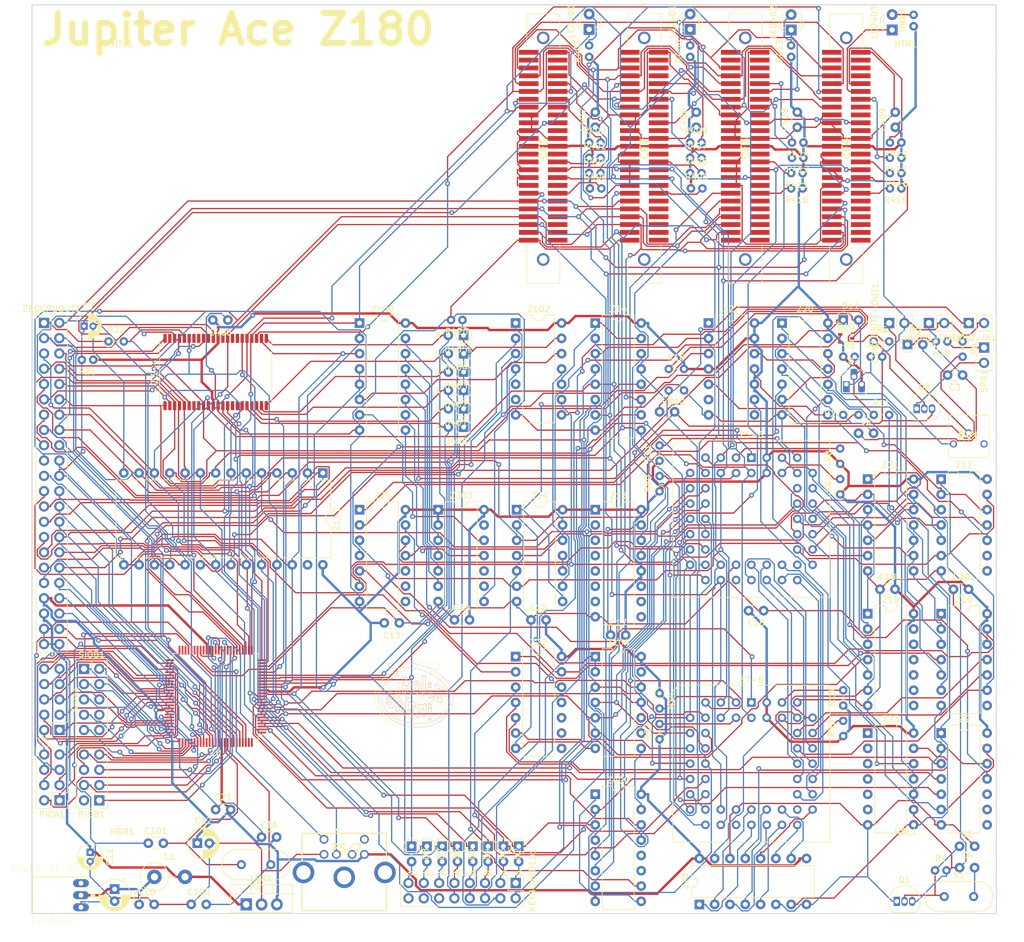
<source format=kicad_pcb>
(kicad_pcb (version 20171130) (host pcbnew "(5.1.4)-1")
  (title_block (title JupiterAceZ180) (date 2019-09-08) (rev Alpha) (company Ontobus) (comment 1 "John Bradley") (comment 2 https://creativecommons.org/licenses/by-nc-sa/4.0/) (comment 3 "Attribution-NonCommercial-ShareAlike 4.0 International License.") (comment 4 "This work is licensed under a Creative Commons "))
  (layers (0 Top signal) (31 Bottom signal) (34 B.Paste user) (35 F.Paste user) (36 B.SilkS user) (37 F.SilkS user) (38 B.Mask user) (39 F.Mask user) (44 Edge.Cuts user))
  (net 0 "")
  (net 1 "Net-(R2-Pad2)")
  (net 2 "Net-(C3-Pad2)")
  (net 3 "Net-(AUDIO-IN1-Pad1)")
  (net 4 "Net-(D3-Pad2)")
  (net 5 "Net-(D4-Pad2)")
  (net 6 "Net-(D5-Pad2)")
  (net 7 "Net-(D6-Pad2)")
  (net 8 "Net-(D7-Pad2)")
  (net 9 "Net-(D8-Pad2)")
  (net 10 "Net-(KEYBOARD1-Pad6)")
  (net 11 "Net-(KEYBOARD1-Pad10)")
  (net 12 "Net-(KEYBOARD1-Pad4)")
  (net 13 "Net-(KEYBOARD1-Pad8)")
  (net 14 "Net-(KEYBOARD1-Pad2)")
  (net 15 "Net-(KEYBOARD1-Pad16)")
  (net 16 "Net-(KEYBOARD1-Pad14)")
  (net 17 "Net-(KEYBOARD1-Pad12)")
  (net 18 +9V)
  (net 19 "Net-(AUDIO-OUT1-Pad1)")
  (net 20 +5V)
  (net 21 "Net-(D1-Pad2)")
  (net 22 "Net-(D2-Pad2)")
  (net 23 "Net-(C1-Pad1)")
  (net 24 "Net-(C2-Pad2)")
  (net 25 "Net-(C100-Pad2)")
  (net 26 "Net-(C101-Pad2)")
  (net 27 "Net-(Q3-Pad2)")
  (net 28 "Net-(Z9-Pad10)")
  (net 29 "Net-(Z9-Pad9)")
  (net 30 "Net-(Z9-Pad8)")
  (net 31 "Net-(Z10-Pad2)")
  (net 32 "Net-(Z10-Pad8)")
  (net 33 "Net-(Z11-Pad12)")
  (net 34 "Net-(Z11-Pad9)")
  (net 35 "Net-(Z11-Pad8)")
  (net 36 "Net-(Z14-Pad14)")
  (net 37 "Net-(Z19-Pad5)")
  (net 38 "Net-(Z19-Pad3)")
  (net 39 "Net-(Z20-Pad1)")
  (net 40 "Net-(Z22-Pad12)")
  (net 41 "Net-(Z22-Pad2)")
  (net 42 "Net-(Z23-Pad12)")
  (net 43 "Net-(Z24-Pad10)")
  (net 44 "Net-(Z24-Pad1)")
  (net 45 "Net-(Z27-Pad6)")
  (net 46 "Net-(Z27-Pad8)")
  (net 47 "Net-(Z27-Pad1)")
  (net 48 "Net-(Z102-Pad10)")
  (net 49 "Net-(Z102-Pad9)")
  (net 50 "Net-(Z102-Pad11)")
  (net 51 "Net-(Z100-Pad15)")
  (net 52 "Net-(Z100-Pad14)")
  (net 53 "Net-(Z100-Pad13)")
  (net 54 "Net-(Z100-Pad12)")
  (net 55 "Net-(POWER-9V-DC1-Pad3)")
  (net 56 "Net-(R32-Pad2)")
  (net 57 +9Vsm)
  (net 58 "Net-(Z3-4-Pad38)")
  (net 59 "Net-(Z3-4-Pad37)")
  (net 60 "Net-(Z3-4-Pad30)")
  (net 61 "Net-(Z3-4-Pad29)")
  (net 62 "Net-(Z3-4-Pad16)")
  (net 63 "Net-(Z3-4-Pad15)")
  (net 64 "Net-(Z3-4-Pad8)")
  (net 65 "Net-(Z3-4-Pad7)")
  (net 66 "Net-(Z102-Pad1)")
  (net 67 /E)
  (net 68 /ST)
  (net 69 ~RESET)
  (net 70 "Net-(COMPOSITE-OUT1-Pad1)")
  (net 71 /~HALT)
  (net 72 /~MREQ)
  (net 73 ~NMI)
  (net 74 /~BUSRQ)
  (net 75 /~WAIT)
  (net 76 /~BUSAK)
  (net 77 ~CPUCLK)
  (net 78 "Net-(CF1-Pad49)")
  (net 79 "Net-(CF1-Pad48)")
  (net 80 "Net-(CF1-Pad47)")
  (net 81 "Net-(CF1-Pad46)")
  (net 82 "Net-(CF1-Pad45)")
  (net 83 "Net-(CF1-Pad44)")
  (net 84 "Net-(CF1-Pad43)")
  (net 85 "Net-(CF1-Pad42)")
  (net 86 "Net-(CF1-Pad40)")
  (net 87 "Net-(CF1-Pad37)")
  (net 88 "Net-(CF1-Pad36)")
  (net 89 "Net-(CF1-Pad33)")
  (net 90 "Net-(CF1-Pad32)")
  (net 91 "Net-(CF1-Pad31)")
  (net 92 "Net-(CF1-Pad30)")
  (net 93 "Net-(CF1-Pad29)")
  (net 94 "Net-(CF1-Pad28)")
  (net 95 "Net-(CF1-Pad27)")
  (net 96 "Net-(CF1-Pad26)")
  (net 97 "Net-(CF1-Pad25)")
  (net 98 "Net-(CF1-Pad24)")
  (net 99 "Net-(CF1-Pad7)")
  (net 100 A11)
  (net 101 ~WR)
  (net 102 ~RD)
  (net 103 DA2)
  (net 104 DA1)
  (net 105 DA0)
  (net 106 A12)
  (net 107 A10)
  (net 108 DA7)
  (net 109 DA6)
  (net 110 DA5)
  (net 111 DA4)
  (net 112 DA3)
  (net 113 "Net-(CF2-Pad49)")
  (net 114 "Net-(CF2-Pad48)")
  (net 115 "Net-(CF2-Pad47)")
  (net 116 "Net-(CF2-Pad46)")
  (net 117 "Net-(CF2-Pad45)")
  (net 118 "Net-(CF2-Pad44)")
  (net 119 "Net-(CF2-Pad43)")
  (net 120 "Net-(CF2-Pad42)")
  (net 121 "Net-(CF2-Pad40)")
  (net 122 "Net-(CF2-Pad37)")
  (net 123 "Net-(CF2-Pad36)")
  (net 124 "Net-(CF2-Pad33)")
  (net 125 "Net-(CF2-Pad32)")
  (net 126 "Net-(CF2-Pad31)")
  (net 127 "Net-(CF2-Pad30)")
  (net 128 "Net-(CF2-Pad29)")
  (net 129 "Net-(CF2-Pad28)")
  (net 130 "Net-(CF2-Pad27)")
  (net 131 "Net-(CF2-Pad26)")
  (net 132 "Net-(CF2-Pad25)")
  (net 133 "Net-(CF2-Pad24)")
  (net 134 "Net-(CF2-Pad7)")
  (net 135 A8)
  (net 136 A9)
  (net 137 A13)
  (net 138 A14)
  (net 139 A15)
  (net 140 /CompositeVid/VIDEO)
  (net 141 A19)
  (net 142 A18)
  (net 143 A16)
  (net 144 A17)
  (net 145 A7)
  (net 146 A5)
  (net 147 A2)
  (net 148 A0)
  (net 149 A6)
  (net 150 A4)
  (net 151 A3)
  (net 152 A1)
  (net 153 ~IOREQ)
  (net 154 /CompositeVid/SCREENX0)
  (net 155 /CompositeVid/CNT2)
  (net 156 /CompositeVid/SCREENX1)
  (net 157 /CompositeVid/CNT1)
  (net 158 /CompositeVid/CNT0)
  (net 159 /CompositeVid/EOL)
  (net 160 /CompositeVid/SCREENX4)
  (net 161 /CompositeVid/FONTCHAR0)
  (net 162 /CompositeVid/SCREENX3)
  (net 163 /CompositeVid/FONTCHAR1)
  (net 164 /CompositeVid/SCREENX2)
  (net 165 /CompositeVid/FONTCHAR2)
  (net 166 /CompositeVid/SCREENY3)
  (net 167 /CompositeVid/SCREENY2)
  (net 168 /CompositeVid/SCREENY4)
  (net 169 /CompositeVid/SCREENY1)
  (net 170 /CompositeVid/ENDOFSCR)
  (net 171 /CompositeVid/SCREENY0)
  (net 172 /CompositeVid/SH~LD)
  (net 173 /CompositeVid/VIDEN)
  (net 174 /CompositeVid/INVERTCHAR)
  (net 175 ~CHARRAMSEL)
  (net 176 ~VIDEORAMSEL)
  (net 177 ~IOREQ&11111111B)
  (net 178 ~WE)
  (net 179 /CompositeVid/~VIDEOCLK)
  (net 180 ~IOREQ&11111110B)
  (net 181 "Net-(C4-Pad2)")
  (net 182 "Net-(C4-Pad1)")
  (net 183 "Net-(D10-Pad3)")
  (net 184 "Net-(D10-Pad2)")
  (net 185 "Net-(D11-Pad1)")
  (net 186 "Net-(Q2-Pad1)")
  (net 187 "Net-(R8-Pad2)")
  (net 188 "Net-(R9-Pad2)")
  (net 189 "Net-(R11-Pad2)")
  (net 190 "Net-(R14-Pad2)")
  (net 191 "Net-(R15-Pad2)")
  (net 192 "Net-(RV1-Pad3)")
  (net 193 "Net-(Z1-2-Pad20)")
  (net 194 "Net-(Z1-2-Pad27)")
  (net 195 "Net-(C5-Pad2)")
  (net 196 ~M1)
  (net 197 "Net-(R5-Pad2)")
  (net 198 "Net-(R18-Pad1)")
  (net 199 "Net-(Z0-Pad51)")
  (net 200 "Net-(Z23-Pad13)")
  (net 201 "Net-(Z28-Pad5)")
  (net 202 "Net-(Z28-Pad12)")
  (net 203 "Net-(Z28-Pad4)")
  (net 204 "Net-(Z28-Pad11)")
  (net 205 "Net-(Z28-Pad3)")
  (net 206 "Net-(Z28-Pad10)")
  (net 207 "Net-(Z28-Pad2)")
  (net 208 "Net-(Z28-Pad1)")
  (net 209 "Net-(Z5-6-Pad25)")
  (net 210 "Net-(Z18-Pad7)")
  (net 211 "Net-(Z18-Pad6)")
  (net 212 "Net-(Z18-Pad5)")
  (net 213 "Net-(Z18-Pad4)")
  (net 214 "Net-(Z18-Pad11)")
  (net 215 "Net-(Z18-Pad3)")
  (net 216 "Net-(Z18-Pad10)")
  (net 217 "Net-(Z18-Pad2)")
  (net 218 "Net-(Z18-Pad9)")
  (net 219 "Net-(CF3-Pad49)")
  (net 220 "Net-(CF3-Pad48)")
  (net 221 "Net-(CF3-Pad47)")
  (net 222 "Net-(CF3-Pad46)")
  (net 223 "Net-(CF3-Pad45)")
  (net 224 "Net-(CF3-Pad44)")
  (net 225 "Net-(CF3-Pad43)")
  (net 226 "Net-(CF3-Pad42)")
  (net 227 "Net-(CF3-Pad40)")
  (net 228 "Net-(CF3-Pad37)")
  (net 229 "Net-(CF3-Pad36)")
  (net 230 "Net-(CF3-Pad33)")
  (net 231 "Net-(CF3-Pad32)")
  (net 232 "Net-(CF3-Pad31)")
  (net 233 "Net-(CF3-Pad30)")
  (net 234 "Net-(CF3-Pad29)")
  (net 235 "Net-(CF3-Pad28)")
  (net 236 "Net-(CF3-Pad27)")
  (net 237 "Net-(CF3-Pad26)")
  (net 238 "Net-(CF3-Pad25)")
  (net 239 "Net-(CF3-Pad24)")
  (net 240 "Net-(CF3-Pad7)")
  (net 241 "Net-(CF4-Pad49)")
  (net 242 "Net-(CF4-Pad48)")
  (net 243 "Net-(CF4-Pad47)")
  (net 244 "Net-(CF4-Pad46)")
  (net 245 "Net-(CF4-Pad45)")
  (net 246 "Net-(CF4-Pad44)")
  (net 247 "Net-(CF4-Pad43)")
  (net 248 "Net-(CF4-Pad42)")
  (net 249 "Net-(CF4-Pad40)")
  (net 250 "Net-(CF4-Pad37)")
  (net 251 "Net-(CF4-Pad36)")
  (net 252 "Net-(CF4-Pad33)")
  (net 253 "Net-(CF4-Pad32)")
  (net 254 "Net-(CF4-Pad31)")
  (net 255 "Net-(CF4-Pad30)")
  (net 256 "Net-(CF4-Pad29)")
  (net 257 "Net-(CF4-Pad28)")
  (net 258 "Net-(CF4-Pad27)")
  (net 259 "Net-(CF4-Pad26)")
  (net 260 "Net-(CF4-Pad25)")
  (net 261 "Net-(CF4-Pad24)")
  (net 262 "Net-(CF4-Pad7)")
  (net 263 "Net-(LED400-Pad2)")
  (net 264 "Net-(LED401-Pad2)")
  (net 265 "Net-(LED402-Pad2)")
  (net 266 "Net-(LED403-Pad2)")
  (net 267 "Net-(D400-Pad1)")
  (net 268 GND)
  (net 269 ~INT0)
  (net 270 PA4)
  (net 271 PA3)
  (net 272 PA5)
  (net 273 PA2)
  (net 274 PA6)
  (net 275 PA1)
  (net 276 PA7)
  (net 277 PA0)
  (net 278 PB4)
  (net 279 PB3)
  (net 280 PB5)
  (net 281 PB2)
  (net 282 PB6)
  (net 283 PB1)
  (net 284 "Net-(PIOB1-Pad2)")
  (net 285 PB0)
  (net 286 "Net-(PS/2-Pad6)")
  (net 287 CKS)
  (net 288 "Net-(PS/2-Pad2)")
  (net 289 RxS\~CTS~)
  (net 290 ~W~\REQA)
  (net 291 ~SYNCA)
  (net 292 ~DTR~\REQA)
  (net 293 ~RTxCA)
  (net 294 ~RTSA)
  (net 295 RxDA)
  (net 296 ~CTSA)
  (net 297 TRxCA)
  (net 298 ~DCDA)
  (net 299 TxDA)
  (net 300 "Net-(SIOB1-Pad10)")
  (net 301 ~SYNCB)
  (net 302 "Net-(SIOB1-Pad8)")
  (net 303 ~RTxCB)
  (net 304 ~RTSB)
  (net 305 RxDB)
  (net 306 ~CTSB)
  (net 307 TRxCB)
  (net 308 ~DCDB)
  (net 309 TxDB)
  (net 310 "Net-(Z0-Pad69)")
  (net 311 "Net-(Z0-Pad68)")
  (net 312 "Net-(Z0-Pad50)")
  (net 313 "Net-(Z0-Pad49)")
  (net 314 "Net-(Z0-Pad48)")
  (net 315 "Net-(Z0-Pad45)")
  (net 316 "Net-(Z102-Pad4)")
  (net 317 "Net-(Z104-Pad8)")
  (net 318 "Net-(Z20-Pad5)")
  (net 319 "Net-(Z20-Pad11)")
  (net 320 "Net-(Z20-Pad8)")
  (net 321 "Net-(Z100-Pad7)")
  (net 322 "Net-(Z100-Pad9)")
  (net 323 /~INT2)
  (net 324 /~INT1)
  (net 325 ~RFSH)
  (net 326 /CKA1)
  (net 327 /CKA0)
  (net 328 /~IOREQ&11111101B)
  (net 329 /~IOREQ&11111100B)
  (net 330 "Net-(Z5-6-Pad28)")
  (net 331 "Net-(Z5-6-Pad30)")
  (net 332 "Net-(Z5-6-Pad27)")
  (net 333 "Net-(Z5-6-Pad29)")
  (net 334 "Net-(Z5-6-Pad31)")
  (net 335 "Net-(R50-Pad2)")
  (net 336 "Net-(R51-Pad2)")
  (net 337 "Net-(R52-Pad2)")
  (net 338 "Net-(R53-Pad2)")
  (net 339 "Net-(Z5-6-Pad32)")
  (net 340 "Net-(Z5-6-Pad33)")
  (net 341 "Net-(Z5-6-Pad35)")
  (net 342 "Net-(Z7-8-Pad25)")
  (net 343 "Net-(Z7-8-Pad35)")
  (module Symbol:ZilogInsideFront (layer Top) (at 79.756 145.288)
    (fp_text reference Logo2 hide)
    (fp_text value ZilogFront hide)
  )
  (module Symbol:ZilogInsideBack (layer Top) (at 79.756 145.288)
    (fp_text reference Logo1 hide)
    (fp_text value ZilogBack hide)
  )
  (module Resistor_THT:R_Axial_DIN0204_L3.6mm_D1.6mm_P2.54mm_Vertical (layer Top) (at 157.988 144.272 90)
    (fp_text reference R53 (at 1.27 -1.92 90) (layer F.SilkS))
    (fp_text value 270)
    (pad 2 thru_hole oval (at 2.54 0 90) (size 1.4 1.4) (drill 0.7) (layers *.Cu *.Mask) (net 338 "Net-(R53-Pad2)"))
    (pad 1 thru_hole circle (at 0 0 90) (size 1.4 1.4) (drill 0.7) (layers *.Cu *.Mask) (net 20 +5V))
  )
  (module Resistor_THT:R_Axial_DIN0204_L3.6mm_D1.6mm_P2.54mm_Vertical (layer Top) (at 127.508 144.78 90)
    (fp_text reference R52 (at 1.27 -1.92 90) (layer F.SilkS))
    (fp_text value 270)
    (pad 2 thru_hole oval (at 2.54 0 90) (size 1.4 1.4) (drill 0.7) (layers *.Cu *.Mask) (net 337 "Net-(R52-Pad2)"))
    (pad 1 thru_hole circle (at 0 0 90) (size 1.4 1.4) (drill 0.7) (layers *.Cu *.Mask) (net 20 +5V))
  )
  (module Resistor_THT:R_Axial_DIN0204_L3.6mm_D1.6mm_P2.54mm_Vertical (layer Top) (at 127.508 98.552 90)
    (fp_text reference R51 (at 1.27 -1.92 90) (layer F.SilkS))
    (fp_text value 270)
    (pad 2 thru_hole oval (at 2.54 0 90) (size 1.4 1.4) (drill 0.7) (layers *.Cu *.Mask) (net 336 "Net-(R51-Pad2)"))
    (pad 1 thru_hole circle (at 0 0 90) (size 1.4 1.4) (drill 0.7) (layers *.Cu *.Mask) (net 20 +5V))
  )
  (module Resistor_THT:R_Axial_DIN0204_L3.6mm_D1.6mm_P2.54mm_Vertical (layer Top) (at 127.508 103.632 90)
    (fp_text reference R50 (at 1.27 -1.92 90) (layer F.SilkS))
    (fp_text value 270)
    (pad 2 thru_hole oval (at 2.54 0 90) (size 1.4 1.4) (drill 0.7) (layers *.Cu *.Mask) (net 335 "Net-(R50-Pad2)"))
    (pad 1 thru_hole circle (at 0 0 90) (size 1.4 1.4) (drill 0.7) (layers *.Cu *.Mask) (net 20 +5V))
  )
  (module Capacitor_THT:C_Disc_D3.0mm_W1.6mm_P2.50mm (layer Top) (at 166.624 43.18 90)
    (fp_text reference C409 (at 1.25 -2.05 90) (layer F.SilkS))
    (fp_text value 100nf)
    (pad 2 thru_hole circle (at 2.5 0 90) (size 1.6 1.6) (drill 0.8) (layers *.Cu *.Mask) (net 268 GND))
    (pad 1 thru_hole circle (at 0 0 90) (size 1.6 1.6) (drill 0.8) (layers *.Cu *.Mask) (net 20 +5V))
  )
  (module Capacitor_THT:C_Disc_D3.0mm_W1.6mm_P2.50mm (layer Top) (at 150.368 43.18 90)
    (fp_text reference C408 (at 1.25 -2.05 90) (layer F.SilkS))
    (fp_text value 100nf)
    (pad 2 thru_hole circle (at 2.5 0 90) (size 1.6 1.6) (drill 0.8) (layers *.Cu *.Mask) (net 20 +5V))
    (pad 1 thru_hole circle (at 0 0 90) (size 1.6 1.6) (drill 0.8) (layers *.Cu *.Mask) (net 268 GND))
  )
  (module Capacitor_THT:C_Disc_D3.0mm_W1.6mm_P2.50mm (layer Top) (at 116.84 43.18 90)
    (fp_text reference C407 (at 1.25 -2.05 90) (layer F.SilkS))
    (fp_text value 100nf)
    (pad 2 thru_hole circle (at 2.5 0 90) (size 1.6 1.6) (drill 0.8) (layers *.Cu *.Mask) (net 20 +5V))
    (pad 1 thru_hole circle (at 0 0 90) (size 1.6 1.6) (drill 0.8) (layers *.Cu *.Mask) (net 268 GND))
  )
  (module Capacitor_THT:C_Disc_D3.0mm_W1.6mm_P2.50mm (layer Top) (at 133.604 43.18 90)
    (fp_text reference C406 (at 1.25 -2.05 90) (layer F.SilkS))
    (fp_text value 100nf)
    (pad 2 thru_hole circle (at 2.5 0 90) (size 1.6 1.6) (drill 0.8) (layers *.Cu *.Mask) (net 20 +5V))
    (pad 1 thru_hole circle (at 0 0 90) (size 1.6 1.6) (drill 0.8) (layers *.Cu *.Mask) (net 268 GND))
  )
  (module Capacitor_THT:C_Disc_D3.0mm_W1.6mm_P2.50mm (layer Top) (at 55.88 75.184 180)
    (fp_text reference C405 (at 1.25 -2.05) (layer F.SilkS))
    (fp_text value 100nf)
    (pad 2 thru_hole circle (at 2.5 0 180) (size 1.6 1.6) (drill 0.8) (layers *.Cu *.Mask) (net 20 +5V))
    (pad 1 thru_hole circle (at 0 0 180) (size 1.6 1.6) (drill 0.8) (layers *.Cu *.Mask) (net 268 GND))
  )
  (module Capacitor_THT:C_Disc_D3.0mm_W1.6mm_P2.50mm (layer Top) (at 42.672 162.052)
    (fp_text reference C101 (at 1.25 -2.05) (layer F.SilkS))
    (fp_text value 22p)
    (pad 2 thru_hole circle (at 2.5 0) (size 1.6 1.6) (drill 0.8) (layers *.Cu *.Mask) (net 26 "Net-(C101-Pad2)"))
    (pad 1 thru_hole circle (at 0 0) (size 1.6 1.6) (drill 0.8) (layers *.Cu *.Mask) (net 268 GND))
  )
  (module Capacitor_THT:C_Disc_D3.0mm_W1.6mm_P2.50mm (layer Top) (at 49.784 172.212)
    (fp_text reference C100 (at 1.25 -2.05) (layer F.SilkS))
    (fp_text value 22p)
    (pad 2 thru_hole circle (at 2.5 0) (size 1.6 1.6) (drill 0.8) (layers *.Cu *.Mask) (net 25 "Net-(C100-Pad2)"))
    (pad 1 thru_hole circle (at 0 0) (size 1.6 1.6) (drill 0.8) (layers *.Cu *.Mask) (net 268 GND))
  )
  (module Capacitor_THT:C_Disc_D3.0mm_W1.6mm_P2.50mm (layer Top) (at 53.848 156.464)
    (fp_text reference C21 (at 1.25 -2.05) (layer F.SilkS))
    (fp_text value 100nf)
    (pad 2 thru_hole circle (at 2.5 0) (size 1.6 1.6) (drill 0.8) (layers *.Cu *.Mask) (net 20 +5V))
    (pad 1 thru_hole circle (at 0 0) (size 1.6 1.6) (drill 0.8) (layers *.Cu *.Mask) (net 268 GND))
  )
  (module Capacitor_THT:C_Disc_D3.0mm_W1.6mm_P2.50mm (layer Top) (at 176.276 119.888)
    (fp_text reference C20 (at 1.25 -2.05) (layer F.SilkS))
    (fp_text value 100nf)
    (pad 2 thru_hole circle (at 2.5 0) (size 1.6 1.6) (drill 0.8) (layers *.Cu *.Mask) (net 20 +5V))
    (pad 1 thru_hole circle (at 0 0) (size 1.6 1.6) (drill 0.8) (layers *.Cu *.Mask) (net 268 GND))
  )
  (module Capacitor_THT:C_Disc_D3.0mm_W1.6mm_P2.50mm (layer Top) (at 164.084 119.888)
    (fp_text reference C19 (at 1.25 -2.05) (layer F.SilkS))
    (fp_text value 100nf)
    (pad 2 thru_hole circle (at 2.5 0) (size 1.6 1.6) (drill 0.8) (layers *.Cu *.Mask) (net 20 +5V))
    (pad 1 thru_hole circle (at 0 0) (size 1.6 1.6) (drill 0.8) (layers *.Cu *.Mask) (net 268 GND))
  )
  (module Capacitor_THT:C_Disc_D3.0mm_W1.6mm_P2.50mm (layer Top) (at 144.78 123.444 180)
    (fp_text reference C18 (at 1.25 -2.05) (layer F.SilkS))
    (fp_text value 100nf)
    (pad 2 thru_hole circle (at 2.5 0 180) (size 1.6 1.6) (drill 0.8) (layers *.Cu *.Mask) (net 20 +5V))
    (pad 1 thru_hole circle (at 0 0 180) (size 1.6 1.6) (drill 0.8) (layers *.Cu *.Mask) (net 268 GND))
  )
  (module Capacitor_THT:C_Disc_D3.0mm_W1.6mm_P2.50mm (layer Top) (at 119.38 127.508)
    (fp_text reference C17 (at 1.25 -2.05) (layer F.SilkS))
    (fp_text value 100nf)
    (pad 2 thru_hole circle (at 2.5 0) (size 1.6 1.6) (drill 0.8) (layers *.Cu *.Mask) (net 20 +5V))
    (pad 1 thru_hole circle (at 0 0) (size 1.6 1.6) (drill 0.8) (layers *.Cu *.Mask) (net 268 GND))
  )
  (module Capacitor_THT:C_Disc_D3.0mm_W1.6mm_P2.50mm (layer Top) (at 61.468 161.036)
    (fp_text reference C16 (at 1.25 -2.05) (layer F.SilkS))
    (fp_text value 100nf)
    (pad 2 thru_hole circle (at 2.5 0) (size 1.6 1.6) (drill 0.8) (layers *.Cu *.Mask) (net 20 +5V))
    (pad 1 thru_hole circle (at 0 0) (size 1.6 1.6) (drill 0.8) (layers *.Cu *.Mask) (net 268 GND))
  )
  (module Capacitor_THT:C_Disc_D3.0mm_W1.6mm_P2.50mm (layer Top) (at 106.172 124.968)
    (fp_text reference C15 (at 1.25 -2.05) (layer F.SilkS))
    (fp_text value 100nf)
    (pad 2 thru_hole circle (at 2.5 0) (size 1.6 1.6) (drill 0.8) (layers *.Cu *.Mask) (net 20 +5V))
    (pad 1 thru_hole circle (at 0 0) (size 1.6 1.6) (drill 0.8) (layers *.Cu *.Mask) (net 268 GND))
  )
  (module Capacitor_THT:C_Disc_D3.0mm_W1.6mm_P2.50mm (layer Top) (at 93.472 124.968)
    (fp_text reference C14 (at 1.25 -2.05) (layer F.SilkS))
    (fp_text value 100nf)
    (pad 2 thru_hole circle (at 2.5 0) (size 1.6 1.6) (drill 0.8) (layers *.Cu *.Mask) (net 20 +5V))
    (pad 1 thru_hole circle (at 0 0) (size 1.6 1.6) (drill 0.8) (layers *.Cu *.Mask) (net 268 GND))
  )
  (module Capacitor_THT:C_Disc_D3.0mm_W1.6mm_P2.50mm (layer Top) (at 84.328 125.476 180)
    (fp_text reference C13 (at 1.25 -2.05) (layer F.SilkS))
    (fp_text value 100nf)
    (pad 2 thru_hole circle (at 2.5 0 180) (size 1.6 1.6) (drill 0.8) (layers *.Cu *.Mask) (net 20 +5V))
    (pad 1 thru_hole circle (at 0 0 180) (size 1.6 1.6) (drill 0.8) (layers *.Cu *.Mask) (net 268 GND))
  )
  (module Capacitor_THT:C_Disc_D3.0mm_W1.6mm_P2.50mm (layer Top) (at 41.148 172.212)
    (fp_text reference C10 (at 1.25 -2.05) (layer F.SilkS))
    (fp_text value 100nf)
    (pad 2 thru_hole circle (at 2.5 0) (size 1.6 1.6) (drill 0.8) (layers *.Cu *.Mask) (net 268 GND))
    (pad 1 thru_hole circle (at 0 0) (size 1.6 1.6) (drill 0.8) (layers *.Cu *.Mask) (net 18 +9V))
  )
  (module Capacitor_THT:C_Disc_D3.0mm_W1.6mm_P2.50mm (layer Top) (at 127.508 90.424)
    (fp_text reference C5 (at 1.25 -2.05) (layer F.SilkS))
    (fp_text value 47nF)
    (pad 2 thru_hole circle (at 2.5 0) (size 1.6 1.6) (drill 0.8) (layers *.Cu *.Mask) (net 195 "Net-(C5-Pad2)"))
    (pad 1 thru_hole circle (at 0 0) (size 1.6 1.6) (drill 0.8) (layers *.Cu *.Mask) (net 3 "Net-(AUDIO-IN1-Pad1)"))
  )
  (module Capacitor_THT:C_Disc_D3.0mm_W1.6mm_P2.50mm (layer Top) (at 177.292 166.116)
    (fp_text reference C4 (at 1.25 -2.05) (layer F.SilkS))
    (fp_text value 47nF)
    (pad 2 thru_hole circle (at 2.5 0) (size 1.6 1.6) (drill 0.8) (layers *.Cu *.Mask) (net 181 "Net-(C4-Pad2)"))
    (pad 1 thru_hole circle (at 0 0) (size 1.6 1.6) (drill 0.8) (layers *.Cu *.Mask) (net 182 "Net-(C4-Pad1)"))
  )
  (module Capacitor_THT:C_Disc_D3.0mm_W1.6mm_P2.50mm (layer Top) (at 177.8 84.328 180)
    (fp_text reference C3 (at 1.25 -2.05) (layer F.SilkS))
    (fp_text value 47nF)
    (pad 2 thru_hole circle (at 2.5 0 180) (size 1.6 1.6) (drill 0.8) (layers *.Cu *.Mask) (net 2 "Net-(C3-Pad2)"))
    (pad 1 thru_hole circle (at 0 0 180) (size 1.6 1.6) (drill 0.8) (layers *.Cu *.Mask) (net 19 "Net-(AUDIO-OUT1-Pad1)"))
  )
  (module Capacitor_THT:C_Disc_D3.0mm_W1.6mm_P2.50mm (layer Top) (at 160.528 93.98)
    (fp_text reference C2 (at 1.25 -2.05) (layer F.SilkS))
    (fp_text value 47nF)
    (pad 2 thru_hole circle (at 2.5 0) (size 1.6 1.6) (drill 0.8) (layers *.Cu *.Mask) (net 24 "Net-(C2-Pad2)"))
    (pad 1 thru_hole circle (at 0 0) (size 1.6 1.6) (drill 0.8) (layers *.Cu *.Mask) (net 19 "Net-(AUDIO-OUT1-Pad1)"))
  )
  (module Capacitor_THT:C_Disc_D3.0mm_W1.6mm_P2.50mm (layer Top) (at 177.292 162.56)
    (fp_text reference C1 (at 1.25 -2.05) (layer F.SilkS))
    (fp_text value 47nF)
    (pad 2 thru_hole circle (at 2.5 0) (size 1.6 1.6) (drill 0.8) (layers *.Cu *.Mask) (net 268 GND))
    (pad 1 thru_hole circle (at 0 0) (size 1.6 1.6) (drill 0.8) (layers *.Cu *.Mask) (net 23 "Net-(C1-Pad1)"))
  )
  (module Package_QFP:VQFP-100_14x14mm_P0.5mm (layer Top) (at 53.848 137.668 180)
    (fp_text reference Z0 (at 0 -9.35) (layer F.SilkS))
    (fp_text value Z80-182-L182-VQFP-100)
    (pad 100 smd roundrect (at -6 -7.6625 180) (size 0.3 1.475) (layers Top F.Paste F.Mask) (net 323 /~INT2))
    (pad 99 smd roundrect (at -5.5 -7.6625 180) (size 0.3 1.475) (layers Top F.Paste F.Mask) (net 324 /~INT1))
    (pad 98 smd roundrect (at -5 -7.6625 180) (size 0.3 1.475) (layers Top F.Paste F.Mask) (net 269 ~INT0))
    (pad 97 smd roundrect (at -4.5 -7.6625 180) (size 0.3 1.475) (layers Top F.Paste F.Mask) (net 73 ~NMI))
    (pad 96 smd roundrect (at -4 -7.6625 180) (size 0.3 1.475) (layers Top F.Paste F.Mask) (net 69 ~RESET))
    (pad 95 smd roundrect (at -3.5 -7.6625 180) (size 0.3 1.475) (layers Top F.Paste F.Mask) (net 74 /~BUSRQ))
    (pad 94 smd roundrect (at -3 -7.6625 180) (size 0.3 1.475) (layers Top F.Paste F.Mask) (net 76 /~BUSAK))
    (pad 93 smd roundrect (at -2.5 -7.6625 180) (size 0.3 1.475) (layers Top F.Paste F.Mask) (net 75 /~WAIT))
    (pad 92 smd roundrect (at -2 -7.6625 180) (size 0.3 1.475) (layers Top F.Paste F.Mask) (net 25 "Net-(C100-Pad2)"))
    (pad 91 smd roundrect (at -1.5 -7.6625 180) (size 0.3 1.475) (layers Top F.Paste F.Mask) (net 26 "Net-(C101-Pad2)"))
    (pad 90 smd roundrect (at -1 -7.6625 180) (size 0.3 1.475) (layers Top F.Paste F.Mask) (net 20 +5V))
    (pad 89 smd roundrect (at -0.5 -7.6625 180) (size 0.3 1.475) (layers Top F.Paste F.Mask) (net 77 ~CPUCLK))
    (pad 88 smd roundrect (at 0 -7.6625 180) (size 0.3 1.475) (layers Top F.Paste F.Mask) (net 102 ~RD))
    (pad 87 smd roundrect (at 0.5 -7.6625 180) (size 0.3 1.475) (layers Top F.Paste F.Mask) (net 101 ~WR))
    (pad 86 smd roundrect (at 1 -7.6625 180) (size 0.3 1.475) (layers Top F.Paste F.Mask) (net 196 ~M1))
    (pad 85 smd roundrect (at 1.5 -7.6625 180) (size 0.3 1.475) (layers Top F.Paste F.Mask) (net 67 /E))
    (pad 84 smd roundrect (at 2 -7.6625 180) (size 0.3 1.475) (layers Top F.Paste F.Mask) (net 72 /~MREQ))
    (pad 83 smd roundrect (at 2.5 -7.6625 180) (size 0.3 1.475) (layers Top F.Paste F.Mask) (net 153 ~IOREQ))
    (pad 82 smd roundrect (at 3 -7.6625 180) (size 0.3 1.475) (layers Top F.Paste F.Mask) (net 325 ~RFSH))
    (pad 81 smd roundrect (at 3.5 -7.6625 180) (size 0.3 1.475) (layers Top F.Paste F.Mask) (net 71 /~HALT))
    (pad 80 smd roundrect (at 4 -7.6625 180) (size 0.3 1.475) (layers Top F.Paste F.Mask) (net 301 ~SYNCB))
    (pad 79 smd roundrect (at 4.5 -7.6625 180) (size 0.3 1.475) (layers Top F.Paste F.Mask) (net 303 ~RTxCB))
    (pad 78 smd roundrect (at 5 -7.6625 180) (size 0.3 1.475) (layers Top F.Paste F.Mask) (net 305 RxDB))
    (pad 77 smd roundrect (at 5.5 -7.6625 180) (size 0.3 1.475) (layers Top F.Paste F.Mask) (net 307 TRxCB))
    (pad 76 smd roundrect (at 6 -7.6625 180) (size 0.3 1.475) (layers Top F.Paste F.Mask) (net 309 TxDB))
    (pad 75 smd roundrect (at 7.6625 -6 180) (size 1.475 0.3) (layers Top F.Paste F.Mask) (net 306 ~CTSB))
    (pad 74 smd roundrect (at 7.6625 -5.5 180) (size 1.475 0.3) (layers Top F.Paste F.Mask) (net 308 ~DCDB))
    (pad 73 smd roundrect (at 7.6625 -5 180) (size 1.475 0.3) (layers Top F.Paste F.Mask) (net 299 TxDA))
    (pad 72 smd roundrect (at 7.6625 -4.5 180) (size 1.475 0.3) (layers Top F.Paste F.Mask) (net 297 TRxCA))
    (pad 71 smd roundrect (at 7.6625 -4 180) (size 1.475 0.3) (layers Top F.Paste F.Mask) (net 295 RxDA))
    (pad 70 smd roundrect (at 7.6625 -3.5 180) (size 1.475 0.3) (layers Top F.Paste F.Mask) (net 268 GND))
    (pad 69 smd roundrect (at 7.6625 -3 180) (size 1.475 0.3) (layers Top F.Paste F.Mask) (net 310 "Net-(Z0-Pad69)"))
    (pad 68 smd roundrect (at 7.6625 -2.5 180) (size 1.475 0.3) (layers Top F.Paste F.Mask) (net 311 "Net-(Z0-Pad68)"))
    (pad 67 smd roundrect (at 7.6625 -2 180) (size 1.475 0.3) (layers Top F.Paste F.Mask) (net 20 +5V))
    (pad 66 smd roundrect (at 7.6625 -1.5 180) (size 1.475 0.3) (layers Top F.Paste F.Mask) (net 293 ~RTxCA))
    (pad 65 smd roundrect (at 7.6625 -1 180) (size 1.475 0.3) (layers Top F.Paste F.Mask) (net 291 ~SYNCA))
    (pad 64 smd roundrect (at 7.6625 -0.5 180) (size 1.475 0.3) (layers Top F.Paste F.Mask) (net 298 ~DCDA))
    (pad 63 smd roundrect (at 7.6625 0 180) (size 1.475 0.3) (layers Top F.Paste F.Mask) (net 296 ~CTSA))
    (pad 62 smd roundrect (at 7.6625 0.5 180) (size 1.475 0.3) (layers Top F.Paste F.Mask) (net 294 ~RTSA))
    (pad 61 smd roundrect (at 7.6625 1 180) (size 1.475 0.3) (layers Top F.Paste F.Mask) (net 292 ~DTR~\REQA))
    (pad 60 smd roundrect (at 7.6625 1.5 180) (size 1.475 0.3) (layers Top F.Paste F.Mask) (net 290 ~W~\REQA))
    (pad 59 smd roundrect (at 7.6625 2 180) (size 1.475 0.3) (layers Top F.Paste F.Mask) (net 276 PA7))
    (pad 58 smd roundrect (at 7.6625 2.5 180) (size 1.475 0.3) (layers Top F.Paste F.Mask) (net 274 PA6))
    (pad 57 smd roundrect (at 7.6625 3 180) (size 1.475 0.3) (layers Top F.Paste F.Mask) (net 272 PA5))
    (pad 56 smd roundrect (at 7.6625 3.5 180) (size 1.475 0.3) (layers Top F.Paste F.Mask) (net 270 PA4))
    (pad 55 smd roundrect (at 7.6625 4 180) (size 1.475 0.3) (layers Top F.Paste F.Mask) (net 271 PA3))
    (pad 54 smd roundrect (at 7.6625 4.5 180) (size 1.475 0.3) (layers Top F.Paste F.Mask) (net 273 PA2))
    (pad 53 smd roundrect (at 7.6625 5 180) (size 1.475 0.3) (layers Top F.Paste F.Mask) (net 275 PA1))
    (pad 52 smd roundrect (at 7.6625 5.5 180) (size 1.475 0.3) (layers Top F.Paste F.Mask) (net 277 PA0))
    (pad 51 smd roundrect (at 7.6625 6 180) (size 1.475 0.3) (layers Top F.Paste F.Mask) (net 199 "Net-(Z0-Pad51)"))
    (pad 50 smd roundrect (at 6 7.6625 180) (size 0.3 1.475) (layers Top F.Paste F.Mask) (net 312 "Net-(Z0-Pad50)"))
    (pad 49 smd roundrect (at 5.5 7.6625 180) (size 0.3 1.475) (layers Top F.Paste F.Mask) (net 313 "Net-(Z0-Pad49)"))
    (pad 48 smd roundrect (at 5 7.6625 180) (size 0.3 1.475) (layers Top F.Paste F.Mask) (net 314 "Net-(Z0-Pad48)"))
    (pad 47 smd roundrect (at 4.5 7.6625 180) (size 0.3 1.475) (layers Top F.Paste F.Mask) (net 304 ~RTSB))
    (pad 46 smd roundrect (at 4 7.6625 180) (size 0.3 1.475) (layers Top F.Paste F.Mask) (net 268 GND))
    (pad 45 smd roundrect (at 3.5 7.6625 180) (size 0.3 1.475) (layers Top F.Paste F.Mask) (net 315 "Net-(Z0-Pad45)"))
    (pad 44 smd roundrect (at 3 7.6625 180) (size 0.3 1.475) (layers Top F.Paste F.Mask) (net 287 CKS))
    (pad 43 smd roundrect (at 2.5 7.6625 180) (size 0.3 1.475) (layers Top F.Paste F.Mask) (net 289 RxS\~CTS~))
    (pad 42 smd roundrect (at 2 7.6625 180) (size 0.3 1.475) (layers Top F.Paste F.Mask) (net 326 /CKA1))
    (pad 41 smd roundrect (at 1.5 7.6625 180) (size 0.3 1.475) (layers Top F.Paste F.Mask) (net 20 +5V))
    (pad 40 smd roundrect (at 1 7.6625 180) (size 0.3 1.475) (layers Top F.Paste F.Mask) (net 327 /CKA0))
    (pad 39 smd roundrect (at 0.5 7.6625 180) (size 0.3 1.475) (layers Top F.Paste F.Mask) (net 289 RxS\~CTS~))
    (pad 38 smd roundrect (at 0 7.6625 180) (size 0.3 1.475) (layers Top F.Paste F.Mask) (net 282 PB6))
    (pad 37 smd roundrect (at -0.5 7.6625 180) (size 0.3 1.475) (layers Top F.Paste F.Mask) (net 280 PB5))
    (pad 36 smd roundrect (at -1 7.6625 180) (size 0.3 1.475) (layers Top F.Paste F.Mask) (net 278 PB4))
    (pad 35 smd roundrect (at -1.5 7.6625 180) (size 0.3 1.475) (layers Top F.Paste F.Mask) (net 279 PB3))
    (pad 34 smd roundrect (at -2 7.6625 180) (size 0.3 1.475) (layers Top F.Paste F.Mask) (net 281 PB2))
    (pad 33 smd roundrect (at -2.5 7.6625 180) (size 0.3 1.475) (layers Top F.Paste F.Mask) (net 283 PB1))
    (pad 32 smd roundrect (at -3 7.6625 180) (size 0.3 1.475) (layers Top F.Paste F.Mask) (net 285 PB0))
    (pad 31 smd roundrect (at -3.5 7.6625 180) (size 0.3 1.475) (layers Top F.Paste F.Mask) (net 108 DA7))
    (pad 30 smd roundrect (at -4 7.6625 180) (size 0.3 1.475) (layers Top F.Paste F.Mask) (net 109 DA6))
    (pad 29 smd roundrect (at -4.5 7.6625 180) (size 0.3 1.475) (layers Top F.Paste F.Mask) (net 110 DA5))
    (pad 28 smd roundrect (at -5 7.6625 180) (size 0.3 1.475) (layers Top F.Paste F.Mask) (net 111 DA4))
    (pad 27 smd roundrect (at -5.5 7.6625 180) (size 0.3 1.475) (layers Top F.Paste F.Mask) (net 112 DA3))
    (pad 26 smd roundrect (at -6 7.6625 180) (size 0.3 1.475) (layers Top F.Paste F.Mask) (net 103 DA2))
    (pad 25 smd roundrect (at -7.6625 6 180) (size 1.475 0.3) (layers Top F.Paste F.Mask) (net 104 DA1))
    (pad 24 smd roundrect (at -7.6625 5.5 180) (size 1.475 0.3) (layers Top F.Paste F.Mask) (net 105 DA0))
    (pad 23 smd roundrect (at -7.6625 5 180) (size 1.475 0.3) (layers Top F.Paste F.Mask) (net 141 A19))
    (pad 22 smd roundrect (at -7.6625 4.5 180) (size 1.475 0.3) (layers Top F.Paste F.Mask) (net 268 GND))
    (pad 21 smd roundrect (at -7.6625 4 180) (size 1.475 0.3) (layers Top F.Paste F.Mask) (net 142 A18))
    (pad 20 smd roundrect (at -7.6625 3.5 180) (size 1.475 0.3) (layers Top F.Paste F.Mask) (net 144 A17))
    (pad 19 smd roundrect (at -7.6625 3 180) (size 1.475 0.3) (layers Top F.Paste F.Mask) (net 143 A16))
    (pad 18 smd roundrect (at -7.6625 2.5 180) (size 1.475 0.3) (layers Top F.Paste F.Mask) (net 139 A15))
    (pad 17 smd roundrect (at -7.6625 2 180) (size 1.475 0.3) (layers Top F.Paste F.Mask) (net 138 A14))
    (pad 16 smd roundrect (at -7.6625 1.5 180) (size 1.475 0.3) (layers Top F.Paste F.Mask) (net 137 A13))
    (pad 15 smd roundrect (at -7.6625 1 180) (size 1.475 0.3) (layers Top F.Paste F.Mask) (net 20 +5V))
    (pad 14 smd roundrect (at -7.6625 0.5 180) (size 1.475 0.3) (layers Top F.Paste F.Mask) (net 106 A12))
    (pad 13 smd roundrect (at -7.6625 0 180) (size 1.475 0.3) (layers Top F.Paste F.Mask) (net 100 A11))
    (pad 12 smd roundrect (at -7.6625 -0.5 180) (size 1.475 0.3) (layers Top F.Paste F.Mask) (net 107 A10))
    (pad 11 smd roundrect (at -7.6625 -1 180) (size 1.475 0.3) (layers Top F.Paste F.Mask) (net 136 A9))
    (pad 10 smd roundrect (at -7.6625 -1.5 180) (size 1.475 0.3) (layers Top F.Paste F.Mask) (net 135 A8))
    (pad 9 smd roundrect (at -7.6625 -2 180) (size 1.475 0.3) (layers Top F.Paste F.Mask) (net 145 A7))
    (pad 8 smd roundrect (at -7.6625 -2.5 180) (size 1.475 0.3) (layers Top F.Paste F.Mask) (net 149 A6))
    (pad 7 smd roundrect (at -7.6625 -3 180) (size 1.475 0.3) (layers Top F.Paste F.Mask) (net 146 A5))
    (pad 6 smd roundrect (at -7.6625 -3.5 180) (size 1.475 0.3) (layers Top F.Paste F.Mask) (net 150 A4))
    (pad 5 smd roundrect (at -7.6625 -4 180) (size 1.475 0.3) (layers Top F.Paste F.Mask) (net 151 A3))
    (pad 4 smd roundrect (at -7.6625 -4.5 180) (size 1.475 0.3) (layers Top F.Paste F.Mask) (net 147 A2))
    (pad 3 smd roundrect (at -7.6625 -5 180) (size 1.475 0.3) (layers Top F.Paste F.Mask) (net 152 A1))
    (pad 2 smd roundrect (at -7.6625 -5.5 180) (size 1.475 0.3) (layers Top F.Paste F.Mask) (net 148 A0))
    (pad 1 smd roundrect (at -7.6625 -6 180) (size 1.475 0.3) (layers Top F.Paste F.Mask) (net 68 /ST))
  )
  (module Connector_PinHeader_2.54mm:PinHeader_2x05_P2.54mm_Vertical (layer Top) (at 32.004 133.096)
    (fp_text reference SIOB1 (at 1.27 -2.33) (layer F.SilkS))
    (fp_text value 2510-)
    (pad 10 thru_hole oval (at 2.54 10.16) (size 1.7 1.7) (drill 1) (layers *.Cu *.Mask) (net 300 "Net-(SIOB1-Pad10)"))
    (pad 9 thru_hole oval (at 0 10.16) (size 1.7 1.7) (drill 1) (layers *.Cu *.Mask) (net 301 ~SYNCB))
    (pad 8 thru_hole oval (at 2.54 7.62) (size 1.7 1.7) (drill 1) (layers *.Cu *.Mask) (net 302 "Net-(SIOB1-Pad8)"))
    (pad 7 thru_hole oval (at 0 7.62) (size 1.7 1.7) (drill 1) (layers *.Cu *.Mask) (net 303 ~RTxCB))
    (pad 6 thru_hole oval (at 2.54 5.08) (size 1.7 1.7) (drill 1) (layers *.Cu *.Mask) (net 304 ~RTSB))
    (pad 5 thru_hole oval (at 0 5.08) (size 1.7 1.7) (drill 1) (layers *.Cu *.Mask) (net 305 RxDB))
    (pad 4 thru_hole oval (at 2.54 2.54) (size 1.7 1.7) (drill 1) (layers *.Cu *.Mask) (net 306 ~CTSB))
    (pad 3 thru_hole oval (at 0 2.54) (size 1.7 1.7) (drill 1) (layers *.Cu *.Mask) (net 307 TRxCB))
    (pad 2 thru_hole oval (at 2.54 0) (size 1.7 1.7) (drill 1) (layers *.Cu *.Mask) (net 308 ~DCDB))
    (pad 1 thru_hole rect (at 0 0) (size 1.7 1.7) (drill 1) (layers *.Cu *.Mask) (net 309 TxDB))
  )
  (module Local:5749180-1 (layer Top) (at 75.184 173.228 180)
    (fp_text reference PS/2 (at -0.399 10.362) (layer F.SilkS) (effects (font (size 1.27 1.27) (thickness 0.254))))
    (fp_text value Mini-DIN-6 hide)
    (pad 9 thru_hole circle (at 6.76 6.32 180) (size 3.57 3.57) (drill 2.37) (layers *.Cu *.Mask))
    (pad 8 thru_hole circle (at 0 5.51 180) (size 3.57 3.57) (drill 2.37) (layers *.Cu *.Mask))
    (pad 7 thru_hole circle (at -6.76 6.32 180) (size 3.57 3.57) (drill 2.37) (layers *.Cu *.Mask))
    (pad 6 thru_hole circle (at -3.35 11.82 180) (size 1.47 1.47) (drill 0.97) (layers *.Cu *.Mask) (net 286 "Net-(PS/2-Pad6)"))
    (pad 5 thru_hole circle (at 3.35 11.82 180) (size 1.47 1.47) (drill 0.97) (layers *.Cu *.Mask) (net 287 CKS))
    (pad 4 thru_hole circle (at -3.35 9.32 180) (size 1.47 1.47) (drill 0.97) (layers *.Cu *.Mask) (net 20 +5V))
    (pad 3 thru_hole circle (at 3.35 9.32 180) (size 1.47 1.47) (drill 0.97) (layers *.Cu *.Mask) (net 268 GND))
    (pad 2 thru_hole circle (at -1.3 9.32 180) (size 1.47 1.47) (drill 0.97) (layers *.Cu *.Mask) (net 288 "Net-(PS/2-Pad2)"))
    (pad 1 thru_hole circle (at 1.3 9.32 180) (size 1.47 1.47) (drill 0.97) (layers *.Cu *.Mask) (net 289 RxS\~CTS~))
  )
  (module Connector_PinHeader_2.54mm:PinHeader_2x04_P2.54mm_Vertical (layer Top) (at 34.544 154.94 180)
    (fp_text reference PIOB1 (at 1.27 -2.33) (layer F.SilkS))
    (fp_text value 2510-)
    (pad 8 thru_hole oval (at 2.54 7.62 180) (size 1.7 1.7) (drill 1) (layers *.Cu *.Mask) (net 278 PB4))
    (pad 7 thru_hole oval (at 0 7.62 180) (size 1.7 1.7) (drill 1) (layers *.Cu *.Mask) (net 279 PB3))
    (pad 6 thru_hole oval (at 2.54 5.08 180) (size 1.7 1.7) (drill 1) (layers *.Cu *.Mask) (net 280 PB5))
    (pad 5 thru_hole oval (at 0 5.08 180) (size 1.7 1.7) (drill 1) (layers *.Cu *.Mask) (net 281 PB2))
    (pad 4 thru_hole oval (at 2.54 2.54 180) (size 1.7 1.7) (drill 1) (layers *.Cu *.Mask) (net 282 PB6))
    (pad 3 thru_hole oval (at 0 2.54 180) (size 1.7 1.7) (drill 1) (layers *.Cu *.Mask) (net 283 PB1))
    (pad 2 thru_hole oval (at 2.54 0 180) (size 1.7 1.7) (drill 1) (layers *.Cu *.Mask) (net 284 "Net-(PIOB1-Pad2)"))
    (pad 1 thru_hole rect (at 0 0 180) (size 1.7 1.7) (drill 1) (layers *.Cu *.Mask) (net 285 PB0))
  )
  (module Connector_PinHeader_2.54mm:PinHeader_2x04_P2.54mm_Vertical (layer Top) (at 27.94 154.94 180)
    (fp_text reference PIOA1 (at 1.27 -2.33) (layer F.SilkS))
    (fp_text value 2510-)
    (pad 8 thru_hole oval (at 2.54 7.62 180) (size 1.7 1.7) (drill 1) (layers *.Cu *.Mask) (net 270 PA4))
    (pad 7 thru_hole oval (at 0 7.62 180) (size 1.7 1.7) (drill 1) (layers *.Cu *.Mask) (net 271 PA3))
    (pad 6 thru_hole oval (at 2.54 5.08 180) (size 1.7 1.7) (drill 1) (layers *.Cu *.Mask) (net 272 PA5))
    (pad 5 thru_hole oval (at 0 5.08 180) (size 1.7 1.7) (drill 1) (layers *.Cu *.Mask) (net 273 PA2))
    (pad 4 thru_hole oval (at 2.54 2.54 180) (size 1.7 1.7) (drill 1) (layers *.Cu *.Mask) (net 274 PA6))
    (pad 3 thru_hole oval (at 0 2.54 180) (size 1.7 1.7) (drill 1) (layers *.Cu *.Mask) (net 275 PA1))
    (pad 2 thru_hole oval (at 2.54 0 180) (size 1.7 1.7) (drill 1) (layers *.Cu *.Mask) (net 276 PA7))
    (pad 1 thru_hole rect (at 0 0 180) (size 1.7 1.7) (drill 1) (layers *.Cu *.Mask) (net 277 PA0))
  )
  (module Package_TO_SOT_THT:TO-220-3_Vertical (layer Top) (at 58.928 172.212)
    (fp_text reference LVR1 (at 2.54 -4.27) (layer F.SilkS))
    (fp_text value LM7805_TO220)
    (pad 3 thru_hole oval (at 5.08 0) (size 1.905 2) (drill 1.1) (layers *.Cu *.Mask) (net 20 +5V))
    (pad 2 thru_hole oval (at 2.54 0) (size 1.905 2) (drill 1.1) (layers *.Cu *.Mask) (net 268 GND))
    (pad 1 thru_hole rect (at 0 0) (size 1.905 2) (drill 1.1) (layers *.Cu *.Mask) (net 57 +9Vsm))
  )
  (module Connector_PinHeader_2.54mm:PinHeader_2x22_P2.54mm_Vertical (layer Top) (at 25.368 75.66)
    (fp_text reference Z80CPUOUT1 (at 1.27 -2.33) (layer F.SilkS))
    (fp_text value Conn_02x22_Odd_Even)
    (pad 44 thru_hole oval (at 2.54 53.34) (size 1.7 1.7) (drill 1) (layers *.Cu *.Mask) (net 268 GND))
    (pad 43 thru_hole oval (at 0 53.34) (size 1.7 1.7) (drill 1) (layers *.Cu *.Mask) (net 268 GND))
    (pad 42 thru_hole oval (at 2.54 50.8) (size 1.7 1.7) (drill 1) (layers *.Cu *.Mask) (net 269 ~INT0))
    (pad 41 thru_hole oval (at 0 50.8) (size 1.7 1.7) (drill 1) (layers *.Cu *.Mask) (net 268 GND))
    (pad 40 thru_hole oval (at 2.54 48.26) (size 1.7 1.7) (drill 1) (layers *.Cu *.Mask) (net 73 ~NMI))
    (pad 39 thru_hole oval (at 0 48.26) (size 1.7 1.7) (drill 1) (layers *.Cu *.Mask) (net 57 +9Vsm))
    (pad 38 thru_hole oval (at 2.54 45.72) (size 1.7 1.7) (drill 1) (layers *.Cu *.Mask) (net 71 /~HALT))
    (pad 37 thru_hole oval (at 0 45.72) (size 1.7 1.7) (drill 1) (layers *.Cu *.Mask) (net 20 +5V))
    (pad 36 thru_hole oval (at 2.54 43.18) (size 1.7 1.7) (drill 1) (layers *.Cu *.Mask) (net 72 /~MREQ))
    (pad 35 thru_hole oval (at 0 43.18) (size 1.7 1.7) (drill 1) (layers *.Cu *.Mask) (net 77 ~CPUCLK))
    (pad 34 thru_hole oval (at 2.54 40.64) (size 1.7 1.7) (drill 1) (layers *.Cu *.Mask) (net 153 ~IOREQ))
    (pad 33 thru_hole oval (at 0 40.64) (size 1.7 1.7) (drill 1) (layers *.Cu *.Mask) (net 100 A11))
    (pad 32 thru_hole oval (at 2.54 38.1) (size 1.7 1.7) (drill 1) (layers *.Cu *.Mask) (net 102 ~RD))
    (pad 31 thru_hole oval (at 0 38.1) (size 1.7 1.7) (drill 1) (layers *.Cu *.Mask) (net 106 A12))
    (pad 30 thru_hole oval (at 2.54 35.56) (size 1.7 1.7) (drill 1) (layers *.Cu *.Mask) (net 101 ~WR))
    (pad 29 thru_hole oval (at 0 35.56) (size 1.7 1.7) (drill 1) (layers *.Cu *.Mask) (net 137 A13))
    (pad 28 thru_hole oval (at 2.54 33.02) (size 1.7 1.7) (drill 1) (layers *.Cu *.Mask) (net 76 /~BUSAK))
    (pad 27 thru_hole oval (at 0 33.02) (size 1.7 1.7) (drill 1) (layers *.Cu *.Mask) (net 138 A14))
    (pad 26 thru_hole oval (at 2.54 30.48) (size 1.7 1.7) (drill 1) (layers *.Cu *.Mask) (net 75 /~WAIT))
    (pad 25 thru_hole oval (at 0 30.48) (size 1.7 1.7) (drill 1) (layers *.Cu *.Mask) (net 139 A15))
    (pad 24 thru_hole oval (at 2.54 27.94) (size 1.7 1.7) (drill 1) (layers *.Cu *.Mask) (net 74 /~BUSRQ))
    (pad 23 thru_hole oval (at 0 27.94) (size 1.7 1.7) (drill 1) (layers *.Cu *.Mask) (net 111 DA4))
    (pad 22 thru_hole oval (at 2.54 25.4) (size 1.7 1.7) (drill 1) (layers *.Cu *.Mask) (net 69 ~RESET))
    (pad 21 thru_hole oval (at 0 25.4) (size 1.7 1.7) (drill 1) (layers *.Cu *.Mask) (net 112 DA3))
    (pad 20 thru_hole oval (at 2.54 22.86) (size 1.7 1.7) (drill 1) (layers *.Cu *.Mask) (net 196 ~M1))
    (pad 19 thru_hole oval (at 0 22.86) (size 1.7 1.7) (drill 1) (layers *.Cu *.Mask) (net 110 DA5))
    (pad 18 thru_hole oval (at 2.54 20.32) (size 1.7 1.7) (drill 1) (layers *.Cu *.Mask) (net 325 ~RFSH))
    (pad 17 thru_hole oval (at 0 20.32) (size 1.7 1.7) (drill 1) (layers *.Cu *.Mask) (net 147 A2))
    (pad 16 thru_hole oval (at 2.54 17.78) (size 1.7 1.7) (drill 1) (layers *.Cu *.Mask) (net 149 A6))
    (pad 15 thru_hole oval (at 0 17.78) (size 1.7 1.7) (drill 1) (layers *.Cu *.Mask) (net 107 A10))
    (pad 14 thru_hole oval (at 2.54 15.24) (size 1.7 1.7) (drill 1) (layers *.Cu *.Mask) (net 146 A5))
    (pad 13 thru_hole oval (at 0 15.24) (size 1.7 1.7) (drill 1) (layers *.Cu *.Mask) (net 136 A9))
    (pad 12 thru_hole oval (at 2.54 12.7) (size 1.7 1.7) (drill 1) (layers *.Cu *.Mask) (net 150 A4))
    (pad 11 thru_hole oval (at 0 12.7) (size 1.7 1.7) (drill 1) (layers *.Cu *.Mask) (net 135 A8))
    (pad 10 thru_hole oval (at 2.54 10.16) (size 1.7 1.7) (drill 1) (layers *.Cu *.Mask) (net 151 A3))
    (pad 9 thru_hole oval (at 0 10.16) (size 1.7 1.7) (drill 1) (layers *.Cu *.Mask) (net 145 A7))
    (pad 8 thru_hole oval (at 2.54 7.62) (size 1.7 1.7) (drill 1) (layers *.Cu *.Mask) (net 152 A1))
    (pad 7 thru_hole oval (at 0 7.62) (size 1.7 1.7) (drill 1) (layers *.Cu *.Mask) (net 148 A0))
    (pad 6 thru_hole oval (at 2.54 5.08) (size 1.7 1.7) (drill 1) (layers *.Cu *.Mask) (net 105 DA0))
    (pad 5 thru_hole oval (at 0 5.08) (size 1.7 1.7) (drill 1) (layers *.Cu *.Mask) (net 104 DA1))
    (pad 4 thru_hole oval (at 2.54 2.54) (size 1.7 1.7) (drill 1) (layers *.Cu *.Mask) (net 103 DA2))
    (pad 3 thru_hole oval (at 0 2.54) (size 1.7 1.7) (drill 1) (layers *.Cu *.Mask) (net 109 DA6))
    (pad 2 thru_hole oval (at 2.54 0) (size 1.7 1.7) (drill 1) (layers *.Cu *.Mask) (net 108 DA7))
    (pad 1 thru_hole rect (at 0 0) (size 1.7 1.7) (drill 1) (layers *.Cu *.Mask) (net 178 ~WE))
  )
  (module Resistor_THT:R_Axial_DIN0204_L3.6mm_D1.6mm_P1.90mm_Vertical (layer Top) (at 94.7994 75.184 180)
    (fp_text reference R420 (at 0.95 -1.92) (layer F.SilkS))
    (fp_text value 10)
    (pad 2 thru_hole oval (at 1.9 0 180) (size 1.4 1.4) (drill 0.7) (layers *.Cu *.Mask) (net 268 GND))
    (pad 1 thru_hole circle (at 0 0 180) (size 1.4 1.4) (drill 0.7) (layers *.Cu *.Mask) (net 267 "Net-(D400-Pad1)"))
  )
  (module Diode_THT:D_DO-35_SOD27_P2.54mm_Vertical_AnodeUp (layer Top) (at 94.996 77.724 180)
    (fp_text reference D405 (at 1.27 -2.326371) (layer F.SilkS))
    (fp_text value 1N4148)
    (fp_text user A (at 4.34 0) (layer F.SilkS))
    (pad 2 thru_hole oval (at 2.54 0 180) (size 1.6 1.6) (drill 0.8) (layers *.Cu *.Mask) (net 138 A14))
    (pad 1 thru_hole rect (at 0 0 180) (size 1.6 1.6) (drill 0.8) (layers *.Cu *.Mask) (net 267 "Net-(D400-Pad1)"))
  )
  (module Diode_THT:D_DO-35_SOD27_P2.54mm_Vertical_AnodeUp (layer Top) (at 94.996 80.772 180)
    (fp_text reference D404 (at 1.27 -2.326371) (layer F.SilkS))
    (fp_text value 1N4148)
    (fp_text user A (at 4.34 0) (layer F.SilkS))
    (pad 2 thru_hole oval (at 2.54 0 180) (size 1.6 1.6) (drill 0.8) (layers *.Cu *.Mask) (net 139 A15))
    (pad 1 thru_hole rect (at 0 0 180) (size 1.6 1.6) (drill 0.8) (layers *.Cu *.Mask) (net 267 "Net-(D400-Pad1)"))
  )
  (module Diode_THT:D_DO-35_SOD27_P2.54mm_Vertical_AnodeUp (layer Top) (at 94.996 83.82 180)
    (fp_text reference D403 (at 1.27 -2.326371) (layer F.SilkS))
    (fp_text value 1N4148)
    (fp_text user A (at 4.34 0) (layer F.SilkS))
    (pad 2 thru_hole oval (at 2.54 0 180) (size 1.6 1.6) (drill 0.8) (layers *.Cu *.Mask) (net 143 A16))
    (pad 1 thru_hole rect (at 0 0 180) (size 1.6 1.6) (drill 0.8) (layers *.Cu *.Mask) (net 267 "Net-(D400-Pad1)"))
  )
  (module Diode_THT:D_DO-35_SOD27_P2.54mm_Vertical_AnodeUp (layer Top) (at 94.996 86.868 180)
    (fp_text reference D402 (at 1.27 -2.326371) (layer F.SilkS))
    (fp_text value 1N4148)
    (fp_text user A (at 4.34 0) (layer F.SilkS))
    (pad 2 thru_hole oval (at 2.54 0 180) (size 1.6 1.6) (drill 0.8) (layers *.Cu *.Mask) (net 144 A17))
    (pad 1 thru_hole rect (at 0 0 180) (size 1.6 1.6) (drill 0.8) (layers *.Cu *.Mask) (net 267 "Net-(D400-Pad1)"))
  )
  (module Diode_THT:D_DO-35_SOD27_P2.54mm_Vertical_AnodeUp (layer Top) (at 94.996 89.916 180)
    (fp_text reference D401 (at 1.27 -2.326371) (layer F.SilkS))
    (fp_text value 1N4148)
    (fp_text user A (at 4.34 0) (layer F.SilkS))
    (pad 2 thru_hole oval (at 2.54 0 180) (size 1.6 1.6) (drill 0.8) (layers *.Cu *.Mask) (net 142 A18))
    (pad 1 thru_hole rect (at 0 0 180) (size 1.6 1.6) (drill 0.8) (layers *.Cu *.Mask) (net 267 "Net-(D400-Pad1)"))
  )
  (module Diode_THT:D_DO-35_SOD27_P2.54mm_Vertical_AnodeUp (layer Top) (at 94.996 92.964 180)
    (fp_text reference D400 (at 1.27 -2.326371) (layer F.SilkS))
    (fp_text value 1N4148)
    (fp_text user A (at 4.34 0) (layer F.SilkS))
    (pad 2 thru_hole oval (at 2.54 0 180) (size 1.6 1.6) (drill 0.8) (layers *.Cu *.Mask) (net 141 A19))
    (pad 1 thru_hole rect (at 0 0 180) (size 1.6 1.6) (drill 0.8) (layers *.Cu *.Mask) (net 267 "Net-(D400-Pad1)"))
  )
  (module Package_DIP:DIP-14_W7.62mm (layer Top) (at 90.7627 106.68)
    (fp_text reference Z303 (at 3.81 -2.33) (layer F.SilkS))
    (fp_text value SN74AHCT30N)
    (pad 14 thru_hole oval (at 7.62 0) (size 1.6 1.6) (drill 0.8) (layers *.Cu *.Mask) (net 20 +5V))
    (pad 7 thru_hole oval (at 0 15.24) (size 1.6 1.6) (drill 0.8) (layers *.Cu *.Mask) (net 268 GND))
    (pad 13 thru_hole oval (at 7.62 2.54) (size 1.6 1.6) (drill 0.8) (layers *.Cu *.Mask))
    (pad 6 thru_hole oval (at 0 12.7) (size 1.6 1.6) (drill 0.8) (layers *.Cu *.Mask) (net 54 "Net-(Z100-Pad12)"))
    (pad 12 thru_hole oval (at 7.62 5.08) (size 1.6 1.6) (drill 0.8) (layers *.Cu *.Mask) (net 321 "Net-(Z100-Pad7)"))
    (pad 5 thru_hole oval (at 0 10.16) (size 1.6 1.6) (drill 0.8) (layers *.Cu *.Mask) (net 53 "Net-(Z100-Pad13)"))
    (pad 11 thru_hole oval (at 7.62 7.62) (size 1.6 1.6) (drill 0.8) (layers *.Cu *.Mask) (net 322 "Net-(Z100-Pad9)"))
    (pad 4 thru_hole oval (at 0 7.62) (size 1.6 1.6) (drill 0.8) (layers *.Cu *.Mask) (net 52 "Net-(Z100-Pad14)"))
    (pad 10 thru_hole oval (at 7.62 10.16) (size 1.6 1.6) (drill 0.8) (layers *.Cu *.Mask))
    (pad 3 thru_hole oval (at 0 5.08) (size 1.6 1.6) (drill 0.8) (layers *.Cu *.Mask) (net 51 "Net-(Z100-Pad15)"))
    (pad 9 thru_hole oval (at 7.62 12.7) (size 1.6 1.6) (drill 0.8) (layers *.Cu *.Mask))
    (pad 2 thru_hole oval (at 0 2.54) (size 1.6 1.6) (drill 0.8) (layers *.Cu *.Mask) (net 20 +5V))
    (pad 8 thru_hole oval (at 7.62 15.24) (size 1.6 1.6) (drill 0.8) (layers *.Cu *.Mask) (net 66 "Net-(Z102-Pad1)"))
    (pad 1 thru_hole rect (at 0 0) (size 1.6 1.6) (drill 0.8) (layers *.Cu *.Mask) (net 20 +5V))
  )
  (module Package_DIP:DIP-14_W7.62mm (layer Top) (at 116.84 131.064)
    (fp_text reference Z104 (at 3.81 -2.33) (layer F.SilkS))
    (fp_text value SN74AHCT30N)
    (pad 1 thru_hole rect (at 0 0) (size 1.6 1.6) (drill 0.8) (layers *.Cu *.Mask) (net 316 "Net-(Z102-Pad4)"))
    (pad 8 thru_hole oval (at 7.62 15.24) (size 1.6 1.6) (drill 0.8) (layers *.Cu *.Mask) (net 317 "Net-(Z104-Pad8)"))
    (pad 2 thru_hole oval (at 0 2.54) (size 1.6 1.6) (drill 0.8) (layers *.Cu *.Mask) (net 316 "Net-(Z102-Pad4)"))
    (pad 9 thru_hole oval (at 7.62 12.7) (size 1.6 1.6) (drill 0.8) (layers *.Cu *.Mask))
    (pad 3 thru_hole oval (at 0 5.08) (size 1.6 1.6) (drill 0.8) (layers *.Cu *.Mask) (net 147 A2))
    (pad 10 thru_hole oval (at 7.62 10.16) (size 1.6 1.6) (drill 0.8) (layers *.Cu *.Mask))
    (pad 4 thru_hole oval (at 0 7.62) (size 1.6 1.6) (drill 0.8) (layers *.Cu *.Mask) (net 151 A3))
    (pad 11 thru_hole oval (at 7.62 7.62) (size 1.6 1.6) (drill 0.8) (layers *.Cu *.Mask) (net 149 A6))
    (pad 5 thru_hole oval (at 0 10.16) (size 1.6 1.6) (drill 0.8) (layers *.Cu *.Mask) (net 150 A4))
    (pad 12 thru_hole oval (at 7.62 5.08) (size 1.6 1.6) (drill 0.8) (layers *.Cu *.Mask) (net 145 A7))
    (pad 6 thru_hole oval (at 0 12.7) (size 1.6 1.6) (drill 0.8) (layers *.Cu *.Mask) (net 146 A5))
    (pad 13 thru_hole oval (at 7.62 2.54) (size 1.6 1.6) (drill 0.8) (layers *.Cu *.Mask))
    (pad 7 thru_hole oval (at 0 15.24) (size 1.6 1.6) (drill 0.8) (layers *.Cu *.Mask) (net 268 GND))
    (pad 14 thru_hole oval (at 7.62 0) (size 1.6 1.6) (drill 0.8) (layers *.Cu *.Mask) (net 20 +5V))
  )
  (module Resistor_THT:R_Axial_DIN0204_L3.6mm_D1.6mm_P1.90mm_Vertical (layer Top) (at 169.672 26.416 90)
    (fp_text reference R418 (at 0.95 -1.92 90) (layer F.SilkS))
    (fp_text value 500)
    (pad 2 thru_hole oval (at 1.9 0 90) (size 1.4 1.4) (drill 0.7) (layers *.Cu *.Mask) (net 266 "Net-(LED403-Pad2)"))
    (pad 1 thru_hole circle (at 0 0 90) (size 1.4 1.4) (drill 0.7) (layers *.Cu *.Mask) (net 20 +5V))
  )
  (module Resistor_THT:R_Axial_DIN0204_L3.6mm_D1.6mm_P1.90mm_Vertical (layer Top) (at 167.64 45.72 180)
    (fp_text reference R419 (at 0.95 -1.92) (layer F.SilkS))
    (fp_text value 1K)
    (pad 2 thru_hole oval (at 1.9 0 180) (size 1.4 1.4) (drill 0.7) (layers *.Cu *.Mask) (net 244 "Net-(CF4-Pad46)"))
    (pad 1 thru_hole circle (at 0 0 180) (size 1.4 1.4) (drill 0.7) (layers *.Cu *.Mask) (net 20 +5V))
  )
  (module Resistor_THT:R_Axial_DIN0204_L3.6mm_D1.6mm_P1.90mm_Vertical (layer Top) (at 167.64 48.26 180)
    (fp_text reference R417 (at 0.95 -1.92) (layer F.SilkS))
    (fp_text value 1K)
    (pad 2 thru_hole oval (at 1.9 0 180) (size 1.4 1.4) (drill 0.7) (layers *.Cu *.Mask) (net 246 "Net-(CF4-Pad44)"))
    (pad 1 thru_hole circle (at 0 0 180) (size 1.4 1.4) (drill 0.7) (layers *.Cu *.Mask) (net 20 +5V))
  )
  (module Resistor_THT:R_Axial_DIN0204_L3.6mm_D1.6mm_P1.90mm_Vertical (layer Top) (at 167.64 50.8 180)
    (fp_text reference R416 (at 0.765 -1.778) (layer F.SilkS))
    (fp_text value 1K)
    (pad 2 thru_hole oval (at 1.9 0 180) (size 1.4 1.4) (drill 0.7) (layers *.Cu *.Mask) (net 251 "Net-(CF4-Pad36)"))
    (pad 1 thru_hole circle (at 0 0 180) (size 1.4 1.4) (drill 0.7) (layers *.Cu *.Mask) (net 20 +5V))
  )
  (module Resistor_THT:R_Axial_DIN0204_L3.6mm_D1.6mm_P1.90mm_Vertical (layer Top) (at 167.64 53.34 180)
    (fp_text reference R415 (at 0.95 -1.92) (layer F.SilkS))
    (fp_text value 1K)
    (pad 2 thru_hole oval (at 1.9 0 180) (size 1.4 1.4) (drill 0.7) (layers *.Cu *.Mask) (net 253 "Net-(CF4-Pad32)"))
    (pad 1 thru_hole circle (at 0 0 180) (size 1.4 1.4) (drill 0.7) (layers *.Cu *.Mask) (net 20 +5V))
  )
  (module Resistor_THT:R_Axial_DIN0204_L3.6mm_D1.6mm_P1.90mm_Vertical (layer Top) (at 149.352 31.496 90)
    (fp_text reference R413 (at 0.95 -1.92 90) (layer F.SilkS))
    (fp_text value 500)
    (pad 2 thru_hole oval (at 1.9 0 90) (size 1.4 1.4) (drill 0.7) (layers *.Cu *.Mask) (net 265 "Net-(LED402-Pad2)"))
    (pad 1 thru_hole circle (at 0 0 90) (size 1.4 1.4) (drill 0.7) (layers *.Cu *.Mask) (net 20 +5V))
  )
  (module Resistor_THT:R_Axial_DIN0204_L3.6mm_D1.6mm_P1.90mm_Vertical (layer Top) (at 151.384 45.72 180)
    (fp_text reference R414 (at 0.95 -1.92) (layer F.SilkS))
    (fp_text value 1K)
    (pad 2 thru_hole oval (at 1.9 0 180) (size 1.4 1.4) (drill 0.7) (layers *.Cu *.Mask) (net 222 "Net-(CF3-Pad46)"))
    (pad 1 thru_hole circle (at 0 0 180) (size 1.4 1.4) (drill 0.7) (layers *.Cu *.Mask) (net 20 +5V))
  )
  (module Resistor_THT:R_Axial_DIN0204_L3.6mm_D1.6mm_P1.90mm_Vertical (layer Top) (at 151.384 48.26 180)
    (fp_text reference R412 (at 0.95 -1.92) (layer F.SilkS))
    (fp_text value 1K)
    (pad 2 thru_hole oval (at 1.9 0 180) (size 1.4 1.4) (drill 0.7) (layers *.Cu *.Mask) (net 224 "Net-(CF3-Pad44)"))
    (pad 1 thru_hole circle (at 0 0 180) (size 1.4 1.4) (drill 0.7) (layers *.Cu *.Mask) (net 20 +5V))
  )
  (module Resistor_THT:R_Axial_DIN0204_L3.6mm_D1.6mm_P1.90mm_Vertical (layer Top) (at 151.252 50.8 180)
    (fp_text reference R411 (at 0.95 -1.92) (layer F.SilkS))
    (fp_text value 1K)
    (pad 2 thru_hole oval (at 1.9 0 180) (size 1.4 1.4) (drill 0.7) (layers *.Cu *.Mask) (net 229 "Net-(CF3-Pad36)"))
    (pad 1 thru_hole circle (at 0 0 180) (size 1.4 1.4) (drill 0.7) (layers *.Cu *.Mask) (net 20 +5V))
  )
  (module Resistor_THT:R_Axial_DIN0204_L3.6mm_D1.6mm_P1.90mm_Vertical (layer Top) (at 151.252 53.34 180)
    (fp_text reference R410 (at 0.95 -1.92) (layer F.SilkS))
    (fp_text value 1K)
    (pad 2 thru_hole oval (at 1.9 0 180) (size 1.4 1.4) (drill 0.7) (layers *.Cu *.Mask) (net 231 "Net-(CF3-Pad32)"))
    (pad 1 thru_hole circle (at 0 0 180) (size 1.4 1.4) (drill 0.7) (layers *.Cu *.Mask) (net 20 +5V))
  )
  (module LED_THT:LED_D3.0mm (layer Top) (at 166.116 27.021 90)
    (fp_text reference LED403 (at 1.27 -2.96 90) (layer F.SilkS))
    (fp_text value WP3A8HD)
    (pad 2 thru_hole circle (at 2.54 0 90) (size 1.8 1.8) (drill 0.9) (layers *.Cu *.Mask) (net 266 "Net-(LED403-Pad2)"))
    (pad 1 thru_hole rect (at 0 0 90) (size 1.8 1.8) (drill 0.9) (layers *.Cu *.Mask) (net 245 "Net-(CF4-Pad45)"))
  )
  (module LED_THT:LED_D3.0mm (layer Top) (at 149.352 27.021 90)
    (fp_text reference LED402 (at 1.27 -2.96 90) (layer F.SilkS))
    (fp_text value WP3A8HD)
    (pad 2 thru_hole circle (at 2.54 0 90) (size 1.8 1.8) (drill 0.9) (layers *.Cu *.Mask) (net 265 "Net-(LED402-Pad2)"))
    (pad 1 thru_hole rect (at 0 0 90) (size 1.8 1.8) (drill 0.9) (layers *.Cu *.Mask) (net 223 "Net-(CF3-Pad45)"))
  )
  (module Resistor_THT:R_Axial_DIN0204_L3.6mm_D1.6mm_P1.90mm_Vertical (layer Top) (at 132.72 53.34)
    (fp_text reference R405 (at 0.95 -1.92) (layer F.SilkS))
    (fp_text value 1K)
    (pad 2 thru_hole oval (at 1.9 0) (size 1.4 1.4) (drill 0.7) (layers *.Cu *.Mask) (net 125 "Net-(CF2-Pad32)"))
    (pad 1 thru_hole circle (at 0 0) (size 1.4 1.4) (drill 0.7) (layers *.Cu *.Mask) (net 20 +5V))
  )
  (module Resistor_THT:R_Axial_DIN0204_L3.6mm_D1.6mm_P1.90mm_Vertical (layer Top) (at 132.588 31.496 90)
    (fp_text reference R408 (at 0.95 -1.92 90) (layer F.SilkS))
    (fp_text value 500)
    (pad 2 thru_hole oval (at 1.9 0 90) (size 1.4 1.4) (drill 0.7) (layers *.Cu *.Mask) (net 264 "Net-(LED401-Pad2)"))
    (pad 1 thru_hole circle (at 0 0 90) (size 1.4 1.4) (drill 0.7) (layers *.Cu *.Mask) (net 20 +5V))
  )
  (module Resistor_THT:R_Axial_DIN0204_L3.6mm_D1.6mm_P1.90mm_Vertical (layer Top) (at 132.588 45.72)
    (fp_text reference R409 (at 0.95 -1.92) (layer F.SilkS))
    (fp_text value 1K)
    (pad 2 thru_hole oval (at 1.9 0) (size 1.4 1.4) (drill 0.7) (layers *.Cu *.Mask) (net 116 "Net-(CF2-Pad46)"))
    (pad 1 thru_hole circle (at 0 0) (size 1.4 1.4) (drill 0.7) (layers *.Cu *.Mask) (net 20 +5V))
  )
  (module Resistor_THT:R_Axial_DIN0204_L3.6mm_D1.6mm_P1.90mm_Vertical (layer Top) (at 132.588 48.26)
    (fp_text reference R407 (at 0.95 -1.92) (layer F.SilkS))
    (fp_text value 1K)
    (pad 2 thru_hole oval (at 1.9 0) (size 1.4 1.4) (drill 0.7) (layers *.Cu *.Mask) (net 118 "Net-(CF2-Pad44)"))
    (pad 1 thru_hole circle (at 0 0) (size 1.4 1.4) (drill 0.7) (layers *.Cu *.Mask) (net 20 +5V))
  )
  (module Resistor_THT:R_Axial_DIN0204_L3.6mm_D1.6mm_P1.90mm_Vertical (layer Top) (at 132.588 50.8)
    (fp_text reference R406 (at 0.95 -1.92) (layer F.SilkS))
    (fp_text value 1K)
    (pad 2 thru_hole oval (at 1.9 0) (size 1.4 1.4) (drill 0.7) (layers *.Cu *.Mask) (net 123 "Net-(CF2-Pad36)"))
    (pad 1 thru_hole circle (at 0 0) (size 1.4 1.4) (drill 0.7) (layers *.Cu *.Mask) (net 20 +5V))
  )
  (module Resistor_THT:R_Axial_DIN0204_L3.6mm_D1.6mm_P1.90mm_Vertical (layer Top) (at 115.956 53.34)
    (fp_text reference R400 (at 0.95 -1.92) (layer F.SilkS))
    (fp_text value 1K)
    (pad 2 thru_hole oval (at 1.9 0) (size 1.4 1.4) (drill 0.7) (layers *.Cu *.Mask) (net 90 "Net-(CF1-Pad32)"))
    (pad 1 thru_hole circle (at 0 0) (size 1.4 1.4) (drill 0.7) (layers *.Cu *.Mask) (net 20 +5V))
  )
  (module Resistor_THT:R_Axial_DIN0204_L3.6mm_D1.6mm_P1.90mm_Vertical (layer Top) (at 115.824 31.496 90)
    (fp_text reference R403 (at 0.95 -1.92 90) (layer F.SilkS))
    (fp_text value 500)
    (pad 2 thru_hole oval (at 1.9 0 90) (size 1.4 1.4) (drill 0.7) (layers *.Cu *.Mask) (net 263 "Net-(LED400-Pad2)"))
    (pad 1 thru_hole circle (at 0 0 90) (size 1.4 1.4) (drill 0.7) (layers *.Cu *.Mask) (net 20 +5V))
  )
  (module Resistor_THT:R_Axial_DIN0204_L3.6mm_D1.6mm_P1.90mm_Vertical (layer Top) (at 115.824 50.8)
    (fp_text reference R404 (at 0.95 -1.92) (layer F.SilkS))
    (fp_text value 1K)
    (pad 2 thru_hole oval (at 1.9 0) (size 1.4 1.4) (drill 0.7) (layers *.Cu *.Mask) (net 81 "Net-(CF1-Pad46)"))
    (pad 1 thru_hole circle (at 0 0) (size 1.4 1.4) (drill 0.7) (layers *.Cu *.Mask) (net 20 +5V))
  )
  (module Resistor_THT:R_Axial_DIN0204_L3.6mm_D1.6mm_P1.90mm_Vertical (layer Top) (at 115.824 48.26)
    (fp_text reference R401 (at 0.95 -1.92) (layer F.SilkS))
    (fp_text value 1K)
    (pad 2 thru_hole oval (at 1.9 0) (size 1.4 1.4) (drill 0.7) (layers *.Cu *.Mask) (net 88 "Net-(CF1-Pad36)"))
    (pad 1 thru_hole circle (at 0 0) (size 1.4 1.4) (drill 0.7) (layers *.Cu *.Mask) (net 20 +5V))
  )
  (module Resistor_THT:R_Axial_DIN0204_L3.6mm_D1.6mm_P1.90mm_Vertical (layer Top) (at 115.824 45.72)
    (fp_text reference R402 (at 0.95 -1.92) (layer F.SilkS))
    (fp_text value 1K)
    (pad 2 thru_hole oval (at 1.9 0) (size 1.4 1.4) (drill 0.7) (layers *.Cu *.Mask) (net 83 "Net-(CF1-Pad44)"))
    (pad 1 thru_hole circle (at 0 0) (size 1.4 1.4) (drill 0.7) (layers *.Cu *.Mask) (net 20 +5V))
  )
  (module LED_THT:LED_D3.0mm (layer Top) (at 132.588 26.924 90)
    (fp_text reference LED401 (at 1.27 -2.96 90) (layer F.SilkS))
    (fp_text value WP3A8HD)
    (pad 2 thru_hole circle (at 2.54 0 90) (size 1.8 1.8) (drill 0.9) (layers *.Cu *.Mask) (net 264 "Net-(LED401-Pad2)"))
    (pad 1 thru_hole rect (at 0 0 90) (size 1.8 1.8) (drill 0.9) (layers *.Cu *.Mask) (net 117 "Net-(CF2-Pad45)"))
  )
  (module LED_THT:LED_D3.0mm (layer Top) (at 115.824 26.924 90)
    (fp_text reference LED400 (at 1.27 -2.96 90) (layer F.SilkS))
    (fp_text value WP3A8HD)
    (pad 2 thru_hole circle (at 2.54 0 90) (size 1.8 1.8) (drill 0.9) (layers *.Cu *.Mask) (net 263 "Net-(LED400-Pad2)"))
    (pad 1 thru_hole rect (at 0 0 90) (size 1.8 1.8) (drill 0.9) (layers *.Cu *.Mask) (net 82 "Net-(CF1-Pad45)"))
  )
  (module Package_DIP:DIP-28_W15.24mm (layer Top) (at 71.628 100.584 270)
    (fp_text reference Z1-2 (at 7.62 -2.33 90) (layer F.SilkS))
    (fp_text value 28C256)
    (pad 28 thru_hole oval (at 15.24 0 270) (size 1.6 1.6) (drill 0.8) (layers *.Cu *.Mask) (net 20 +5V))
    (pad 14 thru_hole oval (at 0 33.02 270) (size 1.6 1.6) (drill 0.8) (layers *.Cu *.Mask) (net 268 GND))
    (pad 27 thru_hole oval (at 15.24 2.54 270) (size 1.6 1.6) (drill 0.8) (layers *.Cu *.Mask) (net 194 "Net-(Z1-2-Pad27)"))
    (pad 13 thru_hole oval (at 0 30.48 270) (size 1.6 1.6) (drill 0.8) (layers *.Cu *.Mask) (net 103 DA2))
    (pad 26 thru_hole oval (at 15.24 5.08 270) (size 1.6 1.6) (drill 0.8) (layers *.Cu *.Mask) (net 137 A13))
    (pad 12 thru_hole oval (at 0 27.94 270) (size 1.6 1.6) (drill 0.8) (layers *.Cu *.Mask) (net 104 DA1))
    (pad 25 thru_hole oval (at 15.24 7.62 270) (size 1.6 1.6) (drill 0.8) (layers *.Cu *.Mask) (net 135 A8))
    (pad 11 thru_hole oval (at 0 25.4 270) (size 1.6 1.6) (drill 0.8) (layers *.Cu *.Mask) (net 105 DA0))
    (pad 24 thru_hole oval (at 15.24 10.16 270) (size 1.6 1.6) (drill 0.8) (layers *.Cu *.Mask) (net 136 A9))
    (pad 10 thru_hole oval (at 0 22.86 270) (size 1.6 1.6) (drill 0.8) (layers *.Cu *.Mask) (net 148 A0))
    (pad 23 thru_hole oval (at 15.24 12.7 270) (size 1.6 1.6) (drill 0.8) (layers *.Cu *.Mask) (net 100 A11))
    (pad 9 thru_hole oval (at 0 20.32 270) (size 1.6 1.6) (drill 0.8) (layers *.Cu *.Mask) (net 152 A1))
    (pad 22 thru_hole oval (at 15.24 15.24 270) (size 1.6 1.6) (drill 0.8) (layers *.Cu *.Mask) (net 193 "Net-(Z1-2-Pad20)"))
    (pad 8 thru_hole oval (at 0 17.78 270) (size 1.6 1.6) (drill 0.8) (layers *.Cu *.Mask) (net 147 A2))
    (pad 21 thru_hole oval (at 15.24 17.78 270) (size 1.6 1.6) (drill 0.8) (layers *.Cu *.Mask) (net 107 A10))
    (pad 7 thru_hole oval (at 0 15.24 270) (size 1.6 1.6) (drill 0.8) (layers *.Cu *.Mask) (net 151 A3))
    (pad 20 thru_hole oval (at 15.24 20.32 270) (size 1.6 1.6) (drill 0.8) (layers *.Cu *.Mask) (net 193 "Net-(Z1-2-Pad20)"))
    (pad 6 thru_hole oval (at 0 12.7 270) (size 1.6 1.6) (drill 0.8) (layers *.Cu *.Mask) (net 150 A4))
    (pad 19 thru_hole oval (at 15.24 22.86 270) (size 1.6 1.6) (drill 0.8) (layers *.Cu *.Mask) (net 108 DA7))
    (pad 5 thru_hole oval (at 0 10.16 270) (size 1.6 1.6) (drill 0.8) (layers *.Cu *.Mask) (net 146 A5))
    (pad 18 thru_hole oval (at 15.24 25.4 270) (size 1.6 1.6) (drill 0.8) (layers *.Cu *.Mask) (net 109 DA6))
    (pad 4 thru_hole oval (at 0 7.62 270) (size 1.6 1.6) (drill 0.8) (layers *.Cu *.Mask) (net 149 A6))
    (pad 17 thru_hole oval (at 15.24 27.94 270) (size 1.6 1.6) (drill 0.8) (layers *.Cu *.Mask) (net 110 DA5))
    (pad 3 thru_hole oval (at 0 5.08 270) (size 1.6 1.6) (drill 0.8) (layers *.Cu *.Mask) (net 145 A7))
    (pad 16 thru_hole oval (at 15.24 30.48 270) (size 1.6 1.6) (drill 0.8) (layers *.Cu *.Mask) (net 111 DA4))
    (pad 2 thru_hole oval (at 0 2.54 270) (size 1.6 1.6) (drill 0.8) (layers *.Cu *.Mask) (net 106 A12))
    (pad 15 thru_hole oval (at 15.24 33.02 270) (size 1.6 1.6) (drill 0.8) (layers *.Cu *.Mask) (net 112 DA3))
    (pad 1 thru_hole rect (at 0 0 270) (size 1.6 1.6) (drill 0.8) (layers *.Cu *.Mask) (net 138 A14))
  )
  (module ExtraFootprints:57886431 (layer Top) (at 158.496 46.736 90)
    (fp_text reference CF4 (at 0 0 90) (layer F.SilkS) (effects (font (size 1.27 1.27) (thickness 0.254))))
    (fp_text value 5788643-1 hide)
    (pad 52 thru_hole circle (at 18.4 0 90) (size 2.1 2.1) (drill 1.4) (layers *.Cu *.Mask))
    (pad 51 thru_hole circle (at -18.4 0 90) (size 2.1 2.1) (drill 1.4) (layers *.Cu *.Mask))
    (pad 50 smd rect (at 16 2.4 90) (size 0.8 3.25) (layers Top F.Paste F.Mask) (net 268 GND))
    (pad 49 smd rect (at 14.7 2.4 90) (size 0.8 3.25) (layers Top F.Paste F.Mask) (net 241 "Net-(CF4-Pad49)"))
    (pad 48 smd rect (at 13.4 2.4 90) (size 0.8 3.25) (layers Top F.Paste F.Mask) (net 242 "Net-(CF4-Pad48)"))
    (pad 47 smd rect (at 12.1 2.4 90) (size 0.8 3.25) (layers Top F.Paste F.Mask) (net 243 "Net-(CF4-Pad47)"))
    (pad 46 smd rect (at 10.8 2.4 90) (size 0.8 3.25) (layers Top F.Paste F.Mask) (net 244 "Net-(CF4-Pad46)"))
    (pad 45 smd rect (at 9.5 2.4 90) (size 0.8 3.25) (layers Top F.Paste F.Mask) (net 245 "Net-(CF4-Pad45)"))
    (pad 44 smd rect (at 8.2 2.4 90) (size 0.8 3.25) (layers Top F.Paste F.Mask) (net 246 "Net-(CF4-Pad44)"))
    (pad 43 smd rect (at 6.9 2.4 90) (size 0.8 3.25) (layers Top F.Paste F.Mask) (net 247 "Net-(CF4-Pad43)"))
    (pad 42 smd rect (at 5.6 2.4 90) (size 0.8 3.25) (layers Top F.Paste F.Mask) (net 248 "Net-(CF4-Pad42)"))
    (pad 41 smd rect (at 4.3 2.4 90) (size 0.8 3.25) (layers Top F.Paste F.Mask) (net 69 ~RESET))
    (pad 40 smd rect (at 3 2.4 90) (size 0.8 3.25) (layers Top F.Paste F.Mask) (net 249 "Net-(CF4-Pad40)"))
    (pad 39 smd rect (at 1.7 2.4 90) (size 0.8 3.25) (layers Top F.Paste F.Mask) (net 268 GND))
    (pad 38 smd rect (at 0.4 2.4 90) (size 0.8 3.25) (layers Top F.Paste F.Mask) (net 20 +5V))
    (pad 37 smd rect (at -0.9 2.4 90) (size 0.8 3.25) (layers Top F.Paste F.Mask) (net 250 "Net-(CF4-Pad37)"))
    (pad 36 smd rect (at -2.2 2.4 90) (size 0.8 3.25) (layers Top F.Paste F.Mask) (net 251 "Net-(CF4-Pad36)"))
    (pad 35 smd rect (at -3.5 2.4 90) (size 0.8 3.25) (layers Top F.Paste F.Mask) (net 101 ~WR))
    (pad 34 smd rect (at -4.8 2.4 90) (size 0.8 3.25) (layers Top F.Paste F.Mask) (net 102 ~RD))
    (pad 33 smd rect (at -6.1 2.4 90) (size 0.8 3.25) (layers Top F.Paste F.Mask) (net 252 "Net-(CF4-Pad33)"))
    (pad 32 smd rect (at -7.4 2.4 90) (size 0.8 3.25) (layers Top F.Paste F.Mask) (net 253 "Net-(CF4-Pad32)"))
    (pad 31 smd rect (at -8.7 2.4 90) (size 0.8 3.25) (layers Top F.Paste F.Mask) (net 254 "Net-(CF4-Pad31)"))
    (pad 30 smd rect (at -10 2.4 90) (size 0.8 3.25) (layers Top F.Paste F.Mask) (net 255 "Net-(CF4-Pad30)"))
    (pad 29 smd rect (at -11.3 2.4 90) (size 0.8 3.25) (layers Top F.Paste F.Mask) (net 256 "Net-(CF4-Pad29)"))
    (pad 28 smd rect (at -12.6 2.4 90) (size 0.8 3.25) (layers Top F.Paste F.Mask) (net 257 "Net-(CF4-Pad28)"))
    (pad 27 smd rect (at -13.9 2.4 90) (size 0.8 3.25) (layers Top F.Paste F.Mask) (net 258 "Net-(CF4-Pad27)"))
    (pad 26 smd rect (at -15.2 2.4 90) (size 0.8 3.25) (layers Top F.Paste F.Mask) (net 259 "Net-(CF4-Pad26)"))
    (pad 25 smd rect (at 16 -2.4 90) (size 0.8 3.25) (layers Top F.Paste F.Mask) (net 260 "Net-(CF4-Pad25)"))
    (pad 24 smd rect (at 14.7 -2.4 90) (size 0.8 3.25) (layers Top F.Paste F.Mask) (net 261 "Net-(CF4-Pad24)"))
    (pad 23 smd rect (at 13.4 -2.4 90) (size 0.8 3.25) (layers Top F.Paste F.Mask) (net 103 DA2))
    (pad 22 smd rect (at 12.1 -2.4 90) (size 0.8 3.25) (layers Top F.Paste F.Mask) (net 104 DA1))
    (pad 21 smd rect (at 10.8 -2.4 90) (size 0.8 3.25) (layers Top F.Paste F.Mask) (net 105 DA0))
    (pad 20 smd rect (at 9.5 -2.4 90) (size 0.8 3.25) (layers Top F.Paste F.Mask) (net 106 A12))
    (pad 19 smd rect (at 8.2 -2.4 90) (size 0.8 3.25) (layers Top F.Paste F.Mask) (net 100 A11))
    (pad 18 smd rect (at 6.9 -2.4 90) (size 0.8 3.25) (layers Top F.Paste F.Mask) (net 107 A10))
    (pad 17 smd rect (at 5.6 -2.4 90) (size 0.8 3.25) (layers Top F.Paste F.Mask) (net 268 GND))
    (pad 16 smd rect (at 4.3 -2.4 90) (size 0.8 3.25) (layers Top F.Paste F.Mask) (net 268 GND))
    (pad 15 smd rect (at 3 -2.4 90) (size 0.8 3.25) (layers Top F.Paste F.Mask) (net 268 GND))
    (pad 14 smd rect (at 1.7 -2.4 90) (size 0.8 3.25) (layers Top F.Paste F.Mask) (net 268 GND))
    (pad 13 smd rect (at 0.4 -2.4 90) (size 0.8 3.25) (layers Top F.Paste F.Mask) (net 20 +5V))
    (pad 12 smd rect (at -0.9 -2.4 90) (size 0.8 3.25) (layers Top F.Paste F.Mask) (net 268 GND))
    (pad 11 smd rect (at -2.2 -2.4 90) (size 0.8 3.25) (layers Top F.Paste F.Mask) (net 268 GND))
    (pad 10 smd rect (at -3.5 -2.4 90) (size 0.8 3.25) (layers Top F.Paste F.Mask) (net 268 GND))
    (pad 9 smd rect (at -4.8 -2.4 90) (size 0.8 3.25) (layers Top F.Paste F.Mask) (net 268 GND))
    (pad 8 smd rect (at -6.1 -2.4 90) (size 0.8 3.25) (layers Top F.Paste F.Mask) (net 268 GND))
    (pad 7 smd rect (at -7.4 -2.4 90) (size 0.8 3.25) (layers Top F.Paste F.Mask) (net 262 "Net-(CF4-Pad7)"))
    (pad 6 smd rect (at -8.7 -2.4 90) (size 0.8 3.25) (layers Top F.Paste F.Mask) (net 108 DA7))
    (pad 5 smd rect (at -10 -2.4 90) (size 0.8 3.25) (layers Top F.Paste F.Mask) (net 109 DA6))
    (pad 4 smd rect (at -11.3 -2.4 90) (size 0.8 3.25) (layers Top F.Paste F.Mask) (net 110 DA5))
    (pad 3 smd rect (at -12.6 -2.4 90) (size 0.8 3.25) (layers Top F.Paste F.Mask) (net 111 DA4))
    (pad 2 smd rect (at -13.9 -2.4 90) (size 0.8 3.25) (layers Top F.Paste F.Mask) (net 112 DA3))
    (pad 1 smd rect (at -15.2 -2.4 90) (size 0.8 3.25) (layers Top F.Paste F.Mask) (net 268 GND))
  )
  (module ExtraFootprints:57886431 (layer Top) (at 141.732 46.736 90)
    (fp_text reference CF3 (at 0 0 90) (layer F.SilkS) (effects (font (size 1.27 1.27) (thickness 0.254))))
    (fp_text value 5788643-1 hide)
    (pad 52 thru_hole circle (at 18.4 0 90) (size 2.1 2.1) (drill 1.4) (layers *.Cu *.Mask))
    (pad 51 thru_hole circle (at -18.4 0 90) (size 2.1 2.1) (drill 1.4) (layers *.Cu *.Mask))
    (pad 50 smd rect (at 16 2.4 90) (size 0.8 3.25) (layers Top F.Paste F.Mask) (net 268 GND))
    (pad 49 smd rect (at 14.7 2.4 90) (size 0.8 3.25) (layers Top F.Paste F.Mask) (net 219 "Net-(CF3-Pad49)"))
    (pad 48 smd rect (at 13.4 2.4 90) (size 0.8 3.25) (layers Top F.Paste F.Mask) (net 220 "Net-(CF3-Pad48)"))
    (pad 47 smd rect (at 12.1 2.4 90) (size 0.8 3.25) (layers Top F.Paste F.Mask) (net 221 "Net-(CF3-Pad47)"))
    (pad 46 smd rect (at 10.8 2.4 90) (size 0.8 3.25) (layers Top F.Paste F.Mask) (net 222 "Net-(CF3-Pad46)"))
    (pad 45 smd rect (at 9.5 2.4 90) (size 0.8 3.25) (layers Top F.Paste F.Mask) (net 223 "Net-(CF3-Pad45)"))
    (pad 44 smd rect (at 8.2 2.4 90) (size 0.8 3.25) (layers Top F.Paste F.Mask) (net 224 "Net-(CF3-Pad44)"))
    (pad 43 smd rect (at 6.9 2.4 90) (size 0.8 3.25) (layers Top F.Paste F.Mask) (net 225 "Net-(CF3-Pad43)"))
    (pad 42 smd rect (at 5.6 2.4 90) (size 0.8 3.25) (layers Top F.Paste F.Mask) (net 226 "Net-(CF3-Pad42)"))
    (pad 41 smd rect (at 4.3 2.4 90) (size 0.8 3.25) (layers Top F.Paste F.Mask) (net 69 ~RESET))
    (pad 40 smd rect (at 3 2.4 90) (size 0.8 3.25) (layers Top F.Paste F.Mask) (net 227 "Net-(CF3-Pad40)"))
    (pad 39 smd rect (at 1.7 2.4 90) (size 0.8 3.25) (layers Top F.Paste F.Mask) (net 268 GND))
    (pad 38 smd rect (at 0.4 2.4 90) (size 0.8 3.25) (layers Top F.Paste F.Mask) (net 20 +5V))
    (pad 37 smd rect (at -0.9 2.4 90) (size 0.8 3.25) (layers Top F.Paste F.Mask) (net 228 "Net-(CF3-Pad37)"))
    (pad 36 smd rect (at -2.2 2.4 90) (size 0.8 3.25) (layers Top F.Paste F.Mask) (net 229 "Net-(CF3-Pad36)"))
    (pad 35 smd rect (at -3.5 2.4 90) (size 0.8 3.25) (layers Top F.Paste F.Mask) (net 101 ~WR))
    (pad 34 smd rect (at -4.8 2.4 90) (size 0.8 3.25) (layers Top F.Paste F.Mask) (net 102 ~RD))
    (pad 33 smd rect (at -6.1 2.4 90) (size 0.8 3.25) (layers Top F.Paste F.Mask) (net 230 "Net-(CF3-Pad33)"))
    (pad 32 smd rect (at -7.4 2.4 90) (size 0.8 3.25) (layers Top F.Paste F.Mask) (net 231 "Net-(CF3-Pad32)"))
    (pad 31 smd rect (at -8.7 2.4 90) (size 0.8 3.25) (layers Top F.Paste F.Mask) (net 232 "Net-(CF3-Pad31)"))
    (pad 30 smd rect (at -10 2.4 90) (size 0.8 3.25) (layers Top F.Paste F.Mask) (net 233 "Net-(CF3-Pad30)"))
    (pad 29 smd rect (at -11.3 2.4 90) (size 0.8 3.25) (layers Top F.Paste F.Mask) (net 234 "Net-(CF3-Pad29)"))
    (pad 28 smd rect (at -12.6 2.4 90) (size 0.8 3.25) (layers Top F.Paste F.Mask) (net 235 "Net-(CF3-Pad28)"))
    (pad 27 smd rect (at -13.9 2.4 90) (size 0.8 3.25) (layers Top F.Paste F.Mask) (net 236 "Net-(CF3-Pad27)"))
    (pad 26 smd rect (at -15.2 2.4 90) (size 0.8 3.25) (layers Top F.Paste F.Mask) (net 237 "Net-(CF3-Pad26)"))
    (pad 25 smd rect (at 16 -2.4 90) (size 0.8 3.25) (layers Top F.Paste F.Mask) (net 238 "Net-(CF3-Pad25)"))
    (pad 24 smd rect (at 14.7 -2.4 90) (size 0.8 3.25) (layers Top F.Paste F.Mask) (net 239 "Net-(CF3-Pad24)"))
    (pad 23 smd rect (at 13.4 -2.4 90) (size 0.8 3.25) (layers Top F.Paste F.Mask) (net 103 DA2))
    (pad 22 smd rect (at 12.1 -2.4 90) (size 0.8 3.25) (layers Top F.Paste F.Mask) (net 104 DA1))
    (pad 21 smd rect (at 10.8 -2.4 90) (size 0.8 3.25) (layers Top F.Paste F.Mask) (net 105 DA0))
    (pad 20 smd rect (at 9.5 -2.4 90) (size 0.8 3.25) (layers Top F.Paste F.Mask) (net 106 A12))
    (pad 19 smd rect (at 8.2 -2.4 90) (size 0.8 3.25) (layers Top F.Paste F.Mask) (net 100 A11))
    (pad 18 smd rect (at 6.9 -2.4 90) (size 0.8 3.25) (layers Top F.Paste F.Mask) (net 107 A10))
    (pad 17 smd rect (at 5.6 -2.4 90) (size 0.8 3.25) (layers Top F.Paste F.Mask) (net 268 GND))
    (pad 16 smd rect (at 4.3 -2.4 90) (size 0.8 3.25) (layers Top F.Paste F.Mask) (net 268 GND))
    (pad 15 smd rect (at 3 -2.4 90) (size 0.8 3.25) (layers Top F.Paste F.Mask) (net 268 GND))
    (pad 14 smd rect (at 1.7 -2.4 90) (size 0.8 3.25) (layers Top F.Paste F.Mask) (net 268 GND))
    (pad 13 smd rect (at 0.4 -2.4 90) (size 0.8 3.25) (layers Top F.Paste F.Mask) (net 20 +5V))
    (pad 12 smd rect (at -0.9 -2.4 90) (size 0.8 3.25) (layers Top F.Paste F.Mask) (net 268 GND))
    (pad 11 smd rect (at -2.2 -2.4 90) (size 0.8 3.25) (layers Top F.Paste F.Mask) (net 268 GND))
    (pad 10 smd rect (at -3.5 -2.4 90) (size 0.8 3.25) (layers Top F.Paste F.Mask) (net 268 GND))
    (pad 9 smd rect (at -4.8 -2.4 90) (size 0.8 3.25) (layers Top F.Paste F.Mask) (net 268 GND))
    (pad 8 smd rect (at -6.1 -2.4 90) (size 0.8 3.25) (layers Top F.Paste F.Mask) (net 268 GND))
    (pad 7 smd rect (at -7.4 -2.4 90) (size 0.8 3.25) (layers Top F.Paste F.Mask) (net 240 "Net-(CF3-Pad7)"))
    (pad 6 smd rect (at -8.7 -2.4 90) (size 0.8 3.25) (layers Top F.Paste F.Mask) (net 108 DA7))
    (pad 5 smd rect (at -10 -2.4 90) (size 0.8 3.25) (layers Top F.Paste F.Mask) (net 109 DA6))
    (pad 4 smd rect (at -11.3 -2.4 90) (size 0.8 3.25) (layers Top F.Paste F.Mask) (net 110 DA5))
    (pad 3 smd rect (at -12.6 -2.4 90) (size 0.8 3.25) (layers Top F.Paste F.Mask) (net 111 DA4))
    (pad 2 smd rect (at -13.9 -2.4 90) (size 0.8 3.25) (layers Top F.Paste F.Mask) (net 112 DA3))
    (pad 1 smd rect (at -15.2 -2.4 90) (size 0.8 3.25) (layers Top F.Paste F.Mask) (net 268 GND))
  )
  (module Package_DIP:DIP-16_W7.62mm (layer Top) (at 116.84 75.692)
    (fp_text reference Z14 (at 3.81 -2.33) (layer F.SilkS))
    (fp_text value SN74AHCT367N)
    (pad 16 thru_hole oval (at 7.62 0) (size 1.6 1.6) (drill 0.8) (layers *.Cu *.Mask) (net 20 +5V))
    (pad 8 thru_hole oval (at 0 17.78) (size 1.6 1.6) (drill 0.8) (layers *.Cu *.Mask) (net 268 GND))
    (pad 15 thru_hole oval (at 7.62 2.54) (size 1.6 1.6) (drill 0.8) (layers *.Cu *.Mask) (net 48 "Net-(Z102-Pad10)"))
    (pad 7 thru_hole oval (at 0 15.24) (size 1.6 1.6) (drill 0.8) (layers *.Cu *.Mask) (net 103 DA2))
    (pad 14 thru_hole oval (at 7.62 5.08) (size 1.6 1.6) (drill 0.8) (layers *.Cu *.Mask) (net 36 "Net-(Z14-Pad14)"))
    (pad 6 thru_hole oval (at 0 12.7) (size 1.6 1.6) (drill 0.8) (layers *.Cu *.Mask) (net 10 "Net-(KEYBOARD1-Pad6)"))
    (pad 13 thru_hole oval (at 7.62 7.62) (size 1.6 1.6) (drill 0.8) (layers *.Cu *.Mask) (net 110 DA5))
    (pad 5 thru_hole oval (at 0 10.16) (size 1.6 1.6) (drill 0.8) (layers *.Cu *.Mask) (net 104 DA1))
    (pad 12 thru_hole oval (at 7.62 10.16) (size 1.6 1.6) (drill 0.8) (layers *.Cu *.Mask) (net 11 "Net-(KEYBOARD1-Pad10)"))
    (pad 4 thru_hole oval (at 0 7.62) (size 1.6 1.6) (drill 0.8) (layers *.Cu *.Mask) (net 12 "Net-(KEYBOARD1-Pad4)"))
    (pad 11 thru_hole oval (at 7.62 12.7) (size 1.6 1.6) (drill 0.8) (layers *.Cu *.Mask) (net 111 DA4))
    (pad 3 thru_hole oval (at 0 5.08) (size 1.6 1.6) (drill 0.8) (layers *.Cu *.Mask) (net 105 DA0))
    (pad 10 thru_hole oval (at 7.62 15.24) (size 1.6 1.6) (drill 0.8) (layers *.Cu *.Mask) (net 13 "Net-(KEYBOARD1-Pad8)"))
    (pad 2 thru_hole oval (at 0 2.54) (size 1.6 1.6) (drill 0.8) (layers *.Cu *.Mask) (net 14 "Net-(KEYBOARD1-Pad2)"))
    (pad 9 thru_hole oval (at 7.62 17.78) (size 1.6 1.6) (drill 0.8) (layers *.Cu *.Mask) (net 112 DA3))
    (pad 1 thru_hole rect (at 0 0) (size 1.6 1.6) (drill 0.8) (layers *.Cu *.Mask) (net 48 "Net-(Z102-Pad10)"))
  )
  (module Package_LCC:PLCC-52_THT-Socket (layer Top) (at 142.748 138.684)
    (fp_text reference Z7-8 (at 0 -3.78) (layer F.SilkS))
    (fp_text value 71321SA55JG8)
    (pad 2 thru_hole circle (at 0 2.54) (size 1.4224 1.4224) (drill 0.8) (layers *.Cu *.Mask) (net 101 ~WR))
    (pad 4 thru_hole circle (at -2.54 2.54) (size 1.4224 1.4224) (drill 0.8) (layers *.Cu *.Mask) (net 337 "Net-(R52-Pad2)"))
    (pad 6 thru_hole circle (at -5.08 2.54) (size 1.4224 1.4224) (drill 0.8) (layers *.Cu *.Mask) (net 102 ~RD))
    (pad 52 thru_hole circle (at 2.54 2.54) (size 1.4224 1.4224) (drill 0.8) (layers *.Cu *.Mask) (net 20 +5V))
    (pad 50 thru_hole circle (at 5.08 2.54) (size 1.4224 1.4224) (drill 0.8) (layers *.Cu *.Mask) (net 172 /CompositeVid/SH~LD))
    (pad 48 thru_hole circle (at 7.62 2.54) (size 1.4224 1.4224) (drill 0.8) (layers *.Cu *.Mask) (net 338 "Net-(R53-Pad2)"))
    (pad 1 thru_hole rect (at 0 0) (size 1.4224 1.4224) (drill 0.8) (layers *.Cu *.Mask) (net 175 ~CHARRAMSEL))
    (pad 3 thru_hole circle (at -2.54 0) (size 1.4224 1.4224) (drill 0.8) (layers *.Cu *.Mask) (net 190 "Net-(R14-Pad2)"))
    (pad 5 thru_hole circle (at -5.08 0) (size 1.4224 1.4224) (drill 0.8) (layers *.Cu *.Mask) (net 107 A10))
    (pad 7 thru_hole circle (at -7.62 0) (size 1.4224 1.4224) (drill 0.8) (layers *.Cu *.Mask) (net 148 A0))
    (pad 51 thru_hole circle (at 2.54 0) (size 1.4224 1.4224) (drill 0.8) (layers *.Cu *.Mask) (net 20 +5V))
    (pad 49 thru_hole circle (at 5.08 0) (size 1.4224 1.4224) (drill 0.8) (layers *.Cu *.Mask) (net 191 "Net-(R15-Pad2)"))
    (pad 9 thru_hole circle (at -7.62 2.54) (size 1.4224 1.4224) (drill 0.8) (layers *.Cu *.Mask) (net 147 A2))
    (pad 11 thru_hole circle (at -7.62 5.08) (size 1.4224 1.4224) (drill 0.8) (layers *.Cu *.Mask) (net 150 A4))
    (pad 13 thru_hole circle (at -7.62 7.62) (size 1.4224 1.4224) (drill 0.8) (layers *.Cu *.Mask) (net 149 A6))
    (pad 15 thru_hole circle (at -7.62 10.16) (size 1.4224 1.4224) (drill 0.8) (layers *.Cu *.Mask) (net 135 A8))
    (pad 17 thru_hole circle (at -7.62 12.7) (size 1.4224 1.4224) (drill 0.8) (layers *.Cu *.Mask) (net 105 DA0))
    (pad 19 thru_hole circle (at -7.62 15.24) (size 1.4224 1.4224) (drill 0.8) (layers *.Cu *.Mask) (net 103 DA2))
    (pad 8 thru_hole circle (at -10.16 2.54) (size 1.4224 1.4224) (drill 0.8) (layers *.Cu *.Mask) (net 152 A1))
    (pad 10 thru_hole circle (at -10.16 5.08) (size 1.4224 1.4224) (drill 0.8) (layers *.Cu *.Mask) (net 151 A3))
    (pad 12 thru_hole circle (at -10.16 7.62) (size 1.4224 1.4224) (drill 0.8) (layers *.Cu *.Mask) (net 146 A5))
    (pad 14 thru_hole circle (at -10.16 10.16) (size 1.4224 1.4224) (drill 0.8) (layers *.Cu *.Mask) (net 145 A7))
    (pad 16 thru_hole circle (at -10.16 12.7) (size 1.4224 1.4224) (drill 0.8) (layers *.Cu *.Mask) (net 136 A9))
    (pad 18 thru_hole circle (at -10.16 15.24) (size 1.4224 1.4224) (drill 0.8) (layers *.Cu *.Mask) (net 104 DA1))
    (pad 20 thru_hole circle (at -10.16 17.78) (size 1.4224 1.4224) (drill 0.8) (layers *.Cu *.Mask) (net 112 DA3))
    (pad 22 thru_hole circle (at -7.62 17.78) (size 1.4224 1.4224) (drill 0.8) (layers *.Cu *.Mask) (net 110 DA5))
    (pad 24 thru_hole circle (at -5.08 17.78) (size 1.4224 1.4224) (drill 0.8) (layers *.Cu *.Mask) (net 108 DA7))
    (pad 26 thru_hole circle (at -2.54 17.78) (size 1.4224 1.4224) (drill 0.8) (layers *.Cu *.Mask) (net 268 GND))
    (pad 28 thru_hole circle (at 0 17.78) (size 1.4224 1.4224) (drill 0.8) (layers *.Cu *.Mask) (net 207 "Net-(Z28-Pad2)"))
    (pad 30 thru_hole circle (at 2.54 17.78) (size 1.4224 1.4224) (drill 0.8) (layers *.Cu *.Mask) (net 203 "Net-(Z28-Pad4)"))
    (pad 32 thru_hole circle (at 5.08 17.78) (size 1.4224 1.4224) (drill 0.8) (layers *.Cu *.Mask) (net 206 "Net-(Z28-Pad10)"))
    (pad 34 thru_hole circle (at 10.16 17.78) (size 1.4224 1.4224) (drill 0.8) (layers *.Cu *.Mask) (net 202 "Net-(Z28-Pad12)"))
    (pad 21 thru_hole circle (at -7.62 20.32) (size 1.4224 1.4224) (drill 0.8) (layers *.Cu *.Mask) (net 111 DA4))
    (pad 23 thru_hole circle (at -5.08 20.32) (size 1.4224 1.4224) (drill 0.8) (layers *.Cu *.Mask) (net 109 DA6))
    (pad 25 thru_hole circle (at -2.54 20.32) (size 1.4224 1.4224) (drill 0.8) (layers *.Cu *.Mask) (net 342 "Net-(Z7-8-Pad25)"))
    (pad 27 thru_hole circle (at 0 20.32) (size 1.4224 1.4224) (drill 0.8) (layers *.Cu *.Mask) (net 208 "Net-(Z28-Pad1)"))
    (pad 29 thru_hole circle (at 2.54 20.32) (size 1.4224 1.4224) (drill 0.8) (layers *.Cu *.Mask) (net 205 "Net-(Z28-Pad3)"))
    (pad 31 thru_hole circle (at 5.08 20.32) (size 1.4224 1.4224) (drill 0.8) (layers *.Cu *.Mask) (net 201 "Net-(Z28-Pad5)"))
    (pad 33 thru_hole circle (at 7.62 20.32) (size 1.4224 1.4224) (drill 0.8) (layers *.Cu *.Mask) (net 204 "Net-(Z28-Pad11)"))
    (pad 35 thru_hole circle (at 7.62 17.78) (size 1.4224 1.4224) (drill 0.8) (layers *.Cu *.Mask) (net 343 "Net-(Z7-8-Pad35)"))
    (pad 37 thru_hole circle (at 7.62 15.24) (size 1.4224 1.4224) (drill 0.8) (layers *.Cu *.Mask) (net 339 "Net-(Z5-6-Pad32)"))
    (pad 39 thru_hole circle (at 7.62 12.7) (size 1.4224 1.4224) (drill 0.8) (layers *.Cu *.Mask) (net 331 "Net-(Z5-6-Pad30)"))
    (pad 41 thru_hole circle (at 7.62 10.16) (size 1.4224 1.4224) (drill 0.8) (layers *.Cu *.Mask) (net 330 "Net-(Z5-6-Pad28)"))
    (pad 43 thru_hole circle (at 7.62 7.62) (size 1.4224 1.4224) (drill 0.8) (layers *.Cu *.Mask) (net 165 /CompositeVid/FONTCHAR2))
    (pad 45 thru_hole circle (at 7.62 5.08) (size 1.4224 1.4224) (drill 0.8) (layers *.Cu *.Mask) (net 161 /CompositeVid/FONTCHAR0))
    (pad 47 thru_hole circle (at 7.62 0) (size 1.4224 1.4224) (drill 0.8) (layers *.Cu *.Mask) (net 268 GND))
    (pad 36 thru_hole circle (at 10.16 15.24) (size 1.4224 1.4224) (drill 0.8) (layers *.Cu *.Mask) (net 340 "Net-(Z5-6-Pad33)"))
    (pad 38 thru_hole circle (at 10.16 12.7) (size 1.4224 1.4224) (drill 0.8) (layers *.Cu *.Mask) (net 334 "Net-(Z5-6-Pad31)"))
    (pad 40 thru_hole circle (at 10.16 10.16) (size 1.4224 1.4224) (drill 0.8) (layers *.Cu *.Mask) (net 333 "Net-(Z5-6-Pad29)"))
    (pad 42 thru_hole circle (at 10.16 7.62) (size 1.4224 1.4224) (drill 0.8) (layers *.Cu *.Mask) (net 332 "Net-(Z5-6-Pad27)"))
    (pad 44 thru_hole circle (at 10.16 5.08) (size 1.4224 1.4224) (drill 0.8) (layers *.Cu *.Mask) (net 163 /CompositeVid/FONTCHAR1))
    (pad 46 thru_hole circle (at 10.16 2.54) (size 1.4224 1.4224) (drill 0.8) (layers *.Cu *.Mask) (net 172 /CompositeVid/SH~LD))
  )
  (module Package_LCC:PLCC-52_THT-Socket (layer Top) (at 142.748 98.044)
    (fp_text reference Z5-6 (at 0 -3.78) (layer F.SilkS))
    (fp_text value 71321SA55JG8)
    (pad 2 thru_hole circle (at 0 2.54) (size 1.4224 1.4224) (drill 0.8) (layers *.Cu *.Mask) (net 101 ~WR))
    (pad 4 thru_hole circle (at -2.54 2.54) (size 1.4224 1.4224) (drill 0.8) (layers *.Cu *.Mask) (net 335 "Net-(R50-Pad2)"))
    (pad 6 thru_hole circle (at -5.08 2.54) (size 1.4224 1.4224) (drill 0.8) (layers *.Cu *.Mask) (net 102 ~RD))
    (pad 52 thru_hole circle (at 2.54 2.54) (size 1.4224 1.4224) (drill 0.8) (layers *.Cu *.Mask) (net 20 +5V))
    (pad 50 thru_hole circle (at 5.08 2.54) (size 1.4224 1.4224) (drill 0.8) (layers *.Cu *.Mask) (net 172 /CompositeVid/SH~LD))
    (pad 48 thru_hole circle (at 7.62 2.54) (size 1.4224 1.4224) (drill 0.8) (layers *.Cu *.Mask) (net 336 "Net-(R51-Pad2)"))
    (pad 1 thru_hole rect (at 0 0) (size 1.4224 1.4224) (drill 0.8) (layers *.Cu *.Mask) (net 176 ~VIDEORAMSEL))
    (pad 3 thru_hole circle (at -2.54 0) (size 1.4224 1.4224) (drill 0.8) (layers *.Cu *.Mask) (net 187 "Net-(R8-Pad2)"))
    (pad 5 thru_hole circle (at -5.08 0) (size 1.4224 1.4224) (drill 0.8) (layers *.Cu *.Mask) (net 107 A10))
    (pad 7 thru_hole circle (at -7.62 0) (size 1.4224 1.4224) (drill 0.8) (layers *.Cu *.Mask) (net 148 A0))
    (pad 51 thru_hole circle (at 2.54 0) (size 1.4224 1.4224) (drill 0.8) (layers *.Cu *.Mask) (net 20 +5V))
    (pad 49 thru_hole circle (at 5.08 0) (size 1.4224 1.4224) (drill 0.8) (layers *.Cu *.Mask) (net 188 "Net-(R9-Pad2)"))
    (pad 9 thru_hole circle (at -7.62 2.54) (size 1.4224 1.4224) (drill 0.8) (layers *.Cu *.Mask) (net 147 A2))
    (pad 11 thru_hole circle (at -7.62 5.08) (size 1.4224 1.4224) (drill 0.8) (layers *.Cu *.Mask) (net 150 A4))
    (pad 13 thru_hole circle (at -7.62 7.62) (size 1.4224 1.4224) (drill 0.8) (layers *.Cu *.Mask) (net 149 A6))
    (pad 15 thru_hole circle (at -7.62 10.16) (size 1.4224 1.4224) (drill 0.8) (layers *.Cu *.Mask) (net 135 A8))
    (pad 17 thru_hole circle (at -7.62 12.7) (size 1.4224 1.4224) (drill 0.8) (layers *.Cu *.Mask) (net 105 DA0))
    (pad 19 thru_hole circle (at -7.62 15.24) (size 1.4224 1.4224) (drill 0.8) (layers *.Cu *.Mask) (net 103 DA2))
    (pad 8 thru_hole circle (at -10.16 2.54) (size 1.4224 1.4224) (drill 0.8) (layers *.Cu *.Mask) (net 152 A1))
    (pad 10 thru_hole circle (at -10.16 5.08) (size 1.4224 1.4224) (drill 0.8) (layers *.Cu *.Mask) (net 151 A3))
    (pad 12 thru_hole circle (at -10.16 7.62) (size 1.4224 1.4224) (drill 0.8) (layers *.Cu *.Mask) (net 146 A5))
    (pad 14 thru_hole circle (at -10.16 10.16) (size 1.4224 1.4224) (drill 0.8) (layers *.Cu *.Mask) (net 145 A7))
    (pad 16 thru_hole circle (at -10.16 12.7) (size 1.4224 1.4224) (drill 0.8) (layers *.Cu *.Mask) (net 136 A9))
    (pad 18 thru_hole circle (at -10.16 15.24) (size 1.4224 1.4224) (drill 0.8) (layers *.Cu *.Mask) (net 104 DA1))
    (pad 20 thru_hole circle (at -10.16 17.78) (size 1.4224 1.4224) (drill 0.8) (layers *.Cu *.Mask) (net 112 DA3))
    (pad 22 thru_hole circle (at -7.62 17.78) (size 1.4224 1.4224) (drill 0.8) (layers *.Cu *.Mask) (net 110 DA5))
    (pad 24 thru_hole circle (at -5.08 17.78) (size 1.4224 1.4224) (drill 0.8) (layers *.Cu *.Mask) (net 108 DA7))
    (pad 26 thru_hole circle (at -2.54 17.78) (size 1.4224 1.4224) (drill 0.8) (layers *.Cu *.Mask) (net 268 GND))
    (pad 28 thru_hole circle (at 0 17.78) (size 1.4224 1.4224) (drill 0.8) (layers *.Cu *.Mask) (net 330 "Net-(Z5-6-Pad28)"))
    (pad 30 thru_hole circle (at 2.54 17.78) (size 1.4224 1.4224) (drill 0.8) (layers *.Cu *.Mask) (net 331 "Net-(Z5-6-Pad30)"))
    (pad 32 thru_hole circle (at 5.08 17.78) (size 1.4224 1.4224) (drill 0.8) (layers *.Cu *.Mask) (net 339 "Net-(Z5-6-Pad32)"))
    (pad 34 thru_hole circle (at 10.16 17.78) (size 1.4224 1.4224) (drill 0.8) (layers *.Cu *.Mask) (net 174 /CompositeVid/INVERTCHAR))
    (pad 21 thru_hole circle (at -7.62 20.32) (size 1.4224 1.4224) (drill 0.8) (layers *.Cu *.Mask) (net 111 DA4))
    (pad 23 thru_hole circle (at -5.08 20.32) (size 1.4224 1.4224) (drill 0.8) (layers *.Cu *.Mask) (net 109 DA6))
    (pad 25 thru_hole circle (at -2.54 20.32) (size 1.4224 1.4224) (drill 0.8) (layers *.Cu *.Mask) (net 209 "Net-(Z5-6-Pad25)"))
    (pad 27 thru_hole circle (at 0 20.32) (size 1.4224 1.4224) (drill 0.8) (layers *.Cu *.Mask) (net 332 "Net-(Z5-6-Pad27)"))
    (pad 29 thru_hole circle (at 2.54 20.32) (size 1.4224 1.4224) (drill 0.8) (layers *.Cu *.Mask) (net 333 "Net-(Z5-6-Pad29)"))
    (pad 31 thru_hole circle (at 5.08 20.32) (size 1.4224 1.4224) (drill 0.8) (layers *.Cu *.Mask) (net 334 "Net-(Z5-6-Pad31)"))
    (pad 33 thru_hole circle (at 7.62 20.32) (size 1.4224 1.4224) (drill 0.8) (layers *.Cu *.Mask) (net 340 "Net-(Z5-6-Pad33)"))
    (pad 35 thru_hole circle (at 7.62 17.78) (size 1.4224 1.4224) (drill 0.8) (layers *.Cu *.Mask) (net 341 "Net-(Z5-6-Pad35)"))
    (pad 37 thru_hole circle (at 7.62 15.24) (size 1.4224 1.4224) (drill 0.8) (layers *.Cu *.Mask) (net 166 /CompositeVid/SCREENY3))
    (pad 39 thru_hole circle (at 7.62 12.7) (size 1.4224 1.4224) (drill 0.8) (layers *.Cu *.Mask) (net 169 /CompositeVid/SCREENY1))
    (pad 41 thru_hole circle (at 7.62 10.16) (size 1.4224 1.4224) (drill 0.8) (layers *.Cu *.Mask) (net 160 /CompositeVid/SCREENX4))
    (pad 43 thru_hole circle (at 7.62 7.62) (size 1.4224 1.4224) (drill 0.8) (layers *.Cu *.Mask) (net 164 /CompositeVid/SCREENX2))
    (pad 45 thru_hole circle (at 7.62 5.08) (size 1.4224 1.4224) (drill 0.8) (layers *.Cu *.Mask) (net 154 /CompositeVid/SCREENX0))
    (pad 47 thru_hole circle (at 7.62 0) (size 1.4224 1.4224) (drill 0.8) (layers *.Cu *.Mask) (net 268 GND))
    (pad 36 thru_hole circle (at 10.16 15.24) (size 1.4224 1.4224) (drill 0.8) (layers *.Cu *.Mask) (net 168 /CompositeVid/SCREENY4))
    (pad 38 thru_hole circle (at 10.16 12.7) (size 1.4224 1.4224) (drill 0.8) (layers *.Cu *.Mask) (net 167 /CompositeVid/SCREENY2))
    (pad 40 thru_hole circle (at 10.16 10.16) (size 1.4224 1.4224) (drill 0.8) (layers *.Cu *.Mask) (net 171 /CompositeVid/SCREENY0))
    (pad 42 thru_hole circle (at 10.16 7.62) (size 1.4224 1.4224) (drill 0.8) (layers *.Cu *.Mask) (net 162 /CompositeVid/SCREENX3))
    (pad 44 thru_hole circle (at 10.16 5.08) (size 1.4224 1.4224) (drill 0.8) (layers *.Cu *.Mask) (net 156 /CompositeVid/SCREENX1))
    (pad 46 thru_hole circle (at 10.16 2.54) (size 1.4224 1.4224) (drill 0.8) (layers *.Cu *.Mask) (net 172 /CompositeVid/SH~LD))
  )
  (module Package_DIP:DIP-16_W7.62mm (layer Top) (at 134.112 172.212 90)
    (fp_text reference Z28 (at 3.81 -2.33 90) (layer F.SilkS))
    (fp_text value SN74AHCT166N)
    (pad 16 thru_hole oval (at 7.62 0 90) (size 1.6 1.6) (drill 0.8) (layers *.Cu *.Mask) (net 20 +5V))
    (pad 8 thru_hole oval (at 0 17.78 90) (size 1.6 1.6) (drill 0.8) (layers *.Cu *.Mask) (net 268 GND))
    (pad 15 thru_hole oval (at 7.62 2.54 90) (size 1.6 1.6) (drill 0.8) (layers *.Cu *.Mask) (net 172 /CompositeVid/SH~LD))
    (pad 7 thru_hole oval (at 0 15.24 90) (size 1.6 1.6) (drill 0.8) (layers *.Cu *.Mask) (net 179 /CompositeVid/~VIDEOCLK))
    (pad 14 thru_hole oval (at 7.62 5.08 90) (size 1.6 1.6) (drill 0.8) (layers *.Cu *.Mask) (net 268 GND))
    (pad 6 thru_hole oval (at 0 12.7 90) (size 1.6 1.6) (drill 0.8) (layers *.Cu *.Mask) (net 268 GND))
    (pad 13 thru_hole oval (at 7.62 7.62 90) (size 1.6 1.6) (drill 0.8) (layers *.Cu *.Mask) (net 200 "Net-(Z23-Pad13)"))
    (pad 5 thru_hole oval (at 0 10.16 90) (size 1.6 1.6) (drill 0.8) (layers *.Cu *.Mask) (net 201 "Net-(Z28-Pad5)"))
    (pad 12 thru_hole oval (at 7.62 10.16 90) (size 1.6 1.6) (drill 0.8) (layers *.Cu *.Mask) (net 202 "Net-(Z28-Pad12)"))
    (pad 4 thru_hole oval (at 0 7.62 90) (size 1.6 1.6) (drill 0.8) (layers *.Cu *.Mask) (net 203 "Net-(Z28-Pad4)"))
    (pad 11 thru_hole oval (at 7.62 12.7 90) (size 1.6 1.6) (drill 0.8) (layers *.Cu *.Mask) (net 204 "Net-(Z28-Pad11)"))
    (pad 3 thru_hole oval (at 0 5.08 90) (size 1.6 1.6) (drill 0.8) (layers *.Cu *.Mask) (net 205 "Net-(Z28-Pad3)"))
    (pad 10 thru_hole oval (at 7.62 15.24 90) (size 1.6 1.6) (drill 0.8) (layers *.Cu *.Mask) (net 206 "Net-(Z28-Pad10)"))
    (pad 2 thru_hole oval (at 0 2.54 90) (size 1.6 1.6) (drill 0.8) (layers *.Cu *.Mask) (net 207 "Net-(Z28-Pad2)"))
    (pad 9 thru_hole oval (at 7.62 17.78 90) (size 1.6 1.6) (drill 0.8) (layers *.Cu *.Mask) (net 20 +5V))
    (pad 1 thru_hole rect (at 0 0 90) (size 1.6 1.6) (drill 0.8) (layers *.Cu *.Mask) (net 208 "Net-(Z28-Pad1)"))
  )
  (module Package_DIP:DIP-16_W7.62mm (layer Top) (at 116.84 106.68)
    (fp_text reference Z18 (at 3.81 -2.33) (layer F.SilkS))
    (fp_text value SN74AHCT367N)
    (pad 16 thru_hole oval (at 7.62 0) (size 1.6 1.6) (drill 0.8) (layers *.Cu *.Mask) (net 20 +5V))
    (pad 8 thru_hole oval (at 0 17.78) (size 1.6 1.6) (drill 0.8) (layers *.Cu *.Mask) (net 268 GND))
    (pad 15 thru_hole oval (at 7.62 2.54) (size 1.6 1.6) (drill 0.8) (layers *.Cu *.Mask) (net 268 GND))
    (pad 7 thru_hole oval (at 0 15.24) (size 1.6 1.6) (drill 0.8) (layers *.Cu *.Mask) (net 210 "Net-(Z18-Pad7)"))
    (pad 14 thru_hole oval (at 7.62 5.08) (size 1.6 1.6) (drill 0.8) (layers *.Cu *.Mask) (net 195 "Net-(C5-Pad2)"))
    (pad 6 thru_hole oval (at 0 12.7) (size 1.6 1.6) (drill 0.8) (layers *.Cu *.Mask) (net 211 "Net-(Z18-Pad6)"))
    (pad 13 thru_hole oval (at 7.62 7.62) (size 1.6 1.6) (drill 0.8) (layers *.Cu *.Mask) (net 36 "Net-(Z14-Pad14)"))
    (pad 5 thru_hole oval (at 0 10.16) (size 1.6 1.6) (drill 0.8) (layers *.Cu *.Mask) (net 212 "Net-(Z18-Pad5)"))
    (pad 12 thru_hole oval (at 7.62 10.16) (size 1.6 1.6) (drill 0.8) (layers *.Cu *.Mask) (net 20 +5V))
    (pad 4 thru_hole oval (at 0 7.62) (size 1.6 1.6) (drill 0.8) (layers *.Cu *.Mask) (net 213 "Net-(Z18-Pad4)"))
    (pad 11 thru_hole oval (at 7.62 12.7) (size 1.6 1.6) (drill 0.8) (layers *.Cu *.Mask) (net 214 "Net-(Z18-Pad11)"))
    (pad 3 thru_hole oval (at 0 5.08) (size 1.6 1.6) (drill 0.8) (layers *.Cu *.Mask) (net 215 "Net-(Z18-Pad3)"))
    (pad 10 thru_hole oval (at 7.62 15.24) (size 1.6 1.6) (drill 0.8) (layers *.Cu *.Mask) (net 216 "Net-(Z18-Pad10)"))
    (pad 2 thru_hole oval (at 0 2.54) (size 1.6 1.6) (drill 0.8) (layers *.Cu *.Mask) (net 217 "Net-(Z18-Pad2)"))
    (pad 9 thru_hole oval (at 7.62 17.78) (size 1.6 1.6) (drill 0.8) (layers *.Cu *.Mask) (net 218 "Net-(Z18-Pad9)"))
    (pad 1 thru_hole rect (at 0 0) (size 1.6 1.6) (drill 0.8) (layers *.Cu *.Mask) (net 20 +5V))
  )
  (module Resistor_THT:R_Axial_DIN0204_L3.6mm_D1.6mm_P1.90mm_Vertical (layer Top) (at 175.26 78.74 180)
    (fp_text reference R18 (at 0.95 -1.92) (layer F.SilkS))
    (fp_text value R220)
    (pad 2 thru_hole oval (at 1.9 0 180) (size 1.4 1.4) (drill 0.7) (layers *.Cu *.Mask) (net 19 "Net-(AUDIO-OUT1-Pad1)"))
    (pad 1 thru_hole circle (at 0 0 180) (size 1.4 1.4) (drill 0.7) (layers *.Cu *.Mask) (net 198 "Net-(R18-Pad1)"))
  )
  (module Potentiometer_THT:3362H1103LF (layer Top) (at 178.816 94.488)
    (fp_text reference RV1 (at 0 0) (layer F.SilkS) (effects (font (size 1.27 1.27) (thickness 0.254))))
    (fp_text value 100 hide)
    (pad 1 thru_hole circle (at -2.54 1.26) (size 1.2 1.2) (drill 0.75) (layers *.Cu *.Mask) (net 186 "Net-(Q2-Pad1)"))
    (pad 2 thru_hole circle (at 0 -0.54) (size 1.2 1.2) (drill 0.75) (layers *.Cu *.Mask) (net 70 "Net-(COMPOSITE-OUT1-Pad1)"))
    (pad 3 thru_hole circle (at 2.54 1.26) (size 1.2 1.2) (drill 0.75) (layers *.Cu *.Mask) (net 192 "Net-(RV1-Pad3)"))
  )
  (module Resistor_THT:R_Axial_DIN0204_L3.6mm_D1.6mm_P1.90mm_Vertical (layer Top) (at 162.56 81.28)
    (fp_text reference R17 (at 0.95 -1.92) (layer F.SilkS))
    (fp_text value 100)
    (pad 1 thru_hole circle (at 0 0) (size 1.4 1.4) (drill 0.7) (layers *.Cu *.Mask) (net 186 "Net-(Q2-Pad1)"))
    (pad 2 thru_hole oval (at 1.9 0) (size 1.4 1.4) (drill 0.7) (layers *.Cu *.Mask) (net 268 GND))
  )
  (module Resistor_THT:R_Axial_DIN0204_L3.6mm_D1.6mm_P2.54mm_Vertical (layer Top) (at 129.032 83.312)
    (fp_text reference R16 (at 1.27 -1.92) (layer F.SilkS))
    (fp_text value 1K5)
    (pad 1 thru_hole circle (at 0 0) (size 1.4 1.4) (drill 0.7) (layers *.Cu *.Mask) (net 140 /CompositeVid/VIDEO))
    (pad 2 thru_hole oval (at 2.54 0) (size 1.4 1.4) (drill 0.7) (layers *.Cu *.Mask) (net 20 +5V))
  )
  (module Resistor_THT:R_Axial_DIN0204_L3.6mm_D1.6mm_P2.54mm_Vertical (layer Top) (at 157.988 139.192 90)
    (fp_text reference R15 (at 1.27 -1.92 90) (layer F.SilkS))
    (fp_text value 270)
    (pad 1 thru_hole circle (at 0 0 90) (size 1.4 1.4) (drill 0.7) (layers *.Cu *.Mask) (net 20 +5V))
    (pad 2 thru_hole oval (at 2.54 0 90) (size 1.4 1.4) (drill 0.7) (layers *.Cu *.Mask) (net 191 "Net-(R15-Pad2)"))
  )
  (module Resistor_THT:R_Axial_DIN0204_L3.6mm_D1.6mm_P2.54mm_Vertical (layer Top) (at 127.508 137.16 270)
    (fp_text reference R14 (at 1.27 -1.92 90) (layer F.SilkS))
    (fp_text value 270)
    (pad 2 thru_hole oval (at 2.54 0 270) (size 1.4 1.4) (drill 0.7) (layers *.Cu *.Mask) (net 190 "Net-(R14-Pad2)"))
    (pad 1 thru_hole circle (at 0 0 270) (size 1.4 1.4) (drill 0.7) (layers *.Cu *.Mask) (net 20 +5V))
  )
  (module Resistor_THT:R_Axial_DIN0204_L3.6mm_D1.6mm_P2.54mm_Vertical (layer Top) (at 163.068 90.932)
    (fp_text reference R11 (at 1.27 -1.92) (layer F.SilkS))
    (fp_text value 1K5)
    (pad 1 thru_hole circle (at 0 0) (size 1.4 1.4) (drill 0.7) (layers *.Cu *.Mask) (net 140 /CompositeVid/VIDEO))
    (pad 2 thru_hole oval (at 2.54 0) (size 1.4 1.4) (drill 0.7) (layers *.Cu *.Mask) (net 189 "Net-(R11-Pad2)"))
  )
  (module Resistor_THT:R_Axial_DIN0204_L3.6mm_D1.6mm_P2.54mm_Vertical (layer Top) (at 157.48 104.14 90)
    (fp_text reference R9 (at 1.27 -1.92 90) (layer F.SilkS))
    (fp_text value 270)
    (pad 1 thru_hole circle (at 0 0 90) (size 1.4 1.4) (drill 0.7) (layers *.Cu *.Mask) (net 20 +5V))
    (pad 2 thru_hole oval (at 2.54 0 90) (size 1.4 1.4) (drill 0.7) (layers *.Cu *.Mask) (net 188 "Net-(R9-Pad2)"))
  )
  (module Resistor_THT:R_Axial_DIN0204_L3.6mm_D1.6mm_P2.54mm_Vertical (layer Top) (at 157.48 99.06 90)
    (fp_text reference R8 (at 1.27 -1.92 90) (layer F.SilkS))
    (fp_text value 270)
    (pad 1 thru_hole circle (at 0 0 90) (size 1.4 1.4) (drill 0.7) (layers *.Cu *.Mask) (net 20 +5V))
    (pad 2 thru_hole oval (at 2.54 0 90) (size 1.4 1.4) (drill 0.7) (layers *.Cu *.Mask) (net 187 "Net-(R8-Pad2)"))
  )
  (module Resistor_THT:R_Axial_DIN0204_L3.6mm_D1.6mm_P1.90mm_Vertical (layer Top) (at 157.988 81.28)
    (fp_text reference R3 (at 0.95 -1.92) (layer F.SilkS))
    (fp_text value 47k)
    (pad 1 thru_hole circle (at 0 0) (size 1.4 1.4) (drill 0.7) (layers *.Cu *.Mask) (net 20 +5V))
    (pad 2 thru_hole oval (at 1.9 0) (size 1.4 1.4) (drill 0.7) (layers *.Cu *.Mask) (net 182 "Net-(C4-Pad1)"))
  )
  (module Package_TO_SOT_THT:TO-92L_HandSolder (layer Top) (at 158.496 85.852)
    (fp_text reference Q2 (at 1.27 -3.8) (layer F.SilkS))
    (fp_text value 2N3904)
    (pad 2 thru_hole roundrect (at 1.27 -1.27) (size 1.1 1.8) (drill 0.75 (offset 0 -0.4)) (layers *.Cu *.Mask) (net 140 /CompositeVid/VIDEO))
    (pad 3 thru_hole roundrect (at 2.54 0) (size 1.1 1.8) (drill 0.75 (offset 0 0.4)) (layers *.Cu *.Mask) (net 20 +5V))
    (pad 1 thru_hole rect (at 0 0) (size 1.1 1.8) (drill 0.75 (offset 0 0.4)) (layers *.Cu *.Mask) (net 186 "Net-(Q2-Pad1)"))
  )
  (module Diode_THT:D_DO-35_SOD27_P2.54mm_Vertical_AnodeUp (layer Top) (at 157.988 75.184)
    (fp_text reference D11 (at 1.27 -2.326371) (layer F.SilkS))
    (fp_text value 1N4148)
    (fp_text user A (at 4.34 0) (layer F.SilkS))
    (pad 1 thru_hole rect (at 0 0) (size 1.6 1.6) (drill 0.8) (layers *.Cu *.Mask) (net 185 "Net-(D11-Pad1)"))
    (pad 2 thru_hole oval (at 2.54 0) (size 1.6 1.6) (drill 0.8) (layers *.Cu *.Mask) (net 140 /CompositeVid/VIDEO))
  )
  (module Package_TO_SOT_SMD:SOT-323_SC-70 (layer Top) (at 158.496 78.232)
    (fp_text reference D10 (at -0.05 -1.95) (layer F.SilkS))
    (fp_text value BAT54W)
    (pad 1 smd rect (at -1 -0.65 270) (size 0.45 0.7) (layers Top F.Paste F.Mask) (net 269 ~INT0))
    (pad 2 smd rect (at -1 0.65 270) (size 0.45 0.7) (layers Top F.Paste F.Mask) (net 184 "Net-(D10-Pad2)"))
    (pad 3 smd rect (at 1 0 270) (size 0.45 0.7) (layers Top F.Paste F.Mask) (net 183 "Net-(D10-Pad3)"))
  )
  (module Diode_THT:D_DO-35_SOD27_P2.54mm_Vertical_AnodeUp (layer Top) (at 86.36 162.56 270)
    (fp_text reference D8 (at 1.27 -2.326371 90) (layer F.SilkS))
    (fp_text value 1N4148)
    (fp_text user A (at 4.34 0 90) (layer F.SilkS))
    (pad 2 thru_hole oval (at 2.54 0 270) (size 1.6 1.6) (drill 0.8) (layers *.Cu *.Mask) (net 9 "Net-(D8-Pad2)"))
    (pad 1 thru_hole rect (at 0 0 270) (size 1.6 1.6) (drill 0.8) (layers *.Cu *.Mask) (net 139 A15))
  )
  (module Diode_THT:D_DO-35_SOD27_P2.54mm_Vertical_AnodeUp (layer Top) (at 88.9 162.56 270)
    (fp_text reference D7 (at 1.27 -2.326371 90) (layer F.SilkS))
    (fp_text value 1N4148)
    (fp_text user A (at 4.34 0 90) (layer F.SilkS))
    (pad 2 thru_hole oval (at 2.54 0 270) (size 1.6 1.6) (drill 0.8) (layers *.Cu *.Mask) (net 8 "Net-(D7-Pad2)"))
    (pad 1 thru_hole rect (at 0 0 270) (size 1.6 1.6) (drill 0.8) (layers *.Cu *.Mask) (net 138 A14))
  )
  (module Diode_THT:D_DO-35_SOD27_P2.54mm_Vertical_AnodeUp (layer Top) (at 91.44 162.56 270)
    (fp_text reference D6 (at 1.27 -2.326371 90) (layer F.SilkS))
    (fp_text value 1N4148)
    (fp_text user A (at 4.34 0 90) (layer F.SilkS))
    (pad 2 thru_hole oval (at 2.54 0 270) (size 1.6 1.6) (drill 0.8) (layers *.Cu *.Mask) (net 7 "Net-(D6-Pad2)"))
    (pad 1 thru_hole rect (at 0 0 270) (size 1.6 1.6) (drill 0.8) (layers *.Cu *.Mask) (net 137 A13))
  )
  (module Diode_THT:D_DO-35_SOD27_P2.54mm_Vertical_AnodeUp (layer Top) (at 93.98 162.56 270)
    (fp_text reference D5 (at 1.27 -2.326371 90) (layer F.SilkS))
    (fp_text value 1N4148)
    (fp_text user A (at 4.34 0 90) (layer F.SilkS))
    (pad 2 thru_hole oval (at 2.54 0 270) (size 1.6 1.6) (drill 0.8) (layers *.Cu *.Mask) (net 6 "Net-(D5-Pad2)"))
    (pad 1 thru_hole rect (at 0 0 270) (size 1.6 1.6) (drill 0.8) (layers *.Cu *.Mask) (net 106 A12))
  )
  (module Diode_THT:D_DO-35_SOD27_P2.54mm_Vertical_AnodeUp (layer Top) (at 96.52 162.56 270)
    (fp_text reference D4 (at 1.27 -2.326371 90) (layer F.SilkS))
    (fp_text value 1N4148)
    (fp_text user A (at 4.34 0 90) (layer F.SilkS))
    (pad 2 thru_hole oval (at 2.54 0 270) (size 1.6 1.6) (drill 0.8) (layers *.Cu *.Mask) (net 5 "Net-(D4-Pad2)"))
    (pad 1 thru_hole rect (at 0 0 270) (size 1.6 1.6) (drill 0.8) (layers *.Cu *.Mask) (net 100 A11))
  )
  (module Diode_THT:D_DO-35_SOD27_P2.54mm_Vertical_AnodeUp (layer Top) (at 99.06 162.56 270)
    (fp_text reference D3 (at 1.27 -2.326371 90) (layer F.SilkS))
    (fp_text value 1N4148)
    (fp_text user A (at 4.34 0 90) (layer F.SilkS))
    (pad 2 thru_hole oval (at 2.54 0 270) (size 1.6 1.6) (drill 0.8) (layers *.Cu *.Mask) (net 4 "Net-(D3-Pad2)"))
    (pad 1 thru_hole rect (at 0 0 270) (size 1.6 1.6) (drill 0.8) (layers *.Cu *.Mask) (net 107 A10))
  )
  (module Diode_THT:D_DO-35_SOD27_P2.54mm_Vertical_AnodeUp (layer Top) (at 101.6 162.56 270)
    (fp_text reference D2 (at 1.27 -2.326371 90) (layer F.SilkS))
    (fp_text value 1N4148)
    (fp_text user A (at 4.34 0 90) (layer F.SilkS))
    (pad 2 thru_hole oval (at 2.54 0 270) (size 1.6 1.6) (drill 0.8) (layers *.Cu *.Mask) (net 22 "Net-(D2-Pad2)"))
    (pad 1 thru_hole rect (at 0 0 270) (size 1.6 1.6) (drill 0.8) (layers *.Cu *.Mask) (net 136 A9))
  )
  (module Diode_THT:D_DO-35_SOD27_P2.54mm_Vertical_AnodeUp (layer Top) (at 104.14 162.56 270)
    (fp_text reference D1 (at 1.27 -2.326371 90) (layer F.SilkS))
    (fp_text value 1N4148)
    (fp_text user A (at 4.34 0 90) (layer F.SilkS))
    (pad 2 thru_hole oval (at 2.54 0 270) (size 1.6 1.6) (drill 0.8) (layers *.Cu *.Mask) (net 21 "Net-(D1-Pad2)"))
    (pad 1 thru_hole rect (at 0 0 270) (size 1.6 1.6) (drill 0.8) (layers *.Cu *.Mask) (net 135 A8))
  )
  (module Diode_THT:D_DO-35_SOD27_P2.54mm_Vertical_AnodeUp (layer Top) (at 168.656 79.248)
    (fp_text reference D9 (at 1.27 -2.326371) (layer F.SilkS))
    (fp_text value 1N4148)
    (fp_text user A (at 4.34 0) (layer F.SilkS))
    (pad 1 thru_hole rect (at 0 0) (size 1.6 1.6) (drill 0.8) (layers *.Cu *.Mask) (net 19 "Net-(AUDIO-OUT1-Pad1)"))
    (pad 2 thru_hole oval (at 2.54 0) (size 1.6 1.6) (drill 0.8) (layers *.Cu *.Mask) (net 2 "Net-(C3-Pad2)"))
  )
  (module Connector_PinHeader_2.54mm:PinHeader_1x02_P2.54mm_Vertical (layer Top) (at 181.356 79.756)
    (fp_text reference SPK1 (at 0 5.588 90) (layer F.SilkS))
    (fp_text value Conn_01x02)
    (pad 2 thru_hole oval (at 0 2.54) (size 1.7 1.7) (drill 1) (layers *.Cu *.Mask) (net 2 "Net-(C3-Pad2)"))
    (pad 1 thru_hole rect (at 0 0) (size 1.7 1.7) (drill 1) (layers *.Cu *.Mask) (net 198 "Net-(R18-Pad1)"))
  )
  (module Connector_PinHeader_2.54mm:PinHeader_1x02_P2.54mm_Vertical (layer Top) (at 172.212 75.692 90)
    (fp_text reference AUDIO-OUT1 (at -2.435 0.735 180) (layer F.SilkS))
    (fp_text value Conn_01x02)
    (pad 2 thru_hole oval (at 0 2.54 90) (size 1.7 1.7) (drill 1) (layers *.Cu *.Mask) (net 268 GND))
    (pad 1 thru_hole rect (at 0 0 90) (size 1.7 1.7) (drill 1) (layers *.Cu *.Mask) (net 19 "Net-(AUDIO-OUT1-Pad1)"))
  )
  (module Connector_PinHeader_2.54mm:PinHeader_1x02_P2.54mm_Vertical (layer Top) (at 178.816 75.692 90)
    (fp_text reference AUDIO-IN1 (at -2.435 0.585 180) (layer F.SilkS))
    (fp_text value Conn_01x02)
    (pad 2 thru_hole oval (at 0 2.54 90) (size 1.7 1.7) (drill 1) (layers *.Cu *.Mask) (net 268 GND))
    (pad 1 thru_hole rect (at 0 0 90) (size 1.7 1.7) (drill 1) (layers *.Cu *.Mask) (net 3 "Net-(AUDIO-IN1-Pad1)"))
  )
  (module Package_DIP:DIP-14_W7.62mm (layer Top) (at 103.632 75.692)
    (fp_text reference Z102 (at 3.81 -2.33) (layer F.SilkS))
    (fp_text value SN74AHCT04N)
    (pad 14 thru_hole oval (at 7.62 0) (size 1.6 1.6) (drill 0.8) (layers *.Cu *.Mask) (net 20 +5V))
    (pad 7 thru_hole oval (at 0 15.24) (size 1.6 1.6) (drill 0.8) (layers *.Cu *.Mask) (net 268 GND))
    (pad 13 thru_hole oval (at 7.62 2.54) (size 1.6 1.6) (drill 0.8) (layers *.Cu *.Mask) (net 267 "Net-(D400-Pad1)"))
    (pad 6 thru_hole oval (at 0 12.7) (size 1.6 1.6) (drill 0.8) (layers *.Cu *.Mask))
    (pad 12 thru_hole oval (at 7.62 5.08) (size 1.6 1.6) (drill 0.8) (layers *.Cu *.Mask) (net 56 "Net-(R32-Pad2)"))
    (pad 5 thru_hole oval (at 0 10.16) (size 1.6 1.6) (drill 0.8) (layers *.Cu *.Mask))
    (pad 11 thru_hole oval (at 7.62 7.62) (size 1.6 1.6) (drill 0.8) (layers *.Cu *.Mask) (net 50 "Net-(Z102-Pad11)"))
    (pad 4 thru_hole oval (at 0 7.62) (size 1.6 1.6) (drill 0.8) (layers *.Cu *.Mask) (net 316 "Net-(Z102-Pad4)"))
    (pad 10 thru_hole oval (at 7.62 10.16) (size 1.6 1.6) (drill 0.8) (layers *.Cu *.Mask) (net 48 "Net-(Z102-Pad10)"))
    (pad 3 thru_hole oval (at 0 5.08) (size 1.6 1.6) (drill 0.8) (layers *.Cu *.Mask) (net 153 ~IOREQ))
    (pad 9 thru_hole oval (at 7.62 12.7) (size 1.6 1.6) (drill 0.8) (layers *.Cu *.Mask) (net 49 "Net-(Z102-Pad9)"))
    (pad 2 thru_hole oval (at 0 2.54) (size 1.6 1.6) (drill 0.8) (layers *.Cu *.Mask) (net 193 "Net-(Z1-2-Pad20)"))
    (pad 8 thru_hole oval (at 7.62 15.24) (size 1.6 1.6) (drill 0.8) (layers *.Cu *.Mask) (net 183 "Net-(D10-Pad3)"))
    (pad 1 thru_hole rect (at 0 0) (size 1.6 1.6) (drill 0.8) (layers *.Cu *.Mask) (net 66 "Net-(Z102-Pad1)"))
  )
  (module Package_DIP:DIP-14_W7.62mm (layer Top) (at 135.636 75.692)
    (fp_text reference Z27 (at 3.81 -2.33) (layer F.SilkS))
    (fp_text value SN74AHCT74N)
    (pad 14 thru_hole oval (at 7.62 0) (size 1.6 1.6) (drill 0.8) (layers *.Cu *.Mask) (net 20 +5V))
    (pad 7 thru_hole oval (at 0 15.24) (size 1.6 1.6) (drill 0.8) (layers *.Cu *.Mask) (net 268 GND))
    (pad 13 thru_hole oval (at 7.62 2.54) (size 1.6 1.6) (drill 0.8) (layers *.Cu *.Mask) (net 20 +5V))
    (pad 6 thru_hole oval (at 0 12.7) (size 1.6 1.6) (drill 0.8) (layers *.Cu *.Mask) (net 45 "Net-(Z27-Pad6)"))
    (pad 12 thru_hole oval (at 7.62 5.08) (size 1.6 1.6) (drill 0.8) (layers *.Cu *.Mask) (net 319 "Net-(Z20-Pad11)"))
    (pad 5 thru_hole oval (at 0 10.16) (size 1.6 1.6) (drill 0.8) (layers *.Cu *.Mask) (net 1 "Net-(R2-Pad2)"))
    (pad 11 thru_hole oval (at 7.62 7.62) (size 1.6 1.6) (drill 0.8) (layers *.Cu *.Mask) (net 320 "Net-(Z20-Pad8)"))
    (pad 4 thru_hole oval (at 0 7.62) (size 1.6 1.6) (drill 0.8) (layers *.Cu *.Mask) (net 20 +5V))
    (pad 10 thru_hole oval (at 7.62 10.16) (size 1.6 1.6) (drill 0.8) (layers *.Cu *.Mask) (net 20 +5V))
    (pad 3 thru_hole oval (at 0 5.08) (size 1.6 1.6) (drill 0.8) (layers *.Cu *.Mask) (net 44 "Net-(Z24-Pad1)"))
    (pad 9 thru_hole oval (at 7.62 12.7) (size 1.6 1.6) (drill 0.8) (layers *.Cu *.Mask) (net 42 "Net-(Z23-Pad12)"))
    (pad 2 thru_hole oval (at 0 2.54) (size 1.6 1.6) (drill 0.8) (layers *.Cu *.Mask) (net 105 DA0))
    (pad 8 thru_hole oval (at 7.62 15.24) (size 1.6 1.6) (drill 0.8) (layers *.Cu *.Mask) (net 46 "Net-(Z27-Pad8)"))
    (pad 1 thru_hole rect (at 0 0) (size 1.6 1.6) (drill 0.8) (layers *.Cu *.Mask) (net 47 "Net-(Z27-Pad1)"))
  )
  (module Package_DIP:DIP-14_W7.62mm (layer Top) (at 103.801 106.68)
    (fp_text reference Z24 (at 3.81 -2.33) (layer F.SilkS))
    (fp_text value SN74AHCT02N)
    (pad 14 thru_hole oval (at 7.62 0) (size 1.6 1.6) (drill 0.8) (layers *.Cu *.Mask) (net 20 +5V))
    (pad 7 thru_hole oval (at 0 15.24) (size 1.6 1.6) (drill 0.8) (layers *.Cu *.Mask) (net 268 GND))
    (pad 13 thru_hole oval (at 7.62 2.54) (size 1.6 1.6) (drill 0.8) (layers *.Cu *.Mask) (net 197 "Net-(R5-Pad2)"))
    (pad 6 thru_hole oval (at 0 12.7) (size 1.6 1.6) (drill 0.8) (layers *.Cu *.Mask) (net 102 ~RD))
    (pad 12 thru_hole oval (at 7.62 5.08) (size 1.6 1.6) (drill 0.8) (layers *.Cu *.Mask) (net 50 "Net-(Z102-Pad11)"))
    (pad 5 thru_hole oval (at 0 10.16) (size 1.6 1.6) (drill 0.8) (layers *.Cu *.Mask) (net 180 ~IOREQ&11111110B))
    (pad 11 thru_hole oval (at 7.62 7.62) (size 1.6 1.6) (drill 0.8) (layers *.Cu *.Mask) (net 43 "Net-(Z24-Pad10)"))
    (pad 4 thru_hole oval (at 0 7.62) (size 1.6 1.6) (drill 0.8) (layers *.Cu *.Mask) (net 50 "Net-(Z102-Pad11)"))
    (pad 10 thru_hole oval (at 7.62 10.16) (size 1.6 1.6) (drill 0.8) (layers *.Cu *.Mask) (net 43 "Net-(Z24-Pad10)"))
    (pad 3 thru_hole oval (at 0 5.08) (size 1.6 1.6) (drill 0.8) (layers *.Cu *.Mask) (net 101 ~WR))
    (pad 9 thru_hole oval (at 7.62 12.7) (size 1.6 1.6) (drill 0.8) (layers *.Cu *.Mask) (net 197 "Net-(R5-Pad2)"))
    (pad 2 thru_hole oval (at 0 2.54) (size 1.6 1.6) (drill 0.8) (layers *.Cu *.Mask) (net 180 ~IOREQ&11111110B))
    (pad 8 thru_hole oval (at 7.62 15.24) (size 1.6 1.6) (drill 0.8) (layers *.Cu *.Mask) (net 44 "Net-(Z24-Pad1)"))
    (pad 1 thru_hole rect (at 0 0) (size 1.6 1.6) (drill 0.8) (layers *.Cu *.Mask) (net 44 "Net-(Z24-Pad1)"))
  )
  (module Resistor_THT:R_Axial_DIN0204_L3.6mm_D1.6mm_P2.54mm_Vertical (layer Top) (at 131.572 86.868 180)
    (fp_text reference R10 (at 1.27 -1.92) (layer F.SilkS))
    (fp_text value 1K)
    (pad 2 thru_hole oval (at 2.54 0 180) (size 1.4 1.4) (drill 0.7) (layers *.Cu *.Mask) (net 3 "Net-(AUDIO-IN1-Pad1)"))
    (pad 1 thru_hole circle (at 0 0 180) (size 1.4 1.4) (drill 0.7) (layers *.Cu *.Mask) (net 268 GND))
  )
  (module Resistor_THT:R_Axial_DIN0204_L3.6mm_D1.6mm_P2.54mm_Vertical (layer Top) (at 157.988 90.932)
    (fp_text reference R2 (at -2.18 -0.18) (layer F.SilkS))
    (fp_text value 10k)
    (pad 1 thru_hole circle (at 0 0) (size 1.4 1.4) (drill 0.7) (layers *.Cu *.Mask) (net 24 "Net-(C2-Pad2)"))
    (pad 2 thru_hole oval (at 2.54 0) (size 1.4 1.4) (drill 0.7) (layers *.Cu *.Mask) (net 1 "Net-(R2-Pad2)"))
  )
  (module Resistor_THT:R_Axial_DIN0204_L3.6mm_D1.6mm_P2.54mm_Vertical (layer Top) (at 177.8 78.74 270)
    (fp_text reference R6 (at 1.27 -1.92 90) (layer F.SilkS))
    (fp_text value 12k)
    (pad 1 thru_hole circle (at 0 0 270) (size 1.4 1.4) (drill 0.7) (layers *.Cu *.Mask) (net 268 GND))
    (pad 2 thru_hole oval (at 2.54 0 270) (size 1.4 1.4) (drill 0.7) (layers *.Cu *.Mask) (net 195 "Net-(C5-Pad2)"))
  )
  (module Resistor_THT:R_Axial_DIN0204_L3.6mm_D1.6mm_P2.54mm_Vertical (layer Top) (at 163.068 78.74)
    (fp_text reference R5 (at 1.27 -1.92) (layer F.SilkS))
    (fp_text value 12k)
    (pad 2 thru_hole oval (at 2.54 0) (size 1.4 1.4) (drill 0.7) (layers *.Cu *.Mask) (net 197 "Net-(R5-Pad2)"))
    (pad 1 thru_hole circle (at 0 0) (size 1.4 1.4) (drill 0.7) (layers *.Cu *.Mask) (net 27 "Net-(Q3-Pad2)"))
  )
  (module Package_TO_SOT_THT:TO-92_Inline (layer Top) (at 170.18 89.916)
    (fp_text reference Q3 (at 1.27 -3.56) (layer F.SilkS))
    (fp_text value BC237)
    (pad 2 thru_hole oval (at 1.27 0) (size 1.05 1.5) (drill 0.75) (layers *.Cu *.Mask) (net 27 "Net-(Q3-Pad2)"))
    (pad 3 thru_hole oval (at 2.54 0) (size 1.05 1.5) (drill 0.75) (layers *.Cu *.Mask) (net 268 GND))
    (pad 1 thru_hole rect (at 0 0) (size 1.05 1.5) (drill 0.75) (layers *.Cu *.Mask) (net 2 "Net-(C3-Pad2)"))
  )
  (module Connector_PinHeader_2.54mm:PinHeader_2x08_P2.54mm_Vertical (layer Top) (at 103.632 168.66 270)
    (fp_text reference KEYBOARD1 (at 0.5 -2.77 90) (layer F.SilkS))
    (fp_text value Conn_02x08_Odd_Even)
    (pad 16 thru_hole oval (at 2.54 17.78 270) (size 1.7 1.7) (drill 1) (layers *.Cu *.Mask) (net 15 "Net-(KEYBOARD1-Pad16)"))
    (pad 15 thru_hole oval (at 0 17.78 270) (size 1.7 1.7) (drill 1) (layers *.Cu *.Mask) (net 9 "Net-(D8-Pad2)"))
    (pad 14 thru_hole oval (at 2.54 15.24 270) (size 1.7 1.7) (drill 1) (layers *.Cu *.Mask) (net 16 "Net-(KEYBOARD1-Pad14)"))
    (pad 13 thru_hole oval (at 0 15.24 270) (size 1.7 1.7) (drill 1) (layers *.Cu *.Mask) (net 8 "Net-(D7-Pad2)"))
    (pad 12 thru_hole oval (at 2.54 12.7 270) (size 1.7 1.7) (drill 1) (layers *.Cu *.Mask) (net 17 "Net-(KEYBOARD1-Pad12)"))
    (pad 11 thru_hole oval (at 0 12.7 270) (size 1.7 1.7) (drill 1) (layers *.Cu *.Mask) (net 7 "Net-(D6-Pad2)"))
    (pad 10 thru_hole oval (at 2.54 10.16 270) (size 1.7 1.7) (drill 1) (layers *.Cu *.Mask) (net 11 "Net-(KEYBOARD1-Pad10)"))
    (pad 9 thru_hole oval (at 0 10.16 270) (size 1.7 1.7) (drill 1) (layers *.Cu *.Mask) (net 6 "Net-(D5-Pad2)"))
    (pad 8 thru_hole oval (at 2.54 7.62 270) (size 1.7 1.7) (drill 1) (layers *.Cu *.Mask) (net 13 "Net-(KEYBOARD1-Pad8)"))
    (pad 7 thru_hole oval (at 0 7.62 270) (size 1.7 1.7) (drill 1) (layers *.Cu *.Mask) (net 5 "Net-(D4-Pad2)"))
    (pad 6 thru_hole oval (at 2.54 5.08 270) (size 1.7 1.7) (drill 1) (layers *.Cu *.Mask) (net 10 "Net-(KEYBOARD1-Pad6)"))
    (pad 5 thru_hole oval (at 0 5.08 270) (size 1.7 1.7) (drill 1) (layers *.Cu *.Mask) (net 4 "Net-(D3-Pad2)"))
    (pad 4 thru_hole oval (at 2.54 2.54 270) (size 1.7 1.7) (drill 1) (layers *.Cu *.Mask) (net 12 "Net-(KEYBOARD1-Pad4)"))
    (pad 3 thru_hole oval (at 0 2.54 270) (size 1.7 1.7) (drill 1) (layers *.Cu *.Mask) (net 22 "Net-(D2-Pad2)"))
    (pad 2 thru_hole oval (at 2.54 0 270) (size 1.7 1.7) (drill 1) (layers *.Cu *.Mask) (net 14 "Net-(KEYBOARD1-Pad2)"))
    (pad 1 thru_hole rect (at 0 0 270) (size 1.7 1.7) (drill 1) (layers *.Cu *.Mask) (net 21 "Net-(D1-Pad2)"))
  )
  (module Package_DIP:DIP-16_W7.62mm (layer Top) (at 116.84 153.924)
    (fp_text reference Z400 (at 3.81 -2.33) (layer F.SilkS))
    (fp_text value SN74AHCT139N)
    (pad 1 thru_hole rect (at 0 0) (size 1.6 1.6) (drill 0.8) (layers *.Cu *.Mask) (net 177 ~IOREQ&11111111B))
    (pad 9 thru_hole oval (at 7.62 17.78) (size 1.6 1.6) (drill 0.8) (layers *.Cu *.Mask) (net 177 ~IOREQ&11111111B))
    (pad 2 thru_hole oval (at 0 2.54) (size 1.6 1.6) (drill 0.8) (layers *.Cu *.Mask) (net 136 A9))
    (pad 10 thru_hole oval (at 7.62 15.24) (size 1.6 1.6) (drill 0.8) (layers *.Cu *.Mask) (net 180 ~IOREQ&11111110B))
    (pad 3 thru_hole oval (at 0 5.08) (size 1.6 1.6) (drill 0.8) (layers *.Cu *.Mask) (net 135 A8))
    (pad 11 thru_hole oval (at 7.62 12.7) (size 1.6 1.6) (drill 0.8) (layers *.Cu *.Mask) (net 328 /~IOREQ&11111101B))
    (pad 4 thru_hole oval (at 0 7.62) (size 1.6 1.6) (drill 0.8) (layers *.Cu *.Mask) (net 99 "Net-(CF1-Pad7)"))
    (pad 12 thru_hole oval (at 7.62 10.16) (size 1.6 1.6) (drill 0.8) (layers *.Cu *.Mask) (net 329 /~IOREQ&11111100B))
    (pad 5 thru_hole oval (at 0 10.16) (size 1.6 1.6) (drill 0.8) (layers *.Cu *.Mask) (net 134 "Net-(CF2-Pad7)"))
    (pad 13 thru_hole oval (at 7.62 7.62) (size 1.6 1.6) (drill 0.8) (layers *.Cu *.Mask) (net 152 A1))
    (pad 6 thru_hole oval (at 0 12.7) (size 1.6 1.6) (drill 0.8) (layers *.Cu *.Mask) (net 240 "Net-(CF3-Pad7)"))
    (pad 14 thru_hole oval (at 7.62 5.08) (size 1.6 1.6) (drill 0.8) (layers *.Cu *.Mask) (net 148 A0))
    (pad 7 thru_hole oval (at 0 15.24) (size 1.6 1.6) (drill 0.8) (layers *.Cu *.Mask) (net 262 "Net-(CF4-Pad7)"))
    (pad 15 thru_hole oval (at 7.62 2.54) (size 1.6 1.6) (drill 0.8) (layers *.Cu *.Mask) (net 317 "Net-(Z104-Pad8)"))
    (pad 8 thru_hole oval (at 0 17.78) (size 1.6 1.6) (drill 0.8) (layers *.Cu *.Mask) (net 20 +5V))
    (pad 16 thru_hole oval (at 7.62 0) (size 1.6 1.6) (drill 0.8) (layers *.Cu *.Mask) (net 20 +5V))
  )
  (module Package_DIP:DIP-14_W7.62mm (layer Top) (at 77.724 106.68)
    (fp_text reference Z25 (at 3.81 -2.33) (layer F.SilkS))
    (fp_text value SN74AHCT02N)
    (pad 14 thru_hole oval (at 7.62 0) (size 1.6 1.6) (drill 0.8) (layers *.Cu *.Mask) (net 20 +5V))
    (pad 7 thru_hole oval (at 0 15.24) (size 1.6 1.6) (drill 0.8) (layers *.Cu *.Mask) (net 268 GND))
    (pad 13 thru_hole oval (at 7.62 2.54) (size 1.6 1.6) (drill 0.8) (layers *.Cu *.Mask) (net 41 "Net-(Z22-Pad2)"))
    (pad 6 thru_hole oval (at 0 12.7) (size 1.6 1.6) (drill 0.8) (layers *.Cu *.Mask) (net 49 "Net-(Z102-Pad9)"))
    (pad 12 thru_hole oval (at 7.62 5.08) (size 1.6 1.6) (drill 0.8) (layers *.Cu *.Mask) (net 160 /CompositeVid/SCREENX4))
    (pad 5 thru_hole oval (at 0 10.16) (size 1.6 1.6) (drill 0.8) (layers *.Cu *.Mask) (net 40 "Net-(Z22-Pad12)"))
    (pad 11 thru_hole oval (at 7.62 7.62) (size 1.6 1.6) (drill 0.8) (layers *.Cu *.Mask) (net 164 /CompositeVid/SCREENX2))
    (pad 4 thru_hole oval (at 0 7.62) (size 1.6 1.6) (drill 0.8) (layers *.Cu *.Mask) (net 185 "Net-(D11-Pad1)"))
    (pad 10 thru_hole oval (at 7.62 10.16) (size 1.6 1.6) (drill 0.8) (layers *.Cu *.Mask))
    (pad 3 thru_hole oval (at 0 5.08) (size 1.6 1.6) (drill 0.8) (layers *.Cu *.Mask) (net 159 /CompositeVid/EOL))
    (pad 9 thru_hole oval (at 7.62 12.7) (size 1.6 1.6) (drill 0.8) (layers *.Cu *.Mask))
    (pad 2 thru_hole oval (at 0 2.54) (size 1.6 1.6) (drill 0.8) (layers *.Cu *.Mask) (net 170 /CompositeVid/ENDOFSCR))
    (pad 8 thru_hole oval (at 7.62 15.24) (size 1.6 1.6) (drill 0.8) (layers *.Cu *.Mask))
    (pad 1 thru_hole rect (at 0 0) (size 1.6 1.6) (drill 0.8) (layers *.Cu *.Mask) (net 318 "Net-(Z20-Pad5)"))
  )
  (module Package_DIP:DIP-14_W7.62mm (layer Top) (at 162.052 143.764)
    (fp_text reference Z23 (at 3.81 -2.33) (layer F.SilkS))
    (fp_text value SN74AHCT86N)
    (pad 14 thru_hole oval (at 7.62 0) (size 1.6 1.6) (drill 0.8) (layers *.Cu *.Mask) (net 20 +5V))
    (pad 7 thru_hole oval (at 0 15.24) (size 1.6 1.6) (drill 0.8) (layers *.Cu *.Mask) (net 268 GND))
    (pad 13 thru_hole oval (at 7.62 2.54) (size 1.6 1.6) (drill 0.8) (layers *.Cu *.Mask) (net 200 "Net-(Z23-Pad13)"))
    (pad 6 thru_hole oval (at 0 12.7) (size 1.6 1.6) (drill 0.8) (layers *.Cu *.Mask))
    (pad 12 thru_hole oval (at 7.62 5.08) (size 1.6 1.6) (drill 0.8) (layers *.Cu *.Mask) (net 42 "Net-(Z23-Pad12)"))
    (pad 5 thru_hole oval (at 0 10.16) (size 1.6 1.6) (drill 0.8) (layers *.Cu *.Mask))
    (pad 11 thru_hole oval (at 7.62 7.62) (size 1.6 1.6) (drill 0.8) (layers *.Cu *.Mask) (net 189 "Net-(R11-Pad2)"))
    (pad 4 thru_hole oval (at 0 7.62) (size 1.6 1.6) (drill 0.8) (layers *.Cu *.Mask))
    (pad 10 thru_hole oval (at 7.62 10.16) (size 1.6 1.6) (drill 0.8) (layers *.Cu *.Mask) (net 268 GND))
    (pad 3 thru_hole oval (at 0 5.08) (size 1.6 1.6) (drill 0.8) (layers *.Cu *.Mask))
    (pad 9 thru_hole oval (at 7.62 12.7) (size 1.6 1.6) (drill 0.8) (layers *.Cu *.Mask) (net 182 "Net-(C4-Pad1)"))
    (pad 2 thru_hole oval (at 0 2.54) (size 1.6 1.6) (drill 0.8) (layers *.Cu *.Mask))
    (pad 8 thru_hole oval (at 7.62 15.24) (size 1.6 1.6) (drill 0.8) (layers *.Cu *.Mask) (net 179 /CompositeVid/~VIDEOCLK))
    (pad 1 thru_hole rect (at 0 0) (size 1.6 1.6) (drill 0.8) (layers *.Cu *.Mask))
  )
  (module Package_DIP:DIP-14_W7.62mm (layer Top) (at 103.632 131.064)
    (fp_text reference Z22 (at 3.81 -2.33) (layer F.SilkS))
    (fp_text value SN74AHCT11N)
    (pad 1 thru_hole rect (at 0 0) (size 1.6 1.6) (drill 0.8) (layers *.Cu *.Mask) (net 162 /CompositeVid/SCREENX3))
    (pad 8 thru_hole oval (at 7.62 15.24) (size 1.6 1.6) (drill 0.8) (layers *.Cu *.Mask))
    (pad 2 thru_hole oval (at 0 2.54) (size 1.6 1.6) (drill 0.8) (layers *.Cu *.Mask) (net 41 "Net-(Z22-Pad2)"))
    (pad 9 thru_hole oval (at 7.62 12.7) (size 1.6 1.6) (drill 0.8) (layers *.Cu *.Mask))
    (pad 3 thru_hole oval (at 0 5.08) (size 1.6 1.6) (drill 0.8) (layers *.Cu *.Mask) (net 155 /CompositeVid/CNT2))
    (pad 10 thru_hole oval (at 7.62 10.16) (size 1.6 1.6) (drill 0.8) (layers *.Cu *.Mask))
    (pad 4 thru_hole oval (at 0 7.62) (size 1.6 1.6) (drill 0.8) (layers *.Cu *.Mask) (net 157 /CompositeVid/CNT1))
    (pad 11 thru_hole oval (at 7.62 7.62) (size 1.6 1.6) (drill 0.8) (layers *.Cu *.Mask))
    (pad 5 thru_hole oval (at 0 10.16) (size 1.6 1.6) (drill 0.8) (layers *.Cu *.Mask) (net 158 /CompositeVid/CNT0))
    (pad 12 thru_hole oval (at 7.62 5.08) (size 1.6 1.6) (drill 0.8) (layers *.Cu *.Mask) (net 40 "Net-(Z22-Pad12)"))
    (pad 6 thru_hole oval (at 0 12.7) (size 1.6 1.6) (drill 0.8) (layers *.Cu *.Mask) (net 173 /CompositeVid/VIDEN))
    (pad 13 thru_hole oval (at 7.62 2.54) (size 1.6 1.6) (drill 0.8) (layers *.Cu *.Mask) (net 159 /CompositeVid/EOL))
    (pad 7 thru_hole oval (at 0 15.24) (size 1.6 1.6) (drill 0.8) (layers *.Cu *.Mask) (net 268 GND))
    (pad 14 thru_hole oval (at 7.62 0) (size 1.6 1.6) (drill 0.8) (layers *.Cu *.Mask) (net 20 +5V))
  )
  (module Package_DIP:DIP-14_W7.62mm (layer Top) (at 162.052 101.6)
    (fp_text reference Z21 (at 3.81 -2.33) (layer F.SilkS))
    (fp_text value SN74AHCT11N)
    (pad 14 thru_hole oval (at 7.62 0) (size 1.6 1.6) (drill 0.8) (layers *.Cu *.Mask) (net 20 +5V))
    (pad 7 thru_hole oval (at 0 15.24) (size 1.6 1.6) (drill 0.8) (layers *.Cu *.Mask) (net 268 GND))
    (pad 13 thru_hole oval (at 7.62 2.54) (size 1.6 1.6) (drill 0.8) (layers *.Cu *.Mask) (net 167 /CompositeVid/SCREENY2))
    (pad 6 thru_hole oval (at 0 12.7) (size 1.6 1.6) (drill 0.8) (layers *.Cu *.Mask) (net 49 "Net-(Z102-Pad9)"))
    (pad 12 thru_hole oval (at 7.62 5.08) (size 1.6 1.6) (drill 0.8) (layers *.Cu *.Mask) (net 39 "Net-(Z20-Pad1)"))
    (pad 5 thru_hole oval (at 0 10.16) (size 1.6 1.6) (drill 0.8) (layers *.Cu *.Mask) (net 39 "Net-(Z20-Pad1)"))
    (pad 11 thru_hole oval (at 7.62 7.62) (size 1.6 1.6) (drill 0.8) (layers *.Cu *.Mask) (net 159 /CompositeVid/EOL))
    (pad 4 thru_hole oval (at 0 7.62) (size 1.6 1.6) (drill 0.8) (layers *.Cu *.Mask) (net 168 /CompositeVid/SCREENY4))
    (pad 10 thru_hole oval (at 7.62 10.16) (size 1.6 1.6) (drill 0.8) (layers *.Cu *.Mask) (net 160 /CompositeVid/SCREENX4))
    (pad 3 thru_hole oval (at 0 5.08) (size 1.6 1.6) (drill 0.8) (layers *.Cu *.Mask) (net 166 /CompositeVid/SCREENY3))
    (pad 9 thru_hole oval (at 7.62 12.7) (size 1.6 1.6) (drill 0.8) (layers *.Cu *.Mask) (net 164 /CompositeVid/SCREENX2))
    (pad 2 thru_hole oval (at 0 2.54) (size 1.6 1.6) (drill 0.8) (layers *.Cu *.Mask) (net 169 /CompositeVid/SCREENY1))
    (pad 8 thru_hole oval (at 7.62 15.24) (size 1.6 1.6) (drill 0.8) (layers *.Cu *.Mask) (net 31 "Net-(Z10-Pad2)"))
    (pad 1 thru_hole rect (at 0 0) (size 1.6 1.6) (drill 0.8) (layers *.Cu *.Mask) (net 171 /CompositeVid/SCREENY0))
  )
  (module Package_DIP:DIP-14_W7.62mm (layer Top) (at 147.828 75.692)
    (fp_text reference Z20 (at 3.81 -2.33) (layer F.SilkS))
    (fp_text value SN74AHCT08N)
    (pad 14 thru_hole oval (at 7.62 0) (size 1.6 1.6) (drill 0.8) (layers *.Cu *.Mask) (net 20 +5V))
    (pad 7 thru_hole oval (at 0 15.24) (size 1.6 1.6) (drill 0.8) (layers *.Cu *.Mask) (net 268 GND))
    (pad 13 thru_hole oval (at 7.62 2.54) (size 1.6 1.6) (drill 0.8) (layers *.Cu *.Mask) (net 174 /CompositeVid/INVERTCHAR))
    (pad 6 thru_hole oval (at 0 12.7) (size 1.6 1.6) (drill 0.8) (layers *.Cu *.Mask) (net 37 "Net-(Z19-Pad5)"))
    (pad 12 thru_hole oval (at 7.62 5.08) (size 1.6 1.6) (drill 0.8) (layers *.Cu *.Mask) (net 37 "Net-(Z19-Pad5)"))
    (pad 5 thru_hole oval (at 0 10.16) (size 1.6 1.6) (drill 0.8) (layers *.Cu *.Mask) (net 318 "Net-(Z20-Pad5)"))
    (pad 11 thru_hole oval (at 7.62 7.62) (size 1.6 1.6) (drill 0.8) (layers *.Cu *.Mask) (net 319 "Net-(Z20-Pad11)"))
    (pad 4 thru_hole oval (at 0 7.62) (size 1.6 1.6) (drill 0.8) (layers *.Cu *.Mask) (net 38 "Net-(Z19-Pad3)"))
    (pad 10 thru_hole oval (at 7.62 10.16) (size 1.6 1.6) (drill 0.8) (layers *.Cu *.Mask) (net 179 /CompositeVid/~VIDEOCLK))
    (pad 3 thru_hole oval (at 0 5.08) (size 1.6 1.6) (drill 0.8) (layers *.Cu *.Mask) (net 33 "Net-(Z11-Pad12)"))
    (pad 9 thru_hole oval (at 7.62 12.7) (size 1.6 1.6) (drill 0.8) (layers *.Cu *.Mask) (net 173 /CompositeVid/VIDEN))
    (pad 2 thru_hole oval (at 0 2.54) (size 1.6 1.6) (drill 0.8) (layers *.Cu *.Mask) (net 170 /CompositeVid/ENDOFSCR))
    (pad 8 thru_hole oval (at 7.62 15.24) (size 1.6 1.6) (drill 0.8) (layers *.Cu *.Mask) (net 320 "Net-(Z20-Pad8)"))
    (pad 1 thru_hole rect (at 0 0) (size 1.6 1.6) (drill 0.8) (layers *.Cu *.Mask) (net 39 "Net-(Z20-Pad1)"))
  )
  (module Package_DIP:DIP-14_W7.62mm (layer Top) (at 162.052 123.952)
    (fp_text reference Z19 (at 3.81 -2.33) (layer F.SilkS))
    (fp_text value SN74AHCT00N)
    (pad 14 thru_hole oval (at 7.62 0) (size 1.6 1.6) (drill 0.8) (layers *.Cu *.Mask) (net 20 +5V))
    (pad 7 thru_hole oval (at 0 15.24) (size 1.6 1.6) (drill 0.8) (layers *.Cu *.Mask) (net 268 GND))
    (pad 13 thru_hole oval (at 7.62 2.54) (size 1.6 1.6) (drill 0.8) (layers *.Cu *.Mask))
    (pad 6 thru_hole oval (at 0 12.7) (size 1.6 1.6) (drill 0.8) (layers *.Cu *.Mask) (net 172 /CompositeVid/SH~LD))
    (pad 12 thru_hole oval (at 7.62 5.08) (size 1.6 1.6) (drill 0.8) (layers *.Cu *.Mask))
    (pad 5 thru_hole oval (at 0 10.16) (size 1.6 1.6) (drill 0.8) (layers *.Cu *.Mask) (net 37 "Net-(Z19-Pad5)"))
    (pad 11 thru_hole oval (at 7.62 7.62) (size 1.6 1.6) (drill 0.8) (layers *.Cu *.Mask))
    (pad 4 thru_hole oval (at 0 7.62) (size 1.6 1.6) (drill 0.8) (layers *.Cu *.Mask) (net 173 /CompositeVid/VIDEN))
    (pad 10 thru_hole oval (at 7.62 10.16) (size 1.6 1.6) (drill 0.8) (layers *.Cu *.Mask))
    (pad 3 thru_hole oval (at 0 5.08) (size 1.6 1.6) (drill 0.8) (layers *.Cu *.Mask) (net 38 "Net-(Z19-Pad3)"))
    (pad 9 thru_hole oval (at 7.62 12.7) (size 1.6 1.6) (drill 0.8) (layers *.Cu *.Mask))
    (pad 2 thru_hole oval (at 0 2.54) (size 1.6 1.6) (drill 0.8) (layers *.Cu *.Mask) (net 166 /CompositeVid/SCREENY3))
    (pad 8 thru_hole oval (at 7.62 15.24) (size 1.6 1.6) (drill 0.8) (layers *.Cu *.Mask))
    (pad 1 thru_hole rect (at 0 0) (size 1.6 1.6) (drill 0.8) (layers *.Cu *.Mask) (net 168 /CompositeVid/SCREENY4))
  )
  (module Package_DIP:DIP-14_W7.62mm (layer Top) (at 174.244 101.6)
    (fp_text reference Z11 (at 3.81 -2.33) (layer F.SilkS))
    (fp_text value SN74AHCT393N)
    (pad 14 thru_hole oval (at 7.62 0) (size 1.6 1.6) (drill 0.8) (layers *.Cu *.Mask) (net 20 +5V))
    (pad 7 thru_hole oval (at 0 15.24) (size 1.6 1.6) (drill 0.8) (layers *.Cu *.Mask) (net 268 GND))
    (pad 13 thru_hole oval (at 7.62 2.54) (size 1.6 1.6) (drill 0.8) (layers *.Cu *.Mask) (net 166 /CompositeVid/SCREENY3))
    (pad 6 thru_hole oval (at 0 12.7) (size 1.6 1.6) (drill 0.8) (layers *.Cu *.Mask) (net 166 /CompositeVid/SCREENY3))
    (pad 12 thru_hole oval (at 7.62 5.08) (size 1.6 1.6) (drill 0.8) (layers *.Cu *.Mask) (net 33 "Net-(Z11-Pad12)"))
    (pad 5 thru_hole oval (at 0 10.16) (size 1.6 1.6) (drill 0.8) (layers *.Cu *.Mask) (net 167 /CompositeVid/SCREENY2))
    (pad 11 thru_hole oval (at 7.62 7.62) (size 1.6 1.6) (drill 0.8) (layers *.Cu *.Mask) (net 168 /CompositeVid/SCREENY4))
    (pad 4 thru_hole oval (at 0 7.62) (size 1.6 1.6) (drill 0.8) (layers *.Cu *.Mask) (net 169 /CompositeVid/SCREENY1))
    (pad 10 thru_hole oval (at 7.62 10.16) (size 1.6 1.6) (drill 0.8) (layers *.Cu *.Mask) (net 170 /CompositeVid/ENDOFSCR))
    (pad 3 thru_hole oval (at 0 5.08) (size 1.6 1.6) (drill 0.8) (layers *.Cu *.Mask) (net 171 /CompositeVid/SCREENY0))
    (pad 9 thru_hole oval (at 7.62 12.7) (size 1.6 1.6) (drill 0.8) (layers *.Cu *.Mask) (net 34 "Net-(Z11-Pad9)"))
    (pad 2 thru_hole oval (at 0 2.54) (size 1.6 1.6) (drill 0.8) (layers *.Cu *.Mask) (net 33 "Net-(Z11-Pad12)"))
    (pad 8 thru_hole oval (at 7.62 15.24) (size 1.6 1.6) (drill 0.8) (layers *.Cu *.Mask) (net 35 "Net-(Z11-Pad8)"))
    (pad 1 thru_hole rect (at 0 0) (size 1.6 1.6) (drill 0.8) (layers *.Cu *.Mask) (net 165 /CompositeVid/FONTCHAR2))
  )
  (module Package_DIP:DIP-14_W7.62mm (layer Top) (at 174.244 123.952)
    (fp_text reference Z10 (at 3.81 -2.33) (layer F.SilkS))
    (fp_text value SN74AHCT393N)
    (pad 14 thru_hole oval (at 7.62 0) (size 1.6 1.6) (drill 0.8) (layers *.Cu *.Mask) (net 20 +5V))
    (pad 7 thru_hole oval (at 0 15.24) (size 1.6 1.6) (drill 0.8) (layers *.Cu *.Mask) (net 268 GND))
    (pad 13 thru_hole oval (at 7.62 2.54) (size 1.6 1.6) (drill 0.8) (layers *.Cu *.Mask) (net 159 /CompositeVid/EOL))
    (pad 6 thru_hole oval (at 0 12.7) (size 1.6 1.6) (drill 0.8) (layers *.Cu *.Mask) (net 159 /CompositeVid/EOL))
    (pad 12 thru_hole oval (at 7.62 5.08) (size 1.6 1.6) (drill 0.8) (layers *.Cu *.Mask) (net 268 GND))
    (pad 5 thru_hole oval (at 0 10.16) (size 1.6 1.6) (drill 0.8) (layers *.Cu *.Mask) (net 160 /CompositeVid/SCREENX4))
    (pad 11 thru_hole oval (at 7.62 7.62) (size 1.6 1.6) (drill 0.8) (layers *.Cu *.Mask) (net 161 /CompositeVid/FONTCHAR0))
    (pad 4 thru_hole oval (at 0 7.62) (size 1.6 1.6) (drill 0.8) (layers *.Cu *.Mask) (net 162 /CompositeVid/SCREENX3))
    (pad 10 thru_hole oval (at 7.62 10.16) (size 1.6 1.6) (drill 0.8) (layers *.Cu *.Mask) (net 163 /CompositeVid/FONTCHAR1))
    (pad 3 thru_hole oval (at 0 5.08) (size 1.6 1.6) (drill 0.8) (layers *.Cu *.Mask) (net 164 /CompositeVid/SCREENX2))
    (pad 9 thru_hole oval (at 7.62 12.7) (size 1.6 1.6) (drill 0.8) (layers *.Cu *.Mask) (net 165 /CompositeVid/FONTCHAR2))
    (pad 2 thru_hole oval (at 0 2.54) (size 1.6 1.6) (drill 0.8) (layers *.Cu *.Mask) (net 31 "Net-(Z10-Pad2)"))
    (pad 8 thru_hole oval (at 7.62 15.24) (size 1.6 1.6) (drill 0.8) (layers *.Cu *.Mask) (net 32 "Net-(Z10-Pad8)"))
    (pad 1 thru_hole rect (at 0 0) (size 1.6 1.6) (drill 0.8) (layers *.Cu *.Mask) (net 156 /CompositeVid/SCREENX1))
  )
  (module Package_DIP:DIP-14_W7.62mm (layer Top) (at 174.244 143.764)
    (fp_text reference Z9 (at 3.81 -2.33) (layer F.SilkS))
    (fp_text value SN74AHCT393N)
    (pad 14 thru_hole oval (at 7.62 0) (size 1.6 1.6) (drill 0.8) (layers *.Cu *.Mask) (net 20 +5V))
    (pad 7 thru_hole oval (at 0 15.24) (size 1.6 1.6) (drill 0.8) (layers *.Cu *.Mask) (net 268 GND))
    (pad 13 thru_hole oval (at 7.62 2.54) (size 1.6 1.6) (drill 0.8) (layers *.Cu *.Mask) (net 154 /CompositeVid/SCREENX0))
    (pad 6 thru_hole oval (at 0 12.7) (size 1.6 1.6) (drill 0.8) (layers *.Cu *.Mask) (net 154 /CompositeVid/SCREENX0))
    (pad 12 thru_hole oval (at 7.62 5.08) (size 1.6 1.6) (drill 0.8) (layers *.Cu *.Mask) (net 268 GND))
    (pad 5 thru_hole oval (at 0 10.16) (size 1.6 1.6) (drill 0.8) (layers *.Cu *.Mask) (net 155 /CompositeVid/CNT2))
    (pad 11 thru_hole oval (at 7.62 7.62) (size 1.6 1.6) (drill 0.8) (layers *.Cu *.Mask) (net 156 /CompositeVid/SCREENX1))
    (pad 4 thru_hole oval (at 0 7.62) (size 1.6 1.6) (drill 0.8) (layers *.Cu *.Mask) (net 157 /CompositeVid/CNT1))
    (pad 10 thru_hole oval (at 7.62 10.16) (size 1.6 1.6) (drill 0.8) (layers *.Cu *.Mask) (net 28 "Net-(Z9-Pad10)"))
    (pad 3 thru_hole oval (at 0 5.08) (size 1.6 1.6) (drill 0.8) (layers *.Cu *.Mask) (net 158 /CompositeVid/CNT0))
    (pad 9 thru_hole oval (at 7.62 12.7) (size 1.6 1.6) (drill 0.8) (layers *.Cu *.Mask) (net 29 "Net-(Z9-Pad9)"))
    (pad 2 thru_hole oval (at 0 2.54) (size 1.6 1.6) (drill 0.8) (layers *.Cu *.Mask) (net 268 GND))
    (pad 8 thru_hole oval (at 7.62 15.24) (size 1.6 1.6) (drill 0.8) (layers *.Cu *.Mask) (net 30 "Net-(Z9-Pad8)"))
    (pad 1 thru_hole rect (at 0 0) (size 1.6 1.6) (drill 0.8) (layers *.Cu *.Mask) (net 179 /CompositeVid/~VIDEOCLK))
  )
  (module Crystal:Crystal_HC49-U_Vertical (layer Top) (at 174.752 170.914)
    (fp_text reference X1 (at 2.44 -3.525) (layer F.SilkS))
    (fp_text value "CRYSTALHC49U-V 6.556MHz")
    (pad 2 thru_hole circle (at 4.88 0) (size 1.5 1.5) (drill 0.8) (layers *.Cu *.Mask) (net 181 "Net-(C4-Pad2)"))
    (pad 1 thru_hole circle (at 0 0) (size 1.5 1.5) (drill 0.8) (layers *.Cu *.Mask) (net 23 "Net-(C1-Pad1)"))
  )
  (module Resistor_THT:R_Axial_DIN0204_L3.6mm_D1.6mm_P1.90mm_Vertical (layer Top) (at 173.228 166.566)
    (fp_text reference R1 (at 0.95 -1.92) (layer F.SilkS))
    (fp_text value 47k)
    (pad 2 thru_hole oval (at 1.9 0) (size 1.4 1.4) (drill 0.7) (layers *.Cu *.Mask) (net 182 "Net-(C4-Pad1)"))
    (pad 1 thru_hole circle (at 0 0) (size 1.4 1.4) (drill 0.7) (layers *.Cu *.Mask) (net 23 "Net-(C1-Pad1)"))
  )
  (module Package_TO_SOT_THT:TO-92_Inline (layer Top) (at 166.894 171.704)
    (fp_text reference Q1 (at 1.27 -3.56) (layer F.SilkS))
    (fp_text value 2N3904)
    (pad 1 thru_hole rect (at 0 0) (size 1.05 1.5) (drill 0.75) (layers *.Cu *.Mask) (net 268 GND))
    (pad 3 thru_hole oval (at 2.54 0) (size 1.05 1.5) (drill 0.75) (layers *.Cu *.Mask) (net 182 "Net-(C4-Pad1)"))
    (pad 2 thru_hole oval (at 1.27 0) (size 1.05 1.5) (drill 0.75) (layers *.Cu *.Mask) (net 23 "Net-(C1-Pad1)"))
  )
  (module Connector_PinHeader_2.54mm:PinHeader_1x02_P2.54mm_Vertical (layer Top) (at 165.608 75.692 90)
    (fp_text reference COMPOSITE-OUT1 (at 0 -2.33 90) (layer F.SilkS))
    (fp_text value COMPOSITE-OUT1)
    (pad 2 thru_hole oval (at 0 2.54 90) (size 1.7 1.7) (drill 1) (layers *.Cu *.Mask) (net 268 GND))
    (pad 1 thru_hole rect (at 0 0 90) (size 1.7 1.7) (drill 1) (layers *.Cu *.Mask) (net 70 "Net-(COMPOSITE-OUT1-Pad1)"))
  )
  (module ExtraFootprints:57886431 (layer Top) (at 124.968 46.736 90)
    (fp_text reference CF2 (at 0 0 90) (layer F.SilkS) (effects (font (size 1.27 1.27) (thickness 0.254))))
    (fp_text value 5788643-1 hide)
    (pad 52 thru_hole circle (at 18.4 0 90) (size 2.1 2.1) (drill 1.4) (layers *.Cu *.Mask))
    (pad 51 thru_hole circle (at -18.4 0 90) (size 2.1 2.1) (drill 1.4) (layers *.Cu *.Mask))
    (pad 50 smd rect (at 16 2.4 90) (size 0.8 3.25) (layers Top F.Paste F.Mask) (net 268 GND))
    (pad 49 smd rect (at 14.7 2.4 90) (size 0.8 3.25) (layers Top F.Paste F.Mask) (net 113 "Net-(CF2-Pad49)"))
    (pad 48 smd rect (at 13.4 2.4 90) (size 0.8 3.25) (layers Top F.Paste F.Mask) (net 114 "Net-(CF2-Pad48)"))
    (pad 47 smd rect (at 12.1 2.4 90) (size 0.8 3.25) (layers Top F.Paste F.Mask) (net 115 "Net-(CF2-Pad47)"))
    (pad 46 smd rect (at 10.8 2.4 90) (size 0.8 3.25) (layers Top F.Paste F.Mask) (net 116 "Net-(CF2-Pad46)"))
    (pad 45 smd rect (at 9.5 2.4 90) (size 0.8 3.25) (layers Top F.Paste F.Mask) (net 117 "Net-(CF2-Pad45)"))
    (pad 44 smd rect (at 8.2 2.4 90) (size 0.8 3.25) (layers Top F.Paste F.Mask) (net 118 "Net-(CF2-Pad44)"))
    (pad 43 smd rect (at 6.9 2.4 90) (size 0.8 3.25) (layers Top F.Paste F.Mask) (net 119 "Net-(CF2-Pad43)"))
    (pad 42 smd rect (at 5.6 2.4 90) (size 0.8 3.25) (layers Top F.Paste F.Mask) (net 120 "Net-(CF2-Pad42)"))
    (pad 41 smd rect (at 4.3 2.4 90) (size 0.8 3.25) (layers Top F.Paste F.Mask) (net 69 ~RESET))
    (pad 40 smd rect (at 3 2.4 90) (size 0.8 3.25) (layers Top F.Paste F.Mask) (net 121 "Net-(CF2-Pad40)"))
    (pad 39 smd rect (at 1.7 2.4 90) (size 0.8 3.25) (layers Top F.Paste F.Mask) (net 268 GND))
    (pad 38 smd rect (at 0.4 2.4 90) (size 0.8 3.25) (layers Top F.Paste F.Mask) (net 20 +5V))
    (pad 37 smd rect (at -0.9 2.4 90) (size 0.8 3.25) (layers Top F.Paste F.Mask) (net 122 "Net-(CF2-Pad37)"))
    (pad 36 smd rect (at -2.2 2.4 90) (size 0.8 3.25) (layers Top F.Paste F.Mask) (net 123 "Net-(CF2-Pad36)"))
    (pad 35 smd rect (at -3.5 2.4 90) (size 0.8 3.25) (layers Top F.Paste F.Mask) (net 101 ~WR))
    (pad 34 smd rect (at -4.8 2.4 90) (size 0.8 3.25) (layers Top F.Paste F.Mask) (net 102 ~RD))
    (pad 33 smd rect (at -6.1 2.4 90) (size 0.8 3.25) (layers Top F.Paste F.Mask) (net 124 "Net-(CF2-Pad33)"))
    (pad 32 smd rect (at -7.4 2.4 90) (size 0.8 3.25) (layers Top F.Paste F.Mask) (net 125 "Net-(CF2-Pad32)"))
    (pad 31 smd rect (at -8.7 2.4 90) (size 0.8 3.25) (layers Top F.Paste F.Mask) (net 126 "Net-(CF2-Pad31)"))
    (pad 30 smd rect (at -10 2.4 90) (size 0.8 3.25) (layers Top F.Paste F.Mask) (net 127 "Net-(CF2-Pad30)"))
    (pad 29 smd rect (at -11.3 2.4 90) (size 0.8 3.25) (layers Top F.Paste F.Mask) (net 128 "Net-(CF2-Pad29)"))
    (pad 28 smd rect (at -12.6 2.4 90) (size 0.8 3.25) (layers Top F.Paste F.Mask) (net 129 "Net-(CF2-Pad28)"))
    (pad 27 smd rect (at -13.9 2.4 90) (size 0.8 3.25) (layers Top F.Paste F.Mask) (net 130 "Net-(CF2-Pad27)"))
    (pad 26 smd rect (at -15.2 2.4 90) (size 0.8 3.25) (layers Top F.Paste F.Mask) (net 131 "Net-(CF2-Pad26)"))
    (pad 25 smd rect (at 16 -2.4 90) (size 0.8 3.25) (layers Top F.Paste F.Mask) (net 132 "Net-(CF2-Pad25)"))
    (pad 24 smd rect (at 14.7 -2.4 90) (size 0.8 3.25) (layers Top F.Paste F.Mask) (net 133 "Net-(CF2-Pad24)"))
    (pad 23 smd rect (at 13.4 -2.4 90) (size 0.8 3.25) (layers Top F.Paste F.Mask) (net 103 DA2))
    (pad 22 smd rect (at 12.1 -2.4 90) (size 0.8 3.25) (layers Top F.Paste F.Mask) (net 104 DA1))
    (pad 21 smd rect (at 10.8 -2.4 90) (size 0.8 3.25) (layers Top F.Paste F.Mask) (net 105 DA0))
    (pad 20 smd rect (at 9.5 -2.4 90) (size 0.8 3.25) (layers Top F.Paste F.Mask) (net 106 A12))
    (pad 19 smd rect (at 8.2 -2.4 90) (size 0.8 3.25) (layers Top F.Paste F.Mask) (net 100 A11))
    (pad 18 smd rect (at 6.9 -2.4 90) (size 0.8 3.25) (layers Top F.Paste F.Mask) (net 107 A10))
    (pad 17 smd rect (at 5.6 -2.4 90) (size 0.8 3.25) (layers Top F.Paste F.Mask) (net 268 GND))
    (pad 16 smd rect (at 4.3 -2.4 90) (size 0.8 3.25) (layers Top F.Paste F.Mask) (net 268 GND))
    (pad 15 smd rect (at 3 -2.4 90) (size 0.8 3.25) (layers Top F.Paste F.Mask) (net 268 GND))
    (pad 14 smd rect (at 1.7 -2.4 90) (size 0.8 3.25) (layers Top F.Paste F.Mask) (net 268 GND))
    (pad 13 smd rect (at 0.4 -2.4 90) (size 0.8 3.25) (layers Top F.Paste F.Mask) (net 20 +5V))
    (pad 12 smd rect (at -0.9 -2.4 90) (size 0.8 3.25) (layers Top F.Paste F.Mask) (net 268 GND))
    (pad 11 smd rect (at -2.2 -2.4 90) (size 0.8 3.25) (layers Top F.Paste F.Mask) (net 268 GND))
    (pad 10 smd rect (at -3.5 -2.4 90) (size 0.8 3.25) (layers Top F.Paste F.Mask) (net 268 GND))
    (pad 9 smd rect (at -4.8 -2.4 90) (size 0.8 3.25) (layers Top F.Paste F.Mask) (net 268 GND))
    (pad 8 smd rect (at -6.1 -2.4 90) (size 0.8 3.25) (layers Top F.Paste F.Mask) (net 268 GND))
    (pad 7 smd rect (at -7.4 -2.4 90) (size 0.8 3.25) (layers Top F.Paste F.Mask) (net 134 "Net-(CF2-Pad7)"))
    (pad 6 smd rect (at -8.7 -2.4 90) (size 0.8 3.25) (layers Top F.Paste F.Mask) (net 108 DA7))
    (pad 5 smd rect (at -10 -2.4 90) (size 0.8 3.25) (layers Top F.Paste F.Mask) (net 109 DA6))
    (pad 4 smd rect (at -11.3 -2.4 90) (size 0.8 3.25) (layers Top F.Paste F.Mask) (net 110 DA5))
    (pad 3 smd rect (at -12.6 -2.4 90) (size 0.8 3.25) (layers Top F.Paste F.Mask) (net 111 DA4))
    (pad 2 smd rect (at -13.9 -2.4 90) (size 0.8 3.25) (layers Top F.Paste F.Mask) (net 112 DA3))
    (pad 1 smd rect (at -15.2 -2.4 90) (size 0.8 3.25) (layers Top F.Paste F.Mask) (net 268 GND))
  )
  (module ExtraFootprints:57886431 (layer Top) (at 108.204 46.736 90)
    (fp_text reference CF1 (at 0 0 90) (layer F.SilkS) (effects (font (size 1.27 1.27) (thickness 0.254))))
    (fp_text value 5788643-1 hide)
    (pad 52 thru_hole circle (at 18.4 0 90) (size 2.1 2.1) (drill 1.4) (layers *.Cu *.Mask))
    (pad 51 thru_hole circle (at -18.4 0 90) (size 2.1 2.1) (drill 1.4) (layers *.Cu *.Mask))
    (pad 50 smd rect (at 16 2.4 90) (size 0.8 3.25) (layers Top F.Paste F.Mask) (net 268 GND))
    (pad 49 smd rect (at 14.7 2.4 90) (size 0.8 3.25) (layers Top F.Paste F.Mask) (net 78 "Net-(CF1-Pad49)"))
    (pad 48 smd rect (at 13.4 2.4 90) (size 0.8 3.25) (layers Top F.Paste F.Mask) (net 79 "Net-(CF1-Pad48)"))
    (pad 47 smd rect (at 12.1 2.4 90) (size 0.8 3.25) (layers Top F.Paste F.Mask) (net 80 "Net-(CF1-Pad47)"))
    (pad 46 smd rect (at 10.8 2.4 90) (size 0.8 3.25) (layers Top F.Paste F.Mask) (net 81 "Net-(CF1-Pad46)"))
    (pad 45 smd rect (at 9.5 2.4 90) (size 0.8 3.25) (layers Top F.Paste F.Mask) (net 82 "Net-(CF1-Pad45)"))
    (pad 44 smd rect (at 8.2 2.4 90) (size 0.8 3.25) (layers Top F.Paste F.Mask) (net 83 "Net-(CF1-Pad44)"))
    (pad 43 smd rect (at 6.9 2.4 90) (size 0.8 3.25) (layers Top F.Paste F.Mask) (net 84 "Net-(CF1-Pad43)"))
    (pad 42 smd rect (at 5.6 2.4 90) (size 0.8 3.25) (layers Top F.Paste F.Mask) (net 85 "Net-(CF1-Pad42)"))
    (pad 41 smd rect (at 4.3 2.4 90) (size 0.8 3.25) (layers Top F.Paste F.Mask) (net 69 ~RESET))
    (pad 40 smd rect (at 3 2.4 90) (size 0.8 3.25) (layers Top F.Paste F.Mask) (net 86 "Net-(CF1-Pad40)"))
    (pad 39 smd rect (at 1.7 2.4 90) (size 0.8 3.25) (layers Top F.Paste F.Mask) (net 268 GND))
    (pad 38 smd rect (at 0.4 2.4 90) (size 0.8 3.25) (layers Top F.Paste F.Mask) (net 20 +5V))
    (pad 37 smd rect (at -0.9 2.4 90) (size 0.8 3.25) (layers Top F.Paste F.Mask) (net 87 "Net-(CF1-Pad37)"))
    (pad 36 smd rect (at -2.2 2.4 90) (size 0.8 3.25) (layers Top F.Paste F.Mask) (net 88 "Net-(CF1-Pad36)"))
    (pad 35 smd rect (at -3.5 2.4 90) (size 0.8 3.25) (layers Top F.Paste F.Mask) (net 101 ~WR))
    (pad 34 smd rect (at -4.8 2.4 90) (size 0.8 3.25) (layers Top F.Paste F.Mask) (net 102 ~RD))
    (pad 33 smd rect (at -6.1 2.4 90) (size 0.8 3.25) (layers Top F.Paste F.Mask) (net 89 "Net-(CF1-Pad33)"))
    (pad 32 smd rect (at -7.4 2.4 90) (size 0.8 3.25) (layers Top F.Paste F.Mask) (net 90 "Net-(CF1-Pad32)"))
    (pad 31 smd rect (at -8.7 2.4 90) (size 0.8 3.25) (layers Top F.Paste F.Mask) (net 91 "Net-(CF1-Pad31)"))
    (pad 30 smd rect (at -10 2.4 90) (size 0.8 3.25) (layers Top F.Paste F.Mask) (net 92 "Net-(CF1-Pad30)"))
    (pad 29 smd rect (at -11.3 2.4 90) (size 0.8 3.25) (layers Top F.Paste F.Mask) (net 93 "Net-(CF1-Pad29)"))
    (pad 28 smd rect (at -12.6 2.4 90) (size 0.8 3.25) (layers Top F.Paste F.Mask) (net 94 "Net-(CF1-Pad28)"))
    (pad 27 smd rect (at -13.9 2.4 90) (size 0.8 3.25) (layers Top F.Paste F.Mask) (net 95 "Net-(CF1-Pad27)"))
    (pad 26 smd rect (at -15.2 2.4 90) (size 0.8 3.25) (layers Top F.Paste F.Mask) (net 96 "Net-(CF1-Pad26)"))
    (pad 25 smd rect (at 16 -2.4 90) (size 0.8 3.25) (layers Top F.Paste F.Mask) (net 97 "Net-(CF1-Pad25)"))
    (pad 24 smd rect (at 14.7 -2.4 90) (size 0.8 3.25) (layers Top F.Paste F.Mask) (net 98 "Net-(CF1-Pad24)"))
    (pad 23 smd rect (at 13.4 -2.4 90) (size 0.8 3.25) (layers Top F.Paste F.Mask) (net 103 DA2))
    (pad 22 smd rect (at 12.1 -2.4 90) (size 0.8 3.25) (layers Top F.Paste F.Mask) (net 104 DA1))
    (pad 21 smd rect (at 10.8 -2.4 90) (size 0.8 3.25) (layers Top F.Paste F.Mask) (net 105 DA0))
    (pad 20 smd rect (at 9.5 -2.4 90) (size 0.8 3.25) (layers Top F.Paste F.Mask) (net 106 A12))
    (pad 19 smd rect (at 8.2 -2.4 90) (size 0.8 3.25) (layers Top F.Paste F.Mask) (net 100 A11))
    (pad 18 smd rect (at 6.9 -2.4 90) (size 0.8 3.25) (layers Top F.Paste F.Mask) (net 107 A10))
    (pad 17 smd rect (at 5.6 -2.4 90) (size 0.8 3.25) (layers Top F.Paste F.Mask) (net 268 GND))
    (pad 16 smd rect (at 4.3 -2.4 90) (size 0.8 3.25) (layers Top F.Paste F.Mask) (net 268 GND))
    (pad 15 smd rect (at 3 -2.4 90) (size 0.8 3.25) (layers Top F.Paste F.Mask) (net 268 GND))
    (pad 14 smd rect (at 1.7 -2.4 90) (size 0.8 3.25) (layers Top F.Paste F.Mask) (net 268 GND))
    (pad 13 smd rect (at 0.4 -2.4 90) (size 0.8 3.25) (layers Top F.Paste F.Mask) (net 20 +5V))
    (pad 12 smd rect (at -0.9 -2.4 90) (size 0.8 3.25) (layers Top F.Paste F.Mask) (net 268 GND))
    (pad 11 smd rect (at -2.2 -2.4 90) (size 0.8 3.25) (layers Top F.Paste F.Mask) (net 268 GND))
    (pad 10 smd rect (at -3.5 -2.4 90) (size 0.8 3.25) (layers Top F.Paste F.Mask) (net 268 GND))
    (pad 9 smd rect (at -4.8 -2.4 90) (size 0.8 3.25) (layers Top F.Paste F.Mask) (net 268 GND))
    (pad 8 smd rect (at -6.1 -2.4 90) (size 0.8 3.25) (layers Top F.Paste F.Mask) (net 268 GND))
    (pad 7 smd rect (at -7.4 -2.4 90) (size 0.8 3.25) (layers Top F.Paste F.Mask) (net 99 "Net-(CF1-Pad7)"))
    (pad 6 smd rect (at -8.7 -2.4 90) (size 0.8 3.25) (layers Top F.Paste F.Mask) (net 108 DA7))
    (pad 5 smd rect (at -10 -2.4 90) (size 0.8 3.25) (layers Top F.Paste F.Mask) (net 109 DA6))
    (pad 4 smd rect (at -11.3 -2.4 90) (size 0.8 3.25) (layers Top F.Paste F.Mask) (net 110 DA5))
    (pad 3 smd rect (at -12.6 -2.4 90) (size 0.8 3.25) (layers Top F.Paste F.Mask) (net 111 DA4))
    (pad 2 smd rect (at -13.9 -2.4 90) (size 0.8 3.25) (layers Top F.Paste F.Mask) (net 112 DA3))
    (pad 1 smd rect (at -15.2 -2.4 90) (size 0.8 3.25) (layers Top F.Paste F.Mask) (net 268 GND))
  )
  (module Package_SO:TSOP-II-44_10.16x18.41mm_P0.8mm (layer Top) (at 53.848 83.82 90)
    (fp_text reference Z3-4 (at 0 -10.16 90) (layer F.SilkS))
    (fp_text value AS6C8008-55ZIN)
    (pad 44 smd roundrect (at 5.5875 -8.4 90) (size 1.525 0.55) (layers Top F.Paste F.Mask) (net 146 A5))
    (pad 43 smd roundrect (at 5.5875 -7.6 90) (size 1.525 0.55) (layers Top F.Paste F.Mask) (net 149 A6))
    (pad 42 smd roundrect (at 5.5875 -6.8 90) (size 1.525 0.55) (layers Top F.Paste F.Mask) (net 145 A7))
    (pad 41 smd roundrect (at 5.5875 -6 90) (size 1.525 0.55) (layers Top F.Paste F.Mask) (net 102 ~RD))
    (pad 40 smd roundrect (at 5.5875 -5.2 90) (size 1.525 0.55) (layers Top F.Paste F.Mask) (net 56 "Net-(R32-Pad2)"))
    (pad 39 smd roundrect (at 5.5875 -4.4 90) (size 1.525 0.55) (layers Top F.Paste F.Mask) (net 135 A8))
    (pad 38 smd roundrect (at 5.5875 -3.6 90) (size 1.525 0.55) (layers Top F.Paste F.Mask) (net 58 "Net-(Z3-4-Pad38)"))
    (pad 37 smd roundrect (at 5.5875 -2.8 90) (size 1.525 0.55) (layers Top F.Paste F.Mask) (net 59 "Net-(Z3-4-Pad37)"))
    (pad 36 smd roundrect (at 5.5875 -2 90) (size 1.525 0.55) (layers Top F.Paste F.Mask) (net 108 DA7))
    (pad 35 smd roundrect (at 5.5875 -1.2 90) (size 1.525 0.55) (layers Top F.Paste F.Mask) (net 109 DA6))
    (pad 34 smd roundrect (at 5.5875 -0.4 90) (size 1.525 0.55) (layers Top F.Paste F.Mask) (net 268 GND))
    (pad 33 smd roundrect (at 5.5875 0.4 90) (size 1.525 0.55) (layers Top F.Paste F.Mask) (net 20 +5V))
    (pad 32 smd roundrect (at 5.5875 1.2 90) (size 1.525 0.55) (layers Top F.Paste F.Mask) (net 110 DA5))
    (pad 31 smd roundrect (at 5.5875 2 90) (size 1.525 0.55) (layers Top F.Paste F.Mask) (net 111 DA4))
    (pad 30 smd roundrect (at 5.5875 2.8 90) (size 1.525 0.55) (layers Top F.Paste F.Mask) (net 60 "Net-(Z3-4-Pad30)"))
    (pad 29 smd roundrect (at 5.5875 3.6 90) (size 1.525 0.55) (layers Top F.Paste F.Mask) (net 61 "Net-(Z3-4-Pad29)"))
    (pad 28 smd roundrect (at 5.5875 4.4 90) (size 1.525 0.55) (layers Top F.Paste F.Mask) (net 136 A9))
    (pad 27 smd roundrect (at 5.5875 5.2 90) (size 1.525 0.55) (layers Top F.Paste F.Mask) (net 107 A10))
    (pad 26 smd roundrect (at 5.5875 6 90) (size 1.525 0.55) (layers Top F.Paste F.Mask) (net 100 A11))
    (pad 25 smd roundrect (at 5.5875 6.8 90) (size 1.525 0.55) (layers Top F.Paste F.Mask) (net 106 A12))
    (pad 24 smd roundrect (at 5.5875 7.6 90) (size 1.525 0.55) (layers Top F.Paste F.Mask) (net 137 A13))
    (pad 23 smd roundrect (at 5.5875 8.4 90) (size 1.525 0.55) (layers Top F.Paste F.Mask) (net 138 A14))
    (pad 22 smd roundrect (at -5.5875 8.4 90) (size 1.525 0.55) (layers Top F.Paste F.Mask) (net 139 A15))
    (pad 21 smd roundrect (at -5.5875 7.6 90) (size 1.525 0.55) (layers Top F.Paste F.Mask) (net 143 A16))
    (pad 20 smd roundrect (at -5.5875 6.8 90) (size 1.525 0.55) (layers Top F.Paste F.Mask) (net 144 A17))
    (pad 19 smd roundrect (at -5.5875 6 90) (size 1.525 0.55) (layers Top F.Paste F.Mask) (net 142 A18))
    (pad 18 smd roundrect (at -5.5875 5.2 90) (size 1.525 0.55) (layers Top F.Paste F.Mask) (net 141 A19))
    (pad 17 smd roundrect (at -5.5875 4.4 90) (size 1.525 0.55) (layers Top F.Paste F.Mask) (net 101 ~WR))
    (pad 16 smd roundrect (at -5.5875 3.6 90) (size 1.525 0.55) (layers Top F.Paste F.Mask) (net 62 "Net-(Z3-4-Pad16)"))
    (pad 15 smd roundrect (at -5.5875 2.8 90) (size 1.525 0.55) (layers Top F.Paste F.Mask) (net 63 "Net-(Z3-4-Pad15)"))
    (pad 14 smd roundrect (at -5.5875 2 90) (size 1.525 0.55) (layers Top F.Paste F.Mask) (net 112 DA3))
    (pad 13 smd roundrect (at -5.5875 1.2 90) (size 1.525 0.55) (layers Top F.Paste F.Mask) (net 103 DA2))
    (pad 12 smd roundrect (at -5.5875 0.4 90) (size 1.525 0.55) (layers Top F.Paste F.Mask) (net 268 GND))
    (pad 11 smd roundrect (at -5.5875 -0.4 90) (size 1.525 0.55) (layers Top F.Paste F.Mask) (net 20 +5V))
    (pad 10 smd roundrect (at -5.5875 -1.2 90) (size 1.525 0.55) (layers Top F.Paste F.Mask) (net 104 DA1))
    (pad 9 smd roundrect (at -5.5875 -2 90) (size 1.525 0.55) (layers Top F.Paste F.Mask) (net 105 DA0))
    (pad 8 smd roundrect (at -5.5875 -2.8 90) (size 1.525 0.55) (layers Top F.Paste F.Mask) (net 64 "Net-(Z3-4-Pad8)"))
    (pad 7 smd roundrect (at -5.5875 -3.6 90) (size 1.525 0.55) (layers Top F.Paste F.Mask) (net 65 "Net-(Z3-4-Pad7)"))
    (pad 6 smd roundrect (at -5.5875 -4.4 90) (size 1.525 0.55) (layers Top F.Paste F.Mask) (net 56 "Net-(R32-Pad2)"))
    (pad 5 smd roundrect (at -5.5875 -5.2 90) (size 1.525 0.55) (layers Top F.Paste F.Mask) (net 148 A0))
    (pad 4 smd roundrect (at -5.5875 -6 90) (size 1.525 0.55) (layers Top F.Paste F.Mask) (net 152 A1))
    (pad 3 smd roundrect (at -5.5875 -6.8 90) (size 1.525 0.55) (layers Top F.Paste F.Mask) (net 147 A2))
    (pad 2 smd roundrect (at -5.5875 -7.6 90) (size 1.525 0.55) (layers Top F.Paste F.Mask) (net 151 A3))
    (pad 1 smd roundrect (at -5.5875 -8.4 90) (size 1.525 0.55) (layers Top F.Paste F.Mask) (net 150 A4))
  )
  (module Resistor_THT:R_Axial_DIN0204_L3.6mm_D1.6mm_P2.54mm_Vertical (layer Top) (at 36.068 78.74)
    (fp_text reference R32 (at 1.27 -1.92) (layer F.SilkS))
    (fp_text value 1K0)
    (pad 2 thru_hole oval (at 2.54 0) (size 1.4 1.4) (drill 0.7) (layers *.Cu *.Mask) (net 56 "Net-(R32-Pad2)"))
    (pad 1 thru_hole circle (at 0 0) (size 1.4 1.4) (drill 0.7) (layers *.Cu *.Mask) (net 178 ~WE))
  )
  (module Capacitor_THT:CP_Radial_D4.0mm_P1.50mm (layer Top) (at 33.02 163.576 270)
    (fp_text reference C11 (at 0.75 -3.25 90) (layer F.SilkS))
    (fp_text value 100uf)
    (pad 2 thru_hole circle (at 1.5 0 270) (size 1.2 1.2) (drill 0.6) (layers *.Cu *.Mask) (net 268 GND))
    (pad 1 thru_hole rect (at 0 0 270) (size 1.2 1.2) (drill 0.6) (layers *.Cu *.Mask) (net 57 +9Vsm))
  )
  (module cuipj:CUI_PJ-036C (layer Top) (at 31.496 170.688)
    (fp_text reference POWER-9V-DC1 (at -5.58903 -4.41212) (layer F.SilkS) (effects (font (size 1.00161 1.00161) (thickness 0.05))))
    (fp_text value PJ-036C (at -4.84835 4.28794) (layer F.SilkS) (effects (font (size 1.00069 1.00069) (thickness 0.05))))
    (pad Hole np_thru_hole circle (at -6 2) (size 1.3 1.3) (drill 1.3) (layers *.Cu *.Mask F.SilkS))
    (pad Hole np_thru_hole circle (at -6 -2) (size 1.3 1.3) (drill 1.3) (layers *.Cu *.Mask F.SilkS))
    (pad 3 thru_hole oval (at 0 -2 180) (size 2.616 1.308) (drill 0.8) (layers *.Cu *.Mask) (net 55 "Net-(POWER-9V-DC1-Pad3)"))
    (pad 2 thru_hole oval (at 0 2 180) (size 2.616 1.308) (drill 0.8) (layers *.Cu *.Mask) (net 268 GND))
    (pad 1 thru_hole oval (at 0 0 180) (size 2.616 1.308) (drill 0.8) (layers *.Cu *.Mask) (net 18 +9V))
  )
  (module MountingHole:MountingHole_2.5mm (layer Top) (at 168.368 32.86)
    (fp_text reference HTR1 (at 0 -3.5) (layer F.SilkS))
    (fp_text value MountingHole)
    (pad 1 np_thru_hole circle (at 0 0) (size 2.5 2.5) (drill 2.5) (layers *.Cu *.Mask))
  )
  (module MountingHole:MountingHole_2.5mm (layer Top) (at 38.368 32.86)
    (fp_text reference HTL1 (at 0 -3.5) (layer F.SilkS))
    (fp_text value MountingHole)
    (pad 1 np_thru_hole circle (at 0 0) (size 2.5 2.5) (drill 2.5) (layers *.Cu *.Mask))
  )
  (module MountingHole:MountingHole_2.5mm (layer Top) (at 168.368 163.66)
    (fp_text reference HBL1 (at 0 -3.5) (layer F.SilkS))
    (fp_text value MountingHole)
    (pad 1 np_thru_hole circle (at 0 0) (size 2.5 2.5) (drill 2.5) (layers *.Cu *.Mask))
  )
  (module MountingHole:MountingHole_2.5mm (layer Top) (at 38.368 163.66)
    (fp_text reference HBR1 (at 0 -3.5) (layer F.SilkS))
    (fp_text value MountingHole)
    (pad 1 np_thru_hole circle (at 0 0) (size 2.5 2.5) (drill 2.5) (layers *.Cu *.Mask))
  )
  (module Package_DIP:DIP-16_W7.62mm (layer Top) (at 77.724 75.692)
    (fp_text reference Z100 (at 3.81 -2.33) (layer F.SilkS))
    (fp_text value SN74AHCT138N)
    (pad 16 thru_hole oval (at 7.62 0) (size 1.6 1.6) (drill 0.8) (layers *.Cu *.Mask) (net 20 +5V))
    (pad 8 thru_hole oval (at 0 17.78) (size 1.6 1.6) (drill 0.8) (layers *.Cu *.Mask) (net 268 GND))
    (pad 15 thru_hole oval (at 7.62 2.54) (size 1.6 1.6) (drill 0.8) (layers *.Cu *.Mask) (net 51 "Net-(Z100-Pad15)"))
    (pad 7 thru_hole oval (at 0 15.24) (size 1.6 1.6) (drill 0.8) (layers *.Cu *.Mask) (net 321 "Net-(Z100-Pad7)"))
    (pad 14 thru_hole oval (at 7.62 5.08) (size 1.6 1.6) (drill 0.8) (layers *.Cu *.Mask) (net 52 "Net-(Z100-Pad14)"))
    (pad 6 thru_hole oval (at 0 12.7) (size 1.6 1.6) (drill 0.8) (layers *.Cu *.Mask) (net 56 "Net-(R32-Pad2)"))
    (pad 13 thru_hole oval (at 7.62 7.62) (size 1.6 1.6) (drill 0.8) (layers *.Cu *.Mask) (net 53 "Net-(Z100-Pad13)"))
    (pad 5 thru_hole oval (at 0 10.16) (size 1.6 1.6) (drill 0.8) (layers *.Cu *.Mask) (net 72 /~MREQ))
    (pad 12 thru_hole oval (at 7.62 10.16) (size 1.6 1.6) (drill 0.8) (layers *.Cu *.Mask) (net 54 "Net-(Z100-Pad12)"))
    (pad 4 thru_hole oval (at 0 7.62) (size 1.6 1.6) (drill 0.8) (layers *.Cu *.Mask) (net 72 /~MREQ))
    (pad 11 thru_hole oval (at 7.62 12.7) (size 1.6 1.6) (drill 0.8) (layers *.Cu *.Mask) (net 176 ~VIDEORAMSEL))
    (pad 3 thru_hole oval (at 0 5.08) (size 1.6 1.6) (drill 0.8) (layers *.Cu *.Mask) (net 137 A13))
    (pad 10 thru_hole oval (at 7.62 15.24) (size 1.6 1.6) (drill 0.8) (layers *.Cu *.Mask) (net 175 ~CHARRAMSEL))
    (pad 2 thru_hole oval (at 0 2.54) (size 1.6 1.6) (drill 0.8) (layers *.Cu *.Mask) (net 106 A12))
    (pad 9 thru_hole oval (at 7.62 17.78) (size 1.6 1.6) (drill 0.8) (layers *.Cu *.Mask) (net 322 "Net-(Z100-Pad9)"))
    (pad 1 thru_hole rect (at 0 0) (size 1.6 1.6) (drill 0.8) (layers *.Cu *.Mask) (net 100 A11))
  )
  (module Connector_PinHeader_2.54mm:PinHeader_2x05_P2.54mm_Vertical (layer Top) (at 27.94 143.256 180)
    (fp_text reference SIOA1 (at -2.57 5.07 270) (layer F.SilkS))
    (fp_text value 2510-)
    (pad 10 thru_hole oval (at 2.54 10.16 180) (size 1.7 1.7) (drill 1) (layers *.Cu *.Mask) (net 290 ~W~\REQA))
    (pad 9 thru_hole oval (at 0 10.16 180) (size 1.7 1.7) (drill 1) (layers *.Cu *.Mask) (net 291 ~SYNCA))
    (pad 8 thru_hole oval (at 2.54 7.62 180) (size 1.7 1.7) (drill 1) (layers *.Cu *.Mask) (net 292 ~DTR~\REQA))
    (pad 7 thru_hole oval (at 0 7.62 180) (size 1.7 1.7) (drill 1) (layers *.Cu *.Mask) (net 293 ~RTxCA))
    (pad 6 thru_hole oval (at 2.54 5.08 180) (size 1.7 1.7) (drill 1) (layers *.Cu *.Mask) (net 294 ~RTSA))
    (pad 5 thru_hole oval (at 0 5.08 180) (size 1.7 1.7) (drill 1) (layers *.Cu *.Mask) (net 295 RxDA))
    (pad 4 thru_hole oval (at 2.54 2.54 180) (size 1.7 1.7) (drill 1) (layers *.Cu *.Mask) (net 296 ~CTSA))
    (pad 3 thru_hole oval (at 0 2.54 180) (size 1.7 1.7) (drill 1) (layers *.Cu *.Mask) (net 297 TRxCA))
    (pad 2 thru_hole oval (at 2.54 0 180) (size 1.7 1.7) (drill 1) (layers *.Cu *.Mask) (net 298 ~DCDA))
    (pad 1 thru_hole rect (at 0 0 180) (size 1.7 1.7) (drill 1) (layers *.Cu *.Mask) (net 299 TxDA))
  )
  (module Resistor_THT:R_Axial_DIN0204_L3.6mm_D1.6mm_P1.90mm_Vertical (layer Top) (at 33.528 81.788 180)
    (fp_text reference R25 (at 0.95 -1.92) (layer F.SilkS))
    (fp_text value 220k)
    (pad 2 thru_hole oval (at 1.9 0 180) (size 1.4 1.4) (drill 0.7) (layers *.Cu *.Mask) (net 69 ~RESET))
    (pad 1 thru_hole circle (at 0 0 180) (size 1.4 1.4) (drill 0.7) (layers *.Cu *.Mask) (net 20 +5V))
  )
  (module Crystal:Crystal_HC49-U_Vertical (layer Top) (at 62.992 165.608 180)
    (fp_text reference X2 (at 2.44 -3.525) (layer F.SilkS))
    (fp_text value 20MHz)
    (pad 2 thru_hole circle (at 4.88 0 180) (size 1.5 1.5) (drill 0.8) (layers *.Cu *.Mask) (net 26 "Net-(C101-Pad2)"))
    (pad 1 thru_hole circle (at 0 0 180) (size 1.5 1.5) (drill 0.8) (layers *.Cu *.Mask) (net 25 "Net-(C100-Pad2)"))
  )
  (module Inductor_THT:L_Axial_L13.0mm_D4.5mm_P5.08mm_Vertical_Fastron_HCCC (layer Top) (at 43.688 167.64)
    (fp_text reference L1 (at 2.54 -3.37) (layer F.SilkS))
    (fp_text value "100 nH")
    (pad 2 thru_hole oval (at 5.08 0) (size 2.4 2.4) (drill 1.2) (layers *.Cu *.Mask) (net 57 +9Vsm))
    (pad 1 thru_hole circle (at 0 0) (size 2.4 2.4) (drill 1.2) (layers *.Cu *.Mask) (net 18 +9V))
  )
  (module Capacitor_THT:CP_Radial_D5.0mm_P2.00mm (layer Top) (at 50.8 162.052)
    (fp_text reference C12 (at 1 -3.75) (layer F.SilkS))
    (fp_text value 100uf)
    (pad 2 thru_hole circle (at 2 0) (size 1.6 1.6) (drill 0.8) (layers *.Cu *.Mask) (net 268 GND))
    (pad 1 thru_hole rect (at 0 0) (size 1.6 1.6) (drill 0.8) (layers *.Cu *.Mask) (net 20 +5V))
  )
  (module Capacitor_THT:CP_Radial_D5.0mm_P2.00mm (layer Top) (at 37.084 169.672 270)
    (fp_text reference C9 (at 1 -3.75 90) (layer F.SilkS))
    (fp_text value 100u)
    (pad 2 thru_hole circle (at 2 0 270) (size 1.6 1.6) (drill 0.8) (layers *.Cu *.Mask) (net 268 GND))
    (pad 1 thru_hole rect (at 0 0 270) (size 1.6 1.6) (drill 0.8) (layers *.Cu *.Mask) (net 18 +9V))
  )
  (module Capacitor_THT:CP_Radial_D4.0mm_P1.50mm (layer Top) (at 32.004 76.2)
    (fp_text reference C7 (at 0.75 -3.25) (layer F.SilkS))
    (fp_text value 1U)
    (pad 2 thru_hole circle (at 1.5 0) (size 1.2 1.2) (drill 0.6) (layers *.Cu *.Mask) (net 268 GND))
    (pad 1 thru_hole rect (at 0 0) (size 1.2 1.2) (drill 0.6) (layers *.Cu *.Mask) (net 69 ~RESET))
  )
  (gr_text "Jupiter Ace Z180 " (at 59.436 26.924) (layer F.SilkS) (effects (font (size 5 5) (thickness 1))))
  (gr_line (start 183.388 173.736) (end 23.368 173.736) (layer Edge.Cuts) (width 0.12))
  (gr_line (start 23.368 22.86) (end 23.368 173.736) (layer Edge.Cuts) (width 0.15))
  (gr_line (start 183.388 173.736) (end 183.368 22.86) (layer Edge.Cuts) (width 0.15))
  (gr_line (start 183.368 22.86) (end 23.368 22.86) (layer Edge.Cuts) (width 0.15))
  (segment (start 159.5753 90.932) (end 158.5075 91.9998) (width 0.2) (layer Top) (net 1))
  (segment (start 158.5075 91.9998) (end 151.7002 91.9998) (width 0.2) (layer Top) (net 1))
  (segment (start 151.7002 91.9998) (end 149.5796 89.8792) (width 0.2) (layer Top) (net 1))
  (segment (start 149.5796 89.8792) (end 140.7159 89.8792) (width 0.2) (layer Top) (net 1))
  (segment (start 140.7159 89.8792) (end 136.6887 85.852) (width 0.2) (layer Top) (net 1))
  (segment (start 135.636 85.852) (end 136.6887 85.852) (width 0.2) (layer Top) (net 1))
  (segment (start 160.528 90.932) (end 159.5753 90.932) (width 0.2) (layer Top) (net 1))
  (segment (start 171.196 79.248) (end 171.196 80.3007) (width 0.2) (layer Bottom) (net 2))
  (segment (start 175.3 84.328) (end 171.2727 80.3007) (width 0.2) (layer Bottom) (net 2))
  (segment (start 171.2727 80.3007) (end 171.196 80.3007) (width 0.2) (layer Bottom) (net 2))
  (segment (start 170.18 88.9133) (end 170.7147 88.9133) (width 0.2) (layer Bottom) (net 2))
  (segment (start 170.7147 88.9133) (end 175.3 84.328) (width 0.2) (layer Bottom) (net 2))
  (segment (start 170.18 89.916) (end 170.18 88.9133) (width 0.2) (layer Bottom) (net 2))
  (segment (start 181.356 82.296) (end 177.332 82.296) (width 0.2) (layer Top) (net 2))
  (segment (start 177.332 82.296) (end 175.3 84.328) (width 0.2) (layer Top) (net 2))
  (segment (start 177.7133 75.692) (end 175.0772 73.0559) (width 0.2) (layer Top) (net 3))
  (segment (start 175.0772 73.0559) (end 140.2944 73.0559) (width 0.2) (layer Top) (net 3))
  (segment (start 140.2944 73.0559) (end 136.6056 76.7447) (width 0.2) (layer Top) (net 3))
  (segment (start 136.6056 76.7447) (end 134.3774 76.7447) (width 0.2) (layer Top) (net 3))
  (segment (start 134.3774 76.7447) (end 134.3295 76.7926) (width 0.2) (layer Top) (net 3))
  (segment (start 129.9847 86.868) (end 134.3295 82.5232) (width 0.2) (layer Bottom) (net 3))
  (segment (start 134.3295 82.5232) (end 134.3295 76.7926) (width 0.2) (layer Bottom) (net 3))
  (segment (start 178.816 75.692) (end 177.7133 75.692) (width 0.2) (layer Top) (net 3))
  (segment (start 129.032 86.868) (end 129.9847 86.868) (width 0.2) (layer Bottom) (net 3))
  (segment (start 129.032 86.868) (end 129.032 87.8207) (width 0.2) (layer Top) (net 3))
  (segment (start 127.508 90.424) (end 127.508 89.3447) (width 0.2) (layer Top) (net 3))
  (segment (start 127.508 89.3447) (end 129.032 87.8207) (width 0.2) (layer Top) (net 3))
  (via (at 134.3295 76.7926) (size 0.8) (layers Top Bottom) (net 3))
  (segment (start 98.552 168.66) (end 98.552 167.5573) (width 0.2) (layer Top) (net 4))
  (segment (start 98.552 167.5573) (end 99.06 167.0493) (width 0.2) (layer Top) (net 4))
  (segment (start 99.06 167.0493) (end 99.06 165.1) (width 0.2) (layer Top) (net 4))
  (segment (start 96.012 168.66) (end 96.012 167.5573) (width 0.2) (layer Bottom) (net 5))
  (segment (start 96.012 167.5573) (end 96.52 167.0493) (width 0.2) (layer Bottom) (net 5))
  (segment (start 96.52 167.0493) (end 96.52 165.1) (width 0.2) (layer Bottom) (net 5))
  (segment (start 93.98 165.1) (end 93.98 166.1527) (width 0.2) (layer Top) (net 6))
  (segment (start 93.472 168.66) (end 93.472 166.6607) (width 0.2) (layer Top) (net 6))
  (segment (start 93.472 166.6607) (end 93.98 166.1527) (width 0.2) (layer Top) (net 6))
  (segment (start 91.44 165.1) (end 91.44 166.1527) (width 0.2) (layer Bottom) (net 7))
  (segment (start 90.932 168.66) (end 90.932 166.6607) (width 0.2) (layer Bottom) (net 7))
  (segment (start 90.932 166.6607) (end 91.44 166.1527) (width 0.2) (layer Bottom) (net 7))
  (segment (start 88.9 165.1) (end 88.9 166.1527) (width 0.2) (layer Bottom) (net 8))
  (segment (start 88.392 168.66) (end 88.392 166.6607) (width 0.2) (layer Bottom) (net 8))
  (segment (start 88.392 166.6607) (end 88.9 166.1527) (width 0.2) (layer Bottom) (net 8))
  (segment (start 85.852 168.66) (end 85.852 167.5573) (width 0.2) (layer Bottom) (net 9))
  (segment (start 85.852 167.5573) (end 86.36 167.0493) (width 0.2) (layer Bottom) (net 9))
  (segment (start 86.36 167.0493) (end 86.36 165.1) (width 0.2) (layer Bottom) (net 9))
  (segment (start 116.84 89.4447) (end 116.2321 89.4447) (width 0.2) (layer Bottom) (net 10))
  (segment (start 116.2321 89.4447) (end 115.2549 90.4219) (width 0.2) (layer Bottom) (net 10))
  (segment (start 115.2549 90.4219) (end 115.2549 90.9206) (width 0.2) (layer Bottom) (net 10))
  (segment (start 115.2549 90.9206) (end 114.3195 91.856) (width 0.2) (layer Bottom) (net 10))
  (segment (start 114.3195 91.856) (end 114.3195 95.3729) (width 0.2) (layer Bottom) (net 10))
  (segment (start 114.3195 95.3729) (end 114.6195 95.6729) (width 0.2) (layer Bottom) (net 10))
  (segment (start 114.6195 95.6729) (end 114.6195 109.1496) (width 0.2) (layer Bottom) (net 10))
  (segment (start 114.6195 109.1496) (end 114.0781 109.691) (width 0.2) (layer Bottom) (net 10))
  (segment (start 114.0781 109.691) (end 114.0781 111.3383) (width 0.2) (layer Bottom) (net 10))
  (segment (start 114.0781 111.3383) (end 114.2765 111.5367) (width 0.2) (layer Bottom) (net 10))
  (segment (start 114.2765 111.5367) (end 114.2765 134.6457) (width 0.2) (layer Bottom) (net 10))
  (segment (start 114.2765 134.6457) (end 111.5082 137.414) (width 0.2) (layer Bottom) (net 10))
  (segment (start 111.5082 137.414) (end 111.0303 137.414) (width 0.2) (layer Bottom) (net 10))
  (segment (start 111.0303 137.414) (end 109.7268 138.7175) (width 0.2) (layer Bottom) (net 10))
  (segment (start 109.7268 138.7175) (end 109.7268 146.6724) (width 0.2) (layer Bottom) (net 10))
  (segment (start 109.7268 146.6724) (end 100.4654 155.9338) (width 0.2) (layer Bottom) (net 10))
  (segment (start 100.4654 155.9338) (end 100.4654 167.2046) (width 0.2) (layer Bottom) (net 10))
  (segment (start 100.4654 167.2046) (end 99.6547 168.0153) (width 0.2) (layer Bottom) (net 10))
  (segment (start 99.6547 168.0153) (end 99.6547 169.1326) (width 0.2) (layer Bottom) (net 10))
  (segment (start 99.6547 169.1326) (end 98.69 170.0973) (width 0.2) (layer Bottom) (net 10))
  (segment (start 98.69 170.0973) (end 98.552 170.0973) (width 0.2) (layer Bottom) (net 10))
  (segment (start 116.84 88.392) (end 116.84 89.4447) (width 0.2) (layer Bottom) (net 10))
  (segment (start 98.552 171.2) (end 98.552 170.0973) (width 0.2) (layer Bottom) (net 10))
  (segment (start 93.472 171.2) (end 93.472 170.0973) (width 0.2) (layer Bottom) (net 11))
  (segment (start 101.5678 90.8798) (end 102.9475 89.5001) (width 0.2) (layer Top) (net 11))
  (segment (start 102.9475 89.5001) (end 106.0919 89.5001) (width 0.2) (layer Top) (net 11))
  (segment (start 106.0919 89.5001) (end 108.2527 87.3393) (width 0.2) (layer Top) (net 11))
  (segment (start 108.2527 87.3393) (end 119.403 87.3393) (width 0.2) (layer Top) (net 11))
  (segment (start 119.403 87.3393) (end 120.8903 85.852) (width 0.2) (layer Top) (net 11))
  (segment (start 120.8903 85.852) (end 124.46 85.852) (width 0.2) (layer Top) (net 11))
  (segment (start 93.472 170.0973) (end 93.3342 170.0973) (width 0.2) (layer Bottom) (net 11))
  (segment (start 93.3342 170.0973) (end 92.3474 169.1105) (width 0.2) (layer Bottom) (net 11))
  (segment (start 92.3474 169.1105) (end 92.3474 167.7026) (width 0.2) (layer Bottom) (net 11))
  (segment (start 92.3474 167.7026) (end 92.5407 167.5093) (width 0.2) (layer Bottom) (net 11))
  (segment (start 92.5407 167.5093) (end 92.5407 136.6116) (width 0.2) (layer Bottom) (net 11))
  (segment (start 92.5407 136.6116) (end 94.722 134.4303) (width 0.2) (layer Bottom) (net 11))
  (segment (start 94.722 134.4303) (end 94.722 102.3023) (width 0.2) (layer Bottom) (net 11))
  (segment (start 94.722 102.3023) (end 98.4953 98.529) (width 0.2) (layer Bottom) (net 11))
  (segment (start 98.4953 98.529) (end 98.4953 93.9523) (width 0.2) (layer Bottom) (net 11))
  (segment (start 98.4953 93.9523) (end 101.5678 90.8798) (width 0.2) (layer Bottom) (net 11))
  (via (at 101.5678 90.8798) (size 0.8) (layers Top Bottom) (net 11))
  (segment (start 116.84 84.3647) (end 116.7309 84.3647) (width 0.2) (layer Bottom) (net 12))
  (segment (start 116.7309 84.3647) (end 114.8398 86.2558) (width 0.2) (layer Bottom) (net 12))
  (segment (start 114.8398 86.2558) (end 114.8398 90.6771) (width 0.2) (layer Bottom) (net 12))
  (segment (start 114.8398 90.6771) (end 113.3065 92.2104) (width 0.2) (layer Bottom) (net 12))
  (segment (start 113.3065 92.2104) (end 113.3065 111.6029) (width 0.2) (layer Bottom) (net 12))
  (segment (start 113.3065 111.6029) (end 113.5283 111.8247) (width 0.2) (layer Bottom) (net 12))
  (segment (start 113.5283 111.8247) (end 113.5283 121.3456) (width 0.2) (layer Bottom) (net 12))
  (segment (start 113.5283 121.3456) (end 111.4558 123.4181) (width 0.2) (layer Bottom) (net 12))
  (segment (start 111.4558 123.4181) (end 108.6794 123.4181) (width 0.2) (layer Bottom) (net 12))
  (segment (start 108.6794 123.4181) (end 107.6009 124.4966) (width 0.2) (layer Bottom) (net 12))
  (segment (start 107.6009 124.4966) (end 107.6009 145.0814) (width 0.2) (layer Bottom) (net 12))
  (segment (start 107.6009 145.0814) (end 97.4938 155.1885) (width 0.2) (layer Bottom) (net 12))
  (segment (start 97.4938 155.1885) (end 97.4938 159.3386) (width 0.2) (layer Bottom) (net 12))
  (segment (start 97.4938 159.3386) (end 95.0328 161.7996) (width 0.2) (layer Bottom) (net 12))
  (segment (start 95.0328 161.7996) (end 95.0328 167.5572) (width 0.2) (layer Bottom) (net 12))
  (segment (start 95.0328 167.5572) (end 94.8874 167.7026) (width 0.2) (layer Bottom) (net 12))
  (segment (start 94.8874 167.7026) (end 94.8874 171.641) (width 0.2) (layer Bottom) (net 12))
  (segment (start 94.8874 171.641) (end 95.5551 172.3087) (width 0.2) (layer Bottom) (net 12))
  (segment (start 95.5551 172.3087) (end 99.0184 172.3087) (width 0.2) (layer Bottom) (net 12))
  (segment (start 99.0184 172.3087) (end 99.9893 171.3378) (width 0.2) (layer Bottom) (net 12))
  (segment (start 99.9893 171.3378) (end 99.9893 171.2) (width 0.2) (layer Bottom) (net 12))
  (segment (start 116.84 83.312) (end 116.84 84.3647) (width 0.2) (layer Bottom) (net 12))
  (segment (start 101.092 171.2) (end 99.9893 171.2) (width 0.2) (layer Bottom) (net 12))
  (segment (start 96.012 171.2) (end 96.012 170.0973) (width 0.2) (layer Bottom) (net 13))
  (segment (start 113.963 96.4794) (end 115.1345 96.4794) (width 0.2) (layer Top) (net 13))
  (segment (start 115.1345 96.4794) (end 116.513 95.1009) (width 0.2) (layer Top) (net 13))
  (segment (start 116.513 95.1009) (end 116.9633 95.1009) (width 0.2) (layer Top) (net 13))
  (segment (start 116.9633 95.1009) (end 121.1322 90.932) (width 0.2) (layer Top) (net 13))
  (segment (start 121.1322 90.932) (end 124.46 90.932) (width 0.2) (layer Top) (net 13))
  (segment (start 96.012 170.0973) (end 96.15 170.0973) (width 0.2) (layer Bottom) (net 13))
  (segment (start 96.15 170.0973) (end 97.1147 169.1326) (width 0.2) (layer Bottom) (net 13))
  (segment (start 97.1147 169.1326) (end 97.1147 166.6923) (width 0.2) (layer Bottom) (net 13))
  (segment (start 97.1147 166.6923) (end 98.0072 165.7998) (width 0.2) (layer Bottom) (net 13))
  (segment (start 98.0072 165.7998) (end 98.0072 157.8931) (width 0.2) (layer Bottom) (net 13))
  (segment (start 98.0072 157.8931) (end 108.5722 147.3281) (width 0.2) (layer Bottom) (net 13))
  (segment (start 108.5722 147.3281) (end 108.5722 134.7605) (width 0.2) (layer Bottom) (net 13))
  (segment (start 108.5722 134.7605) (end 110.9987 132.334) (width 0.2) (layer Bottom) (net 13))
  (segment (start 110.9987 132.334) (end 111.5058 132.334) (width 0.2) (layer Bottom) (net 13))
  (segment (start 111.5058 132.334) (end 113.9237 129.9161) (width 0.2) (layer Bottom) (net 13))
  (segment (start 113.9237 129.9161) (end 113.9237 111.6826) (width 0.2) (layer Bottom) (net 13))
  (segment (start 113.9237 111.6826) (end 113.7254 111.4843) (width 0.2) (layer Bottom) (net 13))
  (segment (start 113.7254 111.4843) (end 113.7254 96.717) (width 0.2) (layer Bottom) (net 13))
  (segment (start 113.7254 96.717) (end 113.963 96.4794) (width 0.2) (layer Bottom) (net 13))
  (via (at 113.963 96.4794) (size 0.8) (layers Top Bottom) (net 13))
  (segment (start 116.84 79.2847) (end 116.9491 79.2847) (width 0.2) (layer Bottom) (net 14))
  (segment (start 116.9491 79.2847) (end 118.2562 80.5918) (width 0.2) (layer Bottom) (net 14))
  (segment (start 118.2562 80.5918) (end 118.2562 89.1837) (width 0.2) (layer Bottom) (net 14))
  (segment (start 118.2562 89.1837) (end 117.9035 89.5364) (width 0.2) (layer Bottom) (net 14))
  (segment (start 117.9035 89.5364) (end 117.9035 91.368) (width 0.2) (layer Bottom) (net 14))
  (segment (start 117.9035 91.368) (end 117.0695 92.202) (width 0.2) (layer Bottom) (net 14))
  (segment (start 117.0695 92.202) (end 116.5753 92.202) (width 0.2) (layer Bottom) (net 14))
  (segment (start 116.5753 92.202) (end 115.6249 93.1524) (width 0.2) (layer Bottom) (net 14))
  (segment (start 115.6249 93.1524) (end 115.6249 95.373) (width 0.2) (layer Bottom) (net 14))
  (segment (start 115.6249 95.373) (end 115.3249 95.673) (width 0.2) (layer Bottom) (net 14))
  (segment (start 115.3249 95.673) (end 115.3249 109.4418) (width 0.2) (layer Bottom) (net 14))
  (segment (start 115.3249 109.4418) (end 114.7835 109.9832) (width 0.2) (layer Bottom) (net 14))
  (segment (start 114.7835 109.9832) (end 114.7835 110.8698) (width 0.2) (layer Bottom) (net 14))
  (segment (start 114.7835 110.8698) (end 114.9819 111.0682) (width 0.2) (layer Bottom) (net 14))
  (segment (start 114.9819 111.0682) (end 114.9819 145.0022) (width 0.2) (layer Bottom) (net 14))
  (segment (start 114.9819 145.0022) (end 111.2865 148.6976) (width 0.2) (layer Bottom) (net 14))
  (segment (start 111.2865 148.6976) (end 111.2865 151.7914) (width 0.2) (layer Bottom) (net 14))
  (segment (start 111.2865 151.7914) (end 111.6016 152.1065) (width 0.2) (layer Bottom) (net 14))
  (segment (start 111.6016 152.1065) (end 111.6016 162.8169) (width 0.2) (layer Bottom) (net 14))
  (segment (start 111.6016 162.8169) (end 104.3212 170.0973) (width 0.2) (layer Bottom) (net 14))
  (segment (start 104.3212 170.0973) (end 103.632 170.0973) (width 0.2) (layer Bottom) (net 14))
  (segment (start 116.84 78.232) (end 116.84 79.2847) (width 0.2) (layer Bottom) (net 14))
  (segment (start 103.632 171.2) (end 103.632 170.0973) (width 0.2) (layer Bottom) (net 14))
  (segment (start 37.084 169.672) (end 35.9313 169.672) (width 0.4) (layer Top) (net 18))
  (segment (start 35.9313 169.672) (end 34.9153 170.688) (width 0.4) (layer Top) (net 18))
  (segment (start 34.9153 170.688) (end 31.496 170.688) (width 0.4) (layer Top) (net 18))
  (segment (start 41.148 170.18) (end 41.148 172.212) (width 0.4) (layer Bottom) (net 18))
  (segment (start 43.688 167.64) (end 41.148 170.18) (width 0.4) (layer Bottom) (net 18))
  (segment (start 37.084 169.672) (end 40.64 169.672) (width 0.4) (layer Bottom) (net 18))
  (segment (start 40.64 169.672) (end 41.148 170.18) (width 0.4) (layer Bottom) (net 18))
  (segment (start 173.36 78.74) (end 173.36 77.7873) (width 0.2) (layer Bottom) (net 19))
  (segment (start 172.212 75.692) (end 172.212 76.7947) (width 0.2) (layer Bottom) (net 19))
  (segment (start 172.212 76.7947) (end 173.2046 77.7873) (width 0.2) (layer Bottom) (net 19))
  (segment (start 173.2046 77.7873) (end 173.36 77.7873) (width 0.2) (layer Bottom) (net 19))
  (segment (start 160.528 93.98) (end 161.5873 95.0393) (width 0.2) (layer Top) (net 19))
  (segment (start 161.5873 95.0393) (end 163.7213 95.0393) (width 0.2) (layer Top) (net 19))
  (segment (start 163.7213 95.0393) (end 163.8654 94.8952) (width 0.2) (layer Top) (net 19))
  (segment (start 163.8654 94.8952) (end 176.6431 94.8952) (width 0.2) (layer Top) (net 19))
  (segment (start 176.6431 94.8952) (end 176.9737 95.2258) (width 0.2) (layer Top) (net 19))
  (segment (start 176.9737 95.2258) (end 179.2596 95.2258) (width 0.2) (layer Top) (net 19))
  (segment (start 179.2596 95.2258) (end 180.0617 94.4237) (width 0.2) (layer Top) (net 19))
  (segment (start 180.0617 94.4237) (end 180.0617 86.5897) (width 0.2) (layer Top) (net 19))
  (segment (start 180.0617 86.5897) (end 177.8 84.328) (width 0.2) (layer Top) (net 19))
  (segment (start 173.36 78.74) (end 173.36 79.888) (width 0.2) (layer Bottom) (net 19))
  (segment (start 173.36 79.888) (end 177.8 84.328) (width 0.2) (layer Bottom) (net 19))
  (segment (start 168.656 79.248) (end 169.7087 79.248) (width 0.2) (layer Top) (net 19))
  (segment (start 173.36 78.74) (end 172.4073 78.74) (width 0.2) (layer Top) (net 19))
  (segment (start 172.4073 78.74) (end 171.8626 78.1953) (width 0.2) (layer Top) (net 19))
  (segment (start 171.8626 78.1953) (end 170.6297 78.1953) (width 0.2) (layer Top) (net 19))
  (segment (start 170.6297 78.1953) (end 169.7087 79.1163) (width 0.2) (layer Top) (net 19))
  (segment (start 169.7087 79.1163) (end 169.7087 79.248) (width 0.2) (layer Top) (net 19))
  (segment (start 51.5339 81.788) (end 54.248 79.0739) (width 0.4) (layer Top) (net 20))
  (segment (start 54.248 79.0739) (end 54.248 78.2325) (width 0.4) (layer Top) (net 20))
  (segment (start 53.448 89.4075) (end 53.448 88.4069) (width 0.4) (layer Top) (net 20))
  (segment (start 53.448 88.4069) (end 53.2592 88.2181) (width 0.4) (layer Top) (net 20))
  (segment (start 53.2592 88.2181) (end 53.2592 87.1559) (width 0.4) (layer Top) (net 20))
  (segment (start 53.2592 87.1559) (end 51.5339 85.4306) (width 0.4) (layer Top) (net 20))
  (segment (start 51.5339 85.4306) (end 51.5339 81.788) (width 0.4) (layer Top) (net 20))
  (segment (start 51.5339 81.788) (end 33.528 81.788) (width 0.4) (layer Top) (net 20))
  (segment (start 25.368 122.5827) (end 25.7418 122.5827) (width 0.4) (layer Bottom) (net 20))
  (segment (start 25.7418 122.5827) (end 26.638 123.4789) (width 0.4) (layer Bottom) (net 20))
  (segment (start 26.638 123.4789) (end 26.638 124.437) (width 0.4) (layer Bottom) (net 20))
  (segment (start 26.638 124.437) (end 27.3386 125.1376) (width 0.4) (layer Bottom) (net 20))
  (segment (start 27.3386 125.1376) (end 30.6366 125.1376) (width 0.4) (layer Bottom) (net 20))
  (segment (start 30.6366 125.1376) (end 33.6645 128.1655) (width 0.4) (layer Bottom) (net 20))
  (segment (start 33.6645 128.1655) (end 33.6645 128.8796) (width 0.4) (layer Bottom) (net 20))
  (segment (start 33.6645 128.8796) (end 43.9524 139.1675) (width 0.4) (layer Bottom) (net 20))
  (segment (start 43.9524 139.1675) (end 43.9524 139.9414) (width 0.4) (layer Bottom) (net 20))
  (segment (start 43.9524 139.9414) (end 43.9524 141.1816) (width 0.4) (layer Bottom) (net 20))
  (segment (start 43.9524 141.1816) (end 44.0623 141.2915) (width 0.4) (layer Bottom) (net 20))
  (segment (start 44.0623 141.2915) (end 44.0623 141.4191) (width 0.4) (layer Bottom) (net 20))
  (segment (start 44.0623 141.4191) (end 44.5033 141.8601) (width 0.4) (layer Bottom) (net 20))
  (segment (start 44.5033 141.8601) (end 44.6309 141.8601) (width 0.4) (layer Bottom) (net 20))
  (segment (start 44.6309 141.8601) (end 44.6536 141.8828) (width 0.4) (layer Bottom) (net 20))
  (segment (start 44.6536 141.8828) (end 44.7393 141.8828) (width 0.4) (layer Bottom) (net 20))
  (segment (start 44.7393 141.8828) (end 45.594 142.7375) (width 0.4) (layer Bottom) (net 20))
  (segment (start 45.594 142.7375) (end 45.594 143.4781) (width 0.4) (layer Bottom) (net 20))
  (segment (start 45.594 143.4781) (end 46.6435 144.5276) (width 0.4) (layer Bottom) (net 20))
  (segment (start 46.6435 144.5276) (end 46.6435 152.0601) (width 0.4) (layer Bottom) (net 20))
  (segment (start 46.6435 152.0601) (end 53.1414 158.5579) (width 0.4) (layer Bottom) (net 20))
  (segment (start 111.252 131.064) (end 111.252 129.9113) (width 0.4) (layer Bottom) (net 20))
  (segment (start 111.252 129.9113) (end 108.672 127.3313) (width 0.4) (layer Bottom) (net 20))
  (segment (start 108.672 127.3313) (end 108.672 124.968) (width 0.4) (layer Bottom) (net 20))
  (segment (start 56.348 156.464) (end 54.848 154.964) (width 0.4) (layer Top) (net 20))
  (segment (start 54.848 154.964) (end 54.848 146.3796) (width 0.4) (layer Top) (net 20))
  (segment (start 132.588 50.8) (end 132.72 50.932) (width 0.4) (layer Top) (net 20))
  (segment (start 132.72 50.932) (end 132.72 53.34) (width 0.4) (layer Top) (net 20))
  (segment (start 77.726 123.6325) (end 79.5694 125.476) (width 0.4) (layer Bottom) (net 20))
  (segment (start 71.628 115.824) (end 71.628 117.5346) (width 0.4) (layer Bottom) (net 20))
  (segment (start 71.628 117.5346) (end 77.726 123.6325) (width 0.4) (layer Bottom) (net 20))
  (segment (start 85.344 107.8327) (end 85.0557 107.8327) (width 0.4) (layer Bottom) (net 20))
  (segment (start 85.0557 107.8327) (end 84.1913 108.6971) (width 0.4) (layer Bottom) (net 20))
  (segment (start 84.1913 108.6971) (end 84.1913 117.1672) (width 0.4) (layer Bottom) (net 20))
  (segment (start 84.1913 117.1672) (end 77.726 123.6325) (width 0.4) (layer Bottom) (net 20))
  (segment (start 85.344 106.68) (end 85.344 107.8327) (width 0.4) (layer Bottom) (net 20))
  (segment (start 71.7177 136.1717) (end 66.8538 136.1717) (width 0.4) (layer Top) (net 20))
  (segment (start 66.8538 136.1717) (end 66.1548 136.8707) (width 0.4) (layer Top) (net 20))
  (segment (start 66.1548 136.8707) (end 62.7623 136.8707) (width 0.4) (layer Top) (net 20))
  (segment (start 62.7623 136.8707) (end 62.5596 136.668) (width 0.4) (layer Top) (net 20))
  (segment (start 90.7627 106.68) (end 85.344 106.68) (width 0.4) (layer Top) (net 20))
  (segment (start 98.3827 106.68) (end 90.7627 106.68) (width 0.4) (layer Top) (net 20))
  (segment (start 169.672 26.416) (end 169.999 26.743) (width 0.4) (layer Bottom) (net 20))
  (segment (start 169.999 26.743) (end 169.999 39.805) (width 0.4) (layer Bottom) (net 20))
  (segment (start 169.999 39.805) (end 166.624 43.18) (width 0.4) (layer Bottom) (net 20))
  (segment (start 167.64 45.72) (end 167.64 44.196) (width 0.4) (layer Bottom) (net 20))
  (segment (start 167.64 44.196) (end 166.624 43.18) (width 0.4) (layer Bottom) (net 20))
  (segment (start 135.636 83.312) (end 136.7887 83.312) (width 0.4) (layer Top) (net 20))
  (segment (start 143.256 78.232) (end 141.8687 78.232) (width 0.4) (layer Top) (net 20))
  (segment (start 141.8687 78.232) (end 136.7887 83.312) (width 0.4) (layer Top) (net 20))
  (segment (start 124.46 116.84) (end 124.46 117.9927) (width 0.4) (layer Bottom) (net 20))
  (segment (start 121.88 127.508) (end 121.88 120.304) (width 0.4) (layer Bottom) (net 20))
  (segment (start 121.88 120.304) (end 124.1913 117.9927) (width 0.4) (layer Bottom) (net 20))
  (segment (start 124.1913 117.9927) (end 124.46 117.9927) (width 0.4) (layer Bottom) (net 20))
  (segment (start 62.8142 162.1898) (end 63.968 161.036) (width 0.4) (layer Bottom) (net 20))
  (segment (start 55.7942 157.0178) (end 60.9661 162.1898) (width 0.4) (layer Bottom) (net 20))
  (segment (start 60.9661 162.1898) (end 62.8142 162.1898) (width 0.4) (layer Bottom) (net 20))
  (segment (start 64.1574 164.7455) (end 64.1574 163.533) (width 0.4) (layer Bottom) (net 20))
  (segment (start 64.1574 163.533) (end 62.8142 162.1898) (width 0.4) (layer Bottom) (net 20))
  (segment (start 64.1574 164.7455) (end 64.1574 170.7099) (width 0.4) (layer Bottom) (net 20))
  (segment (start 64.1574 170.7099) (end 64.008 170.8593) (width 0.4) (layer Bottom) (net 20))
  (segment (start 78.534 163.908) (end 77.4306 165.0114) (width 0.4) (layer Bottom) (net 20))
  (segment (start 77.4306 165.0114) (end 70.5774 165.0114) (width 0.4) (layer Bottom) (net 20))
  (segment (start 70.5774 165.0114) (end 70.3115 164.7455) (width 0.4) (layer Bottom) (net 20))
  (segment (start 70.3115 164.7455) (end 64.1574 164.7455) (width 0.4) (layer Bottom) (net 20))
  (segment (start 55.7942 157.0178) (end 56.348 156.464) (width 0.4) (layer Bottom) (net 20))
  (segment (start 53.1414 158.5579) (end 53.1414 158.558) (width 0.4) (layer Bottom) (net 20))
  (segment (start 53.1414 158.558) (end 54.254 158.558) (width 0.4) (layer Bottom) (net 20))
  (segment (start 54.254 158.558) (end 55.7942 157.0178) (width 0.4) (layer Bottom) (net 20))
  (segment (start 50.8 160.8993) (end 53.1414 158.5579) (width 0.4) (layer Bottom) (net 20))
  (segment (start 50.8 162.052) (end 50.8 160.8993) (width 0.4) (layer Bottom) (net 20))
  (segment (start 157.48 104.14) (end 158.75 105.41) (width 0.4) (layer Bottom) (net 20))
  (segment (start 158.75 105.41) (end 162.4366 105.41) (width 0.4) (layer Bottom) (net 20))
  (segment (start 162.4366 105.41) (end 166.584 109.5574) (width 0.4) (layer Bottom) (net 20))
  (segment (start 166.584 109.5574) (end 166.584 119.888) (width 0.4) (layer Bottom) (net 20))
  (segment (start 151.252 53.34) (end 151.252 50.8) (width 0.4) (layer Bottom) (net 20))
  (segment (start 150.6201 69.7114) (end 150.6201 53.9719) (width 0.4) (layer Bottom) (net 20))
  (segment (start 150.6201 53.9719) (end 151.252 53.34) (width 0.4) (layer Bottom) (net 20))
  (segment (start 98.3827 106.68) (end 98.3827 107.8327) (width 0.4) (layer Bottom) (net 20))
  (segment (start 98.3827 107.8327) (end 98.0945 107.8327) (width 0.4) (layer Bottom) (net 20))
  (segment (start 98.0945 107.8327) (end 95.972 109.9552) (width 0.4) (layer Bottom) (net 20))
  (segment (start 95.972 109.9552) (end 95.972 124.968) (width 0.4) (layer Bottom) (net 20))
  (segment (start 54.848 146.3796) (end 54.848 145.3305) (width 0.3004) (layer Top) (net 20))
  (segment (start 151.384 45.72) (end 152 46.336) (width 0.4) (layer Top) (net 20))
  (segment (start 152 46.336) (end 156.096 46.336) (width 0.4) (layer Top) (net 20))
  (segment (start 26.5707 121.38) (end 26.5707 121.7559) (width 0.4) (layer Top) (net 20))
  (segment (start 26.5707 121.7559) (end 27.3975 122.5827) (width 0.4) (layer Top) (net 20))
  (segment (start 27.3975 122.5827) (end 45.9743 122.5827) (width 0.4) (layer Top) (net 20))
  (segment (start 45.9743 122.5827) (end 52.348 128.9564) (width 0.4) (layer Top) (net 20))
  (segment (start 79.5694 125.476) (end 81.828 125.476) (width 0.4) (layer Bottom) (net 20))
  (segment (start 71.7177 136.1717) (end 79.5694 128.32) (width 0.4) (layer Bottom) (net 20))
  (segment (start 79.5694 128.32) (end 79.5694 125.476) (width 0.4) (layer Bottom) (net 20))
  (segment (start 62.5596 136.668) (end 61.5105 136.668) (width 0.3004) (layer Top) (net 20))
  (segment (start 156.096 46.336) (end 160.896 46.336) (width 0.4) (layer Top) (net 20))
  (segment (start 45.0949 139.9414) (end 43.9524 139.9414) (width 0.4) (layer Top) (net 20))
  (segment (start 167.64 50.8) (end 167.64 53.34) (width 0.4) (layer Bottom) (net 20))
  (segment (start 167.64 48.26) (end 167.64 50.8) (width 0.4) (layer Bottom) (net 20))
  (segment (start 157.988 144.272) (end 159.0628 143.1972) (width 0.4) (layer Bottom) (net 20))
  (segment (start 159.0628 143.1972) (end 159.0628 140.2668) (width 0.4) (layer Bottom) (net 20))
  (segment (start 159.0628 140.2668) (end 157.988 139.192) (width 0.4) (layer Bottom) (net 20))
  (segment (start 132.588 31.496) (end 133.4442 32.3522) (width 0.4) (layer Bottom) (net 20))
  (segment (start 133.4442 32.3522) (end 133.4442 36.1952) (width 0.4) (layer Bottom) (net 20))
  (segment (start 133.4442 36.1952) (end 132.3872 37.2522) (width 0.4) (layer Bottom) (net 20))
  (segment (start 132.3872 37.2522) (end 132.3872 39.4632) (width 0.4) (layer Bottom) (net 20))
  (segment (start 132.3872 39.4632) (end 133.604 40.68) (width 0.4) (layer Bottom) (net 20))
  (segment (start 111.252 75.692) (end 112.4047 75.692) (width 0.4) (layer Top) (net 20))
  (segment (start 124.46 75.692) (end 123.3073 75.692) (width 0.4) (layer Top) (net 20))
  (segment (start 123.3073 75.692) (end 122.1494 74.5341) (width 0.4) (layer Top) (net 20))
  (segment (start 122.1494 74.5341) (end 113.5626 74.5341) (width 0.4) (layer Top) (net 20))
  (segment (start 113.5626 74.5341) (end 112.4047 75.692) (width 0.4) (layer Top) (net 20))
  (segment (start 127.508 137.16) (end 128.5706 138.2226) (width 0.4) (layer Bottom) (net 20))
  (segment (start 128.5706 138.2226) (end 128.5706 143.7174) (width 0.4) (layer Bottom) (net 20))
  (segment (start 128.5706 143.7174) (end 127.508 144.78) (width 0.4) (layer Bottom) (net 20))
  (segment (start 124.46 131.064) (end 124.46 132.2167) (width 0.4) (layer Bottom) (net 20))
  (segment (start 124.46 132.2167) (end 124.7398 132.2167) (width 0.4) (layer Bottom) (net 20))
  (segment (start 124.7398 132.2167) (end 127.508 134.9849) (width 0.4) (layer Bottom) (net 20))
  (segment (start 127.508 134.9849) (end 127.508 137.16) (width 0.4) (layer Bottom) (net 20))
  (segment (start 124.46 115.6873) (end 124.1913 115.6873) (width 0.4) (layer Bottom) (net 20))
  (segment (start 124.1913 115.6873) (end 123.2786 114.7746) (width 0.4) (layer Bottom) (net 20))
  (segment (start 123.2786 114.7746) (end 123.2786 108.7259) (width 0.4) (layer Bottom) (net 20))
  (segment (start 123.2786 108.7259) (end 124.1718 107.8327) (width 0.4) (layer Bottom) (net 20))
  (segment (start 124.1718 107.8327) (end 124.46 107.8327) (width 0.4) (layer Bottom) (net 20))
  (segment (start 116.84 40.68) (end 117.2608 40.2592) (width 0.4) (layer Bottom) (net 20))
  (segment (start 117.2608 40.2592) (end 117.2608 32.9328) (width 0.4) (layer Bottom) (net 20))
  (segment (start 117.2608 32.9328) (end 115.824 31.496) (width 0.4) (layer Bottom) (net 20))
  (segment (start 25.368 121.38) (end 26.5707 121.38) (width 0.4) (layer Top) (net 20))
  (segment (start 52.348 128.9564) (end 52.348 130.0055) (width 0.3004) (layer Top) (net 20))
  (segment (start 84.1913 75.692) (end 82.6027 74.1034) (width 0.4) (layer Top) (net 20))
  (segment (start 82.6027 74.1034) (end 60.3031 74.1034) (width 0.4) (layer Top) (net 20))
  (segment (start 60.3031 74.1034) (end 59.9995 74.407) (width 0.4) (layer Top) (net 20))
  (segment (start 169.672 123.952) (end 169.672 125.1047) (width 0.4) (layer Bottom) (net 20))
  (segment (start 169.672 143.764) (end 169.672 142.6113) (width 0.4) (layer Bottom) (net 20))
  (segment (start 169.672 142.6113) (end 168.5117 141.451) (width 0.4) (layer Bottom) (net 20))
  (segment (start 168.5117 141.451) (end 168.5117 125.9963) (width 0.4) (layer Bottom) (net 20))
  (segment (start 168.5117 125.9963) (end 169.4033 125.1047) (width 0.4) (layer Bottom) (net 20))
  (segment (start 169.4033 125.1047) (end 169.672 125.1047) (width 0.4) (layer Bottom) (net 20))
  (segment (start 169.672 143.764) (end 168.5193 143.764) (width 0.4) (layer Top) (net 20))
  (segment (start 157.988 144.272) (end 159.6488 142.6112) (width 0.4) (layer Top) (net 20))
  (segment (start 159.6488 142.6112) (end 167.3665 142.6112) (width 0.4) (layer Top) (net 20))
  (segment (start 167.3665 142.6112) (end 168.5193 143.764) (width 0.4) (layer Top) (net 20))
  (segment (start 145.288 141.224) (end 149.2594 145.1954) (width 0.4) (layer Top) (net 20))
  (segment (start 149.2594 145.1954) (end 157.0646 145.1954) (width 0.4) (layer Top) (net 20))
  (segment (start 157.0646 145.1954) (end 157.988 144.272) (width 0.4) (layer Top) (net 20))
  (segment (start 145.288 98.044) (end 146.3592 96.9728) (width 0.4) (layer Top) (net 20))
  (segment (start 146.3592 96.9728) (end 155.3928 96.9728) (width 0.4) (layer Top) (net 20))
  (segment (start 155.3928 96.9728) (end 157.48 99.06) (width 0.4) (layer Top) (net 20))
  (segment (start 151.252 50.8) (end 151.384 50.668) (width 0.4) (layer Top) (net 20))
  (segment (start 151.384 50.668) (end 151.384 48.26) (width 0.4) (layer Top) (net 20))
  (segment (start 53.38 75.184) (end 54.5731 76.3771) (width 0.4) (layer Bottom) (net 20))
  (segment (start 54.5731 76.3771) (end 58.0294 76.3771) (width 0.4) (layer Bottom) (net 20))
  (segment (start 58.0294 76.3771) (end 59.9995 74.407) (width 0.4) (layer Bottom) (net 20))
  (segment (start 181.864 123.952) (end 181.864 125.1047) (width 0.4) (layer Bottom) (net 20))
  (segment (start 181.864 143.764) (end 181.864 142.6113) (width 0.4) (layer Bottom) (net 20))
  (segment (start 181.864 142.6113) (end 180.7037 141.451) (width 0.4) (layer Bottom) (net 20))
  (segment (start 180.7037 141.451) (end 180.7037 125.9963) (width 0.4) (layer Bottom) (net 20))
  (segment (start 180.7037 125.9963) (end 181.5953 125.1047) (width 0.4) (layer Bottom) (net 20))
  (segment (start 181.5953 125.1047) (end 181.864 125.1047) (width 0.4) (layer Bottom) (net 20))
  (segment (start 157.988 81.28) (end 159.3384 82.6304) (width 0.4) (layer Top) (net 20))
  (segment (start 159.3384 82.6304) (end 160.0042 82.6304) (width 0.4) (layer Top) (net 20))
  (segment (start 160.0042 82.6304) (end 161.036 83.6622) (width 0.4) (layer Top) (net 20))
  (segment (start 161.036 83.6622) (end 161.036 85.852) (width 0.4) (layer Top) (net 20))
  (segment (start 143.256 75.692) (end 144.4087 75.692) (width 0.4) (layer Bottom) (net 20))
  (segment (start 150.6201 69.7114) (end 155.448 74.5393) (width 0.4) (layer Bottom) (net 20))
  (segment (start 144.4087 75.692) (end 150.3893 69.7114) (width 0.4) (layer Bottom) (net 20))
  (segment (start 150.3893 69.7114) (end 150.6201 69.7114) (width 0.4) (layer Bottom) (net 20))
  (segment (start 143.256 78.232) (end 143.256 75.692) (width 0.4) (layer Bottom) (net 20))
  (segment (start 143.256 78.232) (end 143.256 79.3847) (width 0.4) (layer Bottom) (net 20))
  (segment (start 143.256 79.3847) (end 143.5442 79.3847) (width 0.4) (layer Bottom) (net 20))
  (segment (start 143.5442 79.3847) (end 144.4507 80.2912) (width 0.4) (layer Bottom) (net 20))
  (segment (start 144.4507 80.2912) (end 144.4507 83.7733) (width 0.4) (layer Bottom) (net 20))
  (segment (start 144.4507 83.7733) (end 143.5247 84.6993) (width 0.4) (layer Bottom) (net 20))
  (segment (start 143.5247 84.6993) (end 143.256 84.6993) (width 0.4) (layer Bottom) (net 20))
  (segment (start 143.256 85.852) (end 143.256 84.6993) (width 0.4) (layer Bottom) (net 20))
  (segment (start 143.256 85.852) (end 143.256 87.0047) (width 0.4) (layer Bottom) (net 20))
  (segment (start 145.288 98.044) (end 145.288 88.768) (width 0.4) (layer Bottom) (net 20))
  (segment (start 145.288 88.768) (end 143.5247 87.0047) (width 0.4) (layer Bottom) (net 20))
  (segment (start 143.5247 87.0047) (end 143.256 87.0047) (width 0.4) (layer Bottom) (net 20))
  (segment (start 145.288 100.584) (end 145.288 98.044) (width 0.4) (layer Bottom) (net 20))
  (segment (start 133.1471 46.8265) (end 132.588 46.2674) (width 0.4) (layer Top) (net 20))
  (segment (start 137.3543 46.336) (end 136.8638 46.8265) (width 0.4) (layer Top) (net 20))
  (segment (start 136.8638 46.8265) (end 133.1471 46.8265) (width 0.4) (layer Top) (net 20))
  (segment (start 133.1471 46.8265) (end 133.1471 47.1088) (width 0.4) (layer Top) (net 20))
  (segment (start 133.1471 47.1088) (end 132.588 47.6679) (width 0.4) (layer Top) (net 20))
  (segment (start 132.588 47.6679) (end 132.588 48.26) (width 0.4) (layer Top) (net 20))
  (segment (start 139.332 46.336) (end 137.3543 46.336) (width 0.4) (layer Top) (net 20))
  (segment (start 132.588 46.2674) (end 129.4143 46.2674) (width 0.4) (layer Top) (net 20))
  (segment (start 129.4143 46.2674) (end 129.3457 46.336) (width 0.4) (layer Top) (net 20))
  (segment (start 132.588 45.72) (end 132.588 46.2674) (width 0.4) (layer Top) (net 20))
  (segment (start 144.132 46.336) (end 139.332 46.336) (width 0.4) (layer Top) (net 20))
  (segment (start 120.8157 128.5723) (end 121.88 127.508) (width 0.4) (layer Top) (net 20))
  (segment (start 112.4047 131.064) (end 113.6608 129.8079) (width 0.4) (layer Top) (net 20))
  (segment (start 113.6608 129.8079) (end 119.5801 129.8079) (width 0.4) (layer Top) (net 20))
  (segment (start 119.5801 129.8079) (end 120.8157 128.5723) (width 0.4) (layer Top) (net 20))
  (segment (start 120.8157 128.5723) (end 123.3073 131.064) (width 0.4) (layer Top) (net 20))
  (segment (start 124.46 131.064) (end 123.3073 131.064) (width 0.4) (layer Top) (net 20))
  (segment (start 124.46 153.924) (end 125.6127 153.924) (width 0.4) (layer Bottom) (net 20))
  (segment (start 134.112 164.592) (end 134.112 163.4393) (width 0.4) (layer Bottom) (net 20))
  (segment (start 134.112 163.4393) (end 125.6127 154.94) (width 0.4) (layer Bottom) (net 20))
  (segment (start 125.6127 154.94) (end 125.6127 153.924) (width 0.4) (layer Bottom) (net 20))
  (segment (start 124.46 116.84) (end 124.46 115.6873) (width 0.4) (layer Bottom) (net 20))
  (segment (start 124.46 106.68) (end 124.46 107.8327) (width 0.4) (layer Bottom) (net 20))
  (segment (start 125.0364 106.68) (end 124.46 106.68) (width 0.4) (layer Bottom) (net 20))
  (segment (start 125.0364 106.68) (end 125.6127 106.68) (width 0.4) (layer Bottom) (net 20))
  (segment (start 124.46 106.68) (end 123.3073 106.68) (width 0.4) (layer Top) (net 20))
  (segment (start 116.84 106.68) (end 117.9927 106.68) (width 0.4) (layer Top) (net 20))
  (segment (start 117.9927 106.68) (end 123.3073 106.68) (width 0.4) (layer Top) (net 20))
  (segment (start 116.3714 46.8148) (end 115.824 46.2674) (width 0.4) (layer Top) (net 20))
  (segment (start 120.5903 46.336) (end 120.1115 46.8148) (width 0.4) (layer Top) (net 20))
  (segment (start 120.1115 46.8148) (end 116.3714 46.8148) (width 0.4) (layer Top) (net 20))
  (segment (start 116.3714 46.8148) (end 116.3714 47.7126) (width 0.4) (layer Top) (net 20))
  (segment (start 116.3714 47.7126) (end 115.824 48.26) (width 0.4) (layer Top) (net 20))
  (segment (start 64.008 172.212) (end 64.008 170.8593) (width 0.4) (layer Bottom) (net 20))
  (segment (start 25.368 121.38) (end 25.368 122.5827) (width 0.4) (layer Bottom) (net 20))
  (segment (start 45.0949 139.9414) (end 45.3683 139.668) (width 0.3004) (layer Top) (net 20))
  (segment (start 45.3683 139.668) (end 46.1855 139.668) (width 0.3004) (layer Top) (net 20))
  (segment (start 181.864 123.952) (end 181.864 122.7993) (width 0.4) (layer Bottom) (net 20))
  (segment (start 181.864 122.7993) (end 181.6873 122.7993) (width 0.4) (layer Bottom) (net 20))
  (segment (start 181.6873 122.7993) (end 178.776 119.888) (width 0.4) (layer Bottom) (net 20))
  (segment (start 181.864 101.6) (end 180.7113 101.6) (width 0.4) (layer Bottom) (net 20))
  (segment (start 169.672 101.6) (end 170.8247 101.6) (width 0.4) (layer Bottom) (net 20))
  (segment (start 170.8247 101.6) (end 171.9826 100.4421) (width 0.4) (layer Bottom) (net 20))
  (segment (start 171.9826 100.4421) (end 179.5534 100.4421) (width 0.4) (layer Bottom) (net 20))
  (segment (start 179.5534 100.4421) (end 180.7113 101.6) (width 0.4) (layer Bottom) (net 20))
  (segment (start 178.776 119.888) (end 177.5702 118.6822) (width 0.4) (layer Top) (net 20))
  (segment (start 177.5702 118.6822) (end 173.7891 118.6822) (width 0.4) (layer Top) (net 20))
  (segment (start 173.7891 118.6822) (end 169.672 122.7993) (width 0.4) (layer Top) (net 20))
  (segment (start 169.672 122.7993) (end 166.7607 119.888) (width 0.4) (layer Top) (net 20))
  (segment (start 166.7607 119.888) (end 166.584 119.888) (width 0.4) (layer Top) (net 20))
  (segment (start 150.368 40.68) (end 151.5574 41.8694) (width 0.4) (layer Bottom) (net 20))
  (segment (start 151.5574 41.8694) (end 151.5574 45.5466) (width 0.4) (layer Bottom) (net 20))
  (segment (start 151.5574 45.5466) (end 151.384 45.72) (width 0.4) (layer Bottom) (net 20))
  (segment (start 158.8672 102.7528) (end 157.48 104.14) (width 0.4) (layer Top) (net 20))
  (segment (start 168.5193 101.6) (end 167.3665 102.7528) (width 0.4) (layer Top) (net 20))
  (segment (start 167.3665 102.7528) (end 158.8672 102.7528) (width 0.4) (layer Top) (net 20))
  (segment (start 158.8672 102.7528) (end 158.8672 100.4472) (width 0.4) (layer Top) (net 20))
  (segment (start 158.8672 100.4472) (end 157.48 99.06) (width 0.4) (layer Top) (net 20))
  (segment (start 151.384 48.26) (end 150.0072 46.8832) (width 0.4) (layer Top) (net 20))
  (segment (start 150.0072 46.8832) (end 146.6569 46.8832) (width 0.4) (layer Top) (net 20))
  (segment (start 146.6569 46.8832) (end 146.1097 46.336) (width 0.4) (layer Top) (net 20))
  (segment (start 144.132 46.336) (end 146.1097 46.336) (width 0.4) (layer Top) (net 20))
  (segment (start 145.288 100.584) (end 143.8609 102.0111) (width 0.4) (layer Top) (net 20))
  (segment (start 143.8609 102.0111) (end 129.0869 102.0111) (width 0.4) (layer Top) (net 20))
  (segment (start 129.0869 102.0111) (end 127.9808 103.1172) (width 0.4) (layer Top) (net 20))
  (segment (start 150.368 40.68) (end 149.352 39.664) (width 0.4) (layer Bottom) (net 20))
  (segment (start 149.352 39.664) (end 149.352 31.496) (width 0.4) (layer Bottom) (net 20))
  (segment (start 116.84 170.434) (end 127.1173 170.434) (width 0.4) (layer Top) (net 20))
  (segment (start 127.1173 170.434) (end 132.9593 164.592) (width 0.4) (layer Top) (net 20))
  (segment (start 78.534 163.908) (end 82.8864 163.908) (width 0.4) (layer Top) (net 20))
  (segment (start 82.8864 163.908) (end 87.0869 168.1085) (width 0.4) (layer Top) (net 20))
  (segment (start 87.0869 168.1085) (end 87.0869 169.0775) (width 0.4) (layer Top) (net 20))
  (segment (start 87.0869 169.0775) (end 87.8722 169.8628) (width 0.4) (layer Top) (net 20))
  (segment (start 87.8722 169.8628) (end 115.5752 169.8628) (width 0.4) (layer Top) (net 20))
  (segment (start 115.5752 169.8628) (end 116.1464 170.434) (width 0.4) (layer Top) (net 20))
  (segment (start 116.1464 170.434) (end 116.84 170.434) (width 0.4) (layer Top) (net 20))
  (segment (start 116.84 170.5513) (end 116.84 170.434) (width 0.4) (layer Top) (net 20))
  (segment (start 116.84 171.704) (end 116.84 170.5513) (width 0.4) (layer Top) (net 20))
  (segment (start 134.112 164.592) (end 132.9593 164.592) (width 0.4) (layer Top) (net 20))
  (segment (start 127.368 46.336) (end 129.3457 46.336) (width 0.4) (layer Top) (net 20))
  (segment (start 124.46 75.692) (end 125.6127 75.692) (width 0.4) (layer Bottom) (net 20))
  (segment (start 131.572 83.312) (end 131.572 82.2593) (width 0.4) (layer Bottom) (net 20))
  (segment (start 131.572 82.2593) (end 125.6127 76.3) (width 0.4) (layer Bottom) (net 20))
  (segment (start 125.6127 76.3) (end 125.6127 75.692) (width 0.4) (layer Bottom) (net 20))
  (segment (start 127.508 144.78) (end 127.508 149.7233) (width 0.4) (layer Bottom) (net 20))
  (segment (start 127.508 149.7233) (end 124.46 152.7713) (width 0.4) (layer Bottom) (net 20))
  (segment (start 127.9808 103.1172) (end 127.508 103.59) (width 0.4) (layer Top) (net 20))
  (segment (start 127.508 103.59) (end 127.508 103.632) (width 0.4) (layer Top) (net 20))
  (segment (start 127.9808 103.1172) (end 126.4044 101.5409) (width 0.4) (layer Top) (net 20))
  (segment (start 126.4044 101.5409) (end 126.4044 99.6556) (width 0.4) (layer Top) (net 20))
  (segment (start 126.4044 99.6556) (end 127.508 98.552) (width 0.4) (layer Top) (net 20))
  (segment (start 127.508 103.632) (end 125.6127 105.5273) (width 0.4) (layer Bottom) (net 20))
  (segment (start 125.6127 105.5273) (end 125.6127 106.68) (width 0.4) (layer Bottom) (net 20))
  (segment (start 115.824 46.2674) (end 112.6503 46.2674) (width 0.4) (layer Top) (net 20))
  (segment (start 112.6503 46.2674) (end 112.5817 46.336) (width 0.4) (layer Top) (net 20))
  (segment (start 115.824 45.72) (end 115.824 46.2674) (width 0.4) (layer Top) (net 20))
  (segment (start 110.604 46.336) (end 112.5817 46.336) (width 0.4) (layer Top) (net 20))
  (segment (start 54.248 78.2325) (end 54.2479 78.2325) (width 0.4) (layer Top) (net 20))
  (segment (start 54.2479 78.2325) (end 54.2479 76.0519) (width 0.4) (layer Top) (net 20))
  (segment (start 54.2479 76.0519) (end 53.38 75.184) (width 0.4) (layer Top) (net 20))
  (segment (start 155.448 75.692) (end 155.448 74.5393) (width 0.4) (layer Bottom) (net 20))
  (segment (start 135.636 83.312) (end 134.4833 83.312) (width 0.4) (layer Top) (net 20))
  (segment (start 134.4833 83.312) (end 131.572 83.312) (width 0.4) (layer Top) (net 20))
  (segment (start 155.448 76.2683) (end 155.448 75.692) (width 0.4) (layer Bottom) (net 20))
  (segment (start 155.448 76.2683) (end 155.448 76.8447) (width 0.4) (layer Bottom) (net 20))
  (segment (start 145.288 138.684) (end 145.288 141.224) (width 0.4) (layer Top) (net 20))
  (segment (start 122.568 46.336) (end 120.5903 46.336) (width 0.4) (layer Top) (net 20))
  (segment (start 133.604 40.68) (end 132.4191 41.8649) (width 0.4) (layer Bottom) (net 20))
  (segment (start 132.4191 41.8649) (end 132.4191 45.5511) (width 0.4) (layer Bottom) (net 20))
  (segment (start 132.4191 45.5511) (end 132.588 45.72) (width 0.4) (layer Bottom) (net 20))
  (segment (start 85.344 75.692) (end 84.1913 75.692) (width 0.4) (layer Top) (net 20))
  (segment (start 111.252 131.064) (end 112.4047 131.064) (width 0.4) (layer Top) (net 20))
  (segment (start 98.3827 106.68) (end 99.5354 106.68) (width 0.4) (layer Top) (net 20))
  (segment (start 99.5354 106.68) (end 100.6881 107.8327) (width 0.4) (layer Top) (net 20))
  (segment (start 100.6881 107.8327) (end 109.1156 107.8327) (width 0.4) (layer Top) (net 20))
  (segment (start 109.1156 107.8327) (end 110.2683 106.68) (width 0.4) (layer Top) (net 20))
  (segment (start 111.421 106.68) (end 110.2683 106.68) (width 0.4) (layer Top) (net 20))
  (segment (start 167.64 48.26) (end 167.64 45.72) (width 0.4) (layer Bottom) (net 20))
  (segment (start 151.384 48.26) (end 151.384 45.72) (width 0.4) (layer Bottom) (net 20))
  (segment (start 132.588 50.8) (end 132.588 48.26) (width 0.4) (layer Bottom) (net 20))
  (segment (start 115.824 45.72) (end 115.6584 45.5544) (width 0.4) (layer Bottom) (net 20))
  (segment (start 115.6584 45.5544) (end 115.6584 41.8616) (width 0.4) (layer Bottom) (net 20))
  (segment (start 115.6584 41.8616) (end 116.84 40.68) (width 0.4) (layer Bottom) (net 20))
  (segment (start 115.824 50.8) (end 115.956 50.932) (width 0.4) (layer Bottom) (net 20))
  (segment (start 115.956 50.932) (end 115.956 53.34) (width 0.4) (layer Bottom) (net 20))
  (segment (start 115.824 48.26) (end 115.824 50.8) (width 0.4) (layer Bottom) (net 20))
  (segment (start 90.7627 106.68) (end 90.7627 109.22) (width 0.4) (layer Bottom) (net 20))
  (segment (start 111.421 106.68) (end 116.84 106.68) (width 0.4) (layer Top) (net 20))
  (segment (start 169.672 123.952) (end 169.672 122.7993) (width 0.4) (layer Top) (net 20))
  (segment (start 160.896 46.336) (end 162.8737 46.336) (width 0.4) (layer Top) (net 20))
  (segment (start 162.8737 46.336) (end 163.3642 46.8265) (width 0.4) (layer Top) (net 20))
  (segment (start 163.3642 46.8265) (end 166.5335 46.8265) (width 0.4) (layer Top) (net 20))
  (segment (start 166.5335 46.8265) (end 167.64 45.72) (width 0.4) (layer Top) (net 20))
  (segment (start 122.568 46.336) (end 127.368 46.336) (width 0.4) (layer Top) (net 20))
  (segment (start 105.804 46.336) (end 110.604 46.336) (width 0.4) (layer Top) (net 20))
  (segment (start 134.112 164.592) (end 135.2647 164.592) (width 0.4) (layer Top) (net 20))
  (segment (start 151.892 164.592) (end 150.7393 164.592) (width 0.4) (layer Top) (net 20))
  (segment (start 150.7393 164.592) (end 150.7393 164.8802) (width 0.4) (layer Top) (net 20))
  (segment (start 150.7393 164.8802) (end 149.8738 165.7457) (width 0.4) (layer Top) (net 20))
  (segment (start 149.8738 165.7457) (end 136.1497 165.7457) (width 0.4) (layer Top) (net 20))
  (segment (start 136.1497 165.7457) (end 135.2647 164.8607) (width 0.4) (layer Top) (net 20))
  (segment (start 135.2647 164.8607) (end 135.2647 164.592) (width 0.4) (layer Top) (net 20))
  (segment (start 111.252 75.692) (end 110.0993 75.692) (width 0.4) (layer Top) (net 20))
  (segment (start 85.344 75.692) (end 86.4967 75.692) (width 0.4) (layer Top) (net 20))
  (segment (start 86.4967 75.692) (end 87.3118 76.5071) (width 0.4) (layer Top) (net 20))
  (segment (start 87.3118 76.5071) (end 98.9413 76.5071) (width 0.4) (layer Top) (net 20))
  (segment (start 98.9413 76.5071) (end 99.279 76.8448) (width 0.4) (layer Top) (net 20))
  (segment (start 99.279 76.8448) (end 108.9465 76.8448) (width 0.4) (layer Top) (net 20))
  (segment (start 108.9465 76.8448) (end 110.0993 75.692) (width 0.4) (layer Top) (net 20))
  (segment (start 145.288 138.684) (end 145.288 126.452) (width 0.4) (layer Bottom) (net 20))
  (segment (start 145.288 126.452) (end 142.28 123.444) (width 0.4) (layer Bottom) (net 20))
  (segment (start 157.988 81.28) (end 157.988 79.116) (width 0.4) (layer Bottom) (net 20))
  (segment (start 157.988 79.116) (end 155.7167 76.8447) (width 0.4) (layer Bottom) (net 20))
  (segment (start 155.7167 76.8447) (end 155.448 76.8447) (width 0.4) (layer Bottom) (net 20))
  (segment (start 169.672 101.6) (end 168.5193 101.6) (width 0.4) (layer Top) (net 20))
  (segment (start 124.46 153.924) (end 124.46 152.7713) (width 0.4) (layer Bottom) (net 20))
  (via (at 71.7177 136.1717) (size 0.8) (layers Top Bottom) (net 20))
  (via (at 43.9524 139.9414) (size 0.8) (layers Top Bottom) (net 20))
  (via (at 59.9995 74.407) (size 0.8) (layers Top Bottom) (net 20))
  (segment (start 103.632 168.66) (end 103.632 167.5573) (width 0.2) (layer Bottom) (net 21))
  (segment (start 103.632 167.5573) (end 104.14 167.0493) (width 0.2) (layer Bottom) (net 21))
  (segment (start 104.14 167.0493) (end 104.14 165.1) (width 0.2) (layer Bottom) (net 21))
  (segment (start 101.092 168.66) (end 101.092 167.5573) (width 0.2) (layer Bottom) (net 22))
  (segment (start 101.092 167.5573) (end 101.6 167.0493) (width 0.2) (layer Bottom) (net 22))
  (segment (start 101.6 167.0493) (end 101.6 165.1) (width 0.2) (layer Bottom) (net 22))
  (segment (start 173.228 170.7013) (end 174.5393 170.7013) (width 0.2) (layer Top) (net 23))
  (segment (start 174.5393 170.7013) (end 174.752 170.914) (width 0.2) (layer Top) (net 23))
  (segment (start 168.164 170.7013) (end 173.228 170.7013) (width 0.2) (layer Top) (net 23))
  (segment (start 173.228 170.7013) (end 173.228 166.566) (width 0.2) (layer Top) (net 23))
  (segment (start 168.164 171.704) (end 168.164 170.7013) (width 0.2) (layer Top) (net 23))
  (segment (start 173.228 166.566) (end 177.234 162.56) (width 0.2) (layer Bottom) (net 23))
  (segment (start 177.234 162.56) (end 177.292 162.56) (width 0.2) (layer Bottom) (net 23))
  (segment (start 157.988 90.932) (end 159.4227 92.3667) (width 0.2) (layer Bottom) (net 24))
  (segment (start 159.4227 92.3667) (end 161.4147 92.3667) (width 0.2) (layer Bottom) (net 24))
  (segment (start 161.4147 92.3667) (end 163.028 93.98) (width 0.2) (layer Bottom) (net 24))
  (segment (start 62.992 165.608) (end 62.718 165.334) (width 0.2) (layer Top) (net 25))
  (segment (start 62.718 165.334) (end 62.718 153.487) (width 0.2) (layer Top) (net 25))
  (segment (start 62.718 153.487) (end 55.848 146.617) (width 0.2) (layer Top) (net 25))
  (segment (start 55.848 146.617) (end 55.848 145.3305) (width 0.2) (layer Top) (net 25))
  (segment (start 62.992 165.608) (end 56.388 172.212) (width 0.2) (layer Bottom) (net 25))
  (segment (start 56.388 172.212) (end 52.284 172.212) (width 0.2) (layer Bottom) (net 25))
  (segment (start 48.8383 162.0527) (end 52.8122 158.0788) (width 0.2) (layer Top) (net 26))
  (segment (start 52.8122 158.0788) (end 56.2585 158.0788) (width 0.2) (layer Top) (net 26))
  (segment (start 56.2585 158.0788) (end 57.4315 156.9058) (width 0.2) (layer Top) (net 26))
  (segment (start 57.4315 156.9058) (end 57.4315 148.9318) (width 0.2) (layer Top) (net 26))
  (segment (start 57.4315 148.9318) (end 55.348 146.8483) (width 0.2) (layer Top) (net 26))
  (segment (start 55.348 146.8483) (end 55.348 145.3305) (width 0.2) (layer Top) (net 26))
  (segment (start 45.172 162.052) (end 45.1727 162.0527) (width 0.2) (layer Top) (net 26))
  (segment (start 45.1727 162.0527) (end 48.8383 162.0527) (width 0.2) (layer Top) (net 26))
  (segment (start 58.112 165.608) (end 52.3936 165.608) (width 0.2) (layer Top) (net 26))
  (segment (start 52.3936 165.608) (end 48.8383 162.0527) (width 0.2) (layer Top) (net 26))
  (segment (start 171.45 89.916) (end 171.45 88.9133) (width 0.2) (layer Top) (net 27))
  (segment (start 171.45 88.9133) (end 165.7436 83.2069) (width 0.2) (layer Top) (net 27))
  (segment (start 165.7436 83.2069) (end 165.7436 81.1434) (width 0.2) (layer Top) (net 27))
  (segment (start 165.7436 81.1434) (end 163.3402 78.74) (width 0.2) (layer Top) (net 27))
  (segment (start 163.3402 78.74) (end 163.068 78.74) (width 0.2) (layer Top) (net 27))
  (segment (start 169.672 116.84) (end 169.672 117.8927) (width 0.2) (layer Bottom) (net 31))
  (segment (start 174.244 126.492) (end 174.244 125.4393) (width 0.2) (layer Bottom) (net 31))
  (segment (start 174.244 125.4393) (end 173.7176 125.4393) (width 0.2) (layer Bottom) (net 31))
  (segment (start 173.7176 125.4393) (end 173.1913 124.913) (width 0.2) (layer Bottom) (net 31))
  (segment (start 173.1913 124.913) (end 173.1913 121.412) (width 0.2) (layer Bottom) (net 31))
  (segment (start 173.1913 121.412) (end 169.672 117.8927) (width 0.2) (layer Bottom) (net 31))
  (segment (start 147.828 80.772) (end 148.8807 80.772) (width 0.2) (layer Bottom) (net 33))
  (segment (start 174.244 104.14) (end 174.244 103.0873) (width 0.2) (layer Top) (net 33))
  (segment (start 164.7365 95.895) (end 164.7365 94.1993) (width 0.2) (layer Bottom) (net 33))
  (segment (start 164.7365 94.1993) (end 161.798 91.2608) (width 0.2) (layer Bottom) (net 33))
  (segment (start 161.798 91.2608) (end 161.798 90.8464) (width 0.2) (layer Bottom) (net 33))
  (segment (start 161.798 90.8464) (end 160.9309 89.9793) (width 0.2) (layer Bottom) (net 33))
  (segment (start 160.9309 89.9793) (end 158.8941 89.9793) (width 0.2) (layer Bottom) (net 33))
  (segment (start 158.8941 89.9793) (end 156.254 87.3392) (width 0.2) (layer Bottom) (net 33))
  (segment (start 156.254 87.3392) (end 155.3388 87.3392) (width 0.2) (layer Bottom) (net 33))
  (segment (start 155.3388 87.3392) (end 148.8807 80.8811) (width 0.2) (layer Bottom) (net 33))
  (segment (start 148.8807 80.8811) (end 148.8807 80.772) (width 0.2) (layer Bottom) (net 33))
  (segment (start 174.244 103.0873) (end 173.6904 103.0873) (width 0.2) (layer Top) (net 33))
  (segment (start 173.6904 103.0873) (end 166.4981 95.895) (width 0.2) (layer Top) (net 33))
  (segment (start 166.4981 95.895) (end 164.7365 95.895) (width 0.2) (layer Top) (net 33))
  (segment (start 174.3687 104.14) (end 174.244 104.14) (width 0.2) (layer Top) (net 33))
  (segment (start 174.3687 104.14) (end 175.2085 104.14) (width 0.2) (layer Top) (net 33))
  (segment (start 181.864 106.68) (end 180.8113 106.68) (width 0.2) (layer Top) (net 33))
  (segment (start 175.2085 104.14) (end 178.2713 104.14) (width 0.2) (layer Top) (net 33))
  (segment (start 178.2713 104.14) (end 180.8113 106.68) (width 0.2) (layer Top) (net 33))
  (via (at 164.7365 95.895) (size 0.8) (layers Top Bottom) (net 33))
  (segment (start 124.46 80.772) (end 124.46 81.8247) (width 0.2) (layer Bottom) (net 36))
  (segment (start 124.46 114.3) (end 124.46 113.2473) (width 0.2) (layer Bottom) (net 36))
  (segment (start 124.46 113.2473) (end 124.5694 113.2473) (width 0.2) (layer Bottom) (net 36))
  (segment (start 124.5694 113.2473) (end 126.016 111.8007) (width 0.2) (layer Bottom) (net 36))
  (segment (start 126.016 111.8007) (end 126.016 108.7229) (width 0.2) (layer Bottom) (net 36))
  (segment (start 126.016 108.7229) (end 128.857 105.8819) (width 0.2) (layer Bottom) (net 36))
  (segment (start 128.857 105.8819) (end 128.857 103.0968) (width 0.2) (layer Bottom) (net 36))
  (segment (start 128.857 103.0968) (end 128.0706 102.3104) (width 0.2) (layer Bottom) (net 36))
  (segment (start 128.0706 102.3104) (end 127.3657 102.3104) (width 0.2) (layer Bottom) (net 36))
  (segment (start 127.3657 102.3104) (end 125.754 100.6987) (width 0.2) (layer Bottom) (net 36))
  (segment (start 125.754 100.6987) (end 125.754 98.6444) (width 0.2) (layer Bottom) (net 36))
  (segment (start 125.754 98.6444) (end 123.0253 95.9157) (width 0.2) (layer Bottom) (net 36))
  (segment (start 123.0253 95.9157) (end 123.0253 83.1503) (width 0.2) (layer Bottom) (net 36))
  (segment (start 123.0253 83.1503) (end 124.3509 81.8247) (width 0.2) (layer Bottom) (net 36))
  (segment (start 124.3509 81.8247) (end 124.46 81.8247) (width 0.2) (layer Bottom) (net 36))
  (segment (start 147.828 89.4447) (end 147.9371 89.4447) (width 0.2) (layer Bottom) (net 37))
  (segment (start 147.9371 89.4447) (end 151.5865 93.0941) (width 0.2) (layer Bottom) (net 37))
  (segment (start 151.5865 93.0941) (end 151.5865 106.2727) (width 0.2) (layer Bottom) (net 37))
  (segment (start 151.5865 106.2727) (end 152.5283 107.2145) (width 0.2) (layer Bottom) (net 37))
  (segment (start 152.5283 107.2145) (end 153.3045 107.2145) (width 0.2) (layer Bottom) (net 37))
  (segment (start 153.3045 107.2145) (end 157.1269 111.0369) (width 0.2) (layer Bottom) (net 37))
  (segment (start 157.1269 111.0369) (end 157.1269 128.2132) (width 0.2) (layer Bottom) (net 37))
  (segment (start 157.1269 128.2132) (end 161.973 133.0593) (width 0.2) (layer Bottom) (net 37))
  (segment (start 161.973 133.0593) (end 162.052 133.0593) (width 0.2) (layer Bottom) (net 37))
  (segment (start 147.828 88.392) (end 147.828 89.4447) (width 0.2) (layer Bottom) (net 37))
  (segment (start 162.052 134.112) (end 162.052 133.0593) (width 0.2) (layer Bottom) (net 37))
  (segment (start 147.828 88.392) (end 148.8807 88.392) (width 0.2) (layer Top) (net 37))
  (segment (start 155.448 80.772) (end 155.448 81.8247) (width 0.2) (layer Top) (net 37))
  (segment (start 155.448 81.8247) (end 155.5796 81.8247) (width 0.2) (layer Top) (net 37))
  (segment (start 155.5796 81.8247) (end 156.5035 82.7486) (width 0.2) (layer Top) (net 37))
  (segment (start 156.5035 82.7486) (end 156.5035 83.7749) (width 0.2) (layer Top) (net 37))
  (segment (start 156.5035 83.7749) (end 155.5201 84.7583) (width 0.2) (layer Top) (net 37))
  (segment (start 155.5201 84.7583) (end 152.5144 84.7583) (width 0.2) (layer Top) (net 37))
  (segment (start 152.5144 84.7583) (end 148.8807 88.392) (width 0.2) (layer Top) (net 37))
  (segment (start 162.052 127.9793) (end 161.9204 127.9793) (width 0.2) (layer Bottom) (net 38))
  (segment (start 161.9204 127.9793) (end 160.6464 126.7053) (width 0.2) (layer Bottom) (net 38))
  (segment (start 160.6464 126.7053) (end 160.6464 108.9197) (width 0.2) (layer Bottom) (net 38))
  (segment (start 160.6464 108.9197) (end 153.9782 102.2515) (width 0.2) (layer Bottom) (net 38))
  (segment (start 153.9782 102.2515) (end 153.9782 89.6163) (width 0.2) (layer Bottom) (net 38))
  (segment (start 153.9782 89.6163) (end 148.7266 84.3647) (width 0.2) (layer Bottom) (net 38))
  (segment (start 148.7266 84.3647) (end 147.828 84.3647) (width 0.2) (layer Bottom) (net 38))
  (segment (start 147.828 83.312) (end 147.828 84.3647) (width 0.2) (layer Bottom) (net 38))
  (segment (start 162.052 129.032) (end 162.052 127.9793) (width 0.2) (layer Bottom) (net 38))
  (segment (start 163.1047 111.76) (end 168.1847 106.68) (width 0.2) (layer Top) (net 39))
  (segment (start 168.1847 106.68) (end 168.6193 106.68) (width 0.2) (layer Top) (net 39))
  (segment (start 169.672 106.68) (end 169.672 105.6273) (width 0.2) (layer Bottom) (net 39))
  (segment (start 147.828 75.692) (end 147.828 76.7447) (width 0.2) (layer Bottom) (net 39))
  (segment (start 147.828 76.7447) (end 147.9597 76.7447) (width 0.2) (layer Bottom) (net 39))
  (segment (start 147.9597 76.7447) (end 148.8807 77.6657) (width 0.2) (layer Bottom) (net 39))
  (segment (start 148.8807 77.6657) (end 148.8807 78.2922) (width 0.2) (layer Bottom) (net 39))
  (segment (start 148.8807 78.2922) (end 155.1705 84.582) (width 0.2) (layer Bottom) (net 39))
  (segment (start 155.1705 84.582) (end 155.6694 84.582) (width 0.2) (layer Bottom) (net 39))
  (segment (start 155.6694 84.582) (end 156.7832 85.6958) (width 0.2) (layer Bottom) (net 39))
  (segment (start 156.7832 85.6958) (end 156.7832 86.8536) (width 0.2) (layer Bottom) (net 39))
  (segment (start 156.7832 86.8536) (end 158.3209 88.3913) (width 0.2) (layer Bottom) (net 39))
  (segment (start 158.3209 88.3913) (end 164.9402 88.3913) (width 0.2) (layer Bottom) (net 39))
  (segment (start 164.9402 88.3913) (end 167.5524 91.0035) (width 0.2) (layer Bottom) (net 39))
  (segment (start 167.5524 91.0035) (end 167.5524 103.6168) (width 0.2) (layer Bottom) (net 39))
  (segment (start 167.5524 103.6168) (end 169.5629 105.6273) (width 0.2) (layer Bottom) (net 39))
  (segment (start 169.5629 105.6273) (end 169.672 105.6273) (width 0.2) (layer Bottom) (net 39))
  (segment (start 162.052 111.76) (end 163.1047 111.76) (width 0.2) (layer Top) (net 39))
  (segment (start 169.672 106.68) (end 168.6193 106.68) (width 0.2) (layer Top) (net 39))
  (segment (start 111.252 136.144) (end 110.1993 136.144) (width 0.2) (layer Bottom) (net 40))
  (segment (start 77.724 116.84) (end 78.7767 116.84) (width 0.2) (layer Top) (net 40))
  (segment (start 109.5529 134.7407) (end 107.0214 132.2092) (width 0.2) (layer Top) (net 40))
  (segment (start 107.0214 132.2092) (end 97.133 132.2092) (width 0.2) (layer Top) (net 40))
  (segment (start 97.133 132.2092) (end 88.3728 123.449) (width 0.2) (layer Top) (net 40))
  (segment (start 88.3728 123.449) (end 85.3809 123.449) (width 0.2) (layer Top) (net 40))
  (segment (start 85.3809 123.449) (end 78.7767 116.8448) (width 0.2) (layer Top) (net 40))
  (segment (start 78.7767 116.8448) (end 78.7767 116.84) (width 0.2) (layer Top) (net 40))
  (segment (start 110.1993 136.144) (end 110.1993 135.3871) (width 0.2) (layer Bottom) (net 40))
  (segment (start 110.1993 135.3871) (end 109.5529 134.7407) (width 0.2) (layer Bottom) (net 40))
  (via (at 109.5529 134.7407) (size 0.8) (layers Top Bottom) (net 40))
  (segment (start 85.344 109.22) (end 85.344 110.2727) (width 0.2) (layer Bottom) (net 41))
  (segment (start 88.1378 124.1372) (end 86.8312 122.8306) (width 0.2) (layer Bottom) (net 41))
  (segment (start 86.8312 122.8306) (end 86.8312 111.6508) (width 0.2) (layer Bottom) (net 41))
  (segment (start 86.8312 111.6508) (end 85.4531 110.2727) (width 0.2) (layer Bottom) (net 41))
  (segment (start 85.4531 110.2727) (end 85.344 110.2727) (width 0.2) (layer Bottom) (net 41))
  (segment (start 103.632 133.604) (end 97.9522 133.604) (width 0.2) (layer Top) (net 41))
  (segment (start 97.9522 133.604) (end 88.4854 124.1372) (width 0.2) (layer Top) (net 41))
  (segment (start 88.4854 124.1372) (end 88.1378 124.1372) (width 0.2) (layer Top) (net 41))
  (via (at 88.1378 124.1372) (size 0.8) (layers Top Bottom) (net 41))
  (segment (start 163.5636 148.844) (end 163.5636 143.2551) (width 0.2) (layer Bottom) (net 42))
  (segment (start 163.5636 143.2551) (end 159.0271 138.7186) (width 0.2) (layer Bottom) (net 42))
  (segment (start 159.0271 138.7186) (end 159.0271 136.3437) (width 0.2) (layer Bottom) (net 42))
  (segment (start 159.0271 136.3437) (end 155.4671 132.7837) (width 0.2) (layer Bottom) (net 42))
  (segment (start 155.4671 132.7837) (end 155.4671 120.6972) (width 0.2) (layer Bottom) (net 42))
  (segment (start 155.4671 120.6972) (end 151.6947 116.9248) (width 0.2) (layer Bottom) (net 42))
  (segment (start 151.6947 116.9248) (end 151.6947 115.7748) (width 0.2) (layer Bottom) (net 42))
  (segment (start 151.6947 115.7748) (end 150.4739 114.554) (width 0.2) (layer Bottom) (net 42))
  (segment (start 150.4739 114.554) (end 150.1997 114.554) (width 0.2) (layer Bottom) (net 42))
  (segment (start 150.1997 114.554) (end 144.3089 108.6632) (width 0.2) (layer Bottom) (net 42))
  (segment (start 144.3089 108.6632) (end 144.3089 90.3885) (width 0.2) (layer Bottom) (net 42))
  (segment (start 144.3089 90.3885) (end 143.3651 89.4447) (width 0.2) (layer Bottom) (net 42))
  (segment (start 143.3651 89.4447) (end 143.256 89.4447) (width 0.2) (layer Bottom) (net 42))
  (segment (start 169.672 148.844) (end 163.5636 148.844) (width 0.2) (layer Top) (net 42))
  (segment (start 143.256 88.392) (end 143.256 89.4447) (width 0.2) (layer Bottom) (net 42))
  (via (at 163.5636 148.844) (size 0.8) (layers Top Bottom) (net 42))
  (segment (start 111.421 116.84) (end 111.421 114.3) (width 0.2) (layer Bottom) (net 43))
  (segment (start 134.5833 80.772) (end 132.7401 80.772) (width 0.2) (layer Top) (net 44))
  (segment (start 132.7401 80.772) (end 130.302 83.2101) (width 0.2) (layer Top) (net 44))
  (segment (start 130.302 83.2101) (end 130.302 83.4443) (width 0.2) (layer Top) (net 44))
  (segment (start 130.302 83.4443) (end 129.0318 84.7145) (width 0.2) (layer Top) (net 44))
  (segment (start 129.0318 84.7145) (end 127.097 84.7145) (width 0.2) (layer Top) (net 44))
  (segment (start 127.097 84.7145) (end 124.8998 86.9117) (width 0.2) (layer Top) (net 44))
  (segment (start 124.8998 86.9117) (end 120.4191 86.9117) (width 0.2) (layer Top) (net 44))
  (segment (start 120.4191 86.9117) (end 117.8618 89.469) (width 0.2) (layer Top) (net 44))
  (segment (start 117.8618 89.469) (end 108.1477 89.469) (width 0.2) (layer Top) (net 44))
  (segment (start 108.1477 89.469) (end 107.879 89.2003) (width 0.2) (layer Top) (net 44))
  (segment (start 135.636 80.772) (end 134.5833 80.772) (width 0.2) (layer Top) (net 44))
  (segment (start 104.8537 106.68) (end 109.1341 110.9604) (width 0.2) (layer Bottom) (net 44))
  (segment (start 109.1341 110.9604) (end 109.1341 118.7134) (width 0.2) (layer Bottom) (net 44))
  (segment (start 109.1341 118.7134) (end 111.288 120.8673) (width 0.2) (layer Bottom) (net 44))
  (segment (start 111.288 120.8673) (end 111.421 120.8673) (width 0.2) (layer Bottom) (net 44))
  (segment (start 107.879 89.2003) (end 107.879 103.6547) (width 0.2) (layer Bottom) (net 44))
  (segment (start 107.879 103.6547) (end 104.8537 106.68) (width 0.2) (layer Bottom) (net 44))
  (segment (start 103.801 106.68) (end 104.8537 106.68) (width 0.2) (layer Bottom) (net 44))
  (segment (start 111.421 121.92) (end 111.421 120.8673) (width 0.2) (layer Bottom) (net 44))
  (via (at 107.879 89.2003) (size 0.8) (layers Top Bottom) (net 44))
  (segment (start 111.252 85.852) (end 111.252 84.7993) (width 0.2) (layer Bottom) (net 48))
  (segment (start 116.84 75.692) (end 116.84 76.7447) (width 0.2) (layer Bottom) (net 48))
  (segment (start 116.84 76.7447) (end 116.7084 76.7447) (width 0.2) (layer Bottom) (net 48))
  (segment (start 116.7084 76.7447) (end 113.3417 80.1114) (width 0.2) (layer Bottom) (net 48))
  (segment (start 113.3417 80.1114) (end 113.3417 82.7739) (width 0.2) (layer Bottom) (net 48))
  (segment (start 113.3417 82.7739) (end 111.3163 84.7993) (width 0.2) (layer Bottom) (net 48))
  (segment (start 111.3163 84.7993) (end 111.252 84.7993) (width 0.2) (layer Bottom) (net 48))
  (segment (start 116.84 75.692) (end 117.8927 75.692) (width 0.2) (layer Top) (net 48))
  (segment (start 117.8927 75.692) (end 120.4327 78.232) (width 0.2) (layer Top) (net 48))
  (segment (start 120.4327 78.232) (end 124.46 78.232) (width 0.2) (layer Top) (net 48))
  (segment (start 112.8624 115.7527) (end 129.4753 115.7527) (width 0.2) (layer Top) (net 49))
  (segment (start 129.4753 115.7527) (end 129.6375 115.9149) (width 0.2) (layer Top) (net 49))
  (segment (start 129.6375 115.9149) (end 130.2423 115.9149) (width 0.2) (layer Top) (net 49))
  (segment (start 130.2423 115.9149) (end 131.6032 114.554) (width 0.2) (layer Top) (net 49))
  (segment (start 131.6032 114.554) (end 135.2564 114.554) (width 0.2) (layer Top) (net 49))
  (segment (start 135.2564 114.554) (end 137.5368 112.2736) (width 0.2) (layer Top) (net 49))
  (segment (start 137.5368 112.2736) (end 150.7766 112.2736) (width 0.2) (layer Top) (net 49))
  (segment (start 150.7766 112.2736) (end 151.6381 113.1351) (width 0.2) (layer Top) (net 49))
  (segment (start 151.6381 113.1351) (end 151.6381 113.4069) (width 0.2) (layer Top) (net 49))
  (segment (start 151.6381 113.4069) (end 152.5312 114.3) (width 0.2) (layer Top) (net 49))
  (segment (start 152.5312 114.3) (end 162.052 114.3) (width 0.2) (layer Top) (net 49))
  (segment (start 111.252 88.392) (end 111.252 89.4447) (width 0.2) (layer Bottom) (net 49))
  (segment (start 111.252 89.4447) (end 111.2536 89.4447) (width 0.2) (layer Bottom) (net 49))
  (segment (start 111.2536 89.4447) (end 112.8623 91.0534) (width 0.2) (layer Bottom) (net 49))
  (segment (start 112.8623 91.0534) (end 112.8623 115.7527) (width 0.2) (layer Bottom) (net 49))
  (segment (start 112.8623 115.7527) (end 112.8624 115.7527) (width 0.2) (layer Bottom) (net 49))
  (segment (start 112.8624 115.7527) (end 82.0452 115.7527) (width 0.2) (layer Top) (net 49))
  (segment (start 82.0452 115.7527) (end 81.6453 115.3528) (width 0.2) (layer Top) (net 49))
  (segment (start 81.6453 115.3528) (end 77.2174 115.3528) (width 0.2) (layer Top) (net 49))
  (segment (start 77.2174 115.3528) (end 76.3107 116.2595) (width 0.2) (layer Top) (net 49))
  (segment (start 76.3107 116.2595) (end 76.3107 117.4306) (width 0.2) (layer Top) (net 49))
  (segment (start 76.3107 117.4306) (end 77.2074 118.3273) (width 0.2) (layer Top) (net 49))
  (segment (start 77.2074 118.3273) (end 77.724 118.3273) (width 0.2) (layer Top) (net 49))
  (segment (start 77.724 119.38) (end 77.724 118.3273) (width 0.2) (layer Top) (net 49))
  (via (at 112.8624 115.7527) (size 0.8) (layers Top Bottom) (net 49))
  (segment (start 111.421 111.76) (end 110.3683 111.76) (width 0.2) (layer Top) (net 50))
  (segment (start 103.801 114.3) (end 107.8283 114.3) (width 0.2) (layer Top) (net 50))
  (segment (start 107.8283 114.3) (end 110.3683 111.76) (width 0.2) (layer Top) (net 50))
  (segment (start 111.252 84.3647) (end 111.1429 84.3647) (width 0.2) (layer Bottom) (net 50))
  (segment (start 111.1429 84.3647) (end 109.8098 85.6978) (width 0.2) (layer Bottom) (net 50))
  (segment (start 109.8098 85.6978) (end 109.8098 109.2277) (width 0.2) (layer Bottom) (net 50))
  (segment (start 109.8098 109.2277) (end 111.2894 110.7073) (width 0.2) (layer Bottom) (net 50))
  (segment (start 111.2894 110.7073) (end 111.421 110.7073) (width 0.2) (layer Bottom) (net 50))
  (segment (start 111.252 83.312) (end 111.252 84.3647) (width 0.2) (layer Bottom) (net 50))
  (segment (start 111.421 111.76) (end 111.421 110.7073) (width 0.2) (layer Bottom) (net 50))
  (segment (start 90.7627 110.7073) (end 90.7137 110.7073) (width 0.2) (layer Bottom) (net 51))
  (segment (start 90.7137 110.7073) (end 89.6867 109.6803) (width 0.2) (layer Bottom) (net 51))
  (segment (start 89.6867 109.6803) (end 89.6867 83.6208) (width 0.2) (layer Bottom) (net 51))
  (segment (start 89.6867 83.6208) (end 85.3506 79.2847) (width 0.2) (layer Bottom) (net 51))
  (segment (start 85.3506 79.2847) (end 85.344 79.2847) (width 0.2) (layer Bottom) (net 51))
  (segment (start 90.7627 111.76) (end 90.7627 110.7073) (width 0.2) (layer Bottom) (net 51))
  (segment (start 85.344 78.232) (end 85.344 79.2847) (width 0.2) (layer Bottom) (net 51))
  (segment (start 90.7627 113.2473) (end 90.7613 113.2473) (width 0.2) (layer Bottom) (net 52))
  (segment (start 90.7613 113.2473) (end 89.334 111.82) (width 0.2) (layer Bottom) (net 52))
  (segment (start 89.334 111.82) (end 89.334 85.8109) (width 0.2) (layer Bottom) (net 52))
  (segment (start 89.334 85.8109) (end 85.3478 81.8247) (width 0.2) (layer Bottom) (net 52))
  (segment (start 85.3478 81.8247) (end 85.344 81.8247) (width 0.2) (layer Bottom) (net 52))
  (segment (start 90.7627 114.3) (end 90.7627 113.2473) (width 0.2) (layer Bottom) (net 52))
  (segment (start 85.344 80.772) (end 85.344 81.8247) (width 0.2) (layer Bottom) (net 52))
  (segment (start 90.7627 115.7873) (end 90.6928 115.7873) (width 0.2) (layer Bottom) (net 53))
  (segment (start 90.6928 115.7873) (end 89.5633 114.6578) (width 0.2) (layer Bottom) (net 53))
  (segment (start 89.5633 114.6578) (end 89.5633 112.6897) (width 0.2) (layer Bottom) (net 53))
  (segment (start 89.5633 112.6897) (end 88.9813 112.1077) (width 0.2) (layer Bottom) (net 53))
  (segment (start 88.9813 112.1077) (end 88.9813 87.8704) (width 0.2) (layer Bottom) (net 53))
  (segment (start 88.9813 87.8704) (end 85.4756 84.3647) (width 0.2) (layer Bottom) (net 53))
  (segment (start 85.4756 84.3647) (end 85.344 84.3647) (width 0.2) (layer Bottom) (net 53))
  (segment (start 90.7627 116.84) (end 90.7627 115.7873) (width 0.2) (layer Bottom) (net 53))
  (segment (start 85.344 83.312) (end 85.344 84.3647) (width 0.2) (layer Bottom) (net 53))
  (segment (start 90.7627 118.3273) (end 90.6321 118.3273) (width 0.2) (layer Bottom) (net 54))
  (segment (start 90.6321 118.3273) (end 89.2106 116.9058) (width 0.2) (layer Bottom) (net 54))
  (segment (start 89.2106 116.9058) (end 89.2106 112.8358) (width 0.2) (layer Bottom) (net 54))
  (segment (start 89.2106 112.8358) (end 88.6286 112.2538) (width 0.2) (layer Bottom) (net 54))
  (segment (start 88.6286 112.2538) (end 88.6286 90.1876) (width 0.2) (layer Bottom) (net 54))
  (segment (start 88.6286 90.1876) (end 85.3457 86.9047) (width 0.2) (layer Bottom) (net 54))
  (segment (start 85.3457 86.9047) (end 85.344 86.9047) (width 0.2) (layer Bottom) (net 54))
  (segment (start 85.344 85.852) (end 85.344 86.9047) (width 0.2) (layer Bottom) (net 54))
  (segment (start 90.7627 119.38) (end 90.7627 118.3273) (width 0.2) (layer Bottom) (net 54))
  (segment (start 43.6389 82.2892) (end 52.1745 73.7536) (width 0.2) (layer Bottom) (net 56))
  (segment (start 52.1745 73.7536) (end 71.1045 73.7536) (width 0.2) (layer Bottom) (net 56))
  (segment (start 71.1045 73.7536) (end 74.1881 76.8372) (width 0.2) (layer Bottom) (net 56))
  (segment (start 74.1881 76.8372) (end 77.8418 76.8372) (width 0.2) (layer Bottom) (net 56))
  (segment (start 77.8418 76.8372) (end 78.822 77.8174) (width 0.2) (layer Bottom) (net 56))
  (segment (start 78.822 77.8174) (end 78.822 86.3504) (width 0.2) (layer Bottom) (net 56))
  (segment (start 78.822 86.3504) (end 77.8331 87.3393) (width 0.2) (layer Bottom) (net 56))
  (segment (start 77.8331 87.3393) (end 77.724 87.3393) (width 0.2) (layer Bottom) (net 56))
  (segment (start 39.5607 78.74) (end 41.4648 76.8359) (width 0.2) (layer Top) (net 56))
  (segment (start 41.4648 76.8359) (end 47.7691 76.8359) (width 0.2) (layer Top) (net 56))
  (segment (start 47.7691 76.8359) (end 48.648 77.7148) (width 0.2) (layer Top) (net 56))
  (segment (start 48.648 77.7148) (end 48.648 78.2325) (width 0.2) (layer Top) (net 56))
  (segment (start 43.6389 82.2892) (end 40.0897 78.74) (width 0.2) (layer Bottom) (net 56))
  (segment (start 40.0897 78.74) (end 39.5607 78.74) (width 0.2) (layer Bottom) (net 56))
  (segment (start 43.6389 83.3047) (end 43.6389 82.2892) (width 0.2) (layer Bottom) (net 56))
  (segment (start 49.448 89.4075) (end 49.448 88.8429) (width 0.2) (layer Top) (net 56))
  (segment (start 49.448 88.8429) (end 43.9098 83.3047) (width 0.2) (layer Top) (net 56))
  (segment (start 43.9098 83.3047) (end 43.6389 83.3047) (width 0.2) (layer Top) (net 56))
  (segment (start 111.252 80.772) (end 110.1993 80.772) (width 0.2) (layer Top) (net 56))
  (segment (start 77.724 88.392) (end 78.7767 88.392) (width 0.2) (layer Top) (net 56))
  (segment (start 78.7767 88.392) (end 79.8294 87.3393) (width 0.2) (layer Top) (net 56))
  (segment (start 79.8294 87.3393) (end 88.3829 87.3393) (width 0.2) (layer Top) (net 56))
  (segment (start 88.3829 87.3393) (end 90.6411 85.0811) (width 0.2) (layer Top) (net 56))
  (segment (start 90.6411 85.0811) (end 100.1103 85.0811) (width 0.2) (layer Top) (net 56))
  (segment (start 100.1103 85.0811) (end 102.9322 82.2592) (width 0.2) (layer Top) (net 56))
  (segment (start 102.9322 82.2592) (end 108.7121 82.2592) (width 0.2) (layer Top) (net 56))
  (segment (start 108.7121 82.2592) (end 110.1993 80.772) (width 0.2) (layer Top) (net 56))
  (segment (start 77.724 88.392) (end 77.724 87.3393) (width 0.2) (layer Bottom) (net 56))
  (segment (start 38.608 78.74) (end 39.5607 78.74) (width 0.2) (layer Top) (net 56))
  (segment (start 38.608 78.74) (end 39.5607 78.74) (width 0.2) (layer Bottom) (net 56))
  (via (at 43.6389 83.3047) (size 0.8) (layers Top Bottom) (net 56))
  (segment (start 25.368 125.1227) (end 25.7418 125.1227) (width 0.4) (layer Bottom) (net 57))
  (segment (start 25.7418 125.1227) (end 26.7052 126.0861) (width 0.4) (layer Bottom) (net 57))
  (segment (start 26.7052 126.0861) (end 26.7052 129.555) (width 0.4) (layer Bottom) (net 57))
  (segment (start 26.7052 129.555) (end 29.1859 132.0357) (width 0.4) (layer Bottom) (net 57))
  (segment (start 29.1859 132.0357) (end 29.1859 158.7892) (width 0.4) (layer Bottom) (net 57))
  (segment (start 29.1859 158.7892) (end 33.02 162.6233) (width 0.4) (layer Bottom) (net 57))
  (segment (start 25.368 123.92) (end 25.368 125.1227) (width 0.4) (layer Bottom) (net 57))
  (segment (start 33.02 163.576) (end 33.02 162.6233) (width 0.4) (layer Bottom) (net 57))
  (segment (start 48.768 167.64) (end 47.2153 167.64) (width 0.4) (layer Top) (net 57))
  (segment (start 47.2153 167.64) (end 45.6626 166.0873) (width 0.4) (layer Top) (net 57))
  (segment (start 45.6626 166.0873) (end 36.484 166.0873) (width 0.4) (layer Top) (net 57))
  (segment (start 36.484 166.0873) (end 33.9727 163.576) (width 0.4) (layer Top) (net 57))
  (segment (start 57.6228 172.212) (end 53.0508 167.64) (width 0.4) (layer Top) (net 57))
  (segment (start 53.0508 167.64) (end 48.768 167.64) (width 0.4) (layer Top) (net 57))
  (segment (start 33.02 163.576) (end 33.9727 163.576) (width 0.4) (layer Top) (net 57))
  (segment (start 58.928 172.212) (end 57.6228 172.212) (width 0.4) (layer Top) (net 57))
  (segment (start 98.3827 120.8673) (end 98.5144 120.8673) (width 0.2) (layer Bottom) (net 66))
  (segment (start 98.5144 120.8673) (end 100.1408 119.2409) (width 0.2) (layer Bottom) (net 66))
  (segment (start 100.1408 119.2409) (end 100.1408 93.7747) (width 0.2) (layer Bottom) (net 66))
  (segment (start 100.1408 93.7747) (end 102.2205 91.695) (width 0.2) (layer Bottom) (net 66))
  (segment (start 102.2205 91.695) (end 102.2205 83.2285) (width 0.2) (layer Bottom) (net 66))
  (segment (start 102.2205 83.2285) (end 103.407 82.042) (width 0.2) (layer Bottom) (net 66))
  (segment (start 103.407 82.042) (end 103.8862 82.042) (width 0.2) (layer Bottom) (net 66))
  (segment (start 103.8862 82.042) (end 104.6847 81.2435) (width 0.2) (layer Bottom) (net 66))
  (segment (start 104.6847 81.2435) (end 104.6847 77.6657) (width 0.2) (layer Bottom) (net 66))
  (segment (start 104.6847 77.6657) (end 103.7637 76.7447) (width 0.2) (layer Bottom) (net 66))
  (segment (start 103.7637 76.7447) (end 103.632 76.7447) (width 0.2) (layer Bottom) (net 66))
  (segment (start 103.632 75.692) (end 103.632 76.7447) (width 0.2) (layer Bottom) (net 66))
  (segment (start 98.3827 121.92) (end 98.3827 120.8673) (width 0.2) (layer Bottom) (net 66))
  (segment (start 32.004 76.2) (end 32.004 75.3473) (width 0.2) (layer Top) (net 69))
  (segment (start 93.0239 57.3564) (end 93.5402 57.3564) (width 0.2) (layer Bottom) (net 69))
  (segment (start 93.5402 57.3564) (end 108.3804 42.5162) (width 0.2) (layer Bottom) (net 69))
  (segment (start 32.004 75.3473) (end 49.9949 57.3564) (width 0.2) (layer Top) (net 69))
  (segment (start 49.9949 57.3564) (end 93.0239 57.3564) (width 0.2) (layer Top) (net 69))
  (segment (start 31.8526 96.974) (end 31.628 96.7494) (width 0.2) (layer Bottom) (net 69))
  (segment (start 31.628 96.7494) (end 31.628 81.788) (width 0.2) (layer Bottom) (net 69))
  (segment (start 27.908 99.9573) (end 28.8693 99.9573) (width 0.2) (layer Top) (net 69))
  (segment (start 28.8693 99.9573) (end 31.8526 96.974) (width 0.2) (layer Top) (net 69))
  (segment (start 134.7542 37.7635) (end 133.2644 39.2533) (width 0.2) (layer Bottom) (net 69))
  (segment (start 134.7542 29.8805) (end 134.7542 37.7635) (width 0.2) (layer Bottom) (net 69))
  (segment (start 134.7542 37.7635) (end 137.2786 37.7635) (width 0.2) (layer Bottom) (net 69))
  (segment (start 137.2786 37.7635) (end 141.9511 42.436) (width 0.2) (layer Bottom) (net 69))
  (segment (start 142.2543 42.436) (end 141.9511 42.436) (width 0.2) (layer Top) (net 69))
  (segment (start 144.132 42.436) (end 142.2543 42.436) (width 0.2) (layer Top) (net 69))
  (segment (start 27.908 101.06) (end 27.908 99.9573) (width 0.2) (layer Top) (net 69))
  (segment (start 32.004 77.0527) (end 31.628 77.4287) (width 0.2) (layer Bottom) (net 69))
  (segment (start 31.628 77.4287) (end 31.628 81.788) (width 0.2) (layer Bottom) (net 69))
  (segment (start 50.4216 136.0868) (end 57.848 143.5132) (width 0.2) (layer Top) (net 69))
  (segment (start 57.848 143.5132) (end 57.848 145.3305) (width 0.2) (layer Top) (net 69))
  (segment (start 50.4216 136.0868) (end 50.4216 135.756) (width 0.2) (layer Bottom) (net 69))
  (segment (start 50.4216 135.756) (end 39.878 125.2124) (width 0.2) (layer Bottom) (net 69))
  (segment (start 39.878 125.2124) (end 39.878 111.9273) (width 0.2) (layer Bottom) (net 69))
  (segment (start 39.878 111.9273) (end 29.0107 101.06) (width 0.2) (layer Bottom) (net 69))
  (segment (start 127.368 42.436) (end 130.0817 42.436) (width 0.2) (layer Top) (net 69))
  (segment (start 130.0817 42.436) (end 133.2644 39.2533) (width 0.2) (layer Top) (net 69))
  (segment (start 134.7542 29.8805) (end 132.9505 28.0768) (width 0.2) (layer Top) (net 69))
  (segment (start 132.9505 28.0768) (end 131.2891 28.0768) (width 0.2) (layer Top) (net 69))
  (segment (start 131.2891 28.0768) (end 129.8927 26.6804) (width 0.2) (layer Top) (net 69))
  (segment (start 129.8927 26.6804) (end 122.0132 26.6804) (width 0.2) (layer Top) (net 69))
  (segment (start 122.0132 26.6804) (end 115.8859 32.8077) (width 0.2) (layer Top) (net 69))
  (segment (start 115.8859 32.8077) (end 115.7801 32.8077) (width 0.2) (layer Top) (net 69))
  (segment (start 108.3804 42.5162) (end 109.6034 42.5162) (width 0.2) (layer Bottom) (net 69))
  (segment (start 109.6034 42.5162) (end 115.7801 36.3395) (width 0.2) (layer Bottom) (net 69))
  (segment (start 115.7801 36.3395) (end 115.7801 32.8077) (width 0.2) (layer Bottom) (net 69))
  (segment (start 32.004 76.2) (end 32.004 77.0527) (width 0.2) (layer Bottom) (net 69))
  (segment (start 110.604 42.436) (end 108.7263 42.436) (width 0.2) (layer Top) (net 69))
  (segment (start 108.3804 42.5162) (end 108.6461 42.5162) (width 0.2) (layer Top) (net 69))
  (segment (start 108.6461 42.5162) (end 108.7263 42.436) (width 0.2) (layer Top) (net 69))
  (segment (start 27.908 101.06) (end 29.0107 101.06) (width 0.2) (layer Bottom) (net 69))
  (segment (start 146.0097 42.436) (end 146.5763 41.8694) (width 0.2) (layer Top) (net 69))
  (segment (start 146.5763 41.8694) (end 153.5578 41.8694) (width 0.2) (layer Top) (net 69))
  (segment (start 153.5578 41.8694) (end 158.0285 41.8694) (width 0.2) (layer Bottom) (net 69))
  (segment (start 158.0285 41.8694) (end 158.496 42.3369) (width 0.2) (layer Bottom) (net 69))
  (segment (start 144.132 42.436) (end 146.0097 42.436) (width 0.2) (layer Top) (net 69))
  (segment (start 160.896 42.436) (end 159.0183 42.436) (width 0.2) (layer Top) (net 69))
  (segment (start 158.496 42.3369) (end 158.9192 42.3369) (width 0.2) (layer Top) (net 69))
  (segment (start 158.9192 42.3369) (end 159.0183 42.436) (width 0.2) (layer Top) (net 69))
  (via (at 93.0239 57.3564) (size 0.8) (layers Top Bottom) (net 69))
  (via (at 141.9511 42.436) (size 0.8) (layers Top Bottom) (net 69))
  (via (at 31.8526 96.974) (size 0.8) (layers Top Bottom) (net 69))
  (via (at 133.2644 39.2533) (size 0.8) (layers Top Bottom) (net 69))
  (via (at 134.7542 29.8805) (size 0.8) (layers Top Bottom) (net 69))
  (via (at 115.7801 32.8077) (size 0.8) (layers Top Bottom) (net 69))
  (via (at 108.3804 42.5162) (size 0.8) (layers Top Bottom) (net 69))
  (via (at 50.4216 136.0868) (size 0.8) (layers Top Bottom) (net 69))
  (via (at 158.496 42.3369) (size 0.8) (layers Top Bottom) (net 69))
  (via (at 153.5578 41.8694) (size 0.8) (layers Top Bottom) (net 69))
  (segment (start 178.816 93.948) (end 166.7107 81.8427) (width 0.2) (layer Top) (net 70))
  (segment (start 166.7107 81.8427) (end 166.7107 77.8974) (width 0.2) (layer Top) (net 70))
  (segment (start 166.7107 77.8974) (end 165.608 76.7947) (width 0.2) (layer Top) (net 70))
  (segment (start 165.608 75.692) (end 165.608 76.7947) (width 0.2) (layer Top) (net 70))
  (segment (start 29.0107 121.38) (end 44.018 136.3873) (width 0.2) (layer Bottom) (net 71))
  (segment (start 44.018 136.3873) (end 44.018 138.5736) (width 0.2) (layer Bottom) (net 71))
  (segment (start 44.018 138.5736) (end 46.4902 141.0458) (width 0.2) (layer Bottom) (net 71))
  (segment (start 46.4902 141.0458) (end 46.4902 142.3302) (width 0.2) (layer Bottom) (net 71))
  (segment (start 46.4902 142.3302) (end 50.2071 146.0471) (width 0.2) (layer Bottom) (net 71))
  (segment (start 50.2071 146.0471) (end 50.2071 146.6241) (width 0.2) (layer Bottom) (net 71))
  (segment (start 50.2071 146.6241) (end 50.2072 146.6241) (width 0.2) (layer Bottom) (net 71))
  (segment (start 50.348 145.3305) (end 50.348 146.4833) (width 0.2) (layer Top) (net 71))
  (segment (start 50.348 146.4833) (end 50.2072 146.6241) (width 0.2) (layer Top) (net 71))
  (segment (start 27.908 121.38) (end 29.0107 121.38) (width 0.2) (layer Bottom) (net 71))
  (via (at 50.2072 146.6241) (size 0.8) (layers Top Bottom) (net 71))
  (segment (start 51.2261 143.3785) (end 49.6242 143.3785) (width 0.2) (layer Bottom) (net 72))
  (segment (start 49.6242 143.3785) (end 47.7381 141.4924) (width 0.2) (layer Bottom) (net 72))
  (segment (start 47.7381 141.4924) (end 47.7381 139.3708) (width 0.2) (layer Bottom) (net 72))
  (segment (start 47.7381 139.3708) (end 45.3296 136.9623) (width 0.2) (layer Bottom) (net 72))
  (segment (start 45.3296 136.9623) (end 45.3296 135.6544) (width 0.2) (layer Bottom) (net 72))
  (segment (start 45.3296 135.6544) (end 29.6179 119.9427) (width 0.2) (layer Bottom) (net 72))
  (segment (start 29.6179 119.9427) (end 27.908 119.9427) (width 0.2) (layer Bottom) (net 72))
  (segment (start 42.4811 111.9403) (end 42.4811 111.4516) (width 0.2) (layer Top) (net 72))
  (segment (start 42.4811 111.4516) (end 45.0762 108.8565) (width 0.2) (layer Top) (net 72))
  (segment (start 45.0762 108.8565) (end 60.064 108.8565) (width 0.2) (layer Top) (net 72))
  (segment (start 60.064 108.8565) (end 62.0028 106.9177) (width 0.2) (layer Top) (net 72))
  (segment (start 62.0028 106.9177) (end 67.7674 106.9177) (width 0.2) (layer Top) (net 72))
  (segment (start 67.7674 106.9177) (end 68.7248 105.9603) (width 0.2) (layer Top) (net 72))
  (segment (start 77.724 86.9047) (end 77.5924 86.9047) (width 0.2) (layer Bottom) (net 72))
  (segment (start 77.5924 86.9047) (end 70.221 94.2761) (width 0.2) (layer Bottom) (net 72))
  (segment (start 70.221 94.2761) (end 70.221 104.4641) (width 0.2) (layer Bottom) (net 72))
  (segment (start 70.221 104.4641) (end 68.7248 105.9603) (width 0.2) (layer Bottom) (net 72))
  (segment (start 42.4811 111.9403) (end 42.6282 112.0874) (width 0.2) (layer Bottom) (net 72))
  (segment (start 42.6282 112.0874) (end 42.6282 126.3193) (width 0.2) (layer Bottom) (net 72))
  (segment (start 42.6282 126.3193) (end 51.8493 135.5404) (width 0.2) (layer Bottom) (net 72))
  (segment (start 51.8493 135.5404) (end 51.8493 142.7553) (width 0.2) (layer Bottom) (net 72))
  (segment (start 51.8493 142.7553) (end 51.2261 143.3785) (width 0.2) (layer Bottom) (net 72))
  (segment (start 77.724 85.852) (end 77.724 86.9047) (width 0.2) (layer Bottom) (net 72))
  (segment (start 77.724 83.312) (end 77.724 85.852) (width 0.2) (layer Bottom) (net 72))
  (segment (start 51.848 145.3305) (end 51.848 144.0004) (width 0.2) (layer Top) (net 72))
  (segment (start 51.848 144.0004) (end 51.2261 143.3785) (width 0.2) (layer Top) (net 72))
  (segment (start 27.908 118.84) (end 27.908 119.9427) (width 0.2) (layer Bottom) (net 72))
  (via (at 42.4811 111.9403) (size 0.8) (layers Top Bottom) (net 72))
  (via (at 68.7248 105.9603) (size 0.8) (layers Top Bottom) (net 72))
  (via (at 51.2261 143.3785) (size 0.8) (layers Top Bottom) (net 72))
  (segment (start 27.908 123.92) (end 30.0593 123.92) (width 0.2) (layer Bottom) (net 73))
  (segment (start 30.0593 123.92) (end 34.4172 128.2779) (width 0.2) (layer Bottom) (net 73))
  (segment (start 34.4172 128.2779) (end 34.4172 128.3834) (width 0.2) (layer Bottom) (net 73))
  (segment (start 34.4172 128.3834) (end 44.1133 128.3834) (width 0.2) (layer Top) (net 73))
  (segment (start 44.1133 128.3834) (end 58.348 142.6181) (width 0.2) (layer Top) (net 73))
  (segment (start 58.348 142.6181) (end 58.348 145.3305) (width 0.2) (layer Top) (net 73))
  (via (at 34.4172 128.3834) (size 0.8) (layers Top Bottom) (net 73))
  (segment (start 50.4232 137.0676) (end 57.348 143.9924) (width 0.2) (layer Top) (net 74))
  (segment (start 57.348 143.9924) (end 57.348 145.3305) (width 0.2) (layer Top) (net 74))
  (segment (start 50.4232 137.0676) (end 49.1914 135.8358) (width 0.2) (layer Bottom) (net 74))
  (segment (start 49.1914 135.8358) (end 49.1914 135.2704) (width 0.2) (layer Bottom) (net 74))
  (segment (start 49.1914 135.2704) (end 36.7226 122.8016) (width 0.2) (layer Bottom) (net 74))
  (segment (start 36.7226 122.8016) (end 36.7226 113.3795) (width 0.2) (layer Bottom) (net 74))
  (segment (start 36.7226 113.3795) (end 28.0458 104.7027) (width 0.2) (layer Bottom) (net 74))
  (segment (start 28.0458 104.7027) (end 27.908 104.7027) (width 0.2) (layer Bottom) (net 74))
  (segment (start 27.908 103.6) (end 27.908 104.7027) (width 0.2) (layer Bottom) (net 74))
  (via (at 50.4232 137.0676) (size 0.8) (layers Top Bottom) (net 74))
  (segment (start 56.348 145.3305) (end 56.348 144.6227) (width 0.2) (layer Top) (net 75))
  (segment (start 56.348 144.6227) (end 50.5237 138.7984) (width 0.2) (layer Top) (net 75))
  (segment (start 27.908 107.2427) (end 28.05 107.2427) (width 0.2) (layer Bottom) (net 75))
  (segment (start 28.05 107.2427) (end 36.1633 115.356) (width 0.2) (layer Bottom) (net 75))
  (segment (start 36.1633 115.356) (end 36.1633 122.7917) (width 0.2) (layer Bottom) (net 75))
  (segment (start 36.1633 122.7917) (end 48.8387 135.4671) (width 0.2) (layer Bottom) (net 75))
  (segment (start 48.8387 135.4671) (end 48.8387 137.1134) (width 0.2) (layer Bottom) (net 75))
  (segment (start 48.8387 137.1134) (end 50.5237 138.7984) (width 0.2) (layer Bottom) (net 75))
  (segment (start 27.908 106.14) (end 27.908 107.2427) (width 0.2) (layer Bottom) (net 75))
  (via (at 50.5237 138.7984) (size 0.8) (layers Top Bottom) (net 75))
  (segment (start 56.848 145.3305) (end 56.848 144.1996) (width 0.2) (layer Top) (net 76))
  (segment (start 56.848 144.1996) (end 50.3688 137.7204) (width 0.2) (layer Top) (net 76))
  (segment (start 50.3688 137.7204) (end 50.124 137.7204) (width 0.2) (layer Top) (net 76))
  (segment (start 50.124 137.7204) (end 48.186 135.7824) (width 0.2) (layer Top) (net 76))
  (segment (start 48.186 135.7824) (end 34.3615 121.9579) (width 0.2) (layer Bottom) (net 76))
  (segment (start 34.3615 121.9579) (end 34.3615 116.0984) (width 0.2) (layer Bottom) (net 76))
  (segment (start 34.3615 116.0984) (end 28.0458 109.7827) (width 0.2) (layer Bottom) (net 76))
  (segment (start 28.0458 109.7827) (end 27.908 109.7827) (width 0.2) (layer Bottom) (net 76))
  (segment (start 27.908 108.68) (end 27.908 109.7827) (width 0.2) (layer Bottom) (net 76))
  (via (at 48.186 135.7824) (size 0.8) (layers Top Bottom) (net 76))
  (segment (start 48.449 138.1961) (end 48.449 137.7763) (width 0.2) (layer Bottom) (net 77))
  (segment (start 48.449 137.7763) (end 33.2666 122.5939) (width 0.2) (layer Bottom) (net 77))
  (segment (start 33.2666 122.5939) (end 33.2666 120.062) (width 0.2) (layer Bottom) (net 77))
  (segment (start 33.2666 120.062) (end 28.4012 115.1966) (width 0.2) (layer Bottom) (net 77))
  (segment (start 28.4012 115.1966) (end 27.4263 115.1966) (width 0.2) (layer Bottom) (net 77))
  (segment (start 27.4263 115.1966) (end 26.4707 116.1522) (width 0.2) (layer Bottom) (net 77))
  (segment (start 26.4707 116.1522) (end 26.4707 116.7726) (width 0.2) (layer Bottom) (net 77))
  (segment (start 26.4707 116.7726) (end 25.506 117.7373) (width 0.2) (layer Bottom) (net 77))
  (segment (start 25.506 117.7373) (end 25.368 117.7373) (width 0.2) (layer Bottom) (net 77))
  (segment (start 48.449 138.1961) (end 49.9251 139.6722) (width 0.2) (layer Top) (net 77))
  (segment (start 49.9251 139.6722) (end 50.6803 139.6722) (width 0.2) (layer Top) (net 77))
  (segment (start 50.6803 139.6722) (end 54.348 143.3399) (width 0.2) (layer Top) (net 77))
  (segment (start 54.348 143.3399) (end 54.348 145.3305) (width 0.2) (layer Top) (net 77))
  (segment (start 25.368 118.84) (end 25.368 117.7373) (width 0.2) (layer Bottom) (net 77))
  (via (at 48.449 138.1961) (size 0.8) (layers Top Bottom) (net 77))
  (segment (start 117.6566 41.7834) (end 119.0454 43.1722) (width 0.2) (layer Bottom) (net 81))
  (segment (start 119.0454 43.1722) (end 119.0454 48.5259) (width 0.2) (layer Bottom) (net 81))
  (segment (start 119.0454 48.5259) (end 117.724 49.8473) (width 0.2) (layer Bottom) (net 81))
  (segment (start 110.604 35.936) (end 112.4817 35.936) (width 0.2) (layer Top) (net 81))
  (segment (start 117.724 50.8) (end 117.724 49.8473) (width 0.2) (layer Bottom) (net 81))
  (segment (start 117.6566 41.7834) (end 116.4026 41.7834) (width 0.2) (layer Top) (net 81))
  (segment (start 116.4026 41.7834) (end 113.7762 39.157) (width 0.2) (layer Top) (net 81))
  (segment (start 113.7762 39.157) (end 113.7762 37.2305) (width 0.2) (layer Top) (net 81))
  (segment (start 113.7762 37.2305) (end 112.4817 35.936) (width 0.2) (layer Top) (net 81))
  (via (at 117.6566 41.7834) (size 0.8) (layers Top Bottom) (net 81))
  (segment (start 110.604 37.236) (end 112.782 37.236) (width 0.2) (layer Top) (net 82))
  (segment (start 115.824 28.0767) (end 112.782 31.1187) (width 0.2) (layer Bottom) (net 82))
  (segment (start 112.782 31.1187) (end 112.782 37.236) (width 0.2) (layer Bottom) (net 82))
  (segment (start 115.824 26.924) (end 115.824 28.0767) (width 0.2) (layer Bottom) (net 82))
  (via (at 112.782 37.236) (size 0.8) (layers Top Bottom) (net 82))
  (segment (start 117.724 45.72) (end 117.724 44.7673) (width 0.2) (layer Top) (net 83))
  (segment (start 110.604 38.536) (end 112.4817 38.536) (width 0.2) (layer Top) (net 83))
  (segment (start 112.4817 38.536) (end 112.4817 40.3382) (width 0.2) (layer Top) (net 83))
  (segment (start 112.4817 40.3382) (end 116.9108 44.7673) (width 0.2) (layer Top) (net 83))
  (segment (start 116.9108 44.7673) (end 117.724 44.7673) (width 0.2) (layer Top) (net 83))
  (segment (start 110.604 48.936) (end 112.4817 48.936) (width 0.2) (layer Top) (net 88))
  (segment (start 112.4817 48.936) (end 112.7599 49.2142) (width 0.2) (layer Top) (net 88))
  (segment (start 112.7599 49.2142) (end 116.7698 49.2142) (width 0.2) (layer Top) (net 88))
  (segment (start 116.7698 49.2142) (end 117.724 48.26) (width 0.2) (layer Top) (net 88))
  (segment (start 117.856 53.34) (end 116.9033 52.3873) (width 0.2) (layer Top) (net 90))
  (segment (start 116.9033 52.3873) (end 114.2304 52.3873) (width 0.2) (layer Top) (net 90))
  (segment (start 114.2304 52.3873) (end 112.4817 54.136) (width 0.2) (layer Top) (net 90))
  (segment (start 110.604 54.136) (end 112.4817 54.136) (width 0.2) (layer Top) (net 90))
  (segment (start 116.84 160.4913) (end 116.9716 160.4913) (width 0.2) (layer Bottom) (net 99))
  (segment (start 116.9716 160.4913) (end 118.609 158.8539) (width 0.2) (layer Bottom) (net 99))
  (segment (start 118.609 158.8539) (end 118.609 128.2257) (width 0.2) (layer Bottom) (net 99))
  (segment (start 118.609 128.2257) (end 118.2564 127.8731) (width 0.2) (layer Bottom) (net 99))
  (segment (start 118.2564 127.8731) (end 118.2564 89.6823) (width 0.2) (layer Bottom) (net 99))
  (segment (start 118.2564 89.6823) (end 118.6089 89.3298) (width 0.2) (layer Bottom) (net 99))
  (segment (start 118.6089 89.3298) (end 118.6089 71.6807) (width 0.2) (layer Bottom) (net 99))
  (segment (start 118.6089 71.6807) (end 107.3141 60.3859) (width 0.2) (layer Bottom) (net 99))
  (segment (start 107.3141 60.3859) (end 107.3141 55.0403) (width 0.2) (layer Bottom) (net 99))
  (segment (start 107.3141 55.0403) (end 108.002 54.3524) (width 0.2) (layer Bottom) (net 99))
  (segment (start 107.6817 54.136) (end 107.8981 54.3524) (width 0.2) (layer Top) (net 99))
  (segment (start 107.8981 54.3524) (end 108.002 54.3524) (width 0.2) (layer Top) (net 99))
  (segment (start 116.84 161.544) (end 116.84 160.4913) (width 0.2) (layer Bottom) (net 99))
  (segment (start 105.804 54.136) (end 107.6817 54.136) (width 0.2) (layer Top) (net 99))
  (via (at 108.002 54.3524) (size 0.8) (layers Top Bottom) (net 99))
  (segment (start 77.724 75.692) (end 77.724 66.2186) (width 0.2) (layer Bottom) (net 100))
  (segment (start 77.724 66.2186) (end 103.5748 40.3678) (width 0.2) (layer Bottom) (net 100))
  (segment (start 103.5748 40.3678) (end 103.5748 39.1991) (width 0.2) (layer Bottom) (net 100))
  (segment (start 57.8753 115.824) (end 57.8753 114.6979) (width 0.2) (layer Top) (net 100))
  (segment (start 57.8753 114.6979) (end 56.5231 113.3457) (width 0.2) (layer Top) (net 100))
  (segment (start 56.5231 113.3457) (end 51.546 113.3457) (width 0.2) (layer Top) (net 100))
  (segment (start 51.546 113.3457) (end 51.0684 112.8681) (width 0.2) (layer Top) (net 100))
  (segment (start 51.0684 112.8681) (end 46.642 112.8681) (width 0.2) (layer Top) (net 100))
  (segment (start 46.642 112.8681) (end 46.2034 112.4295) (width 0.2) (layer Top) (net 100))
  (segment (start 46.2034 112.4295) (end 44.4115 112.4295) (width 0.2) (layer Top) (net 100))
  (segment (start 44.4115 112.4295) (end 43.5426 113.2984) (width 0.2) (layer Top) (net 100))
  (segment (start 43.5426 113.2984) (end 41.6351 113.2984) (width 0.2) (layer Top) (net 100))
  (segment (start 41.6351 113.2984) (end 41.3983 113.0616) (width 0.2) (layer Top) (net 100))
  (segment (start 41.3983 113.0616) (end 35.1593 113.0616) (width 0.2) (layer Top) (net 100))
  (segment (start 35.1593 113.0616) (end 33.3157 114.9052) (width 0.2) (layer Top) (net 100))
  (segment (start 33.3157 114.9052) (end 27.637 114.9052) (width 0.2) (layer Top) (net 100))
  (segment (start 27.637 114.9052) (end 26.4707 116.0715) (width 0.2) (layer Top) (net 100))
  (segment (start 26.4707 116.0715) (end 26.4707 116.3) (width 0.2) (layer Top) (net 100))
  (segment (start 95.4673 162.56) (end 95.4673 162.0337) (width 0.2) (layer Top) (net 100))
  (segment (start 95.4673 162.0337) (end 90.6075 157.1739) (width 0.2) (layer Top) (net 100))
  (segment (start 90.6075 157.1739) (end 79.8798 157.1739) (width 0.2) (layer Top) (net 100))
  (segment (start 79.8798 157.1739) (end 79.573 157.4807) (width 0.2) (layer Top) (net 100))
  (segment (start 59.5605 137.132) (end 59.5605 138.5376) (width 0.2) (layer Bottom) (net 100))
  (segment (start 59.5605 138.5376) (end 78.5733 157.5504) (width 0.2) (layer Bottom) (net 100))
  (segment (start 78.5733 157.5504) (end 79.5033 157.5504) (width 0.2) (layer Bottom) (net 100))
  (segment (start 79.5033 157.5504) (end 79.573 157.4807) (width 0.2) (layer Bottom) (net 100))
  (segment (start 58.928 114.7713) (end 58.1836 114.0269) (width 0.2) (layer Bottom) (net 100))
  (segment (start 58.1836 114.0269) (end 58.1836 102.2751) (width 0.2) (layer Bottom) (net 100))
  (segment (start 58.1836 102.2751) (end 57.8752 101.9667) (width 0.2) (layer Bottom) (net 100))
  (segment (start 57.8752 101.9667) (end 57.8752 93.4828) (width 0.2) (layer Bottom) (net 100))
  (segment (start 57.8752 93.4828) (end 59.6744 91.6836) (width 0.2) (layer Bottom) (net 100))
  (segment (start 59.6744 91.6836) (end 59.6744 87.5075) (width 0.2) (layer Bottom) (net 100))
  (segment (start 58.928 115.824) (end 58.928 114.7713) (width 0.2) (layer Bottom) (net 100))
  (segment (start 59.848 78.2325) (end 59.6744 78.4061) (width 0.2) (layer Top) (net 100))
  (segment (start 59.6744 78.4061) (end 59.6744 87.5075) (width 0.2) (layer Top) (net 100))
  (segment (start 76.6713 75.692) (end 61.8652 75.692) (width 0.2) (layer Top) (net 100))
  (segment (start 61.8652 75.692) (end 59.848 77.7092) (width 0.2) (layer Top) (net 100))
  (segment (start 59.848 77.7092) (end 59.848 78.2325) (width 0.2) (layer Top) (net 100))
  (segment (start 96.52 162.56) (end 95.4673 162.56) (width 0.2) (layer Top) (net 100))
  (segment (start 59.0936 123.052) (end 59.5605 123.5189) (width 0.2) (layer Bottom) (net 100))
  (segment (start 59.5605 123.5189) (end 59.5605 137.132) (width 0.2) (layer Bottom) (net 100))
  (segment (start 58.4017 115.824) (end 59.0936 116.5159) (width 0.2) (layer Top) (net 100))
  (segment (start 59.0936 116.5159) (end 59.0936 123.052) (width 0.2) (layer Top) (net 100))
  (segment (start 103.5748 39.1991) (end 111.9761 39.1991) (width 0.2) (layer Bottom) (net 100))
  (segment (start 111.9761 39.1991) (end 115.0559 36.1193) (width 0.2) (layer Bottom) (net 100))
  (segment (start 119.9913 38.4912) (end 117.4278 38.4912) (width 0.2) (layer Top) (net 100))
  (segment (start 117.4278 38.4912) (end 115.0559 36.1193) (width 0.2) (layer Top) (net 100))
  (segment (start 58.4017 115.824) (end 57.8753 115.824) (width 0.2) (layer Top) (net 100))
  (segment (start 58.928 115.824) (end 58.4017 115.824) (width 0.2) (layer Top) (net 100))
  (segment (start 122.568 38.536) (end 120.0361 38.536) (width 0.2) (layer Top) (net 100))
  (segment (start 120.0361 38.536) (end 119.9913 38.4912) (width 0.2) (layer Top) (net 100))
  (segment (start 131.1095 33.7575) (end 124.7106 40.1564) (width 0.2) (layer Bottom) (net 100))
  (segment (start 124.7106 40.1564) (end 120.1423 40.1564) (width 0.2) (layer Bottom) (net 100))
  (segment (start 120.1423 40.1564) (end 119.7353 39.7494) (width 0.2) (layer Bottom) (net 100))
  (segment (start 119.7353 39.7494) (end 119.7353 38.7472) (width 0.2) (layer Bottom) (net 100))
  (segment (start 119.7353 38.7472) (end 119.9913 38.4912) (width 0.2) (layer Bottom) (net 100))
  (segment (start 131.1095 33.7575) (end 131.5845 33.7575) (width 0.2) (layer Top) (net 100))
  (segment (start 131.5845 33.7575) (end 136.363 38.536) (width 0.2) (layer Top) (net 100))
  (segment (start 136.363 38.536) (end 139.332 38.536) (width 0.2) (layer Top) (net 100))
  (segment (start 61.5105 137.668) (end 60.7482 137.668) (width 0.2) (layer Top) (net 100))
  (segment (start 60.7482 137.668) (end 60.2122 137.132) (width 0.2) (layer Top) (net 100))
  (segment (start 60.2122 137.132) (end 59.5605 137.132) (width 0.2) (layer Top) (net 100))
  (segment (start 105.804 38.536) (end 103.9263 38.536) (width 0.2) (layer Top) (net 100))
  (segment (start 103.5748 39.1991) (end 103.9263 38.8476) (width 0.2) (layer Top) (net 100))
  (segment (start 103.9263 38.8476) (end 103.9263 38.536) (width 0.2) (layer Top) (net 100))
  (segment (start 141.2097 38.536) (end 141.7827 37.963) (width 0.2) (layer Top) (net 100))
  (segment (start 141.7827 37.963) (end 141.7827 30.6408) (width 0.2) (layer Top) (net 100))
  (segment (start 141.7827 30.6408) (end 142.3421 30.0814) (width 0.2) (layer Top) (net 100))
  (segment (start 142.3421 30.0814) (end 145.8895 30.0814) (width 0.2) (layer Top) (net 100))
  (segment (start 145.8895 30.0814) (end 153.1381 37.33) (width 0.2) (layer Top) (net 100))
  (segment (start 153.1381 37.33) (end 153.1381 37.5938) (width 0.2) (layer Top) (net 100))
  (segment (start 153.1381 37.5938) (end 154.0803 38.536) (width 0.2) (layer Top) (net 100))
  (segment (start 154.0803 38.536) (end 154.2183 38.536) (width 0.2) (layer Top) (net 100))
  (segment (start 156.096 38.536) (end 154.2183 38.536) (width 0.2) (layer Top) (net 100))
  (segment (start 139.332 38.536) (end 141.2097 38.536) (width 0.2) (layer Top) (net 100))
  (segment (start 77.724 75.692) (end 76.6713 75.692) (width 0.2) (layer Top) (net 100))
  (segment (start 25.368 116.3) (end 26.4707 116.3) (width 0.2) (layer Top) (net 100))
  (via (at 59.6744 87.5075) (size 0.8) (layers Top Bottom) (net 100))
  (via (at 79.573 157.4807) (size 0.8) (layers Top Bottom) (net 100))
  (via (at 115.0559 36.1193) (size 0.8) (layers Top Bottom) (net 100))
  (via (at 59.0936 123.052) (size 0.8) (layers Top Bottom) (net 100))
  (via (at 131.1095 33.7575) (size 0.8) (layers Top Bottom) (net 100))
  (via (at 119.9913 38.4912) (size 0.8) (layers Top Bottom) (net 100))
  (via (at 103.5748 39.1991) (size 0.8) (layers Top Bottom) (net 100))
  (via (at 59.5605 137.132) (size 0.8) (layers Top Bottom) (net 100))
  (segment (start 103.801 111.76) (end 106.8937 111.76) (width 0.2) (layer Top) (net 101))
  (segment (start 106.8937 111.76) (end 110.7212 107.9325) (width 0.2) (layer Top) (net 101))
  (segment (start 110.7212 107.9325) (end 124.7146 107.9325) (width 0.2) (layer Top) (net 101))
  (segment (start 124.7146 107.9325) (end 125.5127 107.1344) (width 0.2) (layer Top) (net 101))
  (segment (start 125.5127 107.1344) (end 125.5127 99.189) (width 0.2) (layer Top) (net 101))
  (segment (start 125.5127 99.189) (end 127.1327 97.569) (width 0.2) (layer Top) (net 101))
  (segment (start 127.1327 97.569) (end 132.6119 97.569) (width 0.2) (layer Top) (net 101))
  (segment (start 132.6119 97.569) (end 134.6618 99.6189) (width 0.2) (layer Top) (net 101))
  (segment (start 134.6618 99.6189) (end 141.7829 99.6189) (width 0.2) (layer Top) (net 101))
  (segment (start 141.7829 99.6189) (end 142.748 100.584) (width 0.2) (layer Top) (net 101))
  (segment (start 103.801 111.76) (end 103.801 110.7073) (width 0.2) (layer Bottom) (net 101))
  (segment (start 100.8334 99.1682) (end 100.8334 107.8488) (width 0.2) (layer Bottom) (net 101))
  (segment (start 100.8334 107.8488) (end 103.6919 110.7073) (width 0.2) (layer Bottom) (net 101))
  (segment (start 103.6919 110.7073) (end 103.801 110.7073) (width 0.2) (layer Bottom) (net 101))
  (segment (start 55.3792 106.9157) (end 60.356 106.9157) (width 0.2) (layer Top) (net 101))
  (segment (start 60.356 106.9157) (end 61.2361 106.0356) (width 0.2) (layer Top) (net 101))
  (segment (start 61.2361 106.0356) (end 66.3989 106.0356) (width 0.2) (layer Top) (net 101))
  (segment (start 66.3989 106.0356) (end 67.8325 104.602) (width 0.2) (layer Top) (net 101))
  (segment (start 67.8325 104.602) (end 70.554 104.602) (width 0.2) (layer Top) (net 101))
  (segment (start 70.554 104.602) (end 75.4273 99.7287) (width 0.2) (layer Top) (net 101))
  (segment (start 75.4273 99.7287) (end 92.9437 99.7287) (width 0.2) (layer Top) (net 101))
  (segment (start 92.9437 99.7287) (end 94.147 98.5254) (width 0.2) (layer Top) (net 101))
  (segment (start 94.147 98.5254) (end 100.1906 98.5254) (width 0.2) (layer Top) (net 101))
  (segment (start 100.1906 98.5254) (end 100.8334 99.1682) (width 0.2) (layer Top) (net 101))
  (segment (start 29.0107 111.22) (end 29.7607 110.47) (width 0.2) (layer Top) (net 101))
  (segment (start 29.7607 110.47) (end 39.8113 110.47) (width 0.2) (layer Top) (net 101))
  (segment (start 39.8113 110.47) (end 43.3656 106.9157) (width 0.2) (layer Top) (net 101))
  (segment (start 43.3656 106.9157) (end 55.3792 106.9157) (width 0.2) (layer Top) (net 101))
  (segment (start 53.348 145.3305) (end 53.348 144.2178) (width 0.2) (layer Top) (net 101))
  (segment (start 53.348 144.2178) (end 52.4656 143.3354) (width 0.2) (layer Top) (net 101))
  (segment (start 52.4656 143.3354) (end 52.4656 142.4091) (width 0.2) (layer Top) (net 101))
  (segment (start 52.4656 142.4091) (end 50.5063 140.4498) (width 0.2) (layer Top) (net 101))
  (segment (start 27.908 112.3227) (end 28.0499 112.3227) (width 0.2) (layer Bottom) (net 101))
  (segment (start 28.0499 112.3227) (end 34.0008 118.2736) (width 0.2) (layer Bottom) (net 101))
  (segment (start 34.0008 118.2736) (end 34.0008 122.8248) (width 0.2) (layer Bottom) (net 101))
  (segment (start 34.0008 122.8248) (end 49.1147 137.9387) (width 0.2) (layer Bottom) (net 101))
  (segment (start 49.1147 137.9387) (end 49.1147 139.0582) (width 0.2) (layer Bottom) (net 101))
  (segment (start 49.1147 139.0582) (end 50.5063 140.4498) (width 0.2) (layer Bottom) (net 101))
  (segment (start 57.1669 90.9844) (end 55.3087 92.8426) (width 0.2) (layer Bottom) (net 101))
  (segment (start 55.3087 92.8426) (end 55.3087 106.8452) (width 0.2) (layer Bottom) (net 101))
  (segment (start 55.3087 106.8452) (end 55.3792 106.9157) (width 0.2) (layer Bottom) (net 101))
  (segment (start 58.248 89.4075) (end 58.248 90.0334) (width 0.2) (layer Top) (net 101))
  (segment (start 58.248 90.0334) (end 57.297 90.9844) (width 0.2) (layer Top) (net 101))
  (segment (start 57.297 90.9844) (end 57.1669 90.9844) (width 0.2) (layer Top) (net 101))
  (segment (start 27.908 111.22) (end 27.908 112.3227) (width 0.2) (layer Bottom) (net 101))
  (segment (start 142.748 100.584) (end 141.2258 102.1062) (width 0.2) (layer Bottom) (net 101))
  (segment (start 141.2258 102.1062) (end 141.2258 139.7018) (width 0.2) (layer Bottom) (net 101))
  (segment (start 141.2258 139.7018) (end 142.748 141.224) (width 0.2) (layer Bottom) (net 101))
  (segment (start 142.748 100.584) (end 141.6028 99.4388) (width 0.2) (layer Bottom) (net 101))
  (segment (start 141.6028 99.4388) (end 141.6028 98.0371) (width 0.2) (layer Bottom) (net 101))
  (segment (start 141.6028 98.0371) (end 140.1401 96.5744) (width 0.2) (layer Bottom) (net 101))
  (segment (start 140.1401 96.5744) (end 139.3234 96.5744) (width 0.2) (layer Bottom) (net 101))
  (segment (start 139.3234 96.5744) (end 138.941 96.192) (width 0.2) (layer Bottom) (net 101))
  (segment (start 138.941 96.192) (end 138.941 61.1874) (width 0.2) (layer Bottom) (net 101))
  (segment (start 138.941 61.1874) (end 131.0838 53.3302) (width 0.2) (layer Bottom) (net 101))
  (segment (start 131.0838 53.3302) (end 131.0838 51.6183) (width 0.2) (layer Bottom) (net 101))
  (segment (start 131.0838 51.6183) (end 129.5751 50.1096) (width 0.2) (layer Bottom) (net 101))
  (segment (start 146.8179 50.236) (end 146.8179 62.2108) (width 0.2) (layer Bottom) (net 101))
  (segment (start 146.8179 62.2108) (end 139.7261 69.3026) (width 0.2) (layer Bottom) (net 101))
  (segment (start 139.7261 69.3026) (end 139.7261 95.131) (width 0.2) (layer Bottom) (net 101))
  (segment (start 139.7261 95.131) (end 140.2464 95.6513) (width 0.2) (layer Bottom) (net 101))
  (segment (start 140.2464 95.6513) (end 140.2464 96.4681) (width 0.2) (layer Bottom) (net 101))
  (segment (start 140.2464 96.4681) (end 140.1401 96.5744) (width 0.2) (layer Bottom) (net 101))
  (segment (start 120.3775 50.097) (end 129.5625 50.097) (width 0.2) (layer Bottom) (net 101))
  (segment (start 129.5625 50.097) (end 129.5751 50.1096) (width 0.2) (layer Bottom) (net 101))
  (segment (start 158.496 50.2126) (end 157.7717 49.4883) (width 0.2) (layer Bottom) (net 101))
  (segment (start 157.7717 49.4883) (end 147.5656 49.4883) (width 0.2) (layer Bottom) (net 101))
  (segment (start 147.5656 49.4883) (end 146.8179 50.236) (width 0.2) (layer Bottom) (net 101))
  (segment (start 144.132 50.236) (end 146.8179 50.236) (width 0.2) (layer Top) (net 101))
  (segment (start 160.896 50.236) (end 159.0183 50.236) (width 0.2) (layer Top) (net 101))
  (segment (start 158.496 50.2126) (end 158.9949 50.2126) (width 0.2) (layer Top) (net 101))
  (segment (start 158.9949 50.2126) (end 159.0183 50.236) (width 0.2) (layer Top) (net 101))
  (segment (start 112.4817 50.236) (end 112.8705 49.8472) (width 0.2) (layer Top) (net 101))
  (segment (start 112.8705 49.8472) (end 120.1277 49.8472) (width 0.2) (layer Top) (net 101))
  (segment (start 120.1277 49.8472) (end 120.3775 50.097) (width 0.2) (layer Top) (net 101))
  (segment (start 27.908 111.22) (end 29.0107 111.22) (width 0.2) (layer Top) (net 101))
  (segment (start 110.604 50.236) (end 112.4817 50.236) (width 0.2) (layer Top) (net 101))
  (segment (start 129.5751 50.1096) (end 129.3721 50.1096) (width 0.2) (layer Top) (net 101))
  (segment (start 129.3721 50.1096) (end 129.2457 50.236) (width 0.2) (layer Top) (net 101))
  (segment (start 127.368 50.236) (end 129.2457 50.236) (width 0.2) (layer Top) (net 101))
  (via (at 100.8334 99.1682) (size 0.8) (layers Top Bottom) (net 101))
  (via (at 55.3792 106.9157) (size 0.8) (layers Top Bottom) (net 101))
  (via (at 57.1669 90.9844) (size 0.8) (layers Top Bottom) (net 101))
  (via (at 50.5063 140.4498) (size 0.8) (layers Top Bottom) (net 101))
  (via (at 158.496 50.2126) (size 0.8) (layers Top Bottom) (net 101))
  (via (at 146.8179 50.236) (size 0.8) (layers Top Bottom) (net 101))
  (via (at 129.5751 50.1096) (size 0.8) (layers Top Bottom) (net 101))
  (via (at 120.3775 50.097) (size 0.8) (layers Top Bottom) (net 101))
  (segment (start 47.6843 80.7384) (end 42.6115 85.8112) (width 0.2) (layer Bottom) (net 102))
  (segment (start 42.6115 85.8112) (end 42.6115 105.2257) (width 0.2) (layer Bottom) (net 102))
  (segment (start 42.6115 105.2257) (end 46.7049 109.3191) (width 0.2) (layer Bottom) (net 102))
  (segment (start 46.7049 109.3191) (end 46.7049 111.5091) (width 0.2) (layer Bottom) (net 102))
  (segment (start 47.848 78.2325) (end 47.6843 78.3962) (width 0.2) (layer Top) (net 102))
  (segment (start 47.6843 78.3962) (end 47.6843 80.7384) (width 0.2) (layer Top) (net 102))
  (segment (start 46.7049 111.5091) (end 46.7049 111.7957) (width 0.2) (layer Bottom) (net 102))
  (segment (start 46.7049 111.7957) (end 47.2574 112.3482) (width 0.2) (layer Bottom) (net 102))
  (segment (start 47.2574 112.3482) (end 47.2574 112.7534) (width 0.2) (layer Bottom) (net 102))
  (segment (start 47.2574 112.7534) (end 49.8207 115.3167) (width 0.2) (layer Bottom) (net 102))
  (segment (start 49.8207 115.3167) (end 49.8207 131.3434) (width 0.2) (layer Bottom) (net 102))
  (segment (start 49.8207 131.3434) (end 53.1183 134.641) (width 0.2) (layer Bottom) (net 102))
  (segment (start 53.1183 134.641) (end 53.1183 143.0652) (width 0.2) (layer Bottom) (net 102))
  (segment (start 102.7483 119.38) (end 101.4783 118.11) (width 0.2) (layer Top) (net 102))
  (segment (start 101.4783 118.11) (end 83.7874 118.11) (width 0.2) (layer Top) (net 102))
  (segment (start 83.7874 118.11) (end 81.383 115.7056) (width 0.2) (layer Top) (net 102))
  (segment (start 81.383 115.7056) (end 77.3635 115.7056) (width 0.2) (layer Top) (net 102))
  (segment (start 77.3635 115.7056) (end 76.6635 116.4056) (width 0.2) (layer Top) (net 102))
  (segment (start 76.6635 116.4056) (end 76.6635 117.2845) (width 0.2) (layer Top) (net 102))
  (segment (start 76.6635 117.2845) (end 77.3535 117.9745) (width 0.2) (layer Top) (net 102))
  (segment (start 77.3535 117.9745) (end 77.8702 117.9745) (width 0.2) (layer Top) (net 102))
  (segment (start 77.8702 117.9745) (end 78.8251 118.9294) (width 0.2) (layer Top) (net 102))
  (segment (start 78.8251 118.9294) (end 78.8251 119.8181) (width 0.2) (layer Top) (net 102))
  (segment (start 78.8251 119.8181) (end 78.1733 120.4699) (width 0.2) (layer Top) (net 102))
  (segment (start 78.1733 120.4699) (end 67.1329 120.4699) (width 0.2) (layer Top) (net 102))
  (segment (start 67.1329 120.4699) (end 62.8917 116.2287) (width 0.2) (layer Top) (net 102))
  (segment (start 62.8917 116.2287) (end 62.8917 115.2252) (width 0.2) (layer Top) (net 102))
  (segment (start 62.8917 115.2252) (end 59.9541 112.2876) (width 0.2) (layer Top) (net 102))
  (segment (start 59.9541 112.2876) (end 54.7876 112.2876) (width 0.2) (layer Top) (net 102))
  (segment (start 54.7876 112.2876) (end 53.6475 111.1475) (width 0.2) (layer Top) (net 102))
  (segment (start 53.6475 111.1475) (end 47.0665 111.1475) (width 0.2) (layer Top) (net 102))
  (segment (start 47.0665 111.1475) (end 46.7049 111.5091) (width 0.2) (layer Top) (net 102))
  (segment (start 29.0107 113.76) (end 33.786 113.76) (width 0.2) (layer Top) (net 102))
  (segment (start 33.786 113.76) (end 34.8845 112.6615) (width 0.2) (layer Top) (net 102))
  (segment (start 34.8845 112.6615) (end 41.7805 112.6615) (width 0.2) (layer Top) (net 102))
  (segment (start 41.7805 112.6615) (end 42.0647 112.9457) (width 0.2) (layer Top) (net 102))
  (segment (start 42.0647 112.9457) (end 43.3964 112.9457) (width 0.2) (layer Top) (net 102))
  (segment (start 43.3964 112.9457) (end 44.833 111.5091) (width 0.2) (layer Top) (net 102))
  (segment (start 44.833 111.5091) (end 46.7049 111.5091) (width 0.2) (layer Top) (net 102))
  (segment (start 53.1183 143.0652) (end 53.848 143.7949) (width 0.2) (layer Top) (net 102))
  (segment (start 53.848 143.7949) (end 53.848 145.3305) (width 0.2) (layer Top) (net 102))
  (segment (start 103.801 119.38) (end 102.7483 119.38) (width 0.2) (layer Top) (net 102))
  (segment (start 137.6821 113.3042) (end 139.0146 114.6367) (width 0.2) (layer Bottom) (net 102))
  (segment (start 139.0146 114.6367) (end 139.0146 139.8774) (width 0.2) (layer Bottom) (net 102))
  (segment (start 139.0146 139.8774) (end 137.668 141.224) (width 0.2) (layer Bottom) (net 102))
  (segment (start 137.668 100.584) (end 137.6821 100.5981) (width 0.2) (layer Bottom) (net 102))
  (segment (start 137.6821 100.5981) (end 137.6821 113.3042) (width 0.2) (layer Bottom) (net 102))
  (segment (start 103.801 119.38) (end 104.8537 119.38) (width 0.2) (layer Top) (net 102))
  (segment (start 104.8537 119.38) (end 105.9064 118.3273) (width 0.2) (layer Top) (net 102))
  (segment (start 105.9064 118.3273) (end 127.0133 118.3273) (width 0.2) (layer Top) (net 102))
  (segment (start 127.0133 118.3273) (end 128.5526 116.788) (width 0.2) (layer Top) (net 102))
  (segment (start 128.5526 116.788) (end 135.5343 116.788) (width 0.2) (layer Top) (net 102))
  (segment (start 135.5343 116.788) (end 136.3981 115.9242) (width 0.2) (layer Top) (net 102))
  (segment (start 136.3981 115.9242) (end 136.3981 114.5882) (width 0.2) (layer Top) (net 102))
  (segment (start 136.3981 114.5882) (end 137.6821 113.3042) (width 0.2) (layer Top) (net 102))
  (segment (start 129.5855 51.745) (end 120.2364 51.745) (width 0.2) (layer Bottom) (net 102))
  (segment (start 120.2364 51.745) (end 119.8511 51.3597) (width 0.2) (layer Bottom) (net 102))
  (segment (start 144.132 51.536) (end 142.2543 51.536) (width 0.2) (layer Top) (net 102))
  (segment (start 141.732 51.5126) (end 142.2309 51.5126) (width 0.2) (layer Top) (net 102))
  (segment (start 142.2309 51.5126) (end 142.2543 51.536) (width 0.2) (layer Top) (net 102))
  (segment (start 119.8511 51.3597) (end 119.6786 51.1872) (width 0.2) (layer Bottom) (net 102))
  (segment (start 119.6786 51.1872) (end 119.6786 49.8188) (width 0.2) (layer Bottom) (net 102))
  (segment (start 119.6786 49.8188) (end 120.077 49.4204) (width 0.2) (layer Bottom) (net 102))
  (segment (start 120.077 49.4204) (end 129.8609 49.4204) (width 0.2) (layer Bottom) (net 102))
  (segment (start 129.8609 49.4204) (end 132.1988 51.7583) (width 0.2) (layer Bottom) (net 102))
  (segment (start 132.1988 51.7583) (end 141.4863 51.7583) (width 0.2) (layer Bottom) (net 102))
  (segment (start 141.4863 51.7583) (end 141.732 51.5126) (width 0.2) (layer Bottom) (net 102))
  (segment (start 138.0935 68.6838) (end 138.0935 95.8433) (width 0.2) (layer Bottom) (net 102))
  (segment (start 138.0935 95.8433) (end 138.632 96.3818) (width 0.2) (layer Bottom) (net 102))
  (segment (start 138.632 96.3818) (end 138.632 99.62) (width 0.2) (layer Bottom) (net 102))
  (segment (start 138.632 99.62) (end 137.668 100.584) (width 0.2) (layer Bottom) (net 102))
  (segment (start 138.0935 68.6838) (end 138.0935 60.8504) (width 0.2) (layer Bottom) (net 102))
  (segment (start 138.0935 60.8504) (end 129.5855 52.3424) (width 0.2) (layer Bottom) (net 102))
  (segment (start 129.5855 52.3424) (end 129.5855 51.745) (width 0.2) (layer Bottom) (net 102))
  (segment (start 162.7737 51.536) (end 163.4209 52.1832) (width 0.2) (layer Top) (net 102))
  (segment (start 163.4209 52.1832) (end 167.9161 52.1832) (width 0.2) (layer Top) (net 102))
  (segment (start 167.9161 52.1832) (end 168.6434 52.9105) (width 0.2) (layer Top) (net 102))
  (segment (start 168.6434 52.9105) (end 168.6434 56.8348) (width 0.2) (layer Top) (net 102))
  (segment (start 168.6434 56.8348) (end 156.7944 68.6838) (width 0.2) (layer Top) (net 102))
  (segment (start 156.7944 68.6838) (end 138.0935 68.6838) (width 0.2) (layer Top) (net 102))
  (segment (start 110.604 51.536) (end 112.4817 51.536) (width 0.2) (layer Top) (net 102))
  (segment (start 119.8511 51.3597) (end 119.4565 51.7543) (width 0.2) (layer Top) (net 102))
  (segment (start 119.4565 51.7543) (end 112.7 51.7543) (width 0.2) (layer Top) (net 102))
  (segment (start 112.7 51.7543) (end 112.4817 51.536) (width 0.2) (layer Top) (net 102))
  (segment (start 27.908 113.76) (end 29.0107 113.76) (width 0.2) (layer Top) (net 102))
  (segment (start 129.2457 51.536) (end 129.4546 51.7449) (width 0.2) (layer Top) (net 102))
  (segment (start 129.4546 51.7449) (end 129.5855 51.7449) (width 0.2) (layer Top) (net 102))
  (segment (start 129.5855 51.7449) (end 129.5855 51.745) (width 0.2) (layer Top) (net 102))
  (segment (start 127.368 51.536) (end 129.2457 51.536) (width 0.2) (layer Top) (net 102))
  (segment (start 160.896 51.536) (end 162.7737 51.536) (width 0.2) (layer Top) (net 102))
  (via (at 47.6843 80.7384) (size 0.8) (layers Top Bottom) (net 102))
  (via (at 53.1183 143.0652) (size 0.8) (layers Top Bottom) (net 102))
  (via (at 137.6821 113.3042) (size 0.8) (layers Top Bottom) (net 102))
  (via (at 141.732 51.5126) (size 0.8) (layers Top Bottom) (net 102))
  (via (at 119.8511 51.3597) (size 0.8) (layers Top Bottom) (net 102))
  (via (at 46.7049 111.5091) (size 0.8) (layers Top Bottom) (net 102))
  (via (at 129.5855 51.745) (size 0.8) (layers Top Bottom) (net 102))
  (via (at 138.0935 68.6838) (size 0.8) (layers Top Bottom) (net 102))
  (segment (start 40.0953 100.584) (end 40.0953 100.7156) (width 0.2) (layer Bottom) (net 103))
  (segment (start 40.0953 100.7156) (end 39.126 101.6849) (width 0.2) (layer Bottom) (net 103))
  (segment (start 39.126 101.6849) (end 35.6403 101.6849) (width 0.2) (layer Bottom) (net 103))
  (segment (start 35.6403 101.6849) (end 30.6354 96.68) (width 0.2) (layer Bottom) (net 103))
  (segment (start 30.6354 96.68) (end 30.6354 81.1429) (width 0.2) (layer Bottom) (net 103))
  (segment (start 30.6354 81.1429) (end 30.8353 80.943) (width 0.2) (layer Bottom) (net 103))
  (segment (start 30.8353 80.943) (end 30.8353 80.0246) (width 0.2) (layer Bottom) (net 103))
  (segment (start 30.8353 80.0246) (end 29.0107 78.2) (width 0.2) (layer Bottom) (net 103))
  (segment (start 27.908 78.2) (end 29.0107 78.2) (width 0.2) (layer Bottom) (net 103))
  (segment (start 41.148 100.584) (end 40.0953 100.584) (width 0.2) (layer Bottom) (net 103))
  (segment (start 120.3901 112.6245) (end 121.9698 112.6245) (width 0.2) (layer Top) (net 103))
  (segment (start 121.9698 112.6245) (end 122.5221 113.1768) (width 0.2) (layer Top) (net 103))
  (segment (start 122.5221 113.1768) (end 129.3682 113.1768) (width 0.2) (layer Top) (net 103))
  (segment (start 129.3682 113.1768) (end 130.235 114.0436) (width 0.2) (layer Top) (net 103))
  (segment (start 130.235 114.0436) (end 130.3267 114.0436) (width 0.2) (layer Top) (net 103))
  (segment (start 130.3267 114.0436) (end 132.0524 112.3179) (width 0.2) (layer Top) (net 103))
  (segment (start 132.0524 112.3179) (end 134.1619 112.3179) (width 0.2) (layer Top) (net 103))
  (segment (start 134.1619 112.3179) (end 135.128 113.284) (width 0.2) (layer Top) (net 103))
  (segment (start 130.9491 154.8567) (end 130.2158 154.1234) (width 0.2) (layer Bottom) (net 103))
  (segment (start 130.2158 154.1234) (end 130.2158 117.9987) (width 0.2) (layer Bottom) (net 103))
  (segment (start 130.2158 117.9987) (end 130.5605 117.654) (width 0.2) (layer Bottom) (net 103))
  (segment (start 130.5605 117.654) (end 130.5605 114.9918) (width 0.2) (layer Bottom) (net 103))
  (segment (start 130.5605 114.9918) (end 130.235 114.6663) (width 0.2) (layer Bottom) (net 103))
  (segment (start 130.235 114.6663) (end 130.235 114.0436) (width 0.2) (layer Bottom) (net 103))
  (segment (start 55.048 89.4075) (end 55.048 90.6633) (width 0.2) (layer Top) (net 103))
  (segment (start 55.048 90.6633) (end 57.8418 93.4571) (width 0.2) (layer Top) (net 103))
  (segment (start 57.8418 93.4571) (end 58.8513 93.4571) (width 0.2) (layer Top) (net 103))
  (segment (start 59.4851 102.8243) (end 59.3266 102.9828) (width 0.2) (layer Top) (net 103))
  (segment (start 59.3266 102.9828) (end 54.8247 102.9828) (width 0.2) (layer Top) (net 103))
  (segment (start 54.8247 102.9828) (end 54.3603 103.4472) (width 0.2) (layer Top) (net 103))
  (segment (start 54.3603 103.4472) (end 44.0112 103.4472) (width 0.2) (layer Top) (net 103))
  (segment (start 44.0112 103.4472) (end 41.148 100.584) (width 0.2) (layer Top) (net 103))
  (segment (start 58.8513 93.4571) (end 60.0065 94.6123) (width 0.2) (layer Bottom) (net 103))
  (segment (start 60.0065 94.6123) (end 60.0065 102.3029) (width 0.2) (layer Bottom) (net 103))
  (segment (start 60.0065 102.3029) (end 59.4851 102.8243) (width 0.2) (layer Bottom) (net 103))
  (segment (start 59.4851 102.8243) (end 60.7186 102.8243) (width 0.2) (layer Top) (net 103))
  (segment (start 60.7186 102.8243) (end 62.5208 101.0221) (width 0.2) (layer Top) (net 103))
  (segment (start 62.5208 101.0221) (end 62.5208 100.4965) (width 0.2) (layer Top) (net 103))
  (segment (start 62.5208 100.4965) (end 64.9365 98.0808) (width 0.2) (layer Top) (net 103))
  (segment (start 64.9365 98.0808) (end 119.1938 98.0808) (width 0.2) (layer Top) (net 103))
  (segment (start 119.1938 98.0808) (end 119.2833 98.1703) (width 0.2) (layer Top) (net 103))
  (segment (start 59.4851 102.8243) (end 59.4851 112.626) (width 0.2) (layer Bottom) (net 103))
  (segment (start 59.4851 112.626) (end 60.3334 113.4743) (width 0.2) (layer Bottom) (net 103))
  (segment (start 60.3334 113.4743) (end 60.3334 118.6323) (width 0.2) (layer Bottom) (net 103))
  (segment (start 119.2833 98.1703) (end 120.3901 99.2771) (width 0.2) (layer Bottom) (net 103))
  (segment (start 120.3901 99.2771) (end 120.3901 112.6245) (width 0.2) (layer Bottom) (net 103))
  (segment (start 119.2833 91.0057) (end 119.2833 98.1703) (width 0.2) (layer Bottom) (net 103))
  (segment (start 130.9491 154.8567) (end 131.0205 154.9281) (width 0.2) (layer Top) (net 103))
  (segment (start 131.0205 154.9281) (end 134.1239 154.9281) (width 0.2) (layer Top) (net 103))
  (segment (start 134.1239 154.9281) (end 135.128 153.924) (width 0.2) (layer Top) (net 103))
  (segment (start 116.5081 33.6498) (end 115.6775 33.6498) (width 0.2) (layer Top) (net 103))
  (segment (start 115.6775 33.6498) (end 114.6055 32.5778) (width 0.2) (layer Top) (net 103))
  (segment (start 114.6055 32.5778) (end 114.6055 31.2719) (width 0.2) (layer Top) (net 103))
  (segment (start 114.6055 31.2719) (end 110.3365 27.0029) (width 0.2) (layer Top) (net 103))
  (segment (start 110.3365 27.0029) (end 107.1319 27.0029) (width 0.2) (layer Top) (net 103))
  (segment (start 107.1319 27.0029) (end 103.9263 30.2085) (width 0.2) (layer Top) (net 103))
  (segment (start 103.9263 30.2085) (end 103.9263 33.336) (width 0.2) (layer Top) (net 103))
  (segment (start 119.2833 91.0057) (end 119.3143 90.9747) (width 0.2) (layer Bottom) (net 103))
  (segment (start 119.3143 90.9747) (end 119.3143 63.4164) (width 0.2) (layer Bottom) (net 103))
  (segment (start 119.3143 63.4164) (end 118.1969 62.299) (width 0.2) (layer Bottom) (net 103))
  (segment (start 118.1969 62.299) (end 118.1969 58.6885) (width 0.2) (layer Bottom) (net 103))
  (segment (start 118.1969 58.6885) (end 114.5097 55.0013) (width 0.2) (layer Bottom) (net 103))
  (segment (start 114.5097 55.0013) (end 114.5097 39.9101) (width 0.2) (layer Bottom) (net 103))
  (segment (start 114.5097 39.9101) (end 116.5081 37.9117) (width 0.2) (layer Bottom) (net 103))
  (segment (start 116.5081 37.9117) (end 116.5081 33.6498) (width 0.2) (layer Bottom) (net 103))
  (segment (start 120.6903 33.336) (end 120.6903 30.223) (width 0.2) (layer Top) (net 103))
  (segment (start 120.6903 30.223) (end 123.8801 27.0332) (width 0.2) (layer Top) (net 103))
  (segment (start 123.8801 27.0332) (end 129.4974 27.0332) (width 0.2) (layer Top) (net 103))
  (segment (start 129.4974 27.0332) (end 129.8501 27.3859) (width 0.2) (layer Top) (net 103))
  (segment (start 129.8501 27.3859) (end 130.0994 27.3859) (width 0.2) (layer Top) (net 103))
  (segment (start 130.0994 27.3859) (end 131.1824 28.4689) (width 0.2) (layer Top) (net 103))
  (segment (start 131.1824 28.4689) (end 131.4319 28.4689) (width 0.2) (layer Top) (net 103))
  (segment (start 131.4319 28.4689) (end 131.4714 28.5084) (width 0.2) (layer Top) (net 103))
  (segment (start 131.4714 28.5084) (end 131.9702 28.5084) (width 0.2) (layer Top) (net 103))
  (segment (start 131.9702 28.5084) (end 132.0492 28.5874) (width 0.2) (layer Top) (net 103))
  (segment (start 132.0492 28.5874) (end 132.9399 28.5874) (width 0.2) (layer Top) (net 103))
  (segment (start 132.9399 28.5874) (end 134.1015 29.749) (width 0.2) (layer Top) (net 103))
  (segment (start 134.1015 29.749) (end 134.1015 30.1508) (width 0.2) (layer Top) (net 103))
  (segment (start 134.1015 30.1508) (end 134.4839 30.5332) (width 0.2) (layer Top) (net 103))
  (segment (start 134.4839 30.5332) (end 134.8857 30.5332) (width 0.2) (layer Top) (net 103))
  (segment (start 134.8857 30.5332) (end 136 31.6474) (width 0.2) (layer Top) (net 103))
  (segment (start 59.848 130.0055) (end 59.848 119.1177) (width 0.2) (layer Top) (net 103))
  (segment (start 59.848 119.1177) (end 60.3334 118.6323) (width 0.2) (layer Top) (net 103))
  (segment (start 136 31.6474) (end 137.4543 33.1018) (width 0.2) (layer Top) (net 103))
  (segment (start 137.4543 33.1018) (end 137.4543 33.336) (width 0.2) (layer Top) (net 103))
  (segment (start 154.2183 33.336) (end 154.2183 33.0912) (width 0.2) (layer Top) (net 103))
  (segment (start 154.2183 33.0912) (end 149.4108 28.2837) (width 0.2) (layer Top) (net 103))
  (segment (start 149.4108 28.2837) (end 143.6219 28.2837) (width 0.2) (layer Top) (net 103))
  (segment (start 143.6219 28.2837) (end 142.3618 27.0236) (width 0.2) (layer Top) (net 103))
  (segment (start 142.3618 27.0236) (end 140.6238 27.0236) (width 0.2) (layer Top) (net 103))
  (segment (start 140.6238 27.0236) (end 136 31.6474) (width 0.2) (layer Top) (net 103))
  (segment (start 156.096 33.336) (end 154.2183 33.336) (width 0.2) (layer Top) (net 103))
  (segment (start 116.5081 33.6498) (end 120.3765 33.6498) (width 0.2) (layer Top) (net 103))
  (segment (start 120.3765 33.6498) (end 120.6903 33.336) (width 0.2) (layer Top) (net 103))
  (segment (start 139.332 33.336) (end 137.4543 33.336) (width 0.2) (layer Top) (net 103))
  (segment (start 105.804 33.336) (end 103.9263 33.336) (width 0.2) (layer Top) (net 103))
  (segment (start 117.8927 90.932) (end 117.9664 91.0057) (width 0.2) (layer Top) (net 103))
  (segment (start 117.9664 91.0057) (end 119.2833 91.0057) (width 0.2) (layer Top) (net 103))
  (segment (start 116.84 90.932) (end 117.8927 90.932) (width 0.2) (layer Top) (net 103))
  (segment (start 122.568 33.336) (end 120.6903 33.336) (width 0.2) (layer Top) (net 103))
  (via (at 120.3901 112.6245) (size 0.8) (layers Top Bottom) (net 103))
  (via (at 130.9491 154.8567) (size 0.8) (layers Top Bottom) (net 103))
  (via (at 130.235 114.0436) (size 0.8) (layers Top Bottom) (net 103))
  (via (at 60.3334 118.6323) (size 0.8) (layers Top Bottom) (net 103))
  (via (at 59.4851 102.8243) (size 0.8) (layers Top Bottom) (net 103))
  (via (at 119.2833 98.1703) (size 0.8) (layers Top Bottom) (net 103))
  (via (at 58.8513 93.4571) (size 0.8) (layers Top Bottom) (net 103))
  (via (at 116.5081 33.6498) (size 0.8) (layers Top Bottom) (net 103))
  (via (at 119.2833 91.0057) (size 0.8) (layers Top Bottom) (net 103))
  (segment (start 61.5105 131.668) (end 61.5105 118.506) (width 0.2) (layer Top) (net 104))
  (segment (start 61.5105 118.506) (end 60.198 117.1935) (width 0.2) (layer Top) (net 104))
  (segment (start 60.198 117.1935) (end 60.198 115.5597) (width 0.2) (layer Top) (net 104))
  (segment (start 60.198 115.5597) (end 57.6313 112.993) (width 0.2) (layer Top) (net 104))
  (segment (start 57.6313 112.993) (end 51.6921 112.993) (width 0.2) (layer Top) (net 104))
  (segment (start 51.6921 112.993) (end 51.2145 112.5154) (width 0.2) (layer Top) (net 104))
  (segment (start 51.2145 112.5154) (end 48.3476 112.5154) (width 0.2) (layer Top) (net 104))
  (segment (start 48.3476 112.5154) (end 47.6577 111.8255) (width 0.2) (layer Top) (net 104))
  (segment (start 43.688 101.6367) (end 47.6577 105.6064) (width 0.2) (layer Bottom) (net 104))
  (segment (start 47.6577 105.6064) (end 47.6577 111.8255) (width 0.2) (layer Bottom) (net 104))
  (segment (start 121.113 113.3877) (end 123.1252 115.3999) (width 0.2) (layer Top) (net 104))
  (segment (start 123.1252 115.3999) (end 129.7701 115.3999) (width 0.2) (layer Top) (net 104))
  (segment (start 129.7701 115.3999) (end 129.9078 115.2622) (width 0.2) (layer Top) (net 104))
  (segment (start 132.588 113.284) (end 132.3744 113.284) (width 0.2) (layer Top) (net 104))
  (segment (start 132.3744 113.284) (end 130.3962 115.2622) (width 0.2) (layer Top) (net 104))
  (segment (start 130.3962 115.2622) (end 129.9078 115.2622) (width 0.2) (layer Top) (net 104))
  (segment (start 132.588 153.924) (end 133.5519 154.8879) (width 0.2) (layer Bottom) (net 104))
  (segment (start 133.5519 154.8879) (end 133.5519 156.9108) (width 0.2) (layer Bottom) (net 104))
  (segment (start 133.5519 156.9108) (end 133.0302 157.4325) (width 0.2) (layer Bottom) (net 104))
  (segment (start 133.0302 157.4325) (end 132.1902 157.4325) (width 0.2) (layer Bottom) (net 104))
  (segment (start 132.1902 157.4325) (end 129.8398 155.0821) (width 0.2) (layer Bottom) (net 104))
  (segment (start 129.8398 155.0821) (end 129.8398 117.8759) (width 0.2) (layer Bottom) (net 104))
  (segment (start 129.8398 117.8759) (end 129.9132 117.8025) (width 0.2) (layer Bottom) (net 104))
  (segment (start 129.9132 117.8025) (end 129.9132 115.2676) (width 0.2) (layer Bottom) (net 104))
  (segment (start 129.9132 115.2676) (end 129.9078 115.2622) (width 0.2) (layer Bottom) (net 104))
  (segment (start 43.688 100.584) (end 43.688 101.6367) (width 0.2) (layer Bottom) (net 104))
  (segment (start 25.368 80.74) (end 25.368 81.8427) (width 0.2) (layer Bottom) (net 104))
  (segment (start 26.4955 89.2816) (end 26.4955 82.7417) (width 0.2) (layer Bottom) (net 104))
  (segment (start 26.4955 82.7417) (end 25.5965 81.8427) (width 0.2) (layer Bottom) (net 104))
  (segment (start 25.5965 81.8427) (end 25.368 81.8427) (width 0.2) (layer Bottom) (net 104))
  (segment (start 43.688 100.584) (end 32.9012 89.7972) (width 0.2) (layer Top) (net 104))
  (segment (start 32.9012 89.7972) (end 27.0111 89.7972) (width 0.2) (layer Top) (net 104))
  (segment (start 27.0111 89.7972) (end 26.4955 89.2816) (width 0.2) (layer Top) (net 104))
  (segment (start 119.9671 85.852) (end 119.9671 96.8417) (width 0.2) (layer Bottom) (net 104))
  (segment (start 119.9671 96.8417) (end 121.113 97.9876) (width 0.2) (layer Bottom) (net 104))
  (segment (start 121.113 97.9876) (end 121.113 113.3877) (width 0.2) (layer Bottom) (net 104))
  (segment (start 118.8796 35.2493) (end 118.8796 41.2307) (width 0.2) (layer Bottom) (net 104))
  (segment (start 118.8796 41.2307) (end 119.4173 41.7684) (width 0.2) (layer Bottom) (net 104))
  (segment (start 119.4173 41.7684) (end 119.4173 48.8869) (width 0.2) (layer Bottom) (net 104))
  (segment (start 119.4173 48.8869) (end 118.8456 49.4586) (width 0.2) (layer Bottom) (net 104))
  (segment (start 118.8456 49.4586) (end 118.8456 61.5749) (width 0.2) (layer Bottom) (net 104))
  (segment (start 118.8456 61.5749) (end 119.9671 62.6964) (width 0.2) (layer Bottom) (net 104))
  (segment (start 119.9671 62.6964) (end 119.9671 85.852) (width 0.2) (layer Bottom) (net 104))
  (segment (start 52.648 89.4075) (end 52.5036 89.2631) (width 0.2) (layer Top) (net 104))
  (segment (start 52.5036 89.2631) (end 52.5036 88.0915) (width 0.2) (layer Top) (net 104))
  (segment (start 52.648 89.4075) (end 52.648 89.9439) (width 0.2) (layer Top) (net 104))
  (segment (start 52.648 89.9439) (end 57.2334 94.5293) (width 0.2) (layer Top) (net 104))
  (segment (start 57.2334 94.5293) (end 95.4214 94.5293) (width 0.2) (layer Top) (net 104))
  (segment (start 95.4214 94.5293) (end 102.9642 86.9865) (width 0.2) (layer Top) (net 104))
  (segment (start 102.9642 86.9865) (end 114.6528 86.9865) (width 0.2) (layer Top) (net 104))
  (segment (start 114.6528 86.9865) (end 115.7873 85.852) (width 0.2) (layer Top) (net 104))
  (segment (start 43.688 100.584) (end 43.688 96.9071) (width 0.2) (layer Bottom) (net 104))
  (segment (start 43.688 96.9071) (end 52.5036 88.0915) (width 0.2) (layer Bottom) (net 104))
  (segment (start 105.804 34.636) (end 107.6817 34.636) (width 0.2) (layer Top) (net 104))
  (segment (start 107.6817 34.636) (end 107.6817 30.7403) (width 0.2) (layer Top) (net 104))
  (segment (start 107.6817 30.7403) (end 108.7581 29.6639) (width 0.2) (layer Top) (net 104))
  (segment (start 108.7581 29.6639) (end 112.4987 29.6639) (width 0.2) (layer Top) (net 104))
  (segment (start 112.4987 29.6639) (end 114.2321 31.3973) (width 0.2) (layer Top) (net 104))
  (segment (start 114.2321 31.3973) (end 114.2321 32.7443) (width 0.2) (layer Top) (net 104))
  (segment (start 114.2321 32.7443) (end 116.7371 35.2493) (width 0.2) (layer Top) (net 104))
  (segment (start 116.7371 35.2493) (end 118.8796 35.2493) (width 0.2) (layer Top) (net 104))
  (segment (start 120.6903 34.636) (end 120.077 35.2493) (width 0.2) (layer Top) (net 104))
  (segment (start 120.077 35.2493) (end 118.8796 35.2493) (width 0.2) (layer Top) (net 104))
  (segment (start 122.568 34.636) (end 120.6903 34.636) (width 0.2) (layer Top) (net 104))
  (segment (start 116.84 85.852) (end 119.9671 85.852) (width 0.2) (layer Top) (net 104))
  (segment (start 116.84 85.852) (end 115.7873 85.852) (width 0.2) (layer Top) (net 104))
  (segment (start 122.568 34.636) (end 124.4457 34.636) (width 0.2) (layer Top) (net 104))
  (segment (start 124.4457 34.636) (end 124.4457 30.7376) (width 0.2) (layer Top) (net 104))
  (segment (start 124.4457 30.7376) (end 125.4625 29.7208) (width 0.2) (layer Top) (net 104))
  (segment (start 125.4625 29.7208) (end 129.2876 29.7208) (width 0.2) (layer Top) (net 104))
  (segment (start 129.2876 29.7208) (end 132.0765 32.5097) (width 0.2) (layer Top) (net 104))
  (segment (start 132.0765 32.5097) (end 135.1262 32.5097) (width 0.2) (layer Top) (net 104))
  (segment (start 135.1262 32.5097) (end 137.2525 34.636) (width 0.2) (layer Top) (net 104))
  (segment (start 137.2525 34.636) (end 139.332 34.636) (width 0.2) (layer Top) (net 104))
  (segment (start 139.332 34.636) (end 141.2097 34.636) (width 0.2) (layer Top) (net 104))
  (segment (start 141.2097 34.636) (end 141.2097 30.715) (width 0.2) (layer Top) (net 104))
  (segment (start 141.2097 30.715) (end 142.2082 29.7165) (width 0.2) (layer Top) (net 104))
  (segment (start 142.2082 29.7165) (end 146.0359 29.7165) (width 0.2) (layer Top) (net 104))
  (segment (start 146.0359 29.7165) (end 150.9554 34.636) (width 0.2) (layer Top) (net 104))
  (segment (start 150.9554 34.636) (end 156.096 34.636) (width 0.2) (layer Top) (net 104))
  (via (at 26.4955 89.2816) (size 0.8) (layers Top Bottom) (net 104))
  (via (at 121.113 113.3877) (size 0.8) (layers Top Bottom) (net 104))
  (via (at 52.5036 88.0915) (size 0.8) (layers Top Bottom) (net 104))
  (via (at 118.8796 35.2493) (size 0.8) (layers Top Bottom) (net 104))
  (via (at 47.6577 111.8255) (size 0.8) (layers Top Bottom) (net 104))
  (via (at 129.9078 115.2622) (size 0.8) (layers Top Bottom) (net 104))
  (via (at 119.9671 85.852) (size 0.8) (layers Top Bottom) (net 104))
  (segment (start 51.848 89.4075) (end 51.848 88.8826) (width 0.2) (layer Top) (net 105))
  (segment (start 51.848 88.8826) (end 45.6174 82.652) (width 0.2) (layer Top) (net 105))
  (segment (start 45.6174 82.652) (end 43.3686 82.652) (width 0.2) (layer Top) (net 105))
  (segment (start 43.3686 82.652) (end 43.2052 82.8154) (width 0.2) (layer Top) (net 105))
  (segment (start 43.2052 82.8154) (end 29.9834 82.8154) (width 0.2) (layer Top) (net 105))
  (segment (start 29.9834 82.8154) (end 28.9299 81.7619) (width 0.2) (layer Top) (net 105))
  (segment (start 28.9299 81.7619) (end 28.9299 81.2776) (width 0.2) (layer Top) (net 105))
  (segment (start 28.9299 81.2776) (end 29.0107 81.1968) (width 0.2) (layer Top) (net 105))
  (segment (start 29.0107 81.1968) (end 29.0107 80.74) (width 0.2) (layer Top) (net 105))
  (segment (start 27.908 80.74) (end 29.0107 80.74) (width 0.2) (layer Top) (net 105))
  (segment (start 53.9605 96.8946) (end 51.848 94.7821) (width 0.2) (layer Top) (net 105))
  (segment (start 51.848 94.7821) (end 51.848 89.4075) (width 0.2) (layer Top) (net 105))
  (segment (start 48.6105 111.8285) (end 53.8297 111.8285) (width 0.2) (layer Top) (net 105))
  (segment (start 53.8297 111.8285) (end 54.6415 112.6403) (width 0.2) (layer Top) (net 105))
  (segment (start 54.6415 112.6403) (end 59.7967 112.6403) (width 0.2) (layer Top) (net 105))
  (segment (start 59.7967 112.6403) (end 62.5389 115.3825) (width 0.2) (layer Top) (net 105))
  (segment (start 62.5389 115.3825) (end 62.5389 131.8622) (width 0.2) (layer Top) (net 105))
  (segment (start 62.5389 131.8622) (end 62.2331 132.168) (width 0.2) (layer Top) (net 105))
  (segment (start 62.2331 132.168) (end 61.5105 132.168) (width 0.2) (layer Top) (net 105))
  (segment (start 46.228 101.6367) (end 48.6105 104.0192) (width 0.2) (layer Bottom) (net 105))
  (segment (start 48.6105 104.0192) (end 48.6105 111.8285) (width 0.2) (layer Bottom) (net 105))
  (segment (start 117.8927 80.772) (end 118.9454 79.7193) (width 0.2) (layer Top) (net 105))
  (segment (start 118.9454 79.7193) (end 130.5496 79.7193) (width 0.2) (layer Top) (net 105))
  (segment (start 130.5496 79.7193) (end 132.0369 78.232) (width 0.2) (layer Top) (net 105))
  (segment (start 132.0369 78.232) (end 134.5833 78.232) (width 0.2) (layer Top) (net 105))
  (segment (start 135.128 151.384) (end 133.6515 152.8605) (width 0.2) (layer Top) (net 105))
  (segment (start 133.6515 152.8605) (end 132.0223 152.8605) (width 0.2) (layer Top) (net 105))
  (segment (start 132.0223 152.8605) (end 130.0892 154.7936) (width 0.2) (layer Top) (net 105))
  (segment (start 130.0892 154.7936) (end 130.0892 154.9325) (width 0.2) (layer Top) (net 105))
  (segment (start 130.0892 154.9325) (end 124.96 160.0617) (width 0.2) (layer Top) (net 105))
  (segment (start 124.96 160.0617) (end 116.136 160.0617) (width 0.2) (layer Top) (net 105))
  (segment (start 116.136 160.0617) (end 115.1664 159.0921) (width 0.2) (layer Top) (net 105))
  (segment (start 115.1664 159.0921) (end 111.1996 159.0921) (width 0.2) (layer Top) (net 105))
  (segment (start 111.1996 159.0921) (end 110.9338 159.3579) (width 0.2) (layer Top) (net 105))
  (segment (start 114.9722 95.1026) (end 114.9722 109.2957) (width 0.2) (layer Bottom) (net 105))
  (segment (start 114.9722 109.2957) (end 114.4308 109.8371) (width 0.2) (layer Bottom) (net 105))
  (segment (start 114.4308 109.8371) (end 114.4308 111.192) (width 0.2) (layer Bottom) (net 105))
  (segment (start 114.4308 111.192) (end 114.6292 111.3904) (width 0.2) (layer Bottom) (net 105))
  (segment (start 114.6292 111.3904) (end 114.6292 144.6796) (width 0.2) (layer Bottom) (net 105))
  (segment (start 114.6292 144.6796) (end 110.9338 148.375) (width 0.2) (layer Bottom) (net 105))
  (segment (start 110.9338 148.375) (end 110.9338 159.3579) (width 0.2) (layer Bottom) (net 105))
  (segment (start 114.9722 95.1026) (end 99.2415 95.1026) (width 0.2) (layer Top) (net 105))
  (segment (start 99.2415 95.1026) (end 97.4495 96.8946) (width 0.2) (layer Top) (net 105))
  (segment (start 97.4495 96.8946) (end 53.9605 96.8946) (width 0.2) (layer Top) (net 105))
  (segment (start 135.636 77.1793) (end 136.1623 77.1793) (width 0.2) (layer Bottom) (net 105))
  (segment (start 136.1623 77.1793) (end 136.6888 76.6528) (width 0.2) (layer Bottom) (net 105))
  (segment (start 136.6888 76.6528) (end 136.6888 62.3168) (width 0.2) (layer Bottom) (net 105))
  (segment (start 136.6888 62.3168) (end 126.9195 52.5475) (width 0.2) (layer Bottom) (net 105))
  (segment (start 126.9195 52.5475) (end 120.1159 52.5475) (width 0.2) (layer Bottom) (net 105))
  (segment (start 120.1159 52.5475) (end 119.1984 51.63) (width 0.2) (layer Bottom) (net 105))
  (segment (start 119.1984 51.63) (end 119.1984 49.6046) (width 0.2) (layer Bottom) (net 105))
  (segment (start 119.1984 49.6046) (end 122.6612 46.1418) (width 0.2) (layer Bottom) (net 105))
  (segment (start 122.6612 46.1418) (end 122.6612 43.2332) (width 0.2) (layer Bottom) (net 105))
  (segment (start 122.6612 43.2332) (end 132.6915 33.2029) (width 0.2) (layer Bottom) (net 105))
  (segment (start 122.6612 43.2332) (end 119.3385 39.9105) (width 0.2) (layer Bottom) (net 105))
  (segment (start 119.3385 39.9105) (end 119.3385 37.2565) (width 0.2) (layer Bottom) (net 105))
  (segment (start 119.3385 37.2565) (end 120.3717 36.2233) (width 0.2) (layer Bottom) (net 105))
  (segment (start 122.568 35.936) (end 120.6903 35.936) (width 0.2) (layer Top) (net 105))
  (segment (start 120.3717 36.2233) (end 120.403 36.2233) (width 0.2) (layer Top) (net 105))
  (segment (start 120.403 36.2233) (end 120.6903 35.936) (width 0.2) (layer Top) (net 105))
  (segment (start 53.9605 96.8946) (end 52.3781 98.477) (width 0.2) (layer Top) (net 105))
  (segment (start 52.3781 98.477) (end 52.3781 101.0157) (width 0.2) (layer Top) (net 105))
  (segment (start 52.3781 101.0157) (end 51.3829 102.0109) (width 0.2) (layer Top) (net 105))
  (segment (start 51.3829 102.0109) (end 48.191 102.0109) (width 0.2) (layer Top) (net 105))
  (segment (start 48.191 102.0109) (end 47.2807 101.1006) (width 0.2) (layer Top) (net 105))
  (segment (start 47.2807 101.1006) (end 47.2807 100.584) (width 0.2) (layer Top) (net 105))
  (segment (start 114.9722 95.1026) (end 114.9722 91.7185) (width 0.2) (layer Bottom) (net 105))
  (segment (start 114.9722 91.7185) (end 115.7324 90.9583) (width 0.2) (layer Bottom) (net 105))
  (segment (start 115.7324 90.9583) (end 115.7324 90.4432) (width 0.2) (layer Bottom) (net 105))
  (segment (start 115.7324 90.4432) (end 116.3374 89.8382) (width 0.2) (layer Bottom) (net 105))
  (segment (start 116.3374 89.8382) (end 116.9454 89.8382) (width 0.2) (layer Bottom) (net 105))
  (segment (start 116.9454 89.8382) (end 117.9035 88.8801) (width 0.2) (layer Bottom) (net 105))
  (segment (start 117.9035 88.8801) (end 117.9035 82.8866) (width 0.2) (layer Bottom) (net 105))
  (segment (start 117.9035 82.8866) (end 116.84 81.8231) (width 0.2) (layer Bottom) (net 105))
  (segment (start 46.228 100.584) (end 47.2807 100.584) (width 0.2) (layer Top) (net 105))
  (segment (start 116.84 80.772) (end 116.84 81.8231) (width 0.2) (layer Bottom) (net 105))
  (segment (start 135.636 78.232) (end 135.636 79.2847) (width 0.2) (layer Bottom) (net 105))
  (segment (start 135.128 110.744) (end 135.128 109.6008) (width 0.2) (layer Bottom) (net 105))
  (segment (start 135.128 109.6008) (end 134.1147 108.5875) (width 0.2) (layer Bottom) (net 105))
  (segment (start 134.1147 108.5875) (end 134.1147 95.6072) (width 0.2) (layer Bottom) (net 105))
  (segment (start 134.1147 95.6072) (end 136.695 93.0269) (width 0.2) (layer Bottom) (net 105))
  (segment (start 136.695 93.0269) (end 136.695 80.2346) (width 0.2) (layer Bottom) (net 105))
  (segment (start 136.695 80.2346) (end 135.7451 79.2847) (width 0.2) (layer Bottom) (net 105))
  (segment (start 135.7451 79.2847) (end 135.636 79.2847) (width 0.2) (layer Bottom) (net 105))
  (segment (start 135.636 78.232) (end 135.636 77.1793) (width 0.2) (layer Bottom) (net 105))
  (segment (start 130.7705 25.7511) (end 107.8848 25.7511) (width 0.2) (layer Top) (net 105))
  (segment (start 107.8848 25.7511) (end 103.5717 30.0642) (width 0.2) (layer Top) (net 105))
  (segment (start 103.5717 30.0642) (end 103.5717 35.5814) (width 0.2) (layer Top) (net 105))
  (segment (start 103.5717 35.5814) (end 103.9263 35.936) (width 0.2) (layer Top) (net 105))
  (segment (start 130.7705 25.7511) (end 153.563 25.7511) (width 0.2) (layer Top) (net 105))
  (segment (start 153.563 25.7511) (end 157.9737 30.1618) (width 0.2) (layer Top) (net 105))
  (segment (start 157.9737 30.1618) (end 157.9737 35.936) (width 0.2) (layer Top) (net 105))
  (segment (start 105.804 35.936) (end 103.9263 35.936) (width 0.2) (layer Top) (net 105))
  (segment (start 132.6915 33.2029) (end 130.7705 31.2819) (width 0.2) (layer Bottom) (net 105))
  (segment (start 130.7705 31.2819) (end 130.7705 25.7511) (width 0.2) (layer Bottom) (net 105))
  (segment (start 156.096 35.936) (end 157.9737 35.936) (width 0.2) (layer Top) (net 105))
  (segment (start 139.332 35.936) (end 137.4543 35.936) (width 0.2) (layer Top) (net 105))
  (segment (start 137.4543 35.936) (end 134.7212 33.2029) (width 0.2) (layer Top) (net 105))
  (segment (start 134.7212 33.2029) (end 132.6915 33.2029) (width 0.2) (layer Top) (net 105))
  (segment (start 46.228 100.584) (end 46.228 101.6367) (width 0.2) (layer Bottom) (net 105))
  (segment (start 135.636 78.232) (end 134.5833 78.232) (width 0.2) (layer Top) (net 105))
  (segment (start 116.84 80.772) (end 117.8927 80.772) (width 0.2) (layer Top) (net 105))
  (via (at 120.3717 36.2233) (size 0.8) (layers Top Bottom) (net 105))
  (via (at 114.9722 95.1026) (size 0.8) (layers Top Bottom) (net 105))
  (via (at 110.9338 159.3579) (size 0.8) (layers Top Bottom) (net 105))
  (via (at 130.7705 25.7511) (size 0.8) (layers Top Bottom) (net 105))
  (via (at 132.6915 33.2029) (size 0.8) (layers Top Bottom) (net 105))
  (via (at 48.6105 111.8285) (size 0.8) (layers Top Bottom) (net 105))
  (segment (start 70.1407 100.584) (end 70.1407 100.0576) (width 0.2) (layer Top) (net 106))
  (segment (start 70.1407 100.0576) (end 70.6671 99.5312) (width 0.2) (layer Top) (net 106))
  (segment (start 70.6671 99.5312) (end 72.5602 99.5312) (width 0.2) (layer Top) (net 106))
  (segment (start 72.5602 99.5312) (end 72.6808 99.6518) (width 0.2) (layer Top) (net 106))
  (segment (start 72.6808 99.6518) (end 72.6808 101.5203) (width 0.2) (layer Top) (net 106))
  (segment (start 72.6808 101.5203) (end 70.864 103.3371) (width 0.2) (layer Top) (net 106))
  (segment (start 70.864 103.3371) (end 68.5984 103.3371) (width 0.2) (layer Top) (net 106))
  (segment (start 68.5984 103.3371) (end 66.4119 105.5236) (width 0.2) (layer Top) (net 106))
  (segment (start 66.4119 105.5236) (end 61.0517 105.5236) (width 0.2) (layer Top) (net 106))
  (segment (start 61.0517 105.5236) (end 60.6283 105.947) (width 0.2) (layer Top) (net 106))
  (segment (start 60.6283 105.947) (end 42.7167 105.947) (width 0.2) (layer Top) (net 106))
  (segment (start 42.7167 105.947) (end 38.5465 110.1172) (width 0.2) (layer Top) (net 106))
  (segment (start 38.5465 110.1172) (end 27.4236 110.1172) (width 0.2) (layer Top) (net 106))
  (segment (start 27.4236 110.1172) (end 26.659 110.8818) (width 0.2) (layer Top) (net 106))
  (segment (start 26.659 110.8818) (end 26.659 112.469) (width 0.2) (layer Top) (net 106))
  (segment (start 26.659 112.469) (end 25.368 113.76) (width 0.2) (layer Top) (net 106))
  (segment (start 93.98 162.56) (end 92.9273 162.56) (width 0.2) (layer Top) (net 106))
  (segment (start 84.2082 157.8266) (end 84.2082 154.5747) (width 0.2) (layer Bottom) (net 106))
  (segment (start 84.2082 154.5747) (end 66.8617 137.2282) (width 0.2) (layer Bottom) (net 106))
  (segment (start 92.9273 162.56) (end 92.9273 162.0337) (width 0.2) (layer Top) (net 106))
  (segment (start 92.9273 162.0337) (end 88.7202 157.8266) (width 0.2) (layer Top) (net 106))
  (segment (start 88.7202 157.8266) (end 84.2082 157.8266) (width 0.2) (layer Top) (net 106))
  (segment (start 69.088 100.584) (end 69.088 101.6367) (width 0.2) (layer Bottom) (net 106))
  (segment (start 66.8617 137.2282) (end 66.7477 137.3422) (width 0.2) (layer Top) (net 106))
  (segment (start 66.7477 137.3422) (end 62.5935 137.3422) (width 0.2) (layer Top) (net 106))
  (segment (start 62.5935 137.3422) (end 62.4193 137.168) (width 0.2) (layer Top) (net 106))
  (segment (start 62.4193 137.168) (end 61.5105 137.168) (width 0.2) (layer Top) (net 106))
  (segment (start 69.088 101.6367) (end 68.0353 102.6894) (width 0.2) (layer Bottom) (net 106))
  (segment (start 68.0353 102.6894) (end 68.0353 136.0546) (width 0.2) (layer Bottom) (net 106))
  (segment (start 68.0353 136.0546) (end 66.8617 137.2282) (width 0.2) (layer Bottom) (net 106))
  (segment (start 69.088 100.0576) (end 69.088 100.584) (width 0.2) (layer Bottom) (net 106))
  (segment (start 69.088 100.0576) (end 69.088 99.5313) (width 0.2) (layer Bottom) (net 106))
  (segment (start 69.088 100.584) (end 70.1407 100.584) (width 0.2) (layer Top) (net 106))
  (segment (start 107.6817 37.236) (end 108.2511 36.6666) (width 0.2) (layer Top) (net 106))
  (segment (start 108.2511 36.6666) (end 108.2511 30.6835) (width 0.2) (layer Top) (net 106))
  (segment (start 108.2511 30.6835) (end 108.9007 30.0339) (width 0.2) (layer Top) (net 106))
  (segment (start 108.9007 30.0339) (end 112.3244 30.0339) (width 0.2) (layer Top) (net 106))
  (segment (start 112.3244 30.0339) (end 113.858 31.5675) (width 0.2) (layer Top) (net 106))
  (segment (start 113.858 31.5675) (end 113.858 32.869) (width 0.2) (layer Top) (net 106))
  (segment (start 113.858 32.869) (end 118.225 37.236) (width 0.2) (layer Top) (net 106))
  (segment (start 118.225 37.236) (end 120.6903 37.236) (width 0.2) (layer Top) (net 106))
  (segment (start 92.3375 52.5407) (end 92.3375 48.066) (width 0.2) (layer Top) (net 106))
  (segment (start 92.3375 48.066) (end 103.1702 37.2333) (width 0.2) (layer Top) (net 106))
  (segment (start 79.0887 76.3107) (end 92.3375 63.0619) (width 0.2) (layer Bottom) (net 106))
  (segment (start 92.3375 63.0619) (end 92.3375 52.5407) (width 0.2) (layer Bottom) (net 106))
  (segment (start 77.724 79.2847) (end 77.5861 79.2847) (width 0.2) (layer Bottom) (net 106))
  (segment (start 77.5861 79.2847) (end 69.088 87.7828) (width 0.2) (layer Bottom) (net 106))
  (segment (start 69.088 87.7828) (end 69.088 99.5313) (width 0.2) (layer Bottom) (net 106))
  (segment (start 60.648 78.2325) (end 60.648 77.7008) (width 0.2) (layer Top) (net 106))
  (segment (start 60.648 77.7008) (end 61.1695 77.1793) (width 0.2) (layer Top) (net 106))
  (segment (start 61.1695 77.1793) (end 77.724 77.1793) (width 0.2) (layer Top) (net 106))
  (segment (start 77.724 77.1793) (end 78.2201 77.1793) (width 0.2) (layer Top) (net 106))
  (segment (start 78.2201 77.1793) (end 79.0887 76.3107) (width 0.2) (layer Top) (net 106))
  (segment (start 139.332 37.236) (end 135.7801 37.236) (width 0.2) (layer Top) (net 106))
  (segment (start 135.7801 37.236) (end 132.0321 33.488) (width 0.2) (layer Top) (net 106))
  (segment (start 132.0321 33.488) (end 132.0321 32.9921) (width 0.2) (layer Top) (net 106))
  (segment (start 132.0321 32.9921) (end 129.1232 30.0832) (width 0.2) (layer Top) (net 106))
  (segment (start 129.1232 30.0832) (end 125.6101 30.0832) (width 0.2) (layer Top) (net 106))
  (segment (start 125.6101 30.0832) (end 125.0014 30.6919) (width 0.2) (layer Top) (net 106))
  (segment (start 125.0014 30.6919) (end 125.0014 36.6803) (width 0.2) (layer Top) (net 106))
  (segment (start 125.0014 36.6803) (end 124.4457 37.236) (width 0.2) (layer Top) (net 106))
  (segment (start 153.9183 23.4493) (end 153.6736 23.2046) (width 0.2) (layer Top) (net 106))
  (segment (start 153.6736 23.2046) (end 109.919 23.2046) (width 0.2) (layer Top) (net 106))
  (segment (start 109.919 23.2046) (end 103.1702 29.9534) (width 0.2) (layer Top) (net 106))
  (segment (start 103.1702 29.9534) (end 103.1702 37.2333) (width 0.2) (layer Top) (net 106))
  (segment (start 77.724 78.232) (end 77.724 77.1793) (width 0.2) (layer Top) (net 106))
  (segment (start 103.1702 37.2333) (end 103.9236 37.2333) (width 0.2) (layer Top) (net 106))
  (segment (start 103.9236 37.2333) (end 103.9263 37.236) (width 0.2) (layer Top) (net 106))
  (segment (start 153.9183 37.3235) (end 153.9183 23.4493) (width 0.2) (layer Bottom) (net 106))
  (segment (start 153.9183 37.3235) (end 154.1308 37.3235) (width 0.2) (layer Top) (net 106))
  (segment (start 154.1308 37.3235) (end 154.2183 37.236) (width 0.2) (layer Top) (net 106))
  (segment (start 156.096 37.236) (end 154.2183 37.236) (width 0.2) (layer Top) (net 106))
  (segment (start 122.568 37.236) (end 124.4457 37.236) (width 0.2) (layer Top) (net 106))
  (segment (start 121.6292 37.236) (end 122.568 37.236) (width 0.2) (layer Top) (net 106))
  (segment (start 121.6292 37.236) (end 120.6903 37.236) (width 0.2) (layer Top) (net 106))
  (segment (start 105.804 37.236) (end 103.9263 37.236) (width 0.2) (layer Top) (net 106))
  (segment (start 105.804 37.236) (end 107.6817 37.236) (width 0.2) (layer Top) (net 106))
  (segment (start 77.724 78.232) (end 77.724 79.2847) (width 0.2) (layer Bottom) (net 106))
  (via (at 84.2082 157.8266) (size 0.8) (layers Top Bottom) (net 106))
  (via (at 66.8617 137.2282) (size 0.8) (layers Top Bottom) (net 106))
  (via (at 92.3375 52.5407) (size 0.8) (layers Top Bottom) (net 106))
  (via (at 79.0887 76.3107) (size 0.8) (layers Top Bottom) (net 106))
  (via (at 153.9183 37.3235) (size 0.8) (layers Top Bottom) (net 106))
  (via (at 153.9183 23.4493) (size 0.8) (layers Top Bottom) (net 106))
  (segment (start 73.1481 74.8742) (end 73.1481 69.5584) (width 0.2) (layer Bottom) (net 107))
  (segment (start 73.1481 69.5584) (end 102.2105 40.496) (width 0.2) (layer Bottom) (net 107))
  (segment (start 59.048 78.2325) (end 59.048 77.6799) (width 0.2) (layer Top) (net 107))
  (segment (start 59.048 77.6799) (end 61.8537 74.8742) (width 0.2) (layer Top) (net 107))
  (segment (start 61.8537 74.8742) (end 73.1481 74.8742) (width 0.2) (layer Top) (net 107))
  (segment (start 55.7367 87.8887) (end 59.048 84.5774) (width 0.2) (layer Top) (net 107))
  (segment (start 59.048 84.5774) (end 59.048 78.2325) (width 0.2) (layer Top) (net 107))
  (segment (start 25.368 93.44) (end 26.4707 93.44) (width 0.2) (layer Bottom) (net 107))
  (segment (start 53.848 115.824) (end 52.7953 115.824) (width 0.2) (layer Top) (net 107))
  (segment (start 45.6886 113.4349) (end 44.9523 112.6986) (width 0.2) (layer Bottom) (net 107))
  (segment (start 44.9523 112.6986) (end 44.9523 110.6384) (width 0.2) (layer Bottom) (net 107))
  (segment (start 44.9523 110.6384) (end 44.0925 109.7786) (width 0.2) (layer Bottom) (net 107))
  (segment (start 44.0925 109.7786) (end 42.674 109.7786) (width 0.2) (layer Bottom) (net 107))
  (segment (start 42.674 109.7786) (end 29.0319 96.1365) (width 0.2) (layer Bottom) (net 107))
  (segment (start 29.0319 96.1365) (end 29.0319 95.5096) (width 0.2) (layer Bottom) (net 107))
  (segment (start 29.0319 95.5096) (end 28.2323 94.71) (width 0.2) (layer Bottom) (net 107))
  (segment (start 28.2323 94.71) (end 27.5122 94.71) (width 0.2) (layer Bottom) (net 107))
  (segment (start 27.5122 94.71) (end 26.4707 93.6685) (width 0.2) (layer Bottom) (net 107))
  (segment (start 26.4707 93.6685) (end 26.4707 93.44) (width 0.2) (layer Bottom) (net 107))
  (segment (start 52.7953 115.824) (end 52.7953 115.7084) (width 0.2) (layer Top) (net 107))
  (segment (start 52.7953 115.7084) (end 50.6606 113.5737) (width 0.2) (layer Top) (net 107))
  (segment (start 50.6606 113.5737) (end 45.8274 113.5737) (width 0.2) (layer Top) (net 107))
  (segment (start 45.8274 113.5737) (end 45.6886 113.4349) (width 0.2) (layer Top) (net 107))
  (segment (start 99.06 161.5073) (end 94.3739 156.8212) (width 0.2) (layer Top) (net 107))
  (segment (start 94.3739 156.8212) (end 78.859 156.8212) (width 0.2) (layer Top) (net 107))
  (segment (start 78.859 156.8212) (end 78.8225 156.8577) (width 0.2) (layer Top) (net 107))
  (segment (start 60.2133 138.168) (end 60.2133 138.4579) (width 0.2) (layer Bottom) (net 107))
  (segment (start 60.2133 138.4579) (end 78.6131 156.8577) (width 0.2) (layer Bottom) (net 107))
  (segment (start 78.6131 156.8577) (end 78.8225 156.8577) (width 0.2) (layer Bottom) (net 107))
  (segment (start 99.06 162.56) (end 99.06 161.5073) (width 0.2) (layer Top) (net 107))
  (segment (start 53.848 116.8767) (end 60.2133 123.242) (width 0.2) (layer Bottom) (net 107))
  (segment (start 60.2133 123.242) (end 60.2133 138.168) (width 0.2) (layer Bottom) (net 107))
  (segment (start 53.848 115.824) (end 53.848 114.7713) (width 0.2) (layer Bottom) (net 107))
  (segment (start 55.7367 87.8887) (end 50.2357 93.3897) (width 0.2) (layer Bottom) (net 107))
  (segment (start 50.2357 93.3897) (end 50.2357 111.159) (width 0.2) (layer Bottom) (net 107))
  (segment (start 50.2357 111.159) (end 53.848 114.7713) (width 0.2) (layer Bottom) (net 107))
  (segment (start 142.627 40.5825) (end 141.5451 39.5006) (width 0.2) (layer Bottom) (net 107))
  (segment (start 139.5937 95.9217) (end 139.352 95.68) (width 0.2) (layer Bottom) (net 107))
  (segment (start 139.352 95.68) (end 139.352 64.0222) (width 0.2) (layer Bottom) (net 107))
  (segment (start 139.352 64.0222) (end 142.627 60.7472) (width 0.2) (layer Bottom) (net 107))
  (segment (start 142.627 60.7472) (end 142.627 40.5825) (width 0.2) (layer Bottom) (net 107))
  (segment (start 142.627 40.5825) (end 144.8344 40.5825) (width 0.2) (layer Bottom) (net 107))
  (segment (start 144.8344 40.5825) (end 146.8385 38.5784) (width 0.2) (layer Bottom) (net 107))
  (segment (start 156.096 39.836) (end 154.2183 39.836) (width 0.2) (layer Top) (net 107))
  (segment (start 146.8385 38.5784) (end 152.9607 38.5784) (width 0.2) (layer Top) (net 107))
  (segment (start 152.9607 38.5784) (end 154.2183 39.836) (width 0.2) (layer Top) (net 107))
  (segment (start 121.0244 27.7979) (end 116.4228 23.1963) (width 0.2) (layer Bottom) (net 107))
  (segment (start 116.4228 23.1963) (end 115.3134 23.1963) (width 0.2) (layer Bottom) (net 107))
  (segment (start 115.3134 23.1963) (end 102.2105 36.2992) (width 0.2) (layer Bottom) (net 107))
  (segment (start 102.2105 36.2992) (end 102.2105 40.496) (width 0.2) (layer Bottom) (net 107))
  (segment (start 120.3881 39.4792) (end 121.0244 38.8429) (width 0.2) (layer Bottom) (net 107))
  (segment (start 121.0244 38.8429) (end 121.0244 27.7979) (width 0.2) (layer Bottom) (net 107))
  (segment (start 121.0244 27.7979) (end 125.5968 23.2255) (width 0.2) (layer Bottom) (net 107))
  (segment (start 125.5968 23.2255) (end 133.085 23.2255) (width 0.2) (layer Bottom) (net 107))
  (segment (start 133.085 23.2255) (end 141.5451 31.6856) (width 0.2) (layer Bottom) (net 107))
  (segment (start 141.5451 31.6856) (end 141.5451 39.5006) (width 0.2) (layer Bottom) (net 107))
  (segment (start 139.5937 95.9217) (end 137.668 97.8474) (width 0.2) (layer Top) (net 107))
  (segment (start 137.668 97.8474) (end 137.668 98.044) (width 0.2) (layer Top) (net 107))
  (segment (start 120.6903 39.836) (end 120.6903 39.7814) (width 0.2) (layer Top) (net 107))
  (segment (start 120.6903 39.7814) (end 120.3881 39.4792) (width 0.2) (layer Top) (net 107))
  (segment (start 61.5105 138.168) (end 60.2133 138.168) (width 0.2) (layer Top) (net 107))
  (segment (start 53.848 115.824) (end 53.848 116.8767) (width 0.2) (layer Bottom) (net 107))
  (segment (start 137.668 98.044) (end 136.6509 99.0611) (width 0.2) (layer Bottom) (net 107))
  (segment (start 136.6509 99.0611) (end 136.6509 102.6674) (width 0.2) (layer Bottom) (net 107))
  (segment (start 136.6509 102.6674) (end 136.8404 102.8569) (width 0.2) (layer Bottom) (net 107))
  (segment (start 136.8404 102.8569) (end 136.8404 113.4205) (width 0.2) (layer Bottom) (net 107))
  (segment (start 136.8404 113.4205) (end 138.632 115.2121) (width 0.2) (layer Bottom) (net 107))
  (segment (start 138.632 115.2121) (end 138.632 137.72) (width 0.2) (layer Bottom) (net 107))
  (segment (start 138.632 137.72) (end 137.668 138.684) (width 0.2) (layer Bottom) (net 107))
  (segment (start 122.568 39.836) (end 120.6903 39.836) (width 0.2) (layer Top) (net 107))
  (segment (start 105.804 39.836) (end 103.9263 39.836) (width 0.2) (layer Top) (net 107))
  (segment (start 102.2105 40.496) (end 103.2663 40.496) (width 0.2) (layer Top) (net 107))
  (segment (start 103.2663 40.496) (end 103.9263 39.836) (width 0.2) (layer Top) (net 107))
  (segment (start 141.5451 39.5006) (end 141.2097 39.836) (width 0.2) (layer Top) (net 107))
  (segment (start 139.332 39.836) (end 141.2097 39.836) (width 0.2) (layer Top) (net 107))
  (via (at 73.1481 74.8742) (size 0.8) (layers Top Bottom) (net 107))
  (via (at 45.6886 113.4349) (size 0.8) (layers Top Bottom) (net 107))
  (via (at 78.8225 156.8577) (size 0.8) (layers Top Bottom) (net 107))
  (via (at 55.7367 87.8887) (size 0.8) (layers Top Bottom) (net 107))
  (via (at 146.8385 38.5784) (size 0.8) (layers Top Bottom) (net 107))
  (via (at 139.5937 95.9217) (size 0.8) (layers Top Bottom) (net 107))
  (via (at 60.2133 138.168) (size 0.8) (layers Top Bottom) (net 107))
  (via (at 120.3881 39.4792) (size 0.8) (layers Top Bottom) (net 107))
  (via (at 102.2105 40.496) (size 0.8) (layers Top Bottom) (net 107))
  (via (at 141.5451 39.5006) (size 0.8) (layers Top Bottom) (net 107))
  (segment (start 103.9263 55.436) (end 49.2347 55.436) (width 0.2) (layer Top) (net 108))
  (segment (start 49.2347 55.436) (end 29.0107 75.66) (width 0.2) (layer Top) (net 108))
  (segment (start 42.2349 84.0535) (end 43.8132 84.0535) (width 0.2) (layer Bottom) (net 108))
  (segment (start 43.8132 84.0535) (end 47.0316 80.8351) (width 0.2) (layer Bottom) (net 108))
  (segment (start 47.0316 80.8351) (end 47.0316 80.4681) (width 0.2) (layer Bottom) (net 108))
  (segment (start 47.0316 80.4681) (end 47.9373 79.5624) (width 0.2) (layer Bottom) (net 108))
  (segment (start 47.9373 79.5624) (end 50.1163 79.5624) (width 0.2) (layer Bottom) (net 108))
  (segment (start 29.0107 75.66) (end 29.3477 75.323) (width 0.2) (layer Bottom) (net 108))
  (segment (start 29.3477 75.323) (end 34.0385 75.323) (width 0.2) (layer Bottom) (net 108))
  (segment (start 34.0385 75.323) (end 37.0332 78.3177) (width 0.2) (layer Bottom) (net 108))
  (segment (start 37.0332 78.3177) (end 37.0332 78.8518) (width 0.2) (layer Bottom) (net 108))
  (segment (start 37.0332 78.8518) (end 42.2349 84.0535) (width 0.2) (layer Bottom) (net 108))
  (segment (start 48.768 114.7713) (end 46.9047 112.908) (width 0.2) (layer Bottom) (net 108))
  (segment (start 46.9047 112.908) (end 46.9047 112.6321) (width 0.2) (layer Bottom) (net 108))
  (segment (start 46.9047 112.6321) (end 45.834 111.5614) (width 0.2) (layer Bottom) (net 108))
  (segment (start 45.834 111.5614) (end 45.834 110.5226) (width 0.2) (layer Bottom) (net 108))
  (segment (start 45.834 110.5226) (end 42.2349 106.9235) (width 0.2) (layer Bottom) (net 108))
  (segment (start 42.2349 106.9235) (end 42.2349 84.0535) (width 0.2) (layer Bottom) (net 108))
  (segment (start 105.804 55.436) (end 108.3893 55.436) (width 0.2) (layer Top) (net 108))
  (segment (start 113.6299 56.333) (end 112.7329 55.436) (width 0.2) (layer Bottom) (net 108))
  (segment (start 112.7329 55.436) (end 108.3893 55.436) (width 0.2) (layer Bottom) (net 108))
  (segment (start 104.8652 55.436) (end 105.804 55.436) (width 0.2) (layer Top) (net 108))
  (segment (start 157.9737 55.436) (end 158.2958 55.7581) (width 0.2) (layer Top) (net 108))
  (segment (start 158.2958 55.7581) (end 158.2958 55.7978) (width 0.2) (layer Top) (net 108))
  (segment (start 151.5244 65.1528) (end 151.5244 62.5692) (width 0.2) (layer Bottom) (net 108))
  (segment (start 151.5244 62.5692) (end 158.2958 55.7978) (width 0.2) (layer Bottom) (net 108))
  (segment (start 156.096 55.436) (end 157.9737 55.436) (width 0.2) (layer Top) (net 108))
  (segment (start 137.362 66.4387) (end 150.2385 66.4387) (width 0.2) (layer Top) (net 108))
  (segment (start 150.2385 66.4387) (end 151.5244 65.1528) (width 0.2) (layer Top) (net 108))
  (segment (start 118.6078 64.822) (end 120.2245 66.4387) (width 0.2) (layer Top) (net 108))
  (segment (start 120.2245 66.4387) (end 137.362 66.4387) (width 0.2) (layer Top) (net 108))
  (segment (start 118.6078 64.822) (end 116.9452 63.1594) (width 0.2) (layer Bottom) (net 108))
  (segment (start 116.9452 63.1594) (end 116.9452 59.6483) (width 0.2) (layer Bottom) (net 108))
  (segment (start 116.9452 59.6483) (end 113.6299 56.333) (width 0.2) (layer Bottom) (net 108))
  (segment (start 122.568 55.436) (end 120.6903 55.436) (width 0.2) (layer Top) (net 108))
  (segment (start 113.6299 56.333) (end 119.7933 56.333) (width 0.2) (layer Top) (net 108))
  (segment (start 119.7933 56.333) (end 120.6903 55.436) (width 0.2) (layer Top) (net 108))
  (segment (start 48.768 115.824) (end 48.768 114.7713) (width 0.2) (layer Bottom) (net 108))
  (segment (start 139.332 55.436) (end 137.4543 55.436) (width 0.2) (layer Top) (net 108))
  (segment (start 135.1916 58.8715) (end 135.1916 57.6987) (width 0.2) (layer Top) (net 108))
  (segment (start 135.1916 57.6987) (end 137.4543 55.436) (width 0.2) (layer Top) (net 108))
  (segment (start 137.3167 66.4387) (end 137.3167 60.9966) (width 0.2) (layer Bottom) (net 108))
  (segment (start 137.3167 60.9966) (end 135.1916 58.8715) (width 0.2) (layer Bottom) (net 108))
  (segment (start 137.3167 66.4387) (end 137.3167 94.2162) (width 0.2) (layer Bottom) (net 108))
  (segment (start 137.3167 94.2162) (end 136.2981 95.2348) (width 0.2) (layer Bottom) (net 108))
  (segment (start 136.2981 95.2348) (end 136.2981 108.8544) (width 0.2) (layer Bottom) (net 108))
  (segment (start 136.2981 108.8544) (end 136.4877 109.044) (width 0.2) (layer Bottom) (net 108))
  (segment (start 136.4877 109.044) (end 136.4877 114.6437) (width 0.2) (layer Bottom) (net 108))
  (segment (start 136.4877 114.6437) (end 137.668 115.824) (width 0.2) (layer Bottom) (net 108))
  (segment (start 137.362 66.4387) (end 137.3167 66.4387) (width 0.2) (layer Bottom) (net 108))
  (segment (start 57.348 130.0055) (end 57.348 129.2342) (width 0.2) (layer Top) (net 108))
  (segment (start 57.348 129.2342) (end 51.7702 123.6564) (width 0.2) (layer Top) (net 108))
  (segment (start 51.7702 123.6564) (end 49.451 123.6564) (width 0.2) (layer Top) (net 108))
  (segment (start 49.451 123.6564) (end 42.2416 116.447) (width 0.2) (layer Top) (net 108))
  (segment (start 42.2416 116.447) (end 42.2416 115.2124) (width 0.2) (layer Top) (net 108))
  (segment (start 42.2416 115.2124) (end 43.044 114.41) (width 0.2) (layer Top) (net 108))
  (segment (start 43.044 114.41) (end 44.4301 114.41) (width 0.2) (layer Top) (net 108))
  (segment (start 44.4301 114.41) (end 44.7827 114.7626) (width 0.2) (layer Top) (net 108))
  (segment (start 44.7827 114.7626) (end 46.7856 114.7626) (width 0.2) (layer Top) (net 108))
  (segment (start 46.7856 114.7626) (end 47.7153 115.6923) (width 0.2) (layer Top) (net 108))
  (segment (start 47.7153 115.6923) (end 47.7153 115.824) (width 0.2) (layer Top) (net 108))
  (segment (start 48.768 115.824) (end 47.7153 115.824) (width 0.2) (layer Top) (net 108))
  (segment (start 51.848 78.2325) (end 51.848 78.7872) (width 0.2) (layer Top) (net 108))
  (segment (start 51.848 78.7872) (end 51.0728 79.5624) (width 0.2) (layer Top) (net 108))
  (segment (start 51.0728 79.5624) (end 50.1163 79.5624) (width 0.2) (layer Top) (net 108))
  (segment (start 137.668 156.464) (end 137.668 148.9677) (width 0.2) (layer Bottom) (net 108))
  (segment (start 137.668 148.9677) (end 136.3066 147.6063) (width 0.2) (layer Bottom) (net 108))
  (segment (start 136.3066 147.6063) (end 136.3066 120.1058) (width 0.2) (layer Bottom) (net 108))
  (segment (start 136.3066 120.1058) (end 136.6939 119.7185) (width 0.2) (layer Bottom) (net 108))
  (segment (start 136.6939 119.7185) (end 136.6939 116.7981) (width 0.2) (layer Bottom) (net 108))
  (segment (start 136.6939 116.7981) (end 137.668 115.824) (width 0.2) (layer Bottom) (net 108))
  (segment (start 104.8652 55.436) (end 103.9263 55.436) (width 0.2) (layer Top) (net 108))
  (segment (start 27.908 75.66) (end 29.0107 75.66) (width 0.2) (layer Bottom) (net 108))
  (segment (start 27.908 75.66) (end 29.0107 75.66) (width 0.2) (layer Top) (net 108))
  (via (at 108.3893 55.436) (size 0.8) (layers Top Bottom) (net 108))
  (via (at 158.2958 55.7978) (size 0.8) (layers Top Bottom) (net 108))
  (via (at 151.5244 65.1528) (size 0.8) (layers Top Bottom) (net 108))
  (via (at 118.6078 64.822) (size 0.8) (layers Top Bottom) (net 108))
  (via (at 113.6299 56.333) (size 0.8) (layers Top Bottom) (net 108))
  (via (at 135.1916 58.8715) (size 0.8) (layers Top Bottom) (net 108))
  (via (at 137.362 66.4387) (size 0.8) (layers Top Bottom) (net 108))
  (via (at 50.1163 79.5624) (size 0.8) (layers Top Bottom) (net 108))
  (segment (start 105.804 56.736) (end 103.9263 56.736) (width 0.2) (layer Top) (net 109))
  (segment (start 37.3381 78.6597) (end 37.3381 78.8805) (width 0.2) (layer Top) (net 109))
  (segment (start 37.3381 78.8805) (end 36.5006 79.718) (width 0.2) (layer Top) (net 109))
  (segment (start 36.5006 79.718) (end 30.4864 79.718) (width 0.2) (layer Top) (net 109))
  (segment (start 30.4864 79.718) (end 30.2384 79.47) (width 0.2) (layer Top) (net 109))
  (segment (start 30.2384 79.47) (end 27.5122 79.47) (width 0.2) (layer Top) (net 109))
  (segment (start 27.5122 79.47) (end 26.4707 78.4285) (width 0.2) (layer Top) (net 109))
  (segment (start 26.4707 78.4285) (end 26.4707 78.2) (width 0.2) (layer Top) (net 109))
  (segment (start 52.648 78.2325) (end 52.648 77.677) (width 0.2) (layer Top) (net 109))
  (segment (start 52.648 77.677) (end 51.4028 76.4318) (width 0.2) (layer Top) (net 109))
  (segment (start 51.4028 76.4318) (end 39.566 76.4318) (width 0.2) (layer Top) (net 109))
  (segment (start 39.566 76.4318) (end 37.3381 78.6597) (width 0.2) (layer Top) (net 109))
  (segment (start 103.9263 56.736) (end 103.8671 56.6768) (width 0.2) (layer Top) (net 109))
  (segment (start 103.8671 56.6768) (end 49.9112 56.6768) (width 0.2) (layer Top) (net 109))
  (segment (start 49.9112 56.6768) (end 31.1512 75.4368) (width 0.2) (layer Top) (net 109))
  (segment (start 31.1512 75.4368) (end 31.1512 76.9755) (width 0.2) (layer Top) (net 109))
  (segment (start 31.1512 76.9755) (end 31.6798 77.5041) (width 0.2) (layer Top) (net 109))
  (segment (start 31.6798 77.5041) (end 36.1825 77.5041) (width 0.2) (layer Top) (net 109))
  (segment (start 36.1825 77.5041) (end 37.3381 78.6597) (width 0.2) (layer Top) (net 109))
  (segment (start 106.7429 56.736) (end 105.804 56.736) (width 0.2) (layer Top) (net 109))
  (segment (start 25.368 78.2) (end 26.4707 78.2) (width 0.2) (layer Top) (net 109))
  (segment (start 46.228 114.7713) (end 46.39 114.6093) (width 0.2) (layer Bottom) (net 109))
  (segment (start 46.39 114.6093) (end 46.39 112.6162) (width 0.2) (layer Bottom) (net 109))
  (segment (start 46.39 112.6162) (end 45.4813 111.7075) (width 0.2) (layer Bottom) (net 109))
  (segment (start 45.4813 111.7075) (end 45.4813 110.6686) (width 0.2) (layer Bottom) (net 109))
  (segment (start 45.4813 110.6686) (end 44.1871 109.3744) (width 0.2) (layer Bottom) (net 109))
  (segment (start 44.1871 109.3744) (end 42.8308 109.3744) (width 0.2) (layer Bottom) (net 109))
  (segment (start 42.8308 109.3744) (end 30.2827 96.8263) (width 0.2) (layer Bottom) (net 109))
  (segment (start 30.2827 96.8263) (end 30.2827 80.8654) (width 0.2) (layer Bottom) (net 109))
  (segment (start 30.2827 80.8654) (end 30.459 80.6891) (width 0.2) (layer Bottom) (net 109))
  (segment (start 30.459 80.6891) (end 30.459 80.1858) (width 0.2) (layer Bottom) (net 109))
  (segment (start 30.459 80.1858) (end 29.5759 79.3027) (width 0.2) (layer Bottom) (net 109))
  (segment (start 29.5759 79.3027) (end 27.4354 79.3027) (width 0.2) (layer Bottom) (net 109))
  (segment (start 27.4354 79.3027) (end 26.4707 78.338) (width 0.2) (layer Bottom) (net 109))
  (segment (start 26.4707 78.338) (end 26.4707 78.2) (width 0.2) (layer Bottom) (net 109))
  (segment (start 139.332 56.736) (end 137.4543 56.736) (width 0.2) (layer Top) (net 109))
  (segment (start 122.568 56.736) (end 124.4457 56.736) (width 0.2) (layer Top) (net 109))
  (segment (start 124.4457 56.736) (end 125.4051 57.6954) (width 0.2) (layer Top) (net 109))
  (segment (start 125.4051 57.6954) (end 125.4051 62.4244) (width 0.2) (layer Top) (net 109))
  (segment (start 125.4051 62.4244) (end 125.5695 62.5888) (width 0.2) (layer Top) (net 109))
  (segment (start 125.5695 62.5888) (end 129.8026 62.5888) (width 0.2) (layer Top) (net 109))
  (segment (start 129.8026 62.5888) (end 132.5717 59.8197) (width 0.2) (layer Top) (net 109))
  (segment (start 132.5717 59.8197) (end 135.1717 59.8197) (width 0.2) (layer Top) (net 109))
  (segment (start 135.1717 59.8197) (end 137.4543 57.5371) (width 0.2) (layer Top) (net 109))
  (segment (start 137.4543 57.5371) (end 137.4543 56.736) (width 0.2) (layer Top) (net 109))
  (segment (start 114.0686 58.0233) (end 115.3559 56.736) (width 0.2) (layer Top) (net 109))
  (segment (start 115.3559 56.736) (end 122.568 56.736) (width 0.2) (layer Top) (net 109))
  (segment (start 118.6587 67.536) (end 116.1514 65.0287) (width 0.2) (layer Bottom) (net 109))
  (segment (start 116.1514 65.0287) (end 116.1514 60.1061) (width 0.2) (layer Bottom) (net 109))
  (segment (start 116.1514 60.1061) (end 114.0686 58.0233) (width 0.2) (layer Bottom) (net 109))
  (segment (start 119.5957 120.7856) (end 119.5957 108.2859) (width 0.2) (layer Bottom) (net 109))
  (segment (start 119.5957 108.2859) (end 118.6091 107.2993) (width 0.2) (layer Bottom) (net 109))
  (segment (start 118.6091 107.2993) (end 118.6091 89.8284) (width 0.2) (layer Bottom) (net 109))
  (segment (start 118.6091 89.8284) (end 118.9616 89.4759) (width 0.2) (layer Bottom) (net 109))
  (segment (start 118.9616 89.4759) (end 118.9616 67.8389) (width 0.2) (layer Bottom) (net 109))
  (segment (start 118.9616 67.8389) (end 118.6587 67.536) (width 0.2) (layer Bottom) (net 109))
  (segment (start 151.7995 67.536) (end 118.6587 67.536) (width 0.2) (layer Top) (net 109))
  (segment (start 158.2795 56.9197) (end 158.2795 61.056) (width 0.2) (layer Bottom) (net 109))
  (segment (start 158.2795 61.056) (end 151.7995 67.536) (width 0.2) (layer Bottom) (net 109))
  (segment (start 158.2795 56.9197) (end 158.1574 56.9197) (width 0.2) (layer Top) (net 109))
  (segment (start 158.1574 56.9197) (end 157.9737 56.736) (width 0.2) (layer Top) (net 109))
  (segment (start 156.096 56.736) (end 157.9737 56.736) (width 0.2) (layer Top) (net 109))
  (segment (start 45.1753 115.824) (end 45.1753 115.751) (width 0.2) (layer Top) (net 109))
  (segment (start 45.1753 115.751) (end 44.1872 114.7629) (width 0.2) (layer Top) (net 109))
  (segment (start 44.1872 114.7629) (end 43.2158 114.7629) (width 0.2) (layer Top) (net 109))
  (segment (start 43.2158 114.7629) (end 42.6352 115.3435) (width 0.2) (layer Top) (net 109))
  (segment (start 42.6352 115.3435) (end 42.6352 116.3327) (width 0.2) (layer Top) (net 109))
  (segment (start 42.6352 116.3327) (end 47.094 120.7915) (width 0.2) (layer Top) (net 109))
  (segment (start 47.094 120.7915) (end 49.4044 120.7915) (width 0.2) (layer Top) (net 109))
  (segment (start 49.4044 120.7915) (end 57.848 129.2351) (width 0.2) (layer Top) (net 109))
  (segment (start 57.848 129.2351) (end 57.848 130.0055) (width 0.2) (layer Top) (net 109))
  (segment (start 137.668 118.364) (end 135.2464 120.7856) (width 0.2) (layer Top) (net 109))
  (segment (start 135.2464 120.7856) (end 119.5957 120.7856) (width 0.2) (layer Top) (net 109))
  (segment (start 114.0686 58.0233) (end 109.2939 58.0233) (width 0.2) (layer Bottom) (net 109))
  (segment (start 109.2939 58.0233) (end 108.0066 56.736) (width 0.2) (layer Bottom) (net 109))
  (segment (start 46.228 115.824) (end 45.1753 115.824) (width 0.2) (layer Top) (net 109))
  (segment (start 137.668 118.364) (end 137.668 135.1674) (width 0.2) (layer Bottom) (net 109))
  (segment (start 137.668 135.1674) (end 136.704 136.1314) (width 0.2) (layer Bottom) (net 109))
  (segment (start 136.704 136.1314) (end 136.704 145.7688) (width 0.2) (layer Bottom) (net 109))
  (segment (start 136.704 145.7688) (end 138.632 147.6968) (width 0.2) (layer Bottom) (net 109))
  (segment (start 138.632 147.6968) (end 138.632 158.04) (width 0.2) (layer Bottom) (net 109))
  (segment (start 138.632 158.04) (end 137.668 159.004) (width 0.2) (layer Bottom) (net 109))
  (segment (start 107.6817 56.736) (end 108.0066 56.736) (width 0.2) (layer Top) (net 109))
  (segment (start 106.7429 56.736) (end 107.6817 56.736) (width 0.2) (layer Top) (net 109))
  (segment (start 46.228 115.824) (end 46.228 114.7713) (width 0.2) (layer Bottom) (net 109))
  (segment (start 25.368 78.2) (end 26.4707 78.2) (width 0.2) (layer Bottom) (net 109))
  (via (at 158.2795 56.9197) (size 0.8) (layers Top Bottom) (net 109))
  (via (at 151.7995 67.536) (size 0.8) (layers Top Bottom) (net 109))
  (via (at 118.6587 67.536) (size 0.8) (layers Top Bottom) (net 109))
  (via (at 119.5957 120.7856) (size 0.8) (layers Top Bottom) (net 109))
  (via (at 114.0686 58.0233) (size 0.8) (layers Top Bottom) (net 109))
  (via (at 108.0066 56.736) (size 0.8) (layers Top Bottom) (net 109))
  (segment (start 57.4809 75.2511) (end 74.696 58.036) (width 0.2) (layer Top) (net 110))
  (segment (start 74.696 58.036) (end 105.804 58.036) (width 0.2) (layer Top) (net 110))
  (segment (start 25.368 97.4173) (end 28.8787 97.4173) (width 0.2) (layer Bottom) (net 110))
  (segment (start 28.8787 97.4173) (end 31.149 99.6876) (width 0.2) (layer Bottom) (net 110))
  (segment (start 31.149 99.6876) (end 31.1516 99.6876) (width 0.2) (layer Bottom) (net 110))
  (segment (start 31.1516 99.6876) (end 43.28 111.816) (width 0.2) (layer Bottom) (net 110))
  (segment (start 43.28 111.816) (end 43.28 114.3633) (width 0.2) (layer Bottom) (net 110))
  (segment (start 43.28 114.3633) (end 43.688 114.7713) (width 0.2) (layer Bottom) (net 110))
  (segment (start 124.4457 58.036) (end 124.8006 58.3909) (width 0.2) (layer Top) (net 110))
  (segment (start 124.8006 58.3909) (end 124.8006 62.3189) (width 0.2) (layer Top) (net 110))
  (segment (start 124.8006 62.3189) (end 125.4233 62.9416) (width 0.2) (layer Top) (net 110))
  (segment (start 125.4233 62.9416) (end 130.3794 62.9416) (width 0.2) (layer Top) (net 110))
  (segment (start 130.3794 62.9416) (end 130.4577 62.8633) (width 0.2) (layer Top) (net 110))
  (segment (start 43.688 115.824) (end 43.688 114.7713) (width 0.2) (layer Bottom) (net 110))
  (segment (start 34.5794 73.7285) (end 25.222 73.7285) (width 0.2) (layer Bottom) (net 110))
  (segment (start 25.222 73.7285) (end 23.8769 75.0736) (width 0.2) (layer Bottom) (net 110))
  (segment (start 23.8769 75.0736) (end 23.8769 96.1547) (width 0.2) (layer Bottom) (net 110))
  (segment (start 23.8769 96.1547) (end 25.1395 97.4173) (width 0.2) (layer Bottom) (net 110))
  (segment (start 25.1395 97.4173) (end 25.368 97.4173) (width 0.2) (layer Bottom) (net 110))
  (segment (start 157.9737 58.036) (end 158.7015 58.7638) (width 0.2) (layer Top) (net 110))
  (segment (start 158.7015 58.7638) (end 158.7015 62.7853) (width 0.2) (layer Top) (net 110))
  (segment (start 158.7015 62.7853) (end 157.7732 63.7136) (width 0.2) (layer Top) (net 110))
  (segment (start 157.7732 63.7136) (end 131.7428 63.7136) (width 0.2) (layer Top) (net 110))
  (segment (start 130.4577 63.7136) (end 131.7428 63.7136) (width 0.2) (layer Bottom) (net 110))
  (segment (start 130.4577 63.7136) (end 130.4577 62.8633) (width 0.2) (layer Bottom) (net 110))
  (segment (start 124.46 82.2593) (end 124.5916 82.2593) (width 0.2) (layer Bottom) (net 110))
  (segment (start 124.5916 82.2593) (end 125.5945 81.2564) (width 0.2) (layer Bottom) (net 110))
  (segment (start 125.5945 81.2564) (end 125.5945 77.8668) (width 0.2) (layer Bottom) (net 110))
  (segment (start 125.5945 77.8668) (end 124.8693 77.1416) (width 0.2) (layer Bottom) (net 110))
  (segment (start 124.8693 77.1416) (end 124.3686 77.1416) (width 0.2) (layer Bottom) (net 110))
  (segment (start 124.3686 77.1416) (end 123.3878 76.1608) (width 0.2) (layer Bottom) (net 110))
  (segment (start 123.3878 76.1608) (end 123.3878 70.7835) (width 0.2) (layer Bottom) (net 110))
  (segment (start 123.3878 70.7835) (end 130.4577 63.7136) (width 0.2) (layer Bottom) (net 110))
  (segment (start 156.096 58.036) (end 157.9737 58.036) (width 0.2) (layer Top) (net 110))
  (segment (start 130.4577 62.8633) (end 132.8801 60.4409) (width 0.2) (layer Top) (net 110))
  (segment (start 132.8801 60.4409) (end 135.0494 60.4409) (width 0.2) (layer Top) (net 110))
  (segment (start 135.0494 60.4409) (end 137.4543 58.036) (width 0.2) (layer Top) (net 110))
  (segment (start 139.332 58.036) (end 137.4543 58.036) (width 0.2) (layer Top) (net 110))
  (segment (start 122.568 58.036) (end 124.4457 58.036) (width 0.2) (layer Top) (net 110))
  (segment (start 107.6817 58.036) (end 108.6815 59.0358) (width 0.2) (layer Top) (net 110))
  (segment (start 108.6815 59.0358) (end 108.6815 62.4311) (width 0.2) (layer Top) (net 110))
  (segment (start 108.6815 62.4311) (end 108.8784 62.628) (width 0.2) (layer Top) (net 110))
  (segment (start 108.8784 62.628) (end 112.9112 62.628) (width 0.2) (layer Top) (net 110))
  (segment (start 112.9112 62.628) (end 117.5032 58.036) (width 0.2) (layer Top) (net 110))
  (segment (start 117.5032 58.036) (end 122.568 58.036) (width 0.2) (layer Top) (net 110))
  (segment (start 57.4809 75.2511) (end 55.9583 73.7285) (width 0.2) (layer Top) (net 110))
  (segment (start 55.9583 73.7285) (end 34.5794 73.7285) (width 0.2) (layer Top) (net 110))
  (segment (start 55.048 78.2325) (end 55.048 77.684) (width 0.2) (layer Top) (net 110))
  (segment (start 55.048 77.684) (end 57.4809 75.2511) (width 0.2) (layer Top) (net 110))
  (segment (start 25.368 98.52) (end 25.368 97.4173) (width 0.2) (layer Bottom) (net 110))
  (segment (start 43.688 115.824) (end 44.7407 115.824) (width 0.2) (layer Top) (net 110))
  (segment (start 44.7407 115.824) (end 44.7407 115.9027) (width 0.2) (layer Top) (net 110))
  (segment (start 44.7407 115.9027) (end 49.1006 120.2626) (width 0.2) (layer Top) (net 110))
  (segment (start 49.1006 120.2626) (end 49.3833 120.2626) (width 0.2) (layer Top) (net 110))
  (segment (start 49.3833 120.2626) (end 58.348 129.2273) (width 0.2) (layer Top) (net 110))
  (segment (start 58.348 129.2273) (end 58.348 130.0055) (width 0.2) (layer Top) (net 110))
  (segment (start 134.0589 115.824) (end 134.0589 109.04) (width 0.2) (layer Bottom) (net 110))
  (segment (start 134.0589 109.04) (end 133.7495 108.7306) (width 0.2) (layer Bottom) (net 110))
  (segment (start 133.7495 108.7306) (end 133.7495 96.2775) (width 0.2) (layer Bottom) (net 110))
  (segment (start 133.7495 96.2775) (end 128.758 91.286) (width 0.2) (layer Bottom) (net 110))
  (segment (start 128.758 91.286) (end 128.758 88.5362) (width 0.2) (layer Bottom) (net 110))
  (segment (start 128.758 88.5362) (end 124.5865 84.3647) (width 0.2) (layer Bottom) (net 110))
  (segment (start 124.5865 84.3647) (end 124.46 84.3647) (width 0.2) (layer Bottom) (net 110))
  (segment (start 135.128 156.464) (end 133.9096 155.2456) (width 0.2) (layer Bottom) (net 110))
  (segment (start 133.9096 155.2456) (end 133.9096 147.4277) (width 0.2) (layer Bottom) (net 110))
  (segment (start 133.9096 147.4277) (end 133.7773 147.2954) (width 0.2) (layer Bottom) (net 110))
  (segment (start 133.7773 147.2954) (end 133.7773 117.1747) (width 0.2) (layer Bottom) (net 110))
  (segment (start 133.7773 117.1747) (end 134.0589 116.8931) (width 0.2) (layer Bottom) (net 110))
  (segment (start 134.0589 116.8931) (end 134.0589 115.824) (width 0.2) (layer Bottom) (net 110))
  (segment (start 135.128 115.824) (end 134.0589 115.824) (width 0.2) (layer Bottom) (net 110))
  (segment (start 124.46 83.312) (end 124.46 84.3647) (width 0.2) (layer Bottom) (net 110))
  (segment (start 124.46 83.312) (end 124.46 82.2593) (width 0.2) (layer Bottom) (net 110))
  (segment (start 105.804 58.036) (end 107.6817 58.036) (width 0.2) (layer Top) (net 110))
  (via (at 131.7428 63.7136) (size 0.8) (layers Top Bottom) (net 110))
  (via (at 130.4577 62.8633) (size 0.8) (layers Top Bottom) (net 110))
  (via (at 34.5794 73.7285) (size 0.8) (layers Top Bottom) (net 110))
  (segment (start 55.848 78.2325) (end 55.848 77.6354) (width 0.2) (layer Top) (net 111))
  (segment (start 55.848 77.6354) (end 74.1474 59.336) (width 0.2) (layer Top) (net 111))
  (segment (start 74.1474 59.336) (end 105.804 59.336) (width 0.2) (layer Top) (net 111))
  (segment (start 129.2605 117.5321) (end 129.1833 117.4549) (width 0.2) (layer Bottom) (net 111))
  (segment (start 129.1833 117.4549) (end 129.1833 113.5268) (width 0.2) (layer Bottom) (net 111))
  (segment (start 129.1833 113.5268) (end 130.1828 112.5273) (width 0.2) (layer Bottom) (net 111))
  (segment (start 130.1828 112.5273) (end 130.1828 111.1955) (width 0.2) (layer Bottom) (net 111))
  (segment (start 130.1828 111.1955) (end 130.7667 110.6116) (width 0.2) (layer Bottom) (net 111))
  (segment (start 130.7667 110.6116) (end 130.7667 102.9004) (width 0.2) (layer Bottom) (net 111))
  (segment (start 130.7667 102.9004) (end 127.6883 99.822) (width 0.2) (layer Bottom) (net 111))
  (segment (start 127.6883 99.822) (end 127.4306 99.822) (width 0.2) (layer Bottom) (net 111))
  (segment (start 127.4306 99.822) (end 123.3781 95.7695) (width 0.2) (layer Bottom) (net 111))
  (segment (start 123.3781 95.7695) (end 123.3781 90.395) (width 0.2) (layer Bottom) (net 111))
  (segment (start 123.3781 90.395) (end 124.3284 89.4447) (width 0.2) (layer Bottom) (net 111))
  (segment (start 124.3284 89.4447) (end 124.46 89.4447) (width 0.2) (layer Bottom) (net 111))
  (segment (start 129.2605 117.5321) (end 129.2605 155.0035) (width 0.2) (layer Bottom) (net 111))
  (segment (start 129.2605 155.0035) (end 133.261 159.004) (width 0.2) (layer Bottom) (net 111))
  (segment (start 133.261 159.004) (end 135.128 159.004) (width 0.2) (layer Bottom) (net 111))
  (segment (start 124.46 88.392) (end 124.46 89.4447) (width 0.2) (layer Bottom) (net 111))
  (segment (start 129.2605 117.5321) (end 134.2961 117.5321) (width 0.2) (layer Top) (net 111))
  (segment (start 134.2961 117.5321) (end 135.128 118.364) (width 0.2) (layer Top) (net 111))
  (segment (start 54.5776 87.5473) (end 49.8829 92.242) (width 0.2) (layer Bottom) (net 111))
  (segment (start 49.8829 92.242) (end 49.8829 113.8757) (width 0.2) (layer Bottom) (net 111))
  (segment (start 49.8829 113.8757) (end 50.2408 114.2336) (width 0.2) (layer Bottom) (net 111))
  (segment (start 124.4457 63.3102) (end 124.6515 63.516) (width 0.2) (layer Top) (net 111))
  (segment (start 124.6515 63.516) (end 130.9836 63.516) (width 0.2) (layer Top) (net 111))
  (segment (start 130.9836 63.516) (end 132.2157 62.2839) (width 0.2) (layer Top) (net 111))
  (segment (start 132.2157 62.2839) (end 134.3479 62.2839) (width 0.2) (layer Top) (net 111))
  (segment (start 124.4457 59.336) (end 124.4457 63.3102) (width 0.2) (layer Top) (net 111))
  (segment (start 124.4457 63.3102) (end 123.3201 64.4358) (width 0.2) (layer Top) (net 111))
  (segment (start 123.3201 64.4358) (end 122.6413 64.4358) (width 0.2) (layer Top) (net 111))
  (segment (start 124.46 88.392) (end 123.4073 88.392) (width 0.2) (layer Top) (net 111))
  (segment (start 121.9427 87.9869) (end 123.0022 87.9869) (width 0.2) (layer Top) (net 111))
  (segment (start 123.0022 87.9869) (end 123.4073 88.392) (width 0.2) (layer Top) (net 111))
  (segment (start 122.6413 64.4358) (end 121.9427 65.1344) (width 0.2) (layer Bottom) (net 111))
  (segment (start 121.9427 65.1344) (end 121.9427 87.9869) (width 0.2) (layer Bottom) (net 111))
  (segment (start 134.3479 62.2839) (end 134.3479 61.8785) (width 0.2) (layer Top) (net 111))
  (segment (start 134.3479 61.8785) (end 136.8904 59.336) (width 0.2) (layer Top) (net 111))
  (segment (start 136.8904 59.336) (end 137.4543 59.336) (width 0.2) (layer Top) (net 111))
  (segment (start 50.2408 114.2336) (end 50.2408 120.0417) (width 0.2) (layer Top) (net 111))
  (segment (start 50.2408 120.0417) (end 58.848 128.6489) (width 0.2) (layer Top) (net 111))
  (segment (start 58.848 128.6489) (end 58.848 130.0055) (width 0.2) (layer Top) (net 111))
  (segment (start 41.148 114.7713) (end 41.8784 114.0409) (width 0.2) (layer Top) (net 111))
  (segment (start 41.8784 114.0409) (end 44.899 114.0409) (width 0.2) (layer Top) (net 111))
  (segment (start 44.899 114.0409) (end 45.0917 114.2336) (width 0.2) (layer Top) (net 111))
  (segment (start 45.0917 114.2336) (end 50.2408 114.2336) (width 0.2) (layer Top) (net 111))
  (segment (start 55.848 78.2325) (end 55.848 86.2769) (width 0.2) (layer Top) (net 111))
  (segment (start 55.848 86.2769) (end 54.5776 87.5473) (width 0.2) (layer Top) (net 111))
  (segment (start 41.148 115.824) (end 41.148 114.7713) (width 0.2) (layer Top) (net 111))
  (segment (start 25.368 103.6) (end 25.368 104.7027) (width 0.2) (layer Top) (net 111))
  (segment (start 41.148 115.824) (end 40.0953 115.824) (width 0.2) (layer Top) (net 111))
  (segment (start 40.0953 115.824) (end 40.0953 115.9556) (width 0.2) (layer Top) (net 111))
  (segment (start 40.0953 115.9556) (end 38.6418 117.4091) (width 0.2) (layer Top) (net 111))
  (segment (start 38.6418 117.4091) (end 24.885 117.4091) (width 0.2) (layer Top) (net 111))
  (segment (start 24.885 117.4091) (end 23.8769 116.401) (width 0.2) (layer Top) (net 111))
  (segment (start 23.8769 116.401) (end 23.8769 105.9653) (width 0.2) (layer Top) (net 111))
  (segment (start 23.8769 105.9653) (end 25.1395 104.7027) (width 0.2) (layer Top) (net 111))
  (segment (start 25.1395 104.7027) (end 25.368 104.7027) (width 0.2) (layer Top) (net 111))
  (segment (start 115.4935 60.9686) (end 117.1261 59.336) (width 0.2) (layer Top) (net 111))
  (segment (start 117.1261 59.336) (end 122.568 59.336) (width 0.2) (layer Top) (net 111))
  (segment (start 107.9831 59.336) (end 109.6157 60.9686) (width 0.2) (layer Bottom) (net 111))
  (segment (start 109.6157 60.9686) (end 115.4935 60.9686) (width 0.2) (layer Bottom) (net 111))
  (segment (start 134.3479 62.2839) (end 135.4131 63.3491) (width 0.2) (layer Top) (net 111))
  (segment (start 135.4131 63.3491) (end 157.62 63.3491) (width 0.2) (layer Top) (net 111))
  (segment (start 157.62 63.3491) (end 158.3419 62.6272) (width 0.2) (layer Top) (net 111))
  (segment (start 158.3419 62.6272) (end 158.3419 59.7042) (width 0.2) (layer Top) (net 111))
  (segment (start 158.3419 59.7042) (end 157.9737 59.336) (width 0.2) (layer Top) (net 111))
  (segment (start 156.096 59.336) (end 157.9737 59.336) (width 0.2) (layer Top) (net 111))
  (segment (start 139.332 59.336) (end 137.4543 59.336) (width 0.2) (layer Top) (net 111))
  (segment (start 122.568 59.336) (end 124.4457 59.336) (width 0.2) (layer Top) (net 111))
  (segment (start 107.6817 59.336) (end 107.9831 59.336) (width 0.2) (layer Top) (net 111))
  (segment (start 105.804 59.336) (end 107.6817 59.336) (width 0.2) (layer Top) (net 111))
  (via (at 129.2605 117.5321) (size 0.8) (layers Top Bottom) (net 111))
  (via (at 121.9427 87.9869) (size 0.8) (layers Top Bottom) (net 111))
  (via (at 122.6413 64.4358) (size 0.8) (layers Top Bottom) (net 111))
  (via (at 50.2408 114.2336) (size 0.8) (layers Top Bottom) (net 111))
  (via (at 54.5776 87.5473) (size 0.8) (layers Top Bottom) (net 111))
  (via (at 115.4935 60.9686) (size 0.8) (layers Top Bottom) (net 111))
  (via (at 107.9831 59.336) (size 0.8) (layers Top Bottom) (net 111))
  (segment (start 56.1877 113.9985) (end 51.7 113.9985) (width 0.2) (layer Top) (net 112))
  (segment (start 51.7 113.9985) (end 50.9223 113.2208) (width 0.2) (layer Top) (net 112))
  (segment (start 50.9223 113.2208) (end 46.3976 113.2208) (width 0.2) (layer Top) (net 112))
  (segment (start 46.3976 113.2208) (end 45.959 112.7822) (width 0.2) (layer Top) (net 112))
  (segment (start 45.959 112.7822) (end 44.5576 112.7822) (width 0.2) (layer Top) (net 112))
  (segment (start 44.5576 112.7822) (end 43.6887 113.6511) (width 0.2) (layer Top) (net 112))
  (segment (start 43.6887 113.6511) (end 41.7673 113.6511) (width 0.2) (layer Top) (net 112))
  (segment (start 41.7673 113.6511) (end 39.6607 115.7577) (width 0.2) (layer Top) (net 112))
  (segment (start 39.6607 115.7577) (end 39.6607 115.824) (width 0.2) (layer Top) (net 112))
  (segment (start 55.848 89.4075) (end 55.848 90.6181) (width 0.2) (layer Top) (net 112))
  (segment (start 55.848 90.6181) (end 57.6494 92.4195) (width 0.2) (layer Top) (net 112))
  (segment (start 57.6494 92.4195) (end 57.7293 92.4195) (width 0.2) (layer Top) (net 112))
  (segment (start 57.1848 98.2915) (end 57.1848 92.964) (width 0.2) (layer Bottom) (net 112))
  (segment (start 57.1848 92.964) (end 57.7293 92.4195) (width 0.2) (layer Bottom) (net 112))
  (segment (start 56.1877 113.9985) (end 56.1877 107.5291) (width 0.2) (layer Bottom) (net 112))
  (segment (start 56.1877 107.5291) (end 56.3846 107.3322) (width 0.2) (layer Bottom) (net 112))
  (segment (start 56.3846 107.3322) (end 56.3846 103.3206) (width 0.2) (layer Bottom) (net 112))
  (segment (start 56.3846 103.3206) (end 57.4635 102.2417) (width 0.2) (layer Bottom) (net 112))
  (segment (start 57.4635 102.2417) (end 57.4635 98.5702) (width 0.2) (layer Bottom) (net 112))
  (segment (start 57.4635 98.5702) (end 57.1848 98.2915) (width 0.2) (layer Bottom) (net 112))
  (segment (start 132.588 115.824) (end 131.264 114.5) (width 0.2) (layer Bottom) (net 112))
  (segment (start 131.264 114.5) (end 131.264 112.6076) (width 0.2) (layer Bottom) (net 112))
  (segment (start 131.264 112.6076) (end 131.4883 112.3833) (width 0.2) (layer Bottom) (net 112))
  (segment (start 131.4883 112.3833) (end 131.4883 111.8425) (width 0.2) (layer Bottom) (net 112))
  (segment (start 131.4883 111.8425) (end 131.264 111.6182) (width 0.2) (layer Bottom) (net 112))
  (segment (start 131.264 111.6182) (end 131.264 100.9286) (width 0.2) (layer Bottom) (net 112))
  (segment (start 131.264 100.9286) (end 127.6173 97.2819) (width 0.2) (layer Bottom) (net 112))
  (segment (start 127.6173 97.2819) (end 127.2172 97.2819) (width 0.2) (layer Bottom) (net 112))
  (segment (start 127.2172 97.2819) (end 124.46 94.5247) (width 0.2) (layer Bottom) (net 112))
  (segment (start 56.1877 113.9985) (end 57.4535 115.2643) (width 0.2) (layer Top) (net 112))
  (segment (start 57.4535 115.2643) (end 57.4535 125.7781) (width 0.2) (layer Top) (net 112))
  (segment (start 57.4535 125.7781) (end 59.348 127.6726) (width 0.2) (layer Top) (net 112))
  (segment (start 59.348 127.6726) (end 59.348 130.0055) (width 0.2) (layer Top) (net 112))
  (segment (start 121.3734 93.0846) (end 116.8193 97.6387) (width 0.2) (layer Top) (net 112))
  (segment (start 116.8193 97.6387) (end 57.8376 97.6387) (width 0.2) (layer Top) (net 112))
  (segment (start 57.8376 97.6387) (end 57.1848 98.2915) (width 0.2) (layer Top) (net 112))
  (segment (start 105.804 60.636) (end 107.6817 60.636) (width 0.2) (layer Top) (net 112))
  (segment (start 107.6817 60.636) (end 108.0568 61.0111) (width 0.2) (layer Top) (net 112))
  (segment (start 108.0568 61.0111) (end 108.0568 62.3119) (width 0.2) (layer Top) (net 112))
  (segment (start 108.0568 62.3119) (end 108.8096 63.0647) (width 0.2) (layer Top) (net 112))
  (segment (start 108.8096 63.0647) (end 117.8352 63.0647) (width 0.2) (layer Top) (net 112))
  (segment (start 117.8352 63.0647) (end 120.3793 60.5206) (width 0.2) (layer Top) (net 112))
  (segment (start 120.6903 60.636) (end 120.5749 60.5206) (width 0.2) (layer Top) (net 112))
  (segment (start 120.5749 60.5206) (end 120.3793 60.5206) (width 0.2) (layer Top) (net 112))
  (segment (start 121.4795 61.6207) (end 120.3793 60.5206) (width 0.2) (layer Bottom) (net 112))
  (segment (start 121.4795 61.6207) (end 123.5603 59.5399) (width 0.2) (layer Bottom) (net 112))
  (segment (start 123.5603 59.5399) (end 132.9888 59.5399) (width 0.2) (layer Bottom) (net 112))
  (segment (start 132.9888 59.5399) (end 135.306 61.8571) (width 0.2) (layer Bottom) (net 112))
  (segment (start 121.3734 93.0846) (end 121.2645 92.9757) (width 0.2) (layer Bottom) (net 112))
  (segment (start 121.2645 92.9757) (end 121.2645 61.8357) (width 0.2) (layer Bottom) (net 112))
  (segment (start 121.2645 61.8357) (end 121.4795 61.6207) (width 0.2) (layer Bottom) (net 112))
  (segment (start 122.568 60.636) (end 120.6903 60.636) (width 0.2) (layer Top) (net 112))
  (segment (start 136.9592 61.8571) (end 136.9592 61.1311) (width 0.2) (layer Top) (net 112))
  (segment (start 136.9592 61.1311) (end 137.4543 60.636) (width 0.2) (layer Top) (net 112))
  (segment (start 157.9737 60.636) (end 157.9737 62.4447) (width 0.2) (layer Top) (net 112))
  (segment (start 157.9737 62.4447) (end 157.4322 62.9862) (width 0.2) (layer Top) (net 112))
  (segment (start 157.4322 62.9862) (end 137.9318 62.9862) (width 0.2) (layer Top) (net 112))
  (segment (start 137.9318 62.9862) (end 136.9592 62.0136) (width 0.2) (layer Top) (net 112))
  (segment (start 136.9592 62.0136) (end 136.9592 61.8571) (width 0.2) (layer Top) (net 112))
  (segment (start 135.306 61.8571) (end 136.9592 61.8571) (width 0.2) (layer Top) (net 112))
  (segment (start 132.588 115.824) (end 131.6073 116.8047) (width 0.2) (layer Bottom) (net 112))
  (segment (start 131.6073 116.8047) (end 131.6073 155.4833) (width 0.2) (layer Bottom) (net 112))
  (segment (start 131.6073 155.4833) (end 132.588 156.464) (width 0.2) (layer Bottom) (net 112))
  (segment (start 38.608 115.824) (end 39.6607 115.824) (width 0.2) (layer Top) (net 112))
  (segment (start 123.4073 93.472) (end 123.0199 93.0846) (width 0.2) (layer Top) (net 112))
  (segment (start 123.0199 93.0846) (end 121.3734 93.0846) (width 0.2) (layer Top) (net 112))
  (segment (start 124.46 93.472) (end 123.4073 93.472) (width 0.2) (layer Top) (net 112))
  (segment (start 38.608 115.824) (end 38.608 114.7713) (width 0.2) (layer Bottom) (net 112))
  (segment (start 26.4707 101.06) (end 26.4707 101.2885) (width 0.2) (layer Bottom) (net 112))
  (segment (start 26.4707 101.2885) (end 27.637 102.4548) (width 0.2) (layer Bottom) (net 112))
  (segment (start 27.637 102.4548) (end 28.357 102.4548) (width 0.2) (layer Bottom) (net 112))
  (segment (start 28.357 102.4548) (end 37.3945 111.4923) (width 0.2) (layer Bottom) (net 112))
  (segment (start 37.3945 111.4923) (end 37.3945 113.9941) (width 0.2) (layer Bottom) (net 112))
  (segment (start 37.3945 113.9941) (end 38.1717 114.7713) (width 0.2) (layer Bottom) (net 112))
  (segment (start 38.1717 114.7713) (end 38.608 114.7713) (width 0.2) (layer Bottom) (net 112))
  (segment (start 156.096 60.636) (end 157.9737 60.636) (width 0.2) (layer Top) (net 112))
  (segment (start 139.332 60.636) (end 137.4543 60.636) (width 0.2) (layer Top) (net 112))
  (segment (start 25.368 101.06) (end 26.4707 101.06) (width 0.2) (layer Bottom) (net 112))
  (segment (start 124.46 93.472) (end 124.46 94.5247) (width 0.2) (layer Bottom) (net 112))
  (via (at 57.7293 92.4195) (size 0.8) (layers Top Bottom) (net 112))
  (via (at 120.3793 60.5206) (size 0.8) (layers Top Bottom) (net 112))
  (via (at 135.306 61.8571) (size 0.8) (layers Top Bottom) (net 112))
  (via (at 56.1877 113.9985) (size 0.8) (layers Top Bottom) (net 112))
  (via (at 57.1848 98.2915) (size 0.8) (layers Top Bottom) (net 112))
  (via (at 121.3734 93.0846) (size 0.8) (layers Top Bottom) (net 112))
  (segment (start 134.488 44.7673) (end 134.6867 44.5686) (width 0.2) (layer Top) (net 116))
  (segment (start 134.6867 44.5686) (end 134.6867 38.1872) (width 0.2) (layer Top) (net 116))
  (segment (start 134.6867 38.1872) (end 132.4355 35.936) (width 0.2) (layer Top) (net 116))
  (segment (start 132.4355 35.936) (end 129.2457 35.936) (width 0.2) (layer Top) (net 116))
  (segment (start 127.368 35.936) (end 129.2457 35.936) (width 0.2) (layer Top) (net 116))
  (segment (start 134.488 45.72) (end 134.488 44.7673) (width 0.2) (layer Top) (net 116))
  (segment (start 132.588 26.924) (end 132.588 28.0767) (width 0.2) (layer Bottom) (net 117))
  (segment (start 127.368 37.236) (end 129.2457 37.236) (width 0.2) (layer Top) (net 117))
  (segment (start 133.1401 37.5637) (end 133.897 36.8068) (width 0.2) (layer Bottom) (net 117))
  (segment (start 133.897 36.8068) (end 133.897 29.3857) (width 0.2) (layer Bottom) (net 117))
  (segment (start 133.897 29.3857) (end 132.588 28.0767) (width 0.2) (layer Bottom) (net 117))
  (segment (start 129.2457 37.236) (end 129.5734 37.5637) (width 0.2) (layer Top) (net 117))
  (segment (start 129.5734 37.5637) (end 133.1401 37.5637) (width 0.2) (layer Top) (net 117))
  (via (at 133.1401 37.5637) (size 0.8) (layers Top Bottom) (net 117))
  (segment (start 129.2457 38.536) (end 129.5573 38.536) (width 0.2) (layer Top) (net 118))
  (segment (start 134.488 48.26) (end 133.218 46.99) (width 0.2) (layer Bottom) (net 118))
  (segment (start 133.218 46.99) (end 132.4383 46.99) (width 0.2) (layer Bottom) (net 118))
  (segment (start 132.4383 46.99) (end 129.5573 44.109) (width 0.2) (layer Bottom) (net 118))
  (segment (start 129.5573 44.109) (end 129.5573 38.536) (width 0.2) (layer Bottom) (net 118))
  (segment (start 127.368 38.536) (end 129.2457 38.536) (width 0.2) (layer Top) (net 118))
  (via (at 129.5573 38.536) (size 0.8) (layers Top Bottom) (net 118))
  (segment (start 134.488 50.8) (end 133.1449 49.4569) (width 0.2) (layer Top) (net 123))
  (segment (start 133.1449 49.4569) (end 129.7666 49.4569) (width 0.2) (layer Top) (net 123))
  (segment (start 129.7666 49.4569) (end 129.2457 48.936) (width 0.2) (layer Top) (net 123))
  (segment (start 127.368 48.936) (end 129.2457 48.936) (width 0.2) (layer Top) (net 123))
  (segment (start 127.368 54.136) (end 129.2457 54.136) (width 0.2) (layer Top) (net 125))
  (segment (start 129.2457 54.136) (end 129.4029 54.2932) (width 0.2) (layer Top) (net 125))
  (segment (start 129.4029 54.2932) (end 133.6668 54.2932) (width 0.2) (layer Top) (net 125))
  (segment (start 133.6668 54.2932) (end 134.62 53.34) (width 0.2) (layer Top) (net 125))
  (segment (start 116.84 163.0313) (end 116.916 163.0313) (width 0.2) (layer Bottom) (net 134))
  (segment (start 116.916 163.0313) (end 119.1818 160.7655) (width 0.2) (layer Bottom) (net 134))
  (segment (start 119.1818 160.7655) (end 119.1818 130.7732) (width 0.2) (layer Bottom) (net 134))
  (segment (start 119.1818 130.7732) (end 120.4328 129.5222) (width 0.2) (layer Bottom) (net 134))
  (segment (start 120.4328 129.5222) (end 120.4328 115.3438) (width 0.2) (layer Bottom) (net 134))
  (segment (start 120.4328 115.3438) (end 121.7659 114.0107) (width 0.2) (layer Bottom) (net 134))
  (segment (start 121.7659 114.0107) (end 121.7659 96.8165) (width 0.2) (layer Bottom) (net 134))
  (segment (start 121.7659 96.8165) (end 120.7207 95.7713) (width 0.2) (layer Bottom) (net 134))
  (segment (start 120.7207 95.7713) (end 120.7207 62.7019) (width 0.2) (layer Bottom) (net 134))
  (segment (start 120.7207 62.7019) (end 119.6464 61.6276) (width 0.2) (layer Bottom) (net 134))
  (segment (start 119.6464 61.6276) (end 119.6464 54.8748) (width 0.2) (layer Bottom) (net 134))
  (segment (start 119.6464 54.8748) (end 120.3852 54.136) (width 0.2) (layer Bottom) (net 134))
  (segment (start 120.6903 54.136) (end 120.3852 54.136) (width 0.2) (layer Top) (net 134))
  (segment (start 116.84 164.084) (end 116.84 163.0313) (width 0.2) (layer Bottom) (net 134))
  (segment (start 122.568 54.136) (end 120.6903 54.136) (width 0.2) (layer Top) (net 134))
  (via (at 120.3852 54.136) (size 0.8) (layers Top Bottom) (net 134))
  (segment (start 43.3115 86.7952) (end 45.9239 84.1828) (width 0.2) (layer Bottom) (net 135))
  (segment (start 45.9239 84.1828) (end 49.448 84.1828) (width 0.2) (layer Bottom) (net 135))
  (segment (start 64.008 114.7713) (end 64.008 106.8119) (width 0.2) (layer Bottom) (net 135))
  (segment (start 64.008 106.8119) (end 62.738 105.5419) (width 0.2) (layer Bottom) (net 135))
  (segment (start 62.738 105.5419) (end 62.738 87.8184) (width 0.2) (layer Bottom) (net 135))
  (segment (start 62.738 87.8184) (end 58.5283 83.6087) (width 0.2) (layer Bottom) (net 135))
  (segment (start 58.5283 83.6087) (end 57.8863 83.6087) (width 0.2) (layer Bottom) (net 135))
  (segment (start 57.8863 83.6087) (end 57.3122 84.1828) (width 0.2) (layer Bottom) (net 135))
  (segment (start 57.3122 84.1828) (end 49.448 84.1828) (width 0.2) (layer Bottom) (net 135))
  (segment (start 49.448 84.1828) (end 49.448 80.2601) (width 0.2) (layer Bottom) (net 135))
  (segment (start 25.368 88.36) (end 26.4707 88.36) (width 0.2) (layer Top) (net 135))
  (segment (start 43.3115 86.7952) (end 43.1415 86.9652) (width 0.2) (layer Top) (net 135))
  (segment (start 43.1415 86.9652) (end 27.637 86.9652) (width 0.2) (layer Top) (net 135))
  (segment (start 27.637 86.9652) (end 26.4707 88.1315) (width 0.2) (layer Top) (net 135))
  (segment (start 26.4707 88.1315) (end 26.4707 88.36) (width 0.2) (layer Top) (net 135))
  (segment (start 64.2415 138.6446) (end 64.2415 137.9801) (width 0.2) (layer Bottom) (net 135))
  (segment (start 64.2415 137.9801) (end 63.8296 137.5682) (width 0.2) (layer Bottom) (net 135))
  (segment (start 63.8296 137.5682) (end 63.8296 115.476) (width 0.2) (layer Bottom) (net 135))
  (segment (start 63.8296 115.476) (end 64.008 115.2976) (width 0.2) (layer Bottom) (net 135))
  (segment (start 64.2415 138.6446) (end 65.3607 139.7638) (width 0.2) (layer Bottom) (net 135))
  (segment (start 65.3607 139.7638) (end 67.4255 139.7638) (width 0.2) (layer Bottom) (net 135))
  (segment (start 67.4255 139.7638) (end 81.7389 154.0772) (width 0.2) (layer Bottom) (net 135))
  (segment (start 61.5105 139.168) (end 61.6074 139.0711) (width 0.2) (layer Top) (net 135))
  (segment (start 61.6074 139.0711) (end 63.815 139.0711) (width 0.2) (layer Top) (net 135))
  (segment (start 63.815 139.0711) (end 64.2415 138.6446) (width 0.2) (layer Top) (net 135))
  (segment (start 103.0873 162.56) (end 103.0873 162.027) (width 0.2) (layer Top) (net 135))
  (segment (start 103.0873 162.027) (end 95.1375 154.0772) (width 0.2) (layer Top) (net 135))
  (segment (start 95.1375 154.0772) (end 81.7389 154.0772) (width 0.2) (layer Top) (net 135))
  (segment (start 49.448 78.2325) (end 49.448 80.2601) (width 0.2) (layer Top) (net 135))
  (segment (start 116.84 159.004) (end 115.7873 159.004) (width 0.2) (layer Top) (net 135))
  (segment (start 115.7873 159.004) (end 115.4862 158.7029) (width 0.2) (layer Top) (net 135))
  (segment (start 115.4862 158.7029) (end 109.0498 158.7029) (width 0.2) (layer Top) (net 135))
  (segment (start 109.0498 158.7029) (end 105.1927 162.56) (width 0.2) (layer Top) (net 135))
  (segment (start 104.14 162.56) (end 103.0873 162.56) (width 0.2) (layer Top) (net 135))
  (segment (start 104.14 162.56) (end 105.1927 162.56) (width 0.2) (layer Top) (net 135))
  (segment (start 64.008 115.2976) (end 64.008 114.7713) (width 0.2) (layer Bottom) (net 135))
  (segment (start 64.008 115.824) (end 64.008 115.2976) (width 0.2) (layer Bottom) (net 135))
  (segment (start 116.84 159.004) (end 116.84 160.0567) (width 0.2) (layer Bottom) (net 135))
  (segment (start 116.84 160.0567) (end 116.7084 160.0567) (width 0.2) (layer Bottom) (net 135))
  (segment (start 116.7084 160.0567) (end 115.7804 160.9847) (width 0.2) (layer Bottom) (net 135))
  (segment (start 115.7804 160.9847) (end 115.7804 169.6003) (width 0.2) (layer Bottom) (net 135))
  (segment (start 115.7804 169.6003) (end 116.4037 170.2236) (width 0.2) (layer Bottom) (net 135))
  (segment (start 116.4037 170.2236) (end 129.9693 170.2236) (width 0.2) (layer Bottom) (net 135))
  (segment (start 129.9693 170.2236) (end 135.2572 164.9357) (width 0.2) (layer Bottom) (net 135))
  (segment (start 135.2572 164.9357) (end 135.2572 164.4352) (width 0.2) (layer Bottom) (net 135))
  (segment (start 135.2572 164.4352) (end 136.1027 163.5897) (width 0.2) (layer Bottom) (net 135))
  (segment (start 136.1027 163.5897) (end 136.1027 149.8187) (width 0.2) (layer Bottom) (net 135))
  (segment (start 136.1027 149.8187) (end 135.128 148.844) (width 0.2) (layer Bottom) (net 135))
  (segment (start 135.128 148.844) (end 135.128 147.6874) (width 0.2) (layer Bottom) (net 135))
  (segment (start 135.128 147.6874) (end 134.1301 146.6895) (width 0.2) (layer Bottom) (net 135))
  (segment (start 134.1301 146.6895) (end 134.1301 120.9316) (width 0.2) (layer Bottom) (net 135))
  (segment (start 134.1301 120.9316) (end 136.101 118.9607) (width 0.2) (layer Bottom) (net 135))
  (segment (start 136.101 118.9607) (end 136.101 109.177) (width 0.2) (layer Bottom) (net 135))
  (segment (start 136.101 109.177) (end 135.128 108.204) (width 0.2) (layer Bottom) (net 135))
  (via (at 43.3115 86.7952) (size 0.8) (layers Top Bottom) (net 135))
  (via (at 49.448 80.2601) (size 0.8) (layers Top Bottom) (net 135))
  (via (at 81.7389 154.0772) (size 0.8) (layers Top Bottom) (net 135))
  (via (at 64.2415 138.6446) (size 0.8) (layers Top Bottom) (net 135))
  (segment (start 60.2799 104.3745) (end 59.9721 104.6823) (width 0.2) (layer Top) (net 136))
  (segment (start 59.9721 104.6823) (end 40.484 104.6823) (width 0.2) (layer Top) (net 136))
  (segment (start 40.484 104.6823) (end 32.123 96.3213) (width 0.2) (layer Top) (net 136))
  (segment (start 32.123 96.3213) (end 30.9068 96.3213) (width 0.2) (layer Top) (net 136))
  (segment (start 30.9068 96.3213) (end 30.1336 97.0945) (width 0.2) (layer Top) (net 136))
  (segment (start 30.1336 97.0945) (end 27.3875 97.0945) (width 0.2) (layer Top) (net 136))
  (segment (start 27.3875 97.0945) (end 26.6289 96.3359) (width 0.2) (layer Top) (net 136))
  (segment (start 26.6289 96.3359) (end 26.6289 95.6084) (width 0.2) (layer Top) (net 136))
  (segment (start 26.6289 95.6084) (end 25.7305 94.71) (width 0.2) (layer Top) (net 136))
  (segment (start 25.7305 94.71) (end 25.0591 94.71) (width 0.2) (layer Top) (net 136))
  (segment (start 25.0591 94.71) (end 24.2452 93.8961) (width 0.2) (layer Top) (net 136))
  (segment (start 24.2452 93.8961) (end 24.2452 92.897) (width 0.2) (layer Top) (net 136))
  (segment (start 24.2452 92.897) (end 25.1395 92.0027) (width 0.2) (layer Top) (net 136))
  (segment (start 25.1395 92.0027) (end 25.368 92.0027) (width 0.2) (layer Top) (net 136))
  (segment (start 132.588 110.744) (end 132.2045 110.744) (width 0.2) (layer Top) (net 136))
  (segment (start 132.2045 110.744) (end 130.8356 112.1129) (width 0.2) (layer Top) (net 136))
  (segment (start 130.8686 151.2054) (end 130.9132 151.1608) (width 0.2) (layer Bottom) (net 136))
  (segment (start 130.9132 151.1608) (end 130.9132 114.8457) (width 0.2) (layer Bottom) (net 136))
  (segment (start 130.9132 114.8457) (end 130.8877 114.8202) (width 0.2) (layer Bottom) (net 136))
  (segment (start 130.8877 114.8202) (end 130.8877 112.165) (width 0.2) (layer Bottom) (net 136))
  (segment (start 130.8877 112.165) (end 130.8356 112.1129) (width 0.2) (layer Bottom) (net 136))
  (segment (start 58.2725 84.2877) (end 60.3593 86.3745) (width 0.2) (layer Bottom) (net 136))
  (segment (start 60.3593 86.3745) (end 60.3593 104.2951) (width 0.2) (layer Bottom) (net 136))
  (segment (start 60.3593 104.2951) (end 60.2799 104.3745) (width 0.2) (layer Bottom) (net 136))
  (segment (start 58.248 78.2325) (end 58.248 84.2632) (width 0.2) (layer Top) (net 136))
  (segment (start 58.248 84.2632) (end 58.2725 84.2877) (width 0.2) (layer Top) (net 136))
  (segment (start 61.468 114.7713) (end 60.7591 114.0624) (width 0.2) (layer Bottom) (net 136))
  (segment (start 60.7591 114.0624) (end 60.7591 104.8537) (width 0.2) (layer Bottom) (net 136))
  (segment (start 60.7591 104.8537) (end 60.2799 104.3745) (width 0.2) (layer Bottom) (net 136))
  (segment (start 130.8686 151.384) (end 130.8686 151.2054) (width 0.2) (layer Top) (net 136))
  (segment (start 117.8927 156.464) (end 122.9727 151.384) (width 0.2) (layer Top) (net 136))
  (segment (start 122.9727 151.384) (end 130.8686 151.384) (width 0.2) (layer Top) (net 136))
  (segment (start 130.8686 151.384) (end 132.588 151.384) (width 0.2) (layer Top) (net 136))
  (segment (start 63.4072 138.0689) (end 63.4072 118.8159) (width 0.2) (layer Bottom) (net 136))
  (segment (start 63.4072 118.8159) (end 61.468 116.8767) (width 0.2) (layer Bottom) (net 136))
  (segment (start 61.5105 138.668) (end 62.8081 138.668) (width 0.2) (layer Top) (net 136))
  (segment (start 62.8081 138.668) (end 63.4072 138.0689) (width 0.2) (layer Top) (net 136))
  (segment (start 101.6 161.5073) (end 101.6 161.1557) (width 0.2) (layer Top) (net 136))
  (segment (start 101.6 161.1557) (end 96.6493 156.205) (width 0.2) (layer Top) (net 136))
  (segment (start 96.6493 156.205) (end 72.3049 156.205) (width 0.2) (layer Top) (net 136))
  (segment (start 72.3049 156.205) (end 60.0842 143.9843) (width 0.2) (layer Top) (net 136))
  (segment (start 60.0842 143.9843) (end 60.0842 139.3612) (width 0.2) (layer Top) (net 136))
  (segment (start 60.0842 139.3612) (end 60.7774 138.668) (width 0.2) (layer Top) (net 136))
  (segment (start 60.7774 138.668) (end 61.5105 138.668) (width 0.2) (layer Top) (net 136))
  (segment (start 102.6527 162.56) (end 102.6527 163.0864) (width 0.2) (layer Top) (net 136))
  (segment (start 102.6527 163.0864) (end 103.179 163.6127) (width 0.2) (layer Top) (net 136))
  (segment (start 103.179 163.6127) (end 111.0732 163.6127) (width 0.2) (layer Top) (net 136))
  (segment (start 111.0732 163.6127) (end 114.9093 159.7766) (width 0.2) (layer Top) (net 136))
  (segment (start 116.84 157.5167) (end 116.7309 157.5167) (width 0.2) (layer Bottom) (net 136))
  (segment (start 116.7309 157.5167) (end 114.9093 159.3383) (width 0.2) (layer Bottom) (net 136))
  (segment (start 114.9093 159.3383) (end 114.9093 159.7766) (width 0.2) (layer Bottom) (net 136))
  (segment (start 101.6 162.56) (end 101.6 161.5073) (width 0.2) (layer Top) (net 136))
  (segment (start 101.6 162.56) (end 102.6527 162.56) (width 0.2) (layer Top) (net 136))
  (segment (start 116.84 156.464) (end 117.8927 156.464) (width 0.2) (layer Top) (net 136))
  (segment (start 25.368 90.9) (end 25.368 92.0027) (width 0.2) (layer Top) (net 136))
  (segment (start 61.468 115.824) (end 61.468 114.7713) (width 0.2) (layer Bottom) (net 136))
  (segment (start 116.84 156.464) (end 116.84 157.5167) (width 0.2) (layer Bottom) (net 136))
  (segment (start 61.468 115.824) (end 61.468 116.8767) (width 0.2) (layer Bottom) (net 136))
  (via (at 58.2725 84.2877) (size 0.8) (layers Top Bottom) (net 136))
  (via (at 130.8356 112.1129) (size 0.8) (layers Top Bottom) (net 136))
  (via (at 130.8686 151.2054) (size 0.8) (layers Top Bottom) (net 136))
  (via (at 60.2799 104.3745) (size 0.8) (layers Top Bottom) (net 136))
  (via (at 114.9093 159.7766) (size 0.8) (layers Top Bottom) (net 136))
  (via (at 63.4072 138.0689) (size 0.8) (layers Top Bottom) (net 136))
  (segment (start 65.4246 136.118) (end 65.4246 136.7774) (width 0.2) (layer Bottom) (net 137))
  (segment (start 65.4246 136.7774) (end 83.05 154.4028) (width 0.2) (layer Bottom) (net 137))
  (segment (start 83.05 154.4028) (end 83.05 161.7498) (width 0.2) (layer Bottom) (net 137))
  (segment (start 83.05 161.7498) (end 85.2657 163.9655) (width 0.2) (layer Bottom) (net 137))
  (segment (start 85.2657 163.9655) (end 89.5081 163.9655) (width 0.2) (layer Bottom) (net 137))
  (segment (start 89.5081 163.9655) (end 90.3873 163.0863) (width 0.2) (layer Bottom) (net 137))
  (segment (start 90.3873 163.0863) (end 90.3873 162.56) (width 0.2) (layer Bottom) (net 137))
  (segment (start 66.548 115.824) (end 66.548 114.7713) (width 0.2) (layer Bottom) (net 137))
  (segment (start 74.9617 80.772) (end 67.6752 88.0585) (width 0.2) (layer Bottom) (net 137))
  (segment (start 67.6752 88.0585) (end 67.6752 113.6441) (width 0.2) (layer Bottom) (net 137))
  (segment (start 67.6752 113.6441) (end 66.548 114.7713) (width 0.2) (layer Bottom) (net 137))
  (segment (start 74.9617 80.772) (end 77.724 80.772) (width 0.2) (layer Top) (net 137))
  (segment (start 61.448 78.2325) (end 61.448 78.788) (width 0.2) (layer Top) (net 137))
  (segment (start 61.448 78.788) (end 63.432 80.772) (width 0.2) (layer Top) (net 137))
  (segment (start 63.432 80.772) (end 74.9617 80.772) (width 0.2) (layer Top) (net 137))
  (segment (start 91.44 162.56) (end 90.3873 162.56) (width 0.2) (layer Bottom) (net 137))
  (segment (start 65.4246 136.118) (end 61.5605 136.118) (width 0.2) (layer Top) (net 137))
  (segment (start 61.5605 136.118) (end 61.5105 136.168) (width 0.2) (layer Top) (net 137))
  (segment (start 66.548 115.824) (end 66.548 134.9946) (width 0.2) (layer Bottom) (net 137))
  (segment (start 66.548 134.9946) (end 65.4246 136.118) (width 0.2) (layer Bottom) (net 137))
  (segment (start 65.4953 115.824) (end 65.4953 115.7149) (width 0.2) (layer Top) (net 137))
  (segment (start 65.4953 115.7149) (end 61.3626 111.5822) (width 0.2) (layer Top) (net 137))
  (segment (start 61.3626 111.5822) (end 54.581 111.5822) (width 0.2) (layer Top) (net 137))
  (segment (start 54.581 111.5822) (end 53.7637 110.7649) (width 0.2) (layer Top) (net 137))
  (segment (start 53.7637 110.7649) (end 45.0784 110.7649) (width 0.2) (layer Top) (net 137))
  (segment (start 45.0784 110.7649) (end 43.2503 112.593) (width 0.2) (layer Top) (net 137))
  (segment (start 43.2503 112.593) (end 42.2108 112.593) (width 0.2) (layer Top) (net 137))
  (segment (start 42.2108 112.593) (end 41.9129 112.2951) (width 0.2) (layer Top) (net 137))
  (segment (start 41.9129 112.2951) (end 34.752 112.2951) (width 0.2) (layer Top) (net 137))
  (segment (start 34.752 112.2951) (end 34.6909 112.3562) (width 0.2) (layer Top) (net 137))
  (segment (start 34.6909 112.3562) (end 27.6845 112.3562) (width 0.2) (layer Top) (net 137))
  (segment (start 27.6845 112.3562) (end 26.638 113.4027) (width 0.2) (layer Top) (net 137))
  (segment (start 26.638 113.4027) (end 26.638 114.115) (width 0.2) (layer Top) (net 137))
  (segment (start 26.638 114.115) (end 25.8855 114.8675) (width 0.2) (layer Top) (net 137))
  (segment (start 25.8855 114.8675) (end 24.8701 114.8675) (width 0.2) (layer Top) (net 137))
  (segment (start 24.8701 114.8675) (end 24.2377 114.2351) (width 0.2) (layer Top) (net 137))
  (segment (start 24.2377 114.2351) (end 24.2377 113.3152) (width 0.2) (layer Top) (net 137))
  (segment (start 24.2377 113.3152) (end 25.2302 112.3227) (width 0.2) (layer Top) (net 137))
  (segment (start 25.2302 112.3227) (end 25.368 112.3227) (width 0.2) (layer Top) (net 137))
  (segment (start 25.368 111.22) (end 25.368 112.3227) (width 0.2) (layer Top) (net 137))
  (segment (start 66.548 115.824) (end 65.4953 115.824) (width 0.2) (layer Top) (net 137))
  (via (at 74.9617 80.772) (size 0.8) (layers Top Bottom) (net 137))
  (via (at 65.4246 136.118) (size 0.8) (layers Top Bottom) (net 137))
  (segment (start 70.5753 100.584) (end 70.5753 100.6683) (width 0.2) (layer Top) (net 138))
  (segment (start 70.5753 100.6683) (end 66.0727 105.1709) (width 0.2) (layer Top) (net 138))
  (segment (start 66.0727 105.1709) (end 60.9056 105.1709) (width 0.2) (layer Top) (net 138))
  (segment (start 60.9056 105.1709) (end 60.5594 105.5171) (width 0.2) (layer Top) (net 138))
  (segment (start 60.5594 105.5171) (end 31.5185 105.5171) (width 0.2) (layer Top) (net 138))
  (segment (start 31.5185 105.5171) (end 29.6256 107.41) (width 0.2) (layer Top) (net 138))
  (segment (start 29.6256 107.41) (end 27.5122 107.41) (width 0.2) (layer Top) (net 138))
  (segment (start 27.5122 107.41) (end 26.4707 108.4515) (width 0.2) (layer Top) (net 138))
  (segment (start 26.4707 108.4515) (end 26.4707 108.68) (width 0.2) (layer Top) (net 138))
  (segment (start 25.368 108.68) (end 26.4707 108.68) (width 0.2) (layer Top) (net 138))
  (segment (start 71.628 100.584) (end 70.5753 100.584) (width 0.2) (layer Top) (net 138))
  (segment (start 73.3962 135.6627) (end 73.1988 135.4653) (width 0.2) (layer Top) (net 138))
  (segment (start 73.1988 135.4653) (end 65.1543 135.4653) (width 0.2) (layer Top) (net 138))
  (segment (start 65.1543 135.4653) (end 64.9516 135.668) (width 0.2) (layer Top) (net 138))
  (segment (start 64.9516 135.668) (end 61.5105 135.668) (width 0.2) (layer Top) (net 138))
  (segment (start 92.456 78.7767) (end 91.047 80.1857) (width 0.2) (layer Bottom) (net 138))
  (segment (start 91.047 80.1857) (end 91.047 103.9997) (width 0.2) (layer Bottom) (net 138))
  (segment (start 91.047 103.9997) (end 91.8661 104.8188) (width 0.2) (layer Bottom) (net 138))
  (segment (start 91.8661 104.8188) (end 91.8661 122.3255) (width 0.2) (layer Bottom) (net 138))
  (segment (start 91.8661 122.3255) (end 89.2032 124.9884) (width 0.2) (layer Bottom) (net 138))
  (segment (start 89.2032 124.9884) (end 88.796 124.9884) (width 0.2) (layer Bottom) (net 138))
  (segment (start 88.796 124.9884) (end 79.5035 134.2809) (width 0.2) (layer Bottom) (net 138))
  (segment (start 79.5035 134.2809) (end 79.5035 134.3254) (width 0.2) (layer Bottom) (net 138))
  (segment (start 79.5035 134.3254) (end 85.2203 140.0422) (width 0.2) (layer Bottom) (net 138))
  (segment (start 85.2203 140.0422) (end 85.2203 163.3808) (width 0.2) (layer Bottom) (net 138))
  (segment (start 85.2203 163.3808) (end 85.4522 163.6127) (width 0.2) (layer Bottom) (net 138))
  (segment (start 85.4522 163.6127) (end 87.321 163.6127) (width 0.2) (layer Bottom) (net 138))
  (segment (start 87.321 163.6127) (end 87.8473 163.0864) (width 0.2) (layer Bottom) (net 138))
  (segment (start 87.8473 163.0864) (end 87.8473 162.56) (width 0.2) (layer Bottom) (net 138))
  (segment (start 73.3962 135.6627) (end 74.7335 134.3254) (width 0.2) (layer Bottom) (net 138))
  (segment (start 74.7335 134.3254) (end 79.5035 134.3254) (width 0.2) (layer Bottom) (net 138))
  (segment (start 71.628 101.6367) (end 70.5738 102.6909) (width 0.2) (layer Bottom) (net 138))
  (segment (start 70.5738 102.6909) (end 70.5738 135.9513) (width 0.2) (layer Bottom) (net 138))
  (segment (start 70.5738 135.9513) (end 71.449 136.8265) (width 0.2) (layer Bottom) (net 138))
  (segment (start 71.449 136.8265) (end 72.2324 136.8265) (width 0.2) (layer Bottom) (net 138))
  (segment (start 72.2324 136.8265) (end 73.3962 135.6627) (width 0.2) (layer Bottom) (net 138))
  (segment (start 71.628 100.584) (end 71.628 101.6367) (width 0.2) (layer Bottom) (net 138))
  (segment (start 88.9 162.56) (end 87.8473 162.56) (width 0.2) (layer Bottom) (net 138))
  (segment (start 91.4033 77.724) (end 89.8348 79.2925) (width 0.2) (layer Top) (net 138))
  (segment (start 89.8348 79.2925) (end 63.308 79.2925) (width 0.2) (layer Top) (net 138))
  (segment (start 63.308 79.2925) (end 62.248 78.2325) (width 0.2) (layer Top) (net 138))
  (segment (start 92.456 77.724) (end 92.456 78.7767) (width 0.2) (layer Bottom) (net 138))
  (segment (start 92.456 77.724) (end 91.4033 77.724) (width 0.2) (layer Top) (net 138))
  (via (at 73.3962 135.6627) (size 0.8) (layers Top Bottom) (net 138))
  (segment (start 92.9357 98.7805) (end 69.3471 98.7805) (width 0.2) (layer Top) (net 139))
  (segment (start 69.3471 98.7805) (end 67.818 100.3096) (width 0.2) (layer Top) (net 139))
  (segment (start 67.818 100.3096) (end 67.818 100.8074) (width 0.2) (layer Top) (net 139))
  (segment (start 67.818 100.8074) (end 64.3192 104.3062) (width 0.2) (layer Top) (net 139))
  (segment (start 64.3192 104.3062) (end 61.2716 104.3062) (width 0.2) (layer Top) (net 139))
  (segment (start 61.2716 104.3062) (end 60.5067 105.0711) (width 0.2) (layer Top) (net 139))
  (segment (start 60.5067 105.0711) (end 39.6028 105.0711) (width 0.2) (layer Top) (net 139))
  (segment (start 39.6028 105.0711) (end 39.5096 104.9779) (width 0.2) (layer Top) (net 139))
  (segment (start 39.5096 104.9779) (end 27.4043 104.9779) (width 0.2) (layer Top) (net 139))
  (segment (start 27.4043 104.9779) (end 26.4707 105.9115) (width 0.2) (layer Top) (net 139))
  (segment (start 26.4707 105.9115) (end 26.4707 106.14) (width 0.2) (layer Top) (net 139))
  (segment (start 92.456 81.8247) (end 93.9394 83.3081) (width 0.2) (layer Bottom) (net 139))
  (segment (start 93.9394 83.3081) (end 93.9394 97.7768) (width 0.2) (layer Bottom) (net 139))
  (segment (start 93.9394 97.7768) (end 92.9357 98.7805) (width 0.2) (layer Bottom) (net 139))
  (segment (start 86.36 134.5349) (end 86.36 129.827) (width 0.2) (layer Bottom) (net 139))
  (segment (start 86.36 129.827) (end 92.9357 123.2513) (width 0.2) (layer Bottom) (net 139))
  (segment (start 92.9357 123.2513) (end 92.9357 98.7805) (width 0.2) (layer Bottom) (net 139))
  (segment (start 25.368 106.14) (end 26.4707 106.14) (width 0.2) (layer Top) (net 139))
  (segment (start 92.456 80.772) (end 92.456 81.8247) (width 0.2) (layer Bottom) (net 139))
  (segment (start 86.36 134.5349) (end 85.9881 134.9068) (width 0.2) (layer Top) (net 139))
  (segment (start 85.9881 134.9068) (end 66.6498 134.9068) (width 0.2) (layer Top) (net 139))
  (segment (start 66.6498 134.9068) (end 66.444 135.1126) (width 0.2) (layer Top) (net 139))
  (segment (start 66.444 135.1126) (end 61.5659 135.1126) (width 0.2) (layer Top) (net 139))
  (segment (start 61.5659 135.1126) (end 61.5105 135.168) (width 0.2) (layer Top) (net 139))
  (segment (start 86.36 161.5073) (end 86.36 134.5349) (width 0.2) (layer Bottom) (net 139))
  (segment (start 62.248 89.4075) (end 69.6135 82.042) (width 0.2) (layer Top) (net 139))
  (segment (start 69.6135 82.042) (end 90.1333 82.042) (width 0.2) (layer Top) (net 139))
  (segment (start 90.1333 82.042) (end 91.4033 80.772) (width 0.2) (layer Top) (net 139))
  (segment (start 86.36 162.56) (end 86.36 161.5073) (width 0.2) (layer Bottom) (net 139))
  (segment (start 92.456 80.772) (end 91.4033 80.772) (width 0.2) (layer Top) (net 139))
  (via (at 92.9357 98.7805) (size 0.8) (layers Top Bottom) (net 139))
  (via (at 86.36 134.5349) (size 0.8) (layers Top Bottom) (net 139))
  (segment (start 160.528 75.184) (end 159.4753 75.184) (width 0.2) (layer Top) (net 140))
  (segment (start 159.4753 75.184) (end 159.4753 74.6577) (width 0.2) (layer Top) (net 140))
  (segment (start 159.4753 74.6577) (end 158.9488 74.1312) (width 0.2) (layer Top) (net 140))
  (segment (start 158.9488 74.1312) (end 143.328 74.1312) (width 0.2) (layer Top) (net 140))
  (segment (start 143.328 74.1312) (end 137.7399 79.7193) (width 0.2) (layer Top) (net 140))
  (segment (start 137.7399 79.7193) (end 132.6247 79.7193) (width 0.2) (layer Top) (net 140))
  (segment (start 132.6247 79.7193) (end 129.032 83.312) (width 0.2) (layer Top) (net 140))
  (segment (start 159.766 84.582) (end 159.766 87.63) (width 0.2) (layer Top) (net 140))
  (segment (start 159.766 87.63) (end 163.068 90.932) (width 0.2) (layer Top) (net 140))
  (segment (start 160.528 75.184) (end 160.528 76.2367) (width 0.2) (layer Bottom) (net 140))
  (segment (start 160.528 76.2367) (end 160.8502 76.5589) (width 0.2) (layer Bottom) (net 140))
  (segment (start 160.8502 76.5589) (end 160.8502 83.4978) (width 0.2) (layer Bottom) (net 140))
  (segment (start 160.8502 83.4978) (end 159.766 84.582) (width 0.2) (layer Bottom) (net 140))
  (segment (start 92.456 92.964) (end 91.4033 92.964) (width 0.2) (layer Top) (net 141))
  (segment (start 59.048 89.4075) (end 59.048 89.9244) (width 0.2) (layer Top) (net 141))
  (segment (start 59.048 89.9244) (end 61.4612 92.3376) (width 0.2) (layer Top) (net 141))
  (segment (start 61.4612 92.3376) (end 90.7769 92.3376) (width 0.2) (layer Top) (net 141))
  (segment (start 90.7769 92.3376) (end 91.4033 92.964) (width 0.2) (layer Top) (net 141))
  (segment (start 92.456 94.0167) (end 91.9303 94.5424) (width 0.2) (layer Bottom) (net 141))
  (segment (start 91.9303 94.5424) (end 91.9303 99.1969) (width 0.2) (layer Bottom) (net 141))
  (segment (start 91.9303 99.1969) (end 92.2247 99.4913) (width 0.2) (layer Bottom) (net 141))
  (segment (start 92.2247 99.4913) (end 92.2247 122.4827) (width 0.2) (layer Bottom) (net 141))
  (segment (start 92.2247 122.4827) (end 89.0663 125.6411) (width 0.2) (layer Bottom) (net 141))
  (segment (start 92.456 92.964) (end 92.456 94.0167) (width 0.2) (layer Bottom) (net 141))
  (segment (start 89.0663 125.6411) (end 86.4114 125.6411) (width 0.2) (layer Top) (net 141))
  (segment (start 86.4114 125.6411) (end 81.593 120.8227) (width 0.2) (layer Top) (net 141))
  (segment (start 81.593 120.8227) (end 74.5667 120.8227) (width 0.2) (layer Top) (net 141))
  (segment (start 74.5667 120.8227) (end 62.7214 132.668) (width 0.2) (layer Top) (net 141))
  (segment (start 62.7214 132.668) (end 61.5105 132.668) (width 0.2) (layer Top) (net 141))
  (via (at 89.0663 125.6411) (size 0.8) (layers Top Bottom) (net 141))
  (segment (start 64.4894 132.6931) (end 63.5145 133.668) (width 0.2) (layer Top) (net 142))
  (segment (start 63.5145 133.668) (end 61.5105 133.668) (width 0.2) (layer Top) (net 142))
  (segment (start 63.9697 91.6756) (end 65.1256 92.8315) (width 0.2) (layer Bottom) (net 142))
  (segment (start 65.1256 92.8315) (end 65.1256 132.0569) (width 0.2) (layer Bottom) (net 142))
  (segment (start 65.1256 132.0569) (end 64.4894 132.6931) (width 0.2) (layer Bottom) (net 142))
  (segment (start 63.9697 91.6756) (end 64.2789 91.9848) (width 0.2) (layer Top) (net 142))
  (segment (start 64.2789 91.9848) (end 89.3345 91.9848) (width 0.2) (layer Top) (net 142))
  (segment (start 89.3345 91.9848) (end 91.4033 89.916) (width 0.2) (layer Top) (net 142))
  (segment (start 59.848 89.4075) (end 59.848 89.9739) (width 0.2) (layer Top) (net 142))
  (segment (start 59.848 89.9739) (end 61.5497 91.6756) (width 0.2) (layer Top) (net 142))
  (segment (start 61.5497 91.6756) (end 63.9697 91.6756) (width 0.2) (layer Top) (net 142))
  (segment (start 92.456 89.916) (end 91.4033 89.916) (width 0.2) (layer Top) (net 142))
  (via (at 64.4894 132.6931) (size 0.8) (layers Top Bottom) (net 142))
  (via (at 63.9697 91.6756) (size 0.8) (layers Top Bottom) (net 142))
  (segment (start 61.5105 134.668) (end 64.4772 134.668) (width 0.2) (layer Top) (net 143))
  (segment (start 64.4772 134.668) (end 64.5913 134.5539) (width 0.2) (layer Top) (net 143))
  (segment (start 64.5913 134.5539) (end 82.5564 134.5539) (width 0.2) (layer Top) (net 143))
  (segment (start 82.5564 134.5539) (end 88.5395 128.5708) (width 0.2) (layer Top) (net 143))
  (segment (start 92.456 82.7673) (end 91.4032 81.7145) (width 0.2) (layer Bottom) (net 143))
  (segment (start 91.4032 81.7145) (end 91.4032 80.3359) (width 0.2) (layer Bottom) (net 143))
  (segment (start 91.4032 80.3359) (end 92.0574 79.6817) (width 0.2) (layer Bottom) (net 143))
  (segment (start 92.0574 79.6817) (end 95.863 79.6817) (width 0.2) (layer Bottom) (net 143))
  (segment (start 95.863 79.6817) (end 96.0488 79.8675) (width 0.2) (layer Bottom) (net 143))
  (segment (start 96.0488 79.8675) (end 96.0488 94.0061) (width 0.2) (layer Bottom) (net 143))
  (segment (start 96.0488 94.0061) (end 94.2922 95.7627) (width 0.2) (layer Bottom) (net 143))
  (segment (start 94.2922 95.7627) (end 94.2922 99.5257) (width 0.2) (layer Bottom) (net 143))
  (segment (start 94.2922 99.5257) (end 93.4593 100.3586) (width 0.2) (layer Bottom) (net 143))
  (segment (start 93.4593 100.3586) (end 93.4593 123.2265) (width 0.2) (layer Bottom) (net 143))
  (segment (start 93.4593 123.2265) (end 88.5395 128.1463) (width 0.2) (layer Bottom) (net 143))
  (segment (start 88.5395 128.1463) (end 88.5395 128.5708) (width 0.2) (layer Bottom) (net 143))
  (segment (start 92.456 83.82) (end 92.456 82.7673) (width 0.2) (layer Bottom) (net 143))
  (segment (start 91.4033 83.82) (end 90.6589 84.5644) (width 0.2) (layer Top) (net 143))
  (segment (start 90.6589 84.5644) (end 73.7051 84.5644) (width 0.2) (layer Top) (net 143))
  (segment (start 73.7051 84.5644) (end 67.8399 90.4296) (width 0.2) (layer Top) (net 143))
  (segment (start 67.8399 90.4296) (end 61.9312 90.4296) (width 0.2) (layer Top) (net 143))
  (segment (start 61.9312 90.4296) (end 61.448 89.9464) (width 0.2) (layer Top) (net 143))
  (segment (start 61.448 89.9464) (end 61.448 89.4075) (width 0.2) (layer Top) (net 143))
  (segment (start 92.456 83.82) (end 91.4033 83.82) (width 0.2) (layer Top) (net 143))
  (via (at 88.5395 128.5708) (size 0.8) (layers Top Bottom) (net 143))
  (segment (start 92.456 87.9207) (end 93.5599 89.0246) (width 0.2) (layer Bottom) (net 144))
  (segment (start 93.5599 89.0246) (end 93.5599 97.2333) (width 0.2) (layer Bottom) (net 144))
  (segment (start 93.5599 97.2333) (end 92.283 98.5102) (width 0.2) (layer Bottom) (net 144))
  (segment (start 92.283 98.5102) (end 92.283 99.0508) (width 0.2) (layer Bottom) (net 144))
  (segment (start 92.283 99.0508) (end 92.5774 99.3452) (width 0.2) (layer Bottom) (net 144))
  (segment (start 92.5774 99.3452) (end 92.5774 123.1106) (width 0.2) (layer Bottom) (net 144))
  (segment (start 92.5774 123.1106) (end 81.7868 133.9012) (width 0.2) (layer Bottom) (net 144))
  (segment (start 81.7868 133.9012) (end 81.52 134.168) (width 0.2) (layer Top) (net 144))
  (segment (start 81.52 134.168) (end 61.5105 134.168) (width 0.2) (layer Top) (net 144))
  (segment (start 60.648 89.4075) (end 60.648 89.9458) (width 0.2) (layer Top) (net 144))
  (segment (start 60.648 89.9458) (end 61.5374 90.8352) (width 0.2) (layer Top) (net 144))
  (segment (start 61.5374 90.8352) (end 68.8595 90.8352) (width 0.2) (layer Top) (net 144))
  (segment (start 68.8595 90.8352) (end 70.0327 89.662) (width 0.2) (layer Top) (net 144))
  (segment (start 70.0327 89.662) (end 88.6093 89.662) (width 0.2) (layer Top) (net 144))
  (segment (start 88.6093 89.662) (end 91.4033 86.868) (width 0.2) (layer Top) (net 144))
  (segment (start 92.456 86.868) (end 91.4033 86.868) (width 0.2) (layer Top) (net 144))
  (segment (start 92.456 86.868) (end 92.456 87.9207) (width 0.2) (layer Bottom) (net 144))
  (via (at 81.7868 133.9012) (size 0.8) (layers Top Bottom) (net 144))
  (segment (start 124.46 135.0913) (end 124.3355 135.0913) (width 0.2) (layer Bottom) (net 145))
  (segment (start 124.3355 135.0913) (end 123.3875 134.1433) (width 0.2) (layer Bottom) (net 145))
  (segment (start 123.3875 134.1433) (end 123.3875 130.3009) (width 0.2) (layer Bottom) (net 145))
  (segment (start 123.3875 130.3009) (end 128.5449 125.1435) (width 0.2) (layer Bottom) (net 145))
  (segment (start 128.5449 125.1435) (end 128.5449 113.6664) (width 0.2) (layer Bottom) (net 145))
  (segment (start 128.5449 113.6664) (end 129.6538 112.5575) (width 0.2) (layer Bottom) (net 145))
  (segment (start 129.6538 112.5575) (end 129.6538 110.8014) (width 0.2) (layer Bottom) (net 145))
  (segment (start 129.6538 110.8014) (end 130.114 110.3412) (width 0.2) (layer Bottom) (net 145))
  (segment (start 65.5415 138.766) (end 67.8641 138.766) (width 0.2) (layer Top) (net 145))
  (segment (start 67.8641 138.766) (end 69.8056 136.8245) (width 0.2) (layer Top) (net 145))
  (segment (start 69.8056 136.8245) (end 93.4765 136.8245) (width 0.2) (layer Top) (net 145))
  (segment (start 93.4765 136.8245) (end 95.2256 135.0754) (width 0.2) (layer Top) (net 145))
  (segment (start 95.2256 135.0754) (end 106.4549 135.0754) (width 0.2) (layer Top) (net 145))
  (segment (start 106.4549 135.0754) (end 106.7763 135.3968) (width 0.2) (layer Top) (net 145))
  (segment (start 106.7763 135.3968) (end 110.3463 135.3968) (width 0.2) (layer Top) (net 145))
  (segment (start 110.3463 135.3968) (end 110.715 135.0281) (width 0.2) (layer Top) (net 145))
  (segment (start 110.715 135.0281) (end 121.6058 135.0281) (width 0.2) (layer Top) (net 145))
  (segment (start 121.6058 135.0281) (end 122.7217 136.144) (width 0.2) (layer Top) (net 145))
  (segment (start 122.7217 136.144) (end 123.4073 136.144) (width 0.2) (layer Top) (net 145))
  (segment (start 132.588 108.204) (end 132.2512 108.204) (width 0.2) (layer Top) (net 145))
  (segment (start 132.2512 108.204) (end 130.114 110.3412) (width 0.2) (layer Top) (net 145))
  (segment (start 124.46 136.144) (end 124.46 135.0913) (width 0.2) (layer Bottom) (net 145))
  (segment (start 124.46 136.6703) (end 124.46 136.144) (width 0.2) (layer Bottom) (net 145))
  (segment (start 65.4953 100.584) (end 65.4953 100.5991) (width 0.2) (layer Top) (net 145))
  (segment (start 65.4953 100.5991) (end 62.3726 103.7218) (width 0.2) (layer Top) (net 145))
  (segment (start 62.3726 103.7218) (end 60.0097 103.7218) (width 0.2) (layer Top) (net 145))
  (segment (start 60.0097 103.7218) (end 59.402 104.3295) (width 0.2) (layer Top) (net 145))
  (segment (start 59.402 104.3295) (end 40.7034 104.3295) (width 0.2) (layer Top) (net 145))
  (segment (start 40.7034 104.3295) (end 31.0839 94.71) (width 0.2) (layer Top) (net 145))
  (segment (start 31.0839 94.71) (end 27.5929 94.71) (width 0.2) (layer Top) (net 145))
  (segment (start 27.5929 94.71) (end 26.8052 93.9223) (width 0.2) (layer Top) (net 145))
  (segment (start 26.8052 93.9223) (end 26.8052 90.7697) (width 0.2) (layer Top) (net 145))
  (segment (start 26.8052 90.7697) (end 25.8327 89.7972) (width 0.2) (layer Top) (net 145))
  (segment (start 25.8327 89.7972) (end 25.2062 89.7972) (width 0.2) (layer Top) (net 145))
  (segment (start 25.2062 89.7972) (end 24.2452 88.8362) (width 0.2) (layer Top) (net 145))
  (segment (start 24.2452 88.8362) (end 24.2452 87.9077) (width 0.2) (layer Top) (net 145))
  (segment (start 24.2452 87.9077) (end 25.2302 86.9227) (width 0.2) (layer Top) (net 145))
  (segment (start 25.2302 86.9227) (end 25.368 86.9227) (width 0.2) (layer Top) (net 145))
  (segment (start 66.548 101.6367) (end 65.4953 102.6894) (width 0.2) (layer Bottom) (net 145))
  (segment (start 65.4953 102.6894) (end 65.4953 135.1243) (width 0.2) (layer Bottom) (net 145))
  (segment (start 65.4953 135.1243) (end 64.7719 135.8477) (width 0.2) (layer Bottom) (net 145))
  (segment (start 64.7719 135.8477) (end 64.7719 137.9964) (width 0.2) (layer Bottom) (net 145))
  (segment (start 64.7719 137.9964) (end 65.5415 138.766) (width 0.2) (layer Bottom) (net 145))
  (segment (start 124.46 136.144) (end 123.4073 136.144) (width 0.2) (layer Top) (net 145))
  (segment (start 66.548 100.584) (end 66.548 101.6367) (width 0.2) (layer Bottom) (net 145))
  (segment (start 65.5415 138.766) (end 64.8387 139.4688) (width 0.2) (layer Top) (net 145))
  (segment (start 64.8387 139.4688) (end 63.3359 139.4688) (width 0.2) (layer Top) (net 145))
  (segment (start 63.3359 139.4688) (end 63.1367 139.668) (width 0.2) (layer Top) (net 145))
  (segment (start 63.1367 139.668) (end 61.5105 139.668) (width 0.2) (layer Top) (net 145))
  (segment (start 25.368 84.7173) (end 25.2302 84.7173) (width 0.2) (layer Bottom) (net 145))
  (segment (start 25.2302 84.7173) (end 24.2652 83.7523) (width 0.2) (layer Bottom) (net 145))
  (segment (start 24.2652 83.7523) (end 24.2652 77.7144) (width 0.2) (layer Bottom) (net 145))
  (segment (start 24.2652 77.7144) (end 25.1744 76.8052) (width 0.2) (layer Bottom) (net 145))
  (segment (start 25.1744 76.8052) (end 26.3435 76.8052) (width 0.2) (layer Bottom) (net 145))
  (segment (start 26.3435 76.8052) (end 26.5132 76.6355) (width 0.2) (layer Bottom) (net 145))
  (segment (start 26.5132 76.6355) (end 26.5132 75.4357) (width 0.2) (layer Bottom) (net 145))
  (segment (start 26.5132 75.4357) (end 27.3916 74.5573) (width 0.2) (layer Bottom) (net 145))
  (segment (start 27.3916 74.5573) (end 39.0377 74.5573) (width 0.2) (layer Bottom) (net 145))
  (segment (start 39.0377 74.5573) (end 41.972 77.4916) (width 0.2) (layer Bottom) (net 145))
  (segment (start 126.3113 148.7758) (end 126.3113 141.9729) (width 0.2) (layer Bottom) (net 145))
  (segment (start 126.3113 141.9729) (end 126.8593 141.4249) (width 0.2) (layer Bottom) (net 145))
  (segment (start 126.8593 141.4249) (end 126.8593 140.408) (width 0.2) (layer Bottom) (net 145))
  (segment (start 126.8593 140.408) (end 125.5127 139.0614) (width 0.2) (layer Bottom) (net 145))
  (segment (start 125.5127 139.0614) (end 125.5127 138.1177) (width 0.2) (layer Bottom) (net 145))
  (segment (start 125.5127 138.1177) (end 124.5917 137.1967) (width 0.2) (layer Bottom) (net 145))
  (segment (start 124.5917 137.1967) (end 124.46 137.1967) (width 0.2) (layer Bottom) (net 145))
  (segment (start 124.46 136.6703) (end 124.46 137.1967) (width 0.2) (layer Bottom) (net 145))
  (segment (start 126.3113 148.7758) (end 132.5198 148.7758) (width 0.2) (layer Top) (net 145))
  (segment (start 132.5198 148.7758) (end 132.588 148.844) (width 0.2) (layer Top) (net 145))
  (segment (start 25.368 85.82) (end 25.368 84.7173) (width 0.2) (layer Bottom) (net 145))
  (segment (start 47.048 78.2325) (end 47.048 77.6649) (width 0.2) (layer Top) (net 145))
  (segment (start 47.048 77.6649) (end 46.5858 77.2027) (width 0.2) (layer Top) (net 145))
  (segment (start 46.5858 77.2027) (end 42.2609 77.2027) (width 0.2) (layer Top) (net 145))
  (segment (start 42.2609 77.2027) (end 41.972 77.4916) (width 0.2) (layer Top) (net 145))
  (segment (start 66.548 100.584) (end 65.4953 100.584) (width 0.2) (layer Top) (net 145))
  (segment (start 25.368 85.82) (end 25.368 86.9227) (width 0.2) (layer Top) (net 145))
  (via (at 130.114 110.3412) (size 0.8) (layers Top Bottom) (net 145))
  (via (at 65.5415 138.766) (size 0.8) (layers Top Bottom) (net 145))
  (via (at 126.3113 148.7758) (size 0.8) (layers Top Bottom) (net 145))
  (via (at 41.972 77.4916) (size 0.8) (layers Top Bottom) (net 145))
  (segment (start 29.7276 80.3775) (end 29.7276 80.4841) (width 0.2) (layer Bottom) (net 146))
  (segment (start 29.7276 80.4841) (end 28.9772 81.2345) (width 0.2) (layer Bottom) (net 146))
  (segment (start 28.9772 81.2345) (end 28.9772 81.7751) (width 0.2) (layer Bottom) (net 146))
  (segment (start 28.9772 81.7751) (end 29.0299 81.8278) (width 0.2) (layer Bottom) (net 146))
  (segment (start 29.0299 81.8278) (end 29.0299 88.9039) (width 0.2) (layer Bottom) (net 146))
  (segment (start 29.0299 88.9039) (end 28.1365 89.7973) (width 0.2) (layer Bottom) (net 146))
  (segment (start 28.1365 89.7973) (end 27.908 89.7973) (width 0.2) (layer Bottom) (net 146))
  (segment (start 45.448 78.2325) (end 43.303 80.3775) (width 0.2) (layer Top) (net 146))
  (segment (start 43.303 80.3775) (end 29.7276 80.3775) (width 0.2) (layer Top) (net 146))
  (segment (start 63.0061 108.3319) (end 65.1642 110.49) (width 0.2) (layer Top) (net 146))
  (segment (start 65.1642 110.49) (end 91.0691 110.49) (width 0.2) (layer Top) (net 146))
  (segment (start 91.0691 110.49) (end 93.4435 112.8644) (width 0.2) (layer Top) (net 146))
  (segment (start 93.4435 112.8644) (end 107.1007 112.8644) (width 0.2) (layer Top) (net 146))
  (segment (start 107.1007 112.8644) (end 109.6514 110.3137) (width 0.2) (layer Top) (net 146))
  (segment (start 109.6514 110.3137) (end 115.4592 110.3137) (width 0.2) (layer Top) (net 146))
  (segment (start 61.468 100.584) (end 61.468 106.7938) (width 0.2) (layer Bottom) (net 146))
  (segment (start 61.468 106.7938) (end 63.0061 108.3319) (width 0.2) (layer Bottom) (net 146))
  (segment (start 132.588 105.664) (end 131.9395 105.664) (width 0.2) (layer Top) (net 146))
  (segment (start 131.9395 105.664) (end 130.2799 107.3236) (width 0.2) (layer Top) (net 146))
  (segment (start 130.2799 107.3236) (end 129.7712 107.3236) (width 0.2) (layer Top) (net 146))
  (segment (start 129.7712 107.3236) (end 126.7811 110.3137) (width 0.2) (layer Top) (net 146))
  (segment (start 126.7811 110.3137) (end 119.6343 110.3137) (width 0.2) (layer Top) (net 146))
  (segment (start 119.6343 110.3137) (end 119.3654 110.5826) (width 0.2) (layer Top) (net 146))
  (segment (start 119.3654 110.5826) (end 118.6578 110.5826) (width 0.2) (layer Top) (net 146))
  (segment (start 118.6578 110.5826) (end 118.3889 110.3137) (width 0.2) (layer Top) (net 146))
  (segment (start 118.3889 110.3137) (end 115.4592 110.3137) (width 0.2) (layer Top) (net 146))
  (segment (start 116.84 143.764) (end 116.84 142.7113) (width 0.2) (layer Bottom) (net 146))
  (segment (start 116.84 142.7113) (end 116.7084 142.7113) (width 0.2) (layer Bottom) (net 146))
  (segment (start 116.7084 142.7113) (end 115.3969 141.3998) (width 0.2) (layer Bottom) (net 146))
  (segment (start 115.3969 141.3998) (end 115.3969 110.376) (width 0.2) (layer Bottom) (net 146))
  (segment (start 115.3969 110.376) (end 115.4592 110.3137) (width 0.2) (layer Bottom) (net 146))
  (segment (start 116.84 144.8167) (end 116.3136 144.8167) (width 0.2) (layer Bottom) (net 146))
  (segment (start 116.3136 144.8167) (end 111.9352 149.1951) (width 0.2) (layer Bottom) (net 146))
  (segment (start 111.9352 149.1951) (end 111.9352 151.5158) (width 0.2) (layer Bottom) (net 146))
  (segment (start 111.9352 151.5158) (end 111.9392 151.5198) (width 0.2) (layer Bottom) (net 146))
  (segment (start 116.84 143.764) (end 116.84 144.8167) (width 0.2) (layer Bottom) (net 146))
  (segment (start 111.9392 151.5198) (end 68.1186 151.5198) (width 0.2) (layer Top) (net 146))
  (segment (start 68.1186 151.5198) (end 60.4785 143.8797) (width 0.2) (layer Top) (net 146))
  (segment (start 60.4785 143.8797) (end 60.4785 140.9986) (width 0.2) (layer Top) (net 146))
  (segment (start 60.4785 140.9986) (end 60.8091 140.668) (width 0.2) (layer Top) (net 146))
  (segment (start 60.8091 140.668) (end 61.5105 140.668) (width 0.2) (layer Top) (net 146))
  (segment (start 27.908 90.9) (end 27.908 89.7973) (width 0.2) (layer Bottom) (net 146))
  (segment (start 132.588 146.304) (end 125.9488 146.304) (width 0.2) (layer Top) (net 146))
  (segment (start 125.9488 146.304) (end 124.6272 144.9824) (width 0.2) (layer Top) (net 146))
  (segment (start 124.6272 144.9824) (end 119.1111 144.9824) (width 0.2) (layer Top) (net 146))
  (segment (start 119.1111 144.9824) (end 117.8927 143.764) (width 0.2) (layer Top) (net 146))
  (segment (start 27.908 90.9) (end 32.9814 90.9) (width 0.2) (layer Top) (net 146))
  (segment (start 32.9814 90.9) (end 42.418 100.3366) (width 0.2) (layer Top) (net 146))
  (segment (start 42.418 100.3366) (end 42.418 100.8421) (width 0.2) (layer Top) (net 146))
  (segment (start 42.418 100.8421) (end 44.6511 103.0752) (width 0.2) (layer Top) (net 146))
  (segment (start 44.6511 103.0752) (end 53.7371 103.0752) (width 0.2) (layer Top) (net 146))
  (segment (start 53.7371 103.0752) (end 54.1948 102.6175) (width 0.2) (layer Top) (net 146))
  (segment (start 54.1948 102.6175) (end 58.4909 102.6175) (width 0.2) (layer Top) (net 146))
  (segment (start 58.4909 102.6175) (end 60.4153 100.6931) (width 0.2) (layer Top) (net 146))
  (segment (start 60.4153 100.6931) (end 60.4153 100.584) (width 0.2) (layer Top) (net 146))
  (segment (start 116.84 143.764) (end 117.8927 143.764) (width 0.2) (layer Top) (net 146))
  (segment (start 61.468 100.584) (end 60.4153 100.584) (width 0.2) (layer Top) (net 146))
  (via (at 63.0061 108.3319) (size 0.8) (layers Top Bottom) (net 146))
  (via (at 115.4592 110.3137) (size 0.8) (layers Top Bottom) (net 146))
  (via (at 111.9392 151.5198) (size 0.8) (layers Top Bottom) (net 146))
  (via (at 29.7276 80.3775) (size 0.8) (layers Top Bottom) (net 146))
  (segment (start 112.5879 149.5619) (end 74.9909 149.5619) (width 0.2) (layer Top) (net 147))
  (segment (start 74.9909 149.5619) (end 67.597 142.168) (width 0.2) (layer Top) (net 147))
  (segment (start 67.597 142.168) (end 61.5105 142.168) (width 0.2) (layer Top) (net 147))
  (segment (start 116.84 136.0392) (end 115.7628 137.1164) (width 0.2) (layer Bottom) (net 147))
  (segment (start 115.7628 137.1164) (end 115.7628 139.1778) (width 0.2) (layer Bottom) (net 147))
  (segment (start 115.7628 139.1778) (end 116.6745 140.0895) (width 0.2) (layer Bottom) (net 147))
  (segment (start 116.6745 140.0895) (end 117.2258 140.0895) (width 0.2) (layer Bottom) (net 147))
  (segment (start 117.2258 140.0895) (end 117.9034 140.7671) (width 0.2) (layer Bottom) (net 147))
  (segment (start 117.9034 140.7671) (end 117.9034 144.2933) (width 0.2) (layer Bottom) (net 147))
  (segment (start 117.9034 144.2933) (end 117.0272 145.1695) (width 0.2) (layer Bottom) (net 147))
  (segment (start 117.0272 145.1695) (end 116.4597 145.1695) (width 0.2) (layer Bottom) (net 147))
  (segment (start 116.4597 145.1695) (end 112.5879 149.0413) (width 0.2) (layer Bottom) (net 147))
  (segment (start 112.5879 149.0413) (end 112.5879 149.5619) (width 0.2) (layer Bottom) (net 147))
  (segment (start 116.84 136.0392) (end 116.84 135.9345) (width 0.2) (layer Bottom) (net 147))
  (segment (start 116.84 136.144) (end 116.84 136.0392) (width 0.2) (layer Bottom) (net 147))
  (segment (start 115.9776 96.6359) (end 120.2631 92.3504) (width 0.2) (layer Top) (net 147))
  (segment (start 120.2631 92.3504) (end 125.2539 92.3504) (width 0.2) (layer Top) (net 147))
  (segment (start 115.9776 96.6359) (end 115.3275 97.286) (width 0.2) (layer Top) (net 147))
  (segment (start 115.3275 97.286) (end 56.0933 97.286) (width 0.2) (layer Top) (net 147))
  (segment (start 56.0933 97.286) (end 53.848 99.5313) (width 0.2) (layer Top) (net 147))
  (segment (start 25.368 95.98) (end 23.8911 94.5031) (width 0.2) (layer Top) (net 147))
  (segment (start 23.8911 94.5031) (end 23.8911 85.7268) (width 0.2) (layer Top) (net 147))
  (segment (start 23.8911 85.7268) (end 24.9174 84.7005) (width 0.2) (layer Top) (net 147))
  (segment (start 24.9174 84.7005) (end 29.3167 84.7005) (width 0.2) (layer Top) (net 147))
  (segment (start 29.3167 84.7005) (end 30.2403 85.6241) (width 0.2) (layer Top) (net 147))
  (segment (start 30.2403 85.6241) (end 43.9578 85.6241) (width 0.2) (layer Top) (net 147))
  (segment (start 43.9578 85.6241) (end 47.048 88.7143) (width 0.2) (layer Top) (net 147))
  (segment (start 47.048 88.7143) (end 47.048 89.4075) (width 0.2) (layer Top) (net 147))
  (segment (start 116.84 135.0913) (end 116.7309 135.0913) (width 0.2) (layer Bottom) (net 147))
  (segment (start 116.7309 135.0913) (end 115.7771 134.1375) (width 0.2) (layer Bottom) (net 147))
  (segment (start 115.7771 134.1375) (end 115.7771 111.1947) (width 0.2) (layer Bottom) (net 147))
  (segment (start 115.7771 111.1947) (end 116.1474 110.8244) (width 0.2) (layer Bottom) (net 147))
  (segment (start 116.1474 110.8244) (end 116.1474 110.0162) (width 0.2) (layer Bottom) (net 147))
  (segment (start 116.1474 110.0162) (end 115.7625 109.6313) (width 0.2) (layer Bottom) (net 147))
  (segment (start 115.7625 109.6313) (end 115.7625 96.851) (width 0.2) (layer Bottom) (net 147))
  (segment (start 115.7625 96.851) (end 115.9776 96.6359) (width 0.2) (layer Bottom) (net 147))
  (segment (start 53.848 100.584) (end 52.7953 100.584) (width 0.2) (layer Top) (net 147))
  (segment (start 47.048 89.4075) (end 47.048 96.5682) (width 0.2) (layer Top) (net 147))
  (segment (start 47.048 96.5682) (end 45.1177 98.4985) (width 0.2) (layer Top) (net 147))
  (segment (start 45.1177 98.4985) (end 45.1177 101.0334) (width 0.2) (layer Top) (net 147))
  (segment (start 45.1177 101.0334) (end 46.4539 102.3696) (width 0.2) (layer Top) (net 147))
  (segment (start 46.4539 102.3696) (end 51.5231 102.3696) (width 0.2) (layer Top) (net 147))
  (segment (start 51.5231 102.3696) (end 52.7953 101.0974) (width 0.2) (layer Top) (net 147))
  (segment (start 52.7953 101.0974) (end 52.7953 100.584) (width 0.2) (layer Top) (net 147))
  (segment (start 135.128 141.224) (end 134.1419 140.2379) (width 0.2) (layer Top) (net 147))
  (segment (start 134.1419 140.2379) (end 131.8504 140.2379) (width 0.2) (layer Top) (net 147))
  (segment (start 131.8504 140.2379) (end 131.4168 140.6715) (width 0.2) (layer Top) (net 147))
  (segment (start 131.4168 140.6715) (end 127.0759 140.6715) (width 0.2) (layer Top) (net 147))
  (segment (start 127.0759 140.6715) (end 126.4739 140.0695) (width 0.2) (layer Top) (net 147))
  (segment (start 126.4739 140.0695) (end 126.4739 139.1288) (width 0.2) (layer Top) (net 147))
  (segment (start 126.4739 139.1288) (end 124.5418 137.1967) (width 0.2) (layer Top) (net 147))
  (segment (start 124.5418 137.1967) (end 121.9991 137.1967) (width 0.2) (layer Top) (net 147))
  (segment (start 121.9991 137.1967) (end 120.9464 136.144) (width 0.2) (layer Top) (net 147))
  (segment (start 120.9464 136.144) (end 117.8927 136.144) (width 0.2) (layer Top) (net 147))
  (segment (start 135.128 100.584) (end 133.6032 99.0592) (width 0.2) (layer Top) (net 147))
  (segment (start 133.6032 99.0592) (end 131.9627 99.0592) (width 0.2) (layer Top) (net 147))
  (segment (start 131.9627 99.0592) (end 125.2539 92.3504) (width 0.2) (layer Bottom) (net 147))
  (segment (start 53.848 100.584) (end 53.848 99.5313) (width 0.2) (layer Top) (net 147))
  (segment (start 116.84 135.6176) (end 116.84 135.0913) (width 0.2) (layer Bottom) (net 147))
  (segment (start 116.84 135.6176) (end 116.84 135.9345) (width 0.2) (layer Bottom) (net 147))
  (segment (start 117.3664 136.144) (end 116.84 136.144) (width 0.2) (layer Top) (net 147))
  (segment (start 117.3664 136.144) (end 117.8927 136.144) (width 0.2) (layer Top) (net 147))
  (via (at 112.5879 149.5619) (size 0.8) (layers Top Bottom) (net 147))
  (via (at 131.9627 99.0592) (size 0.8) (layers Top Bottom) (net 147))
  (via (at 125.2539 92.3504) (size 0.8) (layers Top Bottom) (net 147))
  (via (at 115.9776 96.6359) (size 0.8) (layers Top Bottom) (net 147))
  (segment (start 62.9252 143.341) (end 58.6389 139.0547) (width 0.2) (layer Bottom) (net 148))
  (segment (start 58.6389 139.0547) (end 58.6389 125.3422) (width 0.2) (layer Bottom) (net 148))
  (segment (start 58.6389 125.3422) (end 50.1735 116.8768) (width 0.2) (layer Bottom) (net 148))
  (segment (start 50.1735 116.8768) (end 50.1735 115.1299) (width 0.2) (layer Bottom) (net 148))
  (segment (start 50.1735 115.1299) (end 49.2632 114.2196) (width 0.2) (layer Bottom) (net 148))
  (segment (start 49.2632 114.2196) (end 49.2632 102.1319) (width 0.2) (layer Bottom) (net 148))
  (segment (start 49.2632 102.1319) (end 48.768 101.6367) (width 0.2) (layer Bottom) (net 148))
  (segment (start 48.768 100.584) (end 48.768 99.5313) (width 0.2) (layer Top) (net 148))
  (segment (start 48.648 89.4075) (end 48.648 99.4113) (width 0.2) (layer Top) (net 148))
  (segment (start 48.648 99.4113) (end 48.768 99.5313) (width 0.2) (layer Top) (net 148))
  (segment (start 26.4707 83.28) (end 26.4707 83.0515) (width 0.2) (layer Top) (net 148))
  (segment (start 26.4707 83.0515) (end 27.3535 82.1687) (width 0.2) (layer Top) (net 148))
  (segment (start 27.3535 82.1687) (end 28.6996 82.1687) (width 0.2) (layer Top) (net 148))
  (segment (start 28.6996 82.1687) (end 30.8272 84.2963) (width 0.2) (layer Top) (net 148))
  (segment (start 30.8272 84.2963) (end 44.0957 84.2963) (width 0.2) (layer Top) (net 148))
  (segment (start 44.0957 84.2963) (end 48.648 88.8486) (width 0.2) (layer Top) (net 148))
  (segment (start 48.648 88.8486) (end 48.648 89.4075) (width 0.2) (layer Top) (net 148))
  (segment (start 128.6131 111.9764) (end 129.9007 111.9764) (width 0.2) (layer Top) (net 148))
  (segment (start 129.9007 111.9764) (end 132.1502 109.7269) (width 0.2) (layer Top) (net 148))
  (segment (start 132.1502 109.7269) (end 146.804 109.7269) (width 0.2) (layer Top) (net 148))
  (segment (start 146.804 109.7269) (end 149.6486 106.8823) (width 0.2) (layer Top) (net 148))
  (segment (start 149.6486 106.8823) (end 150.5779 106.8823) (width 0.2) (layer Top) (net 148))
  (segment (start 150.5779 106.8823) (end 151.332 106.1282) (width 0.2) (layer Top) (net 148))
  (segment (start 151.332 106.1282) (end 151.332 105.1868) (width 0.2) (layer Top) (net 148))
  (segment (start 151.332 105.1868) (end 150.5392 104.394) (width 0.2) (layer Top) (net 148))
  (segment (start 150.5392 104.394) (end 150.2149 104.394) (width 0.2) (layer Top) (net 148))
  (segment (start 150.2149 104.394) (end 146.5581 100.7372) (width 0.2) (layer Top) (net 148))
  (segment (start 146.5581 100.7372) (end 146.5581 100.4578) (width 0.2) (layer Top) (net 148))
  (segment (start 146.5581 100.4578) (end 145.3621 99.2618) (width 0.2) (layer Top) (net 148))
  (segment (start 145.3621 99.2618) (end 136.3458 99.2618) (width 0.2) (layer Top) (net 148))
  (segment (start 136.3458 99.2618) (end 135.128 98.044) (width 0.2) (layer Top) (net 148))
  (segment (start 122.6682 135.0769) (end 122.6682 130.0224) (width 0.2) (layer Bottom) (net 148))
  (segment (start 122.6682 130.0224) (end 126.5713 126.1193) (width 0.2) (layer Bottom) (net 148))
  (segment (start 126.5713 126.1193) (end 126.5713 114.3833) (width 0.2) (layer Bottom) (net 148))
  (segment (start 126.5713 114.3833) (end 128.6131 112.3415) (width 0.2) (layer Bottom) (net 148))
  (segment (start 128.6131 112.3415) (end 128.6131 111.9764) (width 0.2) (layer Bottom) (net 148))
  (segment (start 124.46 160.0567) (end 124.5916 160.0567) (width 0.2) (layer Bottom) (net 148))
  (segment (start 124.5916 160.0567) (end 125.5644 161.0295) (width 0.2) (layer Bottom) (net 148))
  (segment (start 125.5644 161.0295) (end 125.5644 161.9495) (width 0.2) (layer Bottom) (net 148))
  (segment (start 125.5644 161.9495) (end 124.8989 162.615) (width 0.2) (layer Bottom) (net 148))
  (segment (start 124.8989 162.615) (end 124.0042 162.615) (width 0.2) (layer Bottom) (net 148))
  (segment (start 124.0042 162.615) (end 121.0499 159.6607) (width 0.2) (layer Bottom) (net 148))
  (segment (start 121.0499 159.6607) (end 121.0499 144.2024) (width 0.2) (layer Bottom) (net 148))
  (segment (start 121.0499 144.2024) (end 122.6682 142.5841) (width 0.2) (layer Bottom) (net 148))
  (segment (start 122.6682 142.5841) (end 122.6682 135.0769) (width 0.2) (layer Bottom) (net 148))
  (segment (start 135.128 138.684) (end 136.1362 139.6922) (width 0.2) (layer Top) (net 148))
  (segment (start 136.1362 139.6922) (end 140.5983 139.6922) (width 0.2) (layer Top) (net 148))
  (segment (start 140.5983 139.6922) (end 141.1768 139.1137) (width 0.2) (layer Top) (net 148))
  (segment (start 141.1768 139.1137) (end 141.1768 138.2265) (width 0.2) (layer Top) (net 148))
  (segment (start 141.1768 138.2265) (end 138.0272 135.0769) (width 0.2) (layer Top) (net 148))
  (segment (start 138.0272 135.0769) (end 122.6682 135.0769) (width 0.2) (layer Top) (net 148))
  (segment (start 124.46 159.004) (end 123.4073 159.004) (width 0.2) (layer Top) (net 148))
  (segment (start 123.4073 159.004) (end 122.3546 157.9513) (width 0.2) (layer Top) (net 148))
  (segment (start 122.3546 157.9513) (end 116.8202 157.9513) (width 0.2) (layer Top) (net 148))
  (segment (start 116.8202 157.9513) (end 112.705 153.8361) (width 0.2) (layer Top) (net 148))
  (segment (start 112.705 153.8361) (end 112.705 151.3075) (width 0.2) (layer Top) (net 148))
  (segment (start 112.705 151.3075) (end 112.2527 150.8552) (width 0.2) (layer Top) (net 148))
  (segment (start 112.2527 150.8552) (end 70.4394 150.8552) (width 0.2) (layer Top) (net 148))
  (segment (start 70.4394 150.8552) (end 62.9252 143.341) (width 0.2) (layer Top) (net 148))
  (segment (start 48.768 100.584) (end 48.768 101.6367) (width 0.2) (layer Bottom) (net 148))
  (segment (start 62.9252 143.341) (end 62.7522 143.168) (width 0.2) (layer Top) (net 148))
  (segment (start 62.7522 143.168) (end 61.5105 143.168) (width 0.2) (layer Top) (net 148))
  (segment (start 124.46 159.004) (end 124.46 160.0567) (width 0.2) (layer Bottom) (net 148))
  (segment (start 25.368 83.28) (end 26.4707 83.28) (width 0.2) (layer Top) (net 148))
  (via (at 128.6131 111.9764) (size 0.8) (layers Top Bottom) (net 148))
  (via (at 122.6682 135.0769) (size 0.8) (layers Top Bottom) (net 148))
  (via (at 62.9252 143.341) (size 0.8) (layers Top Bottom) (net 148))
  (segment (start 29.6299 81.5048) (end 29.6299 90.7532) (width 0.2) (layer Bottom) (net 149))
  (segment (start 29.6299 90.7532) (end 28.0458 92.3373) (width 0.2) (layer Bottom) (net 149))
  (segment (start 28.0458 92.3373) (end 27.908 92.3373) (width 0.2) (layer Bottom) (net 149))
  (segment (start 46.248 78.2325) (end 46.248 78.788) (width 0.2) (layer Top) (net 149))
  (segment (start 46.248 78.788) (end 44.3057 80.7303) (width 0.2) (layer Top) (net 149))
  (segment (start 44.3057 80.7303) (end 30.4044 80.7303) (width 0.2) (layer Top) (net 149))
  (segment (start 30.4044 80.7303) (end 29.6299 81.5048) (width 0.2) (layer Top) (net 149))
  (segment (start 27.908 93.44) (end 27.908 92.3373) (width 0.2) (layer Bottom) (net 149))
  (segment (start 124.46 137.6313) (end 124.3509 137.6313) (width 0.2) (layer Bottom) (net 149))
  (segment (start 124.3509 137.6313) (end 123.3819 136.6623) (width 0.2) (layer Bottom) (net 149))
  (segment (start 123.3819 136.6623) (end 123.3819 134.6366) (width 0.2) (layer Bottom) (net 149))
  (segment (start 123.3819 134.6366) (end 123.0347 134.2894) (width 0.2) (layer Bottom) (net 149))
  (segment (start 123.0347 134.2894) (end 123.0347 130.1548) (width 0.2) (layer Bottom) (net 149))
  (segment (start 123.0347 130.1548) (end 128.1798 125.0097) (width 0.2) (layer Bottom) (net 149))
  (segment (start 128.1798 125.0097) (end 128.1798 113.3328) (width 0.2) (layer Bottom) (net 149))
  (segment (start 128.1798 113.3328) (end 129.2658 112.2468) (width 0.2) (layer Bottom) (net 149))
  (segment (start 129.2658 112.2468) (end 129.2658 109.1469) (width 0.2) (layer Bottom) (net 149))
  (segment (start 129.2658 109.1469) (end 130.1015 108.3112) (width 0.2) (layer Bottom) (net 149))
  (segment (start 135.128 105.664) (end 133.9701 106.8219) (width 0.2) (layer Top) (net 149))
  (segment (start 133.9701 106.8219) (end 131.5908 106.8219) (width 0.2) (layer Top) (net 149))
  (segment (start 131.5908 106.8219) (end 130.1015 108.3112) (width 0.2) (layer Top) (net 149))
  (segment (start 57.3624 103.6767) (end 57.7402 104.0545) (width 0.2) (layer Bottom) (net 149))
  (segment (start 57.7402 104.0545) (end 57.7402 117.461) (width 0.2) (layer Bottom) (net 149))
  (segment (start 57.7402 117.461) (end 61.9242 121.645) (width 0.2) (layer Bottom) (net 149))
  (segment (start 61.9242 121.645) (end 61.9242 138.0665) (width 0.2) (layer Bottom) (net 149))
  (segment (start 61.9242 138.0665) (end 64.0257 140.168) (width 0.2) (layer Bottom) (net 149))
  (segment (start 64.0257 140.168) (end 64.1318 140.168) (width 0.2) (layer Bottom) (net 149))
  (segment (start 62.9553 100.584) (end 62.9553 101.0865) (width 0.2) (layer Top) (net 149))
  (segment (start 62.9553 101.0865) (end 60.6727 103.3691) (width 0.2) (layer Top) (net 149))
  (segment (start 60.6727 103.3691) (end 59.8635 103.3691) (width 0.2) (layer Top) (net 149))
  (segment (start 59.8635 103.3691) (end 59.5559 103.6767) (width 0.2) (layer Top) (net 149))
  (segment (start 59.5559 103.6767) (end 57.3624 103.6767) (width 0.2) (layer Top) (net 149))
  (segment (start 27.908 93.44) (end 32.9991 93.44) (width 0.2) (layer Top) (net 149))
  (segment (start 32.9991 93.44) (end 39.9739 100.4148) (width 0.2) (layer Top) (net 149))
  (segment (start 39.9739 100.4148) (end 39.9739 100.9494) (width 0.2) (layer Top) (net 149))
  (segment (start 39.9739 100.9494) (end 42.8771 103.8526) (width 0.2) (layer Top) (net 149))
  (segment (start 42.8771 103.8526) (end 57.1865 103.8526) (width 0.2) (layer Top) (net 149))
  (segment (start 57.1865 103.8526) (end 57.3624 103.6767) (width 0.2) (layer Top) (net 149))
  (segment (start 123.4073 138.684) (end 122.9876 138.684) (width 0.2) (layer Top) (net 149))
  (segment (start 122.9876 138.684) (end 121.5271 137.2235) (width 0.2) (layer Top) (net 149))
  (segment (start 121.5271 137.2235) (end 73.9845 137.2235) (width 0.2) (layer Top) (net 149))
  (segment (start 73.9845 137.2235) (end 71.3095 139.8985) (width 0.2) (layer Top) (net 149))
  (segment (start 71.3095 139.8985) (end 64.4013 139.8985) (width 0.2) (layer Top) (net 149))
  (segment (start 64.4013 139.8985) (end 64.1318 140.168) (width 0.2) (layer Top) (net 149))
  (segment (start 61.5105 140.168) (end 64.1318 140.168) (width 0.2) (layer Top) (net 149))
  (segment (start 124.46 138.684) (end 123.4073 138.684) (width 0.2) (layer Top) (net 149))
  (segment (start 124.46 138.684) (end 124.46 137.6313) (width 0.2) (layer Bottom) (net 149))
  (segment (start 64.008 100.584) (end 62.9553 100.584) (width 0.2) (layer Top) (net 149))
  (segment (start 124.46 138.684) (end 124.46 139.7367) (width 0.2) (layer Top) (net 149))
  (segment (start 124.46 139.7367) (end 124.5917 139.7367) (width 0.2) (layer Top) (net 149))
  (segment (start 124.5917 139.7367) (end 125.5127 140.6577) (width 0.2) (layer Top) (net 149))
  (segment (start 125.5127 140.6577) (end 125.5127 141.6113) (width 0.2) (layer Top) (net 149))
  (segment (start 125.5127 141.6113) (end 127.0952 143.1938) (width 0.2) (layer Top) (net 149))
  (segment (start 127.0952 143.1938) (end 128.9985 143.1938) (width 0.2) (layer Top) (net 149))
  (segment (start 128.9985 143.1938) (end 129.4465 142.7458) (width 0.2) (layer Top) (net 149))
  (segment (start 129.4465 142.7458) (end 132.9862 142.7458) (width 0.2) (layer Top) (net 149))
  (segment (start 132.9862 142.7458) (end 133.858 143.6176) (width 0.2) (layer Top) (net 149))
  (segment (start 133.858 143.6176) (end 133.858 145.034) (width 0.2) (layer Top) (net 149))
  (segment (start 133.858 145.034) (end 135.128 146.304) (width 0.2) (layer Top) (net 149))
  (via (at 29.6299 81.5048) (size 0.8) (layers Top Bottom) (net 149))
  (via (at 64.1318 140.168) (size 0.8) (layers Top Bottom) (net 149))
  (via (at 57.3624 103.6767) (size 0.8) (layers Top Bottom) (net 149))
  (via (at 130.1015 108.3112) (size 0.8) (layers Top Bottom) (net 149))
  (segment (start 120.2338 140.6747) (end 121.2555 139.653) (width 0.2) (layer Bottom) (net 150))
  (segment (start 121.2555 139.653) (end 121.2555 133.7782) (width 0.2) (layer Bottom) (net 150))
  (segment (start 121.2555 133.7782) (end 121.8124 133.2213) (width 0.2) (layer Bottom) (net 150))
  (segment (start 121.8124 133.2213) (end 121.8124 129.8807) (width 0.2) (layer Bottom) (net 150))
  (segment (start 121.8124 129.8807) (end 125.8657 125.8274) (width 0.2) (layer Bottom) (net 150))
  (segment (start 125.8657 125.8274) (end 125.8657 113.3612) (width 0.2) (layer Bottom) (net 150))
  (segment (start 125.8657 113.3612) (end 127.1216 112.1053) (width 0.2) (layer Bottom) (net 150))
  (segment (start 127.1216 112.1053) (end 127.1216 109.5589) (width 0.2) (layer Bottom) (net 150))
  (segment (start 127.1216 109.5589) (end 130.1127 106.5678) (width 0.2) (layer Bottom) (net 150))
  (segment (start 115.7873 141.224) (end 115.7873 144.2295) (width 0.2) (layer Top) (net 150))
  (segment (start 115.7873 144.2295) (end 116.3745 144.8167) (width 0.2) (layer Top) (net 150))
  (segment (start 116.3745 144.8167) (end 118.0389 144.8167) (width 0.2) (layer Top) (net 150))
  (segment (start 118.0389 144.8167) (end 120.5862 147.364) (width 0.2) (layer Top) (net 150))
  (segment (start 120.5862 147.364) (end 135.4736 147.364) (width 0.2) (layer Top) (net 150))
  (segment (start 135.4736 147.364) (end 136.1228 146.7148) (width 0.2) (layer Top) (net 150))
  (segment (start 136.1228 146.7148) (end 136.1228 144.7588) (width 0.2) (layer Top) (net 150))
  (segment (start 136.1228 144.7588) (end 135.128 143.764) (width 0.2) (layer Top) (net 150))
  (segment (start 116.84 141.224) (end 115.7873 141.224) (width 0.2) (layer Top) (net 150))
  (segment (start 65.4828 140.5655) (end 96.7151 140.5655) (width 0.2) (layer Top) (net 150))
  (segment (start 96.7151 140.5655) (end 99.6827 137.5979) (width 0.2) (layer Top) (net 150))
  (segment (start 99.6827 137.5979) (end 112.1612 137.5979) (width 0.2) (layer Top) (net 150))
  (segment (start 112.1612 137.5979) (end 115.7873 141.224) (width 0.2) (layer Top) (net 150))
  (segment (start 130.1127 106.5678) (end 132.2865 104.394) (width 0.2) (layer Top) (net 150))
  (segment (start 132.2865 104.394) (end 133.858 104.394) (width 0.2) (layer Top) (net 150))
  (segment (start 133.858 104.394) (end 135.128 103.124) (width 0.2) (layer Top) (net 150))
  (segment (start 58.928 100.584) (end 58.928 101.6367) (width 0.2) (layer Bottom) (net 150))
  (segment (start 58.928 101.6367) (end 58.8324 101.7323) (width 0.2) (layer Bottom) (net 150))
  (segment (start 58.8324 101.7323) (end 58.8324 113.3558) (width 0.2) (layer Bottom) (net 150))
  (segment (start 58.8324 113.3558) (end 59.9807 114.5041) (width 0.2) (layer Bottom) (net 150))
  (segment (start 59.9807 114.5041) (end 59.9807 117.9797) (width 0.2) (layer Bottom) (net 150))
  (segment (start 59.9807 117.9797) (end 59.6749 118.2855) (width 0.2) (layer Bottom) (net 150))
  (segment (start 59.6749 118.2855) (end 59.6749 118.8967) (width 0.2) (layer Bottom) (net 150))
  (segment (start 59.6749 118.8967) (end 62.2834 121.5052) (width 0.2) (layer Bottom) (net 150))
  (segment (start 62.2834 121.5052) (end 62.2834 137.9135) (width 0.2) (layer Bottom) (net 150))
  (segment (start 62.2834 137.9135) (end 63.85 139.4801) (width 0.2) (layer Bottom) (net 150))
  (segment (start 63.85 139.4801) (end 64.3974 139.4801) (width 0.2) (layer Bottom) (net 150))
  (segment (start 64.3974 139.4801) (end 65.4828 140.5655) (width 0.2) (layer Bottom) (net 150))
  (segment (start 61.5105 141.168) (end 64.1948 141.168) (width 0.2) (layer Top) (net 150))
  (segment (start 64.1948 141.168) (end 64.7973 140.5655) (width 0.2) (layer Top) (net 150))
  (segment (start 64.7973 140.5655) (end 65.4828 140.5655) (width 0.2) (layer Top) (net 150))
  (segment (start 116.84 141.224) (end 119.6845 141.224) (width 0.2) (layer Top) (net 150))
  (segment (start 119.6845 141.224) (end 120.2338 140.6747) (width 0.2) (layer Top) (net 150))
  (segment (start 44.7649 89.4075) (end 44.7649 101.1796) (width 0.2) (layer Top) (net 150))
  (segment (start 44.7649 101.1796) (end 46.3077 102.7224) (width 0.2) (layer Top) (net 150))
  (segment (start 46.3077 102.7224) (end 53.4477 102.7224) (width 0.2) (layer Top) (net 150))
  (segment (start 53.4477 102.7224) (end 54.416 101.7541) (width 0.2) (layer Top) (net 150))
  (segment (start 54.416 101.7541) (end 56.8143 101.7541) (width 0.2) (layer Top) (net 150))
  (segment (start 56.8143 101.7541) (end 57.8753 100.6931) (width 0.2) (layer Top) (net 150))
  (segment (start 57.8753 100.6931) (end 57.8753 100.584) (width 0.2) (layer Top) (net 150))
  (segment (start 58.928 100.584) (end 57.8753 100.584) (width 0.2) (layer Top) (net 150))
  (segment (start 44.7649 89.4075) (end 30.0582 89.4075) (width 0.2) (layer Top) (net 150))
  (segment (start 30.0582 89.4075) (end 29.0107 88.36) (width 0.2) (layer Top) (net 150))
  (segment (start 45.448 89.4075) (end 44.7649 89.4075) (width 0.2) (layer Top) (net 150))
  (segment (start 27.908 88.36) (end 29.0107 88.36) (width 0.2) (layer Top) (net 150))
  (via (at 130.1127 106.5678) (size 0.8) (layers Top Bottom) (net 150))
  (via (at 120.2338 140.6747) (size 0.8) (layers Top Bottom) (net 150))
  (via (at 65.4828 140.5655) (size 0.8) (layers Top Bottom) (net 150))
  (segment (start 120.3738 138.684) (end 120.3738 134.1611) (width 0.2) (layer Bottom) (net 151))
  (segment (start 120.3738 134.1611) (end 121.4597 133.0752) (width 0.2) (layer Bottom) (net 151))
  (segment (start 121.4597 133.0752) (end 121.4597 129.7346) (width 0.2) (layer Bottom) (net 151))
  (segment (start 121.4597 129.7346) (end 125.5128 125.6815) (width 0.2) (layer Bottom) (net 151))
  (segment (start 125.5128 125.6815) (end 125.5128 113.1312) (width 0.2) (layer Bottom) (net 151))
  (segment (start 125.5128 113.1312) (end 126.7689 111.8751) (width 0.2) (layer Bottom) (net 151))
  (segment (start 126.7689 111.8751) (end 126.7689 108.9431) (width 0.2) (layer Bottom) (net 151))
  (segment (start 126.7689 108.9431) (end 129.1261 106.5859) (width 0.2) (layer Bottom) (net 151))
  (segment (start 132.588 103.124) (end 129.1261 106.5859) (width 0.2) (layer Top) (net 151))
  (segment (start 64.8944 141.4577) (end 64.436 141.4577) (width 0.2) (layer Bottom) (net 151))
  (segment (start 64.436 141.4577) (end 61.2253 138.247) (width 0.2) (layer Bottom) (net 151))
  (segment (start 61.2253 138.247) (end 61.2253 122.9077) (width 0.2) (layer Bottom) (net 151))
  (segment (start 61.2253 122.9077) (end 55.3085 116.9909) (width 0.2) (layer Bottom) (net 151))
  (segment (start 55.3085 116.9909) (end 55.3085 107.9095) (width 0.2) (layer Bottom) (net 151))
  (segment (start 55.3085 107.9095) (end 56.0319 107.1861) (width 0.2) (layer Bottom) (net 151))
  (segment (start 56.0319 107.1861) (end 56.0319 101.9928) (width 0.2) (layer Bottom) (net 151))
  (segment (start 56.0319 101.9928) (end 56.388 101.6367) (width 0.2) (layer Bottom) (net 151))
  (segment (start 56.388 100.584) (end 56.388 92.8313) (width 0.2) (layer Bottom) (net 151))
  (segment (start 56.388 92.8313) (end 57.8196 91.3997) (width 0.2) (layer Bottom) (net 151))
  (segment (start 57.8196 91.3997) (end 57.8196 88.9897) (width 0.2) (layer Bottom) (net 151))
  (segment (start 57.8196 88.9897) (end 55.707 86.8771) (width 0.2) (layer Bottom) (net 151))
  (segment (start 55.707 86.8771) (end 46.5113 86.8771) (width 0.2) (layer Bottom) (net 151))
  (segment (start 46.5113 86.8771) (end 45.3995 87.9889) (width 0.2) (layer Bottom) (net 151))
  (segment (start 45.3995 87.9889) (end 45.3995 87.926) (width 0.2) (layer Top) (net 151))
  (segment (start 45.3995 87.926) (end 43.616 86.1425) (width 0.2) (layer Top) (net 151))
  (segment (start 43.616 86.1425) (end 29.3332 86.1425) (width 0.2) (layer Top) (net 151))
  (segment (start 29.3332 86.1425) (end 29.0107 85.82) (width 0.2) (layer Top) (net 151))
  (segment (start 64.8944 141.4577) (end 65.075 141.4577) (width 0.2) (layer Bottom) (net 151))
  (segment (start 65.075 141.4577) (end 80.9592 157.3419) (width 0.2) (layer Bottom) (net 151))
  (segment (start 80.9592 157.3419) (end 80.9592 162.231) (width 0.2) (layer Bottom) (net 151))
  (segment (start 80.9592 162.231) (end 84.3814 165.6532) (width 0.2) (layer Bottom) (net 151))
  (segment (start 84.3814 165.6532) (end 84.3814 168.7606) (width 0.2) (layer Bottom) (net 151))
  (segment (start 84.3814 168.7606) (end 85.718 170.0972) (width 0.2) (layer Bottom) (net 151))
  (segment (start 85.718 170.0972) (end 88.8743 170.0972) (width 0.2) (layer Bottom) (net 151))
  (segment (start 88.8743 170.0972) (end 89.662 170.8849) (width 0.2) (layer Bottom) (net 151))
  (segment (start 89.662 170.8849) (end 89.662 171.5053) (width 0.2) (layer Bottom) (net 151))
  (segment (start 89.662 171.5053) (end 90.8724 172.7157) (width 0.2) (layer Bottom) (net 151))
  (segment (start 90.8724 172.7157) (end 103.6886 172.7157) (width 0.2) (layer Bottom) (net 151))
  (segment (start 103.6886 172.7157) (end 113.2396 163.1647) (width 0.2) (layer Bottom) (net 151))
  (segment (start 113.2396 163.1647) (end 113.2396 155.1692) (width 0.2) (layer Bottom) (net 151))
  (segment (start 113.2396 155.1692) (end 118.2562 150.1526) (width 0.2) (layer Bottom) (net 151))
  (segment (start 118.2562 150.1526) (end 118.2562 140.621) (width 0.2) (layer Bottom) (net 151))
  (segment (start 118.2562 140.621) (end 117.3719 139.7367) (width 0.2) (layer Bottom) (net 151))
  (segment (start 117.3719 139.7367) (end 116.84 139.7367) (width 0.2) (layer Bottom) (net 151))
  (segment (start 117.8927 138.684) (end 120.3738 138.684) (width 0.2) (layer Top) (net 151))
  (segment (start 132.588 143.764) (end 126.3654 143.764) (width 0.2) (layer Top) (net 151))
  (segment (start 126.3654 143.764) (end 124.9705 142.3691) (width 0.2) (layer Top) (net 151))
  (segment (start 124.9705 142.3691) (end 124.0589 142.3691) (width 0.2) (layer Top) (net 151))
  (segment (start 124.0589 142.3691) (end 120.3738 138.684) (width 0.2) (layer Top) (net 151))
  (segment (start 64.8944 141.4577) (end 64.6841 141.668) (width 0.2) (layer Top) (net 151))
  (segment (start 64.6841 141.668) (end 61.5105 141.668) (width 0.2) (layer Top) (net 151))
  (segment (start 56.388 100.584) (end 56.388 101.6367) (width 0.2) (layer Bottom) (net 151))
  (segment (start 45.3995 87.9889) (end 46.248 88.8374) (width 0.2) (layer Top) (net 151))
  (segment (start 46.248 88.8374) (end 46.248 89.4075) (width 0.2) (layer Top) (net 151))
  (segment (start 27.908 85.82) (end 29.0107 85.82) (width 0.2) (layer Top) (net 151))
  (segment (start 116.84 138.684) (end 117.8927 138.684) (width 0.2) (layer Top) (net 151))
  (segment (start 116.84 138.684) (end 116.84 139.7367) (width 0.2) (layer Bottom) (net 151))
  (via (at 129.1261 106.5859) (size 0.8) (layers Top Bottom) (net 151))
  (via (at 120.3738 138.684) (size 0.8) (layers Top Bottom) (net 151))
  (via (at 45.3995 87.9889) (size 0.8) (layers Top Bottom) (net 151))
  (via (at 64.8944 141.4577) (size 0.8) (layers Top Bottom) (net 151))
  (segment (start 121.7027 151.4257) (end 121.7027 145.0083) (width 0.2) (layer Bottom) (net 152))
  (segment (start 121.7027 145.0083) (end 123.9998 142.7112) (width 0.2) (layer Bottom) (net 152))
  (segment (start 123.9998 142.7112) (end 124.51 142.7112) (width 0.2) (layer Bottom) (net 152))
  (segment (start 124.51 142.7112) (end 126.186 141.0352) (width 0.2) (layer Bottom) (net 152))
  (segment (start 132.588 141.224) (end 132.588 117.7496) (width 0.2) (layer Bottom) (net 152))
  (segment (start 132.588 117.7496) (end 133.552 116.7856) (width 0.2) (layer Bottom) (net 152))
  (segment (start 133.552 116.7856) (end 133.552 115.3491) (width 0.2) (layer Bottom) (net 152))
  (segment (start 133.552 115.3491) (end 132.7569 114.554) (width 0.2) (layer Bottom) (net 152))
  (segment (start 132.7569 114.554) (end 132.4948 114.554) (width 0.2) (layer Bottom) (net 152))
  (segment (start 132.4948 114.554) (end 131.6168 113.676) (width 0.2) (layer Bottom) (net 152))
  (segment (start 131.6168 113.676) (end 131.6168 112.7536) (width 0.2) (layer Bottom) (net 152))
  (segment (start 131.6168 112.7536) (end 131.841 112.5294) (width 0.2) (layer Bottom) (net 152))
  (segment (start 131.841 112.5294) (end 131.841 111.6964) (width 0.2) (layer Bottom) (net 152))
  (segment (start 131.841 111.6964) (end 131.6168 111.4722) (width 0.2) (layer Bottom) (net 152))
  (segment (start 131.6168 111.4722) (end 131.6168 101.5552) (width 0.2) (layer Bottom) (net 152))
  (segment (start 131.6168 101.5552) (end 132.588 100.584) (width 0.2) (layer Bottom) (net 152))
  (segment (start 121.7027 151.4257) (end 113.905 151.4257) (width 0.2) (layer Top) (net 152))
  (segment (start 113.905 151.4257) (end 112.7946 150.3153) (width 0.2) (layer Top) (net 152))
  (segment (start 112.7946 150.3153) (end 73.0095 150.3153) (width 0.2) (layer Top) (net 152))
  (segment (start 73.0095 150.3153) (end 65.5344 142.8402) (width 0.2) (layer Top) (net 152))
  (segment (start 61.5105 142.668) (end 65.3622 142.668) (width 0.2) (layer Top) (net 152))
  (segment (start 65.3622 142.668) (end 65.5344 142.8402) (width 0.2) (layer Top) (net 152))
  (segment (start 51.308 101.6367) (end 51.308 106.4858) (width 0.2) (layer Bottom) (net 152))
  (segment (start 51.308 106.4858) (end 54.9008 110.0786) (width 0.2) (layer Bottom) (net 152))
  (segment (start 54.9008 110.0786) (end 54.9008 117.082) (width 0.2) (layer Bottom) (net 152))
  (segment (start 54.9008 117.082) (end 60.8661 123.0473) (width 0.2) (layer Bottom) (net 152))
  (segment (start 60.8661 123.0473) (end 60.8661 138.3989) (width 0.2) (layer Bottom) (net 152))
  (segment (start 60.8661 138.3989) (end 65.3074 142.8402) (width 0.2) (layer Bottom) (net 152))
  (segment (start 65.3074 142.8402) (end 65.5344 142.8402) (width 0.2) (layer Bottom) (net 152))
  (segment (start 27.908 83.28) (end 29.0107 83.28) (width 0.2) (layer Top) (net 152))
  (segment (start 47.848 89.4075) (end 47.848 88.8904) (width 0.2) (layer Top) (net 152))
  (segment (start 47.848 88.8904) (end 44.2289 85.2713) (width 0.2) (layer Top) (net 152))
  (segment (start 44.2289 85.2713) (end 31.002 85.2713) (width 0.2) (layer Top) (net 152))
  (segment (start 31.002 85.2713) (end 29.0107 83.28) (width 0.2) (layer Top) (net 152))
  (segment (start 50.2553 100.584) (end 50.2553 100.6931) (width 0.2) (layer Top) (net 152))
  (segment (start 50.2553 100.6931) (end 49.2903 101.6581) (width 0.2) (layer Top) (net 152))
  (segment (start 49.2903 101.6581) (end 48.3497 101.6581) (width 0.2) (layer Top) (net 152))
  (segment (start 48.3497 101.6581) (end 47.6871 100.9955) (width 0.2) (layer Top) (net 152))
  (segment (start 47.6871 100.9955) (end 47.6871 89.5684) (width 0.2) (layer Top) (net 152))
  (segment (start 47.6871 89.5684) (end 47.848 89.4075) (width 0.2) (layer Top) (net 152))
  (segment (start 51.308 100.584) (end 50.2553 100.584) (width 0.2) (layer Top) (net 152))
  (segment (start 124.46 160.4913) (end 124.3509 160.4913) (width 0.2) (layer Bottom) (net 152))
  (segment (start 124.3509 160.4913) (end 121.7027 157.8431) (width 0.2) (layer Bottom) (net 152))
  (segment (start 121.7027 157.8431) (end 121.7027 151.4257) (width 0.2) (layer Bottom) (net 152))
  (segment (start 51.308 100.584) (end 51.308 101.6367) (width 0.2) (layer Bottom) (net 152))
  (segment (start 132.588 141.224) (end 126.3748 141.224) (width 0.2) (layer Top) (net 152))
  (segment (start 126.3748 141.224) (end 126.186 141.0352) (width 0.2) (layer Top) (net 152))
  (segment (start 124.46 161.544) (end 124.46 160.4913) (width 0.2) (layer Bottom) (net 152))
  (via (at 121.7027 151.4257) (size 0.8) (layers Top Bottom) (net 152))
  (via (at 65.5344 142.8402) (size 0.8) (layers Top Bottom) (net 152))
  (via (at 126.186 141.0352) (size 0.8) (layers Top Bottom) (net 152))
  (segment (start 49.9068 142.6973) (end 49.9068 140.8191) (width 0.2) (layer Bottom) (net 153))
  (segment (start 49.9068 140.8191) (end 45.6823 136.5946) (width 0.2) (layer Bottom) (net 153))
  (segment (start 45.6823 136.5946) (end 45.6823 135.5084) (width 0.2) (layer Bottom) (net 153))
  (segment (start 45.6823 135.5084) (end 32.9138 122.7399) (width 0.2) (layer Bottom) (net 153))
  (segment (start 32.9138 122.7399) (end 32.9138 122.2706) (width 0.2) (layer Bottom) (net 153))
  (segment (start 32.9138 122.2706) (end 28.0459 117.4027) (width 0.2) (layer Bottom) (net 153))
  (segment (start 28.0459 117.4027) (end 27.908 117.4027) (width 0.2) (layer Bottom) (net 153))
  (segment (start 38.0472 111.527) (end 39.8703 111.527) (width 0.2) (layer Top) (net 153))
  (segment (start 39.8703 111.527) (end 43.4228 107.9745) (width 0.2) (layer Top) (net 153))
  (segment (start 43.4228 107.9745) (end 60.3467 107.9745) (width 0.2) (layer Top) (net 153))
  (segment (start 60.3467 107.9745) (end 61.9328 106.3884) (width 0.2) (layer Top) (net 153))
  (segment (start 61.9328 106.3884) (end 66.8107 106.3884) (width 0.2) (layer Top) (net 153))
  (segment (start 66.8107 106.3884) (end 68.2443 104.9548) (width 0.2) (layer Top) (net 153))
  (segment (start 68.2443 104.9548) (end 71.3018 104.9548) (width 0.2) (layer Top) (net 153))
  (segment (start 71.3018 104.9548) (end 76.118 100.1386) (width 0.2) (layer Top) (net 153))
  (segment (start 76.118 100.1386) (end 93.0659 100.1386) (width 0.2) (layer Top) (net 153))
  (segment (start 93.0659 100.1386) (end 94.0227 99.1818) (width 0.2) (layer Top) (net 153))
  (segment (start 94.0227 99.1818) (end 96.242 99.1818) (width 0.2) (layer Top) (net 153))
  (segment (start 96.242 99.1818) (end 96.242 95.2826) (width 0.2) (layer Bottom) (net 153))
  (segment (start 96.242 95.2826) (end 101.3172 90.2074) (width 0.2) (layer Bottom) (net 153))
  (segment (start 101.3172 90.2074) (end 101.3172 83.0868) (width 0.2) (layer Bottom) (net 153))
  (segment (start 101.3172 83.0868) (end 103.632 80.772) (width 0.2) (layer Bottom) (net 153))
  (segment (start 27.908 116.3) (end 27.908 117.4027) (width 0.2) (layer Bottom) (net 153))
  (segment (start 49.9068 142.6973) (end 49.9068 142.9976) (width 0.2) (layer Top) (net 153))
  (segment (start 49.9068 142.9976) (end 51.348 144.4388) (width 0.2) (layer Top) (net 153))
  (segment (start 51.348 144.4388) (end 51.348 145.3305) (width 0.2) (layer Top) (net 153))
  (segment (start 38.0472 113.7143) (end 38.0472 111.527) (width 0.2) (layer Bottom) (net 153))
  (segment (start 38.0472 113.7143) (end 35.4615 116.3) (width 0.2) (layer Top) (net 153))
  (segment (start 35.4615 116.3) (end 27.908 116.3) (width 0.2) (layer Top) (net 153))
  (via (at 49.9068 142.6973) (size 0.8) (layers Top Bottom) (net 153))
  (via (at 38.0472 113.7143) (size 0.8) (layers Top Bottom) (net 153))
  (via (at 38.0472 111.527) (size 0.8) (layers Top Bottom) (net 153))
  (via (at 96.242 99.1818) (size 0.8) (layers Top Bottom) (net 153))
  (segment (start 150.368 103.124) (end 149.3826 104.1094) (width 0.2) (layer Bottom) (net 154))
  (segment (start 149.3826 104.1094) (end 149.3826 106.0739) (width 0.2) (layer Bottom) (net 154))
  (segment (start 149.3826 106.0739) (end 150.2427 106.934) (width 0.2) (layer Bottom) (net 154))
  (segment (start 150.2427 106.934) (end 150.5179 106.934) (width 0.2) (layer Bottom) (net 154))
  (segment (start 150.5179 106.934) (end 151.332 107.7481) (width 0.2) (layer Bottom) (net 154))
  (segment (start 151.332 107.7481) (end 151.332 110.5342) (width 0.2) (layer Bottom) (net 154))
  (segment (start 151.332 110.5342) (end 152.6315 111.8337) (width 0.2) (layer Bottom) (net 154))
  (segment (start 152.6315 111.8337) (end 152.8559 111.8337) (width 0.2) (layer Bottom) (net 154))
  (segment (start 152.8559 111.8337) (end 155.8199 114.7977) (width 0.2) (layer Bottom) (net 154))
  (segment (start 155.8199 114.7977) (end 155.8199 128.5124) (width 0.2) (layer Bottom) (net 154))
  (segment (start 155.8199 128.5124) (end 160.0648 132.7573) (width 0.2) (layer Bottom) (net 154))
  (segment (start 160.0648 132.7573) (end 160.0648 139.2557) (width 0.2) (layer Bottom) (net 154))
  (segment (start 160.0648 139.2557) (end 164.9481 144.139) (width 0.2) (layer Bottom) (net 154))
  (segment (start 164.9481 144.139) (end 164.9481 150.7437) (width 0.2) (layer Bottom) (net 154))
  (segment (start 164.9481 150.7437) (end 169.534 155.3296) (width 0.2) (layer Bottom) (net 154))
  (segment (start 169.534 155.3296) (end 172.0569 155.3296) (width 0.2) (layer Bottom) (net 154))
  (segment (start 172.0569 155.3296) (end 173.1913 156.464) (width 0.2) (layer Bottom) (net 154))
  (segment (start 174.244 156.464) (end 173.1913 156.464) (width 0.2) (layer Bottom) (net 154))
  (segment (start 181.864 146.304) (end 181.864 147.3567) (width 0.2) (layer Top) (net 154))
  (segment (start 174.244 156.464) (end 175.2967 156.464) (width 0.2) (layer Top) (net 154))
  (segment (start 175.2967 156.464) (end 175.2967 156.3324) (width 0.2) (layer Top) (net 154))
  (segment (start 175.2967 156.3324) (end 181.5151 150.114) (width 0.2) (layer Top) (net 154))
  (segment (start 181.5151 150.114) (end 182.1243 150.114) (width 0.2) (layer Top) (net 154))
  (segment (start 182.1243 150.114) (end 182.9213 149.317) (width 0.2) (layer Top) (net 154))
  (segment (start 182.9213 149.317) (end 182.9213 148.3049) (width 0.2) (layer Top) (net 154))
  (segment (start 182.9213 148.3049) (end 181.9731 147.3567) (width 0.2) (layer Top) (net 154))
  (segment (start 181.9731 147.3567) (end 181.864 147.3567) (width 0.2) (layer Top) (net 154))
  (segment (start 96.8384 157.3737) (end 100.1128 160.6481) (width 0.2) (layer Top) (net 155))
  (segment (start 100.1128 160.6481) (end 100.1128 163.088) (width 0.2) (layer Top) (net 155))
  (segment (start 100.1128 163.088) (end 100.9903 163.9655) (width 0.2) (layer Top) (net 155))
  (segment (start 100.9903 163.9655) (end 115.2059 163.9655) (width 0.2) (layer Top) (net 155))
  (segment (start 115.2059 163.9655) (end 116.3574 162.814) (width 0.2) (layer Top) (net 155))
  (segment (start 116.3574 162.814) (end 119.9625 162.814) (width 0.2) (layer Top) (net 155))
  (segment (start 119.9625 162.814) (end 122.3235 160.453) (width 0.2) (layer Top) (net 155))
  (segment (start 122.3235 160.453) (end 126.5921 160.453) (width 0.2) (layer Top) (net 155))
  (segment (start 126.5921 160.453) (end 131.5451 155.5) (width 0.2) (layer Top) (net 155))
  (segment (start 131.5451 155.5) (end 135.786 155.5) (width 0.2) (layer Top) (net 155))
  (segment (start 135.786 155.5) (end 138.4733 152.8127) (width 0.2) (layer Top) (net 155))
  (segment (start 138.4733 152.8127) (end 172.08 152.8127) (width 0.2) (layer Top) (net 155))
  (segment (start 172.08 152.8127) (end 173.1913 153.924) (width 0.2) (layer Top) (net 155))
  (segment (start 103.632 137.1967) (end 103.5004 137.1967) (width 0.2) (layer Bottom) (net 155))
  (segment (start 103.5004 137.1967) (end 96.8384 143.8587) (width 0.2) (layer Bottom) (net 155))
  (segment (start 96.8384 143.8587) (end 96.8384 157.3737) (width 0.2) (layer Bottom) (net 155))
  (segment (start 103.632 136.144) (end 103.632 137.1967) (width 0.2) (layer Bottom) (net 155))
  (segment (start 174.244 153.924) (end 173.1913 153.924) (width 0.2) (layer Top) (net 155))
  (via (at 96.8384 157.3737) (size 0.8) (layers Top Bottom) (net 155))
  (segment (start 152.908 103.124) (end 159.0646 109.2806) (width 0.2) (layer Bottom) (net 156))
  (segment (start 159.0646 109.2806) (end 159.0646 125.7604) (width 0.2) (layer Bottom) (net 156))
  (segment (start 159.0646 125.7604) (end 161.2177 127.9135) (width 0.2) (layer Top) (net 156))
  (segment (start 161.2177 127.9135) (end 165.093 127.9135) (width 0.2) (layer Top) (net 156))
  (segment (start 165.093 127.9135) (end 168.0018 125.0047) (width 0.2) (layer Top) (net 156))
  (segment (start 168.0018 125.0047) (end 174.244 125.0047) (width 0.2) (layer Top) (net 156))
  (segment (start 181.864 151.384) (end 181.864 150.3313) (width 0.2) (layer Bottom) (net 156))
  (segment (start 174.244 123.952) (end 174.244 125.0047) (width 0.2) (layer Top) (net 156))
  (segment (start 178.6127 130.1993) (end 178.6127 147.1891) (width 0.2) (layer Bottom) (net 156))
  (segment (start 178.6127 147.1891) (end 181.7549 150.3313) (width 0.2) (layer Bottom) (net 156))
  (segment (start 181.7549 150.3313) (end 181.864 150.3313) (width 0.2) (layer Bottom) (net 156))
  (segment (start 174.244 125.0047) (end 174.3756 125.0047) (width 0.2) (layer Top) (net 156))
  (segment (start 174.3756 125.0047) (end 178.6127 129.2418) (width 0.2) (layer Top) (net 156))
  (segment (start 178.6127 129.2418) (end 178.6127 130.1993) (width 0.2) (layer Top) (net 156))
  (via (at 159.0646 125.7604) (size 0.8) (layers Top Bottom) (net 156))
  (via (at 178.6127 130.1993) (size 0.8) (layers Top Bottom) (net 156))
  (segment (start 173.1913 151.384) (end 172.1384 150.3311) (width 0.2) (layer Top) (net 157))
  (segment (start 172.1384 150.3311) (end 114.2802 150.3311) (width 0.2) (layer Top) (net 157))
  (segment (start 114.2802 150.3311) (end 112.8583 148.9092) (width 0.2) (layer Top) (net 157))
  (segment (start 112.8583 148.9092) (end 104.1935 148.9092) (width 0.2) (layer Top) (net 157))
  (segment (start 104.1935 148.9092) (end 102.1329 146.8486) (width 0.2) (layer Top) (net 157))
  (segment (start 102.1329 146.8486) (end 102.1329 141.1042) (width 0.2) (layer Top) (net 157))
  (segment (start 102.1329 141.1042) (end 103.5004 139.7367) (width 0.2) (layer Top) (net 157))
  (segment (start 103.5004 139.7367) (end 103.632 139.7367) (width 0.2) (layer Top) (net 157))
  (segment (start 174.244 151.384) (end 173.1913 151.384) (width 0.2) (layer Top) (net 157))
  (segment (start 103.632 138.684) (end 103.632 139.7367) (width 0.2) (layer Top) (net 157))
  (segment (start 173.1913 148.844) (end 172.1385 147.7912) (width 0.2) (layer Top) (net 158))
  (segment (start 172.1385 147.7912) (end 142.8847 147.7912) (width 0.2) (layer Top) (net 158))
  (segment (start 142.8847 147.7912) (end 140.8397 149.8362) (width 0.2) (layer Top) (net 158))
  (segment (start 140.8397 149.8362) (end 114.2841 149.8362) (width 0.2) (layer Top) (net 158))
  (segment (start 114.2841 149.8362) (end 113.0044 148.5565) (width 0.2) (layer Top) (net 158))
  (segment (start 113.0044 148.5565) (end 104.3397 148.5565) (width 0.2) (layer Top) (net 158))
  (segment (start 104.3397 148.5565) (end 102.5657 146.7825) (width 0.2) (layer Top) (net 158))
  (segment (start 102.5657 146.7825) (end 102.5657 143.2114) (width 0.2) (layer Top) (net 158))
  (segment (start 102.5657 143.2114) (end 103.5004 142.2767) (width 0.2) (layer Top) (net 158))
  (segment (start 103.5004 142.2767) (end 103.632 142.2767) (width 0.2) (layer Top) (net 158))
  (segment (start 174.244 148.844) (end 173.1913 148.844) (width 0.2) (layer Top) (net 158))
  (segment (start 103.632 141.224) (end 103.632 142.2767) (width 0.2) (layer Top) (net 158))
  (segment (start 111.252 133.604) (end 110.1993 133.604) (width 0.2) (layer Top) (net 159))
  (segment (start 77.724 111.76) (end 77.724 112.8127) (width 0.2) (layer Bottom) (net 159))
  (segment (start 110.1993 133.604) (end 103.8194 127.2241) (width 0.2) (layer Top) (net 159))
  (segment (start 103.8194 127.2241) (end 92.7055 127.2241) (width 0.2) (layer Top) (net 159))
  (segment (start 92.7055 127.2241) (end 86.1314 120.65) (width 0.2) (layer Top) (net 159))
  (segment (start 86.1314 120.65) (end 85.0912 120.65) (width 0.2) (layer Top) (net 159))
  (segment (start 85.0912 120.65) (end 82.4329 117.9917) (width 0.2) (layer Top) (net 159))
  (segment (start 82.4329 117.9917) (end 82.4329 117.6786) (width 0.2) (layer Top) (net 159))
  (segment (start 111.4361 133.604) (end 111.252 133.604) (width 0.2) (layer Top) (net 159))
  (segment (start 82.4329 117.6786) (end 82.4329 117.4125) (width 0.2) (layer Bottom) (net 159))
  (segment (start 82.4329 117.4125) (end 77.8331 112.8127) (width 0.2) (layer Bottom) (net 159))
  (segment (start 77.8331 112.8127) (end 77.724 112.8127) (width 0.2) (layer Bottom) (net 159))
  (segment (start 175.3168 131.0664) (end 174.3352 130.0848) (width 0.2) (layer Top) (net 159))
  (segment (start 174.3352 130.0848) (end 161.5182 130.0848) (width 0.2) (layer Top) (net 159))
  (segment (start 161.5182 130.0848) (end 161.2459 129.8125) (width 0.2) (layer Top) (net 159))
  (segment (start 161.2459 129.8125) (end 158.9713 129.8125) (width 0.2) (layer Top) (net 159))
  (segment (start 158.9713 129.8125) (end 156.5852 132.1986) (width 0.2) (layer Top) (net 159))
  (segment (start 156.5852 132.1986) (end 115.4811 132.1986) (width 0.2) (layer Top) (net 159))
  (segment (start 115.4811 132.1986) (end 114.0757 133.604) (width 0.2) (layer Top) (net 159))
  (segment (start 114.0757 133.604) (end 112.3047 133.604) (width 0.2) (layer Top) (net 159))
  (segment (start 169.672 110.2727) (end 169.7811 110.2727) (width 0.2) (layer Bottom) (net 159))
  (segment (start 169.7811 110.2727) (end 171.1592 111.6508) (width 0.2) (layer Bottom) (net 159))
  (segment (start 171.1592 111.6508) (end 171.1592 117.2338) (width 0.2) (layer Bottom) (net 159))
  (segment (start 171.1592 117.2338) (end 175.2968 121.3714) (width 0.2) (layer Bottom) (net 159))
  (segment (start 175.2968 121.3714) (end 175.2968 134.6781) (width 0.2) (layer Bottom) (net 159))
  (segment (start 175.2968 134.6781) (end 174.3756 135.5993) (width 0.2) (layer Bottom) (net 159))
  (segment (start 174.3756 135.5993) (end 174.244 135.5993) (width 0.2) (layer Bottom) (net 159))
  (segment (start 175.3168 131.0664) (end 178.6686 131.0664) (width 0.2) (layer Top) (net 159))
  (segment (start 178.6686 131.0664) (end 179.3397 130.3953) (width 0.2) (layer Top) (net 159))
  (segment (start 179.3397 130.3953) (end 181.9894 130.3953) (width 0.2) (layer Top) (net 159))
  (segment (start 181.9894 130.3953) (end 182.9423 129.4424) (width 0.2) (layer Top) (net 159))
  (segment (start 182.9423 129.4424) (end 182.9423 128.4914) (width 0.2) (layer Top) (net 159))
  (segment (start 182.9423 128.4914) (end 181.9956 127.5447) (width 0.2) (layer Top) (net 159))
  (segment (start 181.9956 127.5447) (end 181.864 127.5447) (width 0.2) (layer Top) (net 159))
  (segment (start 111.4361 133.604) (end 112.3047 133.604) (width 0.2) (layer Top) (net 159))
  (segment (start 175.3168 131.0664) (end 175.3168 134.6356) (width 0.2) (layer Top) (net 159))
  (segment (start 175.3168 134.6356) (end 174.3531 135.5993) (width 0.2) (layer Top) (net 159))
  (segment (start 174.3531 135.5993) (end 174.244 135.5993) (width 0.2) (layer Top) (net 159))
  (segment (start 181.864 126.492) (end 181.864 127.5447) (width 0.2) (layer Top) (net 159))
  (segment (start 174.244 136.652) (end 174.244 135.5993) (width 0.2) (layer Top) (net 159))
  (segment (start 169.672 109.22) (end 169.672 110.2727) (width 0.2) (layer Bottom) (net 159))
  (segment (start 174.244 136.652) (end 174.244 135.5993) (width 0.2) (layer Bottom) (net 159))
  (via (at 82.4329 117.6786) (size 0.8) (layers Top Bottom) (net 159))
  (segment (start 85.344 112.8127) (end 85.2349 112.8127) (width 0.2) (layer Top) (net 160))
  (segment (start 85.2349 112.8127) (end 84.2469 113.8007) (width 0.2) (layer Top) (net 160))
  (segment (start 84.2469 113.8007) (end 84.2469 114.7498) (width 0.2) (layer Top) (net 160))
  (segment (start 84.2469 114.7498) (end 84.897 115.3999) (width 0.2) (layer Top) (net 160))
  (segment (start 84.897 115.3999) (end 112.0854 115.3999) (width 0.2) (layer Top) (net 160))
  (segment (start 112.0854 115.3999) (end 114.4553 113.03) (width 0.2) (layer Top) (net 160))
  (segment (start 114.4553 113.03) (end 119.0617 113.03) (width 0.2) (layer Top) (net 160))
  (segment (start 119.0617 113.03) (end 120.1199 111.9718) (width 0.2) (layer Top) (net 160))
  (segment (start 120.1199 111.9718) (end 122.6757 111.9718) (width 0.2) (layer Top) (net 160))
  (segment (start 122.6757 111.9718) (end 123.5279 112.824) (width 0.2) (layer Top) (net 160))
  (segment (start 123.5279 112.824) (end 131.0475 112.824) (width 0.2) (layer Top) (net 160))
  (segment (start 131.0475 112.824) (end 132.1598 111.7117) (width 0.2) (layer Top) (net 160))
  (segment (start 132.1598 111.7117) (end 150.7824 111.7117) (width 0.2) (layer Top) (net 160))
  (segment (start 150.7824 111.7117) (end 151.3487 111.1454) (width 0.2) (layer Top) (net 160))
  (segment (start 151.3487 111.1454) (end 151.3487 109.1847) (width 0.2) (layer Top) (net 160))
  (segment (start 166.0387 106.3637) (end 165.3023 105.6273) (width 0.2) (layer Top) (net 160))
  (segment (start 165.3023 105.6273) (end 161.6159 105.6273) (width 0.2) (layer Top) (net 160))
  (segment (start 161.6159 105.6273) (end 159.8634 107.3798) (width 0.2) (layer Top) (net 160))
  (segment (start 159.8634 107.3798) (end 155.9293 107.3798) (width 0.2) (layer Top) (net 160))
  (segment (start 155.9293 107.3798) (end 154.1244 109.1847) (width 0.2) (layer Top) (net 160))
  (segment (start 154.1244 109.1847) (end 151.3487 109.1847) (width 0.2) (layer Top) (net 160))
  (segment (start 151.3487 109.1847) (end 150.368 108.204) (width 0.2) (layer Top) (net 160))
  (segment (start 169.672 111.76) (end 169.672 110.7073) (width 0.2) (layer Bottom) (net 160))
  (segment (start 166.0387 106.3637) (end 168.5375 108.8625) (width 0.2) (layer Bottom) (net 160))
  (segment (start 168.5375 108.8625) (end 168.5375 109.6819) (width 0.2) (layer Bottom) (net 160))
  (segment (start 168.5375 109.6819) (end 169.5629 110.7073) (width 0.2) (layer Bottom) (net 160))
  (segment (start 169.5629 110.7073) (end 169.672 110.7073) (width 0.2) (layer Bottom) (net 160))
  (segment (start 85.344 111.76) (end 85.344 112.8127) (width 0.2) (layer Top) (net 160))
  (segment (start 174.244 134.112) (end 174.244 133.0593) (width 0.2) (layer Bottom) (net 160))
  (segment (start 169.672 111.76) (end 169.672 112.8127) (width 0.2) (layer Bottom) (net 160))
  (segment (start 169.672 112.8127) (end 169.5404 112.8127) (width 0.2) (layer Bottom) (net 160))
  (segment (start 169.5404 112.8127) (end 168.2625 114.0906) (width 0.2) (layer Bottom) (net 160))
  (segment (start 168.2625 114.0906) (end 168.2625 120.8256) (width 0.2) (layer Bottom) (net 160))
  (segment (start 168.2625 120.8256) (end 170.7248 123.2879) (width 0.2) (layer Bottom) (net 160))
  (segment (start 170.7248 123.2879) (end 170.7248 129.6492) (width 0.2) (layer Bottom) (net 160))
  (segment (start 170.7248 129.6492) (end 174.1349 133.0593) (width 0.2) (layer Bottom) (net 160))
  (segment (start 174.1349 133.0593) (end 174.244 133.0593) (width 0.2) (layer Bottom) (net 160))
  (via (at 166.0387 106.3637) (size 0.8) (layers Top Bottom) (net 160))
  (segment (start 181.864 131.572) (end 180.8113 131.572) (width 0.2) (layer Top) (net 161))
  (segment (start 150.368 143.764) (end 151.638 142.494) (width 0.2) (layer Top) (net 161))
  (segment (start 151.638 142.494) (end 153.0013 142.494) (width 0.2) (layer Top) (net 161))
  (segment (start 153.0013 142.494) (end 155.0857 140.4096) (width 0.2) (layer Top) (net 161))
  (segment (start 155.0857 140.4096) (end 165.2269 140.4096) (width 0.2) (layer Top) (net 161))
  (segment (start 165.2269 140.4096) (end 167.7152 137.9213) (width 0.2) (layer Top) (net 161))
  (segment (start 167.7152 137.9213) (end 174.5711 137.9213) (width 0.2) (layer Top) (net 161))
  (segment (start 174.5711 137.9213) (end 180.8113 131.6811) (width 0.2) (layer Top) (net 161))
  (segment (start 180.8113 131.6811) (end 180.8113 131.572) (width 0.2) (layer Top) (net 161))
  (segment (start 160.8761 130.498) (end 158.8228 132.5513) (width 0.2) (layer Top) (net 162))
  (segment (start 158.8228 132.5513) (end 115.8034 132.5513) (width 0.2) (layer Top) (net 162))
  (segment (start 115.8034 132.5513) (end 113.6794 134.6753) (width 0.2) (layer Top) (net 162))
  (segment (start 113.6794 134.6753) (end 110.4106 134.6753) (width 0.2) (layer Top) (net 162))
  (segment (start 110.4106 134.6753) (end 106.7993 131.064) (width 0.2) (layer Top) (net 162))
  (segment (start 106.7993 131.064) (end 104.6847 131.064) (width 0.2) (layer Top) (net 162))
  (segment (start 160.8761 130.498) (end 158.4119 128.0338) (width 0.2) (layer Bottom) (net 162))
  (segment (start 158.4119 128.0338) (end 158.4119 111.1679) (width 0.2) (layer Bottom) (net 162))
  (segment (start 158.4119 111.1679) (end 152.908 105.664) (width 0.2) (layer Bottom) (net 162))
  (segment (start 103.632 131.064) (end 104.6847 131.064) (width 0.2) (layer Top) (net 162))
  (segment (start 160.8761 130.498) (end 172.1173 130.498) (width 0.2) (layer Top) (net 162))
  (segment (start 172.1173 130.498) (end 173.1913 131.572) (width 0.2) (layer Top) (net 162))
  (segment (start 174.244 131.572) (end 173.1913 131.572) (width 0.2) (layer Top) (net 162))
  (via (at 160.8761 130.498) (size 0.8) (layers Top Bottom) (net 162))
  (segment (start 152.908 143.764) (end 155.9096 140.7624) (width 0.2) (layer Top) (net 163))
  (segment (start 155.9096 140.7624) (end 174.1623 140.7624) (width 0.2) (layer Top) (net 163))
  (segment (start 174.1623 140.7624) (end 180.8113 134.1134) (width 0.2) (layer Top) (net 163))
  (segment (start 180.8113 134.1134) (end 180.8113 134.112) (width 0.2) (layer Top) (net 163))
  (segment (start 181.864 134.112) (end 180.8113 134.112) (width 0.2) (layer Top) (net 163))
  (segment (start 86.3967 114.3) (end 87.8571 112.8396) (width 0.2) (layer Top) (net 164))
  (segment (start 87.8571 112.8396) (end 92.421 112.8396) (width 0.2) (layer Top) (net 164))
  (segment (start 92.421 112.8396) (end 92.7986 113.2172) (width 0.2) (layer Top) (net 164))
  (segment (start 92.7986 113.2172) (end 108.4122 113.2172) (width 0.2) (layer Top) (net 164))
  (segment (start 108.4122 113.2172) (end 110.9426 110.6868) (width 0.2) (layer Top) (net 164))
  (segment (start 110.9426 110.6868) (end 114.7129 110.6868) (width 0.2) (layer Top) (net 164))
  (segment (start 114.7129 110.6868) (end 115.0137 110.9876) (width 0.2) (layer Top) (net 164))
  (segment (start 115.0137 110.9876) (end 116.0261 110.9876) (width 0.2) (layer Top) (net 164))
  (segment (start 116.0261 110.9876) (end 116.3182 110.6955) (width 0.2) (layer Top) (net 164))
  (segment (start 116.3182 110.6955) (end 118.2719 110.6955) (width 0.2) (layer Top) (net 164))
  (segment (start 118.2719 110.6955) (end 118.5117 110.9353) (width 0.2) (layer Top) (net 164))
  (segment (start 118.5117 110.9353) (end 119.5115 110.9353) (width 0.2) (layer Top) (net 164))
  (segment (start 119.5115 110.9353) (end 119.7509 110.6959) (width 0.2) (layer Top) (net 164))
  (segment (start 119.7509 110.6959) (end 126.97 110.6959) (width 0.2) (layer Top) (net 164))
  (segment (start 126.97 110.6959) (end 127.3371 111.063) (width 0.2) (layer Top) (net 164))
  (segment (start 127.3371 111.063) (end 130.3152 111.063) (width 0.2) (layer Top) (net 164))
  (segment (start 130.3152 111.063) (end 132.173 109.2052) (width 0.2) (layer Top) (net 164))
  (segment (start 132.173 109.2052) (end 146.8268 109.2052) (width 0.2) (layer Top) (net 164))
  (segment (start 146.8268 109.2052) (end 150.368 105.664) (width 0.2) (layer Top) (net 164))
  (segment (start 156.0918 111.0642) (end 158.0576 113.03) (width 0.2) (layer Top) (net 164))
  (segment (start 158.0576 113.03) (end 167.3493 113.03) (width 0.2) (layer Top) (net 164))
  (segment (start 167.3493 113.03) (end 168.6193 114.3) (width 0.2) (layer Top) (net 164))
  (segment (start 150.368 105.664) (end 151.6896 106.9856) (width 0.2) (layer Bottom) (net 164))
  (segment (start 151.6896 106.9856) (end 151.6896 108.4137) (width 0.2) (layer Bottom) (net 164))
  (segment (start 151.6896 108.4137) (end 152.7499 109.474) (width 0.2) (layer Bottom) (net 164))
  (segment (start 152.7499 109.474) (end 154.5016 109.474) (width 0.2) (layer Bottom) (net 164))
  (segment (start 154.5016 109.474) (end 156.0918 111.0642) (width 0.2) (layer Bottom) (net 164))
  (segment (start 169.672 114.3) (end 168.6193 114.3) (width 0.2) (layer Top) (net 164))
  (segment (start 174.244 127.9793) (end 174.1349 127.9793) (width 0.2) (layer Bottom) (net 164))
  (segment (start 174.1349 127.9793) (end 171.0776 124.922) (width 0.2) (layer Bottom) (net 164))
  (segment (start 171.0776 124.922) (end 171.0776 122.6431) (width 0.2) (layer Bottom) (net 164))
  (segment (start 171.0776 122.6431) (end 168.6153 120.1808) (width 0.2) (layer Bottom) (net 164))
  (segment (start 168.6153 120.1808) (end 168.6153 116.2778) (width 0.2) (layer Bottom) (net 164))
  (segment (start 168.6153 116.2778) (end 169.5404 115.3527) (width 0.2) (layer Bottom) (net 164))
  (segment (start 169.5404 115.3527) (end 169.672 115.3527) (width 0.2) (layer Bottom) (net 164))
  (segment (start 85.344 114.3) (end 86.3967 114.3) (width 0.2) (layer Top) (net 164))
  (segment (start 174.244 129.032) (end 174.244 127.9793) (width 0.2) (layer Bottom) (net 164))
  (segment (start 169.672 114.3) (end 169.672 115.3527) (width 0.2) (layer Bottom) (net 164))
  (via (at 156.0918 111.0642) (size 0.8) (layers Top Bottom) (net 164))
  (segment (start 174.244 101.6) (end 174.244 102.6527) (width 0.2) (layer Bottom) (net 165))
  (segment (start 181.864 136.652) (end 181.864 135.5993) (width 0.2) (layer Bottom) (net 165))
  (segment (start 181.864 135.5993) (end 181.9956 135.5993) (width 0.2) (layer Bottom) (net 165))
  (segment (start 181.9956 135.5993) (end 182.9393 134.6556) (width 0.2) (layer Bottom) (net 165))
  (segment (start 182.9393 134.6556) (end 182.9393 120.9633) (width 0.2) (layer Bottom) (net 165))
  (segment (start 182.9393 120.9633) (end 175.7312 113.7552) (width 0.2) (layer Bottom) (net 165))
  (segment (start 175.7312 113.7552) (end 175.7312 104.0083) (width 0.2) (layer Bottom) (net 165))
  (segment (start 175.7312 104.0083) (end 174.3756 102.6527) (width 0.2) (layer Bottom) (net 165))
  (segment (start 174.3756 102.6527) (end 174.244 102.6527) (width 0.2) (layer Bottom) (net 165))
  (segment (start 150.368 146.304) (end 151.3388 147.2748) (width 0.2) (layer Top) (net 165))
  (segment (start 151.3388 147.2748) (end 159.3286 147.2748) (width 0.2) (layer Top) (net 165))
  (segment (start 159.3286 147.2748) (end 161.506 145.0974) (width 0.2) (layer Top) (net 165))
  (segment (start 161.506 145.0974) (end 170.3262 145.0974) (width 0.2) (layer Top) (net 165))
  (segment (start 170.3262 145.0974) (end 178.7716 136.652) (width 0.2) (layer Top) (net 165))
  (segment (start 178.7716 136.652) (end 181.864 136.652) (width 0.2) (layer Top) (net 165))
  (segment (start 162.052 106.68) (end 162.052 107.7327) (width 0.2) (layer Bottom) (net 166))
  (segment (start 162.052 126.492) (end 162.052 125.4393) (width 0.2) (layer Bottom) (net 166))
  (segment (start 162.052 125.4393) (end 161.5256 125.4393) (width 0.2) (layer Bottom) (net 166))
  (segment (start 161.5256 125.4393) (end 160.9992 124.9129) (width 0.2) (layer Bottom) (net 166))
  (segment (start 160.9992 124.9129) (end 160.9992 108.6764) (width 0.2) (layer Bottom) (net 166))
  (segment (start 160.9992 108.6764) (end 161.9429 107.7327) (width 0.2) (layer Bottom) (net 166))
  (segment (start 161.9429 107.7327) (end 162.052 107.7327) (width 0.2) (layer Bottom) (net 166))
  (segment (start 162.052 126.492) (end 162.052 125.4393) (width 0.2) (layer Top) (net 166))
  (segment (start 160.9992 115.7326) (end 171.7587 115.7326) (width 0.2) (layer Top) (net 166))
  (segment (start 171.7587 115.7326) (end 173.1913 114.3) (width 0.2) (layer Top) (net 166))
  (segment (start 150.368 113.284) (end 151.8773 114.7933) (width 0.2) (layer Top) (net 166))
  (segment (start 151.8773 114.7933) (end 160.0599 114.7933) (width 0.2) (layer Top) (net 166))
  (segment (start 160.0599 114.7933) (end 160.9992 115.7326) (width 0.2) (layer Top) (net 166))
  (segment (start 162.052 125.4393) (end 161.5256 125.4393) (width 0.2) (layer Top) (net 166))
  (segment (start 161.5256 125.4393) (end 160.9992 124.9129) (width 0.2) (layer Top) (net 166))
  (segment (start 160.9992 124.9129) (end 160.9992 115.7326) (width 0.2) (layer Top) (net 166))
  (segment (start 174.244 114.3) (end 175.2967 114.3) (width 0.2) (layer Top) (net 166))
  (segment (start 181.864 104.14) (end 181.864 105.1927) (width 0.2) (layer Top) (net 166))
  (segment (start 181.864 105.1927) (end 181.9956 105.1927) (width 0.2) (layer Top) (net 166))
  (segment (start 181.9956 105.1927) (end 182.9423 106.1394) (width 0.2) (layer Top) (net 166))
  (segment (start 182.9423 106.1394) (end 182.9423 109.6304) (width 0.2) (layer Top) (net 166))
  (segment (start 182.9423 109.6304) (end 181.8887 110.684) (width 0.2) (layer Top) (net 166))
  (segment (start 181.8887 110.684) (end 178.9127 110.684) (width 0.2) (layer Top) (net 166))
  (segment (start 178.9127 110.684) (end 175.2967 114.3) (width 0.2) (layer Top) (net 166))
  (segment (start 174.244 114.3) (end 173.1913 114.3) (width 0.2) (layer Top) (net 166))
  (segment (start 169.672 104.14) (end 168.6193 104.14) (width 0.2) (layer Top) (net 167))
  (segment (start 152.908 110.744) (end 153.5627 110.744) (width 0.2) (layer Top) (net 167))
  (segment (start 153.5627 110.744) (end 156.3009 108.0058) (width 0.2) (layer Top) (net 167))
  (segment (start 156.3009 108.0058) (end 165.3439 108.0058) (width 0.2) (layer Top) (net 167))
  (segment (start 165.3439 108.0058) (end 168.6193 104.7304) (width 0.2) (layer Top) (net 167))
  (segment (start 168.6193 104.7304) (end 168.6193 104.14) (width 0.2) (layer Top) (net 167))
  (segment (start 174.244 111.76) (end 174.244 110.7073) (width 0.2) (layer Bottom) (net 167))
  (segment (start 169.672 104.14) (end 169.672 105.1927) (width 0.2) (layer Bottom) (net 167))
  (segment (start 169.672 105.1927) (end 169.795 105.1927) (width 0.2) (layer Bottom) (net 167))
  (segment (start 169.795 105.1927) (end 172.7568 108.1545) (width 0.2) (layer Bottom) (net 167))
  (segment (start 172.7568 108.1545) (end 172.7568 109.3292) (width 0.2) (layer Bottom) (net 167))
  (segment (start 172.7568 109.3292) (end 174.1349 110.7073) (width 0.2) (layer Bottom) (net 167))
  (segment (start 174.1349 110.7073) (end 174.244 110.7073) (width 0.2) (layer Bottom) (net 167))
  (segment (start 163.1047 109.22) (end 165.1029 109.22) (width 0.2) (layer Top) (net 168))
  (segment (start 165.1029 109.22) (end 168.6997 105.6232) (width 0.2) (layer Top) (net 168))
  (segment (start 168.6997 105.6232) (end 170.4306 105.6232) (width 0.2) (layer Top) (net 168))
  (segment (start 170.4306 105.6232) (end 172.7574 107.95) (width 0.2) (layer Top) (net 168))
  (segment (start 172.7574 107.95) (end 179.5413 107.95) (width 0.2) (layer Top) (net 168))
  (segment (start 179.5413 107.95) (end 180.8113 109.22) (width 0.2) (layer Top) (net 168))
  (segment (start 152.908 113.284) (end 156.9719 109.2201) (width 0.2) (layer Top) (net 168))
  (segment (start 156.9719 109.2201) (end 160.9993 109.2201) (width 0.2) (layer Top) (net 168))
  (segment (start 160.9993 109.2201) (end 160.9993 109.22) (width 0.2) (layer Top) (net 168))
  (segment (start 162.052 109.22) (end 163.1047 109.22) (width 0.2) (layer Top) (net 168))
  (segment (start 162.052 122.8993) (end 162.052 118.3288) (width 0.2) (layer Bottom) (net 168))
  (segment (start 162.052 118.3288) (end 163.1047 117.2761) (width 0.2) (layer Bottom) (net 168))
  (segment (start 163.1047 117.2761) (end 163.1047 111.3239) (width 0.2) (layer Bottom) (net 168))
  (segment (start 163.1047 111.3239) (end 162.0536 110.2728) (width 0.2) (layer Bottom) (net 168))
  (segment (start 162.0536 110.2728) (end 162.052 110.2728) (width 0.2) (layer Bottom) (net 168))
  (segment (start 162.052 110.2728) (end 162.052 110.2727) (width 0.2) (layer Bottom) (net 168))
  (segment (start 162.052 123.952) (end 162.052 122.8993) (width 0.2) (layer Bottom) (net 168))
  (segment (start 162.052 109.22) (end 162.052 110.2727) (width 0.2) (layer Bottom) (net 168))
  (segment (start 162.052 109.22) (end 160.9993 109.22) (width 0.2) (layer Top) (net 168))
  (segment (start 181.864 109.22) (end 180.8113 109.22) (width 0.2) (layer Top) (net 168))
  (segment (start 162.052 104.14) (end 163.1047 104.14) (width 0.2) (layer Bottom) (net 169))
  (segment (start 174.244 109.22) (end 171.642 109.22) (width 0.2) (layer Top) (net 169))
  (segment (start 171.642 109.22) (end 170.5457 108.1237) (width 0.2) (layer Top) (net 169))
  (segment (start 170.5457 108.1237) (end 167.7132 108.1237) (width 0.2) (layer Top) (net 169))
  (segment (start 167.7132 108.1237) (end 166.9789 108.858) (width 0.2) (layer Top) (net 169))
  (segment (start 163.1047 104.14) (end 163.1047 104.9838) (width 0.2) (layer Bottom) (net 169))
  (segment (start 163.1047 104.9838) (end 166.9789 108.858) (width 0.2) (layer Bottom) (net 169))
  (segment (start 150.368 110.744) (end 149.4041 109.7801) (width 0.2) (layer Top) (net 169))
  (segment (start 149.4041 109.7801) (end 149.4041 107.7319) (width 0.2) (layer Top) (net 169))
  (segment (start 149.4041 107.7319) (end 149.8961 107.2399) (width 0.2) (layer Top) (net 169))
  (segment (start 149.8961 107.2399) (end 152.712 107.2399) (width 0.2) (layer Top) (net 169))
  (segment (start 152.712 107.2399) (end 154.8547 105.0972) (width 0.2) (layer Top) (net 169))
  (segment (start 154.8547 105.0972) (end 160.0421 105.0972) (width 0.2) (layer Top) (net 169))
  (segment (start 160.0421 105.0972) (end 160.9993 104.14) (width 0.2) (layer Top) (net 169))
  (segment (start 162.052 104.14) (end 160.9993 104.14) (width 0.2) (layer Top) (net 169))
  (via (at 166.9789 108.858) (size 0.8) (layers Top Bottom) (net 169))
  (segment (start 78.7767 109.22) (end 85.4945 102.5022) (width 0.2) (layer Top) (net 170))
  (segment (start 85.4945 102.5022) (end 120.9061 102.5022) (width 0.2) (layer Top) (net 170))
  (segment (start 120.9061 102.5022) (end 126.4235 96.9848) (width 0.2) (layer Top) (net 170))
  (segment (start 126.4235 96.9848) (end 133.9428 96.9848) (width 0.2) (layer Top) (net 170))
  (segment (start 133.9428 96.9848) (end 135.6586 95.269) (width 0.2) (layer Top) (net 170))
  (segment (start 135.6586 95.269) (end 139.8641 95.269) (width 0.2) (layer Top) (net 170))
  (segment (start 139.8641 95.269) (end 140.1486 95.5535) (width 0.2) (layer Top) (net 170))
  (segment (start 140.1486 95.5535) (end 160.4915 95.5535) (width 0.2) (layer Top) (net 170))
  (segment (start 160.4915 95.5535) (end 161.8329 96.8949) (width 0.2) (layer Top) (net 170))
  (segment (start 181.864 111.76) (end 181.864 110.7073) (width 0.2) (layer Bottom) (net 170))
  (segment (start 177.5954 107.0495) (end 175.8443 105.2984) (width 0.2) (layer Top) (net 170))
  (segment (start 175.8443 105.2984) (end 173.8886 105.2984) (width 0.2) (layer Top) (net 170))
  (segment (start 173.8886 105.2984) (end 171.959 103.3688) (width 0.2) (layer Top) (net 170))
  (segment (start 171.959 103.3688) (end 171.959 101.8548) (width 0.2) (layer Top) (net 170))
  (segment (start 171.959 101.8548) (end 166.9991 96.8949) (width 0.2) (layer Top) (net 170))
  (segment (start 166.9991 96.8949) (end 161.8329 96.8949) (width 0.2) (layer Top) (net 170))
  (segment (start 181.864 110.7073) (end 181.2532 110.7073) (width 0.2) (layer Bottom) (net 170))
  (segment (start 181.2532 110.7073) (end 177.5954 107.0495) (width 0.2) (layer Bottom) (net 170))
  (segment (start 147.828 79.2847) (end 147.7189 79.2847) (width 0.2) (layer Bottom) (net 170))
  (segment (start 147.7189 79.2847) (end 146.7378 80.2658) (width 0.2) (layer Bottom) (net 170))
  (segment (start 146.7378 80.2658) (end 146.7378 81.2363) (width 0.2) (layer Bottom) (net 170))
  (segment (start 146.7378 81.2363) (end 147.4053 81.9038) (width 0.2) (layer Bottom) (net 170))
  (segment (start 147.4053 81.9038) (end 147.9106 81.9038) (width 0.2) (layer Bottom) (net 170))
  (segment (start 147.9106 81.9038) (end 151.8686 85.8618) (width 0.2) (layer Bottom) (net 170))
  (segment (start 151.8686 85.8618) (end 151.8686 86.3565) (width 0.2) (layer Bottom) (net 170))
  (segment (start 151.8686 86.3565) (end 155.0532 89.5411) (width 0.2) (layer Bottom) (net 170))
  (segment (start 155.0532 89.5411) (end 155.5514 89.5411) (width 0.2) (layer Bottom) (net 170))
  (segment (start 155.5514 89.5411) (end 156.6629 90.6526) (width 0.2) (layer Bottom) (net 170))
  (segment (start 156.6629 90.6526) (end 156.6629 91.7249) (width 0.2) (layer Bottom) (net 170))
  (segment (start 156.6629 91.7249) (end 161.8329 96.8949) (width 0.2) (layer Bottom) (net 170))
  (segment (start 77.724 109.22) (end 78.7767 109.22) (width 0.2) (layer Top) (net 170))
  (segment (start 147.828 78.232) (end 147.828 79.2847) (width 0.2) (layer Bottom) (net 170))
  (via (at 177.5954 107.0495) (size 0.8) (layers Top Bottom) (net 170))
  (via (at 161.8329 96.8949) (size 0.8) (layers Top Bottom) (net 170))
  (segment (start 170.1051 103.0805) (end 173.1913 106.1667) (width 0.2) (layer Top) (net 171))
  (segment (start 173.1913 106.1667) (end 173.1913 106.68) (width 0.2) (layer Top) (net 171))
  (segment (start 152.908 108.204) (end 154.085 107.027) (width 0.2) (layer Top) (net 171))
  (segment (start 154.085 107.027) (end 158.9877 107.027) (width 0.2) (layer Top) (net 171))
  (segment (start 158.9877 107.027) (end 160.7402 105.2745) (width 0.2) (layer Top) (net 171))
  (segment (start 160.7402 105.2745) (end 166.7268 105.2745) (width 0.2) (layer Top) (net 171))
  (segment (start 166.7268 105.2745) (end 168.9208 103.0805) (width 0.2) (layer Top) (net 171))
  (segment (start 168.9208 103.0805) (end 170.1051 103.0805) (width 0.2) (layer Top) (net 171))
  (segment (start 170.1051 103.0805) (end 170.7627 102.4229) (width 0.2) (layer Top) (net 171))
  (segment (start 170.7627 102.4229) (end 170.7627 101.1574) (width 0.2) (layer Top) (net 171))
  (segment (start 170.7627 101.1574) (end 170.1526 100.5473) (width 0.2) (layer Top) (net 171))
  (segment (start 170.1526 100.5473) (end 164.1574 100.5473) (width 0.2) (layer Top) (net 171))
  (segment (start 164.1574 100.5473) (end 163.1047 101.6) (width 0.2) (layer Top) (net 171))
  (segment (start 162.052 101.6) (end 163.1047 101.6) (width 0.2) (layer Top) (net 171))
  (segment (start 174.244 106.68) (end 173.1913 106.68) (width 0.2) (layer Top) (net 171))
  (segment (start 152.908 100.584) (end 152.908 101.6802) (width 0.2) (layer Bottom) (net 172))
  (segment (start 152.908 101.6802) (end 159.7173 108.4895) (width 0.2) (layer Bottom) (net 172))
  (segment (start 159.7173 108.4895) (end 159.7173 128.2019) (width 0.2) (layer Bottom) (net 172))
  (segment (start 159.7173 128.2019) (end 161.8174 130.302) (width 0.2) (layer Bottom) (net 172))
  (segment (start 161.8174 130.302) (end 162.3003 130.302) (width 0.2) (layer Bottom) (net 172))
  (segment (start 162.3003 130.302) (end 163.152 131.1537) (width 0.2) (layer Bottom) (net 172))
  (segment (start 163.152 131.1537) (end 163.152 134.6084) (width 0.2) (layer Bottom) (net 172))
  (segment (start 163.152 134.6084) (end 162.1611 135.5993) (width 0.2) (layer Bottom) (net 172))
  (segment (start 162.1611 135.5993) (end 162.052 135.5993) (width 0.2) (layer Bottom) (net 172))
  (segment (start 147.828 100.584) (end 148.7919 99.6201) (width 0.2) (layer Top) (net 172))
  (segment (start 148.7919 99.6201) (end 151.9441 99.6201) (width 0.2) (layer Top) (net 172))
  (segment (start 151.9441 99.6201) (end 152.908 100.584) (width 0.2) (layer Top) (net 172))
  (segment (start 151.7627 141.1994) (end 150.7707 142.1914) (width 0.2) (layer Top) (net 172))
  (segment (start 150.7707 142.1914) (end 148.7954 142.1914) (width 0.2) (layer Top) (net 172))
  (segment (start 148.7954 142.1914) (end 147.828 141.224) (width 0.2) (layer Top) (net 172))
  (segment (start 152.908 141.224) (end 152.8834 141.1994) (width 0.2) (layer Top) (net 172))
  (segment (start 152.8834 141.1994) (end 151.7627 141.1994) (width 0.2) (layer Top) (net 172))
  (segment (start 160.9993 136.652) (end 160.012 137.6393) (width 0.2) (layer Top) (net 172))
  (segment (start 160.012 137.6393) (end 150.028 137.6393) (width 0.2) (layer Top) (net 172))
  (segment (start 150.028 137.6393) (end 149.3628 138.3045) (width 0.2) (layer Top) (net 172))
  (segment (start 149.3628 138.3045) (end 149.3628 139.0582) (width 0.2) (layer Top) (net 172))
  (segment (start 149.3628 139.0582) (end 150.2586 139.954) (width 0.2) (layer Top) (net 172))
  (segment (start 150.2586 139.954) (end 150.5172 139.954) (width 0.2) (layer Top) (net 172))
  (segment (start 150.5172 139.954) (end 151.7627 141.1994) (width 0.2) (layer Top) (net 172))
  (segment (start 162.052 136.652) (end 160.9993 136.652) (width 0.2) (layer Top) (net 172))
  (segment (start 162.052 136.652) (end 162.052 135.5993) (width 0.2) (layer Bottom) (net 172))
  (segment (start 147.828 141.224) (end 141.4313 147.6207) (width 0.2) (layer Bottom) (net 172))
  (segment (start 141.4313 147.6207) (end 141.4313 156.6819) (width 0.2) (layer Bottom) (net 172))
  (segment (start 141.4313 156.6819) (end 140.6852 157.428) (width 0.2) (layer Bottom) (net 172))
  (segment (start 140.6852 157.428) (end 140.365 157.428) (width 0.2) (layer Bottom) (net 172))
  (segment (start 140.365 157.428) (end 138.938 158.855) (width 0.2) (layer Bottom) (net 172))
  (segment (start 138.938 158.855) (end 138.938 161.2533) (width 0.2) (layer Bottom) (net 172))
  (segment (start 138.938 161.2533) (end 136.652 163.5393) (width 0.2) (layer Bottom) (net 172))
  (segment (start 136.652 164.592) (end 136.652 163.5393) (width 0.2) (layer Bottom) (net 172))
  (segment (start 162.052 131.572) (end 160.9993 131.572) (width 0.2) (layer Bottom) (net 173))
  (segment (start 155.448 88.392) (end 154.3953 88.392) (width 0.2) (layer Top) (net 173))
  (segment (start 153.3255 89.9575) (end 154.3953 88.8877) (width 0.2) (layer Top) (net 173))
  (segment (start 154.3953 88.8877) (end 154.3953 88.392) (width 0.2) (layer Top) (net 173))
  (segment (start 160.9993 131.572) (end 158.0591 128.6318) (width 0.2) (layer Bottom) (net 173))
  (segment (start 158.0591 128.6318) (end 158.0591 111.4677) (width 0.2) (layer Bottom) (net 173))
  (segment (start 158.0591 111.4677) (end 153.4531 106.8617) (width 0.2) (layer Bottom) (net 173))
  (segment (start 153.4531 106.8617) (end 152.6744 106.8617) (width 0.2) (layer Bottom) (net 173))
  (segment (start 152.6744 106.8617) (end 151.9393 106.1266) (width 0.2) (layer Bottom) (net 173))
  (segment (start 151.9393 106.1266) (end 151.9393 91.3437) (width 0.2) (layer Bottom) (net 173))
  (segment (start 151.9393 91.3437) (end 153.3255 89.9575) (width 0.2) (layer Bottom) (net 173))
  (segment (start 104.6847 143.764) (end 105.7374 144.8167) (width 0.2) (layer Top) (net 173))
  (segment (start 105.7374 144.8167) (end 114.291 144.8167) (width 0.2) (layer Top) (net 173))
  (segment (start 114.291 144.8167) (end 114.6438 145.1695) (width 0.2) (layer Top) (net 173))
  (segment (start 114.6438 145.1695) (end 117.394 145.1695) (width 0.2) (layer Top) (net 173))
  (segment (start 117.394 145.1695) (end 120.0075 147.783) (width 0.2) (layer Top) (net 173))
  (segment (start 120.0075 147.783) (end 135.5535 147.783) (width 0.2) (layer Top) (net 173))
  (segment (start 135.5535 147.783) (end 141.172 142.1645) (width 0.2) (layer Top) (net 173))
  (segment (start 141.172 142.1645) (end 141.172 141.3824) (width 0.2) (layer Top) (net 173))
  (segment (start 141.172 141.3824) (end 142.8372 139.7172) (width 0.2) (layer Top) (net 173))
  (segment (start 142.8372 139.7172) (end 143.4979 139.7172) (width 0.2) (layer Top) (net 173))
  (segment (start 143.4979 139.7172) (end 143.8932 139.3219) (width 0.2) (layer Top) (net 173))
  (segment (start 143.8932 139.3219) (end 143.8932 138.6963) (width 0.2) (layer Top) (net 173))
  (segment (start 143.8932 138.6963) (end 146.8903 135.6992) (width 0.2) (layer Top) (net 173))
  (segment (start 146.8903 135.6992) (end 156.8721 135.6992) (width 0.2) (layer Top) (net 173))
  (segment (start 156.8721 135.6992) (end 160.9993 131.572) (width 0.2) (layer Top) (net 173))
  (segment (start 162.052 131.572) (end 160.9993 131.572) (width 0.2) (layer Top) (net 173))
  (segment (start 103.632 143.764) (end 104.6847 143.764) (width 0.2) (layer Top) (net 173))
  (via (at 153.3255 89.9575) (size 0.8) (layers Top Bottom) (net 173))
  (segment (start 155.448 78.232) (end 154.3953 78.232) (width 0.2) (layer Bottom) (net 174))
  (segment (start 152.908 115.824) (end 151.3321 114.2481) (width 0.2) (layer Bottom) (net 174))
  (segment (start 151.3321 114.2481) (end 151.3321 112.8779) (width 0.2) (layer Bottom) (net 174))
  (segment (start 151.3321 112.8779) (end 150.4682 112.014) (width 0.2) (layer Bottom) (net 174))
  (segment (start 150.4682 112.014) (end 150.202 112.014) (width 0.2) (layer Bottom) (net 174))
  (segment (start 150.202 112.014) (end 146.3137 108.1257) (width 0.2) (layer Bottom) (net 174))
  (segment (start 146.3137 108.1257) (end 146.3137 75.2368) (width 0.2) (layer Bottom) (net 174))
  (segment (start 146.3137 75.2368) (end 146.9113 74.6392) (width 0.2) (layer Bottom) (net 174))
  (segment (start 146.9113 74.6392) (end 150.8025 74.6392) (width 0.2) (layer Bottom) (net 174))
  (segment (start 150.8025 74.6392) (end 154.3953 78.232) (width 0.2) (layer Bottom) (net 174))
  (segment (start 142.8694 131.1009) (end 138.2237 126.4552) (width 0.2) (layer Top) (net 175))
  (segment (start 138.2237 126.4552) (end 121.3732 126.4552) (width 0.2) (layer Top) (net 175))
  (segment (start 121.3732 126.4552) (end 120.63 127.1984) (width 0.2) (layer Top) (net 175))
  (segment (start 120.63 127.1984) (end 120.63 127.7674) (width 0.2) (layer Top) (net 175))
  (segment (start 120.63 127.7674) (end 119.8355 128.5619) (width 0.2) (layer Top) (net 175))
  (segment (start 119.8355 128.5619) (end 112.7913 128.5619) (width 0.2) (layer Top) (net 175))
  (segment (start 112.7913 128.5619) (end 110.4291 126.1997) (width 0.2) (layer Top) (net 175))
  (segment (start 110.4291 126.1997) (end 92.6627 126.1997) (width 0.2) (layer Top) (net 175))
  (segment (start 92.6627 126.1997) (end 89.3546 122.8916) (width 0.2) (layer Top) (net 175))
  (segment (start 85.344 91.9847) (end 85.4531 91.9847) (width 0.2) (layer Bottom) (net 175))
  (segment (start 85.4531 91.9847) (end 86.8618 93.3934) (width 0.2) (layer Bottom) (net 175))
  (segment (start 86.8618 93.3934) (end 86.8618 101.767) (width 0.2) (layer Bottom) (net 175))
  (segment (start 86.8618 101.767) (end 88.2759 103.1811) (width 0.2) (layer Bottom) (net 175))
  (segment (start 88.2759 103.1811) (end 88.2759 112.4) (width 0.2) (layer Bottom) (net 175))
  (segment (start 88.2759 112.4) (end 88.8579 112.982) (width 0.2) (layer Bottom) (net 175))
  (segment (start 88.8579 112.982) (end 88.8579 122.3949) (width 0.2) (layer Bottom) (net 175))
  (segment (start 88.8579 122.3949) (end 89.3546 122.8916) (width 0.2) (layer Bottom) (net 175))
  (segment (start 85.344 90.932) (end 85.344 91.9847) (width 0.2) (layer Bottom) (net 175))
  (segment (start 142.748 138.684) (end 142.748 131.2223) (width 0.2) (layer Bottom) (net 175))
  (segment (start 142.748 131.2223) (end 142.8694 131.1009) (width 0.2) (layer Bottom) (net 175))
  (via (at 89.3546 122.8916) (size 0.8) (layers Top Bottom) (net 175))
  (via (at 142.8694 131.1009) (size 0.8) (layers Top Bottom) (net 175))
  (segment (start 140.3789 93.4955) (end 128.1066 93.4955) (width 0.2) (layer Top) (net 176))
  (segment (start 128.1066 93.4955) (end 120.1054 101.4967) (width 0.2) (layer Top) (net 176))
  (segment (start 120.1054 101.4967) (end 87.5145 101.4967) (width 0.2) (layer Top) (net 176))
  (segment (start 85.344 89.4447) (end 85.4531 89.4447) (width 0.2) (layer Bottom) (net 176))
  (segment (start 85.4531 89.4447) (end 87.5145 91.5061) (width 0.2) (layer Bottom) (net 176))
  (segment (start 87.5145 91.5061) (end 87.5145 101.4967) (width 0.2) (layer Bottom) (net 176))
  (segment (start 142.748 97.0801) (end 140.3789 94.711) (width 0.2) (layer Bottom) (net 176))
  (segment (start 140.3789 94.711) (end 140.3789 93.4955) (width 0.2) (layer Bottom) (net 176))
  (segment (start 142.748 98.044) (end 142.748 97.0801) (width 0.2) (layer Bottom) (net 176))
  (segment (start 85.344 88.392) (end 85.344 89.4447) (width 0.2) (layer Bottom) (net 176))
  (via (at 87.5145 101.4967) (size 0.8) (layers Top Bottom) (net 176))
  (via (at 140.3789 93.4955) (size 0.8) (layers Top Bottom) (net 176))
  (segment (start 116.84 153.924) (end 116.84 154.9767) (width 0.2) (layer Bottom) (net 177))
  (segment (start 124.46 171.704) (end 123.4073 171.704) (width 0.2) (layer Bottom) (net 177))
  (segment (start 123.4073 171.704) (end 122.3546 170.6513) (width 0.2) (layer Bottom) (net 177))
  (segment (start 122.3546 170.6513) (end 116.3035 170.6513) (width 0.2) (layer Bottom) (net 177))
  (segment (start 116.3035 170.6513) (end 114.2416 168.5894) (width 0.2) (layer Bottom) (net 177))
  (segment (start 114.2416 168.5894) (end 114.2416 157.4435) (width 0.2) (layer Bottom) (net 177))
  (segment (start 114.2416 157.4435) (end 116.7084 154.9767) (width 0.2) (layer Bottom) (net 177))
  (segment (start 116.7084 154.9767) (end 116.84 154.9767) (width 0.2) (layer Bottom) (net 177))
  (segment (start 25.368 75.66) (end 26.4707 75.66) (width 0.2) (layer Top) (net 178))
  (segment (start 26.4707 75.66) (end 26.4707 75.798) (width 0.2) (layer Top) (net 178))
  (segment (start 26.4707 75.798) (end 27.4354 76.7627) (width 0.2) (layer Top) (net 178))
  (segment (start 27.4354 76.7627) (end 29.1093 76.7627) (width 0.2) (layer Top) (net 178))
  (segment (start 29.1093 76.7627) (end 31.0866 78.74) (width 0.2) (layer Top) (net 178))
  (segment (start 31.0866 78.74) (end 36.068 78.74) (width 0.2) (layer Top) (net 178))
  (segment (start 155.448 86.9047) (end 156.3354 86.9047) (width 0.2) (layer Bottom) (net 179))
  (segment (start 156.3354 86.9047) (end 159.0572 89.6265) (width 0.2) (layer Bottom) (net 179))
  (segment (start 159.0572 89.6265) (end 165.6764 89.6265) (width 0.2) (layer Bottom) (net 179))
  (segment (start 165.6764 89.6265) (end 166.9488 90.8989) (width 0.2) (layer Bottom) (net 179))
  (segment (start 166.9488 90.8989) (end 166.9488 105.4709) (width 0.2) (layer Bottom) (net 179))
  (segment (start 166.9488 105.4709) (end 169.4279 107.95) (width 0.2) (layer Bottom) (net 179))
  (segment (start 169.4279 107.95) (end 169.9335 107.95) (width 0.2) (layer Bottom) (net 179))
  (segment (start 169.9335 107.95) (end 172.0828 110.0993) (width 0.2) (layer Bottom) (net 179))
  (segment (start 172.0828 110.0993) (end 172.0828 117.4094) (width 0.2) (layer Bottom) (net 179))
  (segment (start 172.0828 117.4094) (end 175.6496 120.9762) (width 0.2) (layer Bottom) (net 179))
  (segment (start 175.6496 120.9762) (end 175.6496 141.3057) (width 0.2) (layer Bottom) (net 179))
  (segment (start 175.6496 141.3057) (end 174.244 142.7113) (width 0.2) (layer Bottom) (net 179))
  (segment (start 169.672 159.004) (end 168.6193 159.004) (width 0.2) (layer Top) (net 179))
  (segment (start 149.352 172.212) (end 150.4047 172.212) (width 0.2) (layer Top) (net 179))
  (segment (start 150.4047 172.212) (end 150.4047 172.0803) (width 0.2) (layer Top) (net 179))
  (segment (start 150.4047 172.0803) (end 151.3257 171.1593) (width 0.2) (layer Top) (net 179))
  (segment (start 151.3257 171.1593) (end 156.464 171.1593) (width 0.2) (layer Top) (net 179))
  (segment (start 156.464 171.1593) (end 168.6193 159.004) (width 0.2) (layer Top) (net 179))
  (segment (start 174.244 144.8167) (end 174.3757 144.8167) (width 0.2) (layer Bottom) (net 179))
  (segment (start 174.3757 144.8167) (end 175.2967 145.7377) (width 0.2) (layer Bottom) (net 179))
  (segment (start 175.2967 145.7377) (end 175.2967 156.9176) (width 0.2) (layer Bottom) (net 179))
  (segment (start 175.2967 156.9176) (end 174.4091 157.8052) (width 0.2) (layer Bottom) (net 179))
  (segment (start 174.4091 157.8052) (end 171.9235 157.8052) (width 0.2) (layer Bottom) (net 179))
  (segment (start 171.9235 157.8052) (end 170.7247 159.004) (width 0.2) (layer Bottom) (net 179))
  (segment (start 174.244 143.764) (end 174.244 144.8167) (width 0.2) (layer Bottom) (net 179))
  (segment (start 169.672 159.004) (end 170.7247 159.004) (width 0.2) (layer Bottom) (net 179))
  (segment (start 155.448 85.852) (end 155.448 86.9047) (width 0.2) (layer Bottom) (net 179))
  (segment (start 174.244 143.764) (end 174.244 142.7113) (width 0.2) (layer Bottom) (net 179))
  (segment (start 123.4073 169.164) (end 122.3546 168.1113) (width 0.2) (layer Top) (net 180))
  (segment (start 122.3546 168.1113) (end 116.3413 168.1113) (width 0.2) (layer Top) (net 180))
  (segment (start 116.3413 168.1113) (end 114.8283 166.5983) (width 0.2) (layer Top) (net 180))
  (segment (start 114.8283 166.5983) (end 101.5721 166.5983) (width 0.2) (layer Top) (net 180))
  (segment (start 101.5721 166.5983) (end 100.1657 165.1919) (width 0.2) (layer Top) (net 180))
  (segment (start 100.1657 165.1919) (end 100.1657 164.6998) (width 0.2) (layer Top) (net 180))
  (segment (start 100.1657 164.6998) (end 99.3266 163.8607) (width 0.2) (layer Top) (net 180))
  (segment (start 99.3266 163.8607) (end 98.337 163.8607) (width 0.2) (layer Top) (net 180))
  (segment (start 98.337 163.8607) (end 98.0072 163.5309) (width 0.2) (layer Top) (net 180))
  (segment (start 98.0072 163.5309) (end 98.0072 161.5882) (width 0.2) (layer Top) (net 180))
  (segment (start 98.0072 161.5882) (end 96.1552 159.7362) (width 0.2) (layer Top) (net 180))
  (segment (start 103.801 117.8927) (end 103.6693 117.8927) (width 0.2) (layer Bottom) (net 180))
  (segment (start 103.6693 117.8927) (end 102.7483 118.8137) (width 0.2) (layer Bottom) (net 180))
  (segment (start 102.7483 118.8137) (end 102.7483 126.9029) (width 0.2) (layer Bottom) (net 180))
  (segment (start 102.7483 126.9029) (end 96.1552 133.496) (width 0.2) (layer Bottom) (net 180))
  (segment (start 96.1552 133.496) (end 96.1552 159.7362) (width 0.2) (layer Bottom) (net 180))
  (segment (start 124.46 169.164) (end 123.4073 169.164) (width 0.2) (layer Top) (net 180))
  (segment (start 103.801 116.84) (end 103.801 117.8927) (width 0.2) (layer Bottom) (net 180))
  (segment (start 103.801 116.84) (end 103.801 116.6305) (width 0.2) (layer Bottom) (net 180))
  (segment (start 103.801 116.3136) (end 103.801 115.7873) (width 0.2) (layer Bottom) (net 180))
  (segment (start 103.801 116.3136) (end 103.801 116.6305) (width 0.2) (layer Bottom) (net 180))
  (segment (start 103.801 109.22) (end 103.801 110.2727) (width 0.2) (layer Bottom) (net 180))
  (segment (start 103.801 110.2727) (end 103.928 110.2727) (width 0.2) (layer Bottom) (net 180))
  (segment (start 103.928 110.2727) (end 104.8537 111.1984) (width 0.2) (layer Bottom) (net 180))
  (segment (start 104.8537 111.1984) (end 104.8537 114.8437) (width 0.2) (layer Bottom) (net 180))
  (segment (start 104.8537 114.8437) (end 103.9101 115.7873) (width 0.2) (layer Bottom) (net 180))
  (segment (start 103.9101 115.7873) (end 103.801 115.7873) (width 0.2) (layer Bottom) (net 180))
  (via (at 96.1552 159.7362) (size 0.8) (layers Top Bottom) (net 180))
  (segment (start 179.632 170.914) (end 179.792 170.754) (width 0.2) (layer Bottom) (net 181))
  (segment (start 179.792 170.754) (end 179.792 166.116) (width 0.2) (layer Bottom) (net 181))
  (segment (start 159.888 81.28) (end 159.888 82.2327) (width 0.2) (layer Bottom) (net 182))
  (segment (start 159.888 82.2327) (end 157.668 84.4527) (width 0.2) (layer Bottom) (net 182))
  (segment (start 157.668 84.4527) (end 157.668 87.2313) (width 0.2) (layer Bottom) (net 182))
  (segment (start 157.668 87.2313) (end 157.8425 87.4058) (width 0.2) (layer Bottom) (net 182))
  (segment (start 157.8425 87.4058) (end 164.4723 87.4058) (width 0.2) (layer Bottom) (net 182))
  (segment (start 164.4723 87.4058) (end 168.4055 91.339) (width 0.2) (layer Bottom) (net 182))
  (segment (start 168.4055 91.339) (end 168.4055 101.8414) (width 0.2) (layer Bottom) (net 182))
  (segment (start 168.4055 101.8414) (end 169.4341 102.87) (width 0.2) (layer Bottom) (net 182))
  (segment (start 169.4341 102.87) (end 169.9182 102.87) (width 0.2) (layer Bottom) (net 182))
  (segment (start 169.9182 102.87) (end 173.1096 106.0614) (width 0.2) (layer Bottom) (net 182))
  (segment (start 173.1096 106.0614) (end 173.1096 107.0648) (width 0.2) (layer Bottom) (net 182))
  (segment (start 173.1096 107.0648) (end 173.9948 107.95) (width 0.2) (layer Bottom) (net 182))
  (segment (start 173.9948 107.95) (end 174.4831 107.95) (width 0.2) (layer Bottom) (net 182))
  (segment (start 174.4831 107.95) (end 175.2968 108.7637) (width 0.2) (layer Bottom) (net 182))
  (segment (start 175.2968 108.7637) (end 175.2968 116.2471) (width 0.2) (layer Bottom) (net 182))
  (segment (start 175.2968 116.2471) (end 177.4506 118.4009) (width 0.2) (layer Bottom) (net 182))
  (segment (start 177.4506 118.4009) (end 177.4506 161.139) (width 0.2) (layer Bottom) (net 182))
  (segment (start 177.4506 161.139) (end 178.3459 162.0343) (width 0.2) (layer Bottom) (net 182))
  (segment (start 178.3459 162.0343) (end 178.3459 165.0621) (width 0.2) (layer Bottom) (net 182))
  (segment (start 178.3459 165.0621) (end 177.292 166.116) (width 0.2) (layer Bottom) (net 182))
  (segment (start 175.128 166.566) (end 175.128 167.5187) (width 0.2) (layer Bottom) (net 182))
  (segment (start 169.434 171.704) (end 170.2117 171.704) (width 0.2) (layer Bottom) (net 182))
  (segment (start 170.2117 171.704) (end 174.397 167.5187) (width 0.2) (layer Bottom) (net 182))
  (segment (start 174.397 167.5187) (end 175.128 167.5187) (width 0.2) (layer Bottom) (net 182))
  (segment (start 175.985 166.116) (end 175.985 163.7206) (width 0.2) (layer Top) (net 182))
  (segment (start 175.985 163.7206) (end 169.7811 157.5167) (width 0.2) (layer Top) (net 182))
  (segment (start 169.7811 157.5167) (end 169.672 157.5167) (width 0.2) (layer Top) (net 182))
  (segment (start 175.128 166.566) (end 175.535 166.566) (width 0.2) (layer Top) (net 182))
  (segment (start 175.535 166.566) (end 175.985 166.116) (width 0.2) (layer Top) (net 182))
  (segment (start 175.985 166.116) (end 177.292 166.116) (width 0.2) (layer Top) (net 182))
  (segment (start 169.672 156.464) (end 169.672 157.5167) (width 0.2) (layer Top) (net 182))
  (segment (start 159.496 78.232) (end 162.0085 75.7195) (width 0.2) (layer Top) (net 183))
  (segment (start 162.0085 75.7195) (end 162.0085 74.5949) (width 0.2) (layer Top) (net 183))
  (segment (start 162.0085 74.5949) (end 160.8223 73.4087) (width 0.2) (layer Top) (net 183))
  (segment (start 160.8223 73.4087) (end 142.1024 73.4087) (width 0.2) (layer Top) (net 183))
  (segment (start 142.1024 73.4087) (end 138.4136 77.0975) (width 0.2) (layer Top) (net 183))
  (segment (start 138.4136 77.0975) (end 135.0255 77.0975) (width 0.2) (layer Top) (net 183))
  (segment (start 135.0255 77.0975) (end 134.5832 77.5398) (width 0.2) (layer Top) (net 183))
  (segment (start 134.5832 77.5398) (end 128.1783 77.5398) (width 0.2) (layer Top) (net 183))
  (segment (start 128.1783 77.5398) (end 126.4333 79.2848) (width 0.2) (layer Top) (net 183))
  (segment (start 126.4333 79.2848) (end 116.822 79.2848) (width 0.2) (layer Top) (net 183))
  (segment (start 116.822 79.2848) (end 114.6885 81.4183) (width 0.2) (layer Top) (net 183))
  (segment (start 114.6885 81.4183) (end 114.6885 83.6887) (width 0.2) (layer Top) (net 183))
  (segment (start 113.8741 90.5617) (end 113.8741 84.5031) (width 0.2) (layer Bottom) (net 183))
  (segment (start 113.8741 84.5031) (end 114.6885 83.6887) (width 0.2) (layer Bottom) (net 183))
  (segment (start 111.252 90.932) (end 112.3047 90.932) (width 0.2) (layer Top) (net 183))
  (segment (start 113.8741 90.5617) (end 112.675 90.5617) (width 0.2) (layer Top) (net 183))
  (segment (start 112.675 90.5617) (end 112.3047 90.932) (width 0.2) (layer Top) (net 183))
  (via (at 113.8741 90.5617) (size 0.8) (layers Top Bottom) (net 183))
  (via (at 114.6885 83.6887) (size 0.8) (layers Top Bottom) (net 183))
  (segment (start 156.9353 75.184) (end 156.9353 75.7103) (width 0.2) (layer Top) (net 185))
  (segment (start 156.9353 75.7103) (end 155.6836 76.962) (width 0.2) (layer Top) (net 185))
  (segment (start 155.6836 76.962) (end 152.3256 76.962) (width 0.2) (layer Top) (net 185))
  (segment (start 152.3256 76.962) (end 150.0009 79.2867) (width 0.2) (layer Top) (net 185))
  (segment (start 150.0009 79.2867) (end 141.5319 79.2867) (width 0.2) (layer Top) (net 185))
  (segment (start 141.5319 79.2867) (end 136.4515 84.3671) (width 0.2) (layer Top) (net 185))
  (segment (start 136.4515 84.3671) (end 130.4316 84.3671) (width 0.2) (layer Top) (net 185))
  (segment (start 130.4316 84.3671) (end 129.2508 85.5479) (width 0.2) (layer Top) (net 185))
  (segment (start 129.2508 85.5479) (end 128.3596 85.5479) (width 0.2) (layer Top) (net 185))
  (segment (start 128.3596 85.5479) (end 126.6431 87.2644) (width 0.2) (layer Top) (net 185))
  (segment (start 126.6431 87.2644) (end 121.2319 87.2644) (width 0.2) (layer Top) (net 185))
  (segment (start 121.2319 87.2644) (end 118.6172 89.8791) (width 0.2) (layer Top) (net 185))
  (segment (start 118.6172 89.8791) (end 103.1961 89.8791) (width 0.2) (layer Top) (net 185))
  (segment (start 103.1961 89.8791) (end 102.2205 90.8547) (width 0.2) (layer Top) (net 185))
  (segment (start 102.2205 90.8547) (end 102.2205 91.1502) (width 0.2) (layer Top) (net 185))
  (segment (start 102.2205 91.1502) (end 97.1289 96.2418) (width 0.2) (layer Top) (net 185))
  (segment (start 97.1289 96.2418) (end 84.2417 96.2418) (width 0.2) (layer Top) (net 185))
  (segment (start 77.724 114.3) (end 77.724 113.2473) (width 0.2) (layer Bottom) (net 185))
  (segment (start 157.988 75.184) (end 156.9353 75.184) (width 0.2) (layer Top) (net 185))
  (segment (start 84.2417 96.2418) (end 76.6416 103.8419) (width 0.2) (layer Bottom) (net 185))
  (segment (start 76.6416 103.8419) (end 76.6416 112.274) (width 0.2) (layer Bottom) (net 185))
  (segment (start 76.6416 112.274) (end 77.6149 113.2473) (width 0.2) (layer Bottom) (net 185))
  (segment (start 77.6149 113.2473) (end 77.724 113.2473) (width 0.2) (layer Bottom) (net 185))
  (via (at 84.2417 96.2418) (size 0.8) (layers Top Bottom) (net 185))
  (segment (start 162.56 83.9515) (end 174.3565 95.748) (width 0.2) (layer Bottom) (net 186))
  (segment (start 174.3565 95.748) (end 176.276 95.748) (width 0.2) (layer Bottom) (net 186))
  (segment (start 162.56 81.28) (end 162.56 83.9515) (width 0.2) (layer Bottom) (net 186))
  (segment (start 158.496 85.852) (end 159.766 85.852) (width 0.2) (layer Bottom) (net 186))
  (segment (start 159.766 85.852) (end 161.6665 83.9515) (width 0.2) (layer Bottom) (net 186))
  (segment (start 161.6665 83.9515) (end 162.56 83.9515) (width 0.2) (layer Bottom) (net 186))
  (segment (start 140.208 98.044) (end 141.732 96.52) (width 0.2) (layer Top) (net 187))
  (segment (start 141.732 96.52) (end 156.5273 96.52) (width 0.2) (layer Top) (net 187))
  (segment (start 157.48 96.52) (end 156.5273 96.52) (width 0.2) (layer Top) (net 187))
  (segment (start 157.48 101.6) (end 156.5273 101.6) (width 0.2) (layer Top) (net 188))
  (segment (start 156.5273 101.6) (end 154.1897 99.2624) (width 0.2) (layer Top) (net 188))
  (segment (start 154.1897 99.2624) (end 149.0464 99.2624) (width 0.2) (layer Top) (net 188))
  (segment (start 149.0464 99.2624) (end 147.828 98.044) (width 0.2) (layer Top) (net 188))
  (segment (start 169.672 150.3313) (end 169.6516 150.3313) (width 0.2) (layer Bottom) (net 189))
  (segment (start 169.6516 150.3313) (end 167.6736 148.3533) (width 0.2) (layer Bottom) (net 189))
  (segment (start 167.6736 148.3533) (end 167.6736 108.6277) (width 0.2) (layer Bottom) (net 189))
  (segment (start 167.6736 108.6277) (end 167.0273 107.9814) (width 0.2) (layer Bottom) (net 189))
  (segment (start 167.0273 107.9814) (end 166.7335 107.9814) (width 0.2) (layer Bottom) (net 189))
  (segment (start 166.7335 107.9814) (end 165.386 106.6339) (width 0.2) (layer Bottom) (net 189))
  (segment (start 165.386 106.6339) (end 165.386 106.0934) (width 0.2) (layer Bottom) (net 189))
  (segment (start 165.386 106.0934) (end 165.608 105.8714) (width 0.2) (layer Bottom) (net 189))
  (segment (start 165.608 105.8714) (end 165.608 91.8847) (width 0.2) (layer Bottom) (net 189))
  (segment (start 169.672 151.384) (end 169.672 150.3313) (width 0.2) (layer Bottom) (net 189))
  (segment (start 165.608 90.932) (end 165.608 91.8847) (width 0.2) (layer Bottom) (net 189))
  (segment (start 127.508 139.7) (end 128.4607 139.7) (width 0.2) (layer Top) (net 190))
  (segment (start 140.208 138.684) (end 139.231 137.707) (width 0.2) (layer Top) (net 190))
  (segment (start 139.231 137.707) (end 130.4537 137.707) (width 0.2) (layer Top) (net 190))
  (segment (start 130.4537 137.707) (end 128.4607 139.7) (width 0.2) (layer Top) (net 190))
  (segment (start 147.828 138.684) (end 149.86 136.652) (width 0.2) (layer Top) (net 191))
  (segment (start 149.86 136.652) (end 157.988 136.652) (width 0.2) (layer Top) (net 191))
  (segment (start 94.112 100.8054) (end 94.0734 100.844) (width 0.2) (layer Top) (net 193))
  (segment (start 94.0734 100.844) (end 80.3039 100.844) (width 0.2) (layer Top) (net 193))
  (segment (start 80.3039 100.844) (end 73.4687 107.6792) (width 0.2) (layer Top) (net 193))
  (segment (start 73.4687 107.6792) (end 62.7358 107.6792) (width 0.2) (layer Top) (net 193))
  (segment (start 62.7358 107.6792) (end 59.6092 110.8058) (width 0.2) (layer Top) (net 193))
  (segment (start 59.6092 110.8058) (end 56.9479 110.8058) (width 0.2) (layer Top) (net 193))
  (segment (start 103.632 79.2847) (end 103.5229 79.2847) (width 0.2) (layer Bottom) (net 193))
  (segment (start 103.5229 79.2847) (end 100.4124 82.3952) (width 0.2) (layer Bottom) (net 193))
  (segment (start 100.4124 82.3952) (end 100.4124 90.5538) (width 0.2) (layer Bottom) (net 193))
  (segment (start 100.4124 90.5538) (end 95.1409 95.8253) (width 0.2) (layer Bottom) (net 193))
  (segment (start 95.1409 95.8253) (end 95.1409 99.7765) (width 0.2) (layer Bottom) (net 193))
  (segment (start 95.1409 99.7765) (end 94.112 100.8054) (width 0.2) (layer Bottom) (net 193))
  (segment (start 56.388 115.824) (end 56.388 114.7713) (width 0.2) (layer Bottom) (net 193))
  (segment (start 103.632 78.232) (end 103.632 79.2847) (width 0.2) (layer Bottom) (net 193))
  (segment (start 56.388 114.7713) (end 56.9479 114.2114) (width 0.2) (layer Bottom) (net 193))
  (segment (start 56.9479 114.2114) (end 56.9479 110.8058) (width 0.2) (layer Bottom) (net 193))
  (segment (start 56.388 115.824) (end 55.3353 115.824) (width 0.2) (layer Top) (net 193))
  (segment (start 51.308 115.824) (end 52.3607 115.824) (width 0.2) (layer Top) (net 193))
  (segment (start 52.3607 115.824) (end 52.3607 115.9556) (width 0.2) (layer Top) (net 193))
  (segment (start 52.3607 115.9556) (end 53.2883 116.8832) (width 0.2) (layer Top) (net 193))
  (segment (start 53.2883 116.8832) (end 54.3852 116.8832) (width 0.2) (layer Top) (net 193))
  (segment (start 54.3852 116.8832) (end 55.3353 115.9331) (width 0.2) (layer Top) (net 193))
  (segment (start 55.3353 115.9331) (end 55.3353 115.824) (width 0.2) (layer Top) (net 193))
  (via (at 94.112 100.8054) (size 0.8) (layers Top Bottom) (net 193))
  (via (at 56.9479 110.8058) (size 0.8) (layers Top Bottom) (net 193))
  (segment (start 123.3767 97.2161) (end 123.3767 98.8203) (width 0.2) (layer Bottom) (net 195))
  (segment (start 123.3767 98.8203) (end 127.2356 102.6792) (width 0.2) (layer Bottom) (net 195))
  (segment (start 127.2356 102.6792) (end 127.9242 102.6792) (width 0.2) (layer Bottom) (net 195))
  (segment (start 127.9242 102.6792) (end 128.4711 103.2261) (width 0.2) (layer Bottom) (net 195))
  (segment (start 128.4711 103.2261) (end 128.4711 104.7764) (width 0.2) (layer Bottom) (net 195))
  (segment (start 128.4711 104.7764) (end 125.5127 107.7348) (width 0.2) (layer Bottom) (net 195))
  (segment (start 125.5127 107.7348) (end 125.5127 109.7863) (width 0.2) (layer Bottom) (net 195))
  (segment (start 125.5127 109.7863) (end 124.5917 110.7073) (width 0.2) (layer Bottom) (net 195))
  (segment (start 124.5917 110.7073) (end 124.46 110.7073) (width 0.2) (layer Bottom) (net 195))
  (segment (start 177.8 81.28) (end 176.8429 81.28) (width 0.2) (layer Top) (net 195))
  (segment (start 176.8429 81.28) (end 174.2156 83.9073) (width 0.2) (layer Top) (net 195))
  (segment (start 174.2156 83.9073) (end 174.2156 86.6291) (width 0.2) (layer Top) (net 195))
  (segment (start 174.2156 86.6291) (end 179.7089 92.1224) (width 0.2) (layer Top) (net 195))
  (segment (start 179.7089 92.1224) (end 179.7089 94.2698) (width 0.2) (layer Top) (net 195))
  (segment (start 179.7089 94.2698) (end 179.1726 94.8061) (width 0.2) (layer Top) (net 195))
  (segment (start 179.1726 94.8061) (end 178.0407 94.8061) (width 0.2) (layer Top) (net 195))
  (segment (start 178.0407 94.8061) (end 176.0372 92.8026) (width 0.2) (layer Top) (net 195))
  (segment (start 176.0372 92.8026) (end 132.3866 92.8026) (width 0.2) (layer Top) (net 195))
  (segment (start 132.3866 92.8026) (end 130.008 90.424) (width 0.2) (layer Top) (net 195))
  (segment (start 130.008 90.424) (end 130.008 90.5848) (width 0.2) (layer Top) (net 195))
  (segment (start 130.008 90.5848) (end 123.3767 97.2161) (width 0.2) (layer Top) (net 195))
  (segment (start 124.46 111.76) (end 124.46 110.7073) (width 0.2) (layer Bottom) (net 195))
  (via (at 123.3767 97.2161) (size 0.8) (layers Top Bottom) (net 195))
  (segment (start 27.908 99.6227) (end 28.0805 99.6227) (width 0.2) (layer Bottom) (net 196))
  (segment (start 28.0805 99.6227) (end 42.225 113.7672) (width 0.2) (layer Bottom) (net 196))
  (segment (start 42.225 113.7672) (end 42.225 126.4149) (width 0.2) (layer Bottom) (net 196))
  (segment (start 42.225 126.4149) (end 51.1821 135.372) (width 0.2) (layer Bottom) (net 196))
  (segment (start 51.1821 135.372) (end 51.1821 142.3782) (width 0.2) (layer Bottom) (net 196))
  (segment (start 51.1821 142.3782) (end 52.1129 143.309) (width 0.2) (layer Top) (net 196))
  (segment (start 52.1129 143.309) (end 52.1129 143.4815) (width 0.2) (layer Top) (net 196))
  (segment (start 52.1129 143.4815) (end 52.848 144.2166) (width 0.2) (layer Top) (net 196))
  (segment (start 52.848 144.2166) (end 52.848 145.3305) (width 0.2) (layer Top) (net 196))
  (segment (start 27.908 98.52) (end 27.908 99.6227) (width 0.2) (layer Bottom) (net 196))
  (via (at 51.1821 142.3782) (size 0.8) (layers Top Bottom) (net 196))
  (segment (start 115.6027 81.8502) (end 129.2798 81.8502) (width 0.2) (layer Top) (net 197))
  (segment (start 129.2798 81.8502) (end 131.8045 79.3255) (width 0.2) (layer Top) (net 197))
  (segment (start 131.8045 79.3255) (end 136.6845 79.3255) (width 0.2) (layer Top) (net 197))
  (segment (start 136.6845 79.3255) (end 142.2485 73.7615) (width 0.2) (layer Top) (net 197))
  (segment (start 142.2485 73.7615) (end 160.6762 73.7615) (width 0.2) (layer Top) (net 197))
  (segment (start 160.6762 73.7615) (end 161.6013 74.6866) (width 0.2) (layer Top) (net 197))
  (segment (start 161.6013 74.6866) (end 161.6013 75.5996) (width 0.2) (layer Top) (net 197))
  (segment (start 161.6013 75.5996) (end 159.8339 77.367) (width 0.2) (layer Top) (net 197))
  (segment (start 159.8339 77.367) (end 159.4158 77.367) (width 0.2) (layer Top) (net 197))
  (segment (start 159.4158 77.367) (end 158.8542 77.9286) (width 0.2) (layer Top) (net 197))
  (segment (start 158.8542 77.9286) (end 158.8542 78.5752) (width 0.2) (layer Top) (net 197))
  (segment (start 158.8542 78.5752) (end 159.0292 78.7502) (width 0.2) (layer Top) (net 197))
  (segment (start 159.0292 78.7502) (end 161.2165 78.7502) (width 0.2) (layer Top) (net 197))
  (segment (start 161.2165 78.7502) (end 162.2259 77.7408) (width 0.2) (layer Top) (net 197))
  (segment (start 162.2259 77.7408) (end 163.6561 77.7408) (width 0.2) (layer Top) (net 197))
  (segment (start 163.6561 77.7408) (end 164.6553 78.74) (width 0.2) (layer Top) (net 197))
  (segment (start 111.421 110.2727) (end 111.5301 110.2727) (width 0.2) (layer Bottom) (net 197))
  (segment (start 111.5301 110.2727) (end 112.4738 111.2164) (width 0.2) (layer Bottom) (net 197))
  (segment (start 112.4738 111.2164) (end 112.4738 115.2183) (width 0.2) (layer Bottom) (net 197))
  (segment (start 112.4738 115.2183) (end 112.2091 115.483) (width 0.2) (layer Bottom) (net 197))
  (segment (start 112.2091 115.483) (end 112.2091 116.0236) (width 0.2) (layer Bottom) (net 197))
  (segment (start 112.2091 116.0236) (end 112.4738 116.2883) (width 0.2) (layer Bottom) (net 197))
  (segment (start 112.4738 116.2883) (end 112.4738 117.4061) (width 0.2) (layer Bottom) (net 197))
  (segment (start 112.4738 117.4061) (end 111.5526 118.3273) (width 0.2) (layer Bottom) (net 197))
  (segment (start 111.5526 118.3273) (end 111.421 118.3273) (width 0.2) (layer Bottom) (net 197))
  (segment (start 111.421 109.22) (end 111.421 110.2727) (width 0.2) (layer Bottom) (net 197))
  (segment (start 111.421 119.38) (end 111.421 118.3273) (width 0.2) (layer Bottom) (net 197))
  (segment (start 111.421 108.1673) (end 111.2894 108.1673) (width 0.2) (layer Bottom) (net 197))
  (segment (start 111.2894 108.1673) (end 110.1626 107.0405) (width 0.2) (layer Bottom) (net 197))
  (segment (start 110.1626 107.0405) (end 110.1626 87.9786) (width 0.2) (layer Bottom) (net 197))
  (segment (start 110.1626 87.9786) (end 111.0192 87.122) (width 0.2) (layer Bottom) (net 197))
  (segment (start 111.0192 87.122) (end 111.5013 87.122) (width 0.2) (layer Bottom) (net 197))
  (segment (start 111.5013 87.122) (end 112.4393 86.184) (width 0.2) (layer Bottom) (net 197))
  (segment (start 112.4393 86.184) (end 112.4393 85.0136) (width 0.2) (layer Bottom) (net 197))
  (segment (start 112.4393 85.0136) (end 115.6027 81.8502) (width 0.2) (layer Bottom) (net 197))
  (segment (start 111.421 109.22) (end 111.421 108.1673) (width 0.2) (layer Bottom) (net 197))
  (segment (start 165.608 78.74) (end 164.6553 78.74) (width 0.2) (layer Top) (net 197))
  (via (at 115.6027 81.8502) (size 0.8) (layers Top Bottom) (net 197))
  (segment (start 181.356 79.756) (end 176.276 79.756) (width 0.2) (layer Top) (net 198))
  (segment (start 176.276 79.756) (end 175.26 78.74) (width 0.2) (layer Top) (net 198))
  (segment (start 170.7247 146.304) (end 172.0729 146.304) (width 0.2) (layer Top) (net 200))
  (segment (start 172.0729 146.304) (end 173.4783 147.7094) (width 0.2) (layer Top) (net 200))
  (segment (start 173.4783 147.7094) (end 174.6578 147.7094) (width 0.2) (layer Top) (net 200))
  (segment (start 174.6578 147.7094) (end 175.2994 148.351) (width 0.2) (layer Top) (net 200))
  (segment (start 175.2994 148.351) (end 175.2994 149.3037) (width 0.2) (layer Top) (net 200))
  (segment (start 175.2994 149.3037) (end 174.69 149.9131) (width 0.2) (layer Top) (net 200))
  (segment (start 174.69 149.9131) (end 144.2105 149.9131) (width 0.2) (layer Top) (net 200))
  (segment (start 144.2105 149.9131) (end 143.964 149.6666) (width 0.2) (layer Top) (net 200))
  (segment (start 169.672 146.304) (end 170.7247 146.304) (width 0.2) (layer Top) (net 200))
  (segment (start 141.732 164.592) (end 141.732 163.5393) (width 0.2) (layer Bottom) (net 200))
  (segment (start 141.732 163.5393) (end 143.964 161.3073) (width 0.2) (layer Bottom) (net 200))
  (segment (start 143.964 161.3073) (end 143.964 149.6666) (width 0.2) (layer Bottom) (net 200))
  (via (at 143.964 149.6666) (size 0.8) (layers Top Bottom) (net 200))
  (segment (start 144.272 172.212) (end 144.272 171.1593) (width 0.2) (layer Bottom) (net 201))
  (segment (start 147.828 159.004) (end 145.542 161.29) (width 0.2) (layer Bottom) (net 201))
  (segment (start 145.542 161.29) (end 145.542 169.8893) (width 0.2) (layer Bottom) (net 201))
  (segment (start 145.542 169.8893) (end 144.272 171.1593) (width 0.2) (layer Bottom) (net 201))
  (segment (start 144.272 164.592) (end 144.272 163.5393) (width 0.2) (layer Top) (net 202))
  (segment (start 152.908 156.464) (end 151.3321 158.0399) (width 0.2) (layer Top) (net 202))
  (segment (start 151.3321 158.0399) (end 149.9619 158.0399) (width 0.2) (layer Top) (net 202))
  (segment (start 149.9619 158.0399) (end 149.0981 158.9037) (width 0.2) (layer Top) (net 202))
  (segment (start 149.0981 158.9037) (end 149.0981 159.1495) (width 0.2) (layer Top) (net 202))
  (segment (start 149.0981 159.1495) (end 144.7083 163.5393) (width 0.2) (layer Top) (net 202))
  (segment (start 144.7083 163.5393) (end 144.272 163.5393) (width 0.2) (layer Top) (net 202))
  (segment (start 141.732 172.212) (end 141.732 171.1593) (width 0.2) (layer Bottom) (net 203))
  (segment (start 145.288 156.464) (end 144.3241 157.4279) (width 0.2) (layer Bottom) (net 203))
  (segment (start 144.3241 157.4279) (end 144.3241 161.8088) (width 0.2) (layer Bottom) (net 203))
  (segment (start 144.3241 161.8088) (end 142.8664 163.2665) (width 0.2) (layer Bottom) (net 203))
  (segment (start 142.8664 163.2665) (end 142.8664 170.0249) (width 0.2) (layer Bottom) (net 203))
  (segment (start 142.8664 170.0249) (end 141.732 171.1593) (width 0.2) (layer Bottom) (net 203))
  (segment (start 146.812 164.592) (end 146.812 163.5393) (width 0.2) (layer Bottom) (net 204))
  (segment (start 150.368 159.004) (end 150.368 159.9833) (width 0.2) (layer Bottom) (net 204))
  (segment (start 150.368 159.9833) (end 146.812 163.5393) (width 0.2) (layer Bottom) (net 204))
  (segment (start 139.192 172.212) (end 140.2447 172.212) (width 0.2) (layer Bottom) (net 205))
  (segment (start 145.288 159.004) (end 145.1892 159.1028) (width 0.2) (layer Bottom) (net 205))
  (segment (start 145.1892 159.1028) (end 145.1892 162.1584) (width 0.2) (layer Bottom) (net 205))
  (segment (start 145.1892 162.1584) (end 143.2192 164.1284) (width 0.2) (layer Bottom) (net 205))
  (segment (start 143.2192 164.1284) (end 143.2192 172.2819) (width 0.2) (layer Bottom) (net 205))
  (segment (start 143.2192 172.2819) (end 142.2213 173.2798) (width 0.2) (layer Bottom) (net 205))
  (segment (start 142.2213 173.2798) (end 141.2034 173.2798) (width 0.2) (layer Bottom) (net 205))
  (segment (start 141.2034 173.2798) (end 140.2447 172.3211) (width 0.2) (layer Bottom) (net 205))
  (segment (start 140.2447 172.3211) (end 140.2447 172.212) (width 0.2) (layer Bottom) (net 205))
  (segment (start 149.352 164.592) (end 149.352 163.5393) (width 0.2) (layer Bottom) (net 206))
  (segment (start 147.828 156.464) (end 149.098 157.734) (width 0.2) (layer Bottom) (net 206))
  (segment (start 149.098 157.734) (end 150.4903 157.734) (width 0.2) (layer Bottom) (net 206))
  (segment (start 150.4903 157.734) (end 151.336 158.5797) (width 0.2) (layer Bottom) (net 206))
  (segment (start 151.336 158.5797) (end 151.336 161.5553) (width 0.2) (layer Bottom) (net 206))
  (segment (start 151.336 161.5553) (end 149.352 163.5393) (width 0.2) (layer Bottom) (net 206))
  (segment (start 136.652 172.212) (end 136.652 171.1593) (width 0.2) (layer Bottom) (net 207))
  (segment (start 142.748 156.464) (end 141.4781 157.7339) (width 0.2) (layer Bottom) (net 207))
  (segment (start 141.4781 157.7339) (end 141.4781 159.968) (width 0.2) (layer Bottom) (net 207))
  (segment (start 141.4781 159.968) (end 138.0469 163.3992) (width 0.2) (layer Bottom) (net 207))
  (segment (start 138.0469 163.3992) (end 138.0469 169.7644) (width 0.2) (layer Bottom) (net 207))
  (segment (start 138.0469 169.7644) (end 136.652 171.1593) (width 0.2) (layer Bottom) (net 207))
  (segment (start 134.112 172.212) (end 135.1647 172.212) (width 0.2) (layer Bottom) (net 208))
  (segment (start 142.748 159.004) (end 142.748 160.8902) (width 0.2) (layer Bottom) (net 208))
  (segment (start 142.748 160.8902) (end 140.462 163.1762) (width 0.2) (layer Bottom) (net 208))
  (segment (start 140.462 163.1762) (end 140.462 169.1894) (width 0.2) (layer Bottom) (net 208))
  (segment (start 140.462 169.1894) (end 137.922 171.7294) (width 0.2) (layer Bottom) (net 208))
  (segment (start 137.922 171.7294) (end 137.922 172.4848) (width 0.2) (layer Bottom) (net 208))
  (segment (start 137.922 172.4848) (end 137.1421 173.2647) (width 0.2) (layer Bottom) (net 208))
  (segment (start 137.1421 173.2647) (end 136.0857 173.2647) (width 0.2) (layer Bottom) (net 208))
  (segment (start 136.0857 173.2647) (end 135.1647 172.3437) (width 0.2) (layer Bottom) (net 208))
  (segment (start 135.1647 172.3437) (end 135.1647 172.212) (width 0.2) (layer Bottom) (net 208))
  (segment (start 149.484 44.7673) (end 147.6672 42.9505) (width 0.2) (layer Bottom) (net 222))
  (segment (start 147.6672 42.9505) (end 147.6672 35.936) (width 0.2) (layer Bottom) (net 222))
  (segment (start 144.132 35.936) (end 147.6672 35.936) (width 0.2) (layer Top) (net 222))
  (segment (start 149.484 45.72) (end 149.484 44.7673) (width 0.2) (layer Bottom) (net 222))
  (via (at 147.6672 35.936) (size 0.8) (layers Top Bottom) (net 222))
  (segment (start 149.352 27.021) (end 149.352 28.1737) (width 0.2) (layer Bottom) (net 223))
  (segment (start 146.0097 37.236) (end 146.3615 36.8842) (width 0.2) (layer Top) (net 223))
  (segment (start 146.3615 36.8842) (end 150.3576 36.8842) (width 0.2) (layer Top) (net 223))
  (segment (start 149.352 28.1737) (end 149.4778 28.1737) (width 0.2) (layer Bottom) (net 223))
  (segment (start 149.4778 28.1737) (end 150.3576 29.0535) (width 0.2) (layer Bottom) (net 223))
  (segment (start 150.3576 29.0535) (end 150.3576 36.8842) (width 0.2) (layer Bottom) (net 223))
  (segment (start 144.132 37.236) (end 146.0097 37.236) (width 0.2) (layer Top) (net 223))
  (via (at 150.3576 36.8842) (size 0.8) (layers Top Bottom) (net 223))
  (segment (start 149.484 48.26) (end 149.484 47.3073) (width 0.2) (layer Bottom) (net 224))
  (segment (start 144.132 38.536) (end 146.0097 38.536) (width 0.2) (layer Top) (net 224))
  (segment (start 146.6621 39.6991) (end 146.6621 44.4854) (width 0.2) (layer Bottom) (net 224))
  (segment (start 146.6621 44.4854) (end 149.484 47.3073) (width 0.2) (layer Bottom) (net 224))
  (segment (start 146.0097 38.536) (end 146.0097 39.0467) (width 0.2) (layer Top) (net 224))
  (segment (start 146.0097 39.0467) (end 146.6621 39.6991) (width 0.2) (layer Top) (net 224))
  (via (at 146.6621 39.6991) (size 0.8) (layers Top Bottom) (net 224))
  (segment (start 148.3993 50.8) (end 146.5353 48.936) (width 0.2) (layer Top) (net 229))
  (segment (start 146.5353 48.936) (end 144.132 48.936) (width 0.2) (layer Top) (net 229))
  (segment (start 149.352 50.8) (end 148.3993 50.8) (width 0.2) (layer Top) (net 229))
  (segment (start 149.352 53.34) (end 148.3993 53.34) (width 0.2) (layer Top) (net 231))
  (segment (start 144.132 54.136) (end 147.6033 54.136) (width 0.2) (layer Top) (net 231))
  (segment (start 147.6033 54.136) (end 148.3993 53.34) (width 0.2) (layer Top) (net 231))
  (segment (start 130.2476 60.1989) (end 130.2476 62.1503) (width 0.2) (layer Bottom) (net 240))
  (segment (start 130.2476 62.1503) (end 122.6028 69.7951) (width 0.2) (layer Bottom) (net 240))
  (segment (start 122.6028 69.7951) (end 122.6028 115.3445) (width 0.2) (layer Bottom) (net 240))
  (segment (start 122.6028 115.3445) (end 120.7856 117.1617) (width 0.2) (layer Bottom) (net 240))
  (segment (start 120.7856 117.1617) (end 120.7856 130.1593) (width 0.2) (layer Bottom) (net 240))
  (segment (start 120.7856 130.1593) (end 119.5345 131.4104) (width 0.2) (layer Bottom) (net 240))
  (segment (start 119.5345 131.4104) (end 119.5345 163.0084) (width 0.2) (layer Bottom) (net 240))
  (segment (start 119.5345 163.0084) (end 116.9716 165.5713) (width 0.2) (layer Bottom) (net 240))
  (segment (start 116.9716 165.5713) (end 116.84 165.5713) (width 0.2) (layer Bottom) (net 240))
  (segment (start 116.84 166.624) (end 116.84 165.5713) (width 0.2) (layer Bottom) (net 240))
  (segment (start 130.2476 60.1989) (end 136.3105 54.136) (width 0.2) (layer Top) (net 240))
  (segment (start 136.3105 54.136) (end 139.332 54.136) (width 0.2) (layer Top) (net 240))
  (via (at 130.2476 60.1989) (size 0.8) (layers Top Bottom) (net 240))
  (segment (start 165.74 45.72) (end 165.74 44.7673) (width 0.2) (layer Top) (net 244))
  (segment (start 160.896 35.936) (end 159.0183 35.936) (width 0.2) (layer Top) (net 244))
  (segment (start 159.0183 35.936) (end 159.0183 30.2253) (width 0.2) (layer Top) (net 244))
  (segment (start 159.0183 30.2253) (end 159.1989 30.0447) (width 0.2) (layer Top) (net 244))
  (segment (start 159.1989 30.0447) (end 162.6014 30.0447) (width 0.2) (layer Top) (net 244))
  (segment (start 162.6014 30.0447) (end 167.6939 35.1372) (width 0.2) (layer Top) (net 244))
  (segment (start 167.6939 35.1372) (end 167.6939 43.6266) (width 0.2) (layer Top) (net 244))
  (segment (start 167.6939 43.6266) (end 166.5532 44.7673) (width 0.2) (layer Top) (net 244))
  (segment (start 166.5532 44.7673) (end 165.74 44.7673) (width 0.2) (layer Top) (net 244))
  (segment (start 166.116 27.021) (end 161.7238 27.021) (width 0.2) (layer Top) (net 245))
  (segment (start 161.7238 27.021) (end 158.6656 30.0792) (width 0.2) (layer Top) (net 245))
  (segment (start 158.6656 30.0792) (end 158.6656 36.8833) (width 0.2) (layer Top) (net 245))
  (segment (start 158.6656 36.8833) (end 159.0183 37.236) (width 0.2) (layer Top) (net 245))
  (segment (start 160.896 37.236) (end 159.0183 37.236) (width 0.2) (layer Top) (net 245))
  (segment (start 162.7737 38.536) (end 163.0842 38.536) (width 0.2) (layer Top) (net 246))
  (segment (start 163.6169 48.0896) (end 163.6169 39.0687) (width 0.2) (layer Bottom) (net 246))
  (segment (start 163.6169 39.0687) (end 163.0842 38.536) (width 0.2) (layer Bottom) (net 246))
  (segment (start 160.896 38.536) (end 162.7737 38.536) (width 0.2) (layer Top) (net 246))
  (segment (start 165.74 48.26) (end 164.7873 48.26) (width 0.2) (layer Top) (net 246))
  (segment (start 163.6169 48.0896) (end 164.6169 48.0896) (width 0.2) (layer Top) (net 246))
  (segment (start 164.6169 48.0896) (end 164.7873 48.26) (width 0.2) (layer Top) (net 246))
  (via (at 163.6169 48.0896) (size 0.8) (layers Top Bottom) (net 246))
  (via (at 163.0842 38.536) (size 0.8) (layers Top Bottom) (net 246))
  (segment (start 165.74 50.8) (end 164.7873 50.8) (width 0.2) (layer Top) (net 251))
  (segment (start 160.896 48.936) (end 162.9233 48.936) (width 0.2) (layer Top) (net 251))
  (segment (start 162.9233 48.936) (end 164.7873 50.8) (width 0.2) (layer Top) (net 251))
  (segment (start 165.74 53.34) (end 164.7873 53.34) (width 0.2) (layer Top) (net 253))
  (segment (start 160.896 54.136) (end 163.9913 54.136) (width 0.2) (layer Top) (net 253))
  (segment (start 163.9913 54.136) (end 164.7873 53.34) (width 0.2) (layer Top) (net 253))
  (segment (start 116.84 168.1113) (end 116.9716 168.1113) (width 0.2) (layer Bottom) (net 262))
  (segment (start 116.9716 168.1113) (end 119.8873 165.1956) (width 0.2) (layer Bottom) (net 262))
  (segment (start 119.8873 165.1956) (end 119.8873 143.9516) (width 0.2) (layer Bottom) (net 262))
  (segment (start 119.8873 143.9516) (end 121.9887 141.8502) (width 0.2) (layer Bottom) (net 262))
  (segment (start 121.9887 141.8502) (end 121.9887 133.7931) (width 0.2) (layer Bottom) (net 262))
  (segment (start 121.9887 133.7931) (end 122.2404 133.5414) (width 0.2) (layer Bottom) (net 262))
  (segment (start 122.2404 133.5414) (end 122.2404 129.9514) (width 0.2) (layer Bottom) (net 262))
  (segment (start 122.2404 129.9514) (end 126.2185 125.9733) (width 0.2) (layer Bottom) (net 262))
  (segment (start 126.2185 125.9733) (end 126.2185 114.176) (width 0.2) (layer Bottom) (net 262))
  (segment (start 126.2185 114.176) (end 127.827 112.5675) (width 0.2) (layer Bottom) (net 262))
  (segment (start 127.827 112.5675) (end 127.827 110.7104) (width 0.2) (layer Bottom) (net 262))
  (segment (start 127.827 110.7104) (end 128.1271 110.4103) (width 0.2) (layer Bottom) (net 262))
  (segment (start 128.1271 110.4103) (end 128.9446 110.4103) (width 0.2) (layer Top) (net 262))
  (segment (start 128.9446 110.4103) (end 132.1149 107.24) (width 0.2) (layer Top) (net 262))
  (segment (start 132.1149 107.24) (end 139.7886 107.24) (width 0.2) (layer Top) (net 262))
  (segment (start 139.7886 107.24) (end 142.7674 104.2612) (width 0.2) (layer Top) (net 262))
  (segment (start 116.84 169.164) (end 116.84 168.1113) (width 0.2) (layer Bottom) (net 262))
  (segment (start 156.096 54.136) (end 157.9737 54.136) (width 0.2) (layer Top) (net 262))
  (segment (start 158.496 53.5137) (end 157.9737 54.036) (width 0.2) (layer Top) (net 262))
  (segment (start 157.9737 54.036) (end 157.9737 54.136) (width 0.2) (layer Top) (net 262))
  (segment (start 142.7674 104.2612) (end 143.7402 103.2884) (width 0.2) (layer Bottom) (net 262))
  (segment (start 143.7402 103.2884) (end 143.7402 94.3797) (width 0.2) (layer Bottom) (net 262))
  (segment (start 143.7402 94.3797) (end 142.2029 92.8424) (width 0.2) (layer Bottom) (net 262))
  (segment (start 142.2029 92.8424) (end 142.2029 69.1079) (width 0.2) (layer Bottom) (net 262))
  (segment (start 142.2029 69.1079) (end 148.1548 63.156) (width 0.2) (layer Bottom) (net 262))
  (segment (start 148.1548 63.156) (end 148.1548 50.6341) (width 0.2) (layer Bottom) (net 262))
  (segment (start 148.1548 50.6341) (end 148.9478 49.8411) (width 0.2) (layer Bottom) (net 262))
  (segment (start 148.9478 49.8411) (end 154.8234 49.8411) (width 0.2) (layer Bottom) (net 262))
  (segment (start 154.8234 49.8411) (end 158.496 53.5137) (width 0.2) (layer Bottom) (net 262))
  (via (at 158.496 53.5137) (size 0.8) (layers Top Bottom) (net 262))
  (via (at 142.7674 104.2612) (size 0.8) (layers Top Bottom) (net 262))
  (via (at 128.1271 110.4103) (size 0.8) (layers Top Bottom) (net 262))
  (segment (start 115.824 29.596) (end 115.824 28.6433) (width 0.2) (layer Bottom) (net 263))
  (segment (start 115.824 24.384) (end 116.9768 25.5368) (width 0.2) (layer Bottom) (net 263))
  (segment (start 116.9768 25.5368) (end 116.9768 28.0248) (width 0.2) (layer Bottom) (net 263))
  (segment (start 116.9768 28.0248) (end 116.3583 28.6433) (width 0.2) (layer Bottom) (net 263))
  (segment (start 116.3583 28.6433) (end 115.824 28.6433) (width 0.2) (layer Bottom) (net 263))
  (segment (start 132.588 29.596) (end 132.588 28.6433) (width 0.2) (layer Bottom) (net 264))
  (segment (start 132.588 24.384) (end 131.4352 25.5368) (width 0.2) (layer Bottom) (net 264))
  (segment (start 131.4352 25.5368) (end 131.4352 28.0248) (width 0.2) (layer Bottom) (net 264))
  (segment (start 131.4352 28.0248) (end 132.0537 28.6433) (width 0.2) (layer Bottom) (net 264))
  (segment (start 132.0537 28.6433) (end 132.588 28.6433) (width 0.2) (layer Bottom) (net 264))
  (segment (start 149.352 29.596) (end 149.352 28.6433) (width 0.2) (layer Bottom) (net 265))
  (segment (start 149.352 24.481) (end 148.1992 25.6338) (width 0.2) (layer Bottom) (net 265))
  (segment (start 148.1992 25.6338) (end 148.1992 28.0801) (width 0.2) (layer Bottom) (net 265))
  (segment (start 148.1992 28.0801) (end 148.7624 28.6433) (width 0.2) (layer Bottom) (net 265))
  (segment (start 148.7624 28.6433) (end 149.352 28.6433) (width 0.2) (layer Bottom) (net 265))
  (segment (start 169.672 24.516) (end 168.7193 24.516) (width 0.2) (layer Top) (net 266))
  (segment (start 166.116 24.481) (end 168.6843 24.481) (width 0.2) (layer Top) (net 266))
  (segment (start 168.6843 24.481) (end 168.7193 24.516) (width 0.2) (layer Top) (net 266))
  (segment (start 94.996 77.724) (end 94.996 76.6713) (width 0.2) (layer Bottom) (net 267))
  (segment (start 94.996 76.6713) (end 94.7994 76.4747) (width 0.2) (layer Bottom) (net 267))
  (segment (start 94.7994 76.4747) (end 94.7994 75.184) (width 0.2) (layer Bottom) (net 267))
  (segment (start 96.52 80.3007) (end 96.0487 80.772) (width 0.2) (layer Top) (net 267))
  (segment (start 110.1993 78.232) (end 108.712 79.7193) (width 0.2) (layer Top) (net 267))
  (segment (start 108.712 79.7193) (end 97.1014 79.7193) (width 0.2) (layer Top) (net 267))
  (segment (start 97.1014 79.7193) (end 96.52 80.3007) (width 0.2) (layer Top) (net 267))
  (segment (start 96.52 80.3007) (end 94.996 78.7767) (width 0.2) (layer Top) (net 267))
  (segment (start 94.996 77.724) (end 94.996 78.7767) (width 0.2) (layer Top) (net 267))
  (segment (start 94.996 80.772) (end 96.0487 80.772) (width 0.2) (layer Top) (net 267))
  (segment (start 111.252 78.232) (end 110.1993 78.232) (width 0.2) (layer Top) (net 267))
  (segment (start 94.996 83.82) (end 94.996 80.772) (width 0.2) (layer Bottom) (net 267))
  (segment (start 94.996 86.868) (end 94.996 83.82) (width 0.2) (layer Bottom) (net 267))
  (segment (start 94.996 89.916) (end 94.996 86.868) (width 0.2) (layer Bottom) (net 267))
  (segment (start 94.996 92.964) (end 94.996 89.916) (width 0.2) (layer Bottom) (net 267))
  (segment (start 49.784 172.212) (end 43.648 172.212) (width 0.2) (layer Top) (net 268))
  (segment (start 46.1855 141.168) (end 44.8756 141.168) (width 0.2) (layer Top) (net 268))
  (segment (start 44.8756 141.168) (end 44.815 141.1074) (width 0.2) (layer Top) (net 268))
  (segment (start 54.3073 155.9859) (end 48.9056 150.5843) (width 0.2) (layer Bottom) (net 268))
  (segment (start 48.9056 150.5843) (end 48.9056 150.5233) (width 0.2) (layer Bottom) (net 268))
  (segment (start 48.9056 150.5233) (end 47.8687 149.4864) (width 0.2) (layer Bottom) (net 268))
  (segment (start 47.8687 149.4864) (end 47.8687 145.1125) (width 0.2) (layer Bottom) (net 268))
  (segment (start 47.8687 145.1125) (end 47.0519 144.2957) (width 0.2) (layer Bottom) (net 268))
  (segment (start 47.0519 144.2957) (end 47.0519 144.1777) (width 0.2) (layer Bottom) (net 268))
  (segment (start 47.0519 144.1777) (end 46.5422 143.668) (width 0.2) (layer Bottom) (net 268))
  (segment (start 46.5422 143.668) (end 46.5422 143.4238) (width 0.2) (layer Bottom) (net 268))
  (segment (start 46.5422 143.4238) (end 46.0467 142.9283) (width 0.2) (layer Bottom) (net 268))
  (segment (start 46.0467 142.9283) (end 46.0467 142.55) (width 0.2) (layer Bottom) (net 268))
  (segment (start 46.0467 142.55) (end 45.7814 142.2847) (width 0.2) (layer Bottom) (net 268))
  (segment (start 45.7814 142.2847) (end 45.7814 142.1728) (width 0.2) (layer Bottom) (net 268))
  (segment (start 45.7814 142.1728) (end 45.3414 141.7328) (width 0.2) (layer Bottom) (net 268))
  (segment (start 45.3414 141.7328) (end 45.3414 141.6692) (width 0.2) (layer Bottom) (net 268))
  (segment (start 45.3414 141.6692) (end 45.1708 141.4986) (width 0.2) (layer Bottom) (net 268))
  (segment (start 45.1708 141.4986) (end 45.1708 141.4632) (width 0.2) (layer Bottom) (net 268))
  (segment (start 45.1708 141.4632) (end 44.815 141.1074) (width 0.2) (layer Bottom) (net 268))
  (segment (start 25.368 126.46) (end 26.4707 126.46) (width 0.2) (layer Top) (net 268))
  (segment (start 26.4707 126.46) (end 26.4707 126.3222) (width 0.2) (layer Top) (net 268))
  (segment (start 26.4707 126.3222) (end 27.4372 125.3557) (width 0.2) (layer Top) (net 268))
  (segment (start 27.4372 125.3557) (end 45.9318 125.3557) (width 0.2) (layer Top) (net 268))
  (segment (start 45.9318 125.3557) (end 49.848 129.2719) (width 0.2) (layer Top) (net 268))
  (segment (start 49.848 129.2719) (end 49.848 130.0055) (width 0.2) (layer Top) (net 268))
  (segment (start 54.248 89.4075) (end 54.248 90.3621) (width 0.2) (layer Top) (net 268))
  (segment (start 54.248 90.3621) (end 57.9983 94.1124) (width 0.2) (layer Top) (net 268))
  (segment (start 57.9983 94.1124) (end 76.0309 94.1124) (width 0.2) (layer Top) (net 268))
  (segment (start 76.0309 94.1124) (end 76.6713 93.472) (width 0.2) (layer Top) (net 268))
  (segment (start 33.504 76.2) (end 33.504 80.3611) (width 0.2) (layer Bottom) (net 268))
  (segment (start 33.504 80.3611) (end 38.608 85.4651) (width 0.2) (layer Bottom) (net 268))
  (segment (start 38.608 85.4651) (end 38.608 99.5313) (width 0.2) (layer Bottom) (net 268))
  (segment (start 77.724 93.472) (end 76.6713 93.472) (width 0.2) (layer Top) (net 268))
  (segment (start 54.3073 155.9859) (end 54.891 155.4022) (width 0.2) (layer Bottom) (net 268))
  (segment (start 54.891 155.4022) (end 56.8347 155.4022) (width 0.2) (layer Bottom) (net 268))
  (segment (start 56.8347 155.4022) (end 61.468 160.0355) (width 0.2) (layer Bottom) (net 268))
  (segment (start 61.468 160.0355) (end 61.468 161.036) (width 0.2) (layer Bottom) (net 268))
  (segment (start 53.848 156.464) (end 54.2587 156.0533) (width 0.2) (layer Bottom) (net 268))
  (segment (start 54.2587 156.0533) (end 54.2587 156.0345) (width 0.2) (layer Bottom) (net 268))
  (segment (start 54.2587 156.0345) (end 54.3073 155.9859) (width 0.2) (layer Bottom) (net 268))
  (segment (start 49.848 130.0055) (end 49.848 130.7211) (width 0.2) (layer Top) (net 268))
  (segment (start 49.848 130.7211) (end 53.358 134.2311) (width 0.2) (layer Top) (net 268))
  (segment (start 53.358 134.2311) (end 58.3101 134.2311) (width 0.2) (layer Top) (net 268))
  (segment (start 58.3101 134.2311) (end 59.3732 133.168) (width 0.2) (layer Top) (net 268))
  (segment (start 59.3732 133.168) (end 61.5105 133.168) (width 0.2) (layer Top) (net 268))
  (segment (start 84.328 125.476) (end 87.7221 125.476) (width 0.2) (layer Bottom) (net 268))
  (segment (start 87.7221 125.476) (end 90.7627 122.4354) (width 0.2) (layer Bottom) (net 268))
  (segment (start 90.7627 122.4354) (end 90.7627 121.92) (width 0.2) (layer Bottom) (net 268))
  (segment (start 27.908 130.1027) (end 29.6386 131.8333) (width 0.2) (layer Bottom) (net 268))
  (segment (start 29.6386 131.8333) (end 29.6386 151.5941) (width 0.2) (layer Bottom) (net 268))
  (segment (start 29.6386 151.5941) (end 31.5472 153.5027) (width 0.2) (layer Bottom) (net 268))
  (segment (start 31.5472 153.5027) (end 32.1469 153.5027) (width 0.2) (layer Bottom) (net 268))
  (segment (start 32.1469 153.5027) (end 33.1067 154.4625) (width 0.2) (layer Bottom) (net 268))
  (segment (start 33.1067 154.4625) (end 33.1067 161.285) (width 0.2) (layer Bottom) (net 268))
  (segment (start 33.1067 161.285) (end 33.8737 162.052) (width 0.2) (layer Bottom) (net 268))
  (segment (start 162.052 139.192) (end 162.052 138.1393) (width 0.2) (layer Bottom) (net 268))
  (segment (start 164.084 119.888) (end 164.084 136.2164) (width 0.2) (layer Bottom) (net 268))
  (segment (start 164.084 136.2164) (end 162.1611 138.1393) (width 0.2) (layer Bottom) (net 268))
  (segment (start 162.1611 138.1393) (end 162.052 138.1393) (width 0.2) (layer Bottom) (net 268))
  (segment (start 144.78 123.444) (end 143.8901 123.444) (width 0.2) (layer Top) (net 268))
  (segment (start 143.8901 123.444) (end 138.938 118.4919) (width 0.2) (layer Top) (net 268))
  (segment (start 164.084 119.888) (end 164.084 125.9571) (width 0.2) (layer Top) (net 268))
  (segment (start 164.084 125.9571) (end 162.4963 127.5448) (width 0.2) (layer Top) (net 268))
  (segment (start 162.4963 127.5448) (end 161.5112 127.5448) (width 0.2) (layer Top) (net 268))
  (segment (start 161.5112 127.5448) (end 159.7173 125.7509) (width 0.2) (layer Top) (net 268))
  (segment (start 159.7173 125.7509) (end 159.7173 125.49) (width 0.2) (layer Top) (net 268))
  (segment (start 159.7173 125.49) (end 157.6713 123.444) (width 0.2) (layer Top) (net 268))
  (segment (start 157.6713 123.444) (end 144.78 123.444) (width 0.2) (layer Top) (net 268))
  (segment (start 138.938 118.4919) (end 138.938 117.094) (width 0.2) (layer Top) (net 268))
  (segment (start 138.938 117.094) (end 140.208 115.824) (width 0.2) (layer Top) (net 268))
  (segment (start 119.38 125.6418) (end 131.7881 125.6418) (width 0.2) (layer Top) (net 268))
  (segment (start 131.7881 125.6418) (end 138.938 118.4919) (width 0.2) (layer Top) (net 268))
  (segment (start 117.8927 124.46) (end 119.0745 125.6418) (width 0.2) (layer Top) (net 268))
  (segment (start 119.0745 125.6418) (end 119.38 125.6418) (width 0.2) (layer Top) (net 268))
  (segment (start 119.38 125.6418) (end 119.38 127.508) (width 0.2) (layer Top) (net 268))
  (segment (start 129.2457 30.736) (end 129.2457 32.8169) (width 0.2) (layer Top) (net 268))
  (segment (start 129.2457 32.8169) (end 131.6431 35.2143) (width 0.2) (layer Top) (net 268))
  (segment (start 131.6431 35.2143) (end 132.2125 35.2143) (width 0.2) (layer Top) (net 268))
  (segment (start 132.2125 35.2143) (end 137.4543 40.4561) (width 0.2) (layer Top) (net 268))
  (segment (start 137.4543 40.4561) (end 137.4543 41.136) (width 0.2) (layer Top) (net 268))
  (segment (start 105.804 61.936) (end 103.9263 61.936) (width 0.2) (layer Top) (net 268))
  (segment (start 92.8994 75.184) (end 92.8994 74.2313) (width 0.2) (layer Top) (net 268))
  (segment (start 92.8994 74.2313) (end 92.8994 72.9629) (width 0.2) (layer Top) (net 268))
  (segment (start 92.8994 72.9629) (end 103.9263 61.936) (width 0.2) (layer Top) (net 268))
  (segment (start 61.5105 133.168) (end 62.7561 133.168) (width 0.2) (layer Top) (net 268))
  (segment (start 62.7561 133.168) (end 72.9514 122.9727) (width 0.2) (layer Top) (net 268))
  (segment (start 72.9514 122.9727) (end 77.724 122.9727) (width 0.2) (layer Top) (net 268))
  (segment (start 174.244 146.304) (end 174.244 147.3567) (width 0.2) (layer Bottom) (net 268))
  (segment (start 169.672 153.3976) (end 172.7568 150.3128) (width 0.2) (layer Bottom) (net 268))
  (segment (start 172.7568 150.3128) (end 172.7568 148.7348) (width 0.2) (layer Bottom) (net 268))
  (segment (start 172.7568 148.7348) (end 174.1349 147.3567) (width 0.2) (layer Bottom) (net 268))
  (segment (start 174.1349 147.3567) (end 174.244 147.3567) (width 0.2) (layer Bottom) (net 268))
  (segment (start 169.672 153.3976) (end 169.672 152.8713) (width 0.2) (layer Bottom) (net 268))
  (segment (start 169.672 153.924) (end 169.672 153.3976) (width 0.2) (layer Bottom) (net 268))
  (segment (start 162.052 139.192) (end 162.052 140.2447) (width 0.2) (layer Bottom) (net 268))
  (segment (start 162.052 140.2447) (end 166.2074 144.4001) (width 0.2) (layer Bottom) (net 268))
  (segment (start 166.2074 144.4001) (end 166.2074 149.5158) (width 0.2) (layer Bottom) (net 268))
  (segment (start 166.2074 149.5158) (end 169.5629 152.8713) (width 0.2) (layer Bottom) (net 268))
  (segment (start 169.5629 152.8713) (end 169.672 152.8713) (width 0.2) (layer Bottom) (net 268))
  (segment (start 174.244 145.7776) (end 174.244 145.2513) (width 0.2) (layer Bottom) (net 268))
  (segment (start 174.244 146.304) (end 174.244 146.1591) (width 0.2) (layer Bottom) (net 268))
  (segment (start 174.244 145.7776) (end 174.244 146.1591) (width 0.2) (layer Bottom) (net 268))
  (segment (start 116.84 93.472) (end 115.7873 93.472) (width 0.2) (layer Top) (net 268))
  (segment (start 103.632 90.932) (end 104.6847 90.932) (width 0.2) (layer Top) (net 268))
  (segment (start 104.6847 90.932) (end 107.2247 93.472) (width 0.2) (layer Top) (net 268))
  (segment (start 107.2247 93.472) (end 115.7873 93.472) (width 0.2) (layer Top) (net 268))
  (segment (start 117.8927 93.472) (end 121.7027 89.662) (width 0.2) (layer Top) (net 268))
  (segment (start 121.7027 89.662) (end 124.8873 89.662) (width 0.2) (layer Top) (net 268))
  (segment (start 124.8873 89.662) (end 128.6487 85.9006) (width 0.2) (layer Top) (net 268))
  (segment (start 128.6487 85.9006) (end 130.6046 85.9006) (width 0.2) (layer Top) (net 268))
  (segment (start 130.6046 85.9006) (end 131.572 86.868) (width 0.2) (layer Top) (net 268))
  (segment (start 53.1238 83.5301) (end 53.7931 84.1994) (width 0.2) (layer Top) (net 268))
  (segment (start 53.7931 84.1994) (end 53.7931 88.1118) (width 0.2) (layer Top) (net 268))
  (segment (start 53.7931 88.1118) (end 54.248 88.5667) (width 0.2) (layer Top) (net 268))
  (segment (start 54.248 88.5667) (end 54.248 89.4075) (width 0.2) (layer Top) (net 268))
  (segment (start 52.3272 75.9386) (end 53.448 77.0594) (width 0.2) (layer Top) (net 268))
  (segment (start 53.448 77.0594) (end 53.448 78.2325) (width 0.2) (layer Top) (net 268))
  (segment (start 55.88 75.184) (end 54.8014 74.1054) (width 0.2) (layer Top) (net 268))
  (segment (start 54.8014 74.1054) (end 52.9588 74.1054) (width 0.2) (layer Top) (net 268))
  (segment (start 52.9588 74.1054) (end 52.3272 74.737) (width 0.2) (layer Top) (net 268))
  (segment (start 52.3272 74.737) (end 52.3272 75.9386) (width 0.2) (layer Top) (net 268))
  (segment (start 33.504 76.2) (end 33.7654 75.9386) (width 0.2) (layer Top) (net 268))
  (segment (start 33.7654 75.9386) (end 52.3272 75.9386) (width 0.2) (layer Top) (net 268))
  (segment (start 174.244 139.192) (end 174.244 140.2447) (width 0.2) (layer Bottom) (net 268))
  (segment (start 174.244 145.2513) (end 173.7176 145.2513) (width 0.2) (layer Bottom) (net 268))
  (segment (start 173.7176 145.2513) (end 173.1912 144.7249) (width 0.2) (layer Bottom) (net 268))
  (segment (start 173.1912 144.7249) (end 173.1912 141.2975) (width 0.2) (layer Bottom) (net 268))
  (segment (start 173.1912 141.2975) (end 174.244 140.2447) (width 0.2) (layer Bottom) (net 268))
  (segment (start 174.752 75.692) (end 173.6493 75.692) (width 0.2) (layer Top) (net 268))
  (segment (start 168.148 75.692) (end 169.2507 75.692) (width 0.2) (layer Top) (net 268))
  (segment (start 169.2507 75.692) (end 170.3535 76.7948) (width 0.2) (layer Top) (net 268))
  (segment (start 170.3535 76.7948) (end 173.2456 76.7948) (width 0.2) (layer Top) (net 268))
  (segment (start 173.2456 76.7948) (end 173.6493 76.3911) (width 0.2) (layer Top) (net 268))
  (segment (start 173.6493 76.3911) (end 173.6493 75.692) (width 0.2) (layer Top) (net 268))
  (segment (start 140.2491 51.536) (end 140.2709 51.536) (width 0.2) (layer Top) (net 268))
  (segment (start 139.332 51.536) (end 140.2491 51.536) (width 0.2) (layer Top) (net 268))
  (segment (start 140.2491 52.836) (end 141.2097 52.836) (width 0.2) (layer Top) (net 268))
  (segment (start 139.332 52.836) (end 140.2491 52.836) (width 0.2) (layer Top) (net 268))
  (segment (start 140.2491 52.836) (end 140.2491 51.536) (width 0.2) (layer Top) (net 268))
  (segment (start 141.2097 61.936) (end 141.2097 52.836) (width 0.2) (layer Top) (net 268))
  (segment (start 141.1215 61.936) (end 141.2097 61.936) (width 0.2) (layer Top) (net 268))
  (segment (start 139.332 61.936) (end 141.1215 61.936) (width 0.2) (layer Top) (net 268))
  (segment (start 154.2183 61.936) (end 153.5656 62.5887) (width 0.2) (layer Top) (net 268))
  (segment (start 153.5656 62.5887) (end 141.8624 62.5887) (width 0.2) (layer Top) (net 268))
  (segment (start 141.8624 62.5887) (end 141.2097 61.936) (width 0.2) (layer Top) (net 268))
  (segment (start 155.1572 52.836) (end 154.9472 52.836) (width 0.2) (layer Top) (net 268))
  (segment (start 154.9472 52.836) (end 154.2183 53.5649) (width 0.2) (layer Top) (net 268))
  (segment (start 154.2183 53.5649) (end 154.2183 61.936) (width 0.2) (layer Top) (net 268))
  (segment (start 127.368 30.736) (end 129.2457 30.736) (width 0.2) (layer Top) (net 268))
  (segment (start 139.332 41.136) (end 137.4543 41.136) (width 0.2) (layer Top) (net 268))
  (segment (start 140.1827 41.136) (end 139.332 41.136) (width 0.2) (layer Top) (net 268))
  (segment (start 104.6847 146.304) (end 105.7442 145.2445) (width 0.2) (layer Top) (net 268))
  (segment (start 105.7442 145.2445) (end 114.22 145.2445) (width 0.2) (layer Top) (net 268))
  (segment (start 114.22 145.2445) (end 115.2795 146.304) (width 0.2) (layer Top) (net 268))
  (segment (start 115.2795 146.304) (end 115.7873 146.304) (width 0.2) (layer Top) (net 268))
  (segment (start 110.604 30.736) (end 112.4817 30.736) (width 0.2) (layer Top) (net 268))
  (segment (start 119.1483 41.136) (end 112.4817 34.4694) (width 0.2) (layer Top) (net 268))
  (segment (start 112.4817 34.4694) (end 112.4817 30.736) (width 0.2) (layer Top) (net 268))
  (segment (start 119.1483 41.136) (end 119.1483 41.2148) (width 0.2) (layer Top) (net 268))
  (segment (start 119.1483 41.2148) (end 117.1831 43.18) (width 0.2) (layer Top) (net 268))
  (segment (start 117.1831 43.18) (end 116.84 43.18) (width 0.2) (layer Top) (net 268))
  (segment (start 120.8364 41.136) (end 119.1483 41.136) (width 0.2) (layer Top) (net 268))
  (segment (start 106.2735 41.4876) (end 106.1556 41.4876) (width 0.2) (layer Top) (net 268))
  (segment (start 106.1556 41.4876) (end 105.804 41.136) (width 0.2) (layer Top) (net 268))
  (segment (start 108.7263 30.736) (end 108.7263 39.3405) (width 0.2) (layer Top) (net 268))
  (segment (start 108.7263 39.3405) (end 106.5792 41.4876) (width 0.2) (layer Top) (net 268))
  (segment (start 106.5792 41.4876) (end 106.2735 41.4876) (width 0.2) (layer Top) (net 268))
  (segment (start 106.2735 41.4876) (end 106.2735 42.436) (width 0.2) (layer Top) (net 268))
  (segment (start 110.604 30.736) (end 108.7263 30.736) (width 0.2) (layer Top) (net 268))
  (segment (start 43.648 172.212) (end 42.5752 171.1392) (width 0.2) (layer Top) (net 268))
  (segment (start 42.5752 171.1392) (end 37.6168 171.1392) (width 0.2) (layer Top) (net 268))
  (segment (start 37.6168 171.1392) (end 37.084 171.672) (width 0.2) (layer Top) (net 268))
  (segment (start 157.8911 51.9798) (end 157.8432 51.932) (width 0.2) (layer Top) (net 268))
  (segment (start 157.8432 51.932) (end 157.8432 51.536) (width 0.2) (layer Top) (net 268))
  (segment (start 158.7065 52.0625) (end 157.9737 52.0625) (width 0.2) (layer Top) (net 268))
  (segment (start 157.9737 52.0625) (end 157.8911 51.9798) (width 0.2) (layer Top) (net 268))
  (segment (start 157.0349 52.836) (end 157.8911 51.9798) (width 0.2) (layer Top) (net 268))
  (segment (start 116.84 124.46) (end 115.7873 124.46) (width 0.2) (layer Top) (net 268))
  (segment (start 106.172 124.968) (end 107.2248 123.9152) (width 0.2) (layer Top) (net 268))
  (segment (start 107.2248 123.9152) (end 115.2425 123.9152) (width 0.2) (layer Top) (net 268))
  (segment (start 115.2425 123.9152) (end 115.7873 124.46) (width 0.2) (layer Top) (net 268))
  (segment (start 77.724 93.472) (end 77.724 94.5247) (width 0.2) (layer Bottom) (net 268))
  (segment (start 77.724 121.92) (end 77.724 120.8673) (width 0.2) (layer Bottom) (net 268))
  (segment (start 77.724 120.8673) (end 77.5924 120.8673) (width 0.2) (layer Bottom) (net 268))
  (segment (start 77.5924 120.8673) (end 76.2695 119.5444) (width 0.2) (layer Bottom) (net 268))
  (segment (start 76.2695 119.5444) (end 76.2695 95.9792) (width 0.2) (layer Bottom) (net 268))
  (segment (start 76.2695 95.9792) (end 77.724 94.5247) (width 0.2) (layer Bottom) (net 268))
  (segment (start 164.084 119.888) (end 165.7426 118.2294) (width 0.2) (layer Top) (net 268))
  (segment (start 165.7426 118.2294) (end 171.8019 118.2294) (width 0.2) (layer Top) (net 268))
  (segment (start 171.8019 118.2294) (end 173.1913 116.84) (width 0.2) (layer Top) (net 268))
  (segment (start 174.244 116.84) (end 173.1913 116.84) (width 0.2) (layer Top) (net 268))
  (segment (start 164.46 91.9045) (end 171.7342 91.9045) (width 0.2) (layer Top) (net 268))
  (segment (start 171.7342 91.9045) (end 172.72 90.9187) (width 0.2) (layer Top) (net 268))
  (segment (start 148.8807 90.932) (end 150.3013 92.3526) (width 0.2) (layer Top) (net 268))
  (segment (start 150.3013 92.3526) (end 164.0119 92.3526) (width 0.2) (layer Top) (net 268))
  (segment (start 164.0119 92.3526) (end 164.46 91.9045) (width 0.2) (layer Top) (net 268))
  (segment (start 164.46 91.9045) (end 164.46 82.2327) (width 0.2) (layer Top) (net 268))
  (segment (start 164.46 81.28) (end 164.46 82.2327) (width 0.2) (layer Top) (net 268))
  (segment (start 172.72 89.916) (end 172.72 90.9187) (width 0.2) (layer Top) (net 268))
  (segment (start 147.828 90.932) (end 148.8807 90.932) (width 0.2) (layer Top) (net 268))
  (segment (start 147.3017 90.932) (end 147.828 90.932) (width 0.2) (layer Top) (net 268))
  (segment (start 147.3017 90.932) (end 146.7753 90.932) (width 0.2) (layer Top) (net 268))
  (segment (start 162.052 167.6397) (end 166.1163 171.704) (width 0.2) (layer Bottom) (net 268))
  (segment (start 162.052 159.004) (end 162.052 167.6397) (width 0.2) (layer Bottom) (net 268))
  (segment (start 162.052 167.6397) (end 157.517 167.6397) (width 0.2) (layer Bottom) (net 268))
  (segment (start 157.517 167.6397) (end 152.9447 172.212) (width 0.2) (layer Bottom) (net 268))
  (segment (start 151.892 172.212) (end 152.9447 172.212) (width 0.2) (layer Bottom) (net 268))
  (segment (start 166.894 171.704) (end 166.1163 171.704) (width 0.2) (layer Bottom) (net 268))
  (segment (start 140.208 156.464) (end 139.192 157.48) (width 0.2) (layer Top) (net 268))
  (segment (start 139.192 157.48) (end 139.192 164.592) (width 0.2) (layer Top) (net 268))
  (segment (start 160.9993 159.004) (end 157.4501 155.4548) (width 0.2) (layer Top) (net 268))
  (segment (start 157.4501 155.4548) (end 141.2172 155.4548) (width 0.2) (layer Top) (net 268))
  (segment (start 141.2172 155.4548) (end 140.208 156.464) (width 0.2) (layer Top) (net 268))
  (segment (start 122.568 61.936) (end 120.6903 61.936) (width 0.2) (layer Top) (net 268))
  (segment (start 105.804 61.936) (end 107.6817 61.936) (width 0.2) (layer Top) (net 268))
  (segment (start 107.6817 61.936) (end 107.6817 62.4357) (width 0.2) (layer Top) (net 268))
  (segment (start 107.6817 62.4357) (end 108.6635 63.4175) (width 0.2) (layer Top) (net 268))
  (segment (start 108.6635 63.4175) (end 119.2088 63.4175) (width 0.2) (layer Top) (net 268))
  (segment (start 119.2088 63.4175) (end 120.6903 61.936) (width 0.2) (layer Top) (net 268))
  (segment (start 106.2735 43.736) (end 106.7429 43.736) (width 0.2) (layer Top) (net 268))
  (segment (start 105.804 43.736) (end 106.2735 43.736) (width 0.2) (layer Top) (net 268))
  (segment (start 105.804 42.436) (end 106.2735 42.436) (width 0.2) (layer Top) (net 268))
  (segment (start 106.2735 43.736) (end 106.2735 42.436) (width 0.2) (layer Top) (net 268))
  (segment (start 162.052 159.004) (end 160.9993 159.004) (width 0.2) (layer Top) (net 268))
  (segment (start 162.052 159.004) (end 163.1047 159.004) (width 0.2) (layer Top) (net 268))
  (segment (start 163.1047 159.004) (end 167.132 154.9767) (width 0.2) (layer Top) (net 268))
  (segment (start 167.132 154.9767) (end 169.672 154.9767) (width 0.2) (layer Top) (net 268))
  (segment (start 174.244 159.004) (end 173.1913 159.004) (width 0.2) (layer Top) (net 268))
  (segment (start 169.672 153.924) (end 169.672 154.9767) (width 0.2) (layer Top) (net 268))
  (segment (start 169.672 154.9767) (end 169.8082 154.9767) (width 0.2) (layer Top) (net 268))
  (segment (start 169.8082 154.9767) (end 173.1913 158.3598) (width 0.2) (layer Top) (net 268))
  (segment (start 173.1913 158.3598) (end 173.1913 159.004) (width 0.2) (layer Top) (net 268))
  (segment (start 164.7282 52.0625) (end 164.7282 42.5758) (width 0.2) (layer Bottom) (net 268))
  (segment (start 164.7282 42.5758) (end 166.624 40.68) (width 0.2) (layer Bottom) (net 268))
  (segment (start 168.148 74.5893) (end 164.7282 71.1695) (width 0.2) (layer Bottom) (net 268))
  (segment (start 164.7282 71.1695) (end 164.7282 52.0625) (width 0.2) (layer Bottom) (net 268))
  (segment (start 164.7282 52.0625) (end 158.7065 52.0625) (width 0.2) (layer Bottom) (net 268))
  (segment (start 157.0349 51.536) (end 157.8432 51.536) (width 0.2) (layer Top) (net 268))
  (segment (start 144.132 45.036) (end 148.512 45.036) (width 0.2) (layer Top) (net 268))
  (segment (start 148.512 45.036) (end 150.368 43.18) (width 0.2) (layer Top) (net 268))
  (segment (start 140.7403 45.036) (end 144.132 45.036) (width 0.2) (layer Top) (net 268))
  (segment (start 154.2183 42.436) (end 153.4743 43.18) (width 0.2) (layer Top) (net 268))
  (segment (start 153.4743 43.18) (end 150.368 43.18) (width 0.2) (layer Top) (net 268))
  (segment (start 155.1572 41.136) (end 154.9472 41.136) (width 0.2) (layer Top) (net 268))
  (segment (start 154.9472 41.136) (end 154.2183 41.8649) (width 0.2) (layer Top) (net 268))
  (segment (start 154.2183 41.8649) (end 154.2183 42.436) (width 0.2) (layer Top) (net 268))
  (segment (start 123.4073 109.22) (end 122.6974 109.9299) (width 0.2) (layer Top) (net 268))
  (segment (start 122.6974 109.9299) (end 118.9281 109.9299) (width 0.2) (layer Top) (net 268))
  (segment (start 119.38 127.508) (end 118.9281 127.0561) (width 0.2) (layer Bottom) (net 268))
  (segment (start 118.9281 127.0561) (end 118.9281 109.9299) (width 0.2) (layer Bottom) (net 268))
  (segment (start 124.46 109.22) (end 123.4073 109.22) (width 0.2) (layer Top) (net 268))
  (segment (start 122.568 52.836) (end 120.2873 52.836) (width 0.2) (layer Top) (net 268))
  (segment (start 120.2873 52.836) (end 118.2387 54.8846) (width 0.2) (layer Top) (net 268))
  (segment (start 118.2387 54.8846) (end 116.1139 54.8846) (width 0.2) (layer Top) (net 268))
  (segment (start 116.84 43.18) (end 118.6927 45.0327) (width 0.2) (layer Bottom) (net 268))
  (segment (start 118.6927 45.0327) (end 118.6927 46.1534) (width 0.2) (layer Bottom) (net 268))
  (segment (start 118.6927 46.1534) (end 117.8561 46.99) (width 0.2) (layer Bottom) (net 268))
  (segment (start 117.8561 46.99) (end 115.7179 46.99) (width 0.2) (layer Bottom) (net 268))
  (segment (start 115.7179 46.99) (end 114.8624 47.8455) (width 0.2) (layer Bottom) (net 268))
  (segment (start 114.8624 47.8455) (end 114.8624 53.6331) (width 0.2) (layer Bottom) (net 268))
  (segment (start 114.8624 53.6331) (end 116.1139 54.8846) (width 0.2) (layer Bottom) (net 268))
  (segment (start 110.604 45.036) (end 108.7263 45.036) (width 0.2) (layer Top) (net 268))
  (segment (start 106.7429 43.736) (end 107.4263 43.736) (width 0.2) (layer Top) (net 268))
  (segment (start 107.4263 43.736) (end 108.7263 45.036) (width 0.2) (layer Top) (net 268))
  (segment (start 104.0145 48.936) (end 103.9263 48.8478) (width 0.2) (layer Top) (net 268))
  (segment (start 103.9263 48.8478) (end 103.9263 47.636) (width 0.2) (layer Top) (net 268))
  (segment (start 104.8652 50.236) (end 104.0145 49.3853) (width 0.2) (layer Top) (net 268))
  (segment (start 104.0145 49.3853) (end 104.0145 48.936) (width 0.2) (layer Top) (net 268))
  (segment (start 104.6552 45.036) (end 103.9263 44.3071) (width 0.2) (layer Top) (net 268))
  (segment (start 103.9263 44.3071) (end 103.9263 43.736) (width 0.2) (layer Top) (net 268))
  (segment (start 104.8652 45.036) (end 104.6552 45.036) (width 0.2) (layer Top) (net 268))
  (segment (start 104.6552 45.036) (end 103.9263 45.7649) (width 0.2) (layer Top) (net 268))
  (segment (start 103.9263 45.7649) (end 103.9263 47.636) (width 0.2) (layer Top) (net 268))
  (segment (start 105.804 47.636) (end 103.9263 47.636) (width 0.2) (layer Top) (net 268))
  (segment (start 53.1238 83.5301) (end 52.3047 82.711) (width 0.2) (layer Bottom) (net 268))
  (segment (start 52.3047 82.711) (end 52.3047 74.7688) (width 0.2) (layer Bottom) (net 268))
  (segment (start 52.3047 74.7688) (end 52.959 74.1145) (width 0.2) (layer Bottom) (net 268))
  (segment (start 52.959 74.1145) (end 54.8105 74.1145) (width 0.2) (layer Bottom) (net 268))
  (segment (start 54.8105 74.1145) (end 55.88 75.184) (width 0.2) (layer Bottom) (net 268))
  (segment (start 49.784 172.212) (end 52.8 169.196) (width 0.2) (layer Bottom) (net 268))
  (segment (start 52.8 169.196) (end 52.8 162.052) (width 0.2) (layer Bottom) (net 268))
  (segment (start 27.908 129) (end 25.368 129) (width 0.2) (layer Top) (net 268))
  (segment (start 181.864 129.032) (end 181.864 127.9793) (width 0.2) (layer Top) (net 268))
  (segment (start 176.276 119.888) (end 176.276 122.5004) (width 0.2) (layer Top) (net 268))
  (segment (start 176.276 122.5004) (end 181.7549 127.9793) (width 0.2) (layer Top) (net 268))
  (segment (start 181.7549 127.9793) (end 181.864 127.9793) (width 0.2) (layer Top) (net 268))
  (segment (start 174.244 116.84) (end 174.244 117.8927) (width 0.2) (layer Bottom) (net 268))
  (segment (start 174.244 117.8927) (end 174.2807 117.8927) (width 0.2) (layer Bottom) (net 268))
  (segment (start 174.2807 117.8927) (end 176.276 119.888) (width 0.2) (layer Bottom) (net 268))
  (segment (start 166.4435 40.68) (end 166.4435 34.4058) (width 0.2) (layer Top) (net 268))
  (segment (start 166.4435 34.4058) (end 162.7737 30.736) (width 0.2) (layer Top) (net 268))
  (segment (start 162.7737 45.036) (end 162.7737 44.5303) (width 0.2) (layer Top) (net 268))
  (segment (start 162.7737 44.5303) (end 166.4435 40.8605) (width 0.2) (layer Top) (net 268))
  (segment (start 166.4435 40.8605) (end 166.4435 40.68) (width 0.2) (layer Top) (net 268))
  (segment (start 166.624 40.68) (end 166.4435 40.68) (width 0.2) (layer Top) (net 268))
  (segment (start 160.896 30.736) (end 162.7737 30.736) (width 0.2) (layer Top) (net 268))
  (segment (start 160.896 45.036) (end 162.7737 45.036) (width 0.2) (layer Top) (net 268))
  (segment (start 156.5655 43.736) (end 156.5655 43.2666) (width 0.2) (layer Top) (net 268))
  (segment (start 156.5655 43.2666) (end 156.096 42.7971) (width 0.2) (layer Top) (net 268))
  (segment (start 156.096 42.7971) (end 156.096 42.436) (width 0.2) (layer Top) (net 268))
  (segment (start 156.5655 43.736) (end 157.2425 43.736) (width 0.2) (layer Top) (net 268))
  (segment (start 157.2425 43.736) (end 157.9737 44.4672) (width 0.2) (layer Top) (net 268))
  (segment (start 157.9737 44.4672) (end 157.9737 45.036) (width 0.2) (layer Top) (net 268))
  (segment (start 160.896 45.036) (end 157.9737 45.036) (width 0.2) (layer Top) (net 268))
  (segment (start 156.096 45.036) (end 157.9737 45.036) (width 0.2) (layer Top) (net 268))
  (segment (start 156.096 43.736) (end 156.5655 43.736) (width 0.2) (layer Top) (net 268))
  (segment (start 156.096 42.436) (end 154.2183 42.436) (width 0.2) (layer Top) (net 268))
  (segment (start 156.096 41.136) (end 155.1572 41.136) (width 0.2) (layer Top) (net 268))
  (segment (start 146.812 172.212) (end 147.8647 172.212) (width 0.2) (layer Bottom) (net 268))
  (segment (start 151.892 172.212) (end 150.8393 172.212) (width 0.2) (layer Bottom) (net 268))
  (segment (start 150.8393 172.212) (end 150.8393 172.3436) (width 0.2) (layer Bottom) (net 268))
  (segment (start 150.8393 172.3436) (end 149.8674 173.3155) (width 0.2) (layer Bottom) (net 268))
  (segment (start 149.8674 173.3155) (end 148.8591 173.3155) (width 0.2) (layer Bottom) (net 268))
  (segment (start 148.8591 173.3155) (end 147.8647 172.3211) (width 0.2) (layer Bottom) (net 268))
  (segment (start 147.8647 172.3211) (end 147.8647 172.212) (width 0.2) (layer Bottom) (net 268))
  (segment (start 135.636 90.932) (end 136.6887 90.932) (width 0.2) (layer Top) (net 268))
  (segment (start 136.6887 90.932) (end 137.7415 91.9848) (width 0.2) (layer Top) (net 268))
  (segment (start 137.7415 91.9848) (end 145.7225 91.9848) (width 0.2) (layer Top) (net 268))
  (segment (start 145.7225 91.9848) (end 146.7753 90.932) (width 0.2) (layer Top) (net 268))
  (segment (start 140.2709 51.536) (end 140.2709 50.236) (width 0.2) (layer Top) (net 268))
  (segment (start 123.5069 41.136) (end 124.4457 41.136) (width 0.2) (layer Top) (net 268))
  (segment (start 122.568 41.136) (end 123.5069 41.136) (width 0.2) (layer Top) (net 268))
  (segment (start 123.5069 41.136) (end 123.5069 42.436) (width 0.2) (layer Top) (net 268))
  (segment (start 127.368 30.736) (end 125.4903 30.736) (width 0.2) (layer Top) (net 268))
  (segment (start 125.4903 30.736) (end 125.4903 40.0914) (width 0.2) (layer Top) (net 268))
  (segment (start 125.4903 40.0914) (end 124.4457 41.136) (width 0.2) (layer Top) (net 268))
  (segment (start 124.4457 45.036) (end 125.4903 45.036) (width 0.2) (layer Top) (net 268))
  (segment (start 127.368 45.036) (end 125.4903 45.036) (width 0.2) (layer Top) (net 268))
  (segment (start 123.5069 43.736) (end 123.7145 43.736) (width 0.2) (layer Top) (net 268))
  (segment (start 123.7145 43.736) (end 124.4457 44.4672) (width 0.2) (layer Top) (net 268))
  (segment (start 124.4457 44.4672) (end 124.4457 45.036) (width 0.2) (layer Top) (net 268))
  (segment (start 123.0375 43.736) (end 123.5069 43.736) (width 0.2) (layer Top) (net 268))
  (segment (start 122.568 45.036) (end 124.4457 45.036) (width 0.2) (layer Top) (net 268))
  (segment (start 122.568 43.736) (end 123.0375 43.736) (width 0.2) (layer Top) (net 268))
  (segment (start 122.568 47.636) (end 120.6903 47.636) (width 0.2) (layer Top) (net 268))
  (segment (start 122.568 48.936) (end 120.6903 48.936) (width 0.2) (layer Top) (net 268))
  (segment (start 120.6903 48.936) (end 120.6903 47.636) (width 0.2) (layer Top) (net 268))
  (segment (start 122.568 50.236) (end 122.568 48.936) (width 0.2) (layer Top) (net 268))
  (segment (start 122.568 42.436) (end 123.5069 42.436) (width 0.2) (layer Top) (net 268))
  (segment (start 123.5069 43.736) (end 123.5069 42.436) (width 0.2) (layer Top) (net 268))
  (segment (start 122.568 52.836) (end 122.568 51.536) (width 0.2) (layer Top) (net 268))
  (segment (start 103.632 90.932) (end 103.632 89.8793) (width 0.2) (layer Bottom) (net 268))
  (segment (start 92.8994 75.184) (end 93.8938 74.1896) (width 0.2) (layer Bottom) (net 268))
  (segment (start 93.8938 74.1896) (end 104.1432 74.1896) (width 0.2) (layer Bottom) (net 268))
  (segment (start 104.1432 74.1896) (end 105.0649 75.1113) (width 0.2) (layer Bottom) (net 268))
  (segment (start 105.0649 75.1113) (end 105.0649 88.5555) (width 0.2) (layer Bottom) (net 268))
  (segment (start 105.0649 88.5555) (end 103.7411 89.8793) (width 0.2) (layer Bottom) (net 268))
  (segment (start 103.7411 89.8793) (end 103.632 89.8793) (width 0.2) (layer Bottom) (net 268))
  (segment (start 92.4231 75.184) (end 92.8994 75.184) (width 0.2) (layer Bottom) (net 268))
  (segment (start 92.4231 75.184) (end 91.9467 75.184) (width 0.2) (layer Bottom) (net 268))
  (segment (start 103.801 121.92) (end 102.7483 121.92) (width 0.2) (layer Top) (net 268))
  (segment (start 102.7483 121.92) (end 101.6956 122.9727) (width 0.2) (layer Top) (net 268))
  (segment (start 101.6956 122.9727) (end 95.4673 122.9727) (width 0.2) (layer Top) (net 268))
  (segment (start 95.4673 122.9727) (end 93.472 124.968) (width 0.2) (layer Top) (net 268))
  (segment (start 90.7627 121.92) (end 90.7627 122.9727) (width 0.2) (layer Top) (net 268))
  (segment (start 90.7627 122.9727) (end 91.4767 122.9727) (width 0.2) (layer Top) (net 268))
  (segment (start 91.4767 122.9727) (end 93.472 124.968) (width 0.2) (layer Top) (net 268))
  (segment (start 61.468 166.6121) (end 61.468 163.068) (width 0.2) (layer Top) (net 268))
  (segment (start 61.468 163.068) (end 60.452 162.052) (width 0.2) (layer Top) (net 268))
  (segment (start 61.468 172.212) (end 61.468 166.6121) (width 0.2) (layer Top) (net 268))
  (segment (start 61.468 166.6121) (end 64.574 166.6121) (width 0.2) (layer Top) (net 268))
  (segment (start 64.574 166.6121) (end 67.2781 163.908) (width 0.2) (layer Top) (net 268))
  (segment (start 67.2781 163.908) (end 71.834 163.908) (width 0.2) (layer Top) (net 268))
  (segment (start 60.452 162.052) (end 61.468 161.036) (width 0.2) (layer Top) (net 268))
  (segment (start 52.8 162.052) (end 60.452 162.052) (width 0.2) (layer Top) (net 268))
  (segment (start 33.8737 162.052) (end 33.8737 164.3404) (width 0.2) (layer Bottom) (net 268))
  (segment (start 33.8737 164.3404) (end 33.1381 165.076) (width 0.2) (layer Bottom) (net 268))
  (segment (start 33.1381 165.076) (end 33.02 165.076) (width 0.2) (layer Bottom) (net 268))
  (segment (start 33.8737 162.052) (end 42.672 162.052) (width 0.2) (layer Bottom) (net 268))
  (segment (start 36.1369 170.7248) (end 37.084 171.672) (width 0.2) (layer Bottom) (net 268))
  (segment (start 36.1369 170.7248) (end 33.02 167.6079) (width 0.2) (layer Bottom) (net 268))
  (segment (start 33.02 167.6079) (end 33.02 165.076) (width 0.2) (layer Bottom) (net 268))
  (segment (start 31.496 171.7813) (end 35.0804 171.7813) (width 0.2) (layer Bottom) (net 268))
  (segment (start 35.0804 171.7813) (end 36.1369 170.7248) (width 0.2) (layer Bottom) (net 268))
  (segment (start 31.496 172.688) (end 31.496 171.7813) (width 0.2) (layer Bottom) (net 268))
  (segment (start 177.8418 77.6791) (end 175.8547 75.692) (width 0.2) (layer Top) (net 268))
  (segment (start 180.2533 75.692) (end 180.2533 76.4137) (width 0.2) (layer Top) (net 268))
  (segment (start 180.2533 76.4137) (end 178.9879 77.6791) (width 0.2) (layer Top) (net 268))
  (segment (start 178.9879 77.6791) (end 177.8418 77.6791) (width 0.2) (layer Top) (net 268))
  (segment (start 177.8418 77.6791) (end 177.8418 78.6982) (width 0.2) (layer Top) (net 268))
  (segment (start 177.8418 78.6982) (end 177.8 78.74) (width 0.2) (layer Top) (net 268))
  (segment (start 174.752 75.692) (end 175.8547 75.692) (width 0.2) (layer Top) (net 268))
  (segment (start 162.052 139.192) (end 160.9993 139.192) (width 0.2) (layer Top) (net 268))
  (segment (start 160.9993 139.192) (end 160.0402 138.2329) (width 0.2) (layer Top) (net 268))
  (segment (start 160.0402 138.2329) (end 150.8191 138.2329) (width 0.2) (layer Top) (net 268))
  (segment (start 150.8191 138.2329) (end 150.368 138.684) (width 0.2) (layer Top) (net 268))
  (segment (start 157.0349 51.536) (end 157.0349 51.1749) (width 0.2) (layer Top) (net 268))
  (segment (start 157.0349 51.1749) (end 156.096 50.236) (width 0.2) (layer Top) (net 268))
  (segment (start 156.096 51.536) (end 157.0349 51.536) (width 0.2) (layer Top) (net 268))
  (segment (start 156.096 52.836) (end 157.0349 52.836) (width 0.2) (layer Top) (net 268))
  (segment (start 156.096 61.936) (end 154.2183 61.936) (width 0.2) (layer Top) (net 268))
  (segment (start 139.332 50.236) (end 140.2709 50.236) (width 0.2) (layer Top) (net 268))
  (segment (start 140.2709 50.236) (end 140.2709 48.936) (width 0.2) (layer Top) (net 268))
  (segment (start 135.636 90.932) (end 134.5833 90.932) (width 0.2) (layer Bottom) (net 268))
  (segment (start 131.572 86.868) (end 134.5833 89.8793) (width 0.2) (layer Bottom) (net 268))
  (segment (start 134.5833 89.8793) (end 134.5833 90.932) (width 0.2) (layer Bottom) (net 268))
  (segment (start 122.568 51.536) (end 122.568 50.236) (width 0.2) (layer Top) (net 268))
  (segment (start 116.84 124.46) (end 117.8927 124.46) (width 0.2) (layer Top) (net 268))
  (segment (start 77.724 92.4193) (end 77.6149 92.4193) (width 0.2) (layer Bottom) (net 268))
  (segment (start 77.6149 92.4193) (end 76.6451 91.4495) (width 0.2) (layer Bottom) (net 268))
  (segment (start 76.6451 91.4495) (end 76.6451 90.4958) (width 0.2) (layer Bottom) (net 268))
  (segment (start 76.6451 90.4958) (end 77.4789 89.662) (width 0.2) (layer Bottom) (net 268))
  (segment (start 77.4789 89.662) (end 78.0151 89.662) (width 0.2) (layer Bottom) (net 268))
  (segment (start 78.0151 89.662) (end 80.3868 87.2903) (width 0.2) (layer Bottom) (net 268))
  (segment (start 80.3868 87.2903) (end 80.3868 81.648) (width 0.2) (layer Bottom) (net 268))
  (segment (start 80.3868 81.648) (end 85.0728 76.962) (width 0.2) (layer Bottom) (net 268))
  (segment (start 85.0728 76.962) (end 90.1687 76.962) (width 0.2) (layer Bottom) (net 268))
  (segment (start 90.1687 76.962) (end 91.9467 75.184) (width 0.2) (layer Bottom) (net 268))
  (segment (start 103.801 121.92) (end 103.801 122.9727) (width 0.2) (layer Bottom) (net 268))
  (segment (start 103.801 122.9727) (end 104.1767 122.9727) (width 0.2) (layer Bottom) (net 268))
  (segment (start 104.1767 122.9727) (end 106.172 124.968) (width 0.2) (layer Bottom) (net 268))
  (segment (start 103.632 146.304) (end 103.632 145.2513) (width 0.2) (layer Bottom) (net 268))
  (segment (start 106.172 124.968) (end 106.172 142.7465) (width 0.2) (layer Bottom) (net 268))
  (segment (start 106.172 142.7465) (end 103.6672 145.2513) (width 0.2) (layer Bottom) (net 268))
  (segment (start 103.6672 145.2513) (end 103.632 145.2513) (width 0.2) (layer Bottom) (net 268))
  (segment (start 105.804 43.736) (end 103.9263 43.736) (width 0.2) (layer Top) (net 268))
  (segment (start 105.804 45.036) (end 104.8652 45.036) (width 0.2) (layer Top) (net 268))
  (segment (start 105.804 48.936) (end 104.0145 48.936) (width 0.2) (layer Top) (net 268))
  (segment (start 140.1827 41.136) (end 141.0636 41.136) (width 0.2) (layer Top) (net 268))
  (segment (start 77.724 93.472) (end 77.724 92.4193) (width 0.2) (layer Bottom) (net 268))
  (segment (start 116.84 93.472) (end 117.8927 93.472) (width 0.2) (layer Top) (net 268))
  (segment (start 168.148 75.692) (end 168.148 74.5893) (width 0.2) (layer Bottom) (net 268))
  (segment (start 168.148 76.0357) (end 168.148 75.692) (width 0.2) (layer Bottom) (net 268))
  (segment (start 168.148 76.0357) (end 168.148 76.7947) (width 0.2) (layer Bottom) (net 268))
  (segment (start 27.908 129) (end 27.908 130.1027) (width 0.2) (layer Bottom) (net 268))
  (segment (start 25.368 126.46) (end 25.368 129) (width 0.2) (layer Bottom) (net 268))
  (segment (start 77.724 122.9727) (end 81.8247 122.9727) (width 0.2) (layer Top) (net 268))
  (segment (start 81.8247 122.9727) (end 84.328 125.476) (width 0.2) (layer Top) (net 268))
  (segment (start 77.724 121.92) (end 77.724 122.9727) (width 0.2) (layer Top) (net 268))
  (segment (start 150.368 98.044) (end 147.828 95.504) (width 0.2) (layer Bottom) (net 268))
  (segment (start 147.828 95.504) (end 147.828 91.9847) (width 0.2) (layer Bottom) (net 268))
  (segment (start 144.132 30.736) (end 142.2543 30.736) (width 0.2) (layer Top) (net 268))
  (segment (start 142.2543 30.736) (end 142.2543 39.9453) (width 0.2) (layer Top) (net 268))
  (segment (start 142.2543 39.9453) (end 141.0636 41.136) (width 0.2) (layer Top) (net 268))
  (segment (start 133.604 43.18) (end 131.748 45.036) (width 0.2) (layer Top) (net 268))
  (segment (start 131.748 45.036) (end 127.368 45.036) (width 0.2) (layer Top) (net 268))
  (segment (start 140.0362 43.736) (end 140.0362 42.436) (width 0.2) (layer Top) (net 268))
  (segment (start 140.0362 45.036) (end 140.0362 43.736) (width 0.2) (layer Top) (net 268))
  (segment (start 139.332 43.736) (end 140.0362 43.736) (width 0.2) (layer Top) (net 268))
  (segment (start 140.0362 42.436) (end 140.2709 42.436) (width 0.2) (layer Top) (net 268))
  (segment (start 139.332 42.436) (end 140.0362 42.436) (width 0.2) (layer Top) (net 268))
  (segment (start 140.0362 45.036) (end 140.7403 45.036) (width 0.2) (layer Top) (net 268))
  (segment (start 139.332 45.036) (end 140.0362 45.036) (width 0.2) (layer Top) (net 268))
  (segment (start 122.568 41.136) (end 120.8364 41.136) (width 0.2) (layer Top) (net 268))
  (segment (start 38.608 100.584) (end 38.608 99.5313) (width 0.2) (layer Bottom) (net 268))
  (segment (start 168.148 76.7947) (end 167.2506 77.6921) (width 0.2) (layer Bottom) (net 268))
  (segment (start 167.2506 77.6921) (end 167.2506 78.4894) (width 0.2) (layer Bottom) (net 268))
  (segment (start 167.2506 78.4894) (end 165.4127 80.3273) (width 0.2) (layer Bottom) (net 268))
  (segment (start 165.4127 80.3273) (end 164.46 80.3273) (width 0.2) (layer Bottom) (net 268))
  (segment (start 162.052 116.84) (end 162.052 117.8927) (width 0.2) (layer Top) (net 268))
  (segment (start 162.052 117.8927) (end 162.0887 117.8927) (width 0.2) (layer Top) (net 268))
  (segment (start 162.0887 117.8927) (end 164.084 119.888) (width 0.2) (layer Top) (net 268))
  (segment (start 174.244 159.004) (end 176.236 159.004) (width 0.2) (layer Top) (net 268))
  (segment (start 176.236 159.004) (end 179.792 162.56) (width 0.2) (layer Top) (net 268))
  (segment (start 174.244 146.304) (end 175.2967 146.304) (width 0.2) (layer Top) (net 268))
  (segment (start 175.2967 146.304) (end 177.8367 148.844) (width 0.2) (layer Top) (net 268))
  (segment (start 177.8367 148.844) (end 181.864 148.844) (width 0.2) (layer Top) (net 268))
  (segment (start 116.84 146.304) (end 115.7873 146.304) (width 0.2) (layer Top) (net 268))
  (segment (start 103.632 146.304) (end 104.6847 146.304) (width 0.2) (layer Top) (net 268))
  (segment (start 155.1572 48.936) (end 154.3065 48.0853) (width 0.2) (layer Top) (net 268))
  (segment (start 154.3065 48.0853) (end 154.3065 47.636) (width 0.2) (layer Top) (net 268))
  (segment (start 156.096 47.636) (end 154.3065 47.636) (width 0.2) (layer Top) (net 268))
  (segment (start 155.1572 48.936) (end 154.2183 48.936) (width 0.2) (layer Top) (net 268))
  (segment (start 156.096 48.936) (end 155.1572 48.936) (width 0.2) (layer Top) (net 268))
  (segment (start 155.1572 50.236) (end 154.9472 50.236) (width 0.2) (layer Top) (net 268))
  (segment (start 154.9472 50.236) (end 154.2183 49.5071) (width 0.2) (layer Top) (net 268))
  (segment (start 154.2183 49.5071) (end 154.2183 48.936) (width 0.2) (layer Top) (net 268))
  (segment (start 156.096 50.236) (end 155.1572 50.236) (width 0.2) (layer Top) (net 268))
  (segment (start 156.096 52.836) (end 155.1572 52.836) (width 0.2) (layer Top) (net 268))
  (segment (start 141.0636 41.136) (end 140.2709 41.9287) (width 0.2) (layer Top) (net 268))
  (segment (start 140.2709 41.9287) (end 140.2709 42.436) (width 0.2) (layer Top) (net 268))
  (segment (start 140.2709 48.936) (end 141.1215 48.0854) (width 0.2) (layer Top) (net 268))
  (segment (start 141.1215 48.0854) (end 141.1215 47.636) (width 0.2) (layer Top) (net 268))
  (segment (start 139.332 47.636) (end 141.1215 47.636) (width 0.2) (layer Top) (net 268))
  (segment (start 139.332 48.936) (end 140.2709 48.936) (width 0.2) (layer Top) (net 268))
  (segment (start 104.8652 50.236) (end 103.9263 50.236) (width 0.2) (layer Top) (net 268))
  (segment (start 105.804 50.236) (end 104.8652 50.236) (width 0.2) (layer Top) (net 268))
  (segment (start 104.8652 51.536) (end 104.6552 51.536) (width 0.2) (layer Top) (net 268))
  (segment (start 104.6552 51.536) (end 103.9263 50.8071) (width 0.2) (layer Top) (net 268))
  (segment (start 103.9263 50.8071) (end 103.9263 50.236) (width 0.2) (layer Top) (net 268))
  (segment (start 104.8652 51.536) (end 103.9263 51.536) (width 0.2) (layer Top) (net 268))
  (segment (start 105.804 51.536) (end 104.8652 51.536) (width 0.2) (layer Top) (net 268))
  (segment (start 105.804 52.836) (end 103.9263 52.836) (width 0.2) (layer Top) (net 268))
  (segment (start 103.9263 52.836) (end 103.9263 51.536) (width 0.2) (layer Top) (net 268))
  (segment (start 147.828 90.932) (end 147.828 91.9847) (width 0.2) (layer Bottom) (net 268))
  (segment (start 164.46 81.28) (end 164.46 80.3273) (width 0.2) (layer Bottom) (net 268))
  (segment (start 181.356 75.692) (end 180.2533 75.692) (width 0.2) (layer Top) (net 268))
  (via (at 44.815 141.1074) (size 0.8) (layers Top Bottom) (net 268))
  (via (at 158.7065 52.0625) (size 0.8) (layers Top Bottom) (net 268))
  (via (at 118.9281 109.9299) (size 0.8) (layers Top Bottom) (net 268))
  (via (at 53.1238 83.5301) (size 0.8) (layers Top Bottom) (net 268))
  (via (at 116.1139 54.8846) (size 0.8) (layers Top Bottom) (net 268))
  (segment (start 29.0107 126.46) (end 30.6675 128.1168) (width 0.2) (layer Top) (net 269))
  (segment (start 30.6675 128.1168) (end 33.6886 128.1168) (width 0.2) (layer Top) (net 269))
  (segment (start 33.6886 128.1168) (end 34.1143 127.6911) (width 0.2) (layer Top) (net 269))
  (segment (start 34.1143 127.6911) (end 45.4217 127.6911) (width 0.2) (layer Top) (net 269))
  (segment (start 45.4217 127.6911) (end 46.0164 128.2858) (width 0.2) (layer Top) (net 269))
  (segment (start 157.496 78.0597) (end 157.1559 78.0597) (width 0.2) (layer Top) (net 269))
  (segment (start 157.1559 78.0597) (end 155.5761 79.6395) (width 0.2) (layer Top) (net 269))
  (segment (start 155.5761 79.6395) (end 142.4713 79.6395) (width 0.2) (layer Top) (net 269))
  (segment (start 142.4713 79.6395) (end 137.3909 84.7199) (width 0.2) (layer Top) (net 269))
  (segment (start 137.3909 84.7199) (end 135.1962 84.7199) (width 0.2) (layer Top) (net 269))
  (segment (start 135.1962 84.7199) (end 130.7032 89.2129) (width 0.2) (layer Top) (net 269))
  (segment (start 130.7032 89.2129) (end 129.6833 89.2129) (width 0.2) (layer Top) (net 269))
  (segment (start 129.6833 89.2129) (end 128.758 90.1382) (width 0.2) (layer Top) (net 269))
  (segment (start 128.758 90.1382) (end 128.758 90.6692) (width 0.2) (layer Top) (net 269))
  (segment (start 128.758 90.6692) (end 119.2885 100.1387) (width 0.2) (layer Top) (net 269))
  (segment (start 119.2885 100.1387) (end 93.5646 100.1387) (width 0.2) (layer Top) (net 269))
  (segment (start 93.5646 100.1387) (end 93.212 100.4913) (width 0.2) (layer Top) (net 269))
  (segment (start 93.212 100.4913) (end 76.484 100.4913) (width 0.2) (layer Top) (net 269))
  (segment (start 76.484 100.4913) (end 69.6488 107.3265) (width 0.2) (layer Top) (net 269))
  (segment (start 69.6488 107.3265) (end 62.5898 107.3265) (width 0.2) (layer Top) (net 269))
  (segment (start 62.5898 107.3265) (end 60.6217 109.2946) (width 0.2) (layer Top) (net 269))
  (segment (start 60.6217 109.2946) (end 45.5611 109.2946) (width 0.2) (layer Top) (net 269))
  (segment (start 45.5611 109.2946) (end 44.1232 110.7325) (width 0.2) (layer Top) (net 269))
  (segment (start 157.496 77.582) (end 157.496 78.0597) (width 0.2) (layer Top) (net 269))
  (segment (start 58.848 145.3305) (end 58.848 142.3476) (width 0.2) (layer Top) (net 269))
  (segment (start 58.848 142.3476) (end 46.0164 129.516) (width 0.2) (layer Top) (net 269))
  (segment (start 46.0164 129.516) (end 46.0164 128.2858) (width 0.2) (layer Top) (net 269))
  (segment (start 44.1232 110.7325) (end 44.1232 113.0027) (width 0.2) (layer Bottom) (net 269))
  (segment (start 44.1232 113.0027) (end 45.1042 113.9837) (width 0.2) (layer Bottom) (net 269))
  (segment (start 45.1042 113.9837) (end 45.1042 127.3736) (width 0.2) (layer Bottom) (net 269))
  (segment (start 45.1042 127.3736) (end 46.0164 128.2858) (width 0.2) (layer Bottom) (net 269))
  (segment (start 27.908 126.46) (end 29.0107 126.46) (width 0.2) (layer Top) (net 269))
  (via (at 46.0164 128.2858) (size 0.8) (layers Top Bottom) (net 269))
  (via (at 44.1232 110.7325) (size 0.8) (layers Top Bottom) (net 269))
  (segment (start 26.7314 130.6815) (end 27.2331 130.1798) (width 0.2) (layer Top) (net 270))
  (segment (start 27.2331 130.1798) (end 36.771 130.1798) (width 0.2) (layer Top) (net 270))
  (segment (start 36.771 130.1798) (end 40.7592 134.168) (width 0.2) (layer Top) (net 270))
  (segment (start 40.7592 134.168) (end 46.1855 134.168) (width 0.2) (layer Top) (net 270))
  (segment (start 25.4 147.32) (end 25.4 146.2173) (width 0.2) (layer Bottom) (net 270))
  (segment (start 25.4 146.2173) (end 24.2972 145.1145) (width 0.2) (layer Bottom) (net 270))
  (segment (start 24.2972 145.1145) (end 24.2972 132.6144) (width 0.2) (layer Bottom) (net 270))
  (segment (start 24.2972 132.6144) (end 26.2301 130.6815) (width 0.2) (layer Bottom) (net 270))
  (segment (start 26.2301 130.6815) (end 26.7314 130.6815) (width 0.2) (layer Bottom) (net 270))
  (via (at 26.7314 130.6815) (size 0.8) (layers Top Bottom) (net 270))
  (segment (start 46.1855 133.668) (end 46.9659 133.668) (width 0.2) (layer Top) (net 271))
  (segment (start 46.9659 133.668) (end 47.1806 133.8827) (width 0.2) (layer Top) (net 271))
  (segment (start 47.1806 133.8827) (end 47.1806 143.9208) (width 0.2) (layer Top) (net 271))
  (segment (start 47.1806 143.9208) (end 46.9998 144.1016) (width 0.2) (layer Top) (net 271))
  (segment (start 46.9998 144.1016) (end 45.4264 144.1016) (width 0.2) (layer Top) (net 271))
  (segment (start 45.4264 144.1016) (end 45.3046 144.2234) (width 0.2) (layer Top) (net 271))
  (segment (start 45.3046 144.2234) (end 42.1532 144.2234) (width 0.2) (layer Top) (net 271))
  (segment (start 42.1532 144.2234) (end 40.872 145.5046) (width 0.2) (layer Top) (net 271))
  (segment (start 40.872 145.5046) (end 30.8581 145.5046) (width 0.2) (layer Top) (net 271))
  (segment (start 30.8581 145.5046) (end 29.0427 147.32) (width 0.2) (layer Top) (net 271))
  (segment (start 27.94 147.32) (end 29.0427 147.32) (width 0.2) (layer Top) (net 271))
  (segment (start 46.1855 134.668) (end 40.2615 134.668) (width 0.2) (layer Top) (net 272))
  (segment (start 40.2615 134.668) (end 36.1261 130.5326) (width 0.2) (layer Top) (net 272))
  (segment (start 36.1261 130.5326) (end 27.8033 130.5326) (width 0.2) (layer Top) (net 272))
  (segment (start 27.8033 130.5326) (end 27.0017 131.3342) (width 0.2) (layer Top) (net 272))
  (segment (start 27.0017 131.3342) (end 25.0924 131.3342) (width 0.2) (layer Top) (net 272))
  (segment (start 25.0924 131.3342) (end 23.9199 132.5067) (width 0.2) (layer Top) (net 272))
  (segment (start 23.9199 132.5067) (end 23.9199 147.415) (width 0.2) (layer Top) (net 272))
  (segment (start 23.9199 147.415) (end 25.2622 148.7573) (width 0.2) (layer Top) (net 272))
  (segment (start 25.2622 148.7573) (end 25.4 148.7573) (width 0.2) (layer Top) (net 272))
  (segment (start 25.4 149.86) (end 25.4 148.7573) (width 0.2) (layer Top) (net 272))
  (segment (start 24.1344 130.909) (end 24.1344 128.6652) (width 0.2) (layer Top) (net 273))
  (segment (start 24.1344 128.6652) (end 24.9036 127.896) (width 0.2) (layer Top) (net 273))
  (segment (start 24.9036 127.896) (end 29.0129 127.896) (width 0.2) (layer Top) (net 273))
  (segment (start 29.0129 127.896) (end 30.8374 129.7205) (width 0.2) (layer Top) (net 273))
  (segment (start 30.8374 129.7205) (end 40.5903 129.7205) (width 0.2) (layer Top) (net 273))
  (segment (start 40.5903 129.7205) (end 44.0378 133.168) (width 0.2) (layer Top) (net 273))
  (segment (start 44.0378 133.168) (end 46.1855 133.168) (width 0.2) (layer Top) (net 273))
  (segment (start 27.94 149.86) (end 26.8373 149.86) (width 0.2) (layer Bottom) (net 273))
  (segment (start 26.8373 149.86) (end 26.8373 149.722) (width 0.2) (layer Bottom) (net 273))
  (segment (start 26.8373 149.722) (end 25.8726 148.7573) (width 0.2) (layer Bottom) (net 273))
  (segment (start 25.8726 148.7573) (end 25.2707 148.7573) (width 0.2) (layer Bottom) (net 273))
  (segment (start 25.2707 148.7573) (end 23.8986 147.3852) (width 0.2) (layer Bottom) (net 273))
  (segment (start 23.8986 147.3852) (end 23.8986 131.1448) (width 0.2) (layer Bottom) (net 273))
  (segment (start 23.8986 131.1448) (end 24.1344 130.909) (width 0.2) (layer Bottom) (net 273))
  (via (at 24.1344 130.909) (size 0.8) (layers Top Bottom) (net 273))
  (segment (start 46.1855 135.168) (end 46.0994 135.0819) (width 0.2) (layer Top) (net 274))
  (segment (start 46.0994 135.0819) (end 40.1766 135.0819) (width 0.2) (layer Top) (net 274))
  (segment (start 40.1766 135.0819) (end 35.98 130.8853) (width 0.2) (layer Top) (net 274))
  (segment (start 35.98 130.8853) (end 28.011 130.8853) (width 0.2) (layer Top) (net 274))
  (segment (start 28.011 130.8853) (end 26.9213 131.975) (width 0.2) (layer Top) (net 274))
  (segment (start 26.9213 131.975) (end 24.9505 131.975) (width 0.2) (layer Top) (net 274))
  (segment (start 24.9505 131.975) (end 24.2726 132.6529) (width 0.2) (layer Top) (net 274))
  (segment (start 24.2726 132.6529) (end 24.2726 144.2727) (width 0.2) (layer Top) (net 274))
  (segment (start 24.2726 144.2727) (end 26.5192 146.5193) (width 0.2) (layer Top) (net 274))
  (segment (start 26.5192 146.5193) (end 26.5192 150.3159) (width 0.2) (layer Top) (net 274))
  (segment (start 26.5192 150.3159) (end 25.5378 151.2973) (width 0.2) (layer Top) (net 274))
  (segment (start 25.5378 151.2973) (end 25.4 151.2973) (width 0.2) (layer Top) (net 274))
  (segment (start 25.4 152.4) (end 25.4 151.2973) (width 0.2) (layer Top) (net 274))
  (segment (start 46.1855 132.668) (end 46.9526 132.668) (width 0.2) (layer Top) (net 275))
  (segment (start 46.9526 132.668) (end 47.5333 133.2487) (width 0.2) (layer Top) (net 275))
  (segment (start 47.5333 133.2487) (end 47.5333 144.067) (width 0.2) (layer Top) (net 275))
  (segment (start 47.5333 144.067) (end 47.1153 144.485) (width 0.2) (layer Top) (net 275))
  (segment (start 47.1153 144.485) (end 45.6205 144.485) (width 0.2) (layer Top) (net 275))
  (segment (start 45.6205 144.485) (end 45.4876 144.6179) (width 0.2) (layer Top) (net 275))
  (segment (start 45.4876 144.6179) (end 43.825 144.6179) (width 0.2) (layer Top) (net 275))
  (segment (start 43.825 144.6179) (end 42.5855 145.8574) (width 0.2) (layer Top) (net 275))
  (segment (start 42.5855 145.8574) (end 31.3394 145.8574) (width 0.2) (layer Top) (net 275))
  (segment (start 31.3394 145.8574) (end 29.0427 148.1541) (width 0.2) (layer Top) (net 275))
  (segment (start 29.0427 148.1541) (end 29.0427 150.3326) (width 0.2) (layer Top) (net 275))
  (segment (start 29.0427 150.3326) (end 28.078 151.2973) (width 0.2) (layer Top) (net 275))
  (segment (start 28.078 151.2973) (end 27.94 151.2973) (width 0.2) (layer Top) (net 275))
  (segment (start 27.94 152.4) (end 27.94 151.2973) (width 0.2) (layer Top) (net 275))
  (segment (start 46.1855 135.668) (end 46.09 135.7635) (width 0.2) (layer Top) (net 276))
  (segment (start 46.09 135.7635) (end 44.5066 135.7635) (width 0.2) (layer Top) (net 276))
  (segment (start 44.5066 135.7635) (end 44.5066 135.7636) (width 0.2) (layer Top) (net 276))
  (segment (start 50.465 149.3353) (end 50.86 148.9403) (width 0.2) (layer Bottom) (net 276))
  (segment (start 50.86 148.9403) (end 50.86 146.1799) (width 0.2) (layer Bottom) (net 276))
  (segment (start 50.86 146.1799) (end 47.239 142.5589) (width 0.2) (layer Bottom) (net 276))
  (segment (start 47.239 142.5589) (end 47.239 140.5613) (width 0.2) (layer Bottom) (net 276))
  (segment (start 47.239 140.5613) (end 44.5066 137.8289) (width 0.2) (layer Bottom) (net 276))
  (segment (start 44.5066 137.8289) (end 44.5066 135.7636) (width 0.2) (layer Bottom) (net 276))
  (segment (start 25.4 154.94) (end 26.5027 154.94) (width 0.2) (layer Top) (net 276))
  (segment (start 26.5027 154.94) (end 26.5027 155.6292) (width 0.2) (layer Top) (net 276))
  (segment (start 26.5027 155.6292) (end 26.9264 156.0529) (width 0.2) (layer Top) (net 276))
  (segment (start 26.9264 156.0529) (end 28.9244 156.0529) (width 0.2) (layer Top) (net 276))
  (segment (start 28.9244 156.0529) (end 30.764 154.2133) (width 0.2) (layer Top) (net 276))
  (segment (start 30.764 154.2133) (end 30.764 152.0262) (width 0.2) (layer Top) (net 276))
  (segment (start 30.764 152.0262) (end 31.6602 151.13) (width 0.2) (layer Top) (net 276))
  (segment (start 31.6602 151.13) (end 49.2617 151.13) (width 0.2) (layer Top) (net 276))
  (segment (start 49.2617 151.13) (end 50.465 149.9267) (width 0.2) (layer Top) (net 276))
  (segment (start 50.465 149.9267) (end 50.465 149.3353) (width 0.2) (layer Top) (net 276))
  (via (at 44.5066 135.7636) (size 0.8) (layers Top Bottom) (net 276))
  (via (at 50.465 149.3353) (size 0.8) (layers Top Bottom) (net 276))
  (segment (start 31.4572 128.9817) (end 31.8098 129.3343) (width 0.2) (layer Top) (net 277))
  (segment (start 31.8098 129.3343) (end 41.5004 129.3343) (width 0.2) (layer Top) (net 277))
  (segment (start 41.5004 129.3343) (end 44.3341 132.168) (width 0.2) (layer Top) (net 277))
  (segment (start 44.3341 132.168) (end 46.1855 132.168) (width 0.2) (layer Top) (net 277))
  (segment (start 27.94 154.94) (end 27.94 153.8373) (width 0.2) (layer Top) (net 277))
  (segment (start 30.4112 149.0667) (end 30.4112 130.0277) (width 0.2) (layer Bottom) (net 277))
  (segment (start 30.4112 130.0277) (end 31.4572 128.9817) (width 0.2) (layer Bottom) (net 277))
  (segment (start 27.94 153.8373) (end 28.0656 153.8373) (width 0.2) (layer Top) (net 277))
  (segment (start 28.0656 153.8373) (end 30.4112 151.4917) (width 0.2) (layer Top) (net 277))
  (segment (start 30.4112 151.4917) (end 30.4112 149.0667) (width 0.2) (layer Top) (net 277))
  (via (at 31.4572 128.9817) (size 0.8) (layers Top Bottom) (net 277))
  (via (at 30.4112 149.0667) (size 0.8) (layers Top Bottom) (net 277))
  (segment (start 52.6961 148.4388) (end 52.5461 148.5888) (width 0.2) (layer Top) (net 278))
  (segment (start 52.5461 148.5888) (end 34.2375 148.5888) (width 0.2) (layer Top) (net 278))
  (segment (start 34.2375 148.5888) (end 33.1067 147.458) (width 0.2) (layer Top) (net 278))
  (segment (start 33.1067 147.458) (end 33.1067 147.32) (width 0.2) (layer Top) (net 278))
  (segment (start 54.5918 131.5449) (end 54.5918 146.3914) (width 0.2) (layer Bottom) (net 278))
  (segment (start 54.5918 146.3914) (end 52.6961 148.2871) (width 0.2) (layer Bottom) (net 278))
  (segment (start 52.6961 148.2871) (end 52.6961 148.4388) (width 0.2) (layer Bottom) (net 278))
  (segment (start 54.848 130.0055) (end 54.848 131.2887) (width 0.2) (layer Top) (net 278))
  (segment (start 54.848 131.2887) (end 54.5918 131.5449) (width 0.2) (layer Top) (net 278))
  (segment (start 32.004 147.32) (end 33.1067 147.32) (width 0.2) (layer Top) (net 278))
  (via (at 54.5918 131.5449) (size 0.8) (layers Top Bottom) (net 278))
  (via (at 52.6961 148.4388) (size 0.8) (layers Top Bottom) (net 278))
  (segment (start 52.9236 146.6376) (end 53.771 145.7902) (width 0.2) (layer Bottom) (net 279))
  (segment (start 53.771 145.7902) (end 53.771 133.1142) (width 0.2) (layer Bottom) (net 279))
  (segment (start 53.771 133.1142) (end 53.5624 132.9056) (width 0.2) (layer Bottom) (net 279))
  (segment (start 35.6467 147.32) (end 36.5624 148.2357) (width 0.2) (layer Top) (net 279))
  (segment (start 36.5624 148.2357) (end 51.6115 148.2357) (width 0.2) (layer Top) (net 279))
  (segment (start 51.6115 148.2357) (end 52.9236 146.9236) (width 0.2) (layer Top) (net 279))
  (segment (start 52.9236 146.9236) (end 52.9236 146.6376) (width 0.2) (layer Top) (net 279))
  (segment (start 55.348 130.0055) (end 55.348 131.7185) (width 0.2) (layer Top) (net 279))
  (segment (start 55.348 131.7185) (end 54.1609 132.9056) (width 0.2) (layer Top) (net 279))
  (segment (start 54.1609 132.9056) (end 53.5624 132.9056) (width 0.2) (layer Top) (net 279))
  (segment (start 34.544 147.32) (end 35.6467 147.32) (width 0.2) (layer Top) (net 279))
  (via (at 53.5624 132.9056) (size 0.8) (layers Top Bottom) (net 279))
  (via (at 52.9236 146.6376) (size 0.8) (layers Top Bottom) (net 279))
  (segment (start 52.634 127.9433) (end 52.634 131.3101) (width 0.2) (layer Bottom) (net 280))
  (segment (start 52.634 131.3101) (end 53.5764 132.2525) (width 0.2) (layer Bottom) (net 280))
  (segment (start 53.5764 132.2525) (end 53.8616 132.2525) (width 0.2) (layer Bottom) (net 280))
  (segment (start 53.8616 132.2525) (end 54.2391 132.63) (width 0.2) (layer Bottom) (net 280))
  (segment (start 54.2391 132.63) (end 54.2391 146.2453) (width 0.2) (layer Bottom) (net 280))
  (segment (start 54.2391 146.2453) (end 53.1385 147.3459) (width 0.2) (layer Bottom) (net 280))
  (segment (start 53.1385 147.3459) (end 51.5783 147.3459) (width 0.2) (layer Bottom) (net 280))
  (segment (start 32.004 148.7573) (end 31.8309 148.7573) (width 0.2) (layer Top) (net 280))
  (segment (start 31.8309 148.7573) (end 30.8949 147.8213) (width 0.2) (layer Top) (net 280))
  (segment (start 30.8949 147.8213) (end 30.8949 146.8008) (width 0.2) (layer Top) (net 280))
  (segment (start 30.8949 146.8008) (end 31.4855 146.2102) (width 0.2) (layer Top) (net 280))
  (segment (start 31.4855 146.2102) (end 35.2424 146.2102) (width 0.2) (layer Top) (net 280))
  (segment (start 35.2424 146.2102) (end 36.914 147.8818) (width 0.2) (layer Top) (net 280))
  (segment (start 36.914 147.8818) (end 51.0424 147.8818) (width 0.2) (layer Top) (net 280))
  (segment (start 51.0424 147.8818) (end 51.5783 147.3459) (width 0.2) (layer Top) (net 280))
  (segment (start 52.634 127.9433) (end 53.9903 127.9433) (width 0.2) (layer Top) (net 280))
  (segment (start 53.9903 127.9433) (end 54.4449 128.3979) (width 0.2) (layer Top) (net 280))
  (segment (start 54.4449 128.3979) (end 54.4449 129.9086) (width 0.2) (layer Top) (net 280))
  (segment (start 54.4449 129.9086) (end 54.348 130.0055) (width 0.2) (layer Top) (net 280))
  (segment (start 32.004 149.86) (end 32.004 148.7573) (width 0.2) (layer Top) (net 280))
  (via (at 52.634 127.9433) (size 0.8) (layers Top Bottom) (net 280))
  (via (at 51.5783 147.3459) (size 0.8) (layers Top Bottom) (net 280))
  (segment (start 34.544 149.86) (end 49.5583 149.86) (width 0.2) (layer Top) (net 281))
  (segment (start 55.309 128.708) (end 56.255 129.654) (width 0.2) (layer Bottom) (net 281))
  (segment (start 56.255 129.654) (end 56.255 147.1368) (width 0.2) (layer Bottom) (net 281))
  (segment (start 56.255 147.1368) (end 52.8894 150.5024) (width 0.2) (layer Bottom) (net 281))
  (segment (start 52.8894 150.5024) (end 50.2007 150.5024) (width 0.2) (layer Bottom) (net 281))
  (segment (start 50.2007 150.5024) (end 49.5583 149.86) (width 0.2) (layer Bottom) (net 281))
  (segment (start 55.309 128.708) (end 55.848 129.247) (width 0.2) (layer Top) (net 281))
  (segment (start 55.848 129.247) (end 55.848 130.0055) (width 0.2) (layer Top) (net 281))
  (via (at 55.309 128.708) (size 0.8) (layers Top Bottom) (net 281))
  (via (at 49.5583 149.86) (size 0.8) (layers Top Bottom) (net 281))
  (segment (start 33.1067 152.4) (end 33.1067 152.5378) (width 0.2) (layer Top) (net 282))
  (segment (start 33.1067 152.5378) (end 34.0975 153.5286) (width 0.2) (layer Top) (net 282))
  (segment (start 34.0975 153.5286) (end 48.9263 153.5286) (width 0.2) (layer Top) (net 282))
  (segment (start 48.9263 153.5286) (end 52.6292 149.8257) (width 0.2) (layer Top) (net 282))
  (segment (start 53.7603 128.7037) (end 55.2581 130.2015) (width 0.2) (layer Bottom) (net 282))
  (segment (start 55.2581 130.2015) (end 55.2581 132.2018) (width 0.2) (layer Bottom) (net 282))
  (segment (start 55.2581 132.2018) (end 54.9445 132.5154) (width 0.2) (layer Bottom) (net 282))
  (segment (start 54.9445 132.5154) (end 54.9445 146.5375) (width 0.2) (layer Bottom) (net 282))
  (segment (start 54.9445 146.5375) (end 53.3489 148.1331) (width 0.2) (layer Bottom) (net 282))
  (segment (start 53.3489 148.1331) (end 53.3489 149.106) (width 0.2) (layer Bottom) (net 282))
  (segment (start 53.3489 149.106) (end 52.6292 149.8257) (width 0.2) (layer Bottom) (net 282))
  (segment (start 53.848 130.0055) (end 53.848 128.7914) (width 0.2) (layer Top) (net 282))
  (segment (start 53.848 128.7914) (end 53.7603 128.7037) (width 0.2) (layer Top) (net 282))
  (segment (start 32.004 152.4) (end 33.1067 152.4) (width 0.2) (layer Top) (net 282))
  (via (at 53.7603 128.7037) (size 0.8) (layers Top Bottom) (net 282))
  (via (at 52.6292 149.8257) (size 0.8) (layers Top Bottom) (net 282))
  (segment (start 55.6022 132.7807) (end 55.6022 146.8028) (width 0.2) (layer Bottom) (net 283))
  (segment (start 55.6022 146.8028) (end 54.0016 148.4034) (width 0.2) (layer Bottom) (net 283))
  (segment (start 34.544 152.4) (end 49.082 152.4) (width 0.2) (layer Top) (net 283))
  (segment (start 49.082 152.4) (end 52.3904 149.0916) (width 0.2) (layer Top) (net 283))
  (segment (start 52.3904 149.0916) (end 53.3134 149.0916) (width 0.2) (layer Top) (net 283))
  (segment (start 53.3134 149.0916) (end 54.0016 148.4034) (width 0.2) (layer Top) (net 283))
  (segment (start 56.348 130.0055) (end 56.348 132.0349) (width 0.2) (layer Top) (net 283))
  (segment (start 56.348 132.0349) (end 55.6022 132.7807) (width 0.2) (layer Top) (net 283))
  (via (at 55.6022 132.7807) (size 0.8) (layers Top Bottom) (net 283))
  (via (at 54.0016 148.4034) (size 0.8) (layers Top Bottom) (net 283))
  (segment (start 34.544 154.94) (end 49.0831 154.94) (width 0.2) (layer Top) (net 285))
  (segment (start 49.0831 154.94) (end 51.6441 152.379) (width 0.2) (layer Top) (net 285))
  (segment (start 57.0027 131.3379) (end 56.6078 131.7328) (width 0.2) (layer Bottom) (net 285))
  (segment (start 56.6078 131.7328) (end 56.6078 147.4153) (width 0.2) (layer Bottom) (net 285))
  (segment (start 56.6078 147.4153) (end 51.6441 152.379) (width 0.2) (layer Bottom) (net 285))
  (segment (start 56.848 130.0055) (end 56.848 131.1832) (width 0.2) (layer Top) (net 285))
  (segment (start 56.848 131.1832) (end 57.0027 131.3379) (width 0.2) (layer Top) (net 285))
  (via (at 57.0027 131.3379) (size 0.8) (layers Top Bottom) (net 285))
  (via (at 51.6441 152.379) (size 0.8) (layers Top Bottom) (net 285))
  (segment (start 50.848 130.0055) (end 50.848 131.1288) (width 0.2) (layer Top) (net 287))
  (segment (start 50.848 131.1288) (end 53.2893 133.5701) (width 0.2) (layer Top) (net 287))
  (segment (start 53.2893 133.5701) (end 57.2704 133.5701) (width 0.2) (layer Top) (net 287))
  (segment (start 71.834 161.408) (end 57.2704 146.8444) (width 0.2) (layer Bottom) (net 287))
  (segment (start 57.2704 146.8444) (end 57.2704 133.5701) (width 0.2) (layer Bottom) (net 287))
  (via (at 57.2704 133.5701) (size 0.8) (layers Top Bottom) (net 287))
  (segment (start 53.5547 131.3078) (end 53.1075 130.8606) (width 0.2) (layer Bottom) (net 289))
  (segment (start 53.1075 130.8606) (end 53.1075 128.4196) (width 0.2) (layer Bottom) (net 289))
  (segment (start 53.1075 128.4196) (end 53.4787 128.0484) (width 0.2) (layer Bottom) (net 289))
  (segment (start 53.4787 128.0484) (end 55.5971 128.0484) (width 0.2) (layer Bottom) (net 289))
  (segment (start 55.5971 128.0484) (end 57.9668 130.4181) (width 0.2) (layer Bottom) (net 289))
  (segment (start 57.9668 130.4181) (end 57.9668 140.4804) (width 0.2) (layer Bottom) (net 289))
  (segment (start 57.9668 140.4804) (end 73.884 156.3976) (width 0.2) (layer Bottom) (net 289))
  (segment (start 73.884 156.3976) (end 73.884 163.908) (width 0.2) (layer Bottom) (net 289))
  (segment (start 53.5547 131.3078) (end 53.348 131.1011) (width 0.2) (layer Top) (net 289))
  (segment (start 53.348 131.1011) (end 53.348 131.009) (width 0.2) (layer Top) (net 289))
  (segment (start 53.348 131.009) (end 53.348 130.0055) (width 0.2) (layer Top) (net 289))
  (segment (start 53.348 131.009) (end 51.6243 131.009) (width 0.2) (layer Top) (net 289))
  (segment (start 51.6243 131.009) (end 51.348 130.7327) (width 0.2) (layer Top) (net 289))
  (segment (start 51.348 130.7327) (end 51.348 130.0055) (width 0.2) (layer Top) (net 289))
  (via (at 53.5547 131.3078) (size 0.8) (layers Top Bottom) (net 289))
  (segment (start 26.5027 133.096) (end 26.5027 132.9582) (width 0.2) (layer Top) (net 290))
  (segment (start 26.5027 132.9582) (end 28.2229 131.238) (width 0.2) (layer Top) (net 290))
  (segment (start 28.2229 131.238) (end 35.8339 131.238) (width 0.2) (layer Top) (net 290))
  (segment (start 35.8339 131.238) (end 41.0198 136.4239) (width 0.2) (layer Top) (net 290))
  (segment (start 41.0198 136.4239) (end 45.1008 136.4239) (width 0.2) (layer Top) (net 290))
  (segment (start 45.1008 136.4239) (end 45.3567 136.168) (width 0.2) (layer Top) (net 290))
  (segment (start 45.3567 136.168) (end 46.1855 136.168) (width 0.2) (layer Top) (net 290))
  (segment (start 25.4 133.096) (end 26.5027 133.096) (width 0.2) (layer Top) (net 290))
  (segment (start 46.1855 138.668) (end 42.5843 138.668) (width 0.2) (layer Top) (net 291))
  (segment (start 42.5843 138.668) (end 39.8254 141.4269) (width 0.2) (layer Top) (net 291))
  (segment (start 38.1461 144.2547) (end 39.8254 142.5754) (width 0.2) (layer Bottom) (net 291))
  (segment (start 39.8254 142.5754) (end 39.8254 141.4269) (width 0.2) (layer Bottom) (net 291))
  (segment (start 27.94 133.096) (end 27.94 134.1987) (width 0.2) (layer Bottom) (net 291))
  (segment (start 28.0809 145.4445) (end 28.3736 145.1518) (width 0.2) (layer Top) (net 291))
  (segment (start 28.3736 145.1518) (end 37.249 145.1518) (width 0.2) (layer Top) (net 291))
  (segment (start 37.249 145.1518) (end 38.1461 144.2547) (width 0.2) (layer Top) (net 291))
  (segment (start 27.94 134.1987) (end 27.8022 134.1987) (width 0.2) (layer Bottom) (net 291))
  (segment (start 27.8022 134.1987) (end 26.7948 135.2061) (width 0.2) (layer Bottom) (net 291))
  (segment (start 26.7948 135.2061) (end 26.7948 144.2587) (width 0.2) (layer Bottom) (net 291))
  (segment (start 26.7948 144.2587) (end 27.9806 145.4445) (width 0.2) (layer Bottom) (net 291))
  (segment (start 27.9806 145.4445) (end 28.0809 145.4445) (width 0.2) (layer Bottom) (net 291))
  (via (at 39.8254 141.4269) (size 0.8) (layers Top Bottom) (net 291))
  (via (at 38.1461 144.2547) (size 0.8) (layers Top Bottom) (net 291))
  (via (at 28.0809 145.4445) (size 0.8) (layers Top Bottom) (net 291))
  (segment (start 26.5027 135.636) (end 26.5027 135.498) (width 0.2) (layer Top) (net 292))
  (segment (start 26.5027 135.498) (end 27.4674 134.5333) (width 0.2) (layer Top) (net 292))
  (segment (start 27.4674 134.5333) (end 28.1066 134.5333) (width 0.2) (layer Top) (net 292))
  (segment (start 28.1066 134.5333) (end 30.4543 132.1856) (width 0.2) (layer Top) (net 292))
  (segment (start 30.4543 132.1856) (end 30.4543 131.9624) (width 0.2) (layer Top) (net 292))
  (segment (start 30.4543 131.9624) (end 30.826 131.5907) (width 0.2) (layer Top) (net 292))
  (segment (start 30.826 131.5907) (end 35.6878 131.5907) (width 0.2) (layer Top) (net 292))
  (segment (start 35.6878 131.5907) (end 40.903 136.8059) (width 0.2) (layer Top) (net 292))
  (segment (start 40.903 136.8059) (end 45.2177 136.8059) (width 0.2) (layer Top) (net 292))
  (segment (start 45.2177 136.8059) (end 45.3556 136.668) (width 0.2) (layer Top) (net 292))
  (segment (start 45.3556 136.668) (end 46.1855 136.668) (width 0.2) (layer Top) (net 292))
  (segment (start 25.4 135.636) (end 26.5027 135.636) (width 0.2) (layer Top) (net 292))
  (segment (start 46.1855 139.168) (end 43.2838 139.168) (width 0.2) (layer Top) (net 293))
  (segment (start 43.2838 139.168) (end 43.0861 139.3657) (width 0.2) (layer Top) (net 293))
  (segment (start 37.3856 134.2382) (end 42.5131 139.3657) (width 0.2) (layer Bottom) (net 293))
  (segment (start 42.5131 139.3657) (end 43.0861 139.3657) (width 0.2) (layer Bottom) (net 293))
  (segment (start 27.94 135.636) (end 30.8071 132.7689) (width 0.2) (layer Top) (net 293))
  (segment (start 30.8071 132.7689) (end 30.8071 132.191) (width 0.2) (layer Top) (net 293))
  (segment (start 30.8071 132.191) (end 31.0049 131.9932) (width 0.2) (layer Top) (net 293))
  (segment (start 31.0049 131.9932) (end 35.1406 131.9932) (width 0.2) (layer Top) (net 293))
  (segment (start 35.1406 131.9932) (end 37.3856 134.2382) (width 0.2) (layer Top) (net 293))
  (via (at 43.0861 139.3657) (size 0.8) (layers Top Bottom) (net 293))
  (via (at 37.3856 134.2382) (size 0.8) (layers Top Bottom) (net 293))
  (segment (start 26.5027 138.176) (end 26.5027 138.038) (width 0.2) (layer Top) (net 294))
  (segment (start 26.5027 138.038) (end 27.4674 137.0733) (width 0.2) (layer Top) (net 294))
  (segment (start 27.4674 137.0733) (end 28.092 137.0733) (width 0.2) (layer Top) (net 294))
  (segment (start 28.092 137.0733) (end 30.6432 134.5221) (width 0.2) (layer Top) (net 294))
  (segment (start 30.6432 134.5221) (end 35.8029 134.5221) (width 0.2) (layer Top) (net 294))
  (segment (start 35.8029 134.5221) (end 38.4488 137.168) (width 0.2) (layer Top) (net 294))
  (segment (start 38.4488 137.168) (end 46.1855 137.168) (width 0.2) (layer Top) (net 294))
  (segment (start 25.4 138.176) (end 26.5027 138.176) (width 0.2) (layer Top) (net 294))
  (segment (start 29.0427 138.176) (end 30.1847 137.034) (width 0.2) (layer Top) (net 295))
  (segment (start 30.1847 137.034) (end 34.9749 137.034) (width 0.2) (layer Top) (net 295))
  (segment (start 34.9749 137.034) (end 37.6485 139.7076) (width 0.2) (layer Top) (net 295))
  (segment (start 37.6485 139.7076) (end 37.6485 140.4188) (width 0.2) (layer Top) (net 295))
  (segment (start 37.6485 140.4188) (end 38.5904 141.3607) (width 0.2) (layer Top) (net 295))
  (segment (start 38.5904 141.3607) (end 38.6981 141.3607) (width 0.2) (layer Top) (net 295))
  (segment (start 38.6981 141.3607) (end 39.417 142.0796) (width 0.2) (layer Top) (net 295))
  (segment (start 39.417 142.0796) (end 40.1 142.0796) (width 0.2) (layer Top) (net 295))
  (segment (start 40.1 142.0796) (end 40.4523 141.7273) (width 0.2) (layer Top) (net 295))
  (segment (start 40.4523 141.7273) (end 44.5119 141.7273) (width 0.2) (layer Top) (net 295))
  (segment (start 44.5119 141.7273) (end 44.5447 141.7601) (width 0.2) (layer Top) (net 295))
  (segment (start 44.5447 141.7601) (end 46.0934 141.7601) (width 0.2) (layer Top) (net 295))
  (segment (start 46.0934 141.7601) (end 46.1855 141.668) (width 0.2) (layer Top) (net 295))
  (segment (start 27.94 138.176) (end 29.0427 138.176) (width 0.2) (layer Top) (net 295))
  (segment (start 25.4 140.716) (end 25.4 141.8187) (width 0.2) (layer Top) (net 296))
  (segment (start 38.3318 140.1408) (end 40.8046 137.668) (width 0.2) (layer Top) (net 296))
  (segment (start 40.8046 137.668) (end 46.1855 137.668) (width 0.2) (layer Top) (net 296))
  (segment (start 36.6782 142.7532) (end 36.6782 141.7944) (width 0.2) (layer Bottom) (net 296))
  (segment (start 36.6782 141.7944) (end 38.3318 140.1408) (width 0.2) (layer Bottom) (net 296))
  (segment (start 25.4 141.8187) (end 25.538 141.8187) (width 0.2) (layer Top) (net 296))
  (segment (start 25.538 141.8187) (end 26.5027 142.7834) (width 0.2) (layer Top) (net 296))
  (segment (start 26.5027 142.7834) (end 26.5027 143.9262) (width 0.2) (layer Top) (net 296))
  (segment (start 26.5027 143.9262) (end 26.9537 144.3772) (width 0.2) (layer Top) (net 296))
  (segment (start 26.9537 144.3772) (end 35.0542 144.3772) (width 0.2) (layer Top) (net 296))
  (segment (start 35.0542 144.3772) (end 36.6782 142.7532) (width 0.2) (layer Top) (net 296))
  (via (at 38.3318 140.1408) (size 0.8) (layers Top Bottom) (net 296))
  (via (at 36.6782 142.7532) (size 0.8) (layers Top Bottom) (net 296))
  (segment (start 29.0427 140.716) (end 30.1538 139.6049) (width 0.2) (layer Top) (net 297))
  (segment (start 30.1538 139.6049) (end 36.2282 139.6049) (width 0.2) (layer Top) (net 297))
  (segment (start 36.2282 139.6049) (end 38.3522 141.7289) (width 0.2) (layer Top) (net 297))
  (segment (start 38.3522 141.7289) (end 38.5675 141.7289) (width 0.2) (layer Top) (net 297))
  (segment (start 38.5675 141.7289) (end 39.2709 142.4323) (width 0.2) (layer Top) (net 297))
  (segment (start 39.2709 142.4323) (end 40.2461 142.4323) (width 0.2) (layer Top) (net 297))
  (segment (start 40.2461 142.4323) (end 40.5982 142.0802) (width 0.2) (layer Top) (net 297))
  (segment (start 40.5982 142.0802) (end 44.366 142.0802) (width 0.2) (layer Top) (net 297))
  (segment (start 44.366 142.0802) (end 44.3986 142.1128) (width 0.2) (layer Top) (net 297))
  (segment (start 44.3986 142.1128) (end 46.1303 142.1128) (width 0.2) (layer Top) (net 297))
  (segment (start 46.1303 142.1128) (end 46.1855 142.168) (width 0.2) (layer Top) (net 297))
  (segment (start 27.94 140.716) (end 29.0427 140.716) (width 0.2) (layer Top) (net 297))
  (segment (start 39.0826 140.8222) (end 41.7368 138.168) (width 0.2) (layer Top) (net 298))
  (segment (start 41.7368 138.168) (end 46.1855 138.168) (width 0.2) (layer Top) (net 298))
  (segment (start 38.2168 143.0535) (end 39.0825 142.1878) (width 0.2) (layer Bottom) (net 298))
  (segment (start 39.0825 142.1878) (end 39.0825 140.8222) (width 0.2) (layer Bottom) (net 298))
  (segment (start 39.0825 140.8222) (end 39.0826 140.8222) (width 0.2) (layer Bottom) (net 298))
  (segment (start 25.4 143.256) (end 25.4 144.3587) (width 0.2) (layer Top) (net 298))
  (segment (start 25.4 144.3587) (end 25.7713 144.73) (width 0.2) (layer Top) (net 298))
  (segment (start 25.7713 144.73) (end 36.5403 144.73) (width 0.2) (layer Top) (net 298))
  (segment (start 36.5403 144.73) (end 38.2168 143.0535) (width 0.2) (layer Top) (net 298))
  (via (at 39.0826 140.8222) (size 0.8) (layers Top Bottom) (net 298))
  (via (at 38.2168 143.0535) (size 0.8) (layers Top Bottom) (net 298))
  (segment (start 46.1855 142.668) (end 45.3113 142.668) (width 0.2) (layer Top) (net 299))
  (segment (start 45.3113 142.668) (end 45.1088 142.4655) (width 0.2) (layer Top) (net 299))
  (segment (start 45.1088 142.4655) (end 44.2525 142.4655) (width 0.2) (layer Top) (net 299))
  (segment (start 44.2525 142.4655) (end 44.2199 142.4329) (width 0.2) (layer Top) (net 299))
  (segment (start 44.2199 142.4329) (end 40.7443 142.4329) (width 0.2) (layer Top) (net 299))
  (segment (start 40.7443 142.4329) (end 40.3922 142.785) (width 0.2) (layer Top) (net 299))
  (segment (start 40.3922 142.785) (end 39.1248 142.785) (width 0.2) (layer Top) (net 299))
  (segment (start 39.1248 142.785) (end 38.4403 142.1005) (width 0.2) (layer Top) (net 299))
  (segment (start 38.4403 142.1005) (end 30.1982 142.1005) (width 0.2) (layer Top) (net 299))
  (segment (start 30.1982 142.1005) (end 29.0427 143.256) (width 0.2) (layer Top) (net 299))
  (segment (start 27.94 143.256) (end 29.0427 143.256) (width 0.2) (layer Top) (net 299))
  (segment (start 49.848 145.3305) (end 49.848 146.0381) (width 0.2) (layer Top) (net 301))
  (segment (start 49.848 146.0381) (end 48.3571 147.529) (width 0.2) (layer Top) (net 301))
  (segment (start 48.3571 147.529) (end 38.563 147.529) (width 0.2) (layer Top) (net 301))
  (segment (start 38.563 147.529) (end 37.9424 146.9084) (width 0.2) (layer Top) (net 301))
  (segment (start 32.004 143.256) (end 33.1067 143.256) (width 0.2) (layer Bottom) (net 301))
  (segment (start 33.1067 143.256) (end 33.1067 143.394) (width 0.2) (layer Bottom) (net 301))
  (segment (start 33.1067 143.394) (end 36.6211 146.9084) (width 0.2) (layer Bottom) (net 301))
  (segment (start 36.6211 146.9084) (end 37.9424 146.9084) (width 0.2) (layer Bottom) (net 301))
  (via (at 37.9424 146.9084) (size 0.8) (layers Top Bottom) (net 301))
  (segment (start 49.348 145.3305) (end 49.348 146.0392) (width 0.2) (layer Top) (net 303))
  (segment (start 49.348 146.0392) (end 48.2763 147.1109) (width 0.2) (layer Top) (net 303))
  (segment (start 48.2763 147.1109) (end 40.0304 147.1109) (width 0.2) (layer Top) (net 303))
  (segment (start 40.0304 147.1109) (end 39.7819 146.8624) (width 0.2) (layer Top) (net 303))
  (segment (start 33.1067 140.716) (end 33.1067 140.854) (width 0.2) (layer Bottom) (net 303))
  (segment (start 33.1067 140.854) (end 34.0714 141.8187) (width 0.2) (layer Bottom) (net 303))
  (segment (start 34.0714 141.8187) (end 34.7382 141.8187) (width 0.2) (layer Bottom) (net 303))
  (segment (start 34.7382 141.8187) (end 39.7819 146.8624) (width 0.2) (layer Bottom) (net 303))
  (segment (start 32.004 140.716) (end 33.1067 140.716) (width 0.2) (layer Bottom) (net 303))
  (via (at 39.7819 146.8624) (size 0.8) (layers Top Bottom) (net 303))
  (segment (start 31.8984 127.4641) (end 32.1364 127.7021) (width 0.2) (layer Bottom) (net 304))
  (segment (start 32.1364 127.7021) (end 32.1364 130.7874) (width 0.2) (layer Bottom) (net 304))
  (segment (start 32.1364 130.7874) (end 30.9012 132.0226) (width 0.2) (layer Bottom) (net 304))
  (segment (start 30.9012 132.0226) (end 30.9012 136.1645) (width 0.2) (layer Bottom) (net 304))
  (segment (start 30.9012 136.1645) (end 31.6427 136.906) (width 0.2) (layer Bottom) (net 304))
  (segment (start 31.6427 136.906) (end 33.274 136.906) (width 0.2) (layer Bottom) (net 304))
  (segment (start 33.274 136.906) (end 34.544 138.176) (width 0.2) (layer Bottom) (net 304))
  (segment (start 49.348 130.0055) (end 49.348 129.2713) (width 0.2) (layer Top) (net 304))
  (segment (start 49.348 129.2713) (end 47.3623 127.2856) (width 0.2) (layer Top) (net 304))
  (segment (start 47.3623 127.2856) (end 32.0769 127.2856) (width 0.2) (layer Top) (net 304))
  (segment (start 32.0769 127.2856) (end 31.8984 127.4641) (width 0.2) (layer Top) (net 304))
  (via (at 31.8984 127.4641) (size 0.8) (layers Top Bottom) (net 304))
  (segment (start 48.848 145.3305) (end 48.848 146.0404) (width 0.2) (layer Top) (net 305))
  (segment (start 48.848 146.0404) (end 48.1322 146.7562) (width 0.2) (layer Top) (net 305))
  (segment (start 48.1322 146.7562) (end 44.7812 146.7562) (width 0.2) (layer Top) (net 305))
  (segment (start 44.7812 146.7562) (end 44.4738 146.4488) (width 0.2) (layer Top) (net 305))
  (segment (start 44.4738 146.4488) (end 40.4782 142.4532) (width 0.2) (layer Bottom) (net 305))
  (segment (start 40.4782 142.4532) (end 40.4782 141.1229) (width 0.2) (layer Bottom) (net 305))
  (segment (start 40.4782 141.1229) (end 38.8434 139.4881) (width 0.2) (layer Bottom) (net 305))
  (segment (start 38.8434 139.4881) (end 34.281 139.4881) (width 0.2) (layer Bottom) (net 305))
  (segment (start 34.281 139.4881) (end 33.1067 138.3138) (width 0.2) (layer Bottom) (net 305))
  (segment (start 33.1067 138.3138) (end 33.1067 138.176) (width 0.2) (layer Bottom) (net 305))
  (segment (start 32.004 138.176) (end 33.1067 138.176) (width 0.2) (layer Bottom) (net 305))
  (via (at 44.4738 146.4488) (size 0.8) (layers Top Bottom) (net 305))
  (segment (start 43.1894 143.0856) (end 43.1894 142.7337) (width 0.2) (layer Bottom) (net 306))
  (segment (start 43.1894 142.7337) (end 36.0917 135.636) (width 0.2) (layer Bottom) (net 306))
  (segment (start 36.0917 135.636) (end 34.544 135.636) (width 0.2) (layer Bottom) (net 306))
  (segment (start 46.1855 143.668) (end 45.3217 143.668) (width 0.2) (layer Top) (net 306))
  (segment (start 45.3217 143.668) (end 45.1725 143.8172) (width 0.2) (layer Top) (net 306))
  (segment (start 45.1725 143.8172) (end 43.921 143.8172) (width 0.2) (layer Top) (net 306))
  (segment (start 43.921 143.8172) (end 43.1894 143.0856) (width 0.2) (layer Top) (net 306))
  (via (at 43.1894 143.0856) (size 0.8) (layers Top Bottom) (net 306))
  (segment (start 48.348 145.3305) (end 48.348 146.0416) (width 0.2) (layer Top) (net 307))
  (segment (start 48.348 146.0416) (end 48.0274 146.3622) (width 0.2) (layer Top) (net 307))
  (segment (start 48.0274 146.3622) (end 45.494 146.3622) (width 0.2) (layer Top) (net 307))
  (segment (start 45.494 146.3622) (end 44.6178 145.486) (width 0.2) (layer Top) (net 307))
  (segment (start 33.1067 135.636) (end 33.1067 135.774) (width 0.2) (layer Bottom) (net 307))
  (segment (start 33.1067 135.774) (end 34.0714 136.7387) (width 0.2) (layer Bottom) (net 307))
  (segment (start 34.0714 136.7387) (end 36.695 136.7387) (width 0.2) (layer Bottom) (net 307))
  (segment (start 36.695 136.7387) (end 42.5159 142.5596) (width 0.2) (layer Bottom) (net 307))
  (segment (start 42.5159 142.5596) (end 42.5159 143.3841) (width 0.2) (layer Bottom) (net 307))
  (segment (start 42.5159 143.3841) (end 44.6178 145.486) (width 0.2) (layer Bottom) (net 307))
  (segment (start 32.004 135.636) (end 33.1067 135.636) (width 0.2) (layer Bottom) (net 307))
  (via (at 44.6178 145.486) (size 0.8) (layers Top Bottom) (net 307))
  (segment (start 34.544 133.096) (end 35.6467 133.096) (width 0.2) (layer Bottom) (net 308))
  (segment (start 44.8413 143.1211) (end 46.1386 143.1211) (width 0.2) (layer Top) (net 308))
  (segment (start 46.1386 143.1211) (end 46.1855 143.168) (width 0.2) (layer Top) (net 308))
  (segment (start 35.6467 133.096) (end 35.6467 133.9265) (width 0.2) (layer Bottom) (net 308))
  (segment (start 35.6467 133.9265) (end 44.8413 143.1211) (width 0.2) (layer Bottom) (net 308))
  (via (at 44.8413 143.1211) (size 0.8) (layers Top Bottom) (net 308))
  (segment (start 45.8908 145.1377) (end 43.8422 143.0891) (width 0.2) (layer Bottom) (net 309))
  (segment (start 43.8422 143.0891) (end 43.8422 142.7704) (width 0.2) (layer Bottom) (net 309))
  (segment (start 43.8422 142.7704) (end 35.5931 134.5213) (width 0.2) (layer Bottom) (net 309))
  (segment (start 35.5931 134.5213) (end 34.394 134.5213) (width 0.2) (layer Bottom) (net 309))
  (segment (start 34.394 134.5213) (end 33.1067 133.234) (width 0.2) (layer Bottom) (net 309))
  (segment (start 33.1067 133.234) (end 33.1067 133.096) (width 0.2) (layer Bottom) (net 309))
  (segment (start 32.004 133.096) (end 33.1067 133.096) (width 0.2) (layer Bottom) (net 309))
  (segment (start 45.8908 145.1377) (end 47.6552 145.1377) (width 0.2) (layer Top) (net 309))
  (segment (start 47.6552 145.1377) (end 47.848 145.3305) (width 0.2) (layer Top) (net 309))
  (via (at 45.8908 145.1377) (size 0.8) (layers Top Bottom) (net 309))
  (segment (start 106.9482 128.2585) (end 107.2248 127.9819) (width 0.2) (layer Bottom) (net 316))
  (segment (start 107.2248 127.9819) (end 107.2248 111.1171) (width 0.2) (layer Bottom) (net 316))
  (segment (start 107.2248 111.1171) (end 103.9329 107.8252) (width 0.2) (layer Bottom) (net 316))
  (segment (start 103.9329 107.8252) (end 102.9703 107.8252) (width 0.2) (layer Bottom) (net 316))
  (segment (start 102.9703 107.8252) (end 102.5732 107.4281) (width 0.2) (layer Bottom) (net 316))
  (segment (start 102.5732 107.4281) (end 102.5732 85.2919) (width 0.2) (layer Bottom) (net 316))
  (segment (start 102.5732 85.2919) (end 103.5004 84.3647) (width 0.2) (layer Bottom) (net 316))
  (segment (start 103.5004 84.3647) (end 103.632 84.3647) (width 0.2) (layer Bottom) (net 316))
  (segment (start 103.632 83.312) (end 103.632 84.3647) (width 0.2) (layer Bottom) (net 316))
  (segment (start 115.7873 131.064) (end 114.7345 132.1168) (width 0.2) (layer Top) (net 316))
  (segment (start 114.7345 132.1168) (end 110.8065 132.1168) (width 0.2) (layer Top) (net 316))
  (segment (start 110.8065 132.1168) (end 106.9482 128.2585) (width 0.2) (layer Top) (net 316))
  (segment (start 116.84 131.064) (end 115.7873 131.064) (width 0.2) (layer Top) (net 316))
  (segment (start 116.84 133.604) (end 116.84 131.064) (width 0.2) (layer Bottom) (net 316))
  (via (at 106.9482 128.2585) (size 0.8) (layers Top Bottom) (net 316))
  (segment (start 124.46 146.304) (end 124.46 147.3567) (width 0.2) (layer Bottom) (net 317))
  (segment (start 124.46 156.464) (end 124.46 155.4113) (width 0.2) (layer Bottom) (net 317))
  (segment (start 124.46 155.4113) (end 124.3284 155.4113) (width 0.2) (layer Bottom) (net 317))
  (segment (start 124.3284 155.4113) (end 123.4072 154.4901) (width 0.2) (layer Bottom) (net 317))
  (segment (start 123.4072 154.4901) (end 123.4072 148.4095) (width 0.2) (layer Bottom) (net 317))
  (segment (start 123.4072 148.4095) (end 124.46 147.3567) (width 0.2) (layer Bottom) (net 317))
  (segment (start 78.7767 106.68) (end 83.3072 102.1495) (width 0.2) (layer Top) (net 318))
  (segment (start 83.3072 102.1495) (end 119.9519 102.1495) (width 0.2) (layer Top) (net 318))
  (segment (start 119.9519 102.1495) (end 127.7725 94.3289) (width 0.2) (layer Top) (net 318))
  (segment (start 127.7725 94.3289) (end 146.3229 94.3289) (width 0.2) (layer Top) (net 318))
  (segment (start 146.3229 94.3289) (end 146.9678 93.684) (width 0.2) (layer Top) (net 318))
  (segment (start 147.828 85.852) (end 147.828 86.9047) (width 0.2) (layer Bottom) (net 318))
  (segment (start 147.828 86.9047) (end 147.6964 86.9047) (width 0.2) (layer Bottom) (net 318))
  (segment (start 147.6964 86.9047) (end 146.7752 87.8259) (width 0.2) (layer Bottom) (net 318))
  (segment (start 146.7752 87.8259) (end 146.7752 93.4914) (width 0.2) (layer Bottom) (net 318))
  (segment (start 146.7752 93.4914) (end 146.9678 93.684) (width 0.2) (layer Bottom) (net 318))
  (segment (start 77.724 106.68) (end 78.7767 106.68) (width 0.2) (layer Top) (net 318))
  (via (at 146.9678 93.684) (size 0.8) (layers Top Bottom) (net 318))
  (segment (start 155.448 83.312) (end 154.3953 83.312) (width 0.2) (layer Top) (net 319))
  (segment (start 143.256 80.772) (end 144.3087 80.772) (width 0.2) (layer Top) (net 319))
  (segment (start 144.3087 80.772) (end 145.3614 81.8247) (width 0.2) (layer Top) (net 319))
  (segment (start 145.3614 81.8247) (end 152.908 81.8247) (width 0.2) (layer Top) (net 319))
  (segment (start 152.908 81.8247) (end 154.3953 83.312) (width 0.2) (layer Top) (net 319))
  (segment (start 143.256 84.3647) (end 143.3877 84.3647) (width 0.2) (layer Top) (net 320))
  (segment (start 143.3877 84.3647) (end 144.3087 85.2857) (width 0.2) (layer Top) (net 320))
  (segment (start 144.3087 85.2857) (end 144.3087 86.3615) (width 0.2) (layer Top) (net 320))
  (segment (start 144.3087 86.3615) (end 147.453 89.5058) (width 0.2) (layer Top) (net 320))
  (segment (start 147.453 89.5058) (end 151.8797 89.5058) (width 0.2) (layer Top) (net 320))
  (segment (start 151.8797 89.5058) (end 153.3059 90.932) (width 0.2) (layer Top) (net 320))
  (segment (start 153.3059 90.932) (end 154.3953 90.932) (width 0.2) (layer Top) (net 320))
  (segment (start 155.448 90.932) (end 154.3953 90.932) (width 0.2) (layer Top) (net 320))
  (segment (start 143.256 83.312) (end 143.256 84.3647) (width 0.2) (layer Top) (net 320))
  (segment (start 86.5235 107.8189) (end 86.5235 103.7988) (width 0.2) (layer Bottom) (net 321))
  (segment (start 86.5235 103.7988) (end 84.8944 102.1697) (width 0.2) (layer Bottom) (net 321))
  (segment (start 84.8944 102.1697) (end 84.8944 95.9714) (width 0.2) (layer Bottom) (net 321))
  (segment (start 84.8944 95.9714) (end 79.855 90.932) (width 0.2) (layer Bottom) (net 321))
  (segment (start 79.855 90.932) (end 78.7767 90.932) (width 0.2) (layer Bottom) (net 321))
  (segment (start 77.724 90.932) (end 78.7767 90.932) (width 0.2) (layer Bottom) (net 321))
  (segment (start 98.3827 111.76) (end 97.33 111.76) (width 0.2) (layer Top) (net 321))
  (segment (start 86.5235 107.8189) (end 93.3889 107.8189) (width 0.2) (layer Top) (net 321))
  (segment (start 93.3889 107.8189) (end 97.33 111.76) (width 0.2) (layer Top) (net 321))
  (via (at 86.5235 107.8189) (size 0.8) (layers Top Bottom) (net 321))
  (segment (start 88.2052 113.5212) (end 88.534 113.1924) (width 0.2) (layer Top) (net 322))
  (segment (start 88.534 113.1924) (end 91.4379 113.1924) (width 0.2) (layer Top) (net 322))
  (segment (start 91.4379 113.1924) (end 92.5455 114.3) (width 0.2) (layer Top) (net 322))
  (segment (start 92.5455 114.3) (end 98.3827 114.3) (width 0.2) (layer Top) (net 322))
  (segment (start 85.344 93.472) (end 85.344 101.0108) (width 0.2) (layer Bottom) (net 322))
  (segment (start 85.344 101.0108) (end 87.184 102.8508) (width 0.2) (layer Bottom) (net 322))
  (segment (start 87.184 102.8508) (end 87.184 112.5) (width 0.2) (layer Bottom) (net 322))
  (segment (start 87.184 112.5) (end 88.2052 113.5212) (width 0.2) (layer Bottom) (net 322))
  (via (at 88.2052 113.5212) (size 0.8) (layers Top Bottom) (net 322))
  (segment (start 27.908 95.98) (end 27.9428 95.98) (width 0.2) (layer Bottom) (net 325))
  (segment (start 27.9428 95.98) (end 43.6327 111.6699) (width 0.2) (layer Bottom) (net 325))
  (segment (start 43.6327 111.6699) (end 43.6327 114.0642) (width 0.2) (layer Bottom) (net 325))
  (segment (start 43.6327 114.0642) (end 44.7514 115.1829) (width 0.2) (layer Bottom) (net 325))
  (segment (start 44.7514 115.1829) (end 44.7514 127.9437) (width 0.2) (layer Bottom) (net 325))
  (segment (start 44.7514 127.9437) (end 52.2021 135.3944) (width 0.2) (layer Bottom) (net 325))
  (segment (start 52.2021 135.3944) (end 52.2021 143.3551) (width 0.2) (layer Bottom) (net 325))
  (segment (start 52.2021 143.3551) (end 51.5259 144.0313) (width 0.2) (layer Bottom) (net 325))
  (segment (start 51.5259 144.0313) (end 50.0086 144.0313) (width 0.2) (layer Bottom) (net 325))
  (segment (start 50.848 145.3305) (end 50.848 144.5493) (width 0.2) (layer Top) (net 325))
  (segment (start 50.848 144.5493) (end 50.33 144.0313) (width 0.2) (layer Top) (net 325))
  (segment (start 50.33 144.0313) (end 50.0086 144.0313) (width 0.2) (layer Top) (net 325))
  (via (at 50.0086 144.0313) (size 0.8) (layers Top Bottom) (net 325))
  (segment (start 142.748 115.824) (end 143.9664 117.0424) (width 0.2) (layer Bottom) (net 330))
  (segment (start 143.9664 117.0424) (end 143.9664 120.1289) (width 0.2) (layer Bottom) (net 330))
  (segment (start 143.9664 120.1289) (end 148.7919 124.9544) (width 0.2) (layer Bottom) (net 330))
  (segment (start 148.7919 124.9544) (end 148.7919 147.2679) (width 0.2) (layer Bottom) (net 330))
  (segment (start 148.7919 147.2679) (end 150.368 148.844) (width 0.2) (layer Bottom) (net 330))
  (segment (start 150.368 151.384) (end 151.3368 150.4152) (width 0.2) (layer Bottom) (net 331))
  (segment (start 151.3368 150.4152) (end 151.3368 148.3996) (width 0.2) (layer Bottom) (net 331))
  (segment (start 151.3368 148.3996) (end 150.7768 147.8396) (width 0.2) (layer Bottom) (net 331))
  (segment (start 150.7768 147.8396) (end 150.481 147.8396) (width 0.2) (layer Bottom) (net 331))
  (segment (start 150.481 147.8396) (end 149.3992 146.7578) (width 0.2) (layer Bottom) (net 331))
  (segment (start 149.3992 146.7578) (end 149.3992 123.9045) (width 0.2) (layer Bottom) (net 331))
  (segment (start 149.3992 123.9045) (end 144.324 118.8293) (width 0.2) (layer Bottom) (net 331))
  (segment (start 144.324 118.8293) (end 144.324 116.788) (width 0.2) (layer Bottom) (net 331))
  (segment (start 144.324 116.788) (end 145.288 115.824) (width 0.2) (layer Bottom) (net 331))
  (segment (start 142.748 118.364) (end 141.762 117.378) (width 0.2) (layer Bottom) (net 332))
  (segment (start 141.762 117.378) (end 141.762 115.4104) (width 0.2) (layer Bottom) (net 332))
  (segment (start 141.762 115.4104) (end 142.3242 114.8482) (width 0.2) (layer Bottom) (net 332))
  (segment (start 142.3242 114.8482) (end 145.6777 114.8482) (width 0.2) (layer Bottom) (net 332))
  (segment (start 145.6777 114.8482) (end 146.558 115.7285) (width 0.2) (layer Bottom) (net 332))
  (segment (start 146.558 115.7285) (end 146.558 118.4571) (width 0.2) (layer Bottom) (net 332))
  (segment (start 146.558 118.4571) (end 151.7718 123.6709) (width 0.2) (layer Bottom) (net 332))
  (segment (start 151.7718 123.6709) (end 151.7718 145.1678) (width 0.2) (layer Bottom) (net 332))
  (segment (start 151.7718 145.1678) (end 152.908 146.304) (width 0.2) (layer Bottom) (net 332))
  (segment (start 145.288 118.364) (end 151.419 124.495) (width 0.2) (layer Bottom) (net 333))
  (segment (start 151.419 124.495) (end 151.419 147.3551) (width 0.2) (layer Bottom) (net 333))
  (segment (start 151.419 147.3551) (end 151.4191 147.3551) (width 0.2) (layer Bottom) (net 333))
  (segment (start 151.4191 147.3551) (end 152.908 148.844) (width 0.2) (layer Bottom) (net 333))
  (segment (start 147.828 118.364) (end 148.8063 117.3857) (width 0.2) (layer Bottom) (net 334))
  (segment (start 148.8063 117.3857) (end 150.7717 117.3857) (width 0.2) (layer Bottom) (net 334))
  (segment (start 150.7717 117.3857) (end 154.2457 120.8597) (width 0.2) (layer Bottom) (net 334))
  (segment (start 154.2457 120.8597) (end 154.2457 150.0463) (width 0.2) (layer Bottom) (net 334))
  (segment (start 154.2457 150.0463) (end 152.908 151.384) (width 0.2) (layer Bottom) (net 334))
  (segment (start 127.508 101.092) (end 128.4607 101.092) (width 0.2) (layer Top) (net 335))
  (segment (start 140.208 100.584) (end 139.2337 101.5583) (width 0.2) (layer Top) (net 335))
  (segment (start 139.2337 101.5583) (end 128.927 101.5583) (width 0.2) (layer Top) (net 335))
  (segment (start 128.927 101.5583) (end 128.4607 101.092) (width 0.2) (layer Top) (net 335))
  (segment (start 128.4607 96.012) (end 129.6119 94.8608) (width 0.2) (layer Top) (net 336))
  (segment (start 129.6119 94.8608) (end 147.0284 94.8608) (width 0.2) (layer Top) (net 336))
  (segment (start 150.368 100.584) (end 149.0981 99.3141) (width 0.2) (layer Bottom) (net 336))
  (segment (start 149.0981 99.3141) (end 149.0981 97.4354) (width 0.2) (layer Bottom) (net 336))
  (segment (start 149.0981 97.4354) (end 147.0284 95.3657) (width 0.2) (layer Bottom) (net 336))
  (segment (start 147.0284 95.3657) (end 147.0284 94.8608) (width 0.2) (layer Bottom) (net 336))
  (segment (start 127.508 96.012) (end 128.4607 96.012) (width 0.2) (layer Top) (net 336))
  (via (at 147.0284 94.8608) (size 0.8) (layers Top Bottom) (net 336))
  (segment (start 127.508 142.24) (end 139.192 142.24) (width 0.2) (layer Top) (net 337))
  (segment (start 139.192 142.24) (end 140.208 141.224) (width 0.2) (layer Top) (net 337))
  (segment (start 157.988 141.732) (end 157.0353 141.732) (width 0.2) (layer Top) (net 338))
  (segment (start 150.368 141.224) (end 149.4039 140.2599) (width 0.2) (layer Top) (net 338))
  (segment (start 149.4039 140.2599) (end 147.4219 140.2599) (width 0.2) (layer Top) (net 338))
  (segment (start 147.4219 140.2599) (end 146.828 140.8538) (width 0.2) (layer Top) (net 338))
  (segment (start 146.828 140.8538) (end 146.828 141.6494) (width 0.2) (layer Top) (net 338))
  (segment (start 146.828 141.6494) (end 149.9212 144.7426) (width 0.2) (layer Top) (net 338))
  (segment (start 149.9212 144.7426) (end 154.0247 144.7426) (width 0.2) (layer Top) (net 338))
  (segment (start 154.0247 144.7426) (end 157.0353 141.732) (width 0.2) (layer Top) (net 338))
  (segment (start 147.828 115.824) (end 148.792 116.788) (width 0.2) (layer Bottom) (net 339))
  (segment (start 148.792 116.788) (end 150.6729 116.788) (width 0.2) (layer Bottom) (net 339))
  (segment (start 150.6729 116.788) (end 154.5997 120.7148) (width 0.2) (layer Bottom) (net 339))
  (segment (start 154.5997 120.7148) (end 154.5997 153.6089) (width 0.2) (layer Bottom) (net 339))
  (segment (start 154.5997 153.6089) (end 153.3204 154.8882) (width 0.2) (layer Bottom) (net 339))
  (segment (start 153.3204 154.8882) (end 151.3322 154.8882) (width 0.2) (layer Bottom) (net 339))
  (segment (start 151.3322 154.8882) (end 150.368 153.924) (width 0.2) (layer Bottom) (net 339))
  (segment (start 150.368 118.364) (end 153.872 121.868) (width 0.2) (layer Bottom) (net 340))
  (segment (start 153.872 121.868) (end 153.872 149.2446) (width 0.2) (layer Bottom) (net 340))
  (segment (start 153.872 149.2446) (end 152.8097 150.3069) (width 0.2) (layer Bottom) (net 340))
  (segment (start 152.8097 150.3069) (end 152.5923 150.3069) (width 0.2) (layer Bottom) (net 340))
  (segment (start 152.5923 150.3069) (end 151.9363 150.9629) (width 0.2) (layer Bottom) (net 340))
  (segment (start 151.9363 150.9629) (end 151.9363 152.9523) (width 0.2) (layer Bottom) (net 340))
  (segment (start 151.9363 152.9523) (end 152.908 153.924) (width 0.2) (layer Bottom) (net 340))
)
</source>
